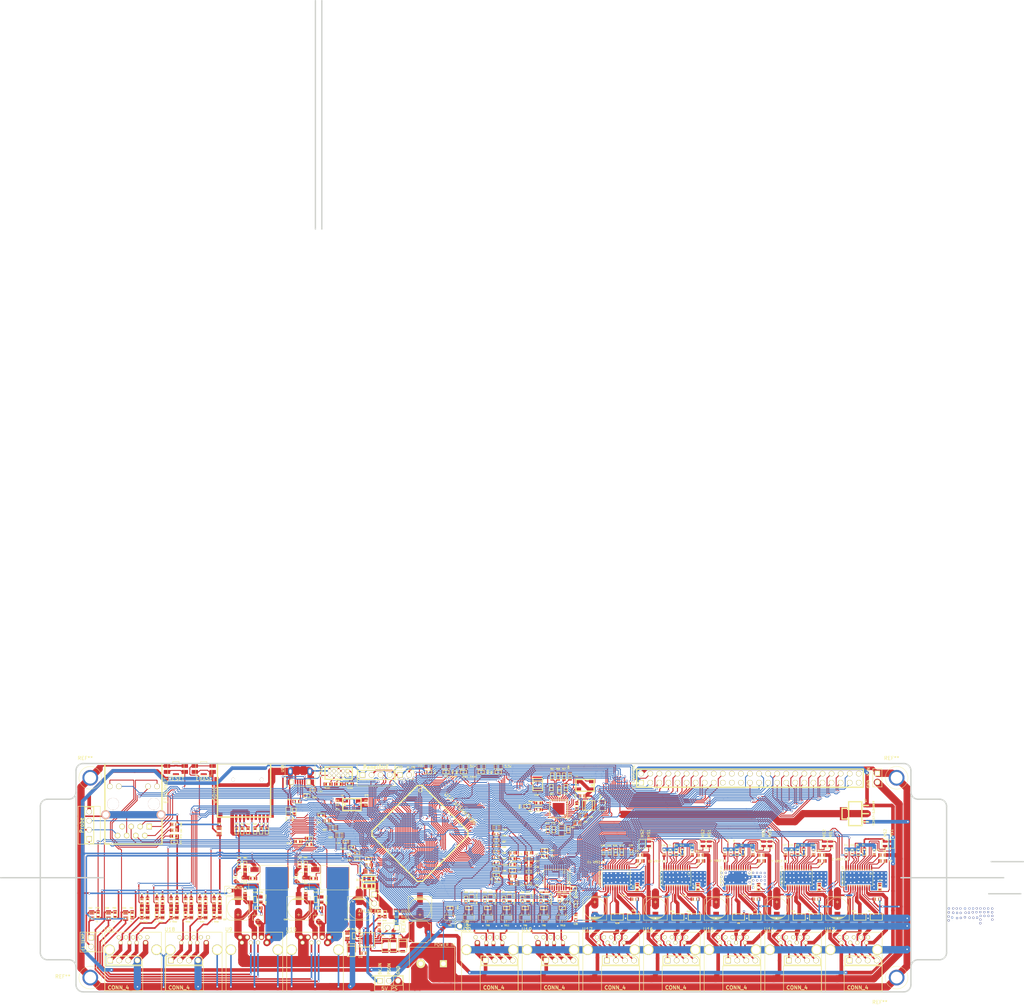
<source format=kicad_pcb>
(kicad_pcb (version 4) (host pcbnew "(2015-08-05 BZR 6055, Git fa29c62)-product")
  (title_block (date "21 jul 2015"))
  (layers (0 Front mixed) (1 Inner3 power) (2 Inner2 power) (31 Back mixed) (35 F.Paste user) (36 B.SilkS user) (37 F.SilkS user) (38 B.Mask user) (39 F.Mask user) (44 Edge.Cuts user))
  (net 0 "")
  (net 1 +3.3V)
  (net 2 BED-)
  (net 3 E0-)
  (net 4 FAN0-)
  (net 5 FAN1-)
  (net 6 GND)
  (net 7 V_IN)
  (net 8 "Net-(C1-Pad1)")
  (net 9 "Net-(C2-Pad1)")
  (net 10 "Net-(C7-Pad1)")
  (net 11 "Net-(C8-Pad1)")
  (net 12 "Net-(C11-Pad1)")
  (net 13 "Net-(C11-Pad2)")
  (net 14 "Net-(C12-Pad1)")
  (net 15 "Net-(C12-Pad2)")
  (net 16 X_REF)
  (net 17 Z_REF)
  (net 18 "Net-(C15-Pad1)")
  (net 19 "Net-(C16-Pad1)")
  (net 20 "Net-(C21-Pad1)")
  (net 21 "Net-(C22-Pad1)")
  (net 22 "Net-(C25-Pad1)")
  (net 23 "Net-(C25-Pad2)")
  (net 24 "Net-(C26-Pad1)")
  (net 25 "Net-(C26-Pad2)")
  (net 26 Y_REF)
  (net 27 E0_REF)
  (net 28 "Net-(C29-Pad1)")
  (net 29 "Net-(C32-Pad1)")
  (net 30 "Net-(C34-Pad1)")
  (net 31 "Net-(C34-Pad2)")
  (net 32 E1_REF)
  (net 33 Y_STOP)
  (net 34 Z_STOP)
  (net 35 X_STOP)
  (net 36 E0_STOP)
  (net 37 +5V)
  (net 38 "Net-(C44-Pad1)")
  (net 39 "Net-(C46-Pad1)")
  (net 40 "Net-(C48-Pad1)")
  (net 41 "Net-(C48-Pad2)")
  (net 42 VBUS)
  (net 43 "Net-(C54-Pad1)")
  (net 44 "Net-(C55-Pad2)")
  (net 45 "Net-(C56-Pad2)")
  (net 46 "Net-(C57-Pad1)")
  (net 47 "Net-(C59-Pad1)")
  (net 48 "Net-(C60-Pad1)")
  (net 49 "Net-(C61-Pad1)")
  (net 50 E1_THERMISTOR)
  (net 51 VSSA)
  (net 52 E0_THERMISTOR)
  (net 53 BED_THERMISTOR)
  (net 54 VDDUTMI)
  (net 55 VDDANA)
  (net 56 ADVREF)
  (net 57 "Net-(C76-Pad1)")
  (net 58 "Net-(C77-Pad1)")
  (net 59 "Net-(C80-Pad1)")
  (net 60 "Net-(C83-Pad1)")
  (net 61 /Processor/VDDCORE)
  (net 62 "Net-(C88-Pad2)")
  (net 63 RESET)
  (net 64 PB15/DAC0)
  (net 65 E1_STOP_CONN)
  (net 66 "Net-(D2-Pad1)")
  (net 67 Y_STOP_CONN)
  (net 68 "Net-(D3-Pad1)")
  (net 69 Z_STOP_CONN)
  (net 70 "Net-(D4-Pad1)")
  (net 71 E2_STOP_CONN)
  (net 72 "Net-(D5-Pad1)")
  (net 73 E0_STOP_CONN)
  (net 74 "Net-(D6-Pad1)")
  (net 75 X_STOP_CONN)
  (net 76 "Net-(D7-Pad1)")
  (net 77 "Net-(D9-Pad1)")
  (net 78 "Net-(D10-Pad2)")
  (net 79 "Net-(D11-Pad2)")
  (net 80 "Net-(D12-Pad2)")
  (net 81 "Net-(D14-Pad2)")
  (net 82 5V_IN)
  (net 83 "Net-(D15-Pad2)")
  (net 84 NRST)
  (net 85 "Net-(D18-Pad1)")
  (net 86 "Net-(D19-Pad1)")
  (net 87 LED0_G-)
  (net 88 "Net-(D20-Pad1)")
  (net 89 LED1_G-)
  (net 90 "Net-(D21-Pad1)")
  (net 91 LED0_R-)
  (net 92 "Net-(D22-Pad1)")
  (net 93 LED1_R-)
  (net 94 "Net-(D23-Pad1)")
  (net 95 LED0_B-)
  (net 96 "Net-(D24-Pad1)")
  (net 97 LED1_B-)
  (net 98 "Net-(D25-Pad1)")
  (net 99 "Net-(D26-Pad1)")
  (net 100 "Net-(D27-Pad1)")
  (net 101 TXD1)
  (net 102 TXD0)
  (net 103 TWCK0)
  (net 104 PC29)
  (net 105 UTXD)
  (net 106 PC28)
  (net 107 PA14)
  (net 108 RXD1)
  (net 109 RXD0)
  (net 110 PC30)
  (net 111 PB24)
  (net 112 SPI0_NPCS0)
  (net 113 PB14/PWMH2)
  (net 114 SPI0_MOSI)
  (net 115 PB23)
  (net 116 SPI0_NPCS1)
  (net 117 AD13)
  (net 118 SPI0_SPCK)
  (net 119 PB16/DAC1)
  (net 120 AD0)
  (net 121 TWCK1)
  (net 122 AD11)
  (net 123 TWD1)
  (net 124 AD10)
  (net 125 TWD0)
  (net 126 URXD)
  (net 127 PD9)
  (net 128 PB22)
  (net 129 SPI0_MISO)
  (net 130 AD14)
  (net 131 PC11)
  (net 132 PC12)
  (net 133 PC13)
  (net 134 PC14)
  (net 135 PC15)
  (net 136 PC16)
  (net 137 PC17)
  (net 138 PS_ON_IN)
  (net 139 AD12)
  (net 140 PC10)
  (net 141 Z_MOT_2B)
  (net 142 Z_MOT_1A)
  (net 143 Z_MOT_2A)
  (net 144 Z_MOT_1B)
  (net 145 Y_MOT_2B)
  (net 146 Y_MOT_1A)
  (net 147 Y_MOT_2A)
  (net 148 Y_MOT_1B)
  (net 149 X_MOT_2B)
  (net 150 X_MOT_1A)
  (net 151 X_MOT_2A)
  (net 152 X_MOT_1B)
  (net 153 E0_MOT_2B)
  (net 154 E0_MOT_1A)
  (net 155 E0_MOT_2A)
  (net 156 E0_MOT_1B)
  (net 157 E1_MOT_2B)
  (net 158 E1_MOT_1A)
  (net 159 E1_MOT_2A)
  (net 160 E1_MOT_1B)
  (net 161 DHSDP)
  (net 162 DHSDM)
  (net 163 UOTGID)
  (net 164 MCDA2)
  (net 165 MCDA3)
  (net 166 MCCDA)
  (net 167 MCCK)
  (net 168 MCDA0)
  (net 169 MCDA1)
  (net 170 SD_CD)
  (net 171 "Net-(J21-Pad6)")
  (net 172 "Net-(J21-Pad3)")
  (net 173 "Net-(J21-Pad2)")
  (net 174 "Net-(J21-Pad11)")
  (net 175 "Net-(J21-Pad10)")
  (net 176 "Net-(J21-Pad12)")
  (net 177 "Net-(J21-Pad9)")
  (net 178 "Net-(J21-Pad1)")
  (net 179 "Net-(J23-Pad2)")
  (net 180 "Net-(J23-Pad4)")
  (net 181 "Net-(J23-Pad6)")
  (net 182 "Net-(J23-Pad7)")
  (net 183 "Net-(J23-Pad8)")
  (net 184 "Net-(JP1-Pad2)")
  (net 185 X_EN)
  (net 186 "Net-(R2-Pad2)")
  (net 187 Z_EN)
  (net 188 "Net-(R4-Pad2)")
  (net 189 "Net-(R5-Pad1)")
  (net 190 "Net-(R6-Pad1)")
  (net 191 "Net-(R7-Pad1)")
  (net 192 "Net-(R8-Pad1)")
  (net 193 "Net-(R9-Pad1)")
  (net 194 "Net-(R10-Pad1)")
  (net 195 Y_EN)
  (net 196 "Net-(R12-Pad2)")
  (net 197 E0_EN)
  (net 198 "Net-(R14-Pad2)")
  (net 199 "Net-(R15-Pad1)")
  (net 200 "Net-(R16-Pad1)")
  (net 201 "Net-(R17-Pad1)")
  (net 202 "Net-(R18-Pad1)")
  (net 203 "Net-(R19-Pad1)")
  (net 204 "Net-(R20-Pad1)")
  (net 205 E1_EN)
  (net 206 "Net-(R23-Pad2)")
  (net 207 "Net-(R25-Pad1)")
  (net 208 "Net-(R26-Pad2)")
  (net 209 "Net-(R28-Pad1)")
  (net 210 "Net-(R29-Pad1)")
  (net 211 "Net-(R30-Pad2)")
  (net 212 "Net-(R43-Pad2)")
  (net 213 PS_ON_CONTROL)
  (net 214 "Net-(R49-Pad1)")
  (net 215 DFSDP)
  (net 216 DFSDM)
  (net 217 ENET_RX_ER)
  (net 218 "Net-(R62-Pad2)")
  (net 219 ENET_RXD0)
  (net 220 "Net-(R63-Pad2)")
  (net 221 ENET_RXD1)
  (net 222 "Net-(R64-Pad2)")
  (net 223 ENET_CRS)
  (net 224 "Net-(R65-Pad2)")
  (net 225 ENET_REF_CLK)
  (net 226 "Net-(R66-Pad2)")
  (net 227 ENET_MDIO)
  (net 228 "Net-(R68-Pad2)")
  (net 229 "Net-(R69-Pad2)")
  (net 230 "Net-(R70-Pad2)")
  (net 231 "Net-(R71-Pad2)")
  (net 232 "Net-(R72-Pad1)")
  (net 233 BED_PWM)
  (net 234 E0_PWM)
  (net 235 "Net-(R77-Pad2)")
  (net 236 "Net-(R78-Pad2)")
  (net 237 "Net-(R80-Pad2)")
  (net 238 "Net-(R81-Pad2)")
  (net 239 FAN0_PWM)
  (net 240 "Net-(R106-Pad2)")
  (net 241 "Net-(R107-Pad2)")
  (net 242 "Net-(R108-Pad2)")
  (net 243 "Net-(S1-Pad1)")
  (net 244 X_STEP)
  (net 245 X_DIR)
  (net 246 Z_STEP)
  (net 247 Z_DIR)
  (net 248 Y_STEP)
  (net 249 Y_DIR)
  (net 250 E0_STEP)
  (net 251 E0_DIR)
  (net 252 E1_STEP)
  (net 253 E1_DIR)
  (net 254 "Net-(U6-Pad14)")
  (net 255 ENET_MDC)
  (net 256 "Net-(U11-Pad21)")
  (net 257 ENET_TX_EN)
  (net 258 ENET_TXD0)
  (net 259 ENET_TXD1)
  (net 260 "Net-(U12-Pad1)")
  (net 261 "Net-(U12-Pad32)")
  (net 262 "Net-(U12-Pad48)")
  (net 263 "Net-(U12-Pad49)")
  (net 264 "Net-(U12-Pad50)")
  (net 265 "Net-(U12-Pad53)")
  (net 266 UFAULT)
  (net 267 UOTGVBOF)
  (net 268 "Net-(U12-Pad144)")
  (net 269 PC22_PWML5)
  (net 270 "Net-(U13-Pad7)")
  (net 271 "Net-(U13-Pad8)")
  (net 272 "Net-(U13-Pad9)")
  (net 273 "Net-(U13-Pad6)")
  (net 274 "Net-(U13-Pad5)")
  (net 275 "Net-(U14-Pad7)")
  (net 276 "Net-(U14-Pad8)")
  (net 277 "Net-(U14-Pad9)")
  (net 278 "Net-(U14-Pad6)")
  (net 279 "Net-(U14-Pad5)")
  (net 280 "Net-(U15-Pad7)")
  (net 281 "Net-(U15-Pad8)")
  (net 282 "Net-(U15-Pad9)")
  (net 283 "Net-(U15-Pad6)")
  (net 284 "Net-(U15-Pad5)")
  (net 285 "Net-(U16-Pad7)")
  (net 286 "Net-(U16-Pad8)")
  (net 287 "Net-(U16-Pad9)")
  (net 288 "Net-(U16-Pad6)")
  (net 289 "Net-(U16-Pad5)")
  (net 290 "Net-(U17-Pad7)")
  (net 291 "Net-(U17-Pad8)")
  (net 292 "Net-(U17-Pad9)")
  (net 293 "Net-(U17-Pad6)")
  (net 294 "Net-(U17-Pad5)")
  (net 295 "Net-(U18-Pad7)")
  (net 296 "Net-(U18-Pad8)")
  (net 297 "Net-(U18-Pad9)")
  (net 298 "Net-(U18-Pad6)")
  (net 299 "Net-(U18-Pad5)")
  (net 300 "Net-(U19-Pad7)")
  (net 301 "Net-(U19-Pad8)")
  (net 302 "Net-(U19-Pad9)")
  (net 303 "Net-(U19-Pad6)")
  (net 304 "Net-(U19-Pad5)")
  (net 305 "Net-(U20-Pad7)")
  (net 306 "Net-(U20-Pad8)")
  (net 307 "Net-(U20-Pad9)")
  (net 308 "Net-(U20-Pad6)")
  (net 309 "Net-(U20-Pad5)")
  (net 310 "Net-(U21-Pad7)")
  (net 311 "Net-(U21-Pad8)")
  (net 312 "Net-(U21-Pad9)")
  (net 313 "Net-(U21-Pad6)")
  (net 314 "Net-(U21-Pad5)")
  (net 315 PC19_PWMH5)
  (net 316 E1_PWM)
  (net 317 "Net-(J6-Pad21)")
  (net 318 "Net-(J6-Pad23)")
  (net 319 "Net-(J6-Pad22)")
  (net 320 "Net-(J6-Pad24)")
  (net 321 "Net-(J6-Pad49)")
  (net 322 "Net-(J6-Pad50)")
  (net 323 E1_STOP)
  (net 324 E2_STOP)
  (net 325 FAN1_PWM)
  (net 326 PC7_PWMH2)
  (net 327 PC4_PWML1)
  (net 328 LED0_G_PWM)
  (net 329 PC20_PWMH4)
  (net 330 PC23_PWML6)
  (net 331 PC18_PWMH6)
  (module Melter_Connections:LQFP144 (layer Front) (at 128.9 71.4 45)
    (fp_text reference U12 (at 13.010765 -1.555635 135) (layer F.SilkS) (effects (font (size 1.016 1.016) (thickness 0.1524))))
    (fp_text value ATSAM3X8E (at 12.940054 5.020458 135) (layer F.SilkS) (effects (font (size 1.016 1.016) (thickness 0.1524))))
    (pad 1 smd rect (at 8.7503 -10.89914 45) (size 0.2794 1.50114) (layers Front F.Paste F.Mask) (net 260 "Net-(U12-Pad1)"))
    (pad 2 smd rect (at 8.24992 -10.89914 45) (size 0.2794 1.50114) (layers Front F.Paste F.Mask) (net 105 UTXD))
    (pad 3 smd rect (at 7.74954 -10.89914 45) (size 0.2794 1.50114) (layers Front F.Paste F.Mask) (net 109 RXD0))
    (pad 4 smd rect (at 7.24916 -10.89914 45) (size 0.2794 1.50114) (layers Front F.Paste F.Mask) (net 102 TXD0))
    (pad 5 smd rect (at 6.74878 -10.89914 45) (size 0.2794 1.50114) (layers Front F.Paste F.Mask) (net 108 RXD1))
    (pad 6 smd rect (at 6.25094 -10.89914 45) (size 0.2794 1.50114) (layers Front F.Paste F.Mask) (net 101 TXD1))
    (pad 7 smd rect (at 5.75056 -10.89914 45) (size 0.2794 1.50114) (layers Front F.Paste F.Mask) (net 107 PA14))
    (pad 8 smd rect (at 5.25018 -10.89914 45) (size 0.2794 1.50114) (layers Front F.Paste F.Mask) (net 323 E1_STOP))
    (pad 9 smd rect (at 4.7498 -10.89914 45) (size 0.2794 1.50114) (layers Front F.Paste F.Mask) (net 125 TWD0))
    (pad 10 smd rect (at 4.24942 -10.89914 45) (size 0.2794 1.50114) (layers Front F.Paste F.Mask) (net 61 /Processor/VDDCORE))
    (pad 11 smd rect (at 3.74904 -10.89914 45) (size 0.2794 1.50114) (layers Front F.Paste F.Mask) (net 1 +3.3V))
    (pad 12 smd rect (at 3.2512 -10.89914 45) (size 0.2794 1.50114) (layers Front F.Paste F.Mask) (net 6 GND))
    (pad 13 smd rect (at 2.75082 -10.89914 45) (size 0.2794 1.50114) (layers Front F.Paste F.Mask) (net 248 Y_STEP))
    (pad 14 smd rect (at 2.25044 -10.89914 45) (size 0.2794 1.50114) (layers Front F.Paste F.Mask) (net 249 Y_DIR))
    (pad 15 smd rect (at 1.75006 -10.89914 45) (size 0.2794 1.50114) (layers Front F.Paste F.Mask) (net 195 Y_EN))
    (pad 16 smd rect (at 1.24968 -10.89914 45) (size 0.2794 1.50114) (layers Front F.Paste F.Mask) (net 33 Y_STOP))
    (pad 17 smd rect (at 0.7493 -10.89914 45) (size 0.2794 1.50114) (layers Front F.Paste F.Mask) (net 244 X_STEP))
    (pad 18 smd rect (at 0.24892 -10.89914 45) (size 0.2794 1.50114) (layers Front F.Paste F.Mask) (net 245 X_DIR))
    (pad 19 smd rect (at -0.24892 -10.89914 45) (size 0.2794 1.50114) (layers Front F.Paste F.Mask) (net 185 X_EN))
    (pad 20 smd rect (at -0.7493 -10.89914 45) (size 0.2794 1.50114) (layers Front F.Paste F.Mask) (net 35 X_STOP))
    (pad 21 smd rect (at -1.24968 -10.89914 45) (size 0.2794 1.50114) (layers Front F.Paste F.Mask) (net 213 PS_ON_CONTROL))
    (pad 22 smd rect (at -1.75006 -10.89914 45) (size 0.2794 1.50114) (layers Front F.Paste F.Mask) (net 127 PD9))
    (pad 23 smd rect (at -2.25044 -10.89914 45) (size 0.2794 1.50114) (layers Front F.Paste F.Mask) (net 250 E0_STEP))
    (pad 24 smd rect (at -2.75082 -10.89914 45) (size 0.2794 1.50114) (layers Front F.Paste F.Mask) (net 251 E0_DIR))
    (pad 25 smd rect (at -3.2512 -10.89914 45) (size 0.2794 1.50114) (layers Front F.Paste F.Mask) (net 197 E0_EN))
    (pad 26 smd rect (at -3.74904 -10.89914 45) (size 0.2794 1.50114) (layers Front F.Paste F.Mask) (net 36 E0_STOP))
    (pad 27 smd rect (at -4.24942 -10.89914 45) (size 0.2794 1.50114) (layers Front F.Paste F.Mask) (net 126 URXD))
    (pad 28 smd rect (at -4.7498 -10.89914 45) (size 0.2794 1.50114) (layers Front F.Paste F.Mask) (net 180 "Net-(J23-Pad4)"))
    (pad 29 smd rect (at -5.25018 -10.89914 45) (size 0.2794 1.50114) (layers Front F.Paste F.Mask) (net 183 "Net-(J23-Pad8)"))
    (pad 30 smd rect (at -5.75056 -10.89914 45) (size 0.2794 1.50114) (layers Front F.Paste F.Mask) (net 181 "Net-(J23-Pad6)"))
    (pad 31 smd rect (at -6.25094 -10.89914 45) (size 0.2794 1.50114) (layers Front F.Paste F.Mask) (net 179 "Net-(J23-Pad2)"))
    (pad 32 smd rect (at -6.74878 -10.89914 45) (size 0.2794 1.50114) (layers Front F.Paste F.Mask) (net 261 "Net-(U12-Pad32)"))
    (pad 33 smd rect (at -7.24916 -10.89914 45) (size 0.2794 1.50114) (layers Front F.Paste F.Mask) (net 6 GND))
    (pad 34 smd rect (at -7.74954 -10.89914 45) (size 0.2794 1.50114) (layers Front F.Paste F.Mask) (net 60 "Net-(C83-Pad1)"))
    (pad 35 smd rect (at -8.24992 -10.89914 45) (size 0.2794 1.50114) (layers Front F.Paste F.Mask) (net 57 "Net-(C76-Pad1)"))
    (pad 36 smd rect (at -8.7503 -10.89914 45) (size 0.2794 1.50114) (layers Front F.Paste F.Mask) (net 58 "Net-(C77-Pad1)"))
    (pad 73 smd rect (at -8.7503 10.89914 45) (size 0.2794 1.50114) (layers Front F.Paste F.Mask) (net 55 VDDANA))
    (pad 74 smd rect (at -8.24992 10.89914 45) (size 0.2794 1.50114) (layers Front F.Paste F.Mask) (net 51 VSSA))
    (pad 75 smd rect (at -7.74954 10.89914 45) (size 0.2794 1.50114) (layers Front F.Paste F.Mask) (net 56 ADVREF))
    (pad 76 smd rect (at -7.24916 10.89914 45) (size 0.2794 1.50114) (layers Front F.Paste F.Mask) (net 64 PB15/DAC0))
    (pad 77 smd rect (at -6.74878 10.89914 45) (size 0.2794 1.50114) (layers Front F.Paste F.Mask) (net 119 PB16/DAC1))
    (pad 78 smd rect (at -6.25094 10.89914 45) (size 0.2794 1.50114) (layers Front F.Paste F.Mask) (net 240 "Net-(R106-Pad2)"))
    (pad 79 smd rect (at -5.75056 10.89914 45) (size 0.2794 1.50114) (layers Front F.Paste F.Mask) (net 165 MCDA3))
    (pad 80 smd rect (at -5.25018 10.89914 45) (size 0.2794 1.50114) (layers Front F.Paste F.Mask) (net 164 MCDA2))
    (pad 81 smd rect (at -4.7498 10.89914 45) (size 0.2794 1.50114) (layers Front F.Paste F.Mask) (net 169 MCDA1))
    (pad 82 smd rect (at -4.24942 10.89914 45) (size 0.2794 1.50114) (layers Front F.Paste F.Mask) (net 241 "Net-(R107-Pad2)"))
    (pad 83 smd rect (at -3.74904 10.89914 45) (size 0.2794 1.50114) (layers Front F.Paste F.Mask) (net 242 "Net-(R108-Pad2)"))
    (pad 84 smd rect (at -3.2512 10.89914 45) (size 0.2794 1.50114) (layers Front F.Paste F.Mask) (net 34 Z_STOP))
    (pad 85 smd rect (at -2.75082 10.89914 45) (size 0.2794 1.50114) (layers Front F.Paste F.Mask) (net 120 AD0))
    (pad 86 smd rect (at -2.25044 10.89914 45) (size 0.2794 1.50114) (layers Front F.Paste F.Mask) (net 123 TWD1))
    (pad 87 smd rect (at -1.75006 10.89914 45) (size 0.2794 1.50114) (layers Front F.Paste F.Mask) (net 121 TWCK1))
    (pad 88 smd rect (at -1.24968 10.89914 45) (size 0.2794 1.50114) (layers Front F.Paste F.Mask) (net 124 AD10))
    (pad 89 smd rect (at -0.7493 10.89914 45) (size 0.2794 1.50114) (layers Front F.Paste F.Mask) (net 122 AD11))
    (pad 90 smd rect (at -0.24892 10.89914 45) (size 0.2794 1.50114) (layers Front F.Paste F.Mask) (net 62 "Net-(C88-Pad2)"))
    (pad 91 smd rect (at 0.24892 10.89914 45) (size 0.2794 1.50114) (layers Front F.Paste F.Mask) (net 117 AD13))
    (pad 92 smd rect (at 0.7493 10.89914 45) (size 0.2794 1.50114) (layers Front F.Paste F.Mask) (net 130 AD14))
    (pad 93 smd rect (at 1.24968 10.89914 45) (size 0.2794 1.50114) (layers Front F.Paste F.Mask) (net 131 PC11))
    (pad 94 smd rect (at 1.75006 10.89914 45) (size 0.2794 1.50114) (layers Front F.Paste F.Mask) (net 132 PC12))
    (pad 95 smd rect (at 2.25044 10.89914 45) (size 0.2794 1.50114) (layers Front F.Paste F.Mask) (net 133 PC13))
    (pad 96 smd rect (at 2.75082 10.89914 45) (size 0.2794 1.50114) (layers Front F.Paste F.Mask) (net 134 PC14))
    (pad 97 smd rect (at 3.2512 10.89914 45) (size 0.2794 1.50114) (layers Front F.Paste F.Mask) (net 135 PC15))
    (pad 98 smd rect (at 3.74904 10.89914 45) (size 0.2794 1.50114) (layers Front F.Paste F.Mask) (net 136 PC16))
    (pad 99 smd rect (at 4.24942 10.89914 45) (size 0.2794 1.50114) (layers Front F.Paste F.Mask) (net 137 PC17))
    (pad 100 smd rect (at 4.7498 10.89914 45) (size 0.2794 1.50114) (layers Front F.Paste F.Mask) (net 331 PC18_PWMH6))
    (pad 101 smd rect (at 5.25018 10.89914 45) (size 0.2794 1.50114) (layers Front F.Paste F.Mask) (net 315 PC19_PWMH5))
    (pad 102 smd rect (at 5.75056 10.89914 45) (size 0.2794 1.50114) (layers Front F.Paste F.Mask) (net 104 PC29))
    (pad 103 smd rect (at 6.25094 10.89914 45) (size 0.2794 1.50114) (layers Front F.Paste F.Mask) (net 110 PC30))
    (pad 104 smd rect (at 6.74878 10.89914 45) (size 0.2794 1.50114) (layers Front F.Paste F.Mask) (net 61 /Processor/VDDCORE))
    (pad 105 smd rect (at 7.24916 10.89914 45) (size 0.2794 1.50114) (layers Front F.Paste F.Mask) (net 1 +3.3V))
    (pad 106 smd rect (at 7.74954 10.89914 45) (size 0.2794 1.50114) (layers Front F.Paste F.Mask) (net 6 GND))
    (pad 107 smd rect (at 8.24992 10.89914 45) (size 0.2794 1.50114) (layers Front F.Paste F.Mask) (net 168 MCDA0))
    (pad 108 smd rect (at 8.7503 10.89914 45) (size 0.2794 1.50114) (layers Front F.Paste F.Mask) (net 129 SPI0_MISO))
    (pad 37 smd rect (at -10.89914 -8.7503 45) (size 1.50114 0.2794) (layers Front F.Paste F.Mask) (net 161 DHSDP))
    (pad 38 smd rect (at -10.89914 -8.24992 45) (size 1.50114 0.2794) (layers Front F.Paste F.Mask) (net 162 DHSDM))
    (pad 39 smd rect (at -10.89914 -7.74954 45) (size 1.50114 0.2794) (layers Front F.Paste F.Mask) (net 42 VBUS))
    (pad 40 smd rect (at -10.89914 -7.24916 45) (size 1.50114 0.2794) (layers Front F.Paste F.Mask) (net 59 "Net-(C80-Pad1)"))
    (pad 41 smd rect (at -10.89914 -6.74878 45) (size 1.50114 0.2794) (layers Front F.Paste F.Mask) (net 54 VDDUTMI))
    (pad 42 smd rect (at -10.89914 -6.25094 45) (size 1.50114 0.2794) (layers Front F.Paste F.Mask) (net 215 DFSDP))
    (pad 43 smd rect (at -10.89914 -5.75056 45) (size 1.50114 0.2794) (layers Front F.Paste F.Mask) (net 216 DFSDM))
    (pad 44 smd rect (at -10.89914 -5.25018 45) (size 1.50114 0.2794) (layers Front F.Paste F.Mask) (net 6 GND))
    (pad 45 smd rect (at -10.89914 -4.7498 45) (size 1.50114 0.2794) (layers Front F.Paste F.Mask) (net 61 /Processor/VDDCORE))
    (pad 46 smd rect (at -10.89914 -4.24942 45) (size 1.50114 0.2794) (layers Front F.Paste F.Mask) (net 6 GND))
    (pad 47 smd rect (at -10.89914 -3.74904 45) (size 1.50114 0.2794) (layers Front F.Paste F.Mask) (net 63 RESET))
    (pad 48 smd rect (at -10.89914 -3.2512 45) (size 1.50114 0.2794) (layers Front F.Paste F.Mask) (net 262 "Net-(U12-Pad48)"))
    (pad 49 smd rect (at -10.89914 -2.75082 45) (size 1.50114 0.2794) (layers Front F.Paste F.Mask) (net 263 "Net-(U12-Pad49)"))
    (pad 50 smd rect (at -10.89914 -2.25044 45) (size 1.50114 0.2794) (layers Front F.Paste F.Mask) (net 264 "Net-(U12-Pad50)"))
    (pad 51 smd rect (at -10.89914 -1.75006 45) (size 1.50114 0.2794) (layers Front F.Paste F.Mask) (net 6 GND))
    (pad 52 smd rect (at -10.89914 -1.24968 45) (size 1.50114 0.2794) (layers Front F.Paste F.Mask) (net 1 +3.3V))
    (pad 53 smd rect (at -10.89914 -0.7493 45) (size 1.50114 0.2794) (layers Front F.Paste F.Mask) (net 265 "Net-(U12-Pad53)"))
    (pad 54 smd rect (at -10.89914 -0.24892 45) (size 1.50114 0.2794) (layers Front F.Paste F.Mask) (net 6 GND))
    (pad 55 smd rect (at -10.89914 0.24892 45) (size 1.50114 0.2794) (layers Front F.Paste F.Mask) (net 266 UFAULT))
    (pad 56 smd rect (at -10.89914 0.7493 45) (size 1.50114 0.2794) (layers Front F.Paste F.Mask) (net 61 /Processor/VDDCORE))
    (pad 57 smd rect (at -10.89914 1.24968 45) (size 1.50114 0.2794) (layers Front F.Paste F.Mask) (net 1 +3.3V))
    (pad 58 smd rect (at -10.89914 1.75006 45) (size 1.50114 0.2794) (layers Front F.Paste F.Mask) (net 6 GND))
    (pad 59 smd rect (at -10.89914 2.25044 45) (size 1.50114 0.2794) (layers Front F.Paste F.Mask) (net 239 FAN0_PWM))
    (pad 60 smd rect (at -10.89914 2.75082 45) (size 1.50114 0.2794) (layers Front F.Paste F.Mask) (net 253 E1_DIR))
    (pad 61 smd rect (at -10.89914 3.2512 45) (size 1.50114 0.2794) (layers Front F.Paste F.Mask) (net 61 /Processor/VDDCORE))
    (pad 62 smd rect (at -10.89914 3.74904 45) (size 1.50114 0.2794) (layers Front F.Paste F.Mask) (net 1 +3.3V))
    (pad 63 smd rect (at -10.89914 4.24942 45) (size 1.50114 0.2794) (layers Front F.Paste F.Mask) (net 205 E1_EN))
    (pad 64 smd rect (at -10.89914 4.7498 45) (size 1.50114 0.2794) (layers Front F.Paste F.Mask) (net 316 E1_PWM))
    (pad 65 smd rect (at -10.89914 5.25018 45) (size 1.50114 0.2794) (layers Front F.Paste F.Mask) (net 324 E2_STOP))
    (pad 66 smd rect (at -10.89914 5.75056 45) (size 1.50114 0.2794) (layers Front F.Paste F.Mask) (net 234 E0_PWM))
    (pad 67 smd rect (at -10.89914 6.25094 45) (size 1.50114 0.2794) (layers Front F.Paste F.Mask) (net 252 E1_STEP))
    (pad 68 smd rect (at -10.89914 6.74878 45) (size 1.50114 0.2794) (layers Front F.Paste F.Mask) (net 170 SD_CD))
    (pad 69 smd rect (at -10.89914 7.24916 45) (size 1.50114 0.2794) (layers Front F.Paste F.Mask) (net 84 NRST))
    (pad 70 smd rect (at -10.89914 7.74954 45) (size 1.50114 0.2794) (layers Front F.Paste F.Mask) (net 103 TWCK0))
    (pad 71 smd rect (at -10.89914 8.24992 45) (size 1.50114 0.2794) (layers Front F.Paste F.Mask) (net 167 MCCK))
    (pad 72 smd rect (at -10.89914 8.7503 45) (size 1.50114 0.2794) (layers Front F.Paste F.Mask) (net 166 MCCDA))
    (pad 109 smd rect (at 10.89914 8.7503 45) (size 1.50114 0.2794) (layers Front F.Paste F.Mask) (net 114 SPI0_MOSI))
    (pad 110 smd rect (at 10.89914 8.24992 45) (size 1.50114 0.2794) (layers Front F.Paste F.Mask) (net 118 SPI0_SPCK))
    (pad 111 smd rect (at 10.89914 7.74954 45) (size 1.50114 0.2794) (layers Front F.Paste F.Mask) (net 112 SPI0_NPCS0))
    (pad 112 smd rect (at 10.89914 7.24916 45) (size 1.50114 0.2794) (layers Front F.Paste F.Mask) (net 116 SPI0_NPCS1))
    (pad 113 smd rect (at 10.89914 6.74878 45) (size 1.50114 0.2794) (layers Front F.Paste F.Mask) (net 225 ENET_REF_CLK))
    (pad 114 smd rect (at 10.89914 6.25094 45) (size 1.50114 0.2794) (layers Front F.Paste F.Mask) (net 257 ENET_TX_EN))
    (pad 115 smd rect (at 10.89914 5.75056 45) (size 1.50114 0.2794) (layers Front F.Paste F.Mask) (net 258 ENET_TXD0))
    (pad 116 smd rect (at 10.89914 5.25018 45) (size 1.50114 0.2794) (layers Front F.Paste F.Mask) (net 325 FAN1_PWM))
    (pad 117 smd rect (at 10.89914 4.7498 45) (size 1.50114 0.2794) (layers Front F.Paste F.Mask) (net 140 PC10))
    (pad 118 smd rect (at 10.89914 4.24942 45) (size 1.50114 0.2794) (layers Front F.Paste F.Mask) (net 259 ENET_TXD1))
    (pad 119 smd rect (at 10.89914 3.74904 45) (size 1.50114 0.2794) (layers Front F.Paste F.Mask) (net 223 ENET_CRS))
    (pad 120 smd rect (at 10.89914 3.2512 45) (size 1.50114 0.2794) (layers Front F.Paste F.Mask) (net 219 ENET_RXD0))
    (pad 121 smd rect (at 10.89914 2.75082 45) (size 1.50114 0.2794) (layers Front F.Paste F.Mask) (net 221 ENET_RXD1))
    (pad 122 smd rect (at 10.89914 2.25044 45) (size 1.50114 0.2794) (layers Front F.Paste F.Mask) (net 217 ENET_RX_ER))
    (pad 123 smd rect (at 10.89914 1.75006 45) (size 1.50114 0.2794) (layers Front F.Paste F.Mask) (net 255 ENET_MDC))
    (pad 124 smd rect (at 10.89914 1.24968 45) (size 1.50114 0.2794) (layers Front F.Paste F.Mask) (net 61 /Processor/VDDCORE))
    (pad 125 smd rect (at 10.89914 0.7493 45) (size 1.50114 0.2794) (layers Front F.Paste F.Mask) (net 1 +3.3V))
    (pad 126 smd rect (at 10.89914 0.24892 45) (size 1.50114 0.2794) (layers Front F.Paste F.Mask) (net 6 GND))
    (pad 127 smd rect (at 10.89914 -0.24892 45) (size 1.50114 0.2794) (layers Front F.Paste F.Mask) (net 227 ENET_MDIO))
    (pad 128 smd rect (at 10.89914 -0.7493 45) (size 1.50114 0.2794) (layers Front F.Paste F.Mask) (net 267 UOTGVBOF))
    (pad 129 smd rect (at 10.89914 -1.24968 45) (size 1.50114 0.2794) (layers Front F.Paste F.Mask) (net 163 UOTGID))
    (pad 130 smd rect (at 10.89914 -1.75006 45) (size 1.50114 0.2794) (layers Front F.Paste F.Mask) (net 243 "Net-(S1-Pad1)"))
    (pad 131 smd rect (at 10.89914 -2.25044 45) (size 1.50114 0.2794) (layers Front F.Paste F.Mask) (net 329 PC20_PWMH4))
    (pad 132 smd rect (at 10.89914 -2.75082 45) (size 1.50114 0.2794) (layers Front F.Paste F.Mask) (net 328 LED0_G_PWM))
    (pad 133 smd rect (at 10.89914 -3.2512 45) (size 1.50114 0.2794) (layers Front F.Paste F.Mask) (net 269 PC22_PWML5))
    (pad 134 smd rect (at 10.89914 -3.74904 45) (size 1.50114 0.2794) (layers Front F.Paste F.Mask) (net 330 PC23_PWML6))
    (pad 135 smd rect (at 10.89914 -4.24942 45) (size 1.50114 0.2794) (layers Front F.Paste F.Mask) (net 233 BED_PWM))
    (pad 136 smd rect (at 10.89914 -4.7498 45) (size 1.50114 0.2794) (layers Front F.Paste F.Mask) (net 246 Z_STEP))
    (pad 137 smd rect (at 10.89914 -5.25018 45) (size 1.50114 0.2794) (layers Front F.Paste F.Mask) (net 247 Z_DIR))
    (pad 138 smd rect (at 10.89914 -5.75056 45) (size 1.50114 0.2794) (layers Front F.Paste F.Mask) (net 187 Z_EN))
    (pad 139 smd rect (at 10.89914 -6.25094 45) (size 1.50114 0.2794) (layers Front F.Paste F.Mask) (net 106 PC28))
    (pad 140 smd rect (at 10.89914 -6.74878 45) (size 1.50114 0.2794) (layers Front F.Paste F.Mask) (net 113 PB14/PWMH2))
    (pad 141 smd rect (at 10.89914 -7.24916 45) (size 1.50114 0.2794) (layers Front F.Paste F.Mask) (net 128 PB22))
    (pad 142 smd rect (at 10.89914 -7.74954 45) (size 1.50114 0.2794) (layers Front F.Paste F.Mask) (net 115 PB23))
    (pad 143 smd rect (at 10.89914 -8.24992 45) (size 1.50114 0.2794) (layers Front F.Paste F.Mask) (net 111 PB24))
    (pad 144 smd rect (at 10.89914 -8.7503 45) (size 1.50114 0.2794) (layers Front F.Paste F.Mask) (net 268 "Net-(U12-Pad144)"))
  )
  (module Melter_Connections:Xtal_5x3.2 (layer Front) (at 175.17 57.91 180)
    (fp_text reference X1 (at 2.3 2.55 180) (layer F.SilkS) (effects (font (size 0.39878 0.39878) (thickness 0.09906))))
    (fp_text value CRYSTAL_4PIN hide)
    (pad 1 smd rect (at -1.99898 1.19888 180) (size 1.80086 1.19888) (layers Front F.Paste F.Mask) (net 45 "Net-(C56-Pad2)"))
    (pad 2 smd rect (at 1.99898 1.19888 180) (size 1.80086 1.19888) (layers Front F.Paste F.Mask) (net 6 GND))
    (pad 3 smd rect (at 1.99898 -1.19888 180) (size 1.80086 1.19888) (layers Front F.Paste F.Mask) (net 44 "Net-(C55-Pad2)"))
    (pad 4 smd rect (at -1.99898 -1.19888 180) (size 1.80086 1.19888) (layers Front F.Paste F.Mask) (net 6 GND))
  )
  (module Melter_Connections:USB_3 (layer Front) (at 79 102)
    (fp_text reference U9 (at -3.7 -3.7) (layer F.SilkS))
    (fp_text value USB_3.0_Receptacle)
    (pad 10 thru_hole circle (at 10.07 2 270) (size 2.9 2.9) (drill 2.3) (layers *.Cu *.Mask F.SilkS) (net 6 GND))
    (pad 1 thru_hole circle (at 0 0 270) (size 1.1 1.1) (drill 0.7) (layers *.Cu *.Mask F.SilkS) (net 7 V_IN))
    (pad 2 thru_hole circle (at 2.5 0 270) (size 1.1 1.1) (drill 0.7) (layers *.Cu *.Mask F.SilkS) (net 51 VSSA))
    (pad 3 thru_hole circle (at 4.5 0 270) (size 1.1 1.1) (drill 0.7) (layers *.Cu *.Mask F.SilkS) (net 52 E0_THERMISTOR))
    (pad 4 thru_hole circle (at 7 0 270) (size 1.1 1.1) (drill 0.7) (layers *.Cu *.Mask F.SilkS) (net 3 E0-))
    (pad 7 thru_hole circle (at 3.5 -1.5 270) (size 1.1 1.1) (drill 0.7) (layers *.Cu *.Mask F.SilkS) (net 6 GND))
    (pad 8 thru_hole circle (at 1.5 -1.5 270) (size 1.1 1.1) (drill 0.7) (layers *.Cu *.Mask F.SilkS) (net 7 V_IN))
    (pad 9 thru_hole circle (at -0.5 -1.5 270) (size 1.1 1.1) (drill 0.7) (layers *.Cu *.Mask F.SilkS) (net 7 V_IN))
    (pad 6 thru_hole circle (at 5.5 -1.5 270) (size 1.1 1.1) (drill 0.7) (layers *.Cu *.Mask F.SilkS) (net 4 FAN0-))
    (pad 5 thru_hole circle (at 7.5 -1.5 270) (size 1.1 1.1) (drill 0.7) (layers *.Cu *.Mask F.SilkS) (net 3 E0-))
    (pad 10 thru_hole circle (at -3.07 2 270) (size 2.9 2.9) (drill 2.3) (layers *.Cu *.Mask F.SilkS) (net 6 GND))
  )
  (module Mounting_Holes:MountingHole_3mm (layer Front) (at 262.5 55.8)
    (fp_text reference REF** (at -1.4 -5.5) (layer F.SilkS))
    (fp_text value MountingHole_3mm)
    (pad 1 thru_hole circle (at 0 0) (size 4.4 4.4) (drill 3.3) (layers *.Cu *.Mask) (net 6 GND))
  )
  (module Mounting_Holes:MountingHole_3mm (layer Front) (at 262.5 111.8)
    (fp_text reference REF** (at -4.7 6.9) (layer F.SilkS))
    (fp_text value MountingHole_3mm)
    (pad 1 thru_hole circle (at 0 0) (size 4.4 4.4) (drill 3.3) (layers *.Cu *.Mask) (net 6 GND))
  )
  (module Mounting_Holes:MountingHole_3mm (layer Front) (at 36.5 111.8)
    (fp_text reference REF** (at -7.7 -0.3) (layer F.SilkS))
    (fp_text value MountingHole_3mm)
    (pad 1 thru_hole circle (at 0 0) (size 4.4 4.4) (drill 3.3) (layers *.Cu *.Mask) (net 6 GND))
  )
  (module Melter_Connections:SJump (layer Front) (at 261 74.3)
    (fp_text reference SJ4 hide)
    (fp_text value MS1 (at 0.1 -3 90) (layer F.SilkS) (effects (font (size 0.762 0.762) (thickness 0.127))))
    (pad 1 smd rect (at 0 -0.635) (size 1.27 0.635) (layers Front F.Mask) (net 1 +3.3V))
    (pad 2 smd rect (at 0 0.635) (size 1.27 0.635) (layers Front F.Mask) (net 1 +3.3V))
  )
  (module Melter_Connections:SJump (layer Front) (at 259.25 74.3)
    (fp_text reference SJ2 hide)
    (fp_text value MS2 (at 0.05 -3 90) (layer F.SilkS) (effects (font (size 0.762 0.762) (thickness 0.127))))
    (pad 1 smd rect (at 0 -0.635) (size 1.27 0.635) (layers Front F.Mask) (net 1 +3.3V))
    (pad 2 smd rect (at 0 0.635) (size 1.27 0.635) (layers Front F.Mask) (net 1 +3.3V))
  )
  (module Melter_Connections:SJump (layer Front) (at 210 74.3)
    (fp_text reference SJ8 hide)
    (fp_text value MS1 (at 0 -2.9 90) (layer F.SilkS) (effects (font (size 0.762 0.762) (thickness 0.127))))
    (pad 1 smd rect (at 0 -0.635) (size 1.27 0.635) (layers Front F.Mask) (net 1 +3.3V))
    (pad 2 smd rect (at 0 0.635) (size 1.27 0.635) (layers Front F.Mask) (net 1 +3.3V))
  )
  (module Melter_Connections:SJump (layer Front) (at 208.2 74.3)
    (fp_text reference SJ6 hide)
    (fp_text value MS2 (at 0 -2.9 90) (layer F.SilkS) (effects (font (size 0.762 0.762) (thickness 0.127))))
    (pad 1 smd rect (at 0 -0.635) (size 1.27 0.635) (layers Front F.Mask) (net 1 +3.3V))
    (pad 2 smd rect (at 0 0.635) (size 1.27 0.635) (layers Front F.Mask) (net 1 +3.3V))
  )
  (module Melter_Connections:0R1_R_1206 (layer Front) (at 201.2 94.8)
    (fp_text reference R20 (at -1.6 -1.5) (layer F.SilkS) (effects (font (size 0.39878 0.39878) (thickness 0.09906))))
    (fp_text value 0R1 hide)
    (pad 1 smd rect (at -1.50114 0) (size 1.15062 1.80086) (layers Front F.Paste F.Mask) (net 204 "Net-(R20-Pad1)"))
    (pad 2 smd rect (at 1.50114 0) (size 1.15062 1.80086) (layers Front F.Paste F.Mask) (net 6 GND))
  )
  (module Melter_Connections:0R1_R_1206 (layer Front) (at 205.8 94.8 180)
    (fp_text reference R18 (at 1.6 1.5 180) (layer F.SilkS) (effects (font (size 0.39878 0.39878) (thickness 0.09906))))
    (fp_text value 0R1 hide)
    (pad 1 smd rect (at -1.50114 0 180) (size 1.15062 1.80086) (layers Front F.Paste F.Mask) (net 202 "Net-(R18-Pad1)"))
    (pad 2 smd rect (at 1.50114 0 180) (size 1.15062 1.80086) (layers Front F.Paste F.Mask) (net 6 GND))
  )
  (module Melter_Connections:0R1_R_1206 (layer Front) (at 184.2 94.8)
    (fp_text reference R29 (at 0 1.77292) (layer F.SilkS) (effects (font (size 0.39878 0.39878) (thickness 0.09906))))
    (fp_text value 0R1 hide)
    (pad 1 smd rect (at -1.50114 0) (size 1.15062 1.80086) (layers Front F.Paste F.Mask) (net 210 "Net-(R29-Pad1)"))
    (pad 2 smd rect (at 1.50114 0) (size 1.15062 1.80086) (layers Front F.Paste F.Mask) (net 6 GND))
  )
  (module Melter_Connections:0R1_R_1206 (layer Front) (at 188.8 94.8 180)
    (fp_text reference R28 (at 0 1.77292 180) (layer F.SilkS) (effects (font (size 0.39878 0.39878) (thickness 0.09906))))
    (fp_text value 0R1 hide)
    (pad 1 smd rect (at -1.50114 0 180) (size 1.15062 1.80086) (layers Front F.Paste F.Mask) (net 209 "Net-(R28-Pad1)"))
    (pad 2 smd rect (at 1.50114 0 180) (size 1.15062 1.80086) (layers Front F.Paste F.Mask) (net 6 GND))
  )
  (module Melter_Connections:0R1_R_1206 (layer Front) (at 252.2 94.8)
    (fp_text reference R10 (at -1.8 -1.6) (layer F.SilkS) (effects (font (size 0.39878 0.39878) (thickness 0.09906))))
    (fp_text value 0R1 hide)
    (pad 1 smd rect (at -1.50114 0) (size 1.15062 1.80086) (layers Front F.Paste F.Mask) (net 194 "Net-(R10-Pad1)"))
    (pad 2 smd rect (at 1.50114 0) (size 1.15062 1.80086) (layers Front F.Paste F.Mask) (net 6 GND))
  )
  (module Melter_Connections:0R1_R_1206 (layer Front) (at 222.8 94.8 180)
    (fp_text reference R7 (at 0 1.77292 180) (layer F.SilkS) (effects (font (size 0.39878 0.39878) (thickness 0.09906))))
    (fp_text value 0R1 hide)
    (pad 1 smd rect (at -1.50114 0 180) (size 1.15062 1.80086) (layers Front F.Paste F.Mask) (net 191 "Net-(R7-Pad1)"))
    (pad 2 smd rect (at 1.50114 0 180) (size 1.15062 1.80086) (layers Front F.Paste F.Mask) (net 6 GND))
  )
  (module Melter_Connections:0mf22_capacitor (layer Front) (at 222.2 76.65 270)
    (fp_text reference C1 (at -1.9 0.4 360) (layer F.SilkS) (effects (font (size 0.39878 0.39878) (thickness 0.09906))))
    (fp_text value 0u22 hide)
    (pad 1 smd rect (at 0.8001 0 270) (size 0.94996 1.00076) (layers Front F.Paste F.Mask) (net 8 "Net-(C1-Pad1)"))
    (pad 2 smd rect (at -0.8001 0 270) (size 0.94996 1.00076) (layers Front F.Paste F.Mask) (net 6 GND))
  )
  (module Melter_Connections:0mf22_capacitor (layer Front) (at 256.2 76.65 270)
    (fp_text reference C2 (at -0.55 -1.1 360) (layer F.SilkS) (effects (font (size 0.39878 0.39878) (thickness 0.09906))))
    (fp_text value 0u22 hide)
    (pad 1 smd rect (at 0.8 0 270) (size 0.94996 1.00076) (layers Front F.Paste F.Mask) (net 9 "Net-(C2-Pad1)"))
    (pad 2 smd rect (at -0.8001 0 270) (size 0.94996 1.00076) (layers Front F.Paste F.Mask) (net 6 GND))
  )
  (module Melter_Connections:0mf1_capacitor (layer Front) (at 223 89.8)
    (fp_text reference C3 (at -3.1277 -0.93494) (layer F.SilkS) (effects (font (size 0.39878 0.39878) (thickness 0.09906))))
    (fp_text value 0u1 hide)
    (pad 1 smd rect (at 0.8001 0) (size 0.94996 1.00076) (layers Front F.Paste F.Mask) (net 6 GND))
    (pad 2 smd rect (at -0.8001 0) (size 0.94996 1.00076) (layers Front F.Paste F.Mask) (net 7 V_IN))
  )
  (module Melter_Connections:0mf1_capacitor (layer Front) (at 257 89.8)
    (fp_text reference C4 (at 1 1.2 180) (layer F.SilkS) (effects (font (size 0.39878 0.39878) (thickness 0.09906))))
    (fp_text value 0u1 hide)
    (pad 1 smd rect (at 0.8 0) (size 0.94996 1.00076) (layers Front F.Paste F.Mask) (net 6 GND))
    (pad 2 smd rect (at -0.8001 0) (size 0.94996 1.00076) (layers Front F.Paste F.Mask) (net 7 V_IN))
  )
  (module Melter_Connections:100mf_capacitor (layer Front) (at 211.9 92.4 90)
    (fp_text reference C5 (at 3.1 3.4 180) (layer F.SilkS) (effects (font (size 0.39878 0.39878) (thickness 0.09906))))
    (fp_text value 100u hide)
    (pad 1 smd rect (at 2.75082 0 90) (size 3.59918 1.6002) (layers Front F.Paste F.Mask) (net 7 V_IN))
    (pad 2 smd rect (at -2.75082 0 90) (size 3.59918 1.6002) (layers Front F.Paste F.Mask) (net 6 GND))
  )
  (module Melter_Connections:100mf_capacitor (layer Front) (at 245.9 92.4 90)
    (fp_text reference C6 (at 3.1 3.4 180) (layer F.SilkS) (effects (font (size 0.39878 0.39878) (thickness 0.09906))))
    (fp_text value 100u hide)
    (pad 1 smd rect (at 2.75082 0 90) (size 3.59918 1.6002) (layers Front F.Paste F.Mask) (net 7 V_IN))
    (pad 2 smd rect (at -2.75082 0 90) (size 3.59918 1.6002) (layers Front F.Paste F.Mask) (net 6 GND))
  )
  (module Melter_Connections:0mf1_capacitor (layer Front) (at 224.6 77.45 180)
    (fp_text reference C7 (at 1.1 1.2 180) (layer F.SilkS) (effects (font (size 0.39878 0.39878) (thickness 0.09906))))
    (fp_text value 0u1 hide)
    (pad 1 smd rect (at 0.8001 0 180) (size 0.94996 1.00076) (layers Front F.Paste F.Mask) (net 10 "Net-(C7-Pad1)"))
    (pad 2 smd rect (at -0.8001 0 180) (size 0.94996 1.00076) (layers Front F.Paste F.Mask) (net 7 V_IN))
  )
  (module Melter_Connections:0mf1_capacitor (layer Front) (at 258.6 77.45 180)
    (fp_text reference C8 (at -0.5 1.05 360) (layer F.SilkS) (effects (font (size 0.39878 0.39878) (thickness 0.09906))))
    (fp_text value 0u1 hide)
    (pad 1 smd rect (at 0.8 0 180) (size 0.94996 1.00076) (layers Front F.Paste F.Mask) (net 11 "Net-(C8-Pad1)"))
    (pad 2 smd rect (at -0.8001 0 180) (size 0.94996 1.00076) (layers Front F.Paste F.Mask) (net 7 V_IN))
  )
  (module Melter_Connections:0mf22_capacitor (layer Front) (at 216.05 76.65 270)
    (fp_text reference C9 (at -3.1277 -0.93494 270) (layer F.SilkS) (effects (font (size 0.39878 0.39878) (thickness 0.09906))))
    (fp_text value 0u22 hide)
    (pad 1 smd rect (at 0.8001 0 270) (size 0.94996 1.00076) (layers Front F.Paste F.Mask) (net 1 +3.3V))
    (pad 2 smd rect (at -0.8001 0 270) (size 0.94996 1.00076) (layers Front F.Paste F.Mask) (net 6 GND))
  )
  (module Melter_Connections:0mf22_capacitor (layer Front) (at 250.05 76.65 270)
    (fp_text reference C10 (at -2 0 540) (layer F.SilkS) (effects (font (size 0.39878 0.39878) (thickness 0.09906))))
    (fp_text value 0u22 hide)
    (pad 1 smd rect (at 0.8 0 270) (size 0.94996 1.00076) (layers Front F.Paste F.Mask) (net 1 +3.3V))
    (pad 2 smd rect (at -0.8001 0 270) (size 0.94996 1.00076) (layers Front F.Paste F.Mask) (net 6 GND))
  )
  (module Melter_Connections:0mf1_capacitor (layer Front) (at 224.6 79.1)
    (fp_text reference C11 (at -0.9 1.1) (layer F.SilkS) (effects (font (size 0.39878 0.39878) (thickness 0.09906))))
    (fp_text value 0u1 hide)
    (pad 1 smd rect (at 0.8001 0) (size 0.94996 1.00076) (layers Front F.Paste F.Mask) (net 12 "Net-(C11-Pad1)"))
    (pad 2 smd rect (at -0.8001 0) (size 0.94996 1.00076) (layers Front F.Paste F.Mask) (net 13 "Net-(C11-Pad2)"))
  )
  (module Melter_Connections:0mf1_capacitor (layer Front) (at 258.6 79.1)
    (fp_text reference C12 (at 2.1 0) (layer F.SilkS) (effects (font (size 0.39878 0.39878) (thickness 0.09906))))
    (fp_text value 0u1 hide)
    (pad 1 smd rect (at 0.8001 0) (size 0.94996 1.00076) (layers Front F.Paste F.Mask) (net 14 "Net-(C12-Pad1)"))
    (pad 2 smd rect (at -0.8 0) (size 0.94996 1.00076) (layers Front F.Paste F.Mask) (net 15 "Net-(C12-Pad2)"))
  )
  (module Melter_Connections:0mf1_capacitor (layer Front) (at 214.35 76.65 270)
    (fp_text reference C13 (at -3.1277 -0.93494 270) (layer F.SilkS) (effects (font (size 0.39878 0.39878) (thickness 0.09906))))
    (fp_text value 0u1 hide)
    (pad 1 smd rect (at 0.8001 0 270) (size 0.94996 1.00076) (layers Front F.Paste F.Mask) (net 16 X_REF))
    (pad 2 smd rect (at -0.8001 0 270) (size 0.94996 1.00076) (layers Front F.Paste F.Mask) (net 6 GND))
  )
  (module Melter_Connections:0mf1_capacitor (layer Front) (at 248.35 76.65 270)
    (fp_text reference C14 (at -2 0.05 360) (layer F.SilkS) (effects (font (size 0.39878 0.39878) (thickness 0.09906))))
    (fp_text value 0u1 hide)
    (pad 1 smd rect (at 0.8 0 270) (size 0.94996 1.00076) (layers Front F.Paste F.Mask) (net 17 Z_REF))
    (pad 2 smd rect (at -0.8001 0 270) (size 0.94996 1.00076) (layers Front F.Paste F.Mask) (net 6 GND))
  )
  (module Melter_Connections:0mf22_capacitor (layer Front) (at 239.2 76.65 270)
    (fp_text reference C15 (at -2 0.2 360) (layer F.SilkS) (effects (font (size 0.39878 0.39878) (thickness 0.09906))))
    (fp_text value 0u22 hide)
    (pad 1 smd rect (at 0.8 0 270) (size 0.94996 1.00076) (layers Front F.Paste F.Mask) (net 18 "Net-(C15-Pad1)"))
    (pad 2 smd rect (at -0.8001 0 270) (size 0.94996 1.00076) (layers Front F.Paste F.Mask) (net 6 GND))
  )
  (module Melter_Connections:0mf22_capacitor (layer Front) (at 205.2 76.65 270)
    (fp_text reference C16 (at -1.9 0.2 360) (layer F.SilkS) (effects (font (size 0.39878 0.39878) (thickness 0.09906))))
    (fp_text value 0u22 hide)
    (pad 1 smd rect (at 0.8001 0 270) (size 0.94996 1.00076) (layers Front F.Paste F.Mask) (net 19 "Net-(C16-Pad1)"))
    (pad 2 smd rect (at -0.8001 0 270) (size 0.94996 1.00076) (layers Front F.Paste F.Mask) (net 6 GND))
  )
  (module Melter_Connections:0mf1_capacitor (layer Front) (at 240 89.8)
    (fp_text reference C17 (at 0.8 1.2) (layer F.SilkS) (effects (font (size 0.39878 0.39878) (thickness 0.09906))))
    (fp_text value 0u1 hide)
    (pad 1 smd rect (at 0.8001 0) (size 0.94996 1.00076) (layers Front F.Paste F.Mask) (net 6 GND))
    (pad 2 smd rect (at -0.8001 0) (size 0.94996 1.00076) (layers Front F.Paste F.Mask) (net 7 V_IN))
  )
  (module Melter_Connections:0mf1_capacitor (layer Front) (at 206 89.8)
    (fp_text reference C18 (at -3.1277 -0.93494) (layer F.SilkS) (effects (font (size 0.39878 0.39878) (thickness 0.09906))))
    (fp_text value 0u1 hide)
    (pad 1 smd rect (at 0.8001 0) (size 0.94996 1.00076) (layers Front F.Paste F.Mask) (net 6 GND))
    (pad 2 smd rect (at -0.8001 0) (size 0.94996 1.00076) (layers Front F.Paste F.Mask) (net 7 V_IN))
  )
  (module Melter_Connections:100mf_capacitor (layer Front) (at 228.9 92.4 90)
    (fp_text reference C19 (at 3.1 3.6 180) (layer F.SilkS) (effects (font (size 0.39878 0.39878) (thickness 0.09906))))
    (fp_text value 100u hide)
    (pad 1 smd rect (at 2.75082 0 90) (size 3.59918 1.6002) (layers Front F.Paste F.Mask) (net 7 V_IN))
    (pad 2 smd rect (at -2.75082 0 90) (size 3.59918 1.6002) (layers Front F.Paste F.Mask) (net 6 GND))
  )
  (module Melter_Connections:100mf_capacitor (layer Front) (at 194.9 92.4 90)
    (fp_text reference C20 (at 3.1 3.6 180) (layer F.SilkS) (effects (font (size 0.39878 0.39878) (thickness 0.09906))))
    (fp_text value 100u hide)
    (pad 1 smd rect (at 2.75082 0 90) (size 3.59918 1.6002) (layers Front F.Paste F.Mask) (net 7 V_IN))
    (pad 2 smd rect (at -2.75082 0 90) (size 3.59918 1.6002) (layers Front F.Paste F.Mask) (net 6 GND))
  )
  (module Melter_Connections:0mf1_capacitor (layer Front) (at 241.6 77.45 180)
    (fp_text reference C21 (at 0.8 1.2 180) (layer F.SilkS) (effects (font (size 0.39878 0.39878) (thickness 0.09906))))
    (fp_text value 0u1 hide)
    (pad 1 smd rect (at 0.8 0 180) (size 0.94996 1.00076) (layers Front F.Paste F.Mask) (net 20 "Net-(C21-Pad1)"))
    (pad 2 smd rect (at -0.8001 0 180) (size 0.94996 1.00076) (layers Front F.Paste F.Mask) (net 7 V_IN))
  )
  (module Melter_Connections:0mf1_capacitor (layer Front) (at 207.6 77.45 180)
    (fp_text reference C22 (at 0.9 -2.8 180) (layer F.SilkS) (effects (font (size 0.39878 0.39878) (thickness 0.09906))))
    (fp_text value 0u1 hide)
    (pad 1 smd rect (at 0.8001 0 180) (size 0.94996 1.00076) (layers Front F.Paste F.Mask) (net 21 "Net-(C22-Pad1)"))
    (pad 2 smd rect (at -0.8001 0 180) (size 0.94996 1.00076) (layers Front F.Paste F.Mask) (net 7 V_IN))
  )
  (module Melter_Connections:0mf22_capacitor (layer Front) (at 233.05 76.65 270)
    (fp_text reference C23 (at -2 0.2 360) (layer F.SilkS) (effects (font (size 0.39878 0.39878) (thickness 0.09906))))
    (fp_text value 0u22 hide)
    (pad 1 smd rect (at 0.8 0 270) (size 0.94996 1.00076) (layers Front F.Paste F.Mask) (net 1 +3.3V))
    (pad 2 smd rect (at -0.8001 0 270) (size 0.94996 1.00076) (layers Front F.Paste F.Mask) (net 6 GND))
  )
  (module Melter_Connections:0mf22_capacitor (layer Front) (at 199.05 76.65 270)
    (fp_text reference C24 (at -1.9 0.2 360) (layer F.SilkS) (effects (font (size 0.39878 0.39878) (thickness 0.09906))))
    (fp_text value 0u22 hide)
    (pad 1 smd rect (at 0.8001 0 270) (size 0.94996 1.00076) (layers Front F.Paste F.Mask) (net 1 +3.3V))
    (pad 2 smd rect (at -0.8001 0 270) (size 0.94996 1.00076) (layers Front F.Paste F.Mask) (net 6 GND))
  )
  (module Melter_Connections:0mf1_capacitor (layer Front) (at 241.6 79.1)
    (fp_text reference C25 (at -0.8 1.2) (layer F.SilkS) (effects (font (size 0.39878 0.39878) (thickness 0.09906))))
    (fp_text value 0u1 hide)
    (pad 1 smd rect (at 0.8001 0) (size 0.94996 1.00076) (layers Front F.Paste F.Mask) (net 22 "Net-(C25-Pad1)"))
    (pad 2 smd rect (at -0.8 0) (size 0.94996 1.00076) (layers Front F.Paste F.Mask) (net 23 "Net-(C25-Pad2)"))
  )
  (module Melter_Connections:0mf1_capacitor (layer Front) (at 207.6 79.1)
    (fp_text reference C26 (at -1 -2.7) (layer F.SilkS) (effects (font (size 0.39878 0.39878) (thickness 0.09906))))
    (fp_text value 0u1 hide)
    (pad 1 smd rect (at 0.8001 0) (size 0.94996 1.00076) (layers Front F.Paste F.Mask) (net 24 "Net-(C26-Pad1)"))
    (pad 2 smd rect (at -0.8001 0) (size 0.94996 1.00076) (layers Front F.Paste F.Mask) (net 25 "Net-(C26-Pad2)"))
  )
  (module Melter_Connections:0mf1_capacitor (layer Front) (at 231.35 76.65 270)
    (fp_text reference C27 (at -2 0.2 360) (layer F.SilkS) (effects (font (size 0.39878 0.39878) (thickness 0.09906))))
    (fp_text value 0u1 hide)
    (pad 1 smd rect (at 0.8 0 270) (size 0.94996 1.00076) (layers Front F.Paste F.Mask) (net 26 Y_REF))
    (pad 2 smd rect (at -0.8001 0 270) (size 0.94996 1.00076) (layers Front F.Paste F.Mask) (net 6 GND))
  )
  (module Melter_Connections:0mf1_capacitor (layer Front) (at 197.35 76.65 270)
    (fp_text reference C28 (at -1.9 0.2 360) (layer F.SilkS) (effects (font (size 0.39878 0.39878) (thickness 0.09906))))
    (fp_text value 0u1 hide)
    (pad 1 smd rect (at 0.8001 0 270) (size 0.94996 1.00076) (layers Front F.Paste F.Mask) (net 27 E0_REF))
    (pad 2 smd rect (at -0.8001 0 270) (size 0.94996 1.00076) (layers Front F.Paste F.Mask) (net 6 GND))
  )
  (module Melter_Connections:0mf22_capacitor (layer Front) (at 188.2 76.65 270)
    (fp_text reference C29 (at -1.9 0.2 360) (layer F.SilkS) (effects (font (size 0.39878 0.39878) (thickness 0.09906))))
    (fp_text value 0u22 hide)
    (pad 1 smd rect (at 0.8001 0 270) (size 0.94996 1.00076) (layers Front F.Paste F.Mask) (net 28 "Net-(C29-Pad1)"))
    (pad 2 smd rect (at -0.8001 0 270) (size 0.94996 1.00076) (layers Front F.Paste F.Mask) (net 6 GND))
  )
  (module Melter_Connections:0mf1_capacitor (layer Front) (at 189 89.8)
    (fp_text reference C30 (at -3.1277 -0.93494) (layer F.SilkS) (effects (font (size 0.39878 0.39878) (thickness 0.09906))))
    (fp_text value 0u1 hide)
    (pad 1 smd rect (at 0.8001 0) (size 0.94996 1.00076) (layers Front F.Paste F.Mask) (net 6 GND))
    (pad 2 smd rect (at -0.8001 0) (size 0.94996 1.00076) (layers Front F.Paste F.Mask) (net 7 V_IN))
  )
  (module Melter_Connections:100mf_capacitor (layer Front) (at 177.9 92.4 90)
    (fp_text reference C31 (at 3.1 3.6 180) (layer F.SilkS) (effects (font (size 0.39878 0.39878) (thickness 0.09906))))
    (fp_text value 100u hide)
    (pad 1 smd rect (at 2.75082 0 90) (size 3.59918 1.6002) (layers Front F.Paste F.Mask) (net 7 V_IN))
    (pad 2 smd rect (at -2.75082 0 90) (size 3.59918 1.6002) (layers Front F.Paste F.Mask) (net 6 GND))
  )
  (module Melter_Connections:0mf1_capacitor (layer Front) (at 190.6 77.45 180)
    (fp_text reference C32 (at 0.9 1.1 180) (layer F.SilkS) (effects (font (size 0.39878 0.39878) (thickness 0.09906))))
    (fp_text value 0u1 hide)
    (pad 1 smd rect (at 0.8001 0 180) (size 0.94996 1.00076) (layers Front F.Paste F.Mask) (net 29 "Net-(C32-Pad1)"))
    (pad 2 smd rect (at -0.8001 0 180) (size 0.94996 1.00076) (layers Front F.Paste F.Mask) (net 7 V_IN))
  )
  (module Melter_Connections:0mf22_capacitor (layer Front) (at 182.05 76.65 270)
    (fp_text reference C33 (at -1.9 0.2 360) (layer F.SilkS) (effects (font (size 0.39878 0.39878) (thickness 0.09906))))
    (fp_text value 0u22 hide)
    (pad 1 smd rect (at 0.8001 0 270) (size 0.94996 1.00076) (layers Front F.Paste F.Mask) (net 1 +3.3V))
    (pad 2 smd rect (at -0.8001 0 270) (size 0.94996 1.00076) (layers Front F.Paste F.Mask) (net 6 GND))
  )
  (module Melter_Connections:0mf1_capacitor (layer Front) (at 190.6 79.1)
    (fp_text reference C34 (at -0.8 1.2) (layer F.SilkS) (effects (font (size 0.39878 0.39878) (thickness 0.09906))))
    (fp_text value 0u1 hide)
    (pad 1 smd rect (at 0.8001 0) (size 0.94996 1.00076) (layers Front F.Paste F.Mask) (net 30 "Net-(C34-Pad1)"))
    (pad 2 smd rect (at -0.8001 0) (size 0.94996 1.00076) (layers Front F.Paste F.Mask) (net 31 "Net-(C34-Pad2)"))
  )
  (module Melter_Connections:0mf1_capacitor (layer Front) (at 172.56 94.86 90)
    (fp_text reference C35 (at -1.9 0 180) (layer F.SilkS) (effects (font (size 0.39878 0.39878) (thickness 0.09906))))
    (fp_text value 0u1 hide)
    (pad 1 smd rect (at 0.8001 0 90) (size 0.94996 1.00076) (layers Front F.Paste F.Mask) (net 1 +3.3V))
    (pad 2 smd rect (at -0.8001 0 90) (size 0.94996 1.00076) (layers Front F.Paste F.Mask) (net 6 GND))
  )
  (module Melter_Connections:0mf1_capacitor (layer Front) (at 180.35 76.65 270)
    (fp_text reference C36 (at -1.9 0.2 360) (layer F.SilkS) (effects (font (size 0.39878 0.39878) (thickness 0.09906))))
    (fp_text value 0u1 hide)
    (pad 1 smd rect (at 0.8001 0 270) (size 0.94996 1.00076) (layers Front F.Paste F.Mask) (net 32 E1_REF))
    (pad 2 smd rect (at -0.8001 0 270) (size 0.94996 1.00076) (layers Front F.Paste F.Mask) (net 6 GND))
  )
  (module Melter_Connections:0mf1_capacitor (layer Front) (at 67.2 90.4 270)
    (fp_text reference C37 (at -1.9 0.1 360) (layer F.SilkS) (effects (font (size 0.39878 0.39878) (thickness 0.09906))))
    (fp_text value 0u1 hide)
    (pad 1 smd rect (at 0.8001 0 270) (size 0.94996 1.00076) (layers Front F.Paste F.Mask) (net 33 Y_STOP))
    (pad 2 smd rect (at -0.8001 0 270) (size 0.94996 1.00076) (layers Front F.Paste F.Mask) (net 6 GND))
  )
  (module Melter_Connections:0mf1_capacitor (layer Front) (at 71.2 90.4 270)
    (fp_text reference C38 (at -1.9 0.2 360) (layer F.SilkS) (effects (font (size 0.39878 0.39878) (thickness 0.09906))))
    (fp_text value 0u1 hide)
    (pad 1 smd rect (at 0.8001 0 270) (size 0.94996 1.00076) (layers Front F.Paste F.Mask) (net 34 Z_STOP))
    (pad 2 smd rect (at -0.8001 0 270) (size 0.94996 1.00076) (layers Front F.Paste F.Mask) (net 6 GND))
  )
  (module Melter_Connections:0mf1_capacitor (layer Front) (at 55.15 90.4 270)
    (fp_text reference C39 (at -1.9 0.15 360) (layer F.SilkS) (effects (font (size 0.39878 0.39878) (thickness 0.09906))))
    (fp_text value 0u1 hide)
    (pad 1 smd rect (at 0.8001 0 270) (size 0.94996 1.00076) (layers Front F.Paste F.Mask) (net 323 E1_STOP))
    (pad 2 smd rect (at -0.8001 0 270) (size 0.94996 1.00076) (layers Front F.Paste F.Mask) (net 6 GND))
  )
  (module Melter_Connections:0mf1_capacitor (layer Front) (at 59.15 90.4 270)
    (fp_text reference C40 (at -1.9 0.15 540) (layer F.SilkS) (effects (font (size 0.39878 0.39878) (thickness 0.09906))))
    (fp_text value 0u1 hide)
    (pad 1 smd rect (at 0.8001 0 270) (size 0.94996 1.00076) (layers Front F.Paste F.Mask) (net 324 E2_STOP))
    (pad 2 smd rect (at -0.8001 0 270) (size 0.94996 1.00076) (layers Front F.Paste F.Mask) (net 6 GND))
  )
  (module Melter_Connections:0mf1_capacitor (layer Front) (at 63.2 90.4 270)
    (fp_text reference C41 (at -1.9 0.1 360) (layer F.SilkS) (effects (font (size 0.39878 0.39878) (thickness 0.09906))))
    (fp_text value 0u1 hide)
    (pad 1 smd rect (at 0.8001 0 270) (size 0.94996 1.00076) (layers Front F.Paste F.Mask) (net 35 X_STOP))
    (pad 2 smd rect (at -0.8001 0 270) (size 0.94996 1.00076) (layers Front F.Paste F.Mask) (net 6 GND))
  )
  (module Melter_Connections:0mf1_capacitor (layer Front) (at 50.95 90.4 270)
    (fp_text reference C42 (at -1.9 0.15 360) (layer F.SilkS) (effects (font (size 0.39878 0.39878) (thickness 0.09906))))
    (fp_text value 0u1 hide)
    (pad 1 smd rect (at 0.8001 0 270) (size 0.94996 1.00076) (layers Front F.Paste F.Mask) (net 36 E0_STOP))
    (pad 2 smd rect (at -0.8001 0 270) (size 0.94996 1.00076) (layers Front F.Paste F.Mask) (net 6 GND))
  )
  (module Melter_Connections:1mf_capacitor (layer Front) (at 159.4 76.78)
    (fp_text reference C43 (at 2.2 0.4) (layer F.SilkS) (effects (font (size 0.39878 0.39878) (thickness 0.09))))
    (fp_text value 1u hide)
    (pad 1 smd rect (at 0.8001 0) (size 0.94996 1.00076) (layers Front F.Paste F.Mask) (net 37 +5V))
    (pad 2 smd rect (at -0.8001 0) (size 0.94996 1.00076) (layers Front F.Paste F.Mask) (net 6 GND))
  )
  (module Melter_Connections:2mf2_capacitor (layer Front) (at 108.6 100.1 270)
    (fp_text reference C44 (at 3.2 -2.9 450) (layer F.SilkS) (effects (font (size 0.39878 0.39878) (thickness 0.09906))))
    (fp_text value 2u2 hide)
    (pad 1 smd rect (at 0.89916 0 270) (size 1.15062 1.45034) (layers Front F.Paste F.Mask) (net 38 "Net-(C44-Pad1)"))
    (pad 2 smd rect (at -0.89916 0 270) (size 1.15062 1.45034) (layers Front F.Paste F.Mask) (net 6 GND))
  )
  (module Melter_Connections:100mf_capacitor (layer Front) (at 111.9 92.4 270)
    (fp_text reference C45 (at 3.1 3.6 360) (layer F.SilkS) (effects (font (size 0.39878 0.39878) (thickness 0.09906))))
    (fp_text value 100u hide)
    (pad 1 smd rect (at 2.75082 0 270) (size 3.59918 1.6002) (layers Front F.Paste F.Mask) (net 38 "Net-(C44-Pad1)"))
    (pad 2 smd rect (at -2.75082 0 270) (size 3.59918 1.6002) (layers Front F.Paste F.Mask) (net 6 GND))
  )
  (module Melter_Connections:0mf1_capacitor (layer Front) (at 113.15 104.95 180)
    (fp_text reference C46 (at 0.9 -1.1 360) (layer F.SilkS) (effects (font (size 0.39878 0.39878) (thickness 0.09906))))
    (fp_text value 0u1 hide)
    (pad 1 smd rect (at 0.8001 0 180) (size 0.94996 1.00076) (layers Front F.Paste F.Mask) (net 39 "Net-(C46-Pad1)"))
    (pad 2 smd rect (at -0.8001 0 180) (size 0.94996 1.00076) (layers Front F.Paste F.Mask) (net 6 GND))
  )
  (module Melter_Connections:10mf_capacitor (layer Front) (at 159.4 78.59)
    (fp_text reference C47 (at 2.4 0.6) (layer F.SilkS) (effects (font (size 0.39878 0.39878) (thickness 0.09906))))
    (fp_text value 10u hide)
    (pad 1 smd rect (at 0.89916 0) (size 1.15062 1.45034) (layers Front F.Paste F.Mask) (net 1 +3.3V))
    (pad 2 smd rect (at -0.89916 0) (size 1.15062 1.45034) (layers Front F.Paste F.Mask) (net 6 GND))
  )
  (module Melter_Connections:22nf_capacitor (layer Front) (at 117.5 97.7 270)
    (fp_text reference C48 (at 1.8 0 360) (layer F.SilkS) (effects (font (size 0.39878 0.39878) (thickness 0.09))))
    (fp_text value 22nF hide)
    (pad 1 smd rect (at 0.8001 0 270) (size 0.94996 1.00076) (layers Front F.Paste F.Mask) (net 40 "Net-(C48-Pad1)"))
    (pad 2 smd rect (at -0.8001 0 270) (size 0.94996 1.00076) (layers Front F.Paste F.Mask) (net 41 "Net-(C48-Pad2)"))
  )
  (module Melter_Connections:10mf_capacitor (layer Front) (at 124.43 93.97 270)
    (fp_text reference C49 (at 2 0.4 540) (layer F.SilkS) (effects (font (size 0.39878 0.39878) (thickness 0.09906))))
    (fp_text value 10u hide)
    (pad 1 smd rect (at 0.89916 0 270) (size 1.15062 1.45034) (layers Front F.Paste F.Mask) (net 37 +5V))
    (pad 2 smd rect (at -0.89916 0 270) (size 1.15062 1.45034) (layers Front F.Paste F.Mask) (net 6 GND))
  )
  (module Melter_Connections:10mf_capacitor (layer Front) (at 122.3 93.97 270)
    (fp_text reference C50 (at 2 0.4 360) (layer F.SilkS) (effects (font (size 0.39878 0.39878) (thickness 0.09906))))
    (fp_text value 10u hide)
    (pad 1 smd rect (at 0.89916 0 270) (size 1.15062 1.45034) (layers Front F.Paste F.Mask) (net 37 +5V))
    (pad 2 smd rect (at -0.89916 0 270) (size 1.15062 1.45034) (layers Front F.Paste F.Mask) (net 6 GND))
  )
  (module Melter_Connections:100mf_capacitor (layer Front) (at 128.9 92.4 270)
    (fp_text reference C51 (at 3.1 3.6 360) (layer F.SilkS) (effects (font (size 0.39878 0.39878) (thickness 0.09906))))
    (fp_text value 100u hide)
    (pad 1 smd rect (at 2.75082 0 270) (size 3.59918 1.6002) (layers Front F.Paste F.Mask) (net 37 +5V))
    (pad 2 smd rect (at -2.75082 0 270) (size 3.59918 1.6002) (layers Front F.Paste F.Mask) (net 6 GND))
  )
  (module Melter_Connections:1mf_capacitor (layer Front) (at 98.8 59.15 180)
    (fp_text reference C52 (at -2.2 -0.5 180) (layer F.SilkS) (effects (font (size 0.39878 0.39878) (thickness 0.09))))
    (fp_text value 1u hide)
    (pad 1 smd rect (at 0.8001 0 180) (size 0.94996 1.00076) (layers Front F.Paste F.Mask) (net 42 VBUS))
    (pad 2 smd rect (at -0.8001 0 180) (size 0.94996 1.00076) (layers Front F.Paste F.Mask) (net 6 GND))
  )
  (module Melter_Connections:2mf2_capacitor (layer Front) (at 72.6 70.7 270)
    (fp_text reference C53 (at -2.1 0 360) (layer F.SilkS) (effects (font (size 0.39878 0.39878) (thickness 0.09906))))
    (fp_text value 2u2 hide)
    (pad 1 smd rect (at 0.89916 0 270) (size 1.15062 1.45034) (layers Front F.Paste F.Mask) (net 1 +3.3V))
    (pad 2 smd rect (at -0.89916 0 270) (size 1.15062 1.45034) (layers Front F.Paste F.Mask) (net 6 GND))
  )
  (module Melter_Connections:10mf_capacitor (layer Front) (at 173.02 68.48 180)
    (fp_text reference C54 (at -2.35 0.35 360) (layer F.SilkS) (effects (font (size 0.39878 0.39878) (thickness 0.09906))))
    (fp_text value 10u hide)
    (pad 1 smd rect (at 0.89916 0 180) (size 1.15062 1.45034) (layers Front F.Paste F.Mask) (net 43 "Net-(C54-Pad1)"))
    (pad 2 smd rect (at -0.89916 0 180) (size 1.15062 1.45034) (layers Front F.Paste F.Mask) (net 6 GND))
  )
  (module Melter_Connections:22pf_capacitor (layer Front) (at 174.4 60.9)
    (fp_text reference C55 (at -1.9 0 90) (layer F.SilkS) (effects (font (size 0.39878 0.39878) (thickness 0.09906))))
    (fp_text value 22p hide)
    (pad 1 smd rect (at 0.8001 0) (size 0.94996 1.00076) (layers Front F.Paste F.Mask) (net 6 GND))
    (pad 2 smd rect (at -0.8001 0) (size 0.94996 1.00076) (layers Front F.Paste F.Mask) (net 44 "Net-(C55-Pad2)"))
  )
  (module Melter_Connections:22pf_capacitor (layer Front) (at 170.95 55.3 270)
    (fp_text reference C56 (at -2.45 0.45 450) (layer F.SilkS) (effects (font (size 0.39878 0.39878) (thickness 0.09906))))
    (fp_text value 22p hide)
    (pad 1 smd rect (at 0.8001 0 270) (size 0.94996 1.00076) (layers Front F.Paste F.Mask) (net 6 GND))
    (pad 2 smd rect (at -0.8001 0 270) (size 0.94996 1.00076) (layers Front F.Paste F.Mask) (net 45 "Net-(C56-Pad2)"))
  )
  (module Melter_Connections:22mf_Capacitor_1210 (layer Front) (at 176.2 63.55 180)
    (fp_text reference C57 (at 0.1 2.15 360) (layer F.SilkS) (effects (font (size 0.39878 0.39878) (thickness 0.09906))))
    (fp_text value 22u hide)
    (pad 1 smd rect (at 1.50114 0 180) (size 1.50114 2.90068) (layers Front F.Paste F.Mask) (net 46 "Net-(C57-Pad1)"))
    (pad 2 smd rect (at -1.50114 0 180) (size 1.50114 2.90068) (layers Front F.Paste F.Mask) (net 6 GND))
  )
  (module Melter_Connections:22mf_Capacitor_1210 (layer Front) (at 161.9 57.7 270)
    (fp_text reference C58 (at 2.92354 0.26924 360) (layer F.SilkS) (effects (font (size 0.39878 0.39878) (thickness 0.09906))))
    (fp_text value 22u hide)
    (pad 1 smd rect (at 1.50114 0 270) (size 1.50114 2.90068) (layers Front F.Paste F.Mask) (net 1 +3.3V))
    (pad 2 smd rect (at -1.50114 0 270) (size 1.50114 2.90068) (layers Front F.Paste F.Mask) (net 6 GND))
  )
  (module Melter_Connections:2mf2_capacitor (layer Front) (at 174.47 66.35 180)
    (fp_text reference C59 (at -2.35 -0.45 360) (layer F.SilkS) (effects (font (size 0.39878 0.39878) (thickness 0.09906))))
    (fp_text value 2u2 hide)
    (pad 1 smd rect (at 0.89916 0 180) (size 1.15062 1.45034) (layers Front F.Paste F.Mask) (net 47 "Net-(C59-Pad1)"))
    (pad 2 smd rect (at -0.89916 0 180) (size 1.15062 1.45034) (layers Front F.Paste F.Mask) (net 6 GND))
  )
  (module Melter_Connections:0mf1_capacitor (layer Front) (at 60.07 68.85 180)
    (fp_text reference C60 (at -1.9 -0.1 270) (layer F.SilkS) (effects (font (size 0.39878 0.39878) (thickness 0.09906))))
    (fp_text value 0u1 hide)
    (pad 1 smd rect (at 0.8001 0 180) (size 0.94996 1.00076) (layers Front F.Paste F.Mask) (net 48 "Net-(C60-Pad1)"))
    (pad 2 smd rect (at -0.8001 0 180) (size 0.94996 1.00076) (layers Front F.Paste F.Mask) (net 6 GND))
  )
  (module Melter_Connections:0mf1_capacitor (layer Front) (at 60.07 70.5 180)
    (fp_text reference C61 (at -1.9 -0.1 270) (layer F.SilkS) (effects (font (size 0.39878 0.39878) (thickness 0.09906))))
    (fp_text value 0u1 hide)
    (pad 1 smd rect (at 0.8001 0 180) (size 0.94996 1.00076) (layers Front F.Paste F.Mask) (net 49 "Net-(C61-Pad1)"))
    (pad 2 smd rect (at -0.8001 0 180) (size 0.94996 1.00076) (layers Front F.Paste F.Mask) (net 6 GND))
  )
  (module Melter_Connections:10mf_capacitor (layer Front) (at 36.9 94.4 90)
    (fp_text reference C62 (at 2.1 -0.4 360) (layer F.SilkS) (effects (font (size 0.39878 0.39878) (thickness 0.09906))))
    (fp_text value 10u hide)
    (pad 1 smd rect (at 0.89916 0 90) (size 1.15062 1.45034) (layers Front F.Paste F.Mask) (net 50 E1_THERMISTOR))
    (pad 2 smd rect (at -0.89916 0 90) (size 1.15062 1.45034) (layers Front F.Paste F.Mask) (net 51 VSSA))
  )
  (module Melter_Connections:10mf_capacitor (layer Front) (at 46.4 94.4 90)
    (fp_text reference C63 (at 2.1 -0.4 360) (layer F.SilkS) (effects (font (size 0.39878 0.39878) (thickness 0.09906))))
    (fp_text value 10u hide)
    (pad 1 smd rect (at 0.89916 0 90) (size 1.15062 1.45034) (layers Front F.Paste F.Mask) (net 52 E0_THERMISTOR))
    (pad 2 smd rect (at -0.89916 0 90) (size 1.15062 1.45034) (layers Front F.Paste F.Mask) (net 51 VSSA))
  )
  (module Melter_Connections:0mf1_capacitor (layer Front) (at 96.9 87.5 270)
    (fp_text reference C64 (at -2.1 0 360) (layer F.SilkS) (effects (font (size 0.39878 0.39878) (thickness 0.09906))))
    (fp_text value 0u1 hide)
    (pad 1 smd rect (at 0.8001 0 270) (size 0.94996 1.00076) (layers Front F.Paste F.Mask) (net 7 V_IN))
    (pad 2 smd rect (at -0.8001 0 270) (size 0.94996 1.00076) (layers Front F.Paste F.Mask) (net 6 GND))
  )
  (module Melter_Connections:0mf1_capacitor (layer Front) (at 79.9 87.5 270)
    (fp_text reference C65 (at -2.1 0 360) (layer F.SilkS) (effects (font (size 0.39878 0.39878) (thickness 0.09906))))
    (fp_text value 0u1 hide)
    (pad 1 smd rect (at 0.8001 0 270) (size 0.94996 1.00076) (layers Front F.Paste F.Mask) (net 7 V_IN))
    (pad 2 smd rect (at -0.8001 0 270) (size 0.94996 1.00076) (layers Front F.Paste F.Mask) (net 6 GND))
  )
  (module Melter_Connections:100mf_capacitor (layer Front) (at 94.9 92.4 270)
    (fp_text reference C66 (at 3.1 3.6 360) (layer F.SilkS) (effects (font (size 0.39878 0.39878) (thickness 0.09906))))
    (fp_text value 100u hide)
    (pad 1 smd rect (at 2.75082 0 270) (size 3.59918 1.6002) (layers Front F.Paste F.Mask) (net 7 V_IN))
    (pad 2 smd rect (at -2.75082 0 270) (size 3.59918 1.6002) (layers Front F.Paste F.Mask) (net 6 GND))
  )
  (module Melter_Connections:100mf_capacitor (layer Front) (at 77.9 92.4 270)
    (fp_text reference C67 (at 3.1 3.6 360) (layer F.SilkS) (effects (font (size 0.39878 0.39878) (thickness 0.09906))))
    (fp_text value 100u hide)
    (pad 1 smd rect (at 2.75082 0 270) (size 3.59918 1.6002) (layers Front F.Paste F.Mask) (net 7 V_IN))
    (pad 2 smd rect (at -2.75082 0 270) (size 3.59918 1.6002) (layers Front F.Paste F.Mask) (net 6 GND))
  )
  (module Melter_Connections:10mf_capacitor (layer Front) (at 41.6 94.4 90)
    (fp_text reference C68 (at 2.1 -0.4 180) (layer F.SilkS) (effects (font (size 0.39878 0.39878) (thickness 0.09906))))
    (fp_text value 10u hide)
    (pad 1 smd rect (at 0.89916 0 90) (size 1.15062 1.45034) (layers Front F.Paste F.Mask) (net 53 BED_THERMISTOR))
    (pad 2 smd rect (at -0.89916 0 90) (size 1.15062 1.45034) (layers Front F.Paste F.Mask) (net 51 VSSA))
  )
  (module Melter_Connections:10mf_capacitor (layer Front) (at 106.3 71.9)
    (fp_text reference C69 (at -2.5 0.6) (layer F.SilkS) (effects (font (size 0.39878 0.39878) (thickness 0.09906))))
    (fp_text value 10u hide)
    (pad 1 smd rect (at 0.89916 0) (size 1.15062 1.45034) (layers Front F.Paste F.Mask) (net 1 +3.3V))
    (pad 2 smd rect (at -0.89916 0) (size 1.15062 1.45034) (layers Front F.Paste F.Mask) (net 6 GND))
  )
  (module Melter_Connections:0mf1_capacitor (layer Front) (at 108.1 73.7 180)
    (fp_text reference C70 (at 2.2 -0.4 180) (layer F.SilkS) (effects (font (size 0.39878 0.39878) (thickness 0.09906))))
    (fp_text value 0u1 hide)
    (pad 1 smd rect (at 0.8001 0 180) (size 0.94996 1.00076) (layers Front F.Paste F.Mask) (net 1 +3.3V))
    (pad 2 smd rect (at -0.8001 0 180) (size 0.94996 1.00076) (layers Front F.Paste F.Mask) (net 6 GND))
  )
  (module Melter_Connections:4uf7_capacitor (layer Front) (at 114.47 82.04)
    (fp_text reference C71 (at -2.4 0.6) (layer F.SilkS) (effects (font (size 0.39878 0.39878) (thickness 0.09906))))
    (fp_text value 4u7 hide)
    (pad 1 smd rect (at 0.89916 0) (size 1.15062 1.45034) (layers Front F.Paste F.Mask) (net 54 VDDUTMI))
    (pad 2 smd rect (at -0.89916 0) (size 1.15062 1.45034) (layers Front F.Paste F.Mask) (net 6 GND))
  )
  (module Melter_Connections:0mf1_capacitor (layer Front) (at 114.47 80.21)
    (fp_text reference C72 (at -2.2 0.4) (layer F.SilkS) (effects (font (size 0.39878 0.39878) (thickness 0.09906))))
    (fp_text value 0u1 hide)
    (pad 1 smd rect (at 0.8001 0) (size 0.94996 1.00076) (layers Front F.Paste F.Mask) (net 54 VDDUTMI))
    (pad 2 smd rect (at -0.8001 0) (size 0.94996 1.00076) (layers Front F.Paste F.Mask) (net 6 GND))
  )
  (module Melter_Connections:4uf7_capacitor (layer Front) (at 155.26 85.24 180)
    (fp_text reference C73 (at -2.4 -0.7 180) (layer F.SilkS) (effects (font (size 0.39878 0.39878) (thickness 0.09906))))
    (fp_text value 4u7 hide)
    (pad 1 smd rect (at 0.89916 0 180) (size 1.15062 1.45034) (layers Front F.Paste F.Mask) (net 55 VDDANA))
    (pad 2 smd rect (at -0.89916 0 180) (size 1.15062 1.45034) (layers Front F.Paste F.Mask) (net 6 GND))
  )
  (module Melter_Connections:0mf1_capacitor (layer Front) (at 154.82 83.4 180)
    (fp_text reference C74 (at -2.2 -0.5 180) (layer F.SilkS) (effects (font (size 0.39878 0.39878) (thickness 0.09906))))
    (fp_text value 0u1 hide)
    (pad 1 smd rect (at 0.8001 0 180) (size 0.94996 1.00076) (layers Front F.Paste F.Mask) (net 55 VDDANA))
    (pad 2 smd rect (at -0.8001 0 180) (size 0.94996 1.00076) (layers Front F.Paste F.Mask) (net 6 GND))
  )
  (module Melter_Connections:0mf1_capacitor (layer Front) (at 154.82 76.8 180)
    (fp_text reference C75 (at -2.2 -0.4 180) (layer F.SilkS) (effects (font (size 0.39878 0.39878) (thickness 0.09906))))
    (fp_text value 0u1 hide)
    (pad 1 smd rect (at 0.8001 0 180) (size 0.94996 1.00076) (layers Front F.Paste F.Mask) (net 56 ADVREF))
    (pad 2 smd rect (at -0.8001 0 180) (size 0.94996 1.00076) (layers Front F.Paste F.Mask) (net 6 GND))
  )
  (module Melter_Connections:10pf_capacitor (layer Front) (at 113.85 62.79 90)
    (fp_text reference C76 (at 2 0.1 180) (layer F.SilkS) (effects (font (size 0.39878 0.39878) (thickness 0.09906))))
    (fp_text value 10p hide)
    (pad 1 smd rect (at 0.8001 0 90) (size 0.94996 1.00076) (layers Front F.Paste F.Mask) (net 57 "Net-(C76-Pad1)"))
    (pad 2 smd rect (at -0.8001 0 90) (size 0.94996 1.00076) (layers Front F.Paste F.Mask) (net 6 GND))
  )
  (module Melter_Connections:10pf_capacitor (layer Front) (at 105.77 62.79 270)
    (fp_text reference C77 (at 1.9 -0.1 360) (layer F.SilkS) (effects (font (size 0.39878 0.39878) (thickness 0.09906))))
    (fp_text value 10p hide)
    (pad 1 smd rect (at 0.8001 0 270) (size 0.94996 1.00076) (layers Front F.Paste F.Mask) (net 58 "Net-(C77-Pad1)"))
    (pad 2 smd rect (at -0.8001 0 270) (size 0.94996 1.00076) (layers Front F.Paste F.Mask) (net 6 GND))
  )
  (module Melter_Connections:0mf1_capacitor (layer Front) (at 159.4 80.4)
    (fp_text reference C78 (at 2.25 0.45) (layer F.SilkS) (effects (font (size 0.39878 0.39878) (thickness 0.09906))))
    (fp_text value 0u1 hide)
    (pad 1 smd rect (at 0.8001 0) (size 0.94996 1.00076) (layers Front F.Paste F.Mask) (net 1 +3.3V))
    (pad 2 smd rect (at -0.8001 0) (size 0.94996 1.00076) (layers Front F.Paste F.Mask) (net 6 GND))
  )
  (module Melter_Connections:0mf1_capacitor (layer Front) (at 159.4 82.1)
    (fp_text reference C79 (at 2.25 0.45) (layer F.SilkS) (effects (font (size 0.39878 0.39878) (thickness 0.09906))))
    (fp_text value 0u1 hide)
    (pad 1 smd rect (at 0.8001 0) (size 0.94996 1.00076) (layers Front F.Paste F.Mask) (net 1 +3.3V))
    (pad 2 smd rect (at -0.8001 0) (size 0.94996 1.00076) (layers Front F.Paste F.Mask) (net 6 GND))
  )
  (module Melter_Connections:10pf_capacitor (layer Front) (at 111.3 76.9)
    (fp_text reference C80 (at -2.2 0.4 180) (layer F.SilkS) (effects (font (size 0.39878 0.39878) (thickness 0.09906))))
    (fp_text value 10p hide)
    (pad 1 smd rect (at 0.8001 0) (size 0.94996 1.00076) (layers Front F.Paste F.Mask) (net 59 "Net-(C80-Pad1)"))
    (pad 2 smd rect (at -0.8001 0) (size 0.94996 1.00076) (layers Front F.Paste F.Mask) (net 6 GND))
  )
  (module Melter_Connections:0mf1_capacitor (layer Front) (at 159.4 83.8)
    (fp_text reference C81 (at 2.25 0.45 180) (layer F.SilkS) (effects (font (size 0.39878 0.39878) (thickness 0.09906))))
    (fp_text value 0u1 hide)
    (pad 1 smd rect (at 0.8001 0) (size 0.94996 1.00076) (layers Front F.Paste F.Mask) (net 1 +3.3V))
    (pad 2 smd rect (at -0.8001 0) (size 0.94996 1.00076) (layers Front F.Paste F.Mask) (net 6 GND))
  )
  (module Melter_Connections:0mf1_capacitor (layer Front) (at 159.4 85.5)
    (fp_text reference C82 (at 2.25 0.45) (layer F.SilkS) (effects (font (size 0.39878 0.39878) (thickness 0.09906))))
    (fp_text value 0u1 hide)
    (pad 1 smd rect (at 0.8001 0) (size 0.94996 1.00076) (layers Front F.Paste F.Mask) (net 1 +3.3V))
    (pad 2 smd rect (at -0.8001 0) (size 0.94996 1.00076) (layers Front F.Paste F.Mask) (net 6 GND))
  )
  (module Melter_Connections:4uf7_capacitor (layer Front) (at 104.5 69.8)
    (fp_text reference C83 (at -2.4 0.6) (layer F.SilkS) (effects (font (size 0.39878 0.39878) (thickness 0.09906))))
    (fp_text value 4u7 hide)
    (pad 1 smd rect (at 0.89916 0) (size 1.15062 1.45034) (layers Front F.Paste F.Mask) (net 60 "Net-(C83-Pad1)"))
    (pad 2 smd rect (at -0.89916 0) (size 1.15062 1.45034) (layers Front F.Paste F.Mask) (net 6 GND))
  )
  (module Melter_Connections:0mf1_capacitor (layer Front) (at 102.8 67.9)
    (fp_text reference C84 (at -2.2 0.4 180) (layer F.SilkS) (effects (font (size 0.39878 0.39878) (thickness 0.09906))))
    (fp_text value 0u1 hide)
    (pad 1 smd rect (at 0.8001 0) (size 0.94996 1.00076) (layers Front F.Paste F.Mask) (net 60 "Net-(C83-Pad1)"))
    (pad 2 smd rect (at -0.8001 0) (size 0.94996 1.00076) (layers Front F.Paste F.Mask) (net 6 GND))
  )
  (module Melter_Connections:4uf7_capacitor (layer Front) (at 150.31 69.76 180)
    (fp_text reference C85 (at -2.4 -0.6 360) (layer F.SilkS) (effects (font (size 0.39878 0.39878) (thickness 0.09906))))
    (fp_text value 4u7 hide)
    (pad 1 smd rect (at 0.89916 0 180) (size 1.15062 1.45034) (layers Front F.Paste F.Mask) (net 61 /Processor/VDDCORE))
    (pad 2 smd rect (at -0.89916 0 180) (size 1.15062 1.45034) (layers Front F.Paste F.Mask) (net 6 GND))
  )
  (module Melter_Connections:0mf1_capacitor (layer Front) (at 150.31 71.64 180)
    (fp_text reference C86 (at -2.2 -0.4 360) (layer F.SilkS) (effects (font (size 0.39878 0.39878) (thickness 0.09906))))
    (fp_text value 0u1 hide)
    (pad 1 smd rect (at 0.8001 0 180) (size 0.94996 1.00076) (layers Front F.Paste F.Mask) (net 61 /Processor/VDDCORE))
    (pad 2 smd rect (at -0.8001 0 180) (size 0.94996 1.00076) (layers Front F.Paste F.Mask) (net 6 GND))
  )
  (module Melter_Connections:0mf1_capacitor (layer Front) (at 150.3 73.27 180)
    (fp_text reference C87 (at -2.2 -0.4 360) (layer F.SilkS) (effects (font (size 0.39878 0.39878) (thickness 0.09906))))
    (fp_text value 0u1 hide)
    (pad 1 smd rect (at 0.8001 0 180) (size 0.94996 1.00076) (layers Front F.Paste F.Mask) (net 61 /Processor/VDDCORE))
    (pad 2 smd rect (at -0.8001 0 180) (size 0.94996 1.00076) (layers Front F.Paste F.Mask) (net 6 GND))
  )
  (module Melter_Connections:10nf_capacitor (layer Front) (at 150.29 81.4 180)
    (fp_text reference C88 (at -2.2 -0.5 360) (layer F.SilkS) (effects (font (size 0.39878 0.39878) (thickness 0.09))))
    (fp_text value 10nF hide)
    (pad 1 smd rect (at 0.8001 0 180) (size 0.94996 1.00076) (layers Front F.Paste F.Mask) (net 51 VSSA))
    (pad 2 smd rect (at -0.8001 0 180) (size 0.94996 1.00076) (layers Front F.Paste F.Mask) (net 62 "Net-(C88-Pad2)"))
  )
  (module Melter_Connections:0mf1_capacitor (layer Front) (at 150.3 74.86 180)
    (fp_text reference C89 (at -2.2 -0.4 360) (layer F.SilkS) (effects (font (size 0.39878 0.39878) (thickness 0.09906))))
    (fp_text value 0u1 hide)
    (pad 1 smd rect (at 0.8001 0 180) (size 0.94996 1.00076) (layers Front F.Paste F.Mask) (net 61 /Processor/VDDCORE))
    (pad 2 smd rect (at -0.8001 0 180) (size 0.94996 1.00076) (layers Front F.Paste F.Mask) (net 6 GND))
  )
  (module Melter_Connections:0mf1_capacitor (layer Front) (at 150.29 76.49 180)
    (fp_text reference C90 (at -2.2 -0.4 360) (layer F.SilkS) (effects (font (size 0.39878 0.39878) (thickness 0.09906))))
    (fp_text value 0u1 hide)
    (pad 1 smd rect (at 0.8001 0 180) (size 0.94996 1.00076) (layers Front F.Paste F.Mask) (net 61 /Processor/VDDCORE))
    (pad 2 smd rect (at -0.8001 0 180) (size 0.94996 1.00076) (layers Front F.Paste F.Mask) (net 6 GND))
  )
  (module Melter_Connections:0mf1_capacitor (layer Front) (at 150.29 78.11 180)
    (fp_text reference C91 (at -2.2 -0.4 360) (layer F.SilkS) (effects (font (size 0.39878 0.39878) (thickness 0.09906))))
    (fp_text value 0u1 hide)
    (pad 1 smd rect (at 0.8001 0 180) (size 0.94996 1.00076) (layers Front F.Paste F.Mask) (net 61 /Processor/VDDCORE))
    (pad 2 smd rect (at -0.8001 0 180) (size 0.94996 1.00076) (layers Front F.Paste F.Mask) (net 6 GND))
  )
  (module Melter_Connections:0mf01_Capacitor (layer Front) (at 111.31 78.52)
    (fp_text reference C92 (at -2.2 0.4 180) (layer F.SilkS) (effects (font (size 0.39878 0.39878) (thickness 0.09906))))
    (fp_text value 0u01 hide)
    (pad 1 smd rect (at 0.8001 0) (size 0.94996 1.00076) (layers Front F.Paste F.Mask) (net 1 +3.3V))
    (pad 2 smd rect (at -0.8001 0) (size 0.94996 1.00076) (layers Front F.Paste F.Mask) (net 63 RESET))
  )
  (module Melter_Connections:1SS400T1G (layer Front) (at 150.66 84.57 180)
    (fp_text reference D1 (at 1.7 0.3 360) (layer F.SilkS) (effects (font (size 0.39878 0.39878) (thickness 0.09906))))
    (fp_text value 1SS400T1G hide)
    (pad 2 smd rect (at -0.66 0 180) (size 0.48 0.4) (layers Front F.Paste F.Mask) (net 64 PB15/DAC0))
    (pad 1 smd rect (at 0.66 0 180) (size 0.48 0.4) (layers Front F.Paste F.Mask) (net 32 E1_REF))
  )
  (module Melter_Connections:E1STOP_diode (layer Front) (at 56.75 94.2 90)
    (fp_text reference D2 (at 1.9 -0.35 180) (layer F.SilkS) (effects (font (size 0.39878 0.39878) (thickness 0.09906))))
    (fp_text value "E1 Stop" (at -1.9 -1.15 180) (layer F.SilkS) (effects (font (size 0.39878 0.39878) (thickness 0.09906))))
    (pad 2 smd rect (at -0.8001 0 90) (size 0.94996 1.00076) (layers Front F.Paste F.Mask) (net 65 E1_STOP_CONN))
    (pad 1 smd rect (at 0.762 0 90) (size 0.94996 1.00076) (layers Front F.Paste F.Mask) (net 66 "Net-(D2-Pad1)"))
  )
  (module Melter_Connections:YSTOP_diode (layer Front) (at 68.8 94.2 90)
    (fp_text reference D3 (at 1.9 -0.4 180) (layer F.SilkS) (effects (font (size 0.39878 0.39878) (thickness 0.09906))))
    (fp_text value "Y Stop" (at -1.9 -1.3 180) (layer F.SilkS) (effects (font (size 0.39878 0.39878) (thickness 0.09906))))
    (pad 2 smd rect (at -0.8001 0 90) (size 0.94996 1.00076) (layers Front F.Paste F.Mask) (net 67 Y_STOP_CONN))
    (pad 1 smd rect (at 0.762 0 90) (size 0.94996 1.00076) (layers Front F.Paste F.Mask) (net 68 "Net-(D3-Pad1)"))
  )
  (module Melter_Connections:ZSTOP_diode (layer Front) (at 72.8 94.2 90)
    (fp_text reference D4 (at 1.9 -0.4 180) (layer F.SilkS) (effects (font (size 0.39878 0.39878) (thickness 0.09906))))
    (fp_text value "Z Stop" (at -1.9 -1.3 180) (layer F.SilkS) (effects (font (size 0.39878 0.39878) (thickness 0.09906))))
    (pad 2 smd rect (at -0.8001 0 90) (size 0.94996 1.00076) (layers Front F.Paste F.Mask) (net 69 Z_STOP_CONN))
    (pad 1 smd rect (at 0.762 0 90) (size 0.94996 1.00076) (layers Front F.Paste F.Mask) (net 70 "Net-(D4-Pad1)"))
  )
  (module Melter_Connections:E2STOP_diode (layer Front) (at 60.75 94.2 90)
    (fp_text reference D5 (at 1.9 -0.35 180) (layer F.SilkS) (effects (font (size 0.39878 0.39878) (thickness 0.09906))))
    (fp_text value "E2 Stop" (at -1.9 -1.15 360) (layer F.SilkS) (effects (font (size 0.39878 0.39878) (thickness 0.09906))))
    (pad 2 smd rect (at -0.8001 0 90) (size 0.94996 1.00076) (layers Front F.Paste F.Mask) (net 71 E2_STOP_CONN))
    (pad 1 smd rect (at 0.762 0 90) (size 0.94996 1.00076) (layers Front F.Paste F.Mask) (net 72 "Net-(D5-Pad1)"))
  )
  (module Melter_Connections:E0STOP_diode (layer Front) (at 52.55 94.2 90)
    (fp_text reference D6 (at 1.9 -0.35 180) (layer F.SilkS) (effects (font (size 0.39878 0.39878) (thickness 0.09906))))
    (fp_text value "E0 Stop" (at -1.9 -1.15 180) (layer F.SilkS) (effects (font (size 0.39878 0.39878) (thickness 0.09906))))
    (pad 2 smd rect (at -0.8001 0 90) (size 0.94996 1.00076) (layers Front F.Paste F.Mask) (net 73 E0_STOP_CONN))
    (pad 1 smd rect (at 0.762 0 90) (size 0.94996 1.00076) (layers Front F.Paste F.Mask) (net 74 "Net-(D6-Pad1)"))
  )
  (module Melter_Connections:XSTOP_diode (layer Front) (at 64.8 94.2 90)
    (fp_text reference D7 (at 1.9 -0.4 180) (layer F.SilkS) (effects (font (size 0.39878 0.39878) (thickness 0.09906))))
    (fp_text value "X Stop" (at -1.9 -1.3 180) (layer F.SilkS) (effects (font (size 0.39878 0.39878) (thickness 0.09906))))
    (pad 2 smd rect (at -0.8001 0 90) (size 0.94996 1.00076) (layers Front F.Paste F.Mask) (net 75 X_STOP_CONN))
    (pad 1 smd rect (at 0.762 0 90) (size 0.94996 1.00076) (layers Front F.Paste F.Mask) (net 76 "Net-(D7-Pad1)"))
  )
  (module Melter_Connections:SS3P4 (layer Front) (at 109.7 103.4 270)
    (fp_text reference D8 (at -5.2 0.8 360) (layer F.SilkS) (effects (font (size 0.50038 0.50038) (thickness 0.12446))))
    (fp_text value SS3P4 hide)
    (pad 2 smd rect (at 0 0 270) (size 2.66954 2.54) (layers Front F.Paste F.Mask) (net 38 "Net-(C44-Pad1)"))
    (pad 1 smd rect (at 2.35204 0 270) (size 0.762 1.27) (layers Front F.Paste F.Mask) (net 7 V_IN))
  )
  (module Melter_Connections:SS3P4 (layer Front) (at 124.1 102.1 270)
    (fp_text reference D9 (at -1.9 0.9 360) (layer F.SilkS) (effects (font (size 0.50038 0.50038) (thickness 0.12446))))
    (fp_text value SS3P4 hide)
    (pad 2 smd rect (at 0 0 270) (size 2.66954 2.54) (layers Front F.Paste F.Mask) (net 41 "Net-(C48-Pad2)"))
    (pad 1 smd rect (at 2.35204 0 270) (size 0.762 1.27) (layers Front F.Paste F.Mask) (net 77 "Net-(D9-Pad1)"))
  )
  (module Melter_Connections:V_IN_Diode_0603 (layer Front) (at 131.3 52.6 180)
    (fp_text reference D10 hide)
    (fp_text value VIN (at 2.29 0.11 180) (layer F.SilkS) (effects (font (size 0.59944 0.59944) (thickness 0.09906))))
    (pad 2 smd rect (at -0.8001 0 180) (size 0.94996 1.00076) (layers Front F.Paste F.Mask) (net 78 "Net-(D10-Pad2)"))
    (pad 1 smd rect (at 0.762 0 180) (size 0.94996 1.00076) (layers Front F.Paste F.Mask) (net 7 V_IN))
  )
  (module Melter_Connections:5V_Diode_0603 (layer Front) (at 146.05 52.61 180)
    (fp_text reference D11 hide)
    (fp_text value 5V+ (at 2.27 0.04 360) (layer F.SilkS) (effects (font (size 0.59944 0.59944) (thickness 0.11938))))
    (pad 2 smd rect (at -0.8001 0 180) (size 0.94996 1.00076) (layers Front F.Paste F.Mask) (net 79 "Net-(D11-Pad2)"))
    (pad 1 smd rect (at 0.762 0 180) (size 0.94996 1.00076) (layers Front F.Paste F.Mask) (net 37 +5V))
  )
  (module Melter_Connections:33V_Diode_0603 (layer Front) (at 150.85 52.61)
    (fp_text reference D12 hide)
    (fp_text value 3.3V (at 2.69 0.02 180) (layer F.SilkS) (effects (font (size 0.59944 0.59944) (thickness 0.11938))))
    (pad 2 smd rect (at -0.8001 0) (size 0.94996 1.00076) (layers Front F.Paste F.Mask) (net 80 "Net-(D12-Pad2)"))
    (pad 1 smd rect (at 0.762 0) (size 0.94996 1.00076) (layers Front F.Paste F.Mask) (net 1 +3.3V))
  )
  (module Melter_Connections:SS14M (layer Front) (at 115.15 84.05 180)
    (fp_text reference D13 (at 3.4 -0.4 360) (layer F.SilkS) (effects (font (size 0.50038 0.50038) (thickness 0.12446))))
    (fp_text value SS14M hide)
    (pad 2 smd rect (at 0 0 180) (size 1.99898 1.09982) (layers Front F.Paste F.Mask) (net 37 +5V))
    (pad 1 smd rect (at 1.89992 0 180) (size 0.8001 1.09982) (layers Front F.Paste F.Mask) (net 42 VBUS))
  )
  (module Melter_Connections:SS14M (layer Front) (at 115.17 86.13 180)
    (fp_text reference D14 (at 3.4 -0.5 360) (layer F.SilkS) (effects (font (size 0.50038 0.50038) (thickness 0.12446))))
    (fp_text value SS14M hide)
    (pad 2 smd rect (at 0 0 180) (size 1.99898 1.09982) (layers Front F.Paste F.Mask) (net 81 "Net-(D14-Pad2)"))
    (pad 1 smd rect (at 1.89992 0 180) (size 0.8001 1.09982) (layers Front F.Paste F.Mask) (net 82 5V_IN))
  )
  (module Melter_Connections:USB_Diode_0603 (layer Front) (at 92 65.2 90)
    (fp_text reference D15 (at -2.2 -0.5 270) (layer F.SilkS) (effects (font (size 0.39878 0.39878) (thickness 0.09906))))
    (fp_text value USB hide)
    (pad 2 smd rect (at -0.8001 0 90) (size 0.94996 1.00076) (layers Front F.Paste F.Mask) (net 83 "Net-(D15-Pad2)"))
    (pad 1 smd rect (at 0.762 0 90) (size 0.94996 1.00076) (layers Front F.Paste F.Mask) (net 42 VBUS))
  )
  (module Melter_Connections:TS4148_Diode_0805 (layer Front) (at 179.99 63.46 270)
    (fp_text reference D16 (at -2.4 0.55 450) (layer F.SilkS) (effects (font (size 0.39878 0.39878) (thickness 0.09906))))
    (fp_text value TS4148 hide)
    (pad 2 smd rect (at -0.89916 0 270) (size 1.15062 1.45034) (layers Front F.Paste F.Mask) (net 43 "Net-(C54-Pad1)"))
    (pad 1 smd rect (at 0.89916 0 270) (size 1.15062 1.45034) (layers Front F.Paste F.Mask) (net 84 NRST))
  )
  (module Melter_Connections:TS4148_Diode_0805 (layer Front) (at 168.62 70.53 270)
    (fp_text reference D17 (at -2.05 0.35 360) (layer F.SilkS) (effects (font (size 0.39878 0.39878) (thickness 0.09906))))
    (fp_text value TS4148 hide)
    (pad 2 smd rect (at -0.89916 0 270) (size 1.15062 1.45034) (layers Front F.Paste F.Mask) (net 43 "Net-(C54-Pad1)"))
    (pad 1 smd rect (at 0.89916 0 270) (size 1.15062 1.45034) (layers Front F.Paste F.Mask) (net 1 +3.3V))
  )
  (module Melter_Connections:BED_Diode_0603 (layer Front) (at 141.09 52.61)
    (fp_text reference D18 hide)
    (fp_text value "Bed Heat" (at 1.68 2.88) (layer F.SilkS) (effects (font (size 0.6 0.6) (thickness 0.09906))))
    (pad 2 smd rect (at -0.8001 0) (size 0.94996 1.00076) (layers Front F.Paste F.Mask) (net 2 BED-))
    (pad 1 smd rect (at 0.762 0) (size 0.94996 1.00076) (layers Front F.Paste F.Mask) (net 85 "Net-(D18-Pad1)"))
  )
  (module Melter_Connections:LED0_diode (layer Front) (at 159.2 89.8 90)
    (fp_text reference D20 (at 1.9 0 180) (layer F.SilkS) (effects (font (size 0.39878 0.39878) (thickness 0.09906))))
    (fp_text value LED0_G (at 1.1 1.4 90) (layer F.SilkS) (effects (font (size 0.39878 0.39878) (thickness 0.09906))))
    (pad 2 smd rect (at -0.8001 0 90) (size 0.94996 1.00076) (layers Front F.Paste F.Mask) (net 87 LED0_G-))
    (pad 1 smd rect (at 0.762 0 90) (size 0.94996 1.00076) (layers Front F.Paste F.Mask) (net 88 "Net-(D20-Pad1)"))
  )
  (module Melter_Connections:LED0_diode (layer Front) (at 143.4 89.8 90)
    (fp_text reference D21 (at 1.9 0 180) (layer F.SilkS) (effects (font (size 0.39878 0.39878) (thickness 0.09906))))
    (fp_text value LED1_G (at 1.1 1.4 90) (layer F.SilkS) (effects (font (size 0.39878 0.39878) (thickness 0.09906))))
    (pad 2 smd rect (at -0.8001 0 90) (size 0.94996 1.00076) (layers Front F.Paste F.Mask) (net 89 LED1_G-))
    (pad 1 smd rect (at 0.762 0 90) (size 0.94996 1.00076) (layers Front F.Paste F.Mask) (net 90 "Net-(D21-Pad1)"))
  )
  (module Melter_Connections:LED0_diode (layer Front) (at 164.4 89.8 90)
    (fp_text reference D22 (at 1.9 0 180) (layer F.SilkS) (effects (font (size 0.39878 0.39878) (thickness 0.09906))))
    (fp_text value LED0_R (at 0.71 1.32 90) (layer F.SilkS) (effects (font (size 0.39878 0.39878) (thickness 0.09906))))
    (pad 2 smd rect (at -0.8001 0 90) (size 0.94996 1.00076) (layers Front F.Paste F.Mask) (net 91 LED0_R-))
    (pad 1 smd rect (at 0.762 0 90) (size 0.94996 1.00076) (layers Front F.Paste F.Mask) (net 92 "Net-(D22-Pad1)"))
  )
  (module Melter_Connections:LED0_diode (layer Front) (at 148.7 89.8 90)
    (fp_text reference D23 (at 1.9 0 180) (layer F.SilkS) (effects (font (size 0.39878 0.39878) (thickness 0.09906))))
    (fp_text value LED1_R (at 1.1 1.4 90) (layer F.SilkS) (effects (font (size 0.39878 0.39878) (thickness 0.09906))))
    (pad 2 smd rect (at -0.8001 0 90) (size 0.94996 1.00076) (layers Front F.Paste F.Mask) (net 93 LED1_R-))
    (pad 1 smd rect (at 0.762 0 90) (size 0.94996 1.00076) (layers Front F.Paste F.Mask) (net 94 "Net-(D23-Pad1)"))
  )
  (module Melter_Connections:LED0_diode (layer Front) (at 169.59 89.8 90)
    (fp_text reference D24 (at 1.9 -0.1 180) (layer F.SilkS) (effects (font (size 0.39878 0.39878) (thickness 0.09906))))
    (fp_text value LED0_B (at 1.1 1.4 90) (layer F.SilkS) (effects (font (size 0.39878 0.39878) (thickness 0.09906))))
    (pad 2 smd rect (at -0.8001 0 90) (size 0.94996 1.00076) (layers Front F.Paste F.Mask) (net 95 LED0_B-))
    (pad 1 smd rect (at 0.762 0 90) (size 0.94996 1.00076) (layers Front F.Paste F.Mask) (net 96 "Net-(D24-Pad1)"))
  )
  (module Melter_Connections:LED0_diode (layer Front) (at 154 89.8 90)
    (fp_text reference D25 (at 1.9 0 180) (layer F.SilkS) (effects (font (size 0.39878 0.39878) (thickness 0.09906))))
    (fp_text value LED1_B (at 1.1 1.4 90) (layer F.SilkS) (effects (font (size 0.39878 0.39878) (thickness 0.09906))))
    (pad 2 smd rect (at -0.8001 0 90) (size 0.94996 1.00076) (layers Front F.Paste F.Mask) (net 97 LED1_B-))
    (pad 1 smd rect (at 0.762 0 90) (size 0.94996 1.00076) (layers Front F.Paste F.Mask) (net 98 "Net-(D25-Pad1)"))
  )
  (module Melter_Connections:FAN0_diode (layer Front) (at 84.3 89.9 90)
    (fp_text reference D26 (at 2 0 180) (layer F.SilkS) (effects (font (size 0.39878 0.39878) (thickness 0.09906))))
    (fp_text value FAN0 (at 0.7 1.4 90) (layer F.SilkS) (effects (font (size 0.39878 0.39878) (thickness 0.09906))))
    (pad 2 smd rect (at -0.8001 0 90) (size 0.94996 1.00076) (layers Front F.Paste F.Mask) (net 4 FAN0-))
    (pad 1 smd rect (at 0.762 0 90) (size 0.94996 1.00076) (layers Front F.Paste F.Mask) (net 99 "Net-(D26-Pad1)"))
  )
  (module Melter_Connections:FAN1_diode (layer Front) (at 101.3 89.9 90)
    (fp_text reference D27 (at 2 0 180) (layer F.SilkS) (effects (font (size 0.39878 0.39878) (thickness 0.09906))))
    (fp_text value FAN1 (at 0.5 1.4 90) (layer F.SilkS) (effects (font (size 0.39878 0.39878) (thickness 0.09906))))
    (pad 2 smd rect (at -0.8001 0 90) (size 0.94996 1.00076) (layers Front F.Paste F.Mask) (net 5 FAN1-))
    (pad 1 smd rect (at 0.762 0 90) (size 0.94996 1.00076) (layers Front F.Paste F.Mask) (net 100 "Net-(D27-Pad1)"))
  )
  (module Melter_Connections:Vref (layer Front) (at 214.3 79.1)
    (fp_text reference J1 hide)
    (fp_text value "X VREF" (at -2.4 0 180) (layer F.SilkS) (effects (font (size 0.59944 0.59944) (thickness 0.12))))
    (pad 1 thru_hole circle (at 0 0) (size 0.8001 0.8001) (drill 0.39878) (layers *.Cu *.Mask F.SilkS) (net 16 X_REF))
  )
  (module Melter_Connections:Vref (layer Front) (at 248.35 78.65)
    (fp_text reference J2 hide)
    (fp_text value "Z VREF" (at -2.4 0 180) (layer F.SilkS) (effects (font (size 0.59944 0.59944) (thickness 0.12))))
    (pad 1 thru_hole circle (at 0 0) (size 0.8001 0.8001) (drill 0.39878) (layers *.Cu *.Mask F.SilkS) (net 17 Z_REF))
  )
  (module Melter_Connections:Vref (layer Front) (at 231.3 79.2)
    (fp_text reference J3 hide)
    (fp_text value "Y VREF" (at -2.3 0 180) (layer F.SilkS) (effects (font (size 0.59944 0.59944) (thickness 0.12))))
    (pad 1 thru_hole circle (at 0 0) (size 0.8001 0.8001) (drill 0.39878) (layers *.Cu *.Mask F.SilkS) (net 26 Y_REF))
  )
  (module Melter_Connections:Vref (layer Front) (at 197.3 79.2)
    (fp_text reference J4 hide)
    (fp_text value "E0 VREF" (at -2.6 0 180) (layer F.SilkS) (effects (font (size 0.59944 0.59944) (thickness 0.12))))
    (pad 1 thru_hole circle (at 0 0) (size 0.8001 0.8001) (drill 0.39878) (layers *.Cu *.Mask F.SilkS) (net 27 E0_REF))
  )
  (module Melter_Connections:Vref (layer Front) (at 180.3 79.44)
    (fp_text reference J5 hide)
    (fp_text value "E1 VREF" (at -2.6 0 180) (layer F.SilkS) (effects (font (size 0.59944 0.59944) (thickness 0.12))))
    (pad 1 thru_hole circle (at 0 0) (size 0.8001 0.8001) (drill 0.39878) (layers *.Cu *.Mask F.SilkS) (net 32 E1_REF))
  )
  (module Melter_Connections:PIN_ARRAY_25X2 (layer Front) (at 221.4 55.9)
    (fp_text reference J6 hide)
    (fp_text value EXPANSION (at -32.5501 -0.29972 90) (layer F.SilkS) (effects (font (size 0.8001 0.8001) (thickness 0.12192))))
    (pad 1 thru_hole rect (at -30.48 1.27) (size 1.524 1.524) (drill 1.19888) (layers *.Cu *.Mask F.SilkS) (net 37 +5V))
    (pad 2 thru_hole circle (at -30.48 -1.27) (size 1.524 1.524) (drill 1.19888) (layers *.Cu *.Mask F.SilkS) (net 6 GND))
    (pad 11 thru_hole circle (at -17.78 1.27) (size 1.524 1.524) (drill 1.19888) (layers *.Cu *.Mask F.SilkS) (net 101 TXD1))
    (pad 4 thru_hole circle (at -27.94 -1.27) (size 1.524 1.524) (drill 1.19888) (layers *.Cu *.Mask F.SilkS) (net 63 RESET))
    (pad 13 thru_hole circle (at -15.24 1.27) (size 1.524 1.524) (drill 1.19888) (layers *.Cu *.Mask F.SilkS) (net 102 TXD0))
    (pad 6 thru_hole circle (at -25.4 -1.27) (size 1.524 1.524) (drill 1.19888) (layers *.Cu *.Mask F.SilkS) (net 103 TWCK0))
    (pad 15 thru_hole circle (at -12.7 1.27) (size 1.524 1.524) (drill 1.19888) (layers *.Cu *.Mask F.SilkS) (net 104 PC29))
    (pad 8 thru_hole circle (at -22.86 -1.27) (size 1.524 1.524) (drill 1.19888) (layers *.Cu *.Mask F.SilkS) (net 105 UTXD))
    (pad 17 thru_hole circle (at -10.16 1.27) (size 1.524 1.524) (drill 1.19888) (layers *.Cu *.Mask F.SilkS) (net 106 PC28))
    (pad 10 thru_hole circle (at -20.32 -1.27) (size 1.524 1.524) (drill 1.19888) (layers *.Cu *.Mask F.SilkS) (net 107 PA14))
    (pad 19 thru_hole circle (at -7.62 1.27) (size 1.524 1.524) (drill 1.19888) (layers *.Cu *.Mask F.SilkS) (net 326 PC7_PWMH2))
    (pad 12 thru_hole circle (at -17.78 -1.27) (size 1.524 1.524) (drill 1.19888) (layers *.Cu *.Mask F.SilkS) (net 108 RXD1))
    (pad 21 thru_hole circle (at -5.08 1.27) (size 1.524 1.524) (drill 1.19888) (layers *.Cu *.Mask F.SilkS) (net 317 "Net-(J6-Pad21)"))
    (pad 14 thru_hole circle (at -15.24 -1.27) (size 1.524 1.524) (drill 1.19888) (layers *.Cu *.Mask F.SilkS) (net 109 RXD0))
    (pad 23 thru_hole circle (at -2.54 1.27) (size 1.524 1.524) (drill 1.19888) (layers *.Cu *.Mask F.SilkS) (net 318 "Net-(J6-Pad23)"))
    (pad 16 thru_hole circle (at -12.7 -1.27) (size 1.524 1.524) (drill 1.19888) (layers *.Cu *.Mask F.SilkS) (net 110 PC30))
    (pad 25 thru_hole circle (at 0 1.27) (size 1.524 1.524) (drill 1.19888) (layers *.Cu *.Mask F.SilkS) (net 111 PB24))
    (pad 18 thru_hole circle (at -10.16 -1.27) (size 1.524 1.524) (drill 1.19888) (layers *.Cu *.Mask F.SilkS) (net 327 PC4_PWML1))
    (pad 27 thru_hole circle (at 2.54 1.27) (size 1.524 1.524) (drill 1.19888) (layers *.Cu *.Mask F.SilkS) (net 112 SPI0_NPCS0))
    (pad 20 thru_hole circle (at -7.62 -1.27) (size 1.524 1.524) (drill 1.19888) (layers *.Cu *.Mask F.SilkS) (net 113 PB14/PWMH2))
    (pad 29 thru_hole circle (at 5.08 1.27) (size 1.524 1.524) (drill 1.19888) (layers *.Cu *.Mask F.SilkS) (net 114 SPI0_MOSI))
    (pad 22 thru_hole circle (at -5.08 -1.27) (size 1.524 1.524) (drill 1.19888) (layers *.Cu *.Mask F.SilkS) (net 319 "Net-(J6-Pad22)"))
    (pad 31 thru_hole circle (at 7.62 1.27) (size 1.524 1.524) (drill 1.19888) (layers *.Cu *.Mask F.SilkS) (net 115 PB23))
    (pad 24 thru_hole circle (at -2.54 -1.27) (size 1.524 1.524) (drill 1.19888) (layers *.Cu *.Mask F.SilkS) (net 320 "Net-(J6-Pad24)"))
    (pad 26 thru_hole circle (at 0 -1.27) (size 1.524 1.524) (drill 1.19888) (layers *.Cu *.Mask F.SilkS) (net 116 SPI0_NPCS1))
    (pad 33 thru_hole circle (at 10.16 1.27) (size 1.524 1.524) (drill 1.19888) (layers *.Cu *.Mask F.SilkS) (net 117 AD13))
    (pad 28 thru_hole circle (at 2.54 -1.27) (size 1.524 1.524) (drill 1.19888) (layers *.Cu *.Mask F.SilkS) (net 118 SPI0_SPCK))
    (pad 32 thru_hole circle (at 7.62 -1.27) (size 1.524 1.524) (drill 1.19888) (layers *.Cu *.Mask F.SilkS) (net 119 PB16/DAC1))
    (pad 34 thru_hole circle (at 10.16 -1.27) (size 1.524 1.524) (drill 1.19888) (layers *.Cu *.Mask F.SilkS) (net 120 AD0))
    (pad 36 thru_hole circle (at 12.7 -1.27) (size 1.524 1.524) (drill 1.19888) (layers *.Cu *.Mask F.SilkS) (net 121 TWCK1))
    (pad 38 thru_hole circle (at 15.24 -1.27) (size 1.524 1.524) (drill 1.19888) (layers *.Cu *.Mask F.SilkS) (net 122 AD11))
    (pad 35 thru_hole circle (at 12.7 1.27) (size 1.524 1.524) (drill 1.19888) (layers *.Cu *.Mask F.SilkS) (net 123 TWD1))
    (pad 37 thru_hole circle (at 15.24 1.27) (size 1.524 1.524) (drill 1.19888) (layers *.Cu *.Mask F.SilkS) (net 124 AD10))
    (pad 3 thru_hole circle (at -27.94 1.27) (size 1.524 1.524) (drill 1.19888) (layers *.Cu *.Mask F.SilkS) (net 1 +3.3V))
    (pad 5 thru_hole circle (at -25.4 1.27) (size 1.524 1.524) (drill 1.19888) (layers *.Cu *.Mask F.SilkS) (net 125 TWD0))
    (pad 7 thru_hole circle (at -22.86 1.27) (size 1.524 1.524) (drill 1.19888) (layers *.Cu *.Mask F.SilkS) (net 126 URXD))
    (pad 9 thru_hole circle (at -20.32 1.27) (size 1.524 1.524) (drill 1.19888) (layers *.Cu *.Mask F.SilkS) (net 127 PD9))
    (pad 39 thru_hole circle (at 17.78 1.27) (size 1.524 1.524) (drill 1.19888) (layers *.Cu *.Mask F.SilkS) (net 51 VSSA))
    (pad 40 thru_hole circle (at 17.78 -1.27) (size 1.524 1.524) (drill 1.19888) (layers *.Cu *.Mask F.SilkS) (net 128 PB22))
    (pad 30 thru_hole circle (at 5.08 -1.27) (size 1.524 1.524) (drill 1.19888) (layers *.Cu *.Mask F.SilkS) (net 129 SPI0_MISO))
    (pad 41 thru_hole circle (at 20.32 1.27) (size 1.524 1.524) (drill 1.19888) (layers *.Cu *.Mask F.SilkS) (net 130 AD14))
    (pad 42 thru_hole circle (at 20.32 -1.27) (size 1.524 1.524) (drill 1.19888) (layers *.Cu *.Mask F.SilkS) (net 131 PC11))
    (pad 43 thru_hole circle (at 22.86 1.27) (size 1.524 1.524) (drill 1.19888) (layers *.Cu *.Mask F.SilkS) (net 132 PC12))
    (pad 44 thru_hole circle (at 22.86 -1.27) (size 1.524 1.524) (drill 1.19888) (layers *.Cu *.Mask F.SilkS) (net 133 PC13))
    (pad 45 thru_hole circle (at 25.4 1.27) (size 1.524 1.524) (drill 1.19888) (layers *.Cu *.Mask F.SilkS) (net 134 PC14))
    (pad 46 thru_hole circle (at 25.4 -1.27) (size 1.524 1.524) (drill 1.19888) (layers *.Cu *.Mask F.SilkS) (net 135 PC15))
    (pad 47 thru_hole circle (at 27.94 1.27) (size 1.524 1.524) (drill 1.19888) (layers *.Cu *.Mask F.SilkS) (net 136 PC16))
    (pad 48 thru_hole circle (at 27.94 -1.27) (size 1.524 1.524) (drill 1.19888) (layers *.Cu *.Mask F.SilkS) (net 137 PC17))
    (pad 49 thru_hole circle (at 30.48 1.27) (size 1.524 1.524) (drill 1.19888) (layers *.Cu *.Mask F.SilkS) (net 321 "Net-(J6-Pad49)"))
    (pad 50 thru_hole circle (at 30.48 -1.27) (size 1.524 1.524) (drill 1.19888) (layers *.Cu *.Mask F.SilkS) (net 322 "Net-(J6-Pad50)"))
  )
  (module Melter_Connections:V_TERM_2-WAY_6.35mm (layer Front) (at 132.3 107.9 180)
    (fp_text reference J8 hide)
    (fp_text value "POWER IN" (at -3.5 5.3 360) (layer F.SilkS) (effects (font (size 0.8001 0.8001) (thickness 0.11938))))
    (pad 1 thru_hole rect (at -3.175 0 180) (size 1.99898 1.99898) (drill 1.30048) (layers *.Cu *.Mask F.SilkS) (net 7 V_IN))
    (pad 2 thru_hole circle (at 3.175 0 180) (size 2.49936 2.49936) (drill 1.30048) (layers *.Cu *.Mask F.SilkS) (net 6 GND))
  )
  (module Melter_Connections:JUMPER (layer Front) (at 257.1 55.8 270)
    (fp_text reference J10 hide)
    (fp_text value "GND  V_IN" (at 0 2.5 270) (layer F.SilkS) (effects (font (size 0.762 0.762) (thickness 0.1524))))
    (pad 1 thru_hole rect (at -1.27 0 270) (size 1.524 1.524) (drill 1.19888) (layers *.Cu *.Mask F.SilkS) (net 6 GND))
    (pad 2 thru_hole circle (at 1.27 0 270) (size 1.524 1.524) (drill 1.19888) (layers *.Cu *.Mask F.SilkS) (net 7 V_IN))
  )
  (module Melter_Connections:JUMPER (layer Front) (at 124.6 55)
    (fp_text reference J11 hide)
    (fp_text value "GND  V_IN" (at 0.08 -2.13) (layer F.SilkS) (effects (font (size 0.762 0.762) (thickness 0.1524))))
    (pad 1 thru_hole rect (at -1.27 0) (size 1.524 1.524) (drill 1.19888) (layers *.Cu *.Mask F.SilkS) (net 6 GND))
    (pad 2 thru_hole circle (at 1.27 0) (size 1.524 1.524) (drill 1.19888) (layers *.Cu *.Mask F.SilkS) (net 7 V_IN))
  )
  (module Melter_Connections:PIN_ARRAY_2X1 (layer Front) (at 36.75 101.85 270)
    (fp_text reference J12 hide)
    (fp_text value "E1 TEMP" (at 0 2.25044 450) (layer F.SilkS) (effects (font (size 0.762 0.762) (thickness 0.1524))))
    (pad 1 thru_hole rect (at -1.27 0 270) (size 1.524 1.524) (drill 1.19888) (layers *.Cu *.Mask F.SilkS) (net 51 VSSA))
    (pad 2 thru_hole circle (at 1.27 0 270) (size 1.524 1.524) (drill 1.19888) (layers *.Cu *.Mask F.SilkS) (net 50 E1_THERMISTOR))
  )
  (module Melter_Connections:PIN_ARRAY_4x1 (layer Front) (at 36.2 69.1 90)
    (fp_text reference J13 hide)
    (fp_text value Probe (at 0 -2.1 90) (layer F.SilkS) (effects (font (size 1.016 1.016) (thickness 0.2032))))
    (pad 1 thru_hole rect (at -3.81 0 90) (size 1.524 1.524) (drill 1.19888) (layers *.Cu *.Mask F.SilkS) (net 139 AD12))
    (pad 2 thru_hole circle (at -1.27 0 90) (size 1.524 1.524) (drill 1.19888) (layers *.Cu *.Mask F.SilkS) (net 6 GND))
    (pad 3 thru_hole circle (at 1.27 0 90) (size 1.524 1.524) (drill 1.19888) (layers *.Cu *.Mask F.SilkS) (net 140 PC10))
    (pad 4 thru_hole circle (at 3.81 0 90) (size 1.524 1.524) (drill 1.19888) (layers *.Cu *.Mask F.SilkS) (net 1 +3.3V))
  )
  (module Melter_Connections:mUSB_new (layer Front) (at 95.3 54 180)
    (fp_text reference J19 hide)
    (fp_text value USB (at 4.9 0.8 270) (layer F.SilkS) (effects (font (size 0.7 0.7))))
    (pad CE smd rect (at -0.9625 0.25 180) (size 1.425 2.5) (layers Front F.Paste F.Mask) (net 6 GND))
    (pad CE smd rect (at 0.9625 0.25 180) (size 1.425 2.5) (layers Front F.Paste F.Mask) (net 6 GND))
    (pad CE smd rect (at -2.9875 -1.7 180) (size 1.825 0.7) (layers Front F.Paste F.Mask) (net 6 GND))
    (pad CE smd rect (at 2.9875 -1.7 180) (size 1.825 0.7) (layers Front F.Paste F.Mask) (net 6 GND))
    (pad CE smd rect (at -2.9 -3.03 180) (size 2 1.46) (layers Front F.Paste F.Mask) (net 6 GND))
    (pad CE thru_hole rect (at -2.425 -3.03 180) (size 1.05 1.46) (drill oval 0.7112 1.05) (layers *.Cu *.Mask F.SilkS) (net 6 GND))
    (pad 3 smd rect (at 0 -2.825 180) (size 0.4 1.4) (layers Front F.Paste F.Mask) (net 161 DHSDP))
    (pad 2 smd rect (at -0.65 -2.825 180) (size 0.4 1.4) (layers Front F.Paste F.Mask) (net 162 DHSDM))
    (pad 1 smd rect (at -1.3 -2.825 180) (size 0.4 1.4) (layers Front F.Paste F.Mask) (net 42 VBUS))
    (pad 4 smd rect (at 0.65 -2.825 180) (size 0.4 1.4) (layers Front F.Paste F.Mask) (net 163 UOTGID))
    (pad 5 smd rect (at 1.3 -2.825 180) (size 0.4 1.4) (layers Front F.Paste F.Mask) (net 6 GND))
    (pad CE thru_hole oval (at -2.725 0 180) (size 1.3 2.2) (drill oval 0.7112 1.2) (layers *.Cu *.Mask F.Paste) (net 6 GND))
    (pad CE thru_hole oval (at 2.725 0 180) (size 1.3 2.2) (drill oval 0.7112 1.2) (layers *.Cu *.Mask F.Paste) (net 6 GND))
    (pad CE smd rect (at -2.725 -0.95 180) (size 1.3 0.8) (layers Front F.Paste F.Mask) (net 6 GND))
    (pad CE smd rect (at 2.725 -0.95 180) (size 1.3 0.8) (layers Front F.Paste F.Mask) (net 6 GND))
    (pad CE smd rect (at 2.9 -3.03 180) (size 2 1.46) (layers Front F.Paste F.Mask) (net 6 GND))
    (pad CE thru_hole rect (at 2.425 -3.03 180) (size 1.05 1.46) (drill oval 0.7112 1.05) (layers *.Cu *.Mask F.SilkS) (net 6 GND))
  )
  (module Melter_Connections:RJ45_MAG (layer Front) (at 48.6 63.1)
    (fp_text reference J21 hide)
    (fp_text value ETHERNET (at 9.1 -3.8 270) (layer F.SilkS) (effects (font (size 1.00076 1.00076) (thickness 0.1524))))
    (pad Hole thru_hole circle (at 5.715 0) (size 3.29946 3.29946) (drill 3.29946) (layers *.Cu *.SilkS *.Mask))
    (pad Hole thru_hole circle (at -5.715 0) (size 3.29946 3.29946) (drill 3.29946) (layers *.Cu *.SilkS *.Mask))
    (pad 8 thru_hole circle (at -4.445 8.89) (size 1.524 1.524) (drill 1.00076) (layers *.Cu *.Mask F.SilkS) (net 6 GND))
    (pad 7 thru_hole circle (at -3.18008 6.35) (size 1.524 1.524) (drill 1.00076) (layers *.Cu *.Mask F.SilkS))
    (pad 6 thru_hole circle (at -1.905 8.89) (size 1.524 1.524) (drill 1.00076) (layers *.Cu *.Mask F.SilkS) (net 171 "Net-(J21-Pad6)"))
    (pad 5 thru_hole circle (at -0.64008 6.35) (size 1.524 1.524) (drill 1.00076) (layers *.Cu *.Mask F.SilkS) (net 49 "Net-(C61-Pad1)"))
    (pad 4 thru_hole circle (at 0.635 8.89) (size 1.524 1.524) (drill 1.00076) (layers *.Cu *.Mask F.SilkS) (net 48 "Net-(C60-Pad1)"))
    (pad 3 thru_hole circle (at 1.89992 6.35) (size 1.524 1.524) (drill 1.00076) (layers *.Cu *.Mask F.SilkS) (net 172 "Net-(J21-Pad3)"))
    (pad 2 thru_hole circle (at 3.175 8.89) (size 1.524 1.524) (drill 1.00076) (layers *.Cu *.Mask F.SilkS) (net 173 "Net-(J21-Pad2)"))
    (pad 13 thru_hole circle (at 7.747 3.05054) (size 2.54 2.54) (drill 1.75006) (layers *.Cu *.SilkS *.Mask) (net 6 GND))
    (pad 14 thru_hole circle (at -7.747 3.048) (size 2.54 2.54) (drill 1.75006) (layers *.Cu *.SilkS *.Mask) (net 6 GND))
    (pad 11 thru_hole circle (at -4.08432 -4.89966) (size 1.524 1.524) (drill 1.19888) (layers *.Cu *.Mask F.SilkS) (net 174 "Net-(J21-Pad11)"))
    (pad 10 thru_hole circle (at 4.08432 -4.89966) (size 1.524 1.524) (drill 1.19888) (layers *.Cu *.Mask F.SilkS) (net 175 "Net-(J21-Pad10)"))
    (pad 12 thru_hole circle (at -6.62432 -4.89966) (size 1.524 1.524) (drill 1.19888) (layers *.Cu *.Mask F.SilkS) (net 176 "Net-(J21-Pad12)"))
    (pad 9 thru_hole circle (at 6.62432 -4.89966) (size 1.524 1.524) (drill 1.19888) (layers *.Cu *.Mask F.SilkS) (net 177 "Net-(J21-Pad9)"))
    (pad 1 thru_hole rect (at 4.43992 6.35) (size 1.524 1.524) (drill 1.00076) (layers *.Cu *.Mask F.SilkS) (net 178 "Net-(J21-Pad1)"))
  )
  (module Melter_Connections:GND_TP (layer Front) (at 75.4 87.4)
    (fp_text reference J22 hide)
    (fp_text value GND (at 2.6 -0.8 180) (layer F.SilkS) (effects (font (size 0.762 0.762) (thickness 0.1524))))
    (pad 1 thru_hole circle (at 0.02032 0.01016) (size 1.524 1.524) (drill 1.19888) (layers *.Cu *.Mask F.SilkS) (net 6 GND))
  )
  (module Melter_Connections:PIN_ARRAY_5x2 (layer Front) (at 106.1 54.5 180)
    (fp_text reference J23 hide)
    (fp_text value JTAG (at 4.92 0.15 270) (layer F.SilkS) (effects (font (size 1.016 1.016) (thickness 0.1524))))
    (pad 1 thru_hole rect (at -2.54 0.635 180) (size 1.00076 1.00076) (drill 0.7112) (layers *.Cu *.Mask F.SilkS) (net 1 +3.3V) (clearance 0.14986))
    (pad 2 thru_hole circle (at -2.54 -0.635 180) (size 1.00076 1.00076) (drill 0.7112) (layers *.Cu *.Mask F.SilkS) (net 179 "Net-(J23-Pad2)") (clearance 0.14986))
    (pad 3 thru_hole circle (at -1.27 0.635 180) (size 1.00076 1.00076) (drill 0.7112) (layers *.Cu *.Mask F.SilkS) (net 6 GND) (clearance 0.14986))
    (pad 4 thru_hole circle (at -1.27 -0.635 180) (size 1.00076 1.00076) (drill 0.7112) (layers *.Cu *.Mask F.SilkS) (net 180 "Net-(J23-Pad4)") (clearance 0.14986))
    (pad 5 thru_hole circle (at 0 0.635 180) (size 1.00076 1.00076) (drill 0.7112) (layers *.Cu *.Mask F.SilkS) (net 6 GND) (clearance 0.14986))
    (pad 6 thru_hole circle (at 0 -0.635 180) (size 1.00076 1.00076) (drill 0.7112) (layers *.Cu *.Mask F.SilkS) (net 181 "Net-(J23-Pad6)") (clearance 0.14986))
    (pad 7 thru_hole circle (at 1.27 0.635 180) (size 1.00076 1.00076) (drill 0.7112) (layers *.Cu *.Mask F.SilkS) (net 182 "Net-(J23-Pad7)") (clearance 0.14986))
    (pad 8 thru_hole circle (at 1.27 -0.635 180) (size 1.00076 1.00076) (drill 0.7112) (layers *.Cu *.Mask F.SilkS) (net 183 "Net-(J23-Pad8)") (clearance 0.14986))
    (pad 9 thru_hole circle (at 2.54 0.635 180) (size 1.00076 1.00076) (drill 0.7112) (layers *.Cu *.Mask F.SilkS) (net 6 GND) (clearance 0.14986))
    (pad 10 thru_hole circle (at 2.54 -0.635 180) (size 1.00076 1.00076) (drill 0.7112) (layers *.Cu *.Mask F.SilkS) (net 63 RESET) (clearance 0.14986))
  )
  (module Melter_Connections:GND_TP (layer Front) (at 140 97.33)
    (fp_text reference J24 hide)
    (fp_text value GND (at 2.1 -0.4 90) (layer F.SilkS) (effects (font (size 0.762 0.762) (thickness 0.1524))))
    (pad 1 thru_hole circle (at 0.02032 0.01016) (size 1.524 1.524) (drill 1.19888) (layers *.Cu *.Mask F.SilkS) (net 6 GND))
  )
  (module Melter_Connections:JUMPER (layer Front) (at 121.1 97.8 180)
    (fp_text reference JP1 hide)
    (fp_text value 5V_EN (at -3.3 0.25 270) (layer F.SilkS) (effects (font (size 0.762 0.762) (thickness 0.1524))))
    (pad 1 thru_hole rect (at -1.27 0 180) (size 1.524 1.524) (drill 1.19888) (layers *.Cu *.Mask F.SilkS) (net 6 GND))
    (pad 2 thru_hole circle (at 1.27 0 180) (size 1.524 1.524) (drill 1.19888) (layers *.Cu *.Mask F.SilkS) (net 184 "Net-(JP1-Pad2)"))
  )
  (module Melter_Connections:JUMPER (layer Front) (at 116.1 89.76 270)
    (fp_text reference JP2 hide)
    (fp_text value ATX_5V_EN (at 3.4 1.5 360) (layer F.SilkS) (effects (font (size 0.762 0.762) (thickness 0.1524))))
    (pad 1 thru_hole rect (at -1.27 0 270) (size 1.524 1.524) (drill 1.19888) (layers *.Cu *.Mask F.SilkS) (net 37 +5V))
    (pad 2 thru_hole circle (at 1.27 0 270) (size 1.524 1.524) (drill 1.19888) (layers *.Cu *.Mask F.SilkS) (net 81 "Net-(D14-Pad2)"))
  )
  (module Melter_Connections:10mH_L_6x6 (layer Front) (at 128.9 99 90)
    (fp_text reference L1 (at -0.02286 3.88874 90) (layer F.SilkS) (effects (font (size 0.39878 0.39878) (thickness 0.09906))))
    (fp_text value 10uH hide)
    (pad 1 smd rect (at 0 2.35 90) (size 5.7 1.6) (layers Front F.Paste F.Mask) (net 37 +5V))
    (pad 2 smd rect (at 0 -2.35 90) (size 5.7 1.6) (layers Front F.Paste F.Mask) (net 41 "Net-(C48-Pad2)"))
  )
  (module Melter_Connections:FERRITE_BEAD (layer Front) (at 172.85 63.75 90)
    (fp_text reference L2 (at 1.75 0.35 360) (layer F.SilkS) (effects (font (size 0.39878 0.39878) (thickness 0.09906))))
    (fp_text value "Ferrite Bead" hide)
    (pad 1 smd rect (at -0.8001 0 90) (size 0.94996 1.00076) (layers Front F.Paste F.Mask) (net 46 "Net-(C57-Pad1)"))
    (pad 2 smd rect (at 0.8001 0 90) (size 0.94996 1.00076) (layers Front F.Paste F.Mask) (net 1 +3.3V))
  )
  (module Melter_Connections:100Mhz_R_0603 (layer Front) (at 114.47 78.53 180)
    (fp_text reference L3 (at 2 -0.5 360) (layer F.SilkS) (effects (font (size 0.39878 0.39878) (thickness 0.09906))))
    (fp_text value 100Mhz hide)
    (pad 1 smd rect (at -0.8001 0 180) (size 0.94996 1.00076) (layers Front F.Paste F.Mask) (net 54 VDDUTMI))
    (pad 2 smd rect (at 0.8001 0 180) (size 0.94996 1.00076) (layers Front F.Paste F.Mask) (net 1 +3.3V))
  )
  (module Melter_Connections:100Mhz_R_0603 (layer Front) (at 154.82 81.75)
    (fp_text reference L4 (at 2 0.4 180) (layer F.SilkS) (effects (font (size 0.39878 0.39878) (thickness 0.09906))))
    (fp_text value 100Mhz hide)
    (pad 1 smd rect (at -0.8001 0) (size 0.94996 1.00076) (layers Front F.Paste F.Mask) (net 55 VDDANA))
    (pad 2 smd rect (at 0.8001 0) (size 0.94996 1.00076) (layers Front F.Paste F.Mask) (net 1 +3.3V))
  )
  (module Melter_Connections:100Mhz_R_0603 (layer Front) (at 154.82 78.45)
    (fp_text reference L5 (at 2 0.4 180) (layer F.SilkS) (effects (font (size 0.39878 0.39878) (thickness 0.09906))))
    (fp_text value 100Mhz hide)
    (pad 1 smd rect (at -0.8001 0) (size 0.94996 1.00076) (layers Front F.Paste F.Mask) (net 56 ADVREF))
    (pad 2 smd rect (at 0.8001 0) (size 0.94996 1.00076) (layers Front F.Paste F.Mask) (net 1 +3.3V))
  )
  (module Melter_Connections:100Mhz_R_0603 (layer Front) (at 154.82 80.1 180)
    (fp_text reference L6 (at -2 -0.4 360) (layer F.SilkS) (effects (font (size 0.39878 0.39878) (thickness 0.09906))))
    (fp_text value 100Mhz hide)
    (pad 1 smd rect (at -0.8001 0 180) (size 0.94996 1.00076) (layers Front F.Paste F.Mask) (net 6 GND))
    (pad 2 smd rect (at 0.8001 0 180) (size 0.94996 1.00076) (layers Front F.Paste F.Mask) (net 51 VSSA))
  )
  (module Melter_Connections:100Mhz_R_0603 (layer Front) (at 101.2 66.2)
    (fp_text reference L7 (at 1.98 0.42) (layer F.SilkS) (effects (font (size 0.39878 0.39878) (thickness 0.09906))))
    (fp_text value 100Mhz hide)
    (pad 1 smd rect (at -0.8001 0) (size 0.94996 1.00076) (layers Front F.Paste F.Mask) (net 61 /Processor/VDDCORE))
    (pad 2 smd rect (at 0.8001 0) (size 0.94996 1.00076) (layers Front F.Paste F.Mask) (net 60 "Net-(C83-Pad1)"))
  )
  (module Melter_Connections:100k_R_0603 (layer Front) (at 223.8 86.54 270)
    (fp_text reference R1 (at -0.0889 1.17602 270) (layer F.SilkS) (effects (font (size 0.39878 0.39878) (thickness 0.09906))))
    (fp_text value 100k hide)
    (pad 1 smd rect (at -0.8001 0 270) (size 0.94996 1.00076) (layers Front F.Paste F.Mask) (net 1 +3.3V))
    (pad 2 smd rect (at 0.8001 0 270) (size 0.94996 1.00076) (layers Front F.Paste F.Mask) (net 185 X_EN))
  )
  (module Melter_Connections:10k_R_0603 (layer Front) (at 219.45 76.65 270)
    (fp_text reference R2 (at -1.9 0.3 360) (layer F.SilkS) (effects (font (size 0.39878 0.39878) (thickness 0.09))))
    (fp_text value 10k hide)
    (pad 1 smd rect (at -0.8001 0 270) (size 0.94996 1.00076) (layers Front F.Paste F.Mask) (net 1 +3.3V))
    (pad 2 smd rect (at 0.8001 0 270) (size 0.94996 1.00076) (layers Front F.Paste F.Mask) (net 186 "Net-(R2-Pad2)"))
  )
  (module Melter_Connections:100k_R_0603 (layer Front) (at 257.78 86.54 270)
    (fp_text reference R3 (at -2 -0.2 540) (layer F.SilkS) (effects (font (size 0.39878 0.39878) (thickness 0.09906))))
    (fp_text value 100k hide)
    (pad 1 smd rect (at -0.8001 0 270) (size 0.94996 1.00076) (layers Front F.Paste F.Mask) (net 1 +3.3V))
    (pad 2 smd rect (at 0.8 0 270) (size 0.94996 1.00076) (layers Front F.Paste F.Mask) (net 187 Z_EN))
  )
  (module Melter_Connections:10k_R_0603 (layer Front) (at 253.45 76.65 270)
    (fp_text reference R4 (at -2 0.25 540) (layer F.SilkS) (effects (font (size 0.39878 0.39878) (thickness 0.09))))
    (fp_text value 10k hide)
    (pad 1 smd rect (at -0.8001 0 270) (size 0.94996 1.00076) (layers Front F.Paste F.Mask) (net 1 +3.3V))
    (pad 2 smd rect (at 0.8 0 270) (size 0.94996 1.00076) (layers Front F.Paste F.Mask) (net 188 "Net-(R4-Pad2)"))
  )
  (module Melter_Connections:0R_R_0603 (layer Front) (at 217.75 76.65 90)
    (fp_text reference R5 (at 1.9 -0.3 180) (layer F.SilkS) (effects (font (size 0.39878 0.39878) (thickness 0.09906))))
    (fp_text value 0R hide)
    (pad 1 smd rect (at -0.8001 0 90) (size 0.94996 1.00076) (layers Front F.Paste F.Mask) (net 189 "Net-(R5-Pad1)"))
    (pad 2 smd rect (at 0.8001 0 90) (size 0.94996 1.00076) (layers Front F.Paste F.Mask) (net 6 GND))
  )
  (module Melter_Connections:0R_R_0603 (layer Front) (at 251.75 76.65 90)
    (fp_text reference R6 (at 2 -0.25 180) (layer F.SilkS) (effects (font (size 0.39878 0.39878) (thickness 0.09906))))
    (fp_text value 0R hide)
    (pad 1 smd rect (at -0.8 0 90) (size 0.94996 1.00076) (layers Front F.Paste F.Mask) (net 190 "Net-(R6-Pad1)"))
    (pad 2 smd rect (at 0.8001 0 90) (size 0.94996 1.00076) (layers Front F.Paste F.Mask) (net 6 GND))
  )
  (module Melter_Connections:0R1_R_1206 (layer Front) (at 256.8 94.8 180)
    (fp_text reference R8 (at 2 1.6 180) (layer F.SilkS) (effects (font (size 0.39878 0.39878) (thickness 0.09906))))
    (fp_text value 0R1 hide)
    (pad 1 smd rect (at -1.50114 0 180) (size 1.15062 1.80086) (layers Front F.Paste F.Mask) (net 192 "Net-(R8-Pad1)"))
    (pad 2 smd rect (at 1.50114 0 180) (size 1.15062 1.80086) (layers Front F.Paste F.Mask) (net 6 GND))
  )
  (module Melter_Connections:0R1_R_1206 (layer Front) (at 218.2 94.8)
    (fp_text reference R9 (at 0 1.77292) (layer F.SilkS) (effects (font (size 0.39878 0.39878) (thickness 0.09906))))
    (fp_text value 0R1 hide)
    (pad 1 smd rect (at -1.50114 0) (size 1.15062 1.80086) (layers Front F.Paste F.Mask) (net 193 "Net-(R9-Pad1)"))
    (pad 2 smd rect (at 1.50114 0) (size 1.15062 1.80086) (layers Front F.Paste F.Mask) (net 6 GND))
  )
  (module Melter_Connections:100k_R_0603 (layer Front) (at 240.8 86.54 270)
    (fp_text reference R11 (at -2 -0.2 540) (layer F.SilkS) (effects (font (size 0.39878 0.39878) (thickness 0.09906))))
    (fp_text value 100k hide)
    (pad 1 smd rect (at -0.8001 0 270) (size 0.94996 1.00076) (layers Front F.Paste F.Mask) (net 1 +3.3V))
    (pad 2 smd rect (at 0.8 0 270) (size 0.94996 1.00076) (layers Front F.Paste F.Mask) (net 195 Y_EN))
  )
  (module Melter_Connections:10k_R_0603 (layer Front) (at 236.45 76.65 270)
    (fp_text reference R12 (at -2 0.2 360) (layer F.SilkS) (effects (font (size 0.39878 0.39878) (thickness 0.09))))
    (fp_text value 10k hide)
    (pad 1 smd rect (at -0.8001 0 270) (size 0.94996 1.00076) (layers Front F.Paste F.Mask) (net 1 +3.3V))
    (pad 2 smd rect (at 0.8001 0 270) (size 0.94996 1.00076) (layers Front F.Paste F.Mask) (net 196 "Net-(R12-Pad2)"))
  )
  (module Melter_Connections:100k_R_0603 (layer Front) (at 206.8 86.54 270)
    (fp_text reference R13 (at -0.0889 1.17602 270) (layer F.SilkS) (effects (font (size 0.39878 0.39878) (thickness 0.09906))))
    (fp_text value 100k hide)
    (pad 1 smd rect (at -0.8001 0 270) (size 0.94996 1.00076) (layers Front F.Paste F.Mask) (net 1 +3.3V))
    (pad 2 smd rect (at 0.8001 0 270) (size 0.94996 1.00076) (layers Front F.Paste F.Mask) (net 197 E0_EN))
  )
  (module Melter_Connections:10k_R_0603 (layer Front) (at 202.45 76.65 270)
    (fp_text reference R14 (at -1.9 0.1 540) (layer F.SilkS) (effects (font (size 0.39878 0.39878) (thickness 0.09))))
    (fp_text value 10k hide)
    (pad 1 smd rect (at -0.8001 0 270) (size 0.94996 1.00076) (layers Front F.Paste F.Mask) (net 1 +3.3V))
    (pad 2 smd rect (at 0.8001 0 270) (size 0.94996 1.00076) (layers Front F.Paste F.Mask) (net 198 "Net-(R14-Pad2)"))
  )
  (module Melter_Connections:0R_R_0603 (layer Front) (at 234.75 76.65 90)
    (fp_text reference R15 (at 2 -0.2 180) (layer F.SilkS) (effects (font (size 0.39878 0.39878) (thickness 0.09906))))
    (fp_text value 0R hide)
    (pad 1 smd rect (at -0.8 0 90) (size 0.94996 1.00076) (layers Front F.Paste F.Mask) (net 199 "Net-(R15-Pad1)"))
    (pad 2 smd rect (at 0.8001 0 90) (size 0.94996 1.00076) (layers Front F.Paste F.Mask) (net 6 GND))
  )
  (module Melter_Connections:0R_R_0603 (layer Front) (at 200.75 76.65 90)
    (fp_text reference R16 (at 1.9 -0.2 180) (layer F.SilkS) (effects (font (size 0.39878 0.39878) (thickness 0.09906))))
    (fp_text value 0R hide)
    (pad 1 smd rect (at -0.8001 0 90) (size 0.94996 1.00076) (layers Front F.Paste F.Mask) (net 200 "Net-(R16-Pad1)"))
    (pad 2 smd rect (at 0.8001 0 90) (size 0.94996 1.00076) (layers Front F.Paste F.Mask) (net 6 GND))
  )
  (module Melter_Connections:0R1_R_1206 (layer Front) (at 239.8 94.8 180)
    (fp_text reference R17 (at 1.6 1.6 180) (layer F.SilkS) (effects (font (size 0.39878 0.39878) (thickness 0.09906))))
    (fp_text value 0R1 hide)
    (pad 1 smd rect (at -1.50114 0 180) (size 1.15062 1.80086) (layers Front F.Paste F.Mask) (net 201 "Net-(R17-Pad1)"))
    (pad 2 smd rect (at 1.50114 0 180) (size 1.15062 1.80086) (layers Front F.Paste F.Mask) (net 6 GND))
  )
  (module Melter_Connections:0R1_R_1206 (layer Front) (at 235.2 94.8)
    (fp_text reference R19 (at -1.8 -1.6) (layer F.SilkS) (effects (font (size 0.39878 0.39878) (thickness 0.09906))))
    (fp_text value 0R1 hide)
    (pad 1 smd rect (at -1.50114 0) (size 1.15062 1.80086) (layers Front F.Paste F.Mask) (net 203 "Net-(R19-Pad1)"))
    (pad 2 smd rect (at 1.50114 0) (size 1.15062 1.80086) (layers Front F.Paste F.Mask) (net 6 GND))
  )
  (module Melter_Connections:4k7_R_0603 (layer Front) (at 163.85 76.13)
    (fp_text reference R21 (at 2.3 0.1) (layer F.SilkS) (effects (font (size 0.39878 0.39878) (thickness 0.09906))))
    (fp_text value 4k7 hide)
    (pad 1 smd rect (at -0.8001 0) (size 0.94996 1.00076) (layers Front F.Paste F.Mask) (net 1 +3.3V))
    (pad 2 smd rect (at 0.8001 0) (size 0.94996 1.00076) (layers Front F.Paste F.Mask) (net 103 TWCK0))
  )
  (module Melter_Connections:100k_R_0603 (layer Front) (at 189.8 86.54 270)
    (fp_text reference R22 (at -0.0889 1.17602 270) (layer F.SilkS) (effects (font (size 0.39878 0.39878) (thickness 0.09906))))
    (fp_text value 100k hide)
    (pad 1 smd rect (at -0.8001 0 270) (size 0.94996 1.00076) (layers Front F.Paste F.Mask) (net 1 +3.3V))
    (pad 2 smd rect (at 0.8001 0 270) (size 0.94996 1.00076) (layers Front F.Paste F.Mask) (net 205 E1_EN))
  )
  (module Melter_Connections:10k_R_0603 (layer Front) (at 185.45 76.65 270)
    (fp_text reference R23 (at -1.9 0.1 360) (layer F.SilkS) (effects (font (size 0.39878 0.39878) (thickness 0.09))))
    (fp_text value 10k hide)
    (pad 1 smd rect (at -0.8001 0 270) (size 0.94996 1.00076) (layers Front F.Paste F.Mask) (net 1 +3.3V))
    (pad 2 smd rect (at 0.8001 0 270) (size 0.94996 1.00076) (layers Front F.Paste F.Mask) (net 206 "Net-(R23-Pad2)"))
  )
  (module Melter_Connections:4k7_R_0603 (layer Front) (at 163.84 77.77)
    (fp_text reference R24 (at 2.3 0) (layer F.SilkS) (effects (font (size 0.39878 0.39878) (thickness 0.09906))))
    (fp_text value 4k7 hide)
    (pad 1 smd rect (at -0.8001 0) (size 0.94996 1.00076) (layers Front F.Paste F.Mask) (net 1 +3.3V))
    (pad 2 smd rect (at 0.8001 0) (size 0.94996 1.00076) (layers Front F.Paste F.Mask) (net 125 TWD0))
  )
  (module Melter_Connections:0R_R_0603 (layer Front) (at 183.75 76.65 90)
    (fp_text reference R25 (at 1.9 -0.2 180) (layer F.SilkS) (effects (font (size 0.39878 0.39878) (thickness 0.09906))))
    (fp_text value 0R hide)
    (pad 1 smd rect (at -0.8001 0 90) (size 0.94996 1.00076) (layers Front F.Paste F.Mask) (net 207 "Net-(R25-Pad1)"))
    (pad 2 smd rect (at 0.8001 0 90) (size 0.94996 1.00076) (layers Front F.Paste F.Mask) (net 6 GND))
  )
  (module Melter_Connections:2k7_R_0603 (layer Front) (at 171.91 86.83 180)
    (fp_text reference R26 (at -0.7 -1.4 270) (layer F.SilkS) (effects (font (size 0.39878 0.39878) (thickness 0.09))))
    (fp_text value 2k7 hide)
    (pad 1 smd rect (at -0.8001 0 180) (size 0.94996 1.00076) (layers Front F.Paste F.Mask) (net 1 +3.3V))
    (pad 2 smd rect (at 0.8001 0 180) (size 0.94996 1.00076) (layers Front F.Paste F.Mask) (net 208 "Net-(R26-Pad2)"))
  )
  (module Melter_Connections:2k15_R_0603 (layer Front) (at 150.29 83.05 180)
    (fp_text reference R27 (at -2.2 -0.4 180) (layer F.SilkS) (effects (font (size 0.39878 0.39878) (thickness 0.09906))))
    (fp_text value 2K15 hide)
    (pad 1 smd rect (at -0.8001 0 180) (size 0.94996 1.00076) (layers Front F.Paste F.Mask) (net 6 GND))
    (pad 2 smd rect (at 0.8001 0 180) (size 0.94996 1.00076) (layers Front F.Paste F.Mask) (net 32 E1_REF))
  )
  (module Melter_Connections:10k_R_0603 (layer Front) (at 172.58 91.18 90)
    (fp_text reference R30 (at 1.9 0 360) (layer F.SilkS) (effects (font (size 0.39878 0.39878) (thickness 0.09))))
    (fp_text value 10k hide)
    (pad 1 smd rect (at -0.8001 0 90) (size 0.94996 1.00076) (layers Front F.Paste F.Mask) (net 1 +3.3V))
    (pad 2 smd rect (at 0.8001 0 90) (size 0.94996 1.00076) (layers Front F.Paste F.Mask) (net 211 "Net-(R30-Pad2)"))
  )
  (module Melter_Connections:100k_R_0603 (layer Front) (at 71.2 94.2 270)
    (fp_text reference R31 (at -1.9 0.2 360) (layer F.SilkS) (effects (font (size 0.39878 0.39878) (thickness 0.09906))))
    (fp_text value 100R hide)
    (pad 1 smd rect (at -0.8001 0 270) (size 0.94996 1.00076) (layers Front F.Paste F.Mask) (net 34 Z_STOP))
    (pad 2 smd rect (at 0.8001 0 270) (size 0.94996 1.00076) (layers Front F.Paste F.Mask) (net 69 Z_STOP_CONN))
  )
  (module Melter_Connections:100R_R_0603 (layer Front) (at 55.15 94.2 270)
    (fp_text reference R32 (at -1.9 0.15 360) (layer F.SilkS) (effects (font (size 0.39878 0.39878) (thickness 0.09906))))
    (fp_text value 100R hide)
    (pad 1 smd rect (at -0.8001 0 270) (size 0.94996 1.00076) (layers Front F.Paste F.Mask) (net 323 E1_STOP))
    (pad 2 smd rect (at 0.8001 0 270) (size 0.94996 1.00076) (layers Front F.Paste F.Mask) (net 65 E1_STOP_CONN))
  )
  (module Melter_Connections:100R_R_0603 (layer Front) (at 67.2 94.2 270)
    (fp_text reference R33 (at -1.9 0.2 360) (layer F.SilkS) (effects (font (size 0.39878 0.39878) (thickness 0.09906))))
    (fp_text value 100R hide)
    (pad 1 smd rect (at -0.8001 0 270) (size 0.94996 1.00076) (layers Front F.Paste F.Mask) (net 33 Y_STOP))
    (pad 2 smd rect (at 0.8001 0 270) (size 0.94996 1.00076) (layers Front F.Paste F.Mask) (net 67 Y_STOP_CONN))
  )
  (module Melter_Connections:680R_R_0603 (layer Front) (at 56.75 90.4 90)
    (fp_text reference R34 (at 1.9 -0.15 180) (layer F.SilkS) (effects (font (size 0.39878 0.39878) (thickness 0.09906))))
    (fp_text value 680R hide)
    (pad 1 smd rect (at -0.8001 0 90) (size 0.94996 1.00076) (layers Front F.Paste F.Mask) (net 66 "Net-(D2-Pad1)"))
    (pad 2 smd rect (at 0.8001 0 90) (size 0.94996 1.00076) (layers Front F.Paste F.Mask) (net 1 +3.3V))
  )
  (module Melter_Connections:680R_R_0603 (layer Front) (at 68.8 90.4 90)
    (fp_text reference R35 (at 1.9 -0.2 180) (layer F.SilkS) (effects (font (size 0.39878 0.39878) (thickness 0.09906))))
    (fp_text value 680R hide)
    (pad 1 smd rect (at -0.8001 0 90) (size 0.94996 1.00076) (layers Front F.Paste F.Mask) (net 68 "Net-(D3-Pad1)"))
    (pad 2 smd rect (at 0.8001 0 90) (size 0.94996 1.00076) (layers Front F.Paste F.Mask) (net 1 +3.3V))
  )
  (module Melter_Connections:680R_R_0603 (layer Front) (at 72.8 90.4 90)
    (fp_text reference R36 (at 1.9 -0.2 180) (layer F.SilkS) (effects (font (size 0.39878 0.39878) (thickness 0.09906))))
    (fp_text value 680R hide)
    (pad 1 smd rect (at -0.8001 0 90) (size 0.94996 1.00076) (layers Front F.Paste F.Mask) (net 70 "Net-(D4-Pad1)"))
    (pad 2 smd rect (at 0.8001 0 90) (size 0.94996 1.00076) (layers Front F.Paste F.Mask) (net 1 +3.3V))
  )
  (module Melter_Connections:100R_R_0603 (layer Front) (at 59.15 94.2 270)
    (fp_text reference R37 (at -1.9 0.15 360) (layer F.SilkS) (effects (font (size 0.39878 0.39878) (thickness 0.09906))))
    (fp_text value 100R hide)
    (pad 1 smd rect (at -0.8001 0 270) (size 0.94996 1.00076) (layers Front F.Paste F.Mask) (net 324 E2_STOP))
    (pad 2 smd rect (at 0.8001 0 270) (size 0.94996 1.00076) (layers Front F.Paste F.Mask) (net 71 E2_STOP_CONN))
  )
  (module Melter_Connections:100R_R_0603 (layer Front) (at 50.95 94.2 270)
    (fp_text reference R38 (at -1.9 0.15 360) (layer F.SilkS) (effects (font (size 0.39878 0.39878) (thickness 0.09906))))
    (fp_text value 100R hide)
    (pad 1 smd rect (at -0.8001 0 270) (size 0.94996 1.00076) (layers Front F.Paste F.Mask) (net 36 E0_STOP))
    (pad 2 smd rect (at 0.8001 0 270) (size 0.94996 1.00076) (layers Front F.Paste F.Mask) (net 73 E0_STOP_CONN))
  )
  (module Melter_Connections:100R_R_0603 (layer Front) (at 63.2 94.2 270)
    (fp_text reference R39 (at -1.9 0.2 360) (layer F.SilkS) (effects (font (size 0.39878 0.39878) (thickness 0.09906))))
    (fp_text value 100R hide)
    (pad 1 smd rect (at -0.8001 0 270) (size 0.94996 1.00076) (layers Front F.Paste F.Mask) (net 35 X_STOP))
    (pad 2 smd rect (at 0.8001 0 270) (size 0.94996 1.00076) (layers Front F.Paste F.Mask) (net 75 X_STOP_CONN))
  )
  (module Melter_Connections:680R_R_0603 (layer Front) (at 60.8 90.4 90)
    (fp_text reference R40 (at 1.9 -0.15 180) (layer F.SilkS) (effects (font (size 0.39878 0.39878) (thickness 0.09906))))
    (fp_text value 680R hide)
    (pad 1 smd rect (at -0.8001 0 90) (size 0.94996 1.00076) (layers Front F.Paste F.Mask) (net 72 "Net-(D5-Pad1)"))
    (pad 2 smd rect (at 0.8001 0 90) (size 0.94996 1.00076) (layers Front F.Paste F.Mask) (net 1 +3.3V))
  )
  (module Melter_Connections:680R_R_0603 (layer Front) (at 52.55 90.4 90)
    (fp_text reference R41 (at 1.9 -0.15 180) (layer F.SilkS) (effects (font (size 0.39878 0.39878) (thickness 0.09906))))
    (fp_text value 680R hide)
    (pad 1 smd rect (at -0.8001 0 90) (size 0.94996 1.00076) (layers Front F.Paste F.Mask) (net 74 "Net-(D6-Pad1)"))
    (pad 2 smd rect (at 0.8001 0 90) (size 0.94996 1.00076) (layers Front F.Paste F.Mask) (net 1 +3.3V))
  )
  (module Melter_Connections:680R_R_0603 (layer Front) (at 64.8 90.4 90)
    (fp_text reference R42 (at 1.9 -0.2 360) (layer F.SilkS) (effects (font (size 0.39878 0.39878) (thickness 0.09906))))
    (fp_text value 680R hide)
    (pad 1 smd rect (at -0.8001 0 90) (size 0.94996 1.00076) (layers Front F.Paste F.Mask) (net 76 "Net-(D7-Pad1)"))
    (pad 2 smd rect (at 0.8001 0 90) (size 0.94996 1.00076) (layers Front F.Paste F.Mask) (net 1 +3.3V))
  )
  (module Melter_Connections:100k_R_0603 (layer Front) (at 110.4 100.1 270)
    (fp_text reference R43 (at -1.9 0.1 360) (layer F.SilkS) (effects (font (size 0.39878 0.39878) (thickness 0.09906))))
    (fp_text value 100K hide)
    (pad 1 smd rect (at -0.8001 0 270) (size 0.94996 1.00076) (layers Front F.Paste F.Mask) (net 38 "Net-(C44-Pad1)"))
    (pad 2 smd rect (at 0.8001 0 270) (size 0.94996 1.00076) (layers Front F.Paste F.Mask) (net 212 "Net-(R43-Pad2)"))
  )
  (module Melter_Connections:0R1_R_1206 (layer Front) (at 119.15 102.8 270)
    (fp_text reference R44 (at -2.6 0.5 360) (layer F.SilkS) (effects (font (size 0.39878 0.39878) (thickness 0.09906))))
    (fp_text value 0R1 hide)
    (pad 1 smd rect (at -1.50114 0 270) (size 1.15062 1.80086) (layers Front F.Paste F.Mask) (net 6 GND))
    (pad 2 smd rect (at 1.50114 0 270) (size 1.15062 1.80086) (layers Front F.Paste F.Mask) (net 77 "Net-(D9-Pad1)"))
  )
  (module Melter_Connections:0R1_R_1206 (layer Front) (at 121.45 102.8 270)
    (fp_text reference R45 (at -2.6 0.6 360) (layer F.SilkS) (effects (font (size 0.39878 0.39878) (thickness 0.09906))))
    (fp_text value 0R1 hide)
    (pad 1 smd rect (at -1.50114 0 270) (size 1.15062 1.80086) (layers Front F.Paste F.Mask) (net 6 GND))
    (pad 2 smd rect (at 1.50114 0 270) (size 1.15062 1.80086) (layers Front F.Paste F.Mask) (net 77 "Net-(D9-Pad1)"))
  )
  (module Melter_Connections:2k7_R_0603 (layer Front) (at 137.3 92.3 180)
    (fp_text reference R46 (at -2.2 0.2 270) (layer F.SilkS) (effects (font (size 0.39878 0.39878) (thickness 0.09))))
    (fp_text value 2k7 hide)
    (pad 1 smd rect (at -0.8001 0 180) (size 0.94996 1.00076) (layers Front F.Paste F.Mask) (net 213 PS_ON_CONTROL))
    (pad 2 smd rect (at 0.8001 0 180) (size 0.94996 1.00076) (layers Front F.Paste F.Mask) (net 6 GND))
  )
  (module Melter_Connections:4k7_R_0603 (layer Front) (at 131.3 54.2 180)
    (fp_text reference R47 (at -1.9 0 270) (layer F.SilkS) (effects (font (size 0.39878 0.39878) (thickness 0.09906))))
    (fp_text value 4k7 hide)
    (pad 1 smd rect (at -0.8001 0 180) (size 0.94996 1.00076) (layers Front F.Paste F.Mask) (net 78 "Net-(D10-Pad2)"))
    (pad 2 smd rect (at 0.8001 0 180) (size 0.94996 1.00076) (layers Front F.Paste F.Mask) (net 6 GND))
  )
  (module Melter_Connections:2k15_R_0603 (layer Front) (at 146.05 54.21 180)
    (fp_text reference R48 (at -1.9 0 270) (layer F.SilkS) (effects (font (size 0.39878 0.39878) (thickness 0.09906))))
    (fp_text value 2K15 hide)
    (pad 1 smd rect (at -0.8001 0 180) (size 0.94996 1.00076) (layers Front F.Paste F.Mask) (net 79 "Net-(D11-Pad2)"))
    (pad 2 smd rect (at 0.8001 0 180) (size 0.94996 1.00076) (layers Front F.Paste F.Mask) (net 6 GND))
  )
  (module Melter_Connections:3k92_R_0603 (layer Front) (at 119.1 93.9 90)
    (fp_text reference R49 (at -1.95 -0.15 180) (layer F.SilkS) (effects (font (size 0.39878 0.39878) (thickness 0.09906))))
    (fp_text value 3K92 hide)
    (pad 1 smd rect (at -0.8001 0 90) (size 0.94996 1.00076) (layers Front F.Paste F.Mask) (net 214 "Net-(R49-Pad1)"))
    (pad 2 smd rect (at 0.8001 0 90) (size 0.94996 1.00076) (layers Front F.Paste F.Mask) (net 37 +5V))
  )
  (module Melter_Connections:750R_R_0603 (layer Front) (at 117.5 93.9 270)
    (fp_text reference R50 (at 1.95 0.15 360) (layer F.SilkS) (effects (font (size 0.39878 0.39878) (thickness 0.09))))
    (fp_text value 750R hide)
    (pad 1 smd rect (at -0.8001 0 270) (size 0.94996 1.00076) (layers Front F.Paste F.Mask) (net 6 GND))
    (pad 2 smd rect (at 0.8001 0 270) (size 0.94996 1.00076) (layers Front F.Paste F.Mask) (net 214 "Net-(R49-Pad1)"))
  )
  (module Melter_Connections:470R_R_0603 (layer Front) (at 150.85 54.21)
    (fp_text reference R51 (at -1.9 0 90) (layer F.SilkS) (effects (font (size 0.39878 0.39878) (thickness 0.09906))))
    (fp_text value 470R hide)
    (pad 1 smd rect (at -0.8001 0) (size 0.94996 1.00076) (layers Front F.Paste F.Mask) (net 80 "Net-(D12-Pad2)"))
    (pad 2 smd rect (at 0.8001 0) (size 0.94996 1.00076) (layers Front F.Paste F.Mask) (net 6 GND))
  )
  (module Melter_Connections:10k_R_0603 (layer Front) (at 80.7 70.7 270)
    (fp_text reference R52 (at -1.9 0 360) (layer F.SilkS) (effects (font (size 0.39878 0.39878) (thickness 0.09))))
    (fp_text value 10K hide)
    (pad 1 smd rect (at -0.8001 0 270) (size 0.94996 1.00076) (layers Front F.Paste F.Mask) (net 166 MCCDA))
    (pad 2 smd rect (at 0.8001 0 270) (size 0.94996 1.00076) (layers Front F.Paste F.Mask) (net 1 +3.3V))
  )
  (module Melter_Connections:10k_R_0603 (layer Front) (at 86 70.7 270)
    (fp_text reference R53 (at -1.9 0 360) (layer F.SilkS) (effects (font (size 0.39878 0.39878) (thickness 0.09))))
    (fp_text value 10K hide)
    (pad 1 smd rect (at -0.8001 0 270) (size 0.94996 1.00076) (layers Front F.Paste F.Mask) (net 170 SD_CD))
    (pad 2 smd rect (at 0.8001 0 270) (size 0.94996 1.00076) (layers Front F.Paste F.Mask) (net 1 +3.3V))
  )
  (module Melter_Connections:39_1per_R_0603 (layer Front) (at 94.43 62.42 180)
    (fp_text reference R54 (at 2.2 0.5 180) (layer F.SilkS) (effects (font (size 0.39878 0.39878) (thickness 0.09906))))
    (fp_text value "39R 1%" hide)
    (pad 1 smd rect (at -0.8001 0 180) (size 0.94996 1.00076) (layers Front F.Paste F.Mask) (net 161 DHSDP))
    (pad 2 smd rect (at 0.8001 0 180) (size 0.94996 1.00076) (layers Front F.Paste F.Mask) (net 215 DFSDP))
  )
  (module Melter_Connections:39_1per_R_0603 (layer Front) (at 97.2 60.8)
    (fp_text reference R55 (at 2.2 0.5 180) (layer F.SilkS) (effects (font (size 0.39878 0.39878) (thickness 0.09906))))
    (fp_text value "39R 1%" hide)
    (pad 1 smd rect (at -0.8001 0) (size 0.94996 1.00076) (layers Front F.Paste F.Mask) (net 162 DHSDM))
    (pad 2 smd rect (at 0.8001 0) (size 0.94996 1.00076) (layers Front F.Paste F.Mask) (net 216 DFSDM))
  )
  (module Melter_Connections:47k_R_0603 (layer Front) (at 77.5 70.7 270)
    (fp_text reference R56 (at -1.9 0 360) (layer F.SilkS) (effects (font (size 0.39878 0.39878) (thickness 0.09906))))
    (fp_text value 47K hide)
    (pad 1 smd rect (at -0.8001 0 270) (size 0.94996 1.00076) (layers Front F.Paste F.Mask) (net 164 MCDA2))
    (pad 2 smd rect (at 0.8001 0 270) (size 0.94996 1.00076) (layers Front F.Paste F.Mask) (net 1 +3.3V))
  )
  (module Melter_Connections:47k_R_0603 (layer Front) (at 79.1 70.7 270)
    (fp_text reference R57 (at -1.9 0 360) (layer F.SilkS) (effects (font (size 0.39878 0.39878) (thickness 0.09906))))
    (fp_text value 47K hide)
    (pad 1 smd rect (at -0.8001 0 270) (size 0.94996 1.00076) (layers Front F.Paste F.Mask) (net 165 MCDA3))
    (pad 2 smd rect (at 0.8001 0 270) (size 0.94996 1.00076) (layers Front F.Paste F.Mask) (net 1 +3.3V))
  )
  (module Melter_Connections:3k3_R_0603 (layer Front) (at 93.7 65.2 90)
    (fp_text reference R58 (at -2.2 -0.4 270) (layer F.SilkS) (effects (font (size 0.39878 0.39878) (thickness 0.09906))))
    (fp_text value 3K3 hide)
    (pad 1 smd rect (at -0.8001 0 90) (size 0.94996 1.00076) (layers Front F.Paste F.Mask) (net 83 "Net-(D15-Pad2)"))
    (pad 2 smd rect (at 0.8001 0 90) (size 0.94996 1.00076) (layers Front F.Paste F.Mask) (net 6 GND))
  )
  (module Melter_Connections:47k_R_0603 (layer Front) (at 82.7 70.7 270)
    (fp_text reference R59 (at -1.9 0.1 360) (layer F.SilkS) (effects (font (size 0.39878 0.39878) (thickness 0.09906))))
    (fp_text value 47K hide)
    (pad 1 smd rect (at -0.8001 0 270) (size 0.94996 1.00076) (layers Front F.Paste F.Mask) (net 168 MCDA0))
    (pad 2 smd rect (at 0.8001 0 270) (size 0.94996 1.00076) (layers Front F.Paste F.Mask) (net 1 +3.3V))
  )
  (module Melter_Connections:47k_R_0603 (layer Front) (at 84.35 70.7 270)
    (fp_text reference R60 (at -1.9 0 360) (layer F.SilkS) (effects (font (size 0.39878 0.39878) (thickness 0.09906))))
    (fp_text value 47K hide)
    (pad 1 smd rect (at -0.8001 0 270) (size 0.94996 1.00076) (layers Front F.Paste F.Mask) (net 169 MCDA1))
    (pad 2 smd rect (at 0.8001 0 270) (size 0.94996 1.00076) (layers Front F.Paste F.Mask) (net 1 +3.3V))
  )
  (module Melter_Connections:10k_R_0603 (layer Front) (at 170.49 70.33 90)
    (fp_text reference R61 (at 0.65 1.35 180) (layer F.SilkS) (effects (font (size 0.39878 0.39878) (thickness 0.09))))
    (fp_text value 10k hide)
    (pad 1 smd rect (at -0.8001 0 90) (size 0.94996 1.00076) (layers Front F.Paste F.Mask) (net 1 +3.3V))
    (pad 2 smd rect (at 0.8001 0 90) (size 0.94996 1.00076) (layers Front F.Paste F.Mask) (net 43 "Net-(C54-Pad1)"))
  )
  (module Melter_Connections:33R_R_0603 (layer Front) (at 162.1 64.65)
    (fp_text reference R62 (at -2.25 0.45) (layer F.SilkS) (effects (font (size 0.39878 0.39878) (thickness 0.09906))))
    (fp_text value 33R hide)
    (pad 1 smd rect (at -0.8001 0) (size 0.94996 1.00076) (layers Front F.Paste F.Mask) (net 217 ENET_RX_ER))
    (pad 2 smd rect (at 0.8001 0) (size 0.94996 1.00076) (layers Front F.Paste F.Mask) (net 218 "Net-(R62-Pad2)"))
  )
  (module Melter_Connections:33R_R_0603 (layer Front) (at 165.75 58.525 270)
    (fp_text reference R63 (at 1.875 -0.05 360) (layer F.SilkS) (effects (font (size 0.39878 0.39878) (thickness 0.09906))))
    (fp_text value 33R hide)
    (pad 1 smd rect (at -0.8001 0 270) (size 0.94996 1.00076) (layers Front F.Paste F.Mask) (net 219 ENET_RXD0))
    (pad 2 smd rect (at 0.8001 0 270) (size 0.94996 1.00076) (layers Front F.Paste F.Mask) (net 220 "Net-(R63-Pad2)"))
  )
  (module Melter_Connections:33R_R_0603 (layer Front) (at 166 55.3 270)
    (fp_text reference R64 (at -1.925 0 360) (layer F.SilkS) (effects (font (size 0.39878 0.39878) (thickness 0.09906))))
    (fp_text value 33R hide)
    (pad 1 smd rect (at -0.8001 0 270) (size 0.94996 1.00076) (layers Front F.Paste F.Mask) (net 221 ENET_RXD1))
    (pad 2 smd rect (at 0.8001 0 270) (size 0.94996 1.00076) (layers Front F.Paste F.Mask) (net 222 "Net-(R64-Pad2)"))
  )
  (module Melter_Connections:33R_R_0603 (layer Front) (at 162.1 62.9)
    (fp_text reference R65 (at -2.25 -0.45) (layer F.SilkS) (effects (font (size 0.39878 0.39878) (thickness 0.09906))))
    (fp_text value 33R hide)
    (pad 1 smd rect (at -0.8001 0) (size 0.94996 1.00076) (layers Front F.Paste F.Mask) (net 223 ENET_CRS))
    (pad 2 smd rect (at 0.8001 0) (size 0.94996 1.00076) (layers Front F.Paste F.Mask) (net 224 "Net-(R65-Pad2)"))
  )
  (module Melter_Connections:33R_R_0603 (layer Front) (at 158.9 63.75)
    (fp_text reference R66 (at -2.05 0.15 90) (layer F.SilkS) (effects (font (size 0.39878 0.39878) (thickness 0.09906))))
    (fp_text value 33R hide)
    (pad 1 smd rect (at -0.8001 0) (size 0.94996 1.00076) (layers Front F.Paste F.Mask) (net 225 ENET_REF_CLK))
    (pad 2 smd rect (at 0.8001 0) (size 0.94996 1.00076) (layers Front F.Paste F.Mask) (net 226 "Net-(R66-Pad2)"))
  )
  (module Melter_Connections:10k_R_0603 (layer Front) (at 169.3 55.3 270)
    (fp_text reference R67 (at -1.925 0.05 360) (layer F.SilkS) (effects (font (size 0.39878 0.39878) (thickness 0.09))))
    (fp_text value 10k hide)
    (pad 1 smd rect (at -0.8001 0 270) (size 0.94996 1.00076) (layers Front F.Paste F.Mask) (net 1 +3.3V))
    (pad 2 smd rect (at 0.8001 0 270) (size 0.94996 1.00076) (layers Front F.Paste F.Mask) (net 227 ENET_MDIO))
  )
  (module Melter_Connections:1k_R_0603 (layer Front) (at 167.96 59.26 270)
    (fp_text reference R68 (at 1.875 -0.05 540) (layer F.SilkS) (effects (font (size 0.39878 0.39878) (thickness 0.09906))))
    (fp_text value 1k hide)
    (pad 1 smd rect (at -0.8001 0 270) (size 0.94996 1.00076) (layers Front F.Paste F.Mask) (net 6 GND))
    (pad 2 smd rect (at 0.8001 0 270) (size 0.94996 1.00076) (layers Front F.Paste F.Mask) (net 228 "Net-(R68-Pad2)"))
  )
  (module Melter_Connections:4k7_R_0603 (layer Front) (at 167.65 55.3 270)
    (fp_text reference R69 (at -1.925 0.05 360) (layer F.SilkS) (effects (font (size 0.39878 0.39878) (thickness 0.09906))))
    (fp_text value 4k7 hide)
    (pad 1 smd rect (at -0.8001 0 270) (size 0.94996 1.00076) (layers Front F.Paste F.Mask) (net 1 +3.3V))
    (pad 2 smd rect (at 0.8001 0 270) (size 0.94996 1.00076) (layers Front F.Paste F.Mask) (net 229 "Net-(R69-Pad2)"))
  )
  (module Melter_Connections:1k_R_0603 (layer Front) (at 166.42 70.34 90)
    (fp_text reference R70 (at 1.85 -0.15 360) (layer F.SilkS) (effects (font (size 0.39878 0.39878) (thickness 0.09906))))
    (fp_text value 1k hide)
    (pad 1 smd rect (at -0.8001 0 90) (size 0.94996 1.00076) (layers Front F.Paste F.Mask) (net 6 GND))
    (pad 2 smd rect (at 0.8001 0 90) (size 0.94996 1.00076) (layers Front F.Paste F.Mask) (net 230 "Net-(R70-Pad2)"))
  )
  (module Melter_Connections:4k7_R_0603 (layer Front) (at 164.75 70.33 90)
    (fp_text reference R71 (at 1.85 -0.15 360) (layer F.SilkS) (effects (font (size 0.39878 0.39878) (thickness 0.09906))))
    (fp_text value 4k7 hide)
    (pad 1 smd rect (at -0.8001 0 90) (size 0.94996 1.00076) (layers Front F.Paste F.Mask) (net 1 +3.3V))
    (pad 2 smd rect (at 0.8001 0 90) (size 0.94996 1.00076) (layers Front F.Paste F.Mask) (net 231 "Net-(R71-Pad2)"))
  )
  (module Melter_Connections:6k49_1_per_R_0603 (layer Front) (at 169.8 58.5 90)
    (fp_text reference R72 (at -1.875 -0.05 180) (layer F.SilkS) (effects (font (size 0.39878 0.39878) (thickness 0.09906))))
    (fp_text value "6k49  1%" hide)
    (pad 1 smd rect (at -0.8001 0 90) (size 0.94996 1.00076) (layers Front F.Paste F.Mask) (net 232 "Net-(R72-Pad1)"))
    (pad 2 smd rect (at 0.8001 0 90) (size 0.94996 1.00076) (layers Front F.Paste F.Mask) (net 6 GND))
  )
  (module Melter_Connections:220R_R_0603 (layer Front) (at 60.045 72.145 180)
    (fp_text reference R73 (at -1.9 -0.1 270) (layer F.SilkS) (effects (font (size 0.39878 0.39878) (thickness 0.09906))))
    (fp_text value 220R hide)
    (pad 1 smd rect (at -0.8001 0 180) (size 0.94996 1.00076) (layers Front F.Paste F.Mask) (net 1 +3.3V))
    (pad 2 smd rect (at 0.8001 0 180) (size 0.94996 1.00076) (layers Front F.Paste F.Mask) (net 177 "Net-(J21-Pad9)"))
  )
  (module Melter_Connections:220R_R_0603 (layer Front) (at 60.045 73.795)
    (fp_text reference R74 (at 1.9 0.1 90) (layer F.SilkS) (effects (font (size 0.39878 0.39878) (thickness 0.09906))))
    (fp_text value 220R hide)
    (pad 1 smd rect (at -0.8001 0) (size 0.94996 1.00076) (layers Front F.Paste F.Mask) (net 176 "Net-(J21-Pad12)"))
    (pad 2 smd rect (at 0.8001 0) (size 0.94996 1.00076) (layers Front F.Paste F.Mask) (net 1 +3.3V))
  )
  (module Melter_Connections:100k_R_0603 (layer Front) (at 95.2 80.1 90)
    (fp_text reference R75 (at 2 0 180) (layer F.SilkS) (effects (font (size 0.39878 0.39878) (thickness 0.09906))))
    (fp_text value 100k hide)
    (pad 1 smd rect (at -0.8001 0 90) (size 0.94996 1.00076) (layers Front F.Paste F.Mask) (net 233 BED_PWM))
    (pad 2 smd rect (at 0.8001 0 90) (size 0.94996 1.00076) (layers Front F.Paste F.Mask) (net 1 +3.3V))
  )
  (module Melter_Connections:100k_R_0603 (layer Front) (at 78.2 80.1 90)
    (fp_text reference R76 (at 1.9 0 180) (layer F.SilkS) (effects (font (size 0.39878 0.39878) (thickness 0.09906))))
    (fp_text value 100k hide)
    (pad 1 smd rect (at -0.8001 0 90) (size 0.94996 1.00076) (layers Front F.Paste F.Mask) (net 234 E0_PWM))
    (pad 2 smd rect (at 0.8001 0 90) (size 0.94996 1.00076) (layers Front F.Paste F.Mask) (net 1 +3.3V))
  )
  (module Melter_Connections:470R_R_0603 (layer Front) (at 99 84 180)
    (fp_text reference R77 (at 2.1 -0.7 360) (layer F.SilkS) (effects (font (size 0.39878 0.39878) (thickness 0.09906))))
    (fp_text value 470R hide)
    (pad 1 smd rect (at -0.8001 0 180) (size 0.94996 1.00076) (layers Front F.Paste F.Mask) (net 37 +5V))
    (pad 2 smd rect (at 0.8001 0 180) (size 0.94996 1.00076) (layers Front F.Paste F.Mask) (net 235 "Net-(R77-Pad2)"))
  )
  (module Melter_Connections:470R_R_0603 (layer Front) (at 82 84 180)
    (fp_text reference R78 (at 2.1 -0.7 360) (layer F.SilkS) (effects (font (size 0.39878 0.39878) (thickness 0.09906))))
    (fp_text value 470R hide)
    (pad 1 smd rect (at -0.8001 0 180) (size 0.94996 1.00076) (layers Front F.Paste F.Mask) (net 37 +5V))
    (pad 2 smd rect (at 0.8001 0 180) (size 0.94996 1.00076) (layers Front F.Paste F.Mask) (net 236 "Net-(R78-Pad2)"))
  )
  (module Melter_Connections:4k7_R_0603 (layer Front) (at 38.7 94.2 90)
    (fp_text reference R79 (at 1.9 -0.15 180) (layer F.SilkS) (effects (font (size 0.39878 0.39878) (thickness 0.09906))))
    (fp_text value 4K7 hide)
    (pad 1 smd rect (at -0.8001 0 90) (size 0.94996 1.00076) (layers Front F.Paste F.Mask) (net 1 +3.3V))
    (pad 2 smd rect (at 0.8001 0 90) (size 0.94996 1.00076) (layers Front F.Paste F.Mask) (net 50 E1_THERMISTOR))
  )
  (module Melter_Connections:220R_R_0603 (layer Front) (at 96.9 80.1 90)
    (fp_text reference R80 (at 2.01 -0.14 180) (layer F.SilkS) (effects (font (size 0.39878 0.39878) (thickness 0.09906))))
    (fp_text value 220R hide)
    (pad 1 smd rect (at -0.8001 0 90) (size 0.94996 1.00076) (layers Front F.Paste F.Mask) (net 235 "Net-(R77-Pad2)"))
    (pad 2 smd rect (at 0.8001 0 90) (size 0.94996 1.00076) (layers Front F.Paste F.Mask) (net 237 "Net-(R80-Pad2)"))
  )
  (module Melter_Connections:220R_R_0603 (layer Front) (at 79.9 80.1 90)
    (fp_text reference R81 (at 1.9 0.05 180) (layer F.SilkS) (effects (font (size 0.39878 0.39878) (thickness 0.09906))))
    (fp_text value 220R hide)
    (pad 1 smd rect (at -0.8001 0 90) (size 0.94996 1.00076) (layers Front F.Paste F.Mask) (net 236 "Net-(R78-Pad2)"))
    (pad 2 smd rect (at 0.8001 0 90) (size 0.94996 1.00076) (layers Front F.Paste F.Mask) (net 238 "Net-(R81-Pad2)"))
  )
  (module Melter_Connections:4k7_R_0603 (layer Front) (at 141.09 54.21 180)
    (fp_text reference R82 (at 1.86 -0.01 270) (layer F.SilkS) (effects (font (size 0.39878 0.39878) (thickness 0.09906))))
    (fp_text value 4k7 hide)
    (pad 1 smd rect (at -0.8001 0 180) (size 0.94996 1.00076) (layers Front F.Paste F.Mask) (net 85 "Net-(D18-Pad1)"))
    (pad 2 smd rect (at 0.8001 0 180) (size 0.94996 1.00076) (layers Front F.Paste F.Mask) (net 7 V_IN))
  )
  (module Melter_Connections:4k7_R_0603 (layer Front) (at 136.19 54.21 180)
    (fp_text reference R83 (at -1.9 0 270) (layer F.SilkS) (effects (font (size 0.39878 0.39878) (thickness 0.09906))))
    (fp_text value 4k7 hide)
    (pad 1 smd rect (at -0.8001 0 180) (size 0.94996 1.00076) (layers Front F.Paste F.Mask) (net 86 "Net-(D19-Pad1)"))
    (pad 2 smd rect (at 0.8001 0 180) (size 0.94996 1.00076) (layers Front F.Paste F.Mask) (net 7 V_IN))
  )
  (module Melter_Connections:4k7_R_0603 (layer Front) (at 48.25 94.2 90)
    (fp_text reference R84 (at 1.9 -0.15 180) (layer F.SilkS) (effects (font (size 0.39878 0.39878) (thickness 0.09906))))
    (fp_text value 4K7 hide)
    (pad 1 smd rect (at -0.8001 0 90) (size 0.94996 1.00076) (layers Front F.Paste F.Mask) (net 1 +3.3V))
    (pad 2 smd rect (at 0.8001 0 90) (size 0.94996 1.00076) (layers Front F.Paste F.Mask) (net 52 E0_THERMISTOR))
  )
  (module Melter_Connections:4k7_R_0603 (layer Front) (at 43.45 94.2 90)
    (fp_text reference R85 (at 1.9 -0.15 180) (layer F.SilkS) (effects (font (size 0.39878 0.39878) (thickness 0.09906))))
    (fp_text value 4K7 hide)
    (pad 1 smd rect (at -0.8001 0 90) (size 0.94996 1.00076) (layers Front F.Paste F.Mask) (net 1 +3.3V))
    (pad 2 smd rect (at 0.8001 0 90) (size 0.94996 1.00076) (layers Front F.Paste F.Mask) (net 53 BED_THERMISTOR))
  )
  (module Melter_Connections:10k_R_0603 (layer Front) (at 158.4 92.3 180)
    (fp_text reference R86 (at -2.2 1.5 270) (layer F.SilkS) (effects (font (size 0.39878 0.39878) (thickness 0.09))))
    (fp_text value 10K hide)
    (pad 1 smd rect (at -0.8001 0 180) (size 0.94996 1.00076) (layers Front F.Paste F.Mask) (net 328 LED0_G_PWM))
    (pad 2 smd rect (at 0.8001 0 180) (size 0.94996 1.00076) (layers Front F.Paste F.Mask) (net 6 GND))
  )
  (module Melter_Connections:10k_R_0603 (layer Front) (at 142.6 92.3 180)
    (fp_text reference R87 (at -2.2 1.5 450) (layer F.SilkS) (effects (font (size 0.39878 0.39878) (thickness 0.09))))
    (fp_text value 10K hide)
    (pad 1 smd rect (at -0.8001 0 180) (size 0.94996 1.00076) (layers Front F.Paste F.Mask) (net 329 PC20_PWMH4))
    (pad 2 smd rect (at 0.8001 0 180) (size 0.94996 1.00076) (layers Front F.Paste F.Mask) (net 6 GND))
  )
  (module Melter_Connections:4k7_R_0603 (layer Front) (at 157.6 89.8 270)
    (fp_text reference R88 (at -1.9 0 360) (layer F.SilkS) (effects (font (size 0.39878 0.39878) (thickness 0.09906))))
    (fp_text value 4k7 hide)
    (pad 1 smd rect (at -0.8001 0 270) (size 0.94996 1.00076) (layers Front F.Paste F.Mask) (net 88 "Net-(D20-Pad1)"))
    (pad 2 smd rect (at 0.8001 0 270) (size 0.94996 1.00076) (layers Front F.Paste F.Mask) (net 7 V_IN))
  )
  (module Melter_Connections:4k7_R_0603 (layer Front) (at 141.8 89.8 270)
    (fp_text reference R89 (at -1.9 0 360) (layer F.SilkS) (effects (font (size 0.39878 0.39878) (thickness 0.09906))))
    (fp_text value 4k7 hide)
    (pad 1 smd rect (at -0.8001 0 270) (size 0.94996 1.00076) (layers Front F.Paste F.Mask) (net 90 "Net-(D21-Pad1)"))
    (pad 2 smd rect (at 0.8001 0 270) (size 0.94996 1.00076) (layers Front F.Paste F.Mask) (net 7 V_IN))
  )
  (module Melter_Connections:10k_R_0603 (layer Front) (at 163.6 92.3 180)
    (fp_text reference R90 (at -2.1 1.5 270) (layer F.SilkS) (effects (font (size 0.39878 0.39878) (thickness 0.09))))
    (fp_text value 10K hide)
    (pad 1 smd rect (at -0.8001 0 180) (size 0.94996 1.00076) (layers Front F.Paste F.Mask) (net 269 PC22_PWML5))
    (pad 2 smd rect (at 0.8001 0 180) (size 0.94996 1.00076) (layers Front F.Paste F.Mask) (net 6 GND))
  )
  (module Melter_Connections:10k_R_0603 (layer Front) (at 147.9 92.3 180)
    (fp_text reference R91 (at -2.2 1.5 270) (layer F.SilkS) (effects (font (size 0.39878 0.39878) (thickness 0.09))))
    (fp_text value 10K hide)
    (pad 1 smd rect (at -0.8001 0 180) (size 0.94996 1.00076) (layers Front F.Paste F.Mask) (net 315 PC19_PWMH5))
    (pad 2 smd rect (at 0.8001 0 180) (size 0.94996 1.00076) (layers Front F.Paste F.Mask) (net 6 GND))
  )
  (module Melter_Connections:4k7_R_0603 (layer Front) (at 162.8 89.8 270)
    (fp_text reference R92 (at -1.9 0 360) (layer F.SilkS) (effects (font (size 0.39878 0.39878) (thickness 0.09906))))
    (fp_text value 4k7 hide)
    (pad 1 smd rect (at -0.8001 0 270) (size 0.94996 1.00076) (layers Front F.Paste F.Mask) (net 92 "Net-(D22-Pad1)"))
    (pad 2 smd rect (at 0.8001 0 270) (size 0.94996 1.00076) (layers Front F.Paste F.Mask) (net 7 V_IN))
  )
  (module Melter_Connections:4k7_R_0603 (layer Front) (at 147.1 89.8 270)
    (fp_text reference R93 (at -1.9 0 360) (layer F.SilkS) (effects (font (size 0.39878 0.39878) (thickness 0.09906))))
    (fp_text value 4k7 hide)
    (pad 1 smd rect (at -0.8001 0 270) (size 0.94996 1.00076) (layers Front F.Paste F.Mask) (net 94 "Net-(D23-Pad1)"))
    (pad 2 smd rect (at 0.8001 0 270) (size 0.94996 1.00076) (layers Front F.Paste F.Mask) (net 7 V_IN))
  )
  (module Melter_Connections:10k_R_0603 (layer Front) (at 168.8 92.3 180)
    (fp_text reference R94 (at -2.2 1.5 450) (layer F.SilkS) (effects (font (size 0.39878 0.39878) (thickness 0.09))))
    (fp_text value 10K hide)
    (pad 1 smd rect (at -0.8001 0 180) (size 0.94996 1.00076) (layers Front F.Paste F.Mask) (net 330 PC23_PWML6))
    (pad 2 smd rect (at 0.8001 0 180) (size 0.94996 1.00076) (layers Front F.Paste F.Mask) (net 6 GND))
  )
  (module Melter_Connections:10k_R_0603 (layer Front) (at 153.2 92.3 180)
    (fp_text reference R95 (at -2.2 1.5 270) (layer F.SilkS) (effects (font (size 0.39878 0.39878) (thickness 0.09))))
    (fp_text value 10K hide)
    (pad 1 smd rect (at -0.8001 0 180) (size 0.94996 1.00076) (layers Front F.Paste F.Mask) (net 331 PC18_PWMH6))
    (pad 2 smd rect (at 0.8001 0 180) (size 0.94996 1.00076) (layers Front F.Paste F.Mask) (net 6 GND))
  )
  (module Melter_Connections:4k7_R_0603 (layer Front) (at 168 89.8 270)
    (fp_text reference R96 (at -1.9 0.1 360) (layer F.SilkS) (effects (font (size 0.39878 0.39878) (thickness 0.09906))))
    (fp_text value 4k7 hide)
    (pad 1 smd rect (at -0.8001 0 270) (size 0.94996 1.00076) (layers Front F.Paste F.Mask) (net 96 "Net-(D24-Pad1)"))
    (pad 2 smd rect (at 0.8001 0 270) (size 0.94996 1.00076) (layers Front F.Paste F.Mask) (net 7 V_IN))
  )
  (module Melter_Connections:4k7_R_0603 (layer Front) (at 152.4 89.8 270)
    (fp_text reference R97 (at -1.9 0 360) (layer F.SilkS) (effects (font (size 0.39878 0.39878) (thickness 0.09906))))
    (fp_text value 4k7 hide)
    (pad 1 smd rect (at -0.8001 0 270) (size 0.94996 1.00076) (layers Front F.Paste F.Mask) (net 98 "Net-(D25-Pad1)"))
    (pad 2 smd rect (at 0.8001 0 270) (size 0.94996 1.00076) (layers Front F.Paste F.Mask) (net 7 V_IN))
  )
  (module Melter_Connections:10k_R_0603 (layer Front) (at 83.5 92.3 180)
    (fp_text reference R98 (at -2.2 1.4 270) (layer F.SilkS) (effects (font (size 0.39878 0.39878) (thickness 0.09))))
    (fp_text value 10K hide)
    (pad 1 smd rect (at -0.8001 0 180) (size 0.94996 1.00076) (layers Front F.Paste F.Mask) (net 239 FAN0_PWM))
    (pad 2 smd rect (at 0.8001 0 180) (size 0.94996 1.00076) (layers Front F.Paste F.Mask) (net 6 GND))
  )
  (module Melter_Connections:10k_R_0603 (layer Front) (at 100.5 92.3 180)
    (fp_text reference R99 (at -2.2 1.3 270) (layer F.SilkS) (effects (font (size 0.39878 0.39878) (thickness 0.09))))
    (fp_text value 10K hide)
    (pad 1 smd rect (at -0.8001 0 180) (size 0.94996 1.00076) (layers Front F.Paste F.Mask) (net 325 FAN1_PWM))
    (pad 2 smd rect (at 0.8001 0 180) (size 0.94996 1.00076) (layers Front F.Paste F.Mask) (net 6 GND))
  )
  (module Melter_Connections:4k7_R_0603 (layer Front) (at 82.7 89.9 270)
    (fp_text reference R100 (at -2 0 360) (layer F.SilkS) (effects (font (size 0.39878 0.39878) (thickness 0.09906))))
    (fp_text value 4k7 hide)
    (pad 1 smd rect (at -0.8001 0 270) (size 0.94996 1.00076) (layers Front F.Paste F.Mask) (net 99 "Net-(D26-Pad1)"))
    (pad 2 smd rect (at 0.8001 0 270) (size 0.94996 1.00076) (layers Front F.Paste F.Mask) (net 7 V_IN))
  )
  (module Melter_Connections:4k7_R_0603 (layer Front) (at 99.7 89.9 270)
    (fp_text reference R101 (at -2 0 360) (layer F.SilkS) (effects (font (size 0.39878 0.39878) (thickness 0.09906))))
    (fp_text value 4k7 hide)
    (pad 1 smd rect (at -0.8001 0 270) (size 0.94996 1.00076) (layers Front F.Paste F.Mask) (net 100 "Net-(D27-Pad1)"))
    (pad 2 smd rect (at 0.8001 0 270) (size 0.94996 1.00076) (layers Front F.Paste F.Mask) (net 7 V_IN))
  )
  (module Melter_Connections:100k_R_0603 (layer Front) (at 103.15 57.58)
    (fp_text reference R102 (at -0.2 1.1) (layer F.SilkS) (effects (font (size 0.39878 0.39878) (thickness 0.09906))))
    (fp_text value 100k hide)
    (pad 1 smd rect (at -0.8001 0) (size 0.94996 1.00076) (layers Front F.Paste F.Mask) (net 1 +3.3V))
    (pad 2 smd rect (at 0.8001 0) (size 0.94996 1.00076) (layers Front F.Paste F.Mask) (net 183 "Net-(J23-Pad8)"))
  )
  (module Melter_Connections:6k8_R_0603 (layer Front) (at 109.7 75.3 180)
    (fp_text reference R103 (at 2.4 -0.4 360) (layer F.SilkS) (effects (font (size 0.39878 0.39878) (thickness 0.09906))))
    (fp_text value 6k8 hide)
    (pad 1 smd rect (at -0.8001 0 180) (size 0.94996 1.00076) (layers Front F.Paste F.Mask) (net 59 "Net-(C80-Pad1)"))
    (pad 2 smd rect (at 0.8001 0 180) (size 0.94996 1.00076) (layers Front F.Paste F.Mask) (net 6 GND))
  )
  (module Melter_Connections:100k_R_0603 (layer Front) (at 106.13 57.58 180)
    (fp_text reference R104 (at 0.2 1.1 180) (layer F.SilkS) (effects (font (size 0.39878 0.39878) (thickness 0.09906))))
    (fp_text value 100k hide)
    (pad 1 smd rect (at -0.8001 0 180) (size 0.94996 1.00076) (layers Front F.Paste F.Mask) (net 1 +3.3V))
    (pad 2 smd rect (at 0.8001 0 180) (size 0.94996 1.00076) (layers Front F.Paste F.Mask) (net 180 "Net-(J23-Pad4)"))
  )
  (module Melter_Connections:100k_R_0603 (layer Front) (at 109.1 57.58)
    (fp_text reference R105 (at 0.2 1.1) (layer F.SilkS) (effects (font (size 0.39878 0.39878) (thickness 0.09906))))
    (fp_text value 100k hide)
    (pad 1 smd rect (at -0.8001 0) (size 0.94996 1.00076) (layers Front F.Paste F.Mask) (net 1 +3.3V))
    (pad 2 smd rect (at 0.8001 0) (size 0.94996 1.00076) (layers Front F.Paste F.Mask) (net 179 "Net-(J23-Pad2)"))
  )
  (module Melter_Connections:10k_R_0603 (layer Front) (at 97.9 72.8)
    (fp_text reference R106 (at -2.4 0.4) (layer F.SilkS) (effects (font (size 0.39878 0.39878) (thickness 0.09))))
    (fp_text value 10K hide)
    (pad 1 smd rect (at -0.8001 0) (size 0.94996 1.00076) (layers Front F.Paste F.Mask) (net 50 E1_THERMISTOR))
    (pad 2 smd rect (at 0.8001 0) (size 0.94996 1.00076) (layers Front F.Paste F.Mask) (net 240 "Net-(R106-Pad2)"))
  )
  (module Melter_Connections:10k_R_0603 (layer Front) (at 97.9 74.5)
    (fp_text reference R107 (at -2.4 0.4) (layer F.SilkS) (effects (font (size 0.39878 0.39878) (thickness 0.09))))
    (fp_text value 10K hide)
    (pad 1 smd rect (at -0.8001 0) (size 0.94996 1.00076) (layers Front F.Paste F.Mask) (net 52 E0_THERMISTOR))
    (pad 2 smd rect (at 0.8001 0) (size 0.94996 1.00076) (layers Front F.Paste F.Mask) (net 241 "Net-(R107-Pad2)"))
  )
  (module Melter_Connections:10k_R_0603 (layer Front) (at 94.7 73.65)
    (fp_text reference R108 (at -2.4 0.5) (layer F.SilkS) (effects (font (size 0.39878 0.39878) (thickness 0.09))))
    (fp_text value 10K hide)
    (pad 1 smd rect (at -0.8001 0) (size 0.94996 1.00076) (layers Front F.Paste F.Mask) (net 53 BED_THERMISTOR))
    (pad 2 smd rect (at 0.8001 0) (size 0.94996 1.00076) (layers Front F.Paste F.Mask) (net 242 "Net-(R108-Pad2)"))
  )
  (module Melter_Connections:10k_R_0603 (layer Front) (at 150.29 79.74)
    (fp_text reference R109 (at 2.4 0.5) (layer F.SilkS) (effects (font (size 0.39878 0.39878) (thickness 0.09))))
    (fp_text value 10K hide)
    (pad 1 smd rect (at -0.8001 0) (size 0.94996 1.00076) (layers Front F.Paste F.Mask) (net 62 "Net-(C88-Pad2)"))
    (pad 2 smd rect (at 0.8001 0) (size 0.94996 1.00076) (layers Front F.Paste F.Mask) (net 139 AD12))
  )
  (module Melter_Connections:SW_SIDE_1 (layer Front) (at 68.3 53.3 180)
    (fp_text reference S1 hide)
    (fp_text value ERASE (at -0.08 -2.77 180) (layer F.SilkS) (effects (font (size 1.00076 1.00076) (thickness 0.1524))))
    (pad 1 smd rect (at -2.5 0.85 180) (size 1.8 1.1) (layers Front F.Paste F.Mask) (net 243 "Net-(S1-Pad1)"))
    (pad 2 smd rect (at 2.5 0.85 180) (size 1.8 1.1) (layers Front F.Paste F.Mask) (net 243 "Net-(S1-Pad1)"))
    (pad 3 smd rect (at 2.5 -0.85 180) (size 1.8 1.1) (layers Front F.Paste F.Mask) (net 1 +3.3V))
    (pad 4 smd rect (at -2.5 -0.85 180) (size 1.8 1.1) (layers Front F.Paste F.Mask) (net 1 +3.3V))
    (pad 5 smd rect (at 0 -1.5 180) (size 1.7 0.55) (layers Front F.Paste F.Mask))
  )
  (module Melter_Connections:SW_SIDE_1 (layer Front) (at 60.5 53.3 180)
    (fp_text reference S2 hide)
    (fp_text value RESET (at -0.08 -2.77 180) (layer F.SilkS) (effects (font (size 1.00076 1.00076) (thickness 0.1524))))
    (pad 1 smd rect (at -2.5 0.85 180) (size 1.8 1.1) (layers Front F.Paste F.Mask) (net 6 GND))
    (pad 2 smd rect (at 2.5 0.85 180) (size 1.8 1.1) (layers Front F.Paste F.Mask) (net 6 GND))
    (pad 3 smd rect (at 2.5 -0.85 180) (size 1.8 1.1) (layers Front F.Paste F.Mask) (net 63 RESET))
    (pad 4 smd rect (at -2.5 -0.85 180) (size 1.8 1.1) (layers Front F.Paste F.Mask) (net 63 RESET))
    (pad 5 smd rect (at 0 -1.5 180) (size 1.7 0.55) (layers Front F.Paste F.Mask))
  )
  (module Melter_Connections:SJump (layer Front) (at 225.2 74.3)
    (fp_text reference SJ1 hide)
    (fp_text value MS2 (at 0 -3 90) (layer F.SilkS) (effects (font (size 0.762 0.762) (thickness 0.127))))
    (pad 1 smd rect (at 0 -0.635) (size 1.27 0.635) (layers Front F.Mask) (net 1 +3.3V))
    (pad 2 smd rect (at 0 0.635) (size 1.27 0.635) (layers Front F.Mask) (net 1 +3.3V))
  )
  (module Melter_Connections:SJump (layer Front) (at 227 74.3)
    (fp_text reference SJ3 hide)
    (fp_text value MS1 (at 0 -3 90) (layer F.SilkS) (effects (font (size 0.762 0.762) (thickness 0.127))))
    (pad 1 smd rect (at 0 -0.635) (size 1.27 0.635) (layers Front F.Mask) (net 1 +3.3V))
    (pad 2 smd rect (at 0 0.635) (size 1.27 0.635) (layers Front F.Mask) (net 1 +3.3V))
  )
  (module Melter_Connections:SJump (layer Front) (at 242.2 74.3 180)
    (fp_text reference SJ5 hide)
    (fp_text value MS2 (at 0 2.9 270) (layer F.SilkS) (effects (font (size 0.762 0.762) (thickness 0.127))))
    (pad 1 smd rect (at 0 -0.635 180) (size 1.27 0.635) (layers Front F.Mask) (net 1 +3.3V))
    (pad 2 smd rect (at 0 0.635 180) (size 1.27 0.635) (layers Front F.Mask) (net 1 +3.3V))
  )
  (module Melter_Connections:SJump (layer Front) (at 244 74.3 180)
    (fp_text reference SJ7 hide)
    (fp_text value MS1 (at 0 2.9 270) (layer F.SilkS) (effects (font (size 0.762 0.762) (thickness 0.127))))
    (pad 1 smd rect (at 0 -0.635 180) (size 1.27 0.635) (layers Front F.Mask) (net 1 +3.3V))
    (pad 2 smd rect (at 0 0.635 180) (size 1.27 0.635) (layers Front F.Mask) (net 1 +3.3V))
  )
  (module Melter_Connections:SJump (layer Front) (at 191.2 74.3)
    (fp_text reference SJ9 hide)
    (fp_text value MS2 (at 0 -2.9 270) (layer F.SilkS) (effects (font (size 0.762 0.762) (thickness 0.127))))
    (pad 1 smd rect (at 0 -0.635) (size 1.27 0.635) (layers Front F.Mask) (net 1 +3.3V))
    (pad 2 smd rect (at 0 0.635) (size 1.27 0.635) (layers Front F.Mask) (net 1 +3.3V))
  )
  (module Melter_Connections:SJump (layer Front) (at 193 74.3)
    (fp_text reference SJ10 hide)
    (fp_text value MS1 (at 0 -2.9 90) (layer F.SilkS) (effects (font (size 0.762 0.762) (thickness 0.127))))
    (pad 1 smd rect (at 0 -0.635) (size 1.27 0.635) (layers Front F.Mask) (net 1 +3.3V))
    (pad 2 smd rect (at 0 0.635) (size 1.27 0.635) (layers Front F.Mask) (net 1 +3.3V))
  )
  (module Melter_Connections:BSH105_SOT-23 (layer Front) (at 137.3 95 180)
    (fp_text reference TR1 (at 0 -2.2 360) (layer F.SilkS) (effects (font (size 0.39878 0.39878) (thickness 0.09906))))
    (fp_text value BSH105 hide)
    (pad G smd rect (at -0.9525 1.05664 180) (size 0.59944 1.00076) (layers Front F.Paste F.Mask) (net 213 PS_ON_CONTROL))
    (pad D smd rect (at 0 -1.05664 180) (size 0.59944 1.00076) (layers Front F.Paste F.Mask) (net 138 PS_ON_IN))
    (pad S smd rect (at 0.9525 1.05664 180) (size 0.59944 1.00076) (layers Front F.Paste F.Mask) (net 6 GND))
  )
  (module Melter_Connections:BSH105_SOT-23 (layer Front) (at 95.3 83.8 270)
    (fp_text reference TR2 (at 0 1.4 540) (layer F.SilkS) (effects (font (size 0.39878 0.39878) (thickness 0.09906))))
    (fp_text value BSH105 hide)
    (pad G smd rect (at -0.9525 1.05664 270) (size 0.59944 1.00076) (layers Front F.Paste F.Mask) (net 233 BED_PWM))
    (pad D smd rect (at 0 -1.05664 270) (size 0.59944 1.00076) (layers Front F.Paste F.Mask) (net 235 "Net-(R77-Pad2)"))
    (pad S smd rect (at 0.9525 1.05664 270) (size 0.59944 1.00076) (layers Front F.Paste F.Mask) (net 6 GND))
  )
  (module Melter_Connections:BSH105_SOT-23 (layer Front) (at 78.3 83.8 270)
    (fp_text reference TR3 (at 0 1.4 540) (layer F.SilkS) (effects (font (size 0.39878 0.39878) (thickness 0.09906))))
    (fp_text value BSH105 hide)
    (pad G smd rect (at -0.9525 1.05664 270) (size 0.59944 1.00076) (layers Front F.Paste F.Mask) (net 234 E0_PWM))
    (pad D smd rect (at 0 -1.05664 270) (size 0.59944 1.00076) (layers Front F.Paste F.Mask) (net 236 "Net-(R78-Pad2)"))
    (pad S smd rect (at 0.9525 1.05664 270) (size 0.59944 1.00076) (layers Front F.Paste F.Mask) (net 6 GND))
  )
  (module Melter_Connections:IPD036N04L_D-PAK (layer Front) (at 105.9 83.8 270)
    (fp_text reference TR4 (at -1.6 9 360) (layer F.SilkS) (effects (font (size 0.39878 0.39878) (thickness 0.09906))))
    (fp_text value IPD036N04L hide)
    (pad G smd rect (at -2.286 6.35 270) (size 1.30048 2.30124) (layers Front F.Paste F.Mask) (net 237 "Net-(R80-Pad2)"))
    (pad D smd rect (at 0 0 270) (size 5.90042 6.49986) (layers Front F.Paste F.Mask) (net 2 BED-))
    (pad S smd rect (at 2.286 6.35 270) (size 1.30048 2.30124) (layers Front F.Paste F.Mask) (net 6 GND))
  )
  (module Melter_Connections:IPD036N04L_D-PAK (layer Front) (at 88.9 83.8 270)
    (fp_text reference TR5 (at -1.6 9.1 360) (layer F.SilkS) (effects (font (size 0.39878 0.39878) (thickness 0.09906))))
    (fp_text value IPD036N04L hide)
    (pad G smd rect (at -2.286 6.35 270) (size 1.30048 2.30124) (layers Front F.Paste F.Mask) (net 238 "Net-(R81-Pad2)"))
    (pad D smd rect (at 0 0 270) (size 5.90042 6.49986) (layers Front F.Paste F.Mask) (net 3 E0-))
    (pad S smd rect (at 2.286 6.35 270) (size 1.30048 2.30124) (layers Front F.Paste F.Mask) (net 6 GND))
  )
  (module Melter_Connections:PMV40UN2_SOT-23 (layer Front) (at 158.4 95 180)
    (fp_text reference TR6 (at 0 -2.2 180) (layer F.SilkS) (effects (font (size 0.39878 0.39878) (thickness 0.09906))))
    (fp_text value PMV40UN2 hide)
    (pad G smd rect (at -0.9525 1.05664 180) (size 0.59944 1.00076) (layers Front F.Paste F.Mask) (net 328 LED0_G_PWM))
    (pad D smd rect (at 0 -1.05664 180) (size 0.59944 1.00076) (layers Front F.Paste F.Mask) (net 87 LED0_G-))
    (pad S smd rect (at 0.9525 1.05664 180) (size 0.59944 1.00076) (layers Front F.Paste F.Mask) (net 6 GND))
  )
  (module Melter_Connections:PMV40UN2_SOT-23 (layer Front) (at 142.6 95 180)
    (fp_text reference TR7 (at 0 -2.2 180) (layer F.SilkS) (effects (font (size 0.39878 0.39878) (thickness 0.09906))))
    (fp_text value PMV40UN2 hide)
    (pad G smd rect (at -0.9525 1.05664 180) (size 0.59944 1.00076) (layers Front F.Paste F.Mask) (net 329 PC20_PWMH4))
    (pad D smd rect (at 0 -1.05664 180) (size 0.59944 1.00076) (layers Front F.Paste F.Mask) (net 89 LED1_G-))
    (pad S smd rect (at 0.9525 1.05664 180) (size 0.59944 1.00076) (layers Front F.Paste F.Mask) (net 6 GND))
  )
  (module Melter_Connections:PMV40UN2_SOT-23 (layer Front) (at 163.6 95 180)
    (fp_text reference TR8 (at 0 -2.2 180) (layer F.SilkS) (effects (font (size 0.39878 0.39878) (thickness 0.09906))))
    (fp_text value PMV40UN2 hide)
    (pad G smd rect (at -0.9525 1.05664 180) (size 0.59944 1.00076) (layers Front F.Paste F.Mask) (net 269 PC22_PWML5))
    (pad D smd rect (at 0 -1.05664 180) (size 0.59944 1.00076) (layers Front F.Paste F.Mask) (net 91 LED0_R-))
    (pad S smd rect (at 0.9525 1.05664 180) (size 0.59944 1.00076) (layers Front F.Paste F.Mask) (net 6 GND))
  )
  (module Melter_Connections:PMV40UN2_SOT-23 (layer Front) (at 147.9 95 180)
    (fp_text reference TR9 (at 0 -2.2 180) (layer F.SilkS) (effects (font (size 0.39878 0.39878) (thickness 0.09906))))
    (fp_text value PMV40UN2 hide)
    (pad G smd rect (at -0.9525 1.05664 180) (size 0.59944 1.00076) (layers Front F.Paste F.Mask) (net 315 PC19_PWMH5))
    (pad D smd rect (at 0 -1.05664 180) (size 0.59944 1.00076) (layers Front F.Paste F.Mask) (net 93 LED1_R-))
    (pad S smd rect (at 0.9525 1.05664 180) (size 0.59944 1.00076) (layers Front F.Paste F.Mask) (net 6 GND))
  )
  (module Melter_Connections:PMV40UN2_SOT-23 (layer Front) (at 168.8 95 180)
    (fp_text reference TR10 (at -0.1 -2.2 180) (layer F.SilkS) (effects (font (size 0.39878 0.39878) (thickness 0.09906))))
    (fp_text value PMV40UN2 hide)
    (pad G smd rect (at -0.9525 1.05664 180) (size 0.59944 1.00076) (layers Front F.Paste F.Mask) (net 330 PC23_PWML6))
    (pad D smd rect (at 0 -1.05664 180) (size 0.59944 1.00076) (layers Front F.Paste F.Mask) (net 95 LED0_B-))
    (pad S smd rect (at 0.9525 1.05664 180) (size 0.59944 1.00076) (layers Front F.Paste F.Mask) (net 6 GND))
  )
  (module Melter_Connections:PMV40UN2_SOT-23 (layer Front) (at 153.2 95 180)
    (fp_text reference TR11 (at 0 -2.2 180) (layer F.SilkS) (effects (font (size 0.39878 0.39878) (thickness 0.09906))))
    (fp_text value PMV40UN2 hide)
    (pad G smd rect (at -0.9525 1.05664 180) (size 0.59944 1.00076) (layers Front F.Paste F.Mask) (net 331 PC18_PWMH6))
    (pad D smd rect (at 0 -1.05664 180) (size 0.59944 1.00076) (layers Front F.Paste F.Mask) (net 97 LED1_B-))
    (pad S smd rect (at 0.9525 1.05664 180) (size 0.59944 1.00076) (layers Front F.Paste F.Mask) (net 6 GND))
  )
  (module Melter_Connections:PMV40UN2_SOT-23 (layer Front) (at 83.5 95 180)
    (fp_text reference TR12 (at 0 -2.2 180) (layer F.SilkS) (effects (font (size 0.39878 0.39878) (thickness 0.09906))))
    (fp_text value PMV40UN2 hide)
    (pad G smd rect (at -0.9525 1.05664 180) (size 0.59944 1.00076) (layers Front F.Paste F.Mask) (net 239 FAN0_PWM))
    (pad D smd rect (at 0 -1.05664 180) (size 0.59944 1.00076) (layers Front F.Paste F.Mask) (net 4 FAN0-))
    (pad S smd rect (at 0.9525 1.05664 180) (size 0.59944 1.00076) (layers Front F.Paste F.Mask) (net 6 GND))
  )
  (module Melter_Connections:PMV40UN2_SOT-23 (layer Front) (at 100.5 95 180)
    (fp_text reference TR13 (at 0 -2.2 180) (layer F.SilkS) (effects (font (size 0.39878 0.39878) (thickness 0.09906))))
    (fp_text value PMV40UN2 hide)
    (pad G smd rect (at -0.9525 1.05664 180) (size 0.59944 1.00076) (layers Front F.Paste F.Mask) (net 325 FAN1_PWM))
    (pad D smd rect (at 0 -1.05664 180) (size 0.59944 1.00076) (layers Front F.Paste F.Mask) (net 5 FAN1-))
    (pad S smd rect (at 0.9525 1.05664 180) (size 0.59944 1.00076) (layers Front F.Paste F.Mask) (net 6 GND))
  )
  (module Melter_Connections:A4982SPLTR_TSSOP-24-thin_pads (layer Front) (at 217.9 83.8 180)
    (fp_text reference U1 (at 4.6 2.8 270) (layer F.SilkS) (effects (font (size 0.50038 0.50038) (thickness 0.09906))))
    (fp_text value A4982SLPTR (at 4.6 -0.2 270) (layer F.SilkS) (effects (font (size 0.50038 0.50038) (thickness 0.09906))))
    (pad 6 smd rect (at -0.32512 2.79908 180) (size 0.3691 1.47066) (layers Front F.Paste F.Mask) (net 1 +3.3V))
    (pad 7 smd rect (at 0.32512 2.79908 180) (size 0.3691 1.47066) (layers Front F.Paste F.Mask) (net 186 "Net-(R2-Pad2)"))
    (pad 8 smd rect (at 0.97536 2.79908 180) (size 0.3691 1.47066) (layers Front F.Paste F.Mask) (net 189 "Net-(R5-Pad1)"))
    (pad 9 smd rect (at 1.6256 2.79908 180) (size 0.3691 1.47066) (layers Front F.Paste F.Mask) (net 186 "Net-(R2-Pad2)"))
    (pad 22 smd rect (at -2.26568 -2.794 180) (size 0.3691 1.47066) (layers Front F.Paste F.Mask) (net 149 X_MOT_2B))
    (pad 3 smd rect (at -2.27584 2.79908 180) (size 0.3691 1.47066) (layers Front F.Paste F.Mask) (net 10 "Net-(C7-Pad1)"))
    (pad 4 smd rect (at -1.6256 2.79908 180) (size 0.3691 1.47066) (layers Front F.Paste F.Mask) (net 8 "Net-(C1-Pad1)"))
    (pad 5 smd rect (at -0.97536 2.79908 180) (size 0.3691 1.47066) (layers Front F.Paste F.Mask) (net 1 +3.3V))
    (pad 15 smd rect (at 2.27584 -2.79908 180) (size 0.3691 1.47066) (layers Front F.Paste F.Mask) (net 152 X_MOT_1B))
    (pad 16 smd rect (at 1.6256 -2.79908 180) (size 0.3691 1.47066) (layers Front F.Paste F.Mask) (net 7 V_IN))
    (pad 17 smd rect (at 0.97536 -2.79908 180) (size 0.3691 1.47066) (layers Front F.Paste F.Mask) (net 193 "Net-(R9-Pad1)"))
    (pad 18 smd rect (at 0.32512 -2.79908 180) (size 0.3691 1.47066) (layers Front F.Paste F.Mask) (net 150 X_MOT_1A))
    (pad 19 smd rect (at -0.32512 -2.79908 180) (size 0.3691 1.47066) (layers Front F.Paste F.Mask) (net 151 X_MOT_2A))
    (pad 20 smd rect (at -0.97536 -2.79908 180) (size 0.3691 1.47066) (layers Front F.Paste F.Mask) (net 191 "Net-(R7-Pad1)"))
    (pad 10 smd rect (at 2.27584 2.79908 180) (size 0.3691 1.47066) (layers Front F.Paste F.Mask) (net 1 +3.3V))
    (pad 21 smd rect (at -1.6256 -2.794 180) (size 0.3691 1.47066) (layers Front F.Paste F.Mask) (net 7 V_IN))
    (pad 2 smd rect (at -2.92608 2.79908 180) (size 0.3691 1.47066) (layers Front F.Paste F.Mask) (net 13 "Net-(C11-Pad2)"))
    (pad 11 smd rect (at 2.92608 2.79908 180) (size 0.3691 1.47066) (layers Front F.Paste F.Mask) (net 244 X_STEP))
    (pad 14 smd rect (at 2.92608 -2.79908 180) (size 0.3691 1.47066) (layers Front F.Paste F.Mask) (net 245 X_DIR))
    (pad 23 smd rect (at -2.92608 -2.79908 180) (size 0.3691 1.47066) (layers Front F.Paste F.Mask) (net 185 X_EN))
    (pad 1 smd rect (at -3.57378 2.79908 180) (size 0.3691 1.47066) (layers Front F.Paste F.Mask) (net 12 "Net-(C11-Pad1)"))
    (pad 12 smd rect (at 3.57378 2.79908 180) (size 0.3691 1.47066) (layers Front F.Paste F.Mask) (net 16 X_REF))
    (pad 13 smd rect (at 3.57378 -2.79908 180) (size 0.3691 1.47066) (layers Front F.Paste F.Mask) (net 6 GND))
    (pad 24 smd rect (at -3.57378 -2.79908 180) (size 0.3691 1.47066) (layers Front F.Paste F.Mask) (net 6 GND))
    (pad 25 smd rect (at 0 0 180) (size 4.32054 2.99974) (layers Front F.Paste F.Mask) (net 6 GND))
  )
  (module Melter_Connections:A4982SPLTR_TSSOP-24-thin_pads (layer Front) (at 251.9 83.8 180)
    (fp_text reference U2 (at 4.55 2.75 450) (layer F.SilkS) (effects (font (size 0.50038 0.50038) (thickness 0.09906))))
    (fp_text value A4982SLPTR (at 4.55 -0.45 270) (layer F.SilkS) (effects (font (size 0.50038 0.50038) (thickness 0.09906))))
    (pad 6 smd rect (at -0.32512 2.79908 180) (size 0.3691 1.47066) (layers Front F.Paste F.Mask) (net 1 +3.3V))
    (pad 7 smd rect (at 0.32512 2.79908 180) (size 0.3691 1.47066) (layers Front F.Paste F.Mask) (net 188 "Net-(R4-Pad2)"))
    (pad 8 smd rect (at 0.97536 2.79908 180) (size 0.3691 1.47066) (layers Front F.Paste F.Mask) (net 190 "Net-(R6-Pad1)"))
    (pad 9 smd rect (at 1.6256 2.79908 180) (size 0.3691 1.47066) (layers Front F.Paste F.Mask) (net 188 "Net-(R4-Pad2)"))
    (pad 22 smd rect (at -2.26568 -2.794 180) (size 0.3691 1.47066) (layers Front F.Paste F.Mask) (net 141 Z_MOT_2B))
    (pad 3 smd rect (at -2.27584 2.79908 180) (size 0.3691 1.47066) (layers Front F.Paste F.Mask) (net 11 "Net-(C8-Pad1)"))
    (pad 4 smd rect (at -1.6256 2.79908 180) (size 0.3691 1.47066) (layers Front F.Paste F.Mask) (net 9 "Net-(C2-Pad1)"))
    (pad 5 smd rect (at -0.97536 2.79908 180) (size 0.3691 1.47066) (layers Front F.Paste F.Mask) (net 1 +3.3V))
    (pad 15 smd rect (at 2.27584 -2.79908 180) (size 0.3691 1.47066) (layers Front F.Paste F.Mask) (net 144 Z_MOT_1B))
    (pad 16 smd rect (at 1.6256 -2.79908 180) (size 0.3691 1.47066) (layers Front F.Paste F.Mask) (net 7 V_IN))
    (pad 17 smd rect (at 0.97536 -2.79908 180) (size 0.3691 1.47066) (layers Front F.Paste F.Mask) (net 194 "Net-(R10-Pad1)"))
    (pad 18 smd rect (at 0.32512 -2.79908 180) (size 0.3691 1.47066) (layers Front F.Paste F.Mask) (net 142 Z_MOT_1A))
    (pad 19 smd rect (at -0.32512 -2.79908 180) (size 0.3691 1.47066) (layers Front F.Paste F.Mask) (net 143 Z_MOT_2A))
    (pad 20 smd rect (at -0.97536 -2.79908 180) (size 0.3691 1.47066) (layers Front F.Paste F.Mask) (net 192 "Net-(R8-Pad1)"))
    (pad 10 smd rect (at 2.27584 2.79908 180) (size 0.3691 1.47066) (layers Front F.Paste F.Mask) (net 1 +3.3V))
    (pad 21 smd rect (at -1.6256 -2.794 180) (size 0.3691 1.47066) (layers Front F.Paste F.Mask) (net 7 V_IN))
    (pad 2 smd rect (at -2.92608 2.79908 180) (size 0.3691 1.47066) (layers Front F.Paste F.Mask) (net 15 "Net-(C12-Pad2)"))
    (pad 11 smd rect (at 2.92608 2.79908 180) (size 0.3691 1.47066) (layers Front F.Paste F.Mask) (net 246 Z_STEP))
    (pad 14 smd rect (at 2.92608 -2.79908 180) (size 0.3691 1.47066) (layers Front F.Paste F.Mask) (net 247 Z_DIR))
    (pad 23 smd rect (at -2.92608 -2.79908 180) (size 0.3691 1.47066) (layers Front F.Paste F.Mask) (net 187 Z_EN))
    (pad 1 smd rect (at -3.57378 2.79908 180) (size 0.3691 1.47066) (layers Front F.Paste F.Mask) (net 14 "Net-(C12-Pad1)"))
    (pad 12 smd rect (at 3.57378 2.79908 180) (size 0.3691 1.47066) (layers Front F.Paste F.Mask) (net 17 Z_REF))
    (pad 13 smd rect (at 3.57378 -2.79908 180) (size 0.3691 1.47066) (layers Front F.Paste F.Mask) (net 6 GND))
    (pad 24 smd rect (at -3.57378 -2.79908 180) (size 0.3691 1.47066) (layers Front F.Paste F.Mask) (net 6 GND))
    (pad 25 smd rect (at 0 0 180) (size 4.32054 2.99974) (layers Front F.Paste F.Mask) (net 6 GND))
  )
  (module Melter_Connections:A4982SPLTR_TSSOP-24-thin_pads (layer Front) (at 234.9 83.8 180)
    (fp_text reference U3 (at 4.6 2.8 450) (layer F.SilkS) (effects (font (size 0.50038 0.50038) (thickness 0.09906))))
    (fp_text value A4982SLPTR (at 4.6 -0.4 270) (layer F.SilkS) (effects (font (size 0.50038 0.50038) (thickness 0.09906))))
    (pad 6 smd rect (at -0.32512 2.79908 180) (size 0.3691 1.47066) (layers Front F.Paste F.Mask) (net 1 +3.3V))
    (pad 7 smd rect (at 0.32512 2.79908 180) (size 0.3691 1.47066) (layers Front F.Paste F.Mask) (net 196 "Net-(R12-Pad2)"))
    (pad 8 smd rect (at 0.97536 2.79908 180) (size 0.3691 1.47066) (layers Front F.Paste F.Mask) (net 199 "Net-(R15-Pad1)"))
    (pad 9 smd rect (at 1.6256 2.79908 180) (size 0.3691 1.47066) (layers Front F.Paste F.Mask) (net 196 "Net-(R12-Pad2)"))
    (pad 22 smd rect (at -2.26568 -2.794 180) (size 0.3691 1.47066) (layers Front F.Paste F.Mask) (net 145 Y_MOT_2B))
    (pad 3 smd rect (at -2.27584 2.79908 180) (size 0.3691 1.47066) (layers Front F.Paste F.Mask) (net 20 "Net-(C21-Pad1)"))
    (pad 4 smd rect (at -1.6256 2.79908 180) (size 0.3691 1.47066) (layers Front F.Paste F.Mask) (net 18 "Net-(C15-Pad1)"))
    (pad 5 smd rect (at -0.97536 2.79908 180) (size 0.3691 1.47066) (layers Front F.Paste F.Mask) (net 1 +3.3V))
    (pad 15 smd rect (at 2.27584 -2.79908 180) (size 0.3691 1.47066) (layers Front F.Paste F.Mask) (net 148 Y_MOT_1B))
    (pad 16 smd rect (at 1.6256 -2.79908 180) (size 0.3691 1.47066) (layers Front F.Paste F.Mask) (net 7 V_IN))
    (pad 17 smd rect (at 0.97536 -2.79908 180) (size 0.3691 1.47066) (layers Front F.Paste F.Mask) (net 203 "Net-(R19-Pad1)"))
    (pad 18 smd rect (at 0.32512 -2.79908 180) (size 0.3691 1.47066) (layers Front F.Paste F.Mask) (net 146 Y_MOT_1A))
    (pad 19 smd rect (at -0.32512 -2.79908 180) (size 0.3691 1.47066) (layers Front F.Paste F.Mask) (net 147 Y_MOT_2A))
    (pad 20 smd rect (at -0.97536 -2.79908 180) (size 0.3691 1.47066) (layers Front F.Paste F.Mask) (net 201 "Net-(R17-Pad1)"))
    (pad 10 smd rect (at 2.27584 2.79908 180) (size 0.3691 1.47066) (layers Front F.Paste F.Mask) (net 1 +3.3V))
    (pad 21 smd rect (at -1.6256 -2.794 180) (size 0.3691 1.47066) (layers Front F.Paste F.Mask) (net 7 V_IN))
    (pad 2 smd rect (at -2.92608 2.79908 180) (size 0.3691 1.47066) (layers Front F.Paste F.Mask) (net 23 "Net-(C25-Pad2)"))
    (pad 11 smd rect (at 2.92608 2.79908 180) (size 0.3691 1.47066) (layers Front F.Paste F.Mask) (net 248 Y_STEP))
    (pad 14 smd rect (at 2.92608 -2.79908 180) (size 0.3691 1.47066) (layers Front F.Paste F.Mask) (net 249 Y_DIR))
    (pad 23 smd rect (at -2.92608 -2.79908 180) (size 0.3691 1.47066) (layers Front F.Paste F.Mask) (net 195 Y_EN))
    (pad 1 smd rect (at -3.57378 2.79908 180) (size 0.3691 1.47066) (layers Front F.Paste F.Mask) (net 22 "Net-(C25-Pad1)"))
    (pad 12 smd rect (at 3.57378 2.79908 180) (size 0.3691 1.47066) (layers Front F.Paste F.Mask) (net 26 Y_REF))
    (pad 13 smd rect (at 3.57378 -2.79908 180) (size 0.3691 1.47066) (layers Front F.Paste F.Mask) (net 6 GND))
    (pad 24 smd rect (at -3.57378 -2.79908 180) (size 0.3691 1.47066) (layers Front F.Paste F.Mask) (net 6 GND))
    (pad 25 smd rect (at 0 0 180) (size 4.32054 2.99974) (layers Front F.Paste F.Mask) (net 6 GND))
  )
  (module Melter_Connections:A4982SPLTR_TSSOP-24-thin_pads (layer Front) (at 200.9 83.8 180)
    (fp_text reference U4 (at 4.572 2.794 270) (layer F.SilkS) (effects (font (size 0.50038 0.50038) (thickness 0.09906))))
    (fp_text value A4982SLPTR (at 4.572 -0.254 270) (layer F.SilkS) (effects (font (size 0.50038 0.50038) (thickness 0.09906))))
    (pad 6 smd rect (at -0.32512 2.79908 180) (size 0.3691 1.47066) (layers Front F.Paste F.Mask) (net 1 +3.3V))
    (pad 7 smd rect (at 0.32512 2.79908 180) (size 0.3691 1.47066) (layers Front F.Paste F.Mask) (net 198 "Net-(R14-Pad2)"))
    (pad 8 smd rect (at 0.97536 2.79908 180) (size 0.3691 1.47066) (layers Front F.Paste F.Mask) (net 200 "Net-(R16-Pad1)"))
    (pad 9 smd rect (at 1.6256 2.79908 180) (size 0.3691 1.47066) (layers Front F.Paste F.Mask) (net 198 "Net-(R14-Pad2)"))
    (pad 22 smd rect (at -2.26568 -2.794 180) (size 0.3691 1.47066) (layers Front F.Paste F.Mask) (net 153 E0_MOT_2B))
    (pad 3 smd rect (at -2.27584 2.79908 180) (size 0.3691 1.47066) (layers Front F.Paste F.Mask) (net 21 "Net-(C22-Pad1)"))
    (pad 4 smd rect (at -1.6256 2.79908 180) (size 0.3691 1.47066) (layers Front F.Paste F.Mask) (net 19 "Net-(C16-Pad1)"))
    (pad 5 smd rect (at -0.97536 2.79908 180) (size 0.3691 1.47066) (layers Front F.Paste F.Mask) (net 1 +3.3V))
    (pad 15 smd rect (at 2.27584 -2.79908 180) (size 0.3691 1.47066) (layers Front F.Paste F.Mask) (net 156 E0_MOT_1B))
    (pad 16 smd rect (at 1.6256 -2.79908 180) (size 0.3691 1.47066) (layers Front F.Paste F.Mask) (net 7 V_IN))
    (pad 17 smd rect (at 0.97536 -2.79908 180) (size 0.3691 1.47066) (layers Front F.Paste F.Mask) (net 204 "Net-(R20-Pad1)"))
    (pad 18 smd rect (at 0.32512 -2.79908 180) (size 0.3691 1.47066) (layers Front F.Paste F.Mask) (net 154 E0_MOT_1A))
    (pad 19 smd rect (at -0.32512 -2.79908 180) (size 0.3691 1.47066) (layers Front F.Paste F.Mask) (net 155 E0_MOT_2A))
    (pad 20 smd rect (at -0.97536 -2.79908 180) (size 0.3691 1.47066) (layers Front F.Paste F.Mask) (net 202 "Net-(R18-Pad1)"))
    (pad 10 smd rect (at 2.27584 2.79908 180) (size 0.3691 1.47066) (layers Front F.Paste F.Mask) (net 1 +3.3V))
    (pad 21 smd rect (at -1.6256 -2.794 180) (size 0.3691 1.47066) (layers Front F.Paste F.Mask) (net 7 V_IN))
    (pad 2 smd rect (at -2.92608 2.79908 180) (size 0.3691 1.47066) (layers Front F.Paste F.Mask) (net 25 "Net-(C26-Pad2)"))
    (pad 11 smd rect (at 2.92608 2.79908 180) (size 0.3691 1.47066) (layers Front F.Paste F.Mask) (net 250 E0_STEP))
    (pad 14 smd rect (at 2.92608 -2.79908 180) (size 0.3691 1.47066) (layers Front F.Paste F.Mask) (net 251 E0_DIR))
    (pad 23 smd rect (at -2.92608 -2.79908 180) (size 0.3691 1.47066) (layers Front F.Paste F.Mask) (net 197 E0_EN))
    (pad 1 smd rect (at -3.57378 2.79908 180) (size 0.3691 1.47066) (layers Front F.Paste F.Mask) (net 24 "Net-(C26-Pad1)"))
    (pad 12 smd rect (at 3.57378 2.79908 180) (size 0.3691 1.47066) (layers Front F.Paste F.Mask) (net 27 E0_REF))
    (pad 13 smd rect (at 3.57378 -2.79908 180) (size 0.3691 1.47066) (layers Front F.Paste F.Mask) (net 6 GND))
    (pad 24 smd rect (at -3.57378 -2.79908 180) (size 0.3691 1.47066) (layers Front F.Paste F.Mask) (net 6 GND))
    (pad 25 smd rect (at 0 0 180) (size 4.32054 2.99974) (layers Front F.Paste F.Mask) (net 6 GND))
  )
  (module Melter_Connections:A4982SPLTR_TSSOP-24-thin_pads (layer Front) (at 183.9 83.8 180)
    (fp_text reference U5 (at 4.572 2.794 270) (layer F.SilkS) (effects (font (size 0.50038 0.50038) (thickness 0.09906))))
    (fp_text value A4982SLPTR (at 4.572 -0.254 270) (layer F.SilkS) (effects (font (size 0.50038 0.50038) (thickness 0.09906))))
    (pad 6 smd rect (at -0.32512 2.79908 180) (size 0.3691 1.47066) (layers Front F.Paste F.Mask) (net 1 +3.3V))
    (pad 7 smd rect (at 0.32512 2.79908 180) (size 0.3691 1.47066) (layers Front F.Paste F.Mask) (net 206 "Net-(R23-Pad2)"))
    (pad 8 smd rect (at 0.97536 2.79908 180) (size 0.3691 1.47066) (layers Front F.Paste F.Mask) (net 207 "Net-(R25-Pad1)"))
    (pad 9 smd rect (at 1.6256 2.79908 180) (size 0.3691 1.47066) (layers Front F.Paste F.Mask) (net 206 "Net-(R23-Pad2)"))
    (pad 22 smd rect (at -2.26568 -2.794 180) (size 0.3691 1.47066) (layers Front F.Paste F.Mask) (net 157 E1_MOT_2B))
    (pad 3 smd rect (at -2.27584 2.79908 180) (size 0.3691 1.47066) (layers Front F.Paste F.Mask) (net 29 "Net-(C32-Pad1)"))
    (pad 4 smd rect (at -1.6256 2.79908 180) (size 0.3691 1.47066) (layers Front F.Paste F.Mask) (net 28 "Net-(C29-Pad1)"))
    (pad 5 smd rect (at -0.97536 2.79908 180) (size 0.3691 1.47066) (layers Front F.Paste F.Mask) (net 1 +3.3V))
    (pad 15 smd rect (at 2.27584 -2.79908 180) (size 0.3691 1.47066) (layers Front F.Paste F.Mask) (net 160 E1_MOT_1B))
    (pad 16 smd rect (at 1.6256 -2.79908 180) (size 0.3691 1.47066) (layers Front F.Paste F.Mask) (net 7 V_IN))
    (pad 17 smd rect (at 0.97536 -2.79908 180) (size 0.3691 1.47066) (layers Front F.Paste F.Mask) (net 210 "Net-(R29-Pad1)"))
    (pad 18 smd rect (at 0.32512 -2.79908 180) (size 0.3691 1.47066) (layers Front F.Paste F.Mask) (net 158 E1_MOT_1A))
    (pad 19 smd rect (at -0.32512 -2.79908 180) (size 0.3691 1.47066) (layers Front F.Paste F.Mask) (net 159 E1_MOT_2A))
    (pad 20 smd rect (at -0.97536 -2.79908 180) (size 0.3691 1.47066) (layers Front F.Paste F.Mask) (net 209 "Net-(R28-Pad1)"))
    (pad 10 smd rect (at 2.27584 2.79908 180) (size 0.3691 1.47066) (layers Front F.Paste F.Mask) (net 1 +3.3V))
    (pad 21 smd rect (at -1.6256 -2.794 180) (size 0.3691 1.47066) (layers Front F.Paste F.Mask) (net 7 V_IN))
    (pad 2 smd rect (at -2.92608 2.79908 180) (size 0.3691 1.47066) (layers Front F.Paste F.Mask) (net 31 "Net-(C34-Pad2)"))
    (pad 11 smd rect (at 2.92608 2.79908 180) (size 0.3691 1.47066) (layers Front F.Paste F.Mask) (net 252 E1_STEP))
    (pad 14 smd rect (at 2.92608 -2.79908 180) (size 0.3691 1.47066) (layers Front F.Paste F.Mask) (net 253 E1_DIR))
    (pad 23 smd rect (at -2.92608 -2.79908 180) (size 0.3691 1.47066) (layers Front F.Paste F.Mask) (net 205 E1_EN))
    (pad 1 smd rect (at -3.57378 2.79908 180) (size 0.3691 1.47066) (layers Front F.Paste F.Mask) (net 30 "Net-(C34-Pad1)"))
    (pad 12 smd rect (at 3.57378 2.79908 180) (size 0.3691 1.47066) (layers Front F.Paste F.Mask) (net 32 E1_REF))
    (pad 13 smd rect (at 3.57378 -2.79908 180) (size 0.3691 1.47066) (layers Front F.Paste F.Mask) (net 6 GND))
    (pad 24 smd rect (at -3.57378 -2.79908 180) (size 0.3691 1.47066) (layers Front F.Paste F.Mask) (net 6 GND))
    (pad 25 smd rect (at 0 0 180) (size 4.32054 2.99974) (layers Front F.Paste F.Mask) (net 6 GND))
  )
  (module Melter_Connections:MCP44X1_TSSOP-20 (layer Front) (at 166.9 83.8 180)
    (fp_text reference U6 (at -4 1.8 450) (layer F.SilkS) (effects (font (size 0.50038 0.50038) (thickness 0.09906))))
    (fp_text value MCP44X1 (at -4 -0.6 450) (layer F.SilkS) (effects (font (size 0.50038 0.50038) (thickness 0.09906))))
    (pad 5 smd rect (at -0.32512 2.79908 180) (size 0.3691 1.47066) (layers Front F.Paste F.Mask) (net 103 TWCK0))
    (pad 6 smd rect (at 0.32512 2.79908 180) (size 0.3691 1.47066) (layers Front F.Paste F.Mask) (net 125 TWD0))
    (pad 7 smd rect (at 0.97536 2.79908 180) (size 0.3691 1.47066) (layers Front F.Paste F.Mask) (net 6 GND))
    (pad 8 smd rect (at 1.6256 2.79908 180) (size 0.3691 1.47066) (layers Front F.Paste F.Mask) (net 6 GND))
    (pad 19 smd rect (at -2.26568 -2.794 180) (size 0.3691 1.47066) (layers Front F.Paste F.Mask) (net 17 Z_REF))
    (pad 2 smd rect (at -2.27584 2.79908 180) (size 0.3691 1.47066) (layers Front F.Paste F.Mask) (net 26 Y_REF))
    (pad 3 smd rect (at -1.6256 2.79908 180) (size 0.3691 1.47066) (layers Front F.Paste F.Mask) (net 6 GND))
    (pad 4 smd rect (at -0.97536 2.79908 180) (size 0.3691 1.47066) (layers Front F.Paste F.Mask) (net 6 GND))
    (pad 12 smd rect (at 2.27584 -2.79908 180) (size 0.3691 1.47066) (layers Front F.Paste F.Mask) (net 27 E0_REF))
    (pad 13 smd rect (at 1.6256 -2.79908 180) (size 0.3691 1.47066) (layers Front F.Paste F.Mask) (net 6 GND))
    (pad 14 smd rect (at 0.97536 -2.79908 180) (size 0.3691 1.47066) (layers Front F.Paste F.Mask) (net 254 "Net-(U6-Pad14)"))
    (pad 15 smd rect (at 0.32512 -2.79908 180) (size 0.3691 1.47066) (layers Front F.Paste F.Mask) (net 211 "Net-(R30-Pad2)"))
    (pad 16 smd rect (at -0.32512 -2.79908 180) (size 0.3691 1.47066) (layers Front F.Paste F.Mask) (net 6 GND))
    (pad 17 smd rect (at -0.97536 -2.79908 180) (size 0.3691 1.47066) (layers Front F.Paste F.Mask) (net 1 +3.3V))
    (pad 9 smd rect (at 2.27584 2.79908 180) (size 0.3691 1.47066) (layers Front F.Paste F.Mask) (net 16 X_REF))
    (pad 18 smd rect (at -1.6256 -2.794 180) (size 0.3691 1.47066) (layers Front F.Paste F.Mask) (net 6 GND))
    (pad 1 smd rect (at -2.92608 2.79908 180) (size 0.3691 1.47066) (layers Front F.Paste F.Mask) (net 208 "Net-(R26-Pad2)"))
    (pad 10 smd rect (at 2.92608 2.79908 180) (size 0.3691 1.47066) (layers Front F.Paste F.Mask) (net 208 "Net-(R26-Pad2)"))
    (pad 11 smd rect (at 2.92608 -2.79908 180) (size 0.3691 1.47066) (layers Front F.Paste F.Mask) (net 208 "Net-(R26-Pad2)"))
    (pad 20 smd rect (at -2.92608 -2.79908 180) (size 0.3691 1.47066) (layers Front F.Paste F.Mask) (net 208 "Net-(R26-Pad2)"))
  )
  (module Melter_Connections:TC2117-3.3VDBTR (layer Front) (at 250.9 65.85 90)
    (fp_text reference U7 (at 3.7 2.9 90) (layer F.SilkS) (effects (font (size 0.50038 0.50038) (thickness 0.12446))))
    (fp_text value TC2117-3.3VDBTR (at 0.11 5.17 270) (layer F.SilkS) (effects (font (size 0.50038 0.50038) (thickness 0.12446))))
    (pad 4 smd rect (at 0 -3.302 90) (size 3.6576 2.032) (layers Front F.Paste F.Mask) (net 1 +3.3V))
    (pad 2 smd rect (at 0 3.302 90) (size 1.016 2.032) (layers Front F.Paste F.Mask) (net 1 +3.3V))
    (pad 3 smd rect (at 2.286 3.302 90) (size 1.016 2.032) (layers Front F.Paste F.Mask) (net 37 +5V))
    (pad 1 smd rect (at -2.286 3.302 90) (size 1.016 2.032) (layers Front F.Paste F.Mask) (net 6 GND))
  )
  (module Melter_Connections:A4403_QFN16-4x4 (layer Front) (at 114.1 101.2)
    (fp_text reference U8 (at -2.5 -2.4) (layer F.SilkS) (effects (font (size 0.762 0.762) (thickness 0.127))))
    (fp_text value A4403 hide)
    (pad 17 smd rect (at 0 0) (size 2.70002 2.70002) (layers Front F.Paste F.Mask) (net 6 GND))
    (pad 1 smd rect (at -2.04978 -0.97536) (size 0.94996 0.35052) (layers Front F.Paste F.Mask) (net 38 "Net-(C44-Pad1)"))
    (pad 2 smd rect (at -2.04978 -0.32512) (size 0.94996 0.35052) (layers Front F.Paste F.Mask) (net 6 GND))
    (pad 3 smd rect (at -2.04978 0.32512) (size 0.94996 0.35052) (layers Front F.Paste F.Mask) (net 212 "Net-(R43-Pad2)"))
    (pad 4 smd rect (at -2.04978 0.97536) (size 0.94996 0.35052) (layers Front F.Paste F.Mask) (net 39 "Net-(C46-Pad1)"))
    (pad 9 smd rect (at 2.04978 0.97536) (size 0.94996 0.35052) (layers Front F.Paste F.Mask) (net 6 GND))
    (pad 10 smd rect (at 2.04978 0.32512) (size 0.94996 0.35052) (layers Front F.Paste F.Mask) (net 184 "Net-(JP1-Pad2)"))
    (pad 11 smd rect (at 2.04978 -0.32512) (size 0.94996 0.35052) (layers Front F.Paste F.Mask) (net 40 "Net-(C48-Pad1)"))
    (pad 12 smd rect (at 2.04978 -0.97536) (size 0.94996 0.35052) (layers Front F.Paste F.Mask) (net 41 "Net-(C48-Pad2)"))
    (pad 5 smd rect (at -0.97536 2.04978) (size 0.35052 0.94996) (layers Front F.Paste F.Mask) (net 214 "Net-(R49-Pad1)"))
    (pad 6 smd rect (at -0.32512 2.04978) (size 0.35052 0.94996) (layers Front F.Paste F.Mask) (net 6 GND))
    (pad 7 smd rect (at 0.32512 2.04978) (size 0.35052 0.94996) (layers Front F.Paste F.Mask) (net 6 GND))
    (pad 8 smd rect (at 0.97536 2.04978) (size 0.35052 0.94996) (layers Front F.Paste F.Mask) (net 77 "Net-(D9-Pad1)"))
    (pad 13 smd rect (at 0.97536 -2.04978) (size 0.35052 0.94996) (layers Front F.Paste F.Mask) (net 6 GND))
    (pad 14 smd rect (at 0.32512 -2.04978) (size 0.35052 0.94996) (layers Front F.Paste F.Mask) (net 6 GND))
    (pad 15 smd rect (at -0.32512 -2.04978) (size 0.35052 0.94996) (layers Front F.Paste F.Mask) (net 6 GND))
    (pad 16 smd rect (at -0.97536 -2.04978) (size 0.35052 0.94996) (layers Front F.Paste F.Mask) (net 6 GND))
  )
  (module Melter_Connections:USB_3 (layer Front) (at 96 102)
    (fp_text reference U10 (at -3.2 -3.7) (layer F.SilkS))
    (fp_text value USB_3.0_Receptacle)
    (pad 10 thru_hole circle (at 10.07 2 270) (size 2.9 2.9) (drill 2.3) (layers *.Cu *.Mask F.SilkS) (net 6 GND))
    (pad 1 thru_hole circle (at 0 0 270) (size 1.1 1.1) (drill 0.7) (layers *.Cu *.Mask F.SilkS) (net 7 V_IN))
    (pad 2 thru_hole circle (at 2.5 0 270) (size 1.1 1.1) (drill 0.7) (layers *.Cu *.Mask F.SilkS) (net 51 VSSA))
    (pad 3 thru_hole circle (at 4.5 0 270) (size 1.1 1.1) (drill 0.7) (layers *.Cu *.Mask F.SilkS) (net 53 BED_THERMISTOR))
    (pad 4 thru_hole circle (at 7 0 270) (size 1.1 1.1) (drill 0.7) (layers *.Cu *.Mask F.SilkS) (net 2 BED-))
    (pad 7 thru_hole circle (at 3.5 -1.5 270) (size 1.1 1.1) (drill 0.7) (layers *.Cu *.Mask F.SilkS) (net 6 GND))
    (pad 8 thru_hole circle (at 1.5 -1.5 270) (size 1.1 1.1) (drill 0.7) (layers *.Cu *.Mask F.SilkS) (net 7 V_IN))
    (pad 9 thru_hole circle (at -0.5 -1.5 270) (size 1.1 1.1) (drill 0.7) (layers *.Cu *.Mask F.SilkS) (net 7 V_IN))
    (pad 6 thru_hole circle (at 5.5 -1.5 270) (size 1.1 1.1) (drill 0.7) (layers *.Cu *.Mask F.SilkS) (net 5 FAN1-))
    (pad 5 thru_hole circle (at 7.5 -1.5 270) (size 1.1 1.1) (drill 0.7) (layers *.Cu *.Mask F.SilkS) (net 2 BED-))
    (pad 10 thru_hole circle (at -3.07 2 270) (size 2.9 2.9) (drill 2.3) (layers *.Cu *.Mask F.SilkS) (net 6 GND))
  )
  (module Melter_Connections:KSZ8051RNL (layer Front) (at 167.75 64.5 180)
    (fp_text reference U11 (at -2.95 -2.6 360) (layer F.SilkS) (effects (font (size 0.39878 0.39878) (thickness 0.09906))))
    (fp_text value KSZ8051RNL hide)
    (pad 1 smd rect (at -2.39776 -1.74752 180) (size 0.59944 0.24892) (layers Front F.Paste F.Mask) (net 6 GND))
    (pad 2 smd rect (at -2.39776 -1.24714 180) (size 0.59944 0.24892) (layers Front F.Paste F.Mask) (net 47 "Net-(C59-Pad1)"))
    (pad 3 smd rect (at -2.39776 -0.74676 180) (size 0.59944 0.24892) (layers Front F.Paste F.Mask) (net 46 "Net-(C57-Pad1)"))
    (pad 4 smd rect (at -2.39776 -0.24638 180) (size 0.59944 0.24892) (layers Front F.Paste F.Mask) (net 171 "Net-(J21-Pad6)"))
    (pad 5 smd rect (at -2.39776 0.25146 180) (size 0.59944 0.24892) (layers Front F.Paste F.Mask) (net 172 "Net-(J21-Pad3)"))
    (pad 6 smd rect (at -2.39776 0.75184 180) (size 0.59944 0.24892) (layers Front F.Paste F.Mask) (net 173 "Net-(J21-Pad2)"))
    (pad 7 smd rect (at -2.39776 1.25222 180) (size 0.59944 0.24892) (layers Front F.Paste F.Mask) (net 178 "Net-(J21-Pad1)"))
    (pad 8 smd rect (at -2.39776 1.7526 180) (size 0.59944 0.24892) (layers Front F.Paste F.Mask) (net 44 "Net-(C55-Pad2)"))
    (pad 13 smd rect (at 0.24892 2.40284 180) (size 0.24892 0.59944) (layers Front F.Paste F.Mask) (net 228 "Net-(R68-Pad2)"))
    (pad 14 smd rect (at 0.74676 2.40284 180) (size 0.24892 0.59944) (layers Front F.Paste F.Mask) (net 229 "Net-(R69-Pad2)"))
    (pad 15 smd rect (at 1.24714 2.40284 180) (size 0.24892 0.59944) (layers Front F.Paste F.Mask) (net 222 "Net-(R64-Pad2)"))
    (pad 16 smd rect (at 1.74752 2.40284 180) (size 0.24892 0.59944) (layers Front F.Paste F.Mask) (net 220 "Net-(R63-Pad2)"))
    (pad 33 smd rect (at 0 0 180) (size 3.29946 3.29946) (layers Front F.Paste F.Mask) (net 6 GND))
    (pad 9 smd rect (at -1.75006 2.40284 180) (size 0.24892 0.59944) (layers Front F.Paste F.Mask) (net 45 "Net-(C56-Pad2)"))
    (pad 10 smd rect (at -1.24968 2.40284 180) (size 0.24892 0.59944) (layers Front F.Paste F.Mask) (net 232 "Net-(R72-Pad1)"))
    (pad 11 smd rect (at -0.7493 2.40284 180) (size 0.24892 0.59944) (layers Front F.Paste F.Mask) (net 227 ENET_MDIO))
    (pad 12 smd rect (at -0.25146 2.40284 180) (size 0.24892 0.59944) (layers Front F.Paste F.Mask) (net 255 ENET_MDC))
    (pad 17 smd rect (at 2.39776 1.74752 180) (size 0.59944 0.24892) (layers Front F.Paste F.Mask) (net 1 +3.3V))
    (pad 18 smd rect (at 2.4003 1.24714 180) (size 0.59944 0.24892) (layers Front F.Paste F.Mask) (net 224 "Net-(R65-Pad2)"))
    (pad 19 smd rect (at 2.4003 0.7493 180) (size 0.59944 0.24892) (layers Front F.Paste F.Mask) (net 226 "Net-(R66-Pad2)"))
    (pad 20 smd rect (at 2.4003 0.24892 180) (size 0.59944 0.24892) (layers Front F.Paste F.Mask) (net 218 "Net-(R62-Pad2)"))
    (pad 21 smd rect (at 2.4003 -0.25146 180) (size 0.59944 0.24892) (layers Front F.Paste F.Mask) (net 256 "Net-(U11-Pad21)"))
    (pad 22 smd rect (at 2.4003 -0.75184 180) (size 0.59944 0.24892) (layers Front F.Paste F.Mask) (net 6 GND))
    (pad 23 smd rect (at 2.4003 -1.25222 180) (size 0.59944 0.24892) (layers Front F.Paste F.Mask) (net 257 ENET_TX_EN))
    (pad 24 smd rect (at 2.4003 -1.7526 180) (size 0.59944 0.24892) (layers Front F.Paste F.Mask) (net 258 ENET_TXD0))
    (pad 25 smd rect (at 1.75006 -2.4003 180) (size 0.24892 0.59944) (layers Front F.Paste F.Mask) (net 259 ENET_TXD1))
    (pad 26 smd rect (at 1.24968 -2.4003 180) (size 0.24892 0.59944) (layers Front F.Paste F.Mask) (net 6 GND))
    (pad 27 smd rect (at 0.7493 -2.4003 180) (size 0.24892 0.59944) (layers Front F.Paste F.Mask) (net 6 GND))
    (pad 28 smd rect (at 0.25146 -2.4003 180) (size 0.24892 0.59944) (layers Front F.Paste F.Mask) (net 231 "Net-(R71-Pad2)"))
    (pad 29 smd rect (at -0.24892 -2.4003 180) (size 0.24892 0.59944) (layers Front F.Paste F.Mask) (net 230 "Net-(R70-Pad2)"))
    (pad 30 smd rect (at -0.7493 -2.4003 180) (size 0.24892 0.59944) (layers Front F.Paste F.Mask) (net 175 "Net-(J21-Pad10)"))
    (pad 31 smd rect (at -1.24968 -2.4003 180) (size 0.24892 0.59944) (layers Front F.Paste F.Mask) (net 174 "Net-(J21-Pad11)"))
    (pad 32 smd rect (at -1.75006 -2.4003 180) (size 0.24892 0.59944) (layers Front F.Paste F.Mask) (net 43 "Net-(C54-Pad1)"))
  )
  (module Melter_Connections:Xtal_5x3.2 (layer Front) (at 109.82898 63.31112)
    (fp_text reference X2 (at -2.7 -2.5) (layer F.SilkS) (effects (font (size 0.39878 0.39878) (thickness 0.09906))))
    (fp_text value CRYSTAL_4PIN hide)
    (pad 1 smd rect (at -1.99898 1.19888) (size 1.80086 1.19888) (layers Front F.Paste F.Mask) (net 58 "Net-(C77-Pad1)"))
    (pad 2 smd rect (at 1.99898 1.19888) (size 1.80086 1.19888) (layers Front F.Paste F.Mask) (net 6 GND))
    (pad 3 smd rect (at 1.99898 -1.19888) (size 1.80086 1.19888) (layers Front F.Paste F.Mask) (net 57 "Net-(C76-Pad1)"))
    (pad 4 smd rect (at -1.99898 -1.19888) (size 1.80086 1.19888) (layers Front F.Paste F.Mask) (net 6 GND))
  )
  (module Melter_Connections:E0_Diode_0603 (layer Front) (at 136.19 52.61)
    (fp_text reference D19 hide)
    (fp_text value "E0 Heat" (at 1.32 2.84) (layer F.SilkS) (effects (font (size 0.59944 0.59944) (thickness 0.09906))))
    (pad 2 smd rect (at -0.8001 0) (size 0.94996 1.00076) (layers Front F.Paste F.Mask) (net 3 E0-))
    (pad 1 smd rect (at 0.762 0) (size 0.94996 1.00076) (layers Front F.Paste F.Mask) (net 86 "Net-(D19-Pad1)"))
  )
  (module Melter_Connections:PIN_ARRAY_4x1 (layer Front) (at 116.6 55)
    (fp_text reference J7 hide)
    (fp_text value PanelDUE (at 0 -2.2) (layer F.SilkS) (effects (font (size 1.016 1.016) (thickness 0.2032))))
    (pad 1 thru_hole rect (at -3.81 0) (size 1.524 1.524) (drill 1.19888) (layers *.Cu *.Mask F.SilkS) (net 37 +5V))
    (pad 2 thru_hole circle (at -1.27 0) (size 1.524 1.524) (drill 1.19888) (layers *.Cu *.Mask F.SilkS) (net 6 GND))
    (pad 3 thru_hole circle (at 1.27 0) (size 1.524 1.524) (drill 1.19888) (layers *.Cu *.Mask F.SilkS) (net 126 URXD))
    (pad 4 thru_hole circle (at 3.81 0) (size 1.524 1.524) (drill 1.19888) (layers *.Cu *.Mask F.SilkS) (net 105 UTXD))
  )
  (module Melter_Connections:5VPSGND_PIN_ARRAY_3X1 (layer Front) (at 120.2 112.7)
    (fp_text reference J9 (at -4.63804 -1.3208) (layer F.SilkS) (effects (font (size 0.39878 0.39878) (thickness 0.09906))))
    (fp_text value 5V_PS (at 0.14224 2.17424) (layer F.SilkS) (effects (font (size 1.016 1.016) (thickness 0.1524))))
    (fp_text user GND (at 2.57556 -2.98704 90) (layer F.SilkS) (effects (font (size 0.8001 0.8001) (thickness 0.17018))))
    (fp_text user PSON (at 0.05 -3.35 90) (layer F.SilkS) (effects (font (size 0.8001 0.8001) (thickness 0.17018))))
    (fp_text user 5V_IN (at -2.52476 -3.39852 90) (layer F.SilkS) (effects (font (size 0.8001 0.8001) (thickness 0.17018))))
    (pad 1 thru_hole rect (at -2.54 0) (size 1.524 1.524) (drill 1.19888) (layers *.Cu *.Mask F.SilkS) (net 82 5V_IN))
    (pad 2 thru_hole circle (at 0 0) (size 1.524 1.524) (drill 1.19888) (layers *.Cu *.Mask F.SilkS) (net 138 PS_ON_IN))
    (pad 3 thru_hole circle (at 2.54 0) (size 1.524 1.524) (drill 1.19888) (layers *.Cu *.Mask F.SilkS) (net 6 GND))
  )
  (module Melter_Connections:uSD_SKT (layer Front) (at 79.6 56.3 180)
    (fp_text reference J20 hide)
    (fp_text value uSDHC (at 8.3 -4.3 270) (layer F.SilkS) (effects (font (size 1.00076 1.00076) (thickness 0.1524))))
    (pad H thru_hole circle (at -4.93014 0 180) (size 1.00076 1.00076) (drill 1.00076) (layers *.Cu *.Mask F.SilkS))
    (pad H thru_hole circle (at 3.05054 0 180) (size 1.00076 1.00076) (drill 1.00076) (layers *.Cu *.Mask F.SilkS))
    (pad G smd rect (at -7.74954 -0.39878 180) (size 1.19888 2.19964) (layers Front F.Paste F.Mask) (net 6 GND))
    (pad G smd rect (at 7.74954 -0.39878 180) (size 1.19888 2.19964) (layers Front F.Paste F.Mask) (net 6 GND))
    (pad G smd rect (at -7.74954 -9.99998 180) (size 1.19888 1.39954) (layers Front F.Paste F.Mask) (net 6 GND))
    (pad G smd rect (at 6.85038 -9.99998 180) (size 1.6002 1.39954) (layers Front F.Paste F.Mask) (net 6 GND))
    (pad 1 smd rect (at 2.19964 -10.50036 180) (size 0.70104 1.6002) (layers Front F.Paste F.Mask) (net 164 MCDA2))
    (pad 2 smd rect (at 1.09982 -10.50036 180) (size 0.70104 1.6002) (layers Front F.Paste F.Mask) (net 165 MCDA3))
    (pad 3 smd rect (at 0 -10.50036 180) (size 0.70104 1.6002) (layers Front F.Paste F.Mask) (net 166 MCCDA))
    (pad 4 smd rect (at -1.09982 -10.50036 180) (size 0.70104 1.6002) (layers Front F.Paste F.Mask) (net 1 +3.3V))
    (pad 5 smd rect (at -2.19964 -10.50036 180) (size 0.70104 1.6002) (layers Front F.Paste F.Mask) (net 167 MCCK))
    (pad 6 smd rect (at -3.29946 -10.50036 180) (size 0.70104 1.6002) (layers Front F.Paste F.Mask) (net 6 GND))
    (pad 7 smd rect (at -4.39928 -10.50036 180) (size 0.70104 1.6002) (layers Front F.Paste F.Mask) (net 168 MCDA0))
    (pad 8 smd rect (at -5.4991 -10.50036 180) (size 0.70104 1.6002) (layers Front F.Paste F.Mask) (net 169 MCDA1))
    (pad 9 smd rect (at -6.59892 -10.50036 180) (size 0.70104 1.6002) (layers Front F.Paste F.Mask) (net 170 SD_CD))
  )
  (module Melter_Connections:USB_3 (layer Front) (at 247 102)
    (fp_text reference U13 (at -3.2 -3.7) (layer F.SilkS))
    (fp_text value USB_3.0_Receptacle_4)
    (pad 10 thru_hole circle (at 10.07 2 270) (size 2.9 2.9) (drill 2.3) (layers *.Cu *.Mask F.SilkS) (net 6 GND))
    (pad 1 thru_hole circle (at 0 0 270) (size 1.1 1.1) (drill 0.7) (layers *.Cu *.Mask F.SilkS) (net 144 Z_MOT_1B))
    (pad 2 thru_hole circle (at 2.5 0 270) (size 1.1 1.1) (drill 0.7) (layers *.Cu *.Mask F.SilkS) (net 143 Z_MOT_2A))
    (pad 3 thru_hole circle (at 4.5 0 270) (size 1.1 1.1) (drill 0.7) (layers *.Cu *.Mask F.SilkS) (net 142 Z_MOT_1A))
    (pad 4 thru_hole circle (at 7 0 270) (size 1.1 1.1) (drill 0.7) (layers *.Cu *.Mask F.SilkS) (net 141 Z_MOT_2B))
    (pad 7 thru_hole circle (at 3.5 -1.5 270) (size 1.1 1.1) (drill 0.7) (layers *.Cu *.Mask F.SilkS) (net 270 "Net-(U13-Pad7)"))
    (pad 8 thru_hole circle (at 1.5 -1.5 270) (size 1.1 1.1) (drill 0.7) (layers *.Cu *.Mask F.SilkS) (net 271 "Net-(U13-Pad8)"))
    (pad 9 thru_hole circle (at -0.5 -1.5 270) (size 1.1 1.1) (drill 0.7) (layers *.Cu *.Mask F.SilkS) (net 272 "Net-(U13-Pad9)"))
    (pad 6 thru_hole circle (at 5.5 -1.5 270) (size 1.1 1.1) (drill 0.7) (layers *.Cu *.Mask F.SilkS) (net 273 "Net-(U13-Pad6)"))
    (pad 5 thru_hole circle (at 7.5 -1.5 270) (size 1.1 1.1) (drill 0.7) (layers *.Cu *.Mask F.SilkS) (net 274 "Net-(U13-Pad5)"))
    (pad 10 thru_hole circle (at -3.07 2 270) (size 2.9 2.9) (drill 2.3) (layers *.Cu *.Mask F.SilkS) (net 6 GND))
  )
  (module Melter_Connections:USB_3 (layer Front) (at 230 102)
    (fp_text reference U14 (at -3.2 -3.7) (layer F.SilkS))
    (fp_text value USB_3.0_Receptacle_4)
    (pad 10 thru_hole circle (at 10.07 2 270) (size 2.9 2.9) (drill 2.3) (layers *.Cu *.Mask F.SilkS) (net 6 GND))
    (pad 1 thru_hole circle (at 0 0 270) (size 1.1 1.1) (drill 0.7) (layers *.Cu *.Mask F.SilkS) (net 148 Y_MOT_1B))
    (pad 2 thru_hole circle (at 2.5 0 270) (size 1.1 1.1) (drill 0.7) (layers *.Cu *.Mask F.SilkS) (net 147 Y_MOT_2A))
    (pad 3 thru_hole circle (at 4.5 0 270) (size 1.1 1.1) (drill 0.7) (layers *.Cu *.Mask F.SilkS) (net 146 Y_MOT_1A))
    (pad 4 thru_hole circle (at 7 0 270) (size 1.1 1.1) (drill 0.7) (layers *.Cu *.Mask F.SilkS) (net 145 Y_MOT_2B))
    (pad 7 thru_hole circle (at 3.5 -1.5 270) (size 1.1 1.1) (drill 0.7) (layers *.Cu *.Mask F.SilkS) (net 275 "Net-(U14-Pad7)"))
    (pad 8 thru_hole circle (at 1.5 -1.5 270) (size 1.1 1.1) (drill 0.7) (layers *.Cu *.Mask F.SilkS) (net 276 "Net-(U14-Pad8)"))
    (pad 9 thru_hole circle (at -0.5 -1.5 270) (size 1.1 1.1) (drill 0.7) (layers *.Cu *.Mask F.SilkS) (net 277 "Net-(U14-Pad9)"))
    (pad 6 thru_hole circle (at 5.5 -1.5 270) (size 1.1 1.1) (drill 0.7) (layers *.Cu *.Mask F.SilkS) (net 278 "Net-(U14-Pad6)"))
    (pad 5 thru_hole circle (at 7.5 -1.5 270) (size 1.1 1.1) (drill 0.7) (layers *.Cu *.Mask F.SilkS) (net 279 "Net-(U14-Pad5)"))
    (pad 10 thru_hole circle (at -3.07 2 270) (size 2.9 2.9) (drill 2.3) (layers *.Cu *.Mask F.SilkS) (net 6 GND))
  )
  (module Melter_Connections:USB_3 (layer Front) (at 213 102)
    (fp_text reference U15 (at -3.2 -3.7) (layer F.SilkS))
    (fp_text value USB_3.0_Receptacle_4)
    (pad 10 thru_hole circle (at 10.07 2 270) (size 2.9 2.9) (drill 2.3) (layers *.Cu *.Mask F.SilkS) (net 6 GND))
    (pad 1 thru_hole circle (at 0 0 270) (size 1.1 1.1) (drill 0.7) (layers *.Cu *.Mask F.SilkS) (net 152 X_MOT_1B))
    (pad 2 thru_hole circle (at 2.5 0 270) (size 1.1 1.1) (drill 0.7) (layers *.Cu *.Mask F.SilkS) (net 151 X_MOT_2A))
    (pad 3 thru_hole circle (at 4.5 0 270) (size 1.1 1.1) (drill 0.7) (layers *.Cu *.Mask F.SilkS) (net 150 X_MOT_1A))
    (pad 4 thru_hole circle (at 7 0 270) (size 1.1 1.1) (drill 0.7) (layers *.Cu *.Mask F.SilkS) (net 149 X_MOT_2B))
    (pad 7 thru_hole circle (at 3.5 -1.5 270) (size 1.1 1.1) (drill 0.7) (layers *.Cu *.Mask F.SilkS) (net 280 "Net-(U15-Pad7)"))
    (pad 8 thru_hole circle (at 1.5 -1.5 270) (size 1.1 1.1) (drill 0.7) (layers *.Cu *.Mask F.SilkS) (net 281 "Net-(U15-Pad8)"))
    (pad 9 thru_hole circle (at -0.5 -1.5 270) (size 1.1 1.1) (drill 0.7) (layers *.Cu *.Mask F.SilkS) (net 282 "Net-(U15-Pad9)"))
    (pad 6 thru_hole circle (at 5.5 -1.5 270) (size 1.1 1.1) (drill 0.7) (layers *.Cu *.Mask F.SilkS) (net 283 "Net-(U15-Pad6)"))
    (pad 5 thru_hole circle (at 7.5 -1.5 270) (size 1.1 1.1) (drill 0.7) (layers *.Cu *.Mask F.SilkS) (net 284 "Net-(U15-Pad5)"))
    (pad 10 thru_hole circle (at -3.07 2 270) (size 2.9 2.9) (drill 2.3) (layers *.Cu *.Mask F.SilkS) (net 6 GND))
  )
  (module Melter_Connections:USB_3 (layer Front) (at 196 102)
    (fp_text reference U16 (at -3.2 -3.7) (layer F.SilkS))
    (fp_text value USB_3.0_Receptacle_4)
    (pad 10 thru_hole circle (at 10.07 2 270) (size 2.9 2.9) (drill 2.3) (layers *.Cu *.Mask F.SilkS) (net 6 GND))
    (pad 1 thru_hole circle (at 0 0 270) (size 1.1 1.1) (drill 0.7) (layers *.Cu *.Mask F.SilkS) (net 156 E0_MOT_1B))
    (pad 2 thru_hole circle (at 2.5 0 270) (size 1.1 1.1) (drill 0.7) (layers *.Cu *.Mask F.SilkS) (net 155 E0_MOT_2A))
    (pad 3 thru_hole circle (at 4.5 0 270) (size 1.1 1.1) (drill 0.7) (layers *.Cu *.Mask F.SilkS) (net 154 E0_MOT_1A))
    (pad 4 thru_hole circle (at 7 0 270) (size 1.1 1.1) (drill 0.7) (layers *.Cu *.Mask F.SilkS) (net 153 E0_MOT_2B))
    (pad 7 thru_hole circle (at 3.5 -1.5 270) (size 1.1 1.1) (drill 0.7) (layers *.Cu *.Mask F.SilkS) (net 285 "Net-(U16-Pad7)"))
    (pad 8 thru_hole circle (at 1.5 -1.5 270) (size 1.1 1.1) (drill 0.7) (layers *.Cu *.Mask F.SilkS) (net 286 "Net-(U16-Pad8)"))
    (pad 9 thru_hole circle (at -0.5 -1.5 270) (size 1.1 1.1) (drill 0.7) (layers *.Cu *.Mask F.SilkS) (net 287 "Net-(U16-Pad9)"))
    (pad 6 thru_hole circle (at 5.5 -1.5 270) (size 1.1 1.1) (drill 0.7) (layers *.Cu *.Mask F.SilkS) (net 288 "Net-(U16-Pad6)"))
    (pad 5 thru_hole circle (at 7.5 -1.5 270) (size 1.1 1.1) (drill 0.7) (layers *.Cu *.Mask F.SilkS) (net 289 "Net-(U16-Pad5)"))
    (pad 10 thru_hole circle (at -3.07 2 270) (size 2.9 2.9) (drill 2.3) (layers *.Cu *.Mask F.SilkS) (net 6 GND))
  )
  (module Melter_Connections:USB_3 (layer Front) (at 179 102)
    (fp_text reference U17 (at -3.2 -3.7) (layer F.SilkS))
    (fp_text value USB_3.0_Receptacle_4)
    (pad 10 thru_hole circle (at 10.07 2 270) (size 2.9 2.9) (drill 2.3) (layers *.Cu *.Mask F.SilkS) (net 6 GND))
    (pad 1 thru_hole circle (at 0 0 270) (size 1.1 1.1) (drill 0.7) (layers *.Cu *.Mask F.SilkS) (net 160 E1_MOT_1B))
    (pad 2 thru_hole circle (at 2.5 0 270) (size 1.1 1.1) (drill 0.7) (layers *.Cu *.Mask F.SilkS) (net 159 E1_MOT_2A))
    (pad 3 thru_hole circle (at 4.5 0 270) (size 1.1 1.1) (drill 0.7) (layers *.Cu *.Mask F.SilkS) (net 158 E1_MOT_1A))
    (pad 4 thru_hole circle (at 7 0 270) (size 1.1 1.1) (drill 0.7) (layers *.Cu *.Mask F.SilkS) (net 157 E1_MOT_2B))
    (pad 7 thru_hole circle (at 3.5 -1.5 270) (size 1.1 1.1) (drill 0.7) (layers *.Cu *.Mask F.SilkS) (net 290 "Net-(U17-Pad7)"))
    (pad 8 thru_hole circle (at 1.5 -1.5 270) (size 1.1 1.1) (drill 0.7) (layers *.Cu *.Mask F.SilkS) (net 291 "Net-(U17-Pad8)"))
    (pad 9 thru_hole circle (at -0.5 -1.5 270) (size 1.1 1.1) (drill 0.7) (layers *.Cu *.Mask F.SilkS) (net 292 "Net-(U17-Pad9)"))
    (pad 6 thru_hole circle (at 5.5 -1.5 270) (size 1.1 1.1) (drill 0.7) (layers *.Cu *.Mask F.SilkS) (net 293 "Net-(U17-Pad6)"))
    (pad 5 thru_hole circle (at 7.5 -1.5 270) (size 1.1 1.1) (drill 0.7) (layers *.Cu *.Mask F.SilkS) (net 294 "Net-(U17-Pad5)"))
    (pad 10 thru_hole circle (at -3.07 2 270) (size 2.9 2.9) (drill 2.3) (layers *.Cu *.Mask F.SilkS) (net 6 GND))
  )
  (module Melter_Connections:USB_3 (layer Front) (at 62 102)
    (fp_text reference U18 (at -3.2 -3.7) (layer F.SilkS))
    (fp_text value USB_3.0_Receptacle_3)
    (pad 10 thru_hole circle (at 10.07 2 270) (size 2.9 2.9) (drill 2.3) (layers *.Cu *.Mask F.SilkS) (net 6 GND))
    (pad 1 thru_hole circle (at 0 0 270) (size 1.1 1.1) (drill 0.7) (layers *.Cu *.Mask F.SilkS) (net 75 X_STOP_CONN))
    (pad 2 thru_hole circle (at 2.5 0 270) (size 1.1 1.1) (drill 0.7) (layers *.Cu *.Mask F.SilkS) (net 67 Y_STOP_CONN))
    (pad 3 thru_hole circle (at 4.5 0 270) (size 1.1 1.1) (drill 0.7) (layers *.Cu *.Mask F.SilkS) (net 69 Z_STOP_CONN))
    (pad 4 thru_hole circle (at 7 0 270) (size 1.1 1.1) (drill 0.7) (layers *.Cu *.Mask F.SilkS) (net 6 GND))
    (pad 7 thru_hole circle (at 3.5 -1.5 270) (size 1.1 1.1) (drill 0.7) (layers *.Cu *.Mask F.SilkS) (net 295 "Net-(U18-Pad7)"))
    (pad 8 thru_hole circle (at 1.5 -1.5 270) (size 1.1 1.1) (drill 0.7) (layers *.Cu *.Mask F.SilkS) (net 296 "Net-(U18-Pad8)"))
    (pad 9 thru_hole circle (at -0.5 -1.5 270) (size 1.1 1.1) (drill 0.7) (layers *.Cu *.Mask F.SilkS) (net 297 "Net-(U18-Pad9)"))
    (pad 6 thru_hole circle (at 5.5 -1.5 270) (size 1.1 1.1) (drill 0.7) (layers *.Cu *.Mask F.SilkS) (net 298 "Net-(U18-Pad6)"))
    (pad 5 thru_hole circle (at 7.5 -1.5 270) (size 1.1 1.1) (drill 0.7) (layers *.Cu *.Mask F.SilkS) (net 299 "Net-(U18-Pad5)"))
    (pad 10 thru_hole circle (at -3.07 2 270) (size 2.9 2.9) (drill 2.3) (layers *.Cu *.Mask F.SilkS) (net 6 GND))
  )
  (module Melter_Connections:USB_3 (layer Front) (at 162 102)
    (fp_text reference U19 (at -3.2 -3.7) (layer F.SilkS))
    (fp_text value USB_3.0_Receptacle_2)
    (pad 10 thru_hole circle (at 10.07 2 270) (size 2.9 2.9) (drill 2.3) (layers *.Cu *.Mask F.SilkS) (net 6 GND))
    (pad 1 thru_hole circle (at 0 0 270) (size 1.1 1.1) (drill 0.7) (layers *.Cu *.Mask F.SilkS) (net 7 V_IN))
    (pad 2 thru_hole circle (at 2.5 0 270) (size 1.1 1.1) (drill 0.7) (layers *.Cu *.Mask F.SilkS) (net 87 LED0_G-))
    (pad 3 thru_hole circle (at 4.5 0 270) (size 1.1 1.1) (drill 0.7) (layers *.Cu *.Mask F.SilkS) (net 91 LED0_R-))
    (pad 4 thru_hole circle (at 7 0 270) (size 1.1 1.1) (drill 0.7) (layers *.Cu *.Mask F.SilkS) (net 95 LED0_B-))
    (pad 7 thru_hole circle (at 3.5 -1.5 270) (size 1.1 1.1) (drill 0.7) (layers *.Cu *.Mask F.SilkS) (net 300 "Net-(U19-Pad7)"))
    (pad 8 thru_hole circle (at 1.5 -1.5 270) (size 1.1 1.1) (drill 0.7) (layers *.Cu *.Mask F.SilkS) (net 301 "Net-(U19-Pad8)"))
    (pad 9 thru_hole circle (at -0.5 -1.5 270) (size 1.1 1.1) (drill 0.7) (layers *.Cu *.Mask F.SilkS) (net 302 "Net-(U19-Pad9)"))
    (pad 6 thru_hole circle (at 5.5 -1.5 270) (size 1.1 1.1) (drill 0.7) (layers *.Cu *.Mask F.SilkS) (net 303 "Net-(U19-Pad6)"))
    (pad 5 thru_hole circle (at 7.5 -1.5 270) (size 1.1 1.1) (drill 0.7) (layers *.Cu *.Mask F.SilkS) (net 304 "Net-(U19-Pad5)"))
    (pad 10 thru_hole circle (at -3.07 2 270) (size 2.9 2.9) (drill 2.3) (layers *.Cu *.Mask F.SilkS) (net 6 GND))
  )
  (module Melter_Connections:USB_3 (layer Front) (at 145 102)
    (fp_text reference U20 (at -3.2 -3.7) (layer F.SilkS))
    (fp_text value USB_3.0_Receptacle_2)
    (pad 10 thru_hole circle (at 10.07 2 270) (size 2.9 2.9) (drill 2.3) (layers *.Cu *.Mask F.SilkS) (net 6 GND))
    (pad 1 thru_hole circle (at 0 0 270) (size 1.1 1.1) (drill 0.7) (layers *.Cu *.Mask F.SilkS) (net 7 V_IN))
    (pad 2 thru_hole circle (at 2.5 0 270) (size 1.1 1.1) (drill 0.7) (layers *.Cu *.Mask F.SilkS) (net 89 LED1_G-))
    (pad 3 thru_hole circle (at 4.5 0 270) (size 1.1 1.1) (drill 0.7) (layers *.Cu *.Mask F.SilkS) (net 93 LED1_R-))
    (pad 4 thru_hole circle (at 7 0 270) (size 1.1 1.1) (drill 0.7) (layers *.Cu *.Mask F.SilkS) (net 97 LED1_B-))
    (pad 7 thru_hole circle (at 3.5 -1.5 270) (size 1.1 1.1) (drill 0.7) (layers *.Cu *.Mask F.SilkS) (net 305 "Net-(U20-Pad7)"))
    (pad 8 thru_hole circle (at 1.5 -1.5 270) (size 1.1 1.1) (drill 0.7) (layers *.Cu *.Mask F.SilkS) (net 306 "Net-(U20-Pad8)"))
    (pad 9 thru_hole circle (at -0.5 -1.5 270) (size 1.1 1.1) (drill 0.7) (layers *.Cu *.Mask F.SilkS) (net 307 "Net-(U20-Pad9)"))
    (pad 6 thru_hole circle (at 5.5 -1.5 270) (size 1.1 1.1) (drill 0.7) (layers *.Cu *.Mask F.SilkS) (net 308 "Net-(U20-Pad6)"))
    (pad 5 thru_hole circle (at 7.5 -1.5 270) (size 1.1 1.1) (drill 0.7) (layers *.Cu *.Mask F.SilkS) (net 309 "Net-(U20-Pad5)"))
    (pad 10 thru_hole circle (at -3.07 2 270) (size 2.9 2.9) (drill 2.3) (layers *.Cu *.Mask F.SilkS) (net 6 GND))
  )
  (module Melter_Connections:USB_3 (layer Front) (at 45 102)
    (fp_text reference U21 (at -3.2 -3.7) (layer F.SilkS))
    (fp_text value USB_3.0_Receptacle_3)
    (pad 10 thru_hole circle (at 10.07 2 270) (size 2.9 2.9) (drill 2.3) (layers *.Cu *.Mask F.SilkS) (net 6 GND))
    (pad 1 thru_hole circle (at 0 0 270) (size 1.1 1.1) (drill 0.7) (layers *.Cu *.Mask F.SilkS) (net 73 E0_STOP_CONN))
    (pad 2 thru_hole circle (at 2.5 0 270) (size 1.1 1.1) (drill 0.7) (layers *.Cu *.Mask F.SilkS) (net 65 E1_STOP_CONN))
    (pad 3 thru_hole circle (at 4.5 0 270) (size 1.1 1.1) (drill 0.7) (layers *.Cu *.Mask F.SilkS) (net 71 E2_STOP_CONN))
    (pad 4 thru_hole circle (at 7 0 270) (size 1.1 1.1) (drill 0.7) (layers *.Cu *.Mask F.SilkS) (net 6 GND))
    (pad 7 thru_hole circle (at 3.5 -1.5 270) (size 1.1 1.1) (drill 0.7) (layers *.Cu *.Mask F.SilkS) (net 310 "Net-(U21-Pad7)"))
    (pad 8 thru_hole circle (at 1.5 -1.5 270) (size 1.1 1.1) (drill 0.7) (layers *.Cu *.Mask F.SilkS) (net 311 "Net-(U21-Pad8)"))
    (pad 9 thru_hole circle (at -0.5 -1.5 270) (size 1.1 1.1) (drill 0.7) (layers *.Cu *.Mask F.SilkS) (net 312 "Net-(U21-Pad9)"))
    (pad 6 thru_hole circle (at 5.5 -1.5 270) (size 1.1 1.1) (drill 0.7) (layers *.Cu *.Mask F.SilkS) (net 313 "Net-(U21-Pad6)"))
    (pad 5 thru_hole circle (at 7.5 -1.5 270) (size 1.1 1.1) (drill 0.7) (layers *.Cu *.Mask F.SilkS) (net 314 "Net-(U21-Pad5)"))
    (pad 10 thru_hole circle (at -3.07 2 270) (size 2.9 2.9) (drill 2.3) (layers *.Cu *.Mask F.SilkS) (net 6 GND))
  )
  (module Mounting_Holes:MountingHole_3mm (layer Front) (at 36.5 55.8)
    (fp_text reference REF** (at -1.4 -5.5) (layer F.SilkS))
    (fp_text value MountingHole_3mm)
    (pad 1 thru_hole circle (at 0 0) (size 4.4 4.4) (drill 3.3) (layers *.Cu *.Mask) (net 6 GND))
  )
  (module Melter_Connections:RA_PIN_ARRAY_4x1 (layer Front) (at 253.1 107)
    (fp_text reference P1 hide)
    (fp_text value CONN_4 (at -1.51 7.61) (layer F.SilkS) (effects (font (size 1.016 1.016) (thickness 0.2032))))
    (pad 1 thru_hole rect (at -3.81 0) (size 1.524 1.524) (drill 1.19888) (layers *.Cu *.Mask F.SilkS) (net 144 Z_MOT_1B))
    (pad 2 thru_hole circle (at -1.27 0) (size 1.524 1.524) (drill 1.19888) (layers *.Cu *.Mask F.SilkS) (net 142 Z_MOT_1A))
    (pad 3 thru_hole circle (at 1.27 0) (size 1.524 1.524) (drill 1.19888) (layers *.Cu *.Mask F.SilkS) (net 143 Z_MOT_2A))
    (pad 4 thru_hole circle (at 3.81 0) (size 1.524 1.524) (drill 1.19888) (layers *.Cu *.Mask F.SilkS) (net 141 Z_MOT_2B))
  )
  (module Melter_Connections:RA_PIN_ARRAY_4x1 (layer Front) (at 236.1 107)
    (fp_text reference P2 hide)
    (fp_text value CONN_4 (at -1.51 7.61) (layer F.SilkS) (effects (font (size 1.016 1.016) (thickness 0.2032))))
    (pad 1 thru_hole rect (at -3.81 0) (size 1.524 1.524) (drill 1.19888) (layers *.Cu *.Mask F.SilkS) (net 148 Y_MOT_1B))
    (pad 2 thru_hole circle (at -1.27 0) (size 1.524 1.524) (drill 1.19888) (layers *.Cu *.Mask F.SilkS) (net 146 Y_MOT_1A))
    (pad 3 thru_hole circle (at 1.27 0) (size 1.524 1.524) (drill 1.19888) (layers *.Cu *.Mask F.SilkS) (net 147 Y_MOT_2A))
    (pad 4 thru_hole circle (at 3.81 0) (size 1.524 1.524) (drill 1.19888) (layers *.Cu *.Mask F.SilkS) (net 145 Y_MOT_2B))
  )
  (module Melter_Connections:RA_PIN_ARRAY_4x1 (layer Front) (at 219.1 107)
    (fp_text reference P3 hide)
    (fp_text value CONN_4 (at -1.51 7.61) (layer F.SilkS) (effects (font (size 1.016 1.016) (thickness 0.2032))))
    (pad 1 thru_hole rect (at -3.81 0) (size 1.524 1.524) (drill 1.19888) (layers *.Cu *.Mask F.SilkS) (net 152 X_MOT_1B))
    (pad 2 thru_hole circle (at -1.27 0) (size 1.524 1.524) (drill 1.19888) (layers *.Cu *.Mask F.SilkS) (net 150 X_MOT_1A))
    (pad 3 thru_hole circle (at 1.27 0) (size 1.524 1.524) (drill 1.19888) (layers *.Cu *.Mask F.SilkS) (net 151 X_MOT_2A))
    (pad 4 thru_hole circle (at 3.81 0) (size 1.524 1.524) (drill 1.19888) (layers *.Cu *.Mask F.SilkS) (net 149 X_MOT_2B))
  )
  (module Melter_Connections:RA_PIN_ARRAY_4x1 (layer Front) (at 202.1 107)
    (fp_text reference P4 hide)
    (fp_text value CONN_4 (at -1.51 7.61) (layer F.SilkS) (effects (font (size 1.016 1.016) (thickness 0.2032))))
    (pad 1 thru_hole rect (at -3.81 0) (size 1.524 1.524) (drill 1.19888) (layers *.Cu *.Mask F.SilkS) (net 156 E0_MOT_1B))
    (pad 2 thru_hole circle (at -1.27 0) (size 1.524 1.524) (drill 1.19888) (layers *.Cu *.Mask F.SilkS) (net 154 E0_MOT_1A))
    (pad 3 thru_hole circle (at 1.27 0) (size 1.524 1.524) (drill 1.19888) (layers *.Cu *.Mask F.SilkS) (net 155 E0_MOT_2A))
    (pad 4 thru_hole circle (at 3.81 0) (size 1.524 1.524) (drill 1.19888) (layers *.Cu *.Mask F.SilkS) (net 153 E0_MOT_2B))
  )
  (module Melter_Connections:RA_PIN_ARRAY_4x1 (layer Front) (at 185.1 107)
    (fp_text reference P5 hide)
    (fp_text value CONN_4 (at -1.51 7.61) (layer F.SilkS) (effects (font (size 1.016 1.016) (thickness 0.2032))))
    (pad 1 thru_hole rect (at -3.81 0) (size 1.524 1.524) (drill 1.19888) (layers *.Cu *.Mask F.SilkS) (net 160 E1_MOT_1B))
    (pad 2 thru_hole circle (at -1.27 0) (size 1.524 1.524) (drill 1.19888) (layers *.Cu *.Mask F.SilkS) (net 158 E1_MOT_1A))
    (pad 3 thru_hole circle (at 1.27 0) (size 1.524 1.524) (drill 1.19888) (layers *.Cu *.Mask F.SilkS) (net 159 E1_MOT_2A))
    (pad 4 thru_hole circle (at 3.81 0) (size 1.524 1.524) (drill 1.19888) (layers *.Cu *.Mask F.SilkS) (net 157 E1_MOT_2B))
  )
  (module Melter_Connections:RA_PIN_ARRAY_4x1 (layer Front) (at 168.1 107)
    (fp_text reference P6 hide)
    (fp_text value CONN_4 (at -1.51 7.61) (layer F.SilkS) (effects (font (size 1.016 1.016) (thickness 0.2032))))
    (pad 1 thru_hole rect (at -3.81 0) (size 1.524 1.524) (drill 1.19888) (layers *.Cu *.Mask F.SilkS) (net 7 V_IN))
    (pad 2 thru_hole circle (at -1.27 0) (size 1.524 1.524) (drill 1.19888) (layers *.Cu *.Mask F.SilkS) (net 87 LED0_G-))
    (pad 3 thru_hole circle (at 1.27 0) (size 1.524 1.524) (drill 1.19888) (layers *.Cu *.Mask F.SilkS) (net 91 LED0_R-))
    (pad 4 thru_hole circle (at 3.81 0) (size 1.524 1.524) (drill 1.19888) (layers *.Cu *.Mask F.SilkS) (net 95 LED0_B-))
  )
  (module Melter_Connections:RA_PIN_ARRAY_4x1 (layer Front) (at 151.1 107)
    (fp_text reference P7 hide)
    (fp_text value CONN_4 (at -1.51 7.61) (layer F.SilkS) (effects (font (size 1.016 1.016) (thickness 0.2032))))
    (pad 1 thru_hole rect (at -3.81 0) (size 1.524 1.524) (drill 1.19888) (layers *.Cu *.Mask F.SilkS) (net 7 V_IN))
    (pad 2 thru_hole circle (at -1.27 0) (size 1.524 1.524) (drill 1.19888) (layers *.Cu *.Mask F.SilkS) (net 89 LED1_G-))
    (pad 3 thru_hole circle (at 1.27 0) (size 1.524 1.524) (drill 1.19888) (layers *.Cu *.Mask F.SilkS) (net 93 LED1_R-))
    (pad 4 thru_hole circle (at 3.81 0) (size 1.524 1.524) (drill 1.19888) (layers *.Cu *.Mask F.SilkS) (net 97 LED1_B-))
  )
  (module Melter_Connections:RA_PIN_ARRAY_4x1 (layer Front) (at 62.9 107)
    (fp_text reference P8 hide)
    (fp_text value CONN_4 (at -1.51 7.61) (layer F.SilkS) (effects (font (size 1.016 1.016) (thickness 0.2032))))
    (pad 1 thru_hole rect (at -3.81 0) (size 1.524 1.524) (drill 1.19888) (layers *.Cu *.Mask F.SilkS) (net 75 X_STOP_CONN))
    (pad 2 thru_hole circle (at -1.27 0) (size 1.524 1.524) (drill 1.19888) (layers *.Cu *.Mask F.SilkS) (net 67 Y_STOP_CONN))
    (pad 3 thru_hole circle (at 1.27 0) (size 1.524 1.524) (drill 1.19888) (layers *.Cu *.Mask F.SilkS) (net 69 Z_STOP_CONN))
    (pad 4 thru_hole circle (at 3.81 0) (size 1.524 1.524) (drill 1.19888) (layers *.Cu *.Mask F.SilkS) (net 6 GND))
  )
  (module Melter_Connections:RA_PIN_ARRAY_4x1 (layer Front) (at 45.9 107)
    (fp_text reference P9 hide)
    (fp_text value CONN_4 (at -1.51 7.61) (layer F.SilkS) (effects (font (size 1.016 1.016) (thickness 0.2032))))
    (pad 1 thru_hole rect (at -3.81 0) (size 1.524 1.524) (drill 1.19888) (layers *.Cu *.Mask F.SilkS) (net 73 E0_STOP_CONN))
    (pad 2 thru_hole circle (at -1.27 0) (size 1.524 1.524) (drill 1.19888) (layers *.Cu *.Mask F.SilkS) (net 65 E1_STOP_CONN))
    (pad 3 thru_hole circle (at 1.27 0) (size 1.524 1.524) (drill 1.19888) (layers *.Cu *.Mask F.SilkS) (net 71 E2_STOP_CONN))
    (pad 4 thru_hole circle (at 3.81 0) (size 1.524 1.524) (drill 1.19888) (layers *.Cu *.Mask F.SilkS) (net 6 GND))
  )
  (gr_circle (center 262.5 55.8) (end 265.3 54.3) (layer F.SilkS) (width 0.1))
  (gr_circle (center 262.5 111.8) (end 265.3 110.3) (layer F.SilkS) (width 0.1))
  (gr_circle (center 36.5 111.8) (end 39.3 110.3) (layer F.SilkS) (width 0.1))
  (gr_text T2 (at 38.3 96.1) (layer F.SilkS) (effects (font (size 0.4 0.4) (thickness 0.1))))
  (gr_text T1 (at 43.1 96.1) (layer F.SilkS) (effects (font (size 0.4 0.4) (thickness 0.1))))
  (gr_text T0 (at 47.9 96.1) (layer F.SilkS) (effects (font (size 0.4 0.4) (thickness 0.1))))
  (gr_line (start 289 79.3) (end 298 79.3) (angle 90) (layer Edge.Cuts) (width 0.4))
  (gr_line (start 288.3 88.3) (end 297.3 88.3) (angle 90) (layer Edge.Cuts) (width 0.4))
  (gr_line (start 263.7 83.8) (end 292.5 83.8) (angle 90) (layer Edge.Cuts) (width 0.4))
  (gr_line (start 99.6 -98) (end 99.6 -162) (angle 90) (layer Edge.Cuts) (width 0.381))
  (gr_arc (start 268.5 59.8) (end 268.5 61.8) (angle 90) (layer Edge.Cuts) (width 0.4))
  (gr_arc (start 268.5 108.8) (end 266.5 108.8) (angle 90) (layer Edge.Cuts) (width 0.4))
  (gr_arc (start 30.5 108.8) (end 30.5 106.8) (angle 90) (layer Edge.Cuts) (width 0.4))
  (gr_arc (start 30.5 59.8) (end 32.5 59.8) (angle 90) (layer Edge.Cuts) (width 0.4))
  (gr_arc (start 274.5 63.8) (end 274.5 61.8) (angle 90) (layer Edge.Cuts) (width 0.4))
  (gr_arc (start 274.5 104.8) (end 276.5 104.8) (angle 90) (layer Edge.Cuts) (width 0.4))
  (gr_arc (start 24.5 104.8) (end 24.5 106.8) (angle 90) (layer Edge.Cuts) (width 0.4))
  (gr_arc (start 24.5 63.8) (end 22.5 63.8) (angle 90) (layer Edge.Cuts) (width 0.4))
  (gr_line (start 268.5 61.8) (end 274.5 61.8) (angle 90) (layer Edge.Cuts) (width 0.4))
  (gr_line (start 268.5 106.8) (end 274.5 106.8) (angle 90) (layer Edge.Cuts) (width 0.4))
  (gr_line (start 276.5 63.8) (end 276.5 104.8) (angle 90) (layer Edge.Cuts) (width 0.4))
  (gr_line (start 22.5 63.8) (end 22.5 104.8) (angle 90) (layer Edge.Cuts) (width 0.4))
  (gr_line (start 101.4 -98) (end 101.4 -162) (angle 90) (layer Edge.Cuts) (width 0.381))
  (gr_line (start 24.5 106.8) (end 30.5 106.8) (angle 90) (layer Edge.Cuts) (width 0.4))
  (gr_line (start 24.5 61.8) (end 30.5 61.8) (angle 90) (layer Edge.Cuts) (width 0.4))
  (gr_line (start 11.4 83.8) (end 40.2 83.8) (angle 90) (layer Edge.Cuts) (width 0.4))
  (gr_line (start 266.5 113.8) (end 266.5 53.8) (angle 90) (layer Edge.Cuts) (width 0.4))
  (gr_arc (start 264.5 113.8) (end 266.5 113.8) (angle 90) (layer Edge.Cuts) (width 0.4))
  (gr_arc (start 264.5 53.8) (end 264.5 51.8) (angle 90) (layer Edge.Cuts) (width 0.4))
  (gr_arc (start 34.5 113.8) (end 34.5 115.8) (angle 90) (layer Edge.Cuts) (width 0.4))
  (gr_arc (start 34.5 53.8) (end 32.5 53.8) (angle 90) (layer Edge.Cuts) (width 0.4))
  (gr_circle (center 36.5 55.8) (end 39.3 54.3) (layer F.SilkS) (width 0.1))
  (gr_line (start 264.5 51.8) (end 34.5 51.8) (angle 90) (layer Edge.Cuts) (width 0.381))
  (gr_line (start 34.5 115.8) (end 264.5 115.8) (angle 90) (layer Edge.Cuts) (width 0.381))
  (gr_line (start 32.5 113.8) (end 32.5 53.8) (angle 90) (layer Edge.Cuts) (width 0.381))
  (segment (start 180.67 85.37) (end 180.51 85.21) (width 0.254) (layer Back) (net 0))
  (via (at 180.51 85.21) (size 0.59944) (drill 0.39878) (layers Front Back) (net 0))
  (segment (start 181.8 84.01) (end 181.64 83.85) (width 0.254) (layer Back) (net 0))
  (via (at 181.64 83.85) (size 0.59944) (drill 0.39878) (layers Front Back) (net 0))
  (via (at 180.48 83.76) (size 0.59944) (drill 0.39878) (layers Front Back) (net 0))
  (segment (start 180.64 83.92) (end 180.48 83.76) (width 0.254) (layer Back) (net 0))
  (segment (start 181.56 85.25) (end 181.59 85.22) (width 0.254) (layer Back) (net 0))
  (via (at 181.56 85.25) (size 0.59944) (drill 0.39878) (layers Front Back) (net 0))
  (via (at 188.06 83.56) (size 0.59944) (drill 0.39878) (layers Front Back) (net 0))
  (segment (start 188.06 83.56) (end 188.09 83.59) (width 0.254) (layer Back) (net 0))
  (via (at 189.22 83.59) (size 0.59944) (drill 0.39878) (layers Front Back) (net 0))
  (segment (start 189.22 83.59) (end 189.25 83.56) (width 0.254) (layer Front) (net 0))
  (via (at 190.26 83.56) (size 0.59944) (drill 0.39878) (layers Front Back) (net 0))
  (via (at 186.14 85.18) (size 0.59944) (drill 0.39878) (layers Front Back) (net 0))
  (via (at 181.48 82.57) (size 0.59944) (drill 0.39878) (layers Front Back) (net 0))
  (segment (start 187.22 85.14) (end 187.17 85.14) (width 0.254) (layer Back) (net 0))
  (via (at 187.16 85.15) (size 0.59944) (drill 0.39878) (layers Front Back) (net 0))
  (segment (start 187.17 85.14) (end 187.16 85.15) (width 0.254) (layer Back) (net 0))
  (segment (start 188.1 86.63) (end 188.1 86.68) (width 0.254) (layer Front) (net 0))
  (segment (start 188.09 86.71) (end 188.09 86.72) (width 0.254) (layer Back) (net 0))
  (segment (start 188.08 86.7) (end 188.09 86.71) (width 0.254) (layer Back) (net 0))
  (via (at 188.08 86.7) (size 0.59944) (drill 0.39878) (layers Front Back) (net 0))
  (segment (start 188.1 86.68) (end 188.08 86.7) (width 0.254) (layer Front) (net 0))
  (segment (start 188.07 85.64) (end 188.07 85.67) (width 0.254) (layer Back) (net 0))
  (via (at 188.1 85.7) (size 0.59944) (drill 0.39878) (layers Front Back) (net 0))
  (segment (start 188.07 85.67) (end 188.1 85.7) (width 0.254) (layer Back) (net 0))
  (segment (start 188.13 84.68) (end 188.15 84.66) (width 0.254) (layer Front) (net 0))
  (via (at 188.15 84.66) (size 0.59944) (drill 0.39878) (layers Front Back) (net 0))
  (segment (start 189.24 84.67) (end 189.24 84.66) (width 0.254) (layer Front) (net 0))
  (via (at 189.24 84.66) (size 0.59944) (drill 0.39878) (layers Front Back) (net 0))
  (segment (start 190.37 84.63) (end 190.37 84.64) (width 0.254) (layer Back) (net 0))
  (via (at 190.36 84.65) (size 0.59944) (drill 0.39878) (layers Front Back) (net 0))
  (segment (start 190.37 84.64) (end 190.36 84.65) (width 0.254) (layer Back) (net 0))
  (segment (start 191.45 85.72) (end 191.45 85.7) (width 0.254) (layer Front) (net 0))
  (via (at 191.44 85.69) (size 0.59944) (drill 0.39878) (layers Front Back) (net 0))
  (segment (start 191.45 85.7) (end 191.44 85.69) (width 0.254) (layer Front) (net 0))
  (segment (start 191.45 84.7) (end 191.45 84.68) (width 0.254) (layer Back) (net 0))
  (via (at 191.43 84.66) (size 0.59944) (drill 0.39878) (layers Front Back) (net 0))
  (segment (start 191.45 84.68) (end 191.43 84.66) (width 0.254) (layer Back) (net 0))
  (segment (start 191.37 83.57) (end 191.37 83.62) (width 0.254) (layer Front) (net 0))
  (via (at 191.39 83.64) (size 0.59944) (drill 0.39878) (layers Front Back) (net 0))
  (segment (start 191.37 83.62) (end 191.39 83.64) (width 0.254) (layer Front) (net 0))
  (via (at 180.48 82.56) (size 0.59944) (drill 0.39878) (layers Front Back) (net 0))
  (segment (start 187.09 82.53) (end 187.09 82.54) (width 0.254) (layer Back) (net 0))
  (via (at 187.09 82.54) (size 0.59944) (drill 0.39878) (layers Front Back) (net 0))
  (segment (start 188.11 82.53) (end 188.11 82.56) (width 0.254) (layer Front) (net 0))
  (via (at 188.11 82.56) (size 0.59944) (drill 0.39878) (layers Front Back) (net 0))
  (via (at 189.21 82.57) (size 0.59944) (drill 0.39878) (layers Front Back) (net 0))
  (segment (start 189.21 82.57) (end 189.21 82.59) (width 0.254) (layer Front) (net 0))
  (via (at 190.27 82.58) (size 0.59944) (drill 0.39878) (layers Front Back) (net 0))
  (segment (start 191.44 82.6) (end 191.41 82.6) (width 0.254) (layer Back) (net 0))
  (via (at 191.41 82.6) (size 0.59944) (drill 0.39878) (layers Front Back) (net 0))
  (via (at 187 83.59) (size 0.59944) (drill 0.39878) (layers Front Back) (net 0))
  (segment (start 187 83.58) (end 187 83.59) (width 0.254) (layer Back) (net 0))
  (via (at 197.82 83.61) (size 0.59944) (drill 0.39878) (layers Front Back) (net 0))
  (segment (start 197.98 83.77) (end 197.82 83.61) (width 0.254) (layer Back) (net 0))
  (via (at 205.4 83.41) (size 0.59944) (drill 0.39878) (layers Front Back) (net 0))
  (segment (start 205.4 83.41) (end 205.43 83.44) (width 0.254) (layer Back) (net 0))
  (via (at 206.56 83.44) (size 0.59944) (drill 0.39878) (layers Front Back) (net 0))
  (segment (start 206.56 83.44) (end 206.59 83.41) (width 0.254) (layer Front) (net 0))
  (via (at 207.6 83.41) (size 0.59944) (drill 0.39878) (layers Front Back) (net 0))
  (via (at 203.48 85.03) (size 0.59944) (drill 0.39878) (layers Front Back) (net 0))
  (via (at 203.39 82.43) (size 0.59944) (drill 0.39878) (layers Front Back) (net 0))
  (segment (start 205.44 86.48) (end 205.44 86.53) (width 0.254) (layer Front) (net 0))
  (segment (start 205.43 86.56) (end 205.43 86.57) (width 0.254) (layer Back) (net 0))
  (segment (start 205.42 86.55) (end 205.43 86.56) (width 0.254) (layer Back) (net 0))
  (via (at 205.42 86.55) (size 0.59944) (drill 0.39878) (layers Front Back) (net 0))
  (segment (start 205.44 86.53) (end 205.42 86.55) (width 0.254) (layer Front) (net 0))
  (segment (start 205.41 85.49) (end 205.41 85.52) (width 0.254) (layer Back) (net 0))
  (via (at 205.44 85.55) (size 0.59944) (drill 0.39878) (layers Front Back) (net 0))
  (segment (start 205.41 85.52) (end 205.44 85.55) (width 0.254) (layer Back) (net 0))
  (segment (start 205.47 84.53) (end 205.49 84.51) (width 0.254) (layer Front) (net 0))
  (via (at 205.49 84.51) (size 0.59944) (drill 0.39878) (layers Front Back) (net 0))
  (segment (start 206.58 84.52) (end 206.58 84.51) (width 0.254) (layer Front) (net 0))
  (via (at 206.58 84.51) (size 0.59944) (drill 0.39878) (layers Front Back) (net 0))
  (segment (start 207.71 84.48) (end 207.71 84.49) (width 0.254) (layer Back) (net 0))
  (via (at 207.7 84.5) (size 0.59944) (drill 0.39878) (layers Front Back) (net 0))
  (segment (start 207.71 84.49) (end 207.7 84.5) (width 0.254) (layer Back) (net 0))
  (segment (start 208.79 85.57) (end 208.79 85.55) (width 0.254) (layer Front) (net 0))
  (via (at 208.78 85.54) (size 0.59944) (drill 0.39878) (layers Front Back) (net 0))
  (segment (start 208.79 85.55) (end 208.78 85.54) (width 0.254) (layer Front) (net 0))
  (segment (start 208.79 84.55) (end 208.79 84.53) (width 0.254) (layer Back) (net 0))
  (via (at 208.77 84.51) (size 0.59944) (drill 0.39878) (layers Front Back) (net 0))
  (segment (start 208.79 84.53) (end 208.77 84.51) (width 0.254) (layer Back) (net 0))
  (segment (start 208.71 83.42) (end 208.71 83.47) (width 0.254) (layer Front) (net 0))
  (via (at 208.73 83.49) (size 0.59944) (drill 0.39878) (layers Front Back) (net 0))
  (segment (start 208.71 83.47) (end 208.73 83.49) (width 0.254) (layer Front) (net 0))
  (segment (start 196.56 85.78) (end 196.56 85.75) (width 0.254) (layer Back) (net 0))
  (via (at 196.56 85.75) (size 0.59944) (drill 0.39878) (layers Front Back) (net 0))
  (segment (start 196.52 84.6) (end 196.52 84.64) (width 0.254) (layer Front) (net 0))
  (via (at 196.55 84.67) (size 0.59944) (drill 0.39878) (layers Front Back) (net 0))
  (segment (start 196.52 84.64) (end 196.55 84.67) (width 0.254) (layer Front) (net 0))
  (segment (start 196.57 83.47) (end 196.57 83.48) (width 0.254) (layer Back) (net 0))
  (via (at 196.59 83.5) (size 0.59944) (drill 0.39878) (layers Front Back) (net 0))
  (segment (start 196.57 83.48) (end 196.59 83.5) (width 0.254) (layer Back) (net 0))
  (segment (start 196.68 82.42) (end 196.62 82.42) (width 0.254) (layer Front) (net 0))
  (via (at 196.61 82.41) (size 0.59944) (drill 0.39878) (layers Front Back) (net 0))
  (segment (start 196.62 82.42) (end 196.61 82.41) (width 0.254) (layer Front) (net 0))
  (via (at 197.82 82.41) (size 0.59944) (drill 0.39878) (layers Front Back) (net 0))
  (segment (start 204.43 82.38) (end 204.43 82.39) (width 0.254) (layer Back) (net 0))
  (via (at 204.43 82.39) (size 0.59944) (drill 0.39878) (layers Front Back) (net 0))
  (segment (start 205.45 82.38) (end 205.45 82.41) (width 0.254) (layer Front) (net 0))
  (via (at 205.45 82.41) (size 0.59944) (drill 0.39878) (layers Front Back) (net 0))
  (via (at 206.55 82.42) (size 0.59944) (drill 0.39878) (layers Front Back) (net 0))
  (segment (start 206.55 82.42) (end 206.55 82.44) (width 0.254) (layer Front) (net 0))
  (via (at 207.61 82.43) (size 0.59944) (drill 0.39878) (layers Front Back) (net 0))
  (segment (start 208.78 82.45) (end 208.75 82.45) (width 0.254) (layer Back) (net 0))
  (via (at 208.75 82.45) (size 0.59944) (drill 0.39878) (layers Front Back) (net 0))
  (via (at 204.34 83.44) (size 0.59944) (drill 0.39878) (layers Front Back) (net 0))
  (segment (start 204.34 83.43) (end 204.34 83.44) (width 0.254) (layer Back) (net 0))
  (via (at 203.3 83.48) (size 0.59944) (drill 0.39878) (layers Front Back) (net 0))
  (via (at 231.63 83.71) (size 0.59944) (drill 0.39878) (layers Front Back) (net 0))
  (segment (start 231.79 83.87) (end 231.63 83.71) (width 0.254) (layer Back) (net 0))
  (via (at 231.31622 85.03378) (size 0.59944) (drill 0.39878) (layers Front Back) (net 0))
  (segment (start 231.31622 85.03378) (end 231.48244 85.2) (width 0.254) (layer Back) (net 0))
  (segment (start 232.71 85.2) (end 232.74 85.17) (width 0.254) (layer Back) (net 0))
  (via (at 232.71 85.2) (size 0.59944) (drill 0.39878) (layers Front Back) (net 0))
  (via (at 239.21 83.51) (size 0.59944) (drill 0.39878) (layers Front Back) (net 0))
  (segment (start 239.21 83.51) (end 239.24 83.54) (width 0.254) (layer Back) (net 0))
  (via (at 240.37 83.54) (size 0.59944) (drill 0.39878) (layers Front Back) (net 0))
  (segment (start 240.37 83.54) (end 240.4 83.51) (width 0.254) (layer Front) (net 0))
  (via (at 241.41 83.51) (size 0.59944) (drill 0.39878) (layers Front Back) (net 0))
  (via (at 237.29 85.13) (size 0.59944) (drill 0.39878) (layers Front Back) (net 0))
  (via (at 232.63 82.52) (size 0.59944) (drill 0.39878) (layers Front Back) (net 0))
  (via (at 237.2 82.53) (size 0.59944) (drill 0.39878) (layers Front Back) (net 0))
  (segment (start 239.25 86.58) (end 239.25 86.63) (width 0.254) (layer Front) (net 0))
  (segment (start 239.24 86.66) (end 239.24 86.67) (width 0.254) (layer Back) (net 0))
  (segment (start 239.23 86.65) (end 239.24 86.66) (width 0.254) (layer Back) (net 0))
  (via (at 239.23 86.65) (size 0.59944) (drill 0.39878) (layers Front Back) (net 0))
  (segment (start 239.25 86.63) (end 239.23 86.65) (width 0.254) (layer Front) (net 0))
  (segment (start 239.22 85.59) (end 239.22 85.62) (width 0.254) (layer Back) (net 0))
  (via (at 239.25 85.65) (size 0.59944) (drill 0.39878) (layers Front Back) (net 0))
  (segment (start 239.22 85.62) (end 239.25 85.65) (width 0.254) (layer Back) (net 0))
  (segment (start 239.28 84.63) (end 239.3 84.61) (width 0.254) (layer Front) (net 0))
  (via (at 239.3 84.61) (size 0.59944) (drill 0.39878) (layers Front Back) (net 0))
  (segment (start 240.39 84.62) (end 240.39 84.61) (width 0.254) (layer Front) (net 0))
  (via (at 240.39 84.61) (size 0.59944) (drill 0.39878) (layers Front Back) (net 0))
  (segment (start 241.52 84.58) (end 241.52 84.59) (width 0.254) (layer Back) (net 0))
  (via (at 241.51 84.6) (size 0.59944) (drill 0.39878) (layers Front Back) (net 0))
  (segment (start 241.52 84.59) (end 241.51 84.6) (width 0.254) (layer Back) (net 0))
  (segment (start 242.6 85.67) (end 242.6 85.65) (width 0.254) (layer Front) (net 0))
  (via (at 242.59 85.64) (size 0.59944) (drill 0.39878) (layers Front Back) (net 0))
  (segment (start 242.6 85.65) (end 242.59 85.64) (width 0.254) (layer Front) (net 0))
  (segment (start 242.6 84.65) (end 242.6 84.63) (width 0.254) (layer Back) (net 0))
  (via (at 242.58 84.61) (size 0.59944) (drill 0.39878) (layers Front Back) (net 0))
  (segment (start 242.6 84.63) (end 242.58 84.61) (width 0.254) (layer Back) (net 0))
  (segment (start 242.52 83.52) (end 242.52 83.57) (width 0.254) (layer Front) (net 0))
  (via (at 242.54 83.59) (size 0.59944) (drill 0.39878) (layers Front Back) (net 0))
  (segment (start 242.52 83.57) (end 242.54 83.59) (width 0.254) (layer Front) (net 0))
  (segment (start 230.37 85.88) (end 230.37 85.85) (width 0.254) (layer Back) (net 0))
  (via (at 230.37 85.85) (size 0.59944) (drill 0.39878) (layers Front Back) (net 0))
  (segment (start 230.33 84.7) (end 230.33 84.74) (width 0.254) (layer Front) (net 0))
  (via (at 230.36 84.77) (size 0.59944) (drill 0.39878) (layers Front Back) (net 0))
  (segment (start 230.33 84.74) (end 230.36 84.77) (width 0.254) (layer Front) (net 0))
  (segment (start 230.38 83.57) (end 230.38 83.58) (width 0.254) (layer Back) (net 0))
  (via (at 230.4 83.6) (size 0.59944) (drill 0.39878) (layers Front Back) (net 0))
  (segment (start 230.38 83.58) (end 230.4 83.6) (width 0.254) (layer Back) (net 0))
  (segment (start 230.49 82.52) (end 230.43 82.52) (width 0.254) (layer Front) (net 0))
  (via (at 230.42 82.51) (size 0.59944) (drill 0.39878) (layers Front Back) (net 0))
  (segment (start 230.43 82.52) (end 230.42 82.51) (width 0.254) (layer Front) (net 0))
  (via (at 231.63 82.51) (size 0.59944) (drill 0.39878) (layers Front Back) (net 0))
  (segment (start 238.24 82.48) (end 238.24 82.49) (width 0.254) (layer Back) (net 0))
  (via (at 238.24 82.49) (size 0.59944) (drill 0.39878) (layers Front Back) (net 0))
  (segment (start 239.26 82.48) (end 239.26 82.51) (width 0.254) (layer Front) (net 0))
  (via (at 239.26 82.51) (size 0.59944) (drill 0.39878) (layers Front Back) (net 0))
  (via (at 240.36 82.52) (size 0.59944) (drill 0.39878) (layers Front Back) (net 0))
  (segment (start 240.36 82.52) (end 240.36 82.54) (width 0.254) (layer Front) (net 0))
  (via (at 241.42 82.53) (size 0.59944) (drill 0.39878) (layers Front Back) (net 0))
  (segment (start 242.59 82.55) (end 242.56 82.55) (width 0.254) (layer Back) (net 0))
  (via (at 242.56 82.55) (size 0.59944) (drill 0.39878) (layers Front Back) (net 0))
  (via (at 238.15 83.54) (size 0.59944) (drill 0.39878) (layers Front Back) (net 0))
  (segment (start 238.15 83.53) (end 238.15 83.54) (width 0.254) (layer Back) (net 0))
  (via (at 237.11 83.58) (size 0.59944) (drill 0.39878) (layers Front Back) (net 0))
  (via (at 248.56 83.68) (size 0.59944) (drill 0.39878) (layers Front Back) (net 0))
  (segment (start 248.72 83.84) (end 248.56 83.68) (width 0.254) (layer Back) (net 0))
  (via (at 248.24622 85.00378) (size 0.59944) (drill 0.39878) (layers Front Back) (net 0))
  (segment (start 248.24622 85.00378) (end 248.41244 85.17) (width 0.254) (layer Back) (net 0))
  (segment (start 249.64 85.17) (end 249.67 85.14) (width 0.254) (layer Back) (net 0))
  (via (at 249.64 85.17) (size 0.59944) (drill 0.39878) (layers Front Back) (net 0))
  (via (at 256.14 83.48) (size 0.59944) (drill 0.39878) (layers Front Back) (net 0))
  (segment (start 256.14 83.48) (end 256.17 83.51) (width 0.254) (layer Back) (net 0))
  (via (at 257.3 83.51) (size 0.59944) (drill 0.39878) (layers Front Back) (net 0))
  (segment (start 257.3 83.51) (end 257.33 83.48) (width 0.254) (layer Front) (net 0))
  (via (at 258.34 83.48) (size 0.59944) (drill 0.39878) (layers Front Back) (net 0))
  (via (at 254.22 85.1) (size 0.59944) (drill 0.39878) (layers Front Back) (net 0))
  (via (at 249.56 82.49) (size 0.59944) (drill 0.39878) (layers Front Back) (net 0))
  (via (at 254.13 82.5) (size 0.59944) (drill 0.39878) (layers Front Back) (net 0))
  (segment (start 256.18 86.55) (end 256.18 86.6) (width 0.254) (layer Front) (net 0))
  (segment (start 256.17 86.63) (end 256.17 86.64) (width 0.254) (layer Back) (net 0))
  (segment (start 256.16 86.62) (end 256.17 86.63) (width 0.254) (layer Back) (net 0))
  (via (at 256.16 86.62) (size 0.59944) (drill 0.39878) (layers Front Back) (net 0))
  (segment (start 256.18 86.6) (end 256.16 86.62) (width 0.254) (layer Front) (net 0))
  (segment (start 256.15 85.56) (end 256.15 85.59) (width 0.254) (layer Back) (net 0))
  (via (at 256.18 85.62) (size 0.59944) (drill 0.39878) (layers Front Back) (net 0))
  (segment (start 256.15 85.59) (end 256.18 85.62) (width 0.254) (layer Back) (net 0))
  (segment (start 256.21 84.6) (end 256.23 84.58) (width 0.254) (layer Front) (net 0))
  (via (at 256.23 84.58) (size 0.59944) (drill 0.39878) (layers Front Back) (net 0))
  (segment (start 257.32 84.59) (end 257.32 84.58) (width 0.254) (layer Front) (net 0))
  (via (at 257.32 84.58) (size 0.59944) (drill 0.39878) (layers Front Back) (net 0))
  (segment (start 258.45 84.55) (end 258.45 84.56) (width 0.254) (layer Back) (net 0))
  (via (at 258.44 84.57) (size 0.59944) (drill 0.39878) (layers Front Back) (net 0))
  (segment (start 258.45 84.56) (end 258.44 84.57) (width 0.254) (layer Back) (net 0))
  (segment (start 259.53 85.64) (end 259.53 85.62) (width 0.254) (layer Front) (net 0))
  (via (at 259.52 85.61) (size 0.59944) (drill 0.39878) (layers Front Back) (net 0))
  (segment (start 259.53 85.62) (end 259.52 85.61) (width 0.254) (layer Front) (net 0))
  (segment (start 259.53 84.62) (end 259.53 84.6) (width 0.254) (layer Back) (net 0))
  (via (at 259.51 84.58) (size 0.59944) (drill 0.39878) (layers Front Back) (net 0))
  (segment (start 259.53 84.6) (end 259.51 84.58) (width 0.254) (layer Back) (net 0))
  (segment (start 259.45 83.49) (end 259.45 83.54) (width 0.254) (layer Front) (net 0))
  (via (at 259.47 83.56) (size 0.59944) (drill 0.39878) (layers Front Back) (net 0))
  (segment (start 259.45 83.54) (end 259.47 83.56) (width 0.254) (layer Front) (net 0))
  (segment (start 247.3 85.85) (end 247.3 85.82) (width 0.254) (layer Back) (net 0))
  (via (at 247.3 85.82) (size 0.59944) (drill 0.39878) (layers Front Back) (net 0))
  (segment (start 247.26 84.67) (end 247.26 84.71) (width 0.254) (layer Front) (net 0))
  (via (at 247.29 84.74) (size 0.59944) (drill 0.39878) (layers Front Back) (net 0))
  (segment (start 247.26 84.71) (end 247.29 84.74) (width 0.254) (layer Front) (net 0))
  (segment (start 247.31 83.54) (end 247.31 83.55) (width 0.254) (layer Back) (net 0))
  (via (at 247.33 83.57) (size 0.59944) (drill 0.39878) (layers Front Back) (net 0))
  (segment (start 247.31 83.55) (end 247.33 83.57) (width 0.254) (layer Back) (net 0))
  (segment (start 247.42 82.49) (end 247.36 82.49) (width 0.254) (layer Front) (net 0))
  (via (at 247.35 82.48) (size 0.59944) (drill 0.39878) (layers Front Back) (net 0))
  (segment (start 247.36 82.49) (end 247.35 82.48) (width 0.254) (layer Front) (net 0))
  (via (at 248.56 82.48) (size 0.59944) (drill 0.39878) (layers Front Back) (net 0))
  (segment (start 255.17 82.45) (end 255.17 82.46) (width 0.254) (layer Back) (net 0))
  (via (at 255.17 82.46) (size 0.59944) (drill 0.39878) (layers Front Back) (net 0))
  (segment (start 256.19 82.45) (end 256.19 82.48) (width 0.254) (layer Front) (net 0))
  (via (at 256.19 82.48) (size 0.59944) (drill 0.39878) (layers Front Back) (net 0))
  (via (at 257.29 82.49) (size 0.59944) (drill 0.39878) (layers Front Back) (net 0))
  (segment (start 257.29 82.49) (end 257.29 82.51) (width 0.254) (layer Front) (net 0))
  (via (at 258.35 82.5) (size 0.59944) (drill 0.39878) (layers Front Back) (net 0))
  (segment (start 259.52 82.52) (end 259.49 82.52) (width 0.254) (layer Back) (net 0))
  (via (at 259.49 82.52) (size 0.59944) (drill 0.39878) (layers Front Back) (net 0))
  (via (at 255.08 83.51) (size 0.59944) (drill 0.39878) (layers Front Back) (net 0))
  (segment (start 255.08 83.5) (end 255.08 83.51) (width 0.254) (layer Back) (net 0))
  (via (at 282.77 93.62) (size 0.59944) (drill 0.39878) (layers Front Back) (net 0))
  (via (at 283.83 93.49) (size 0.59944) (drill 0.39878) (layers Front Back) (net 0))
  (segment (start 284.87 93.44) (end 284.87 93.45) (width 0.254) (layer Back) (net 0))
  (via (at 284.87 93.45) (size 0.59944) (drill 0.39878) (layers Front Back) (net 0))
  (via (at 280.45 93.68) (size 0.59944) (drill 0.39878) (layers Front Back) (net 0))
  (via (at 279.43 93.68) (size 0.59944) (drill 0.39878) (layers Front Back) (net 0))
  (via (at 281.64 94.88) (size 0.59944) (drill 0.39878) (layers Front Back) (net 0))
  (via (at 281.83 93.62) (size 0.59944) (drill 0.39878) (layers Front Back) (net 0))
  (via (at 281.66 92.44) (size 0.59944) (drill 0.39878) (layers Front Back) (net 0))
  (via (at 289.28 92.46) (size 0.59944) (drill 0.39878) (layers Front Back) (net 0))
  (segment (start 289.31 92.46) (end 289.28 92.46) (width 0.254) (layer Back) (net 0))
  (via (at 288.14 92.44) (size 0.59944) (drill 0.39878) (layers Front Back) (net 0))
  (segment (start 287.08 92.43) (end 287.08 92.45) (width 0.254) (layer Front) (net 0))
  (via (at 287.08 92.43) (size 0.59944) (drill 0.39878) (layers Front Back) (net 0))
  (via (at 285.98 92.42) (size 0.59944) (drill 0.39878) (layers Front Back) (net 0))
  (segment (start 285.98 92.39) (end 285.98 92.42) (width 0.254) (layer Front) (net 0))
  (via (at 284.96 92.4) (size 0.59944) (drill 0.39878) (layers Front Back) (net 0))
  (segment (start 284.96 92.39) (end 284.96 92.4) (width 0.254) (layer Back) (net 0))
  (via (at 278.35 92.42) (size 0.59944) (drill 0.39878) (layers Front Back) (net 0))
  (segment (start 277.15 92.43) (end 277.14 92.42) (width 0.254) (layer Front) (net 0))
  (via (at 277.14 92.42) (size 0.59944) (drill 0.39878) (layers Front Back) (net 0))
  (segment (start 277.21 92.43) (end 277.15 92.43) (width 0.254) (layer Front) (net 0))
  (segment (start 277.1 93.49) (end 277.12 93.51) (width 0.254) (layer Back) (net 0))
  (via (at 277.12 93.51) (size 0.59944) (drill 0.39878) (layers Front Back) (net 0))
  (segment (start 277.1 93.48) (end 277.1 93.49) (width 0.254) (layer Back) (net 0))
  (segment (start 277.05 94.65) (end 277.08 94.68) (width 0.254) (layer Front) (net 0))
  (via (at 277.08 94.68) (size 0.59944) (drill 0.39878) (layers Front Back) (net 0))
  (segment (start 277.05 94.61) (end 277.05 94.65) (width 0.254) (layer Front) (net 0))
  (via (at 277.09 95.76) (size 0.59944) (drill 0.39878) (layers Front Back) (net 0))
  (segment (start 277.09 95.79) (end 277.09 95.76) (width 0.254) (layer Back) (net 0))
  (segment (start 289.24 93.48) (end 289.26 93.5) (width 0.254) (layer Front) (net 0))
  (via (at 289.26 93.5) (size 0.59944) (drill 0.39878) (layers Front Back) (net 0))
  (segment (start 289.24 93.43) (end 289.24 93.48) (width 0.254) (layer Front) (net 0))
  (segment (start 289.32 94.54) (end 289.3 94.52) (width 0.254) (layer Back) (net 0))
  (via (at 289.3 94.52) (size 0.59944) (drill 0.39878) (layers Front Back) (net 0))
  (segment (start 289.32 94.56) (end 289.32 94.54) (width 0.254) (layer Back) (net 0))
  (segment (start 289.32 95.56) (end 289.31 95.55) (width 0.254) (layer Front) (net 0))
  (via (at 289.31 95.55) (size 0.59944) (drill 0.39878) (layers Front Back) (net 0))
  (segment (start 289.32 95.58) (end 289.32 95.56) (width 0.254) (layer Front) (net 0))
  (segment (start 288.24 94.5) (end 288.23 94.51) (width 0.254) (layer Back) (net 0))
  (via (at 288.23 94.51) (size 0.59944) (drill 0.39878) (layers Front Back) (net 0))
  (segment (start 288.24 94.49) (end 288.24 94.5) (width 0.254) (layer Back) (net 0))
  (via (at 287.11 94.52) (size 0.59944) (drill 0.39878) (layers Front Back) (net 0))
  (segment (start 287.11 94.53) (end 287.11 94.52) (width 0.254) (layer Front) (net 0))
  (via (at 286.02 94.52) (size 0.59944) (drill 0.39878) (layers Front Back) (net 0))
  (segment (start 286 94.54) (end 286.02 94.52) (width 0.254) (layer Front) (net 0))
  (segment (start 285.94 95.53) (end 285.97 95.56) (width 0.254) (layer Back) (net 0))
  (via (at 285.97 95.56) (size 0.59944) (drill 0.39878) (layers Front Back) (net 0))
  (segment (start 285.94 95.5) (end 285.94 95.53) (width 0.254) (layer Back) (net 0))
  (segment (start 285.97 96.54) (end 285.95 96.56) (width 0.254) (layer Front) (net 0))
  (via (at 285.95 96.56) (size 0.59944) (drill 0.39878) (layers Front Back) (net 0))
  (segment (start 285.95 96.56) (end 285.96 96.57) (width 0.254) (layer Back) (net 0))
  (segment (start 285.96 96.57) (end 285.96 96.58) (width 0.254) (layer Back) (net 0))
  (segment (start 285.97 96.49) (end 285.97 96.54) (width 0.254) (layer Front) (net 0))
  (segment (start 285.04 95) (end 285.03 95.01) (width 0.254) (layer Back) (net 0))
  (via (at 285.03 95.01) (size 0.59944) (drill 0.39878) (layers Front Back) (net 0))
  (segment (start 285.09 95) (end 285.04 95) (width 0.254) (layer Back) (net 0))
  (segment (start 221.38 85.03) (end 221.33 85.03) (width 0.254) (layer Back) (net 0))
  (via (at 221.32 85.04) (size 0.59944) (drill 0.39878) (layers Front Back) (net 0))
  (segment (start 221.33 85.03) (end 221.32 85.04) (width 0.254) (layer Back) (net 0))
  (segment (start 222.26 86.52) (end 222.26 86.57) (width 0.254) (layer Front) (net 0))
  (segment (start 222.25 86.6) (end 222.25 86.61) (width 0.254) (layer Back) (net 0))
  (segment (start 222.24 86.59) (end 222.25 86.6) (width 0.254) (layer Back) (net 0))
  (via (at 222.24 86.59) (size 0.59944) (drill 0.39878) (layers Front Back) (net 0))
  (segment (start 222.26 86.57) (end 222.24 86.59) (width 0.254) (layer Front) (net 0))
  (segment (start 222.23 85.53) (end 222.23 85.56) (width 0.254) (layer Back) (net 0))
  (via (at 222.26 85.59) (size 0.59944) (drill 0.39878) (layers Front Back) (net 0))
  (segment (start 222.23 85.56) (end 222.26 85.59) (width 0.254) (layer Back) (net 0))
  (segment (start 222.29 84.57) (end 222.31 84.55) (width 0.254) (layer Front) (net 0))
  (via (at 222.31 84.55) (size 0.59944) (drill 0.39878) (layers Front Back) (net 0))
  (segment (start 223.4 84.56) (end 223.4 84.55) (width 0.254) (layer Front) (net 0))
  (via (at 223.4 84.55) (size 0.59944) (drill 0.39878) (layers Front Back) (net 0))
  (segment (start 224.53 84.52) (end 224.53 84.53) (width 0.254) (layer Back) (net 0))
  (via (at 224.52 84.54) (size 0.59944) (drill 0.39878) (layers Front Back) (net 0))
  (segment (start 224.53 84.53) (end 224.52 84.54) (width 0.254) (layer Back) (net 0))
  (segment (start 225.61 85.61) (end 225.61 85.59) (width 0.254) (layer Front) (net 0))
  (via (at 225.6 85.58) (size 0.59944) (drill 0.39878) (layers Front Back) (net 0))
  (segment (start 225.61 85.59) (end 225.6 85.58) (width 0.254) (layer Front) (net 0))
  (segment (start 225.61 84.59) (end 225.61 84.57) (width 0.254) (layer Back) (net 0))
  (via (at 225.59 84.55) (size 0.59944) (drill 0.39878) (layers Front Back) (net 0))
  (segment (start 225.61 84.57) (end 225.59 84.55) (width 0.254) (layer Back) (net 0))
  (segment (start 225.53 83.46) (end 225.53 83.51) (width 0.254) (layer Front) (net 0))
  (via (at 225.55 83.53) (size 0.59944) (drill 0.39878) (layers Front Back) (net 0))
  (segment (start 225.53 83.51) (end 225.55 83.53) (width 0.254) (layer Front) (net 0))
  (segment (start 213.38 85.82) (end 213.38 85.79) (width 0.254) (layer Back) (net 0))
  (via (at 213.38 85.79) (size 0.59944) (drill 0.39878) (layers Front Back) (net 0))
  (segment (start 213.34 84.64) (end 213.34 84.68) (width 0.254) (layer Front) (net 0))
  (via (at 213.37 84.71) (size 0.59944) (drill 0.39878) (layers Front Back) (net 0))
  (segment (start 213.34 84.68) (end 213.37 84.71) (width 0.254) (layer Front) (net 0))
  (segment (start 213.39 83.51) (end 213.39 83.52) (width 0.254) (layer Back) (net 0))
  (via (at 213.41 83.54) (size 0.59944) (drill 0.39878) (layers Front Back) (net 0))
  (segment (start 213.39 83.52) (end 213.41 83.54) (width 0.254) (layer Back) (net 0))
  (segment (start 213.5 82.46) (end 213.44 82.46) (width 0.254) (layer Front) (net 0))
  (via (at 213.43 82.45) (size 0.59944) (drill 0.39878) (layers Front Back) (net 0))
  (segment (start 213.44 82.46) (end 213.43 82.45) (width 0.254) (layer Front) (net 0))
  (via (at 214.64 82.45) (size 0.59944) (drill 0.39878) (layers Front Back) (net 0))
  (segment (start 221.25 82.42) (end 221.25 82.43) (width 0.254) (layer Back) (net 0))
  (via (at 221.25 82.43) (size 0.59944) (drill 0.39878) (layers Front Back) (net 0))
  (segment (start 222.27 82.42) (end 222.27 82.45) (width 0.254) (layer Front) (net 0))
  (via (at 222.27 82.45) (size 0.59944) (drill 0.39878) (layers Front Back) (net 0))
  (via (at 223.37 82.46) (size 0.59944) (drill 0.39878) (layers Front Back) (net 0))
  (segment (start 223.37 82.46) (end 223.37 82.48) (width 0.254) (layer Front) (net 0))
  (via (at 224.43 82.47) (size 0.59944) (drill 0.39878) (layers Front Back) (net 0))
  (segment (start 225.6 82.49) (end 225.57 82.49) (width 0.254) (layer Back) (net 0))
  (via (at 225.57 82.49) (size 0.59944) (drill 0.39878) (layers Front Back) (net 0))
  (via (at 283.92 92.44) (size 0.59944) (drill 0.39878) (layers Front Back) (net 0))
  (via (at 279.35 92.43) (size 0.59944) (drill 0.39878) (layers Front Back) (net 0))
  (via (at 280.37 92.43) (size 0.59944) (drill 0.39878) (layers Front Back) (net 0))
  (via (at 282.92 92.42) (size 0.59944) (drill 0.39878) (layers Front Back) (net 0))
  (via (at 284.01 95.04) (size 0.59944) (drill 0.39878) (layers Front Back) (net 0))
  (via (at 282.94 95.02) (size 0.59944) (drill 0.39878) (layers Front Back) (net 0))
  (via (at 288.13 93.42) (size 0.59944) (drill 0.39878) (layers Front Back) (net 0))
  (segment (start 287.09 93.45) (end 287.12 93.42) (width 0.254) (layer Front) (net 0))
  (via (at 287.09 93.45) (size 0.59944) (drill 0.39878) (layers Front Back) (net 0))
  (segment (start 285.93 93.42) (end 285.96 93.45) (width 0.254) (layer Back) (net 0))
  (via (at 285.93 93.42) (size 0.59944) (drill 0.39878) (layers Front Back) (net 0))
  (via (at 279.43 95.11) (size 0.59944) (drill 0.39878) (layers Front Back) (net 0))
  (segment (start 279.43 95.11) (end 279.46 95.08) (width 0.254) (layer Back) (net 0))
  (via (at 280.49 95.08) (size 0.59944) (drill 0.39878) (layers Front Back) (net 0))
  (segment (start 278.03622 94.94378) (end 278.20244 95.11) (width 0.254) (layer Back) (net 0))
  (via (at 278.03622 94.94378) (size 0.59944) (drill 0.39878) (layers Front Back) (net 0))
  (segment (start 278.51 93.78) (end 278.35 93.62) (width 0.254) (layer Back) (net 0))
  (via (at 278.35 93.62) (size 0.59944) (drill 0.39878) (layers Front Back) (net 0))
  (segment (start 107.2999 73.7) (end 107.2999 72.00074) (width 0.254) (layer Front) (net 1))
  (segment (start 107.2999 72.00074) (end 107.19916 71.9) (width 0.254) (layer Front) (net 1))
  (segment (start 108.2999 57.58) (end 106.9301 57.58) (width 0.254) (layer Front) (net 1))
  (segment (start 155.6201 81.75) (end 156.96 81.75) (width 0.254) (layer Front) (net 1))
  (segment (start 157.38 81.33) (end 157.38 79.08) (width 0.254) (layer Front) (net 1))
  (segment (start 156.96 81.75) (end 157.38 81.33) (width 0.254) (layer Front) (net 1))
  (segment (start 116.92 79.954002) (end 118.657944 79.954002) (width 0.254) (layer Front) (net 1))
  (segment (start 119.701946 80.998004) (end 120.34 80.998004) (width 0.254) (layer Front) (net 1))
  (segment (start 118.657944 79.954002) (end 119.701946 80.998004) (width 0.254) (layer Front) (net 1))
  (segment (start 116.92 79.954002) (end 116.254002 79.954002) (width 0.254) (layer Front) (net 1))
  (segment (start 116.254002 79.954002) (end 116.25 79.95) (width 0.254) (layer Front) (net 1))
  (segment (start 113.62 78.52) (end 114.93 78.52) (width 0.254) (layer Back) (net 1))
  (segment (start 114.93 78.52) (end 116.25 79.84) (width 0.254) (layer Back) (net 1))
  (segment (start 116.25 79.84) (end 116.25 79.95) (width 0.254) (layer Back) (net 1))
  (segment (start 116.86 80.6) (end 116.86 80.56) (width 0.254) (layer Back) (net 1))
  (via (at 116.25 79.95) (size 0.59944) (drill 0.39878) (layers Front Back) (net 1))
  (segment (start 116.86 80.56) (end 116.25 79.95) (width 0.254) (layer Back) (net 1))
  (segment (start 118.11 79.034002) (end 117.721946 79.034002) (width 0.254) (layer Front) (net 1))
  (segment (start 117.721946 79.034002) (end 116.997944 78.31) (width 0.254) (layer Front) (net 1))
  (segment (start 116.997944 78.31) (end 116.73 78.31) (width 0.254) (layer Front) (net 1))
  (segment (start 115.56 78.52) (end 116.52 78.52) (width 0.254) (layer Back) (net 1))
  (via (at 116.73 78.31) (size 0.59944) (drill 0.39878) (layers Front Back) (net 1))
  (segment (start 116.52 78.52) (end 116.73 78.31) (width 0.254) (layer Back) (net 1))
  (segment (start 116.48 81.75) (end 116.86 81.37) (width 0.254) (layer Back) (net 1))
  (segment (start 116.86 81.37) (end 116.86 80.6) (width 0.254) (layer Back) (net 1))
  (segment (start 122.66 82.95) (end 122.66 84.02) (width 0.254) (layer Front) (net 1))
  (segment (start 122.66 84.02) (end 122.12 84.56) (width 0.254) (layer Front) (net 1))
  (segment (start 122.12 84.56) (end 121.32 84.56) (width 0.254) (layer Front) (net 1))
  (segment (start 123.844116 81.765884) (end 122.66 82.95) (width 0.254) (layer Front) (net 1))
  (segment (start 121.32 84.56) (end 119.81 84.56) (width 0.254) (layer Front) (net 1))
  (via (at 116.48 81.75) (size 0.59944) (drill 0.39878) (layers Front Back) (net 1))
  (segment (start 116.48 81.75) (end 116.65 81.92) (width 0.254) (layer Front) (net 1))
  (segment (start 116.65 81.92) (end 116.86 81.92) (width 0.254) (layer Front) (net 1))
  (segment (start 116.86 81.92) (end 119.5 84.56) (width 0.254) (layer Front) (net 1))
  (segment (start 119.5 84.56) (end 119.81 84.56) (width 0.254) (layer Front) (net 1))
  (segment (start 157.245 71.145) (end 154.365 71.145) (width 0.254) (layer Back) (net 1))
  (segment (start 154.365 71.145) (end 153.73 71.78) (width 0.254) (layer Back) (net 1))
  (segment (start 139.29 71.13) (end 139.29 70.657944) (width 0.254) (layer Front) (net 1))
  (segment (start 139.29 70.657944) (end 138.608054 69.975998) (width 0.254) (layer Front) (net 1))
  (segment (start 135.664002 67.325998) (end 135.98 67.01) (width 0.254) (layer Front) (net 1))
  (segment (start 135.664002 69.083722) (end 135.664002 67.325998) (width 0.254) (layer Front) (net 1))
  (segment (start 136.556278 69.975998) (end 135.664002 69.083722) (width 0.254) (layer Front) (net 1))
  (segment (start 138.608054 69.975998) (end 136.556278 69.975998) (width 0.254) (layer Front) (net 1))
  (segment (start 159.67 71.535988) (end 157.635988 71.535988) (width 0.254) (layer Back) (net 1))
  (segment (start 157.635988 71.535988) (end 157.245 71.145) (width 0.254) (layer Back) (net 1))
  (segment (start 156.45 77.6201) (end 155.6201 78.45) (width 0.254) (layer Front) (net 1))
  (via (at 153.73 71.78) (size 0.59944) (drill 0.39878) (layers Front Back) (net 1))
  (segment (start 153.73 71.78) (end 156.45 74.5) (width 0.254) (layer Front) (net 1))
  (segment (start 156.45 74.5) (end 156.45 77.6201) (width 0.254) (layer Front) (net 1))
  (segment (start 164.73 71.17) (end 164.73 71.195988) (width 0.254) (layer Back) (net 1))
  (segment (start 164.39 71.535988) (end 159.67 71.535988) (width 0.254) (layer Back) (net 1))
  (segment (start 164.73 71.195988) (end 164.39 71.535988) (width 0.254) (layer Back) (net 1))
  (segment (start 177.673972 60.783972) (end 176.668972 61.788972) (width 0.254) (layer Back) (net 1))
  (segment (start 173.59 61.74) (end 172.85 62.48) (width 0.254) (layer Front) (net 1))
  (segment (start 175.92 61.74) (end 173.59 61.74) (width 0.254) (layer Front) (net 1))
  (segment (start 176.18 62) (end 175.92 61.74) (width 0.254) (layer Front) (net 1))
  (via (at 176.18 62) (size 0.59944) (drill 0.39878) (layers Front Back) (net 1))
  (segment (start 176.391028 61.788972) (end 176.18 62) (width 0.254) (layer Back) (net 1))
  (segment (start 176.668972 61.788972) (end 176.391028 61.788972) (width 0.254) (layer Back) (net 1))
  (segment (start 172.85 62.48) (end 172.85 62.9499) (width 0.254) (layer Front) (net 1))
  (segment (start 181.035998 58.075998) (end 180.974002 58.075998) (width 0.254) (layer Back) (net 1))
  (segment (start 178.08 60.377944) (end 177.673972 60.783972) (width 0.254) (layer Back) (net 1))
  (segment (start 178.08 58.61) (end 178.08 60.377944) (width 0.254) (layer Back) (net 1))
  (segment (start 178.68 58.01) (end 178.08 58.61) (width 0.254) (layer Back) (net 1))
  (segment (start 179.19 58.01) (end 178.68 58.01) (width 0.254) (layer Back) (net 1))
  (segment (start 179.51 58.33) (end 179.19 58.01) (width 0.254) (layer Back) (net 1))
  (segment (start 180.72 58.33) (end 179.51 58.33) (width 0.254) (layer Back) (net 1))
  (segment (start 180.974002 58.075998) (end 180.72 58.33) (width 0.254) (layer Back) (net 1))
  (segment (start 188.37 74.99) (end 186.83 74.99) (width 0.254) (layer Front) (net 1))
  (segment (start 186.75 78.377944) (end 186.463972 78.663972) (width 0.254) (layer Front) (net 1))
  (segment (start 186.75 75.07) (end 186.75 78.377944) (width 0.254) (layer Front) (net 1))
  (segment (start 186.83 74.99) (end 186.75 75.07) (width 0.254) (layer Front) (net 1))
  (segment (start 187.91 74.54) (end 186.52 74.54) (width 0.254) (layer Front) (net 1))
  (segment (start 186.3 78.16) (end 185.84 78.62) (width 0.254) (layer Front) (net 1))
  (segment (start 186.3 74.76) (end 186.3 78.16) (width 0.254) (layer Front) (net 1))
  (segment (start 186.52 74.54) (end 186.3 74.76) (width 0.254) (layer Front) (net 1))
  (segment (start 181.15 66.776168) (end 179.633832 66.776168) (width 0.254) (layer Back) (net 1))
  (segment (start 165.095988 71.535988) (end 164.73 71.17) (width 0.254) (layer Back) (net 1))
  (segment (start 166.206548 71.535988) (end 165.095988 71.535988) (width 0.254) (layer Back) (net 1))
  (segment (start 166.836538 72.165978) (end 166.206548 71.535988) (width 0.254) (layer Back) (net 1))
  (segment (start 174.244022 72.165978) (end 166.836538 72.165978) (width 0.254) (layer Back) (net 1))
  (segment (start 179.633832 66.776168) (end 174.244022 72.165978) (width 0.254) (layer Back) (net 1))
  (segment (start 133.41 66.18) (end 132.882056 66.18) (width 0.254) (layer Back) (net 1))
  (segment (start 132.882056 66.18) (end 131.61008 64.908024) (width 0.254) (layer Back) (net 1))
  (segment (start 128.628024 64.908024) (end 128.09 64.37) (width 0.254) (layer Back) (net 1))
  (segment (start 131.61008 64.908024) (end 128.628024 64.908024) (width 0.254) (layer Back) (net 1))
  (segment (start 127.577994 63.11) (end 127.577994 64.302006) (width 0.254) (layer Front) (net 1))
  (segment (start 133.41 66.18) (end 135.01 66.18) (width 0.254) (layer Back) (net 1))
  (segment (start 127.51 64.37) (end 128.09 64.37) (width 0.254) (layer Back) (net 1))
  (segment (start 126.87 65.01) (end 127.51 64.37) (width 0.254) (layer Back) (net 1))
  (via (at 126.87 65.01) (size 0.59944) (drill 0.39878) (layers Front Back) (net 1))
  (segment (start 127.577994 64.302006) (end 126.87 65.01) (width 0.254) (layer Front) (net 1))
  (segment (start 163.0399 77.77) (end 163.0399 76.14) (width 0.254) (layer Front) (net 1))
  (segment (start 163.0399 76.14) (end 163.0499 76.13) (width 0.254) (layer Front) (net 1))
  (segment (start 184.95 66.02) (end 184.95 62.968224) (width 0.254) (layer Front) (net 1))
  (segment (start 184.95 62.968224) (end 183.785888 61.804112) (width 0.254) (layer Front) (net 1))
  (segment (start 182.22 66.776168) (end 184.193832 66.776168) (width 0.254) (layer Back) (net 1))
  (segment (start 185.59 65.95) (end 185.59 66.05) (width 0.254) (layer Front) (net 1))
  (segment (start 185.49 66.05) (end 185.59 65.95) (width 0.254) (layer Front) (net 1))
  (segment (start 184.98 66.05) (end 185.49 66.05) (width 0.254) (layer Front) (net 1))
  (segment (start 184.95 66.02) (end 184.98 66.05) (width 0.254) (layer Front) (net 1))
  (via (at 184.95 66.02) (size 0.59944) (drill 0.39878) (layers Front Back) (net 1))
  (segment (start 184.193832 66.776168) (end 184.95 66.02) (width 0.254) (layer Back) (net 1))
  (segment (start 167.33 87.72) (end 171.8201 87.72) (width 0.254) (layer Front) (net 1))
  (segment (start 171.8201 87.72) (end 172.7101 86.83) (width 0.254) (layer Front) (net 1))
  (segment (start 166.34 88.46) (end 166.34 88.34) (width 0.254) (layer Front) (net 1))
  (segment (start 167.87536 87.55464) (end 167.87536 86.59908) (width 0.254) (layer Front) (net 1))
  (segment (start 167.71 87.72) (end 167.87536 87.55464) (width 0.254) (layer Front) (net 1))
  (segment (start 166.96 87.72) (end 167.33 87.72) (width 0.254) (layer Front) (net 1))
  (segment (start 167.33 87.72) (end 167.71 87.72) (width 0.254) (layer Front) (net 1))
  (segment (start 166.34 88.34) (end 166.96 87.72) (width 0.254) (layer Front) (net 1))
  (segment (start 162.17 86.88) (end 164.76 86.88) (width 0.254) (layer Back) (net 1))
  (segment (start 166.34 88.46) (end 166.34 88.4) (width 0.254) (layer Front) (net 1))
  (via (at 166.34 88.46) (size 0.59944) (drill 0.39878) (layers Front Back) (net 1))
  (segment (start 164.76 86.88) (end 166.34 88.46) (width 0.254) (layer Back) (net 1))
  (segment (start 160.2001 85.5) (end 160.79 85.5) (width 0.44) (layer Front) (net 1))
  (segment (start 162.17 86.88) (end 162.12 86.88) (width 0.44) (layer Back) (net 1))
  (via (at 162.17 86.88) (size 0.59944) (drill 0.39878) (layers Front Back) (net 1))
  (segment (start 160.79 85.5) (end 162.17 86.88) (width 0.44) (layer Front) (net 1))
  (segment (start 172.58 91.9801) (end 172.9199 91.9801) (width 0.254) (layer Front) (net 1))
  (segment (start 172.9199 91.9801) (end 173.54 91.36) (width 0.254) (layer Front) (net 1))
  (segment (start 173.54 91.36) (end 173.54 87.6599) (width 0.254) (layer Front) (net 1))
  (segment (start 173.54 87.6599) (end 172.7101 86.83) (width 0.254) (layer Front) (net 1))
  (segment (start 160.33 78.07) (end 160.544002 78.07) (width 0.254) (layer Back) (net 1))
  (segment (start 163.12 78.12) (end 163.0399 78.0399) (width 0.254) (layer Front) (net 1))
  (via (at 163.12 78.12) (size 0.59944) (drill 0.39878) (layers Front Back) (net 1))
  (segment (start 162.944002 78.295998) (end 163.12 78.12) (width 0.254) (layer Back) (net 1))
  (segment (start 160.77 78.295998) (end 162.944002 78.295998) (width 0.254) (layer Back) (net 1))
  (segment (start 160.544002 78.07) (end 160.77 78.295998) (width 0.254) (layer Back) (net 1))
  (segment (start 163.0399 78.0399) (end 163.0399 77.77) (width 0.254) (layer Front) (net 1))
  (segment (start 181.15 66.776168) (end 182.22 66.776168) (width 0.254) (layer Back) (net 1))
  (segment (start 164.75 71.15) (end 164.73 71.17) (width 0.254) (layer Front) (net 1))
  (via (at 164.73 71.17) (size 0.59944) (drill 0.39878) (layers Front Back) (net 1))
  (segment (start 164.75 71.15) (end 164.75 71.1301) (width 0.254) (layer Front) (net 1))
  (segment (start 157.38 79.08) (end 154.93 79.08) (width 0.254) (layer Back) (net 1))
  (segment (start 141.750926 73.980926) (end 142.7 74.93) (width 0.254) (layer Front) (net 1))
  (via (at 142.7 74.93) (size 0.59944) (drill 0.39878) (layers Front Back) (net 1))
  (segment (start 142.7 76.821936) (end 143.668054 77.78999) (width 0.254) (layer Back) (net 1))
  (segment (start 143.668054 77.78999) (end 145.344102 77.78999) (width 0.254) (layer Back) (net 1))
  (segment (start 145.344102 77.78999) (end 145.7301 78.175988) (width 0.254) (layer Back) (net 1))
  (segment (start 145.7301 78.175988) (end 148.2499 78.175988) (width 0.254) (layer Back) (net 1))
  (segment (start 148.2499 78.175988) (end 149.115888 77.31) (width 0.254) (layer Back) (net 1))
  (segment (start 149.115888 77.31) (end 149.814002 77.31) (width 0.254) (layer Back) (net 1))
  (segment (start 149.814002 77.31) (end 150.75 78.245998) (width 0.254) (layer Back) (net 1))
  (segment (start 142.7 74.93) (end 142.7 76.821936) (width 0.254) (layer Back) (net 1))
  (segment (start 151.156058 78.245998) (end 152.42006 79.51) (width 0.254) (layer Back) (net 1))
  (segment (start 152.42006 79.51) (end 152.61 79.51) (width 0.254) (layer Back) (net 1))
  (segment (start 152.61 79.51) (end 153.75 78.37) (width 0.254) (layer Back) (net 1))
  (segment (start 153.75 78.37) (end 154.22 78.37) (width 0.254) (layer Back) (net 1))
  (segment (start 150.75 78.245998) (end 151.156058 78.245998) (width 0.254) (layer Back) (net 1))
  (segment (start 154.93 79.08) (end 154.22 78.37) (width 0.254) (layer Back) (net 1))
  (segment (start 157.38 79.08) (end 157.833552 79.08) (width 0.254) (layer Back) (net 1))
  (segment (start 157.833552 79.08) (end 158.617554 78.295998) (width 0.254) (layer Back) (net 1))
  (segment (start 158.617554 78.295998) (end 160.104002 78.295998) (width 0.254) (layer Back) (net 1))
  (segment (start 160.104002 78.295998) (end 160.33 78.07) (width 0.254) (layer Back) (net 1))
  (segment (start 160.33 78.07) (end 160.29916 78.10084) (width 0.254) (layer Front) (net 1))
  (via (at 160.33 78.07) (size 0.59944) (drill 0.39878) (layers Front Back) (net 1))
  (segment (start 160.29916 78.10084) (end 160.29916 78.59) (width 0.254) (layer Front) (net 1))
  (segment (start 156.75 78.45) (end 155.6201 78.45) (width 0.254) (layer Front) (net 1))
  (segment (start 157.38 79.08) (end 156.75 78.45) (width 0.254) (layer Front) (net 1))
  (via (at 157.38 79.08) (size 0.59944) (drill 0.39878) (layers Front Back) (net 1))
  (segment (start 48.94 53.91) (end 55.27 53.91) (width 1.016) (layer Front) (net 1))
  (segment (start 58.84 56.04) (end 70.27 56.04) (width 1.016) (layer Back) (net 1))
  (segment (start 58.83 56.03) (end 58.84 56.04) (width 1.016) (layer Back) (net 1))
  (via (at 58.83 56.03) (size 0.59944) (drill 0.39878) (layers Front Back) (net 1))
  (segment (start 57.39 56.03) (end 58.83 56.03) (width 1.016) (layer Front) (net 1))
  (segment (start 55.27 53.91) (end 57.39 56.03) (width 1.016) (layer Front) (net 1))
  (segment (start 160.29916 78.51084) (end 160.29916 78.59) (width 0.254) (layer Front) (net 1))
  (segment (start 160.2001 80.4) (end 160.2001 78.68906) (width 1.016) (layer Front) (net 1))
  (segment (start 160.2001 78.68906) (end 160.29916 78.59) (width 1.016) (layer Front) (net 1))
  (segment (start 122.076801 79.990513) (end 122.076801 80.003199) (width 0.254) (layer Front) (net 1))
  (segment (start 122.076801 80.003199) (end 121.081996 80.998004) (width 0.254) (layer Front) (net 1))
  (segment (start 121.081996 80.998004) (end 120.34 80.998004) (width 0.254) (layer Front) (net 1))
  (segment (start 118.42 79.034002) (end 118.11 79.034002) (width 0.254) (layer Front) (net 1))
  (segment (start 119.485998 79.034002) (end 118.42 79.034002) (width 0.254) (layer Front) (net 1))
  (segment (start 120.296801 78.223199) (end 119.485998 79.034002) (width 0.254) (layer Front) (net 1))
  (segment (start 115.56 78.52) (end 113.62 78.52) (width 0.254) (layer Back) (net 1))
  (segment (start 120.309487 78.223199) (end 120.296801 78.223199) (width 0.254) (layer Front) (net 1))
  (segment (start 123.844116 81.757827) (end 123.844116 81.765884) (width 0.254) (layer Front) (net 1))
  (segment (start 122.076801 79.990513) (end 122.099487 79.990513) (width 0.254) (layer Front) (net 1))
  (segment (start 107.24 78.3) (end 113.4 78.3) (width 0.44) (layer Back) (net 1))
  (segment (start 113.4 78.3) (end 113.62 78.52) (width 0.44) (layer Back) (net 1))
  (segment (start 113.62 78.52) (end 112.1101 78.52) (width 0.254) (layer Front) (net 1))
  (via (at 113.62 78.52) (size 0.59944) (drill 0.39878) (layers Front Back) (net 1))
  (segment (start 120.309487 78.223199) (end 120.286801 78.223199) (width 0.254) (layer Front) (net 1))
  (segment (start 72.81 80.59) (end 72.81 78.34) (width 0.44) (layer Front) (net 1))
  (segment (start 72.81 78.34) (end 72.85 78.3) (width 0.44) (layer Front) (net 1))
  (segment (start 113.51 78.87) (end 113.6699 78.7101) (width 0.254) (layer Front) (net 1))
  (segment (start 113.6699 78.7101) (end 113.6699 78.53) (width 0.254) (layer Front) (net 1))
  (segment (start 186.36 58.335998) (end 192.294002 58.335998) (width 0.254) (layer Back) (net 1))
  (segment (start 192.294002 58.335998) (end 193.46 57.17) (width 0.254) (layer Back) (net 1))
  (segment (start 181.035998 57.45) (end 181.035998 58.075998) (width 0.254) (layer Front) (net 1))
  (segment (start 181.295998 58.335998) (end 186.36 58.335998) (width 0.254) (layer Back) (net 1))
  (segment (start 186.36 58.335998) (end 187.07 58.335998) (width 0.254) (layer Back) (net 1))
  (segment (start 181.035998 58.075998) (end 181.295998 58.335998) (width 0.254) (layer Back) (net 1))
  (via (at 181.035998 58.075998) (size 0.59944) (drill 0.39878) (layers Front Back) (net 1))
  (segment (start 121.83 59.774002) (end 120.28011 59.774002) (width 0.254) (layer Front) (net 1))
  (segment (start 118.93 61.95) (end 118.56 62.32) (width 0.254) (layer Front) (net 1))
  (segment (start 118.93 61.124112) (end 118.93 61.95) (width 0.254) (layer Front) (net 1))
  (segment (start 120.28011 59.774002) (end 118.93 61.124112) (width 0.254) (layer Front) (net 1))
  (segment (start 118.56 62.32) (end 117.89 62.32) (width 0.254) (layer Front) (net 1))
  (segment (start 117.47 61.3) (end 117.73 61.04) (width 0.254) (layer Front) (net 1))
  (segment (start 117.47 61.9) (end 117.47 61.3) (width 0.254) (layer Front) (net 1))
  (segment (start 117.89 62.32) (end 117.47 61.9) (width 0.254) (layer Front) (net 1))
  (segment (start 121.16 57.6) (end 121.16 57.61) (width 0.254) (layer Front) (net 1))
  (segment (start 121.16 57.61) (end 117.73 61.04) (width 0.254) (layer Front) (net 1))
  (segment (start 123.844116 61.042173) (end 123.844116 61.024116) (width 0.254) (layer Front) (net 1))
  (segment (start 123.844116 61.024116) (end 122.594002 59.774002) (width 0.254) (layer Front) (net 1))
  (segment (start 108.3 57.61) (end 108.2999 57.6099) (width 0.254) (layer Front) (net 1))
  (via (at 108.3 57.61) (size 0.59944) (drill 0.39878) (layers Front Back) (net 1))
  (segment (start 108.515998 57.825998) (end 108.3 57.61) (width 0.254) (layer Back) (net 1))
  (segment (start 120.934002 57.825998) (end 108.515998 57.825998) (width 0.254) (layer Back) (net 1))
  (segment (start 121.16 57.6) (end 120.934002 57.825998) (width 0.254) (layer Back) (net 1))
  (via (at 121.16 57.6) (size 0.59944) (drill 0.39878) (layers Front Back) (net 1))
  (segment (start 122.594002 59.774002) (end 121.83 59.774002) (width 0.254) (layer Front) (net 1))
  (segment (start 108.2999 57.6099) (end 108.2999 57.58) (width 0.254) (layer Front) (net 1))
  (segment (start 108.2999 57.58) (end 108.327944 57.58) (width 0.254) (layer Front) (net 1))
  (segment (start 108.327944 57.58) (end 109.9 56.007944) (width 0.254) (layer Front) (net 1))
  (segment (start 109.265 53.865) (end 108.64 53.865) (width 0.254) (layer Front) (net 1))
  (segment (start 109.9 54.5) (end 109.265 53.865) (width 0.254) (layer Front) (net 1))
  (segment (start 109.9 56.007944) (end 109.9 54.5) (width 0.254) (layer Front) (net 1))
  (segment (start 102.3499 57.58) (end 102.3499 58.0999) (width 0.254) (layer Front) (net 1))
  (segment (start 102.3499 58.0999) (end 102.74 58.49) (width 0.254) (layer Front) (net 1))
  (segment (start 102.74 58.49) (end 106.0201 58.49) (width 0.254) (layer Front) (net 1))
  (segment (start 106.0201 58.49) (end 106.9301 57.58) (width 0.254) (layer Front) (net 1))
  (segment (start 127.577994 62.197994) (end 127.577994 63.11) (width 0.254) (layer Front) (net 1))
  (segment (start 127.538004 62.158004) (end 127.577994 62.197994) (width 0.254) (layer Front) (net 1))
  (segment (start 124.948004 62.158004) (end 127.538004 62.158004) (width 0.254) (layer Front) (net 1))
  (segment (start 123.844116 61.054116) (end 124.948004 62.158004) (width 0.254) (layer Front) (net 1))
  (segment (start 183.785888 61.804112) (end 181.035998 59.054222) (width 0.254) (layer Front) (net 1))
  (segment (start 181.035998 59.054222) (end 181.035998 57.45) (width 0.254) (layer Front) (net 1))
  (segment (start 236.241348 65.85) (end 234.004344 68.087004) (width 2.032) (layer Front) (net 1))
  (segment (start 234.004344 68.087004) (end 229.377004 68.087004) (width 2.032) (layer Front) (net 1))
  (segment (start 229.377004 68.087004) (end 227.34 66.05) (width 2.032) (layer Front) (net 1))
  (segment (start 227.34 66.05) (end 185.59 66.05) (width 2.032) (layer Front) (net 1))
  (segment (start 247.598 65.85) (end 236.241348 65.85) (width 2.032) (layer Front) (net 1))
  (segment (start 180.95 53.644002) (end 166.51 53.644002) (width 0.254) (layer Front) (net 1))
  (segment (start 181.035998 53.73) (end 180.95 53.644002) (width 0.254) (layer Front) (net 1))
  (segment (start 181.035998 57.45) (end 181.035998 53.73) (width 0.254) (layer Front) (net 1))
  (segment (start 191.2 73.665) (end 190.945 73.665) (width 0.254) (layer Front) (net 1))
  (segment (start 190.945 73.665) (end 190.56 74.05) (width 0.254) (layer Front) (net 1))
  (segment (start 186.09 74.05) (end 185.45 74.69) (width 0.254) (layer Front) (net 1))
  (segment (start 190.56 74.05) (end 186.09 74.05) (width 0.254) (layer Front) (net 1))
  (segment (start 189.52 74.73) (end 189.52 74.7) (width 0.254) (layer Front) (net 1))
  (segment (start 189.36 74.54) (end 187.91 74.54) (width 0.254) (layer Front) (net 1))
  (segment (start 189.52 74.7) (end 189.36 74.54) (width 0.254) (layer Front) (net 1))
  (segment (start 189.06 74.99) (end 188.37 74.99) (width 0.254) (layer Front) (net 1))
  (segment (start 254.202 65.85) (end 247.598 65.85) (width 2.032) (layer Front) (net 1))
  (segment (start 120.309487 78.223199) (end 120.306801 78.223199) (width 0.254) (layer Front) (net 1))
  (segment (start 170.49 71.1301) (end 168.91906 71.1301) (width 0.254) (layer Front) (net 1))
  (segment (start 168.91906 71.1301) (end 168.10916 71.94) (width 0.254) (layer Front) (net 1))
  (segment (start 168.10916 71.94) (end 165.79 71.94) (width 0.254) (layer Front) (net 1))
  (segment (start 165.79 71.94) (end 165.03 71.18) (width 0.254) (layer Front) (net 1))
  (segment (start 165.03 71.18) (end 165.03 71.1301) (width 0.254) (layer Front) (net 1))
  (segment (start 189.8 85.7399) (end 189.8 85.79) (width 0.254) (layer Front) (net 1))
  (segment (start 189.8 85.79) (end 190.99 86.98) (width 0.254) (layer Front) (net 1))
  (segment (start 192.31 85.66) (end 193.95 85.66) (width 0.254) (layer Back) (net 1))
  (segment (start 190.99 86.98) (end 192.31 85.66) (width 0.254) (layer Back) (net 1))
  (via (at 190.99 86.98) (size 0.59944) (drill 0.39878) (layers Front Back) (net 1))
  (segment (start 172.56 94.0599) (end 172.56 92.0001) (width 0.254) (layer Front) (net 1))
  (segment (start 172.56 92.0001) (end 172.58 91.9801) (width 0.254) (layer Front) (net 1))
  (segment (start 172.57 94.0499) (end 172.56 94.0599) (width 0.44) (layer Front) (net 1))
  (segment (start 113.57 78.55) (end 113.59 78.53) (width 0.44) (layer Front) (net 1))
  (segment (start 113.59 78.53) (end 113.6699 78.53) (width 0.44) (layer Front) (net 1))
  (segment (start 112.1101 78.52) (end 113.6599 78.52) (width 0.254) (layer Front) (net 1))
  (segment (start 113.6599 78.52) (end 113.6699 78.53) (width 0.254) (layer Front) (net 1))
  (segment (start 240.8 85.7399) (end 240.8 85.89) (width 0.254) (layer Front) (net 1))
  (segment (start 240.8 85.89) (end 241.96 87.05) (width 0.254) (layer Front) (net 1))
  (segment (start 245.245 73.665) (end 244 73.665) (width 0.254) (layer Front) (net 1))
  (segment (start 245.571996 73.991996) (end 245.245 73.665) (width 0.254) (layer Front) (net 1))
  (segment (start 245.571996 84.618004) (end 245.571996 73.991996) (width 0.254) (layer Front) (net 1))
  (segment (start 245.113029 85.076971) (end 245.571996 84.618004) (width 0.254) (layer Front) (net 1))
  (segment (start 245.113029 85.086971) (end 245.113029 85.076971) (width 0.254) (layer Front) (net 1))
  (segment (start 244.91 85.29) (end 245.113029 85.086971) (width 0.254) (layer Front) (net 1))
  (via (at 244.91 85.29) (size 0.59944) (drill 0.39878) (layers Front Back) (net 1))
  (segment (start 244.59 85.29) (end 244.91 85.29) (width 0.254) (layer Back) (net 1))
  (segment (start 242.83 87.05) (end 244.59 85.29) (width 0.254) (layer Back) (net 1))
  (via (at 242.83 87.05) (size 0.59944) (drill 0.39878) (layers Front Back) (net 1))
  (segment (start 241.96 87.05) (end 242.83 87.05) (width 0.254) (layer Front) (net 1))
  (segment (start 223.8 85.7399) (end 223.8 85.88) (width 0.254) (layer Front) (net 1))
  (segment (start 223.8 85.88) (end 225 87.08) (width 0.254) (layer Front) (net 1))
  (segment (start 227.9 73.64) (end 227.025 73.64) (width 0.254) (layer Front) (net 1))
  (segment (start 228.561996 74.301996) (end 227.9 73.64) (width 0.254) (layer Front) (net 1))
  (segment (start 228.561996 84.618004) (end 228.561996 74.301996) (width 0.254) (layer Front) (net 1))
  (segment (start 227.84 85.34) (end 228.561996 84.618004) (width 0.254) (layer Front) (net 1))
  (via (at 227.84 85.34) (size 0.59944) (drill 0.39878) (layers Front Back) (net 1))
  (segment (start 227.54 85.34) (end 227.84 85.34) (width 0.254) (layer Back) (net 1))
  (segment (start 225.8 87.08) (end 227.54 85.34) (width 0.254) (layer Back) (net 1))
  (via (at 225.8 87.08) (size 0.59944) (drill 0.39878) (layers Front Back) (net 1))
  (segment (start 225 87.08) (end 225.8 87.08) (width 0.254) (layer Front) (net 1))
  (segment (start 227.025 73.64) (end 227 73.665) (width 0.254) (layer Front) (net 1))
  (segment (start 227 73.665) (end 225.2 73.665) (width 0.254) (layer Front) (net 1))
  (segment (start 206.8 85.7399) (end 206.8 85.76) (width 0.254) (layer Front) (net 1))
  (segment (start 206.8 85.76) (end 208.21 87.17) (width 0.254) (layer Front) (net 1))
  (segment (start 211.025 73.665) (end 208.2 73.665) (width 0.254) (layer Front) (net 1))
  (segment (start 211.315998 73.955998) (end 211.025 73.665) (width 0.254) (layer Front) (net 1))
  (segment (start 211.315998 84.934002) (end 211.315998 73.955998) (width 0.254) (layer Front) (net 1))
  (segment (start 210.83 85.42) (end 211.315998 84.934002) (width 0.254) (layer Front) (net 1))
  (via (at 210.83 85.42) (size 0.59944) (drill 0.39878) (layers Front Back) (net 1))
  (segment (start 210.53 85.42) (end 210.83 85.42) (width 0.254) (layer Back) (net 1))
  (segment (start 208.78 87.17) (end 210.53 85.42) (width 0.254) (layer Back) (net 1))
  (via (at 208.78 87.17) (size 0.59944) (drill 0.39878) (layers Front Back) (net 1))
  (segment (start 208.21 87.17) (end 208.78 87.17) (width 0.254) (layer Front) (net 1))
  (segment (start 189.8 85.7399) (end 189.8 85.82) (width 0.254) (layer Front) (net 1))
  (segment (start 194.175 73.665) (end 193 73.665) (width 0.254) (layer Front) (net 1))
  (segment (start 194.345998 73.835998) (end 194.175 73.665) (width 0.254) (layer Front) (net 1))
  (segment (start 194.345998 85.264002) (end 194.345998 73.835998) (width 0.254) (layer Front) (net 1))
  (segment (start 193.95 85.66) (end 194.345998 85.264002) (width 0.254) (layer Front) (net 1))
  (via (at 193.95 85.66) (size 0.59944) (drill 0.39878) (layers Front Back) (net 1))
  (segment (start 185.45 74.69) (end 185.45 75.8499) (width 0.254) (layer Front) (net 1))
  (segment (start 192.725 73.665) (end 191.2 73.665) (width 0.254) (layer Front) (net 1))
  (segment (start 160.2001 80.4) (end 160.4 80.4) (width 0.254) (layer Front) (net 1))
  (via (at 219.45 75.8499) (size 0.59944) (drill 0.39878) (layers Front Back) (net 1))
  (segment (start 216.05 77.46) (end 216.04 77.47) (width 0.44) (layer Front) (net 1))
  (via (at 216.04 77.47) (size 0.59944) (drill 0.39878) (layers Front Back) (net 1))
  (segment (start 219.28 77.47) (end 216.04 77.47) (width 0.44) (layer Back) (net 1))
  (segment (start 219.44 77.31) (end 219.28 77.47) (width 0.44) (layer Back) (net 1))
  (segment (start 219.44 75.8599) (end 219.44 77.31) (width 0.44) (layer Back) (net 1))
  (segment (start 219.44 75.8599) (end 219.45 75.8499) (width 0.44) (layer Back) (net 1))
  (segment (start 216.05 77.46) (end 216.05 77.4501) (width 0.44) (layer Front) (net 1))
  (via (at 253.45 75.8499) (size 0.59944) (drill 0.39878) (layers Front Back) (net 1))
  (segment (start 250.05 77.45) (end 250.02 77.45) (width 0.44) (layer Front) (net 1))
  (via (at 250.02 77.45) (size 0.59944) (drill 0.39878) (layers Front Back) (net 1))
  (segment (start 253.43 77.45) (end 250.02 77.45) (width 0.44) (layer Back) (net 1))
  (segment (start 253.45 77.43) (end 253.43 77.45) (width 0.44) (layer Back) (net 1))
  (segment (start 253.45 77.43) (end 253.45 75.8499) (width 0.44) (layer Back) (net 1))
  (segment (start 185.83 75.4699) (end 185.45 75.8499) (width 0.254) (layer Front) (net 1))
  (segment (start 155.6201 81.7401) (end 155.6201 81.75) (width 0.254) (layer Front) (net 1))
  (segment (start 155.6201 78.4301) (end 155.6201 78.45) (width 0.254) (layer Front) (net 1))
  (segment (start 185.49 75.8099) (end 185.45 75.8499) (width 0.254) (layer Front) (net 1))
  (segment (start 191.2 73.665) (end 191.025 73.665) (width 0.254) (layer Front) (net 1))
  (via (at 202.45 75.8499) (size 0.59944) (drill 0.39878) (layers Front Back) (net 1))
  (segment (start 199.0299 77.4501) (end 199.01 77.47) (width 0.44) (layer Front) (net 1))
  (via (at 199.01 77.47) (size 0.59944) (drill 0.39878) (layers Front Back) (net 1))
  (segment (start 202.34 77.47) (end 199.01 77.47) (width 0.44) (layer Back) (net 1))
  (segment (start 202.46 77.35) (end 202.34 77.47) (width 0.44) (layer Back) (net 1))
  (segment (start 202.46 75.8599) (end 202.46 77.35) (width 0.44) (layer Back) (net 1))
  (segment (start 202.46 75.8599) (end 202.45 75.8499) (width 0.44) (layer Back) (net 1))
  (segment (start 199.0299 77.4501) (end 199.05 77.4501) (width 0.44) (layer Front) (net 1))
  (via (at 233.05 77.45) (size 0.59944) (drill 0.39878) (layers Front Back) (net 1))
  (segment (start 236.4701 75.8499) (end 236.48 75.84) (width 0.44) (layer Front) (net 1))
  (via (at 236.48 75.84) (size 0.59944) (drill 0.39878) (layers Front Back) (net 1))
  (segment (start 236.48 77.32) (end 236.48 75.84) (width 0.44) (layer Back) (net 1))
  (segment (start 236.26 77.54) (end 236.48 77.32) (width 0.44) (layer Back) (net 1))
  (segment (start 233.14 77.54) (end 236.26 77.54) (width 0.44) (layer Back) (net 1))
  (segment (start 233.14 77.54) (end 233.05 77.45) (width 0.44) (layer Back) (net 1))
  (segment (start 236.4701 75.8499) (end 236.45 75.8499) (width 0.44) (layer Front) (net 1))
  (segment (start 36.2 65.29) (end 36.2 60.46) (width 1.016) (layer Front) (net 1))
  (segment (start 70.32 55.99) (end 70.32 54.63) (width 1.016) (layer Front) (net 1))
  (via (at 70.27 56.04) (size 0.59944) (drill 0.39878) (layers Front Back) (net 1))
  (segment (start 70.27 56.04) (end 70.32 55.99) (width 1.016) (layer Front) (net 1))
  (segment (start 42.75 53.91) (end 48.94 53.91) (width 1.016) (layer Front) (net 1))
  (segment (start 36.2 60.46) (end 42.75 53.91) (width 1.016) (layer Front) (net 1))
  (segment (start 70.32 54.63) (end 70.8 54.15) (width 1.016) (layer Front) (net 1))
  (segment (start 202.45 75.896002) (end 202.45 75.8499) (width 0.254) (layer Front) (net 1))
  (segment (start 202.45 75.896002) (end 202.45 75.8499) (width 0.44) (layer Front) (net 1))
  (segment (start 219.45 76.016002) (end 219.45 75.8499) (width 0.254) (layer Front) (net 1))
  (segment (start 208.2 73.665) (end 207.845 73.665) (width 0.254) (layer Front) (net 1))
  (segment (start 207.845 73.665) (end 207.21 73.03) (width 0.254) (layer Front) (net 1))
  (segment (start 202.45 73.6) (end 202.45 75.8499) (width 0.44) (layer Front) (net 1))
  (segment (start 207.21 73.03) (end 203.02 73.03) (width 0.254) (layer Front) (net 1))
  (segment (start 203.02 73.03) (end 202.45 73.6) (width 0.254) (layer Front) (net 1))
  (segment (start 250.05 77.47) (end 250.05 77.45) (width 1.016) (layer Front) (net 1))
  (segment (start 253.45 75.86) (end 253.45 75.8499) (width 1.016) (layer Front) (net 1))
  (segment (start 225.2 73.665) (end 224.715 73.665) (width 0.254) (layer Front) (net 1))
  (segment (start 224.715 73.665) (end 224.22 73.17) (width 0.254) (layer Front) (net 1))
  (segment (start 219.45 75.8499) (end 219.45 74.02) (width 0.44) (layer Front) (net 1))
  (segment (start 224.22 73.17) (end 220.3 73.17) (width 0.254) (layer Front) (net 1))
  (segment (start 220.3 73.17) (end 219.45 74.02) (width 0.254) (layer Front) (net 1))
  (segment (start 242.2 73.665) (end 242.035 73.665) (width 0.254) (layer Front) (net 1))
  (segment (start 242.035 73.665) (end 241.59 73.22) (width 0.254) (layer Front) (net 1))
  (segment (start 237.14 73.22) (end 236.45 73.91) (width 0.254) (layer Front) (net 1))
  (segment (start 241.59 73.22) (end 237.14 73.22) (width 0.254) (layer Front) (net 1))
  (segment (start 182.615913 78.461971) (end 182.611971 78.461971) (width 0.254) (layer Front) (net 1))
  (segment (start 182.611971 78.461971) (end 182.05 77.9) (width 0.254) (layer Front) (net 1))
  (segment (start 182.05 77.9) (end 182.05 77.4501) (width 0.254) (layer Front) (net 1))
  (segment (start 182.396971 79.186971) (end 182.786971 78.796971) (width 0.254) (layer Front) (net 1))
  (segment (start 182.786971 78.633029) (end 182.615913 78.461971) (width 0.254) (layer Front) (net 1))
  (segment (start 182.786971 78.796971) (end 182.786971 78.633029) (width 0.254) (layer Front) (net 1))
  (segment (start 182.05 77.92) (end 182.05 77.4501) (width 0.254) (layer Front) (net 1))
  (segment (start 165.35224 62.75248) (end 164.19248 62.75248) (width 0.254) (layer Front) (net 1))
  (segment (start 164.19248 62.75248) (end 164.1 62.66) (width 0.254) (layer Front) (net 1))
  (segment (start 164.23 62.79) (end 164.1 62.66) (width 0.254) (layer Back) (net 1))
  (via (at 164.1 62.66) (size 0.59944) (drill 0.39878) (layers Front Back) (net 1))
  (segment (start 164.1 62.66) (end 161.9 60.46) (width 0.254) (layer Front) (net 1))
  (segment (start 161.9 60.46) (end 161.9 59.20114) (width 0.254) (layer Front) (net 1))
  (segment (start 164.1 62.66) (end 164.23 62.79) (width 0.254) (layer Back) (net 1))
  (via (at 107.24 78.3) (size 0.59944) (drill 0.39878) (layers Front Back) (net 1))
  (segment (start 107.2999 73.7) (end 107.2999 78.2401) (width 0.44) (layer Front) (net 1))
  (segment (start 107.2999 78.2401) (end 107.24 78.3) (width 0.44) (layer Front) (net 1))
  (segment (start 123.844116 81.757827) (end 123.852173 81.757827) (width 0.254) (layer Front) (net 1))
  (segment (start 120.309487 78.223199) (end 120.309487 78.220513) (width 0.254) (layer Front) (net 1))
  (segment (start 78.19 78.3) (end 72.7 78.3) (width 0.44) (layer Back) (net 1))
  (segment (start 72.7 78.3) (end 72.85 78.3) (width 0.44) (layer Back) (net 1))
  (via (at 72.85 78.3) (size 0.59944) (drill 0.39878) (layers Front Back) (net 1))
  (segment (start 60.86 87.37) (end 60.86 73.8099) (width 0.44) (layer Front) (net 1))
  (segment (start 60.86 73.8099) (end 60.8451 73.795) (width 0.44) (layer Front) (net 1))
  (segment (start 95.2 78.3) (end 107.24 78.3) (width 0.44) (layer Back) (net 1))
  (segment (start 72.6 71.59916) (end 72.42916 71.59916) (width 0.44) (layer Front) (net 1))
  (segment (start 72.42916 71.59916) (end 70.82 69.99) (width 0.44) (layer Front) (net 1))
  (segment (start 70.82 69.99) (end 70.82 54.17) (width 0.44) (layer Front) (net 1))
  (segment (start 70.82 54.17) (end 70.8 54.15) (width 0.44) (layer Front) (net 1))
  (segment (start 72.85 78.3) (end 72.85 71.84916) (width 0.44) (layer Front) (net 1))
  (segment (start 72.85 71.84916) (end 72.6 71.59916) (width 0.44) (layer Front) (net 1))
  (segment (start 78.19 78.3) (end 78.19 72.1901) (width 0.44) (layer Front) (net 1))
  (segment (start 78.19 72.1901) (end 77.5 71.5001) (width 0.44) (layer Front) (net 1))
  (segment (start 72.81 87.26) (end 72.7 87.37) (width 0.44) (layer Front) (net 1))
  (segment (start 72.81 80.59) (end 72.81 87.26) (width 0.44) (layer Front) (net 1))
  (segment (start 72.85 78.3) (end 72.81 78.34) (width 0.44) (layer Front) (net 1))
  (segment (start 95.2 78.3) (end 78.19 78.3) (width 0.44) (layer Back) (net 1))
  (segment (start 78.2 78.31) (end 78.2 79.2999) (width 0.44) (layer Front) (net 1))
  (segment (start 78.19 78.3) (end 78.2 78.31) (width 0.44) (layer Front) (net 1))
  (via (at 78.19 78.3) (size 0.59944) (drill 0.39878) (layers Front Back) (net 1))
  (segment (start 95.2 79.2999) (end 95.2 78.3) (width 0.254) (layer Front) (net 1))
  (via (at 95.2 78.3) (size 0.59944) (drill 0.39878) (layers Front Back) (net 1))
  (segment (start 95.2 78.3) (end 95.2 78.31) (width 0.254) (layer Back) (net 1))
  (segment (start 123.844116 61.042173) (end 123.844116 61.054116) (width 0.254) (layer Front) (net 1))
  (segment (start 123.844116 61.042173) (end 123.844116 61.044116) (width 0.254) (layer Front) (net 1))
  (segment (start 141.732786 73.980926) (end 141.732786 73.972786) (width 0.254) (layer Front) (net 1))
  (segment (start 141.732786 73.972786) (end 139.29 71.53) (width 0.254) (layer Front) (net 1))
  (segment (start 135.24967 66.11) (end 137.136691 64.222979) (width 0.254) (layer Front) (net 1))
  (segment (start 135.08 66.11) (end 135.24967 66.11) (width 0.254) (layer Front) (net 1))
  (segment (start 135.01 66.18) (end 135.08 66.11) (width 0.254) (layer Front) (net 1))
  (via (at 135.01 66.18) (size 0.59944) (drill 0.39878) (layers Front Back) (net 1))
  (segment (start 135.87 67.04) (end 135.01 66.18) (width 0.254) (layer Back) (net 1))
  (segment (start 135.95 67.04) (end 135.87 67.04) (width 0.254) (layer Back) (net 1))
  (segment (start 135.98 67.01) (end 135.95 67.04) (width 0.254) (layer Back) (net 1))
  (via (at 135.98 67.01) (size 0.59944) (drill 0.39878) (layers Front Back) (net 1))
  (segment (start 139.29 71.53) (end 139.29 71.13) (width 0.254) (layer Front) (net 1))
  (segment (start 141.732786 73.980926) (end 141.750926 73.980926) (width 0.254) (layer Front) (net 1))
  (segment (start 151.612 52.61) (end 151.66 52.61) (width 0.254) (layer Front) (net 1))
  (segment (start 151.66 52.61) (end 153.85 54.8) (width 0.254) (layer Front) (net 1))
  (segment (start 154.041996 55.448004) (end 154.57 55.448004) (width 0.254) (layer Back) (net 1))
  (segment (start 153.85 55.64) (end 154.041996 55.448004) (width 0.254) (layer Back) (net 1))
  (via (at 153.85 55.64) (size 0.59944) (drill 0.39878) (layers Front Back) (net 1))
  (segment (start 153.85 54.8) (end 153.85 55.64) (width 0.254) (layer Front) (net 1))
  (segment (start 159.69 55.66) (end 159.671996 55.66) (width 0.254) (layer Back) (net 1))
  (segment (start 159.46 55.448004) (end 154.57 55.448004) (width 0.254) (layer Back) (net 1))
  (segment (start 159.671996 55.66) (end 159.46 55.448004) (width 0.254) (layer Back) (net 1))
  (segment (start 160.11 54.916168) (end 160.11 55.24) (width 0.254) (layer Front) (net 1))
  (via (at 159.69 55.66) (size 0.59944) (drill 0.39878) (layers Front Back) (net 1))
  (segment (start 160.11 55.24) (end 159.69 55.66) (width 0.254) (layer Front) (net 1))
  (segment (start 151.612 52.61) (end 151.67 52.61) (width 0.254) (layer Front) (net 1))
  (segment (start 167.65 54.4999) (end 167.565898 54.4999) (width 0.254) (layer Front) (net 1))
  (segment (start 167.565898 54.4999) (end 166.71 53.644002) (width 0.254) (layer Front) (net 1))
  (segment (start 166.71 53.644002) (end 166.51 53.644002) (width 0.254) (layer Front) (net 1))
  (segment (start 160.11 57.41114) (end 161.9 59.20114) (width 0.254) (layer Front) (net 1))
  (segment (start 160.11 54.916168) (end 160.11 57.41114) (width 0.254) (layer Front) (net 1))
  (segment (start 161.382166 53.644002) (end 160.11 54.916168) (width 0.254) (layer Front) (net 1))
  (segment (start 166.51 53.644002) (end 161.382166 53.644002) (width 0.254) (layer Front) (net 1))
  (segment (start 181.62416 80.26) (end 181.62416 79.959782) (width 0.254) (layer Front) (net 1))
  (segment (start 181.62416 79.959782) (end 182.396971 79.186971) (width 0.254) (layer Front) (net 1))
  (segment (start 82.7 71.5001) (end 80.7 71.5001) (width 1.016) (layer Front) (net 1))
  (segment (start 49.48 87.37) (end 49.22 87.63) (width 0.44) (layer Front) (net 1))
  (segment (start 49.22 94.69) (end 48.9099 95.0001) (width 0.44) (layer Front) (net 1))
  (segment (start 49.22 87.63) (end 49.22 94.69) (width 0.44) (layer Front) (net 1))
  (segment (start 44.4299 95.0001) (end 44.4299 87.5601) (width 0.44) (layer Front) (net 1))
  (segment (start 44.4299 87.5601) (end 44.62 87.37) (width 0.44) (layer Front) (net 1))
  (segment (start 191.2 73.665) (end 191.2 73.64) (width 0.44) (layer Front) (net 1))
  (segment (start 208.2 73.665) (end 208.2 73.63) (width 0.44) (layer Front) (net 1))
  (segment (start 189.8 85.7399) (end 189.8999 85.7399) (width 0.254) (layer Front) (net 1))
  (segment (start 181.62416 81.00092) (end 181.62416 80.26) (width 0.254) (layer Front) (net 1))
  (segment (start 184.22512 81.00092) (end 184.22512 80.23488) (width 0.254) (layer Front) (net 1))
  (segment (start 184.22512 80.23488) (end 185.84 78.62) (width 0.254) (layer Front) (net 1))
  (segment (start 191.2 76.05) (end 191.2 74.935) (width 0.254) (layer Front) (net 1))
  (segment (start 191.11 76.14) (end 191.2 76.05) (width 0.254) (layer Front) (net 1))
  (segment (start 189.58 76.14) (end 191.11 76.14) (width 0.254) (layer Front) (net 1))
  (segment (start 189.52 76.08) (end 189.58 76.14) (width 0.254) (layer Front) (net 1))
  (segment (start 189.52 74.73) (end 189.52 76.08) (width 0.254) (layer Front) (net 1))
  (segment (start 184.87536 81.00092) (end 184.87536 80.252584) (width 0.254) (layer Front) (net 1))
  (segment (start 184.87536 80.252584) (end 186.463972 78.663972) (width 0.254) (layer Front) (net 1))
  (segment (start 193 76.47) (end 193 75.64) (width 0.254) (layer Front) (net 1))
  (segment (start 193 75.64) (end 193 74.935) (width 0.254) (layer Front) (net 1))
  (segment (start 192.86 76.61) (end 193 76.47) (width 0.254) (layer Front) (net 1))
  (segment (start 189.21 76.61) (end 192.86 76.61) (width 0.254) (layer Front) (net 1))
  (segment (start 189.06 76.46) (end 189.21 76.61) (width 0.254) (layer Front) (net 1))
  (segment (start 189.06 74.99) (end 189.06 76.46) (width 0.254) (layer Front) (net 1))
  (segment (start 206.8 85.7399) (end 206.8599 85.7399) (width 0.254) (layer Front) (net 1))
  (segment (start 201.22512 81.00092) (end 201.22512 80.22488) (width 0.254) (layer Front) (net 1))
  (segment (start 208.2 76.1) (end 208.2 74.935) (width 0.254) (layer Front) (net 1))
  (segment (start 208.23 76.13) (end 208.2 76.1) (width 0.254) (layer Front) (net 1))
  (segment (start 206.6 76.13) (end 208.23 76.13) (width 0.254) (layer Front) (net 1))
  (segment (start 206.53 76.06) (end 206.6 76.13) (width 0.254) (layer Front) (net 1))
  (segment (start 206.53 73.95) (end 206.53 76.06) (width 0.254) (layer Front) (net 1))
  (segment (start 206.08 73.5) (end 206.53 73.95) (width 0.254) (layer Front) (net 1))
  (segment (start 204.37 73.5) (end 206.08 73.5) (width 0.254) (layer Front) (net 1))
  (segment (start 203.81 74.06) (end 204.37 73.5) (width 0.254) (layer Front) (net 1))
  (segment (start 203.81 77.64) (end 203.81 74.06) (width 0.254) (layer Front) (net 1))
  (segment (start 201.22512 80.22488) (end 203.81 77.64) (width 0.254) (layer Front) (net 1))
  (segment (start 201.87536 81.00092) (end 201.87536 80.222584) (width 0.254) (layer Front) (net 1))
  (segment (start 210 76.51) (end 210 74.935) (width 0.254) (layer Front) (net 1))
  (segment (start 209.91 76.6) (end 210 76.51) (width 0.254) (layer Front) (net 1))
  (segment (start 206.14 76.6) (end 209.91 76.6) (width 0.254) (layer Front) (net 1))
  (segment (start 206.04 76.5) (end 206.14 76.6) (width 0.254) (layer Front) (net 1))
  (segment (start 206.04 74.18) (end 206.04 76.5) (width 0.254) (layer Front) (net 1))
  (segment (start 205.87 74.01) (end 206.04 74.18) (width 0.254) (layer Front) (net 1))
  (segment (start 204.56 74.01) (end 205.87 74.01) (width 0.254) (layer Front) (net 1))
  (segment (start 204.35 74.22) (end 204.56 74.01) (width 0.254) (layer Front) (net 1))
  (segment (start 204.35 77.747944) (end 204.35 74.22) (width 0.254) (layer Front) (net 1))
  (segment (start 201.87536 80.222584) (end 204.35 77.747944) (width 0.254) (layer Front) (net 1))
  (segment (start 199.51 78.76) (end 199.51 78.73) (width 0.254) (layer Front) (net 1))
  (segment (start 199.05 78.27) (end 199.05 77.4501) (width 0.254) (layer Front) (net 1))
  (segment (start 199.51 78.73) (end 199.05 78.27) (width 0.254) (layer Front) (net 1))
  (segment (start 198.62416 81.00092) (end 198.62416 79.96584) (width 0.254) (layer Front) (net 1))
  (segment (start 199.51 79.08) (end 199.51 78.76) (width 0.254) (layer Front) (net 1))
  (segment (start 198.62416 79.96584) (end 199.51 79.08) (width 0.254) (layer Front) (net 1))
  (segment (start 225.2 74.935) (end 225.2 76.03) (width 0.254) (layer Front) (net 1))
  (segment (start 218.22512 80.26488) (end 218.22512 81.00092) (width 0.254) (layer Front) (net 1))
  (segment (start 220.88 77.61) (end 218.22512 80.26488) (width 0.254) (layer Front) (net 1))
  (segment (start 220.88 74.07) (end 220.88 77.61) (width 0.254) (layer Front) (net 1))
  (segment (start 221.3 73.65) (end 220.88 74.07) (width 0.254) (layer Front) (net 1))
  (segment (start 223.09 73.65) (end 221.3 73.65) (width 0.254) (layer Front) (net 1))
  (segment (start 223.53 74.09) (end 223.09 73.65) (width 0.254) (layer Front) (net 1))
  (segment (start 223.53 76.11) (end 223.53 74.09) (width 0.254) (layer Front) (net 1))
  (segment (start 223.56 76.14) (end 223.53 76.11) (width 0.254) (layer Front) (net 1))
  (segment (start 225.09 76.14) (end 223.56 76.14) (width 0.254) (layer Front) (net 1))
  (segment (start 225.2 76.03) (end 225.09 76.14) (width 0.254) (layer Front) (net 1))
  (segment (start 218.87536 81.00092) (end 218.87536 80.262584) (width 0.254) (layer Front) (net 1))
  (segment (start 227 76.36) (end 227 74.935) (width 0.254) (layer Front) (net 1))
  (segment (start 226.75 76.61) (end 227 76.36) (width 0.254) (layer Front) (net 1))
  (segment (start 223.27 76.61) (end 226.75 76.61) (width 0.254) (layer Front) (net 1))
  (segment (start 223.06 76.4) (end 223.27 76.61) (width 0.254) (layer Front) (net 1))
  (segment (start 223.06 74.28) (end 223.06 76.4) (width 0.254) (layer Front) (net 1))
  (segment (start 222.9 74.12) (end 223.06 74.28) (width 0.254) (layer Front) (net 1))
  (segment (start 221.49 74.12) (end 222.9 74.12) (width 0.254) (layer Front) (net 1))
  (segment (start 221.35 74.26) (end 221.49 74.12) (width 0.254) (layer Front) (net 1))
  (segment (start 221.35 77.787944) (end 221.35 74.26) (width 0.254) (layer Front) (net 1))
  (segment (start 218.87536 80.262584) (end 221.35 77.787944) (width 0.254) (layer Front) (net 1))
  (segment (start 223.8 85.7399) (end 223.8 85.8) (width 0.254) (layer Front) (net 1))
  (segment (start 233.56 78.7) (end 233.21 78.35) (width 0.254) (layer Front) (net 1))
  (segment (start 233.21 78.35) (end 233.21 77.61) (width 0.254) (layer Front) (net 1))
  (segment (start 233.21 77.61) (end 233.05 77.45) (width 0.254) (layer Front) (net 1))
  (segment (start 232.62416 80.1) (end 232.62416 79.90584) (width 0.254) (layer Front) (net 1))
  (segment (start 233.56 78.97) (end 233.56 78.7) (width 0.254) (layer Front) (net 1))
  (segment (start 232.62416 79.90584) (end 233.56 78.97) (width 0.254) (layer Front) (net 1))
  (segment (start 240.8 85.7399) (end 240.8499 85.7399) (width 0.254) (layer Front) (net 1))
  (segment (start 257.78 85.7399) (end 257.7999 85.7399) (width 0.254) (layer Front) (net 1))
  (segment (start 250.59 78.73) (end 250.59 78.61) (width 0.254) (layer Front) (net 1))
  (segment (start 250.05 78.07) (end 250.05 77.45) (width 0.254) (layer Front) (net 1))
  (segment (start 250.59 78.61) (end 250.05 78.07) (width 0.254) (layer Front) (net 1))
  (segment (start 249.62416 81.00092) (end 249.62416 79.94584) (width 0.254) (layer Front) (net 1))
  (segment (start 250.59 78.98) (end 250.59 78.73) (width 0.254) (layer Front) (net 1))
  (segment (start 249.62416 79.94584) (end 250.59 78.98) (width 0.254) (layer Front) (net 1))
  (segment (start 250.06 77.46) (end 250.05 77.45) (width 0.254) (layer Front) (net 1))
  (segment (start 254.58 72.95) (end 254.58 72.92) (width 0.254) (layer Front) (net 1))
  (segment (start 254.58 72.92) (end 254.58 72.95) (width 0.254) (layer Front) (net 1))
  (segment (start 242.2 75.74) (end 242.2 75.84) (width 0.254) (layer Front) (net 1))
  (segment (start 242.2 75.84) (end 242.12 75.92) (width 0.254) (layer Front) (net 1))
  (segment (start 242.12 75.92) (end 242.04 75.92) (width 0.254) (layer Front) (net 1))
  (segment (start 243.63 76.4) (end 242.93 76.4) (width 0.254) (layer Front) (net 1))
  (segment (start 244 76.03) (end 243.63 76.4) (width 0.254) (layer Front) (net 1))
  (segment (start 244 76.03) (end 244 74.935) (width 0.254) (layer Front) (net 1))
  (segment (start 160.2001 83.8) (end 160.2001 85.5) (width 1.016) (layer Front) (net 1))
  (segment (start 160.2001 82.1) (end 160.2001 83.8) (width 1.016) (layer Front) (net 1))
  (segment (start 160.2001 80.4) (end 160.2001 82.1) (width 1.016) (layer Front) (net 1))
  (segment (start 70.8 54.15) (end 69.85 54.15) (width 0.254) (layer Front) (net 1))
  (segment (start 69.85 54.15) (end 69.4 53.7) (width 0.254) (layer Front) (net 1))
  (segment (start 69.4 53.7) (end 67.3 53.7) (width 0.254) (layer Front) (net 1))
  (segment (start 67.3 53.7) (end 66.85 54.15) (width 0.254) (layer Front) (net 1))
  (segment (start 66.85 54.15) (end 65.8 54.15) (width 0.254) (layer Front) (net 1))
  (via (at 68.83 87.37) (size 0.59944) (drill 0.39878) (layers Front Back) (net 1))
  (segment (start 68.8 89.5999) (end 68.8 87.4) (width 0.44) (layer Front) (net 1))
  (segment (start 68.8 87.4) (end 68.83 87.37) (width 0.44) (layer Front) (net 1))
  (via (at 64.8 87.37) (size 0.59944) (drill 0.39878) (layers Front Back) (net 1))
  (segment (start 64.8 87.37) (end 64.8 89.5999) (width 0.44) (layer Front) (net 1))
  (via (at 60.86 87.37) (size 0.59944) (drill 0.39878) (layers Front Back) (net 1))
  (segment (start 60.8 89.5999) (end 60.8 87.43) (width 0.44) (layer Front) (net 1))
  (segment (start 60.8 87.43) (end 60.86 87.37) (width 0.44) (layer Front) (net 1))
  (via (at 56.78 87.37) (size 0.59944) (drill 0.39878) (layers Front Back) (net 1))
  (segment (start 56.75 89.5999) (end 56.75 87.4) (width 0.44) (layer Front) (net 1))
  (segment (start 56.75 87.4) (end 56.78 87.37) (width 0.44) (layer Front) (net 1))
  (via (at 52.58 87.37) (size 0.59944) (drill 0.39878) (layers Front Back) (net 1))
  (segment (start 52.55 89.5999) (end 52.55 87.4) (width 0.44) (layer Front) (net 1))
  (segment (start 52.55 87.4) (end 52.58 87.37) (width 0.44) (layer Front) (net 1))
  (via (at 49.48 87.37) (size 0.59944) (drill 0.39878) (layers Front Back) (net 1))
  (segment (start 48.25 95.0001) (end 48.9099 95.0001) (width 0.44) (layer Front) (net 1))
  (via (at 44.62 87.37) (size 0.59944) (drill 0.39878) (layers Front Back) (net 1))
  (segment (start 43.45 95.0001) (end 44.4299 95.0001) (width 0.44) (layer Front) (net 1))
  (segment (start 38.7 95.0001) (end 39.7999 95.0001) (width 0.44) (layer Front) (net 1))
  (segment (start 72.8 87.47) (end 72.8 89.5999) (width 0.44) (layer Front) (net 1))
  (segment (start 72.7 87.37) (end 72.8 87.47) (width 0.44) (layer Front) (net 1))
  (via (at 72.7 87.37) (size 0.59944) (drill 0.39878) (layers Front Back) (net 1))
  (segment (start 68.83 87.37) (end 72.7 87.37) (width 0.44) (layer Back) (net 1))
  (segment (start 39.79 87.37) (end 44.62 87.37) (width 0.44) (layer Back) (net 1))
  (segment (start 44.62 87.37) (end 49.48 87.37) (width 0.44) (layer Back) (net 1))
  (segment (start 49.48 87.37) (end 52.58 87.37) (width 0.44) (layer Back) (net 1))
  (segment (start 52.58 87.37) (end 56.78 87.37) (width 0.44) (layer Back) (net 1))
  (segment (start 56.78 87.37) (end 60.86 87.37) (width 0.44) (layer Back) (net 1))
  (segment (start 60.86 87.37) (end 64.8 87.37) (width 0.44) (layer Back) (net 1))
  (segment (start 64.8 87.37) (end 68.83 87.37) (width 0.44) (layer Back) (net 1))
  (via (at 39.79 87.37) (size 0.59944) (drill 0.39878) (layers Front Back) (net 1))
  (segment (start 39.79 94.9902) (end 39.79 87.37) (width 0.44) (layer Front) (net 1))
  (segment (start 39.7999 95.0001) (end 39.79 94.9902) (width 0.44) (layer Front) (net 1))
  (segment (start 60.8451 72.145) (end 60.8451 73.795) (width 1.016) (layer Front) (net 1))
  (segment (start 80.69982 66.80036) (end 80.69982 65.52482) (width 1.016) (layer Front) (net 1))
  (segment (start 80.69982 65.52482) (end 80.45 65.275) (width 1.016) (layer Front) (net 1))
  (segment (start 80.45 65.275) (end 76.6 65.275) (width 1.016) (layer Front) (net 1))
  (segment (start 76.6 65.275) (end 76.275 65.6) (width 1.016) (layer Front) (net 1))
  (segment (start 76.275 65.6) (end 76.275 71.15) (width 1.016) (layer Front) (net 1))
  (segment (start 76.275 71.15) (end 76.6251 71.5001) (width 1.016) (layer Front) (net 1))
  (segment (start 76.6251 71.5001) (end 77.5 71.5001) (width 1.016) (layer Front) (net 1))
  (segment (start 82.7 71.5001) (end 86 71.5001) (width 1.016) (layer Front) (net 1))
  (segment (start 77.5 71.5001) (end 80.7 71.5001) (width 1.016) (layer Front) (net 1))
  (segment (start 169.3 54.4999) (end 167.65 54.4999) (width 1.016) (layer Front) (net 1))
  (segment (start 107.2999 72.00074) (end 107.19916 71.9) (width 1.016) (layer Front) (net 1))
  (segment (start 259.25 73.665) (end 261 73.665) (width 0.44) (layer Front) (net 1))
  (segment (start 253.45 75.8499) (end 253.45 73.2) (width 0.44) (layer Front) (net 1))
  (segment (start 253.45 73.2) (end 253.7 72.95) (width 0.44) (layer Front) (net 1))
  (segment (start 253.7 72.95) (end 253.88 72.95) (width 0.44) (layer Front) (net 1))
  (segment (start 253.88 72.95) (end 254.58 72.95) (width 0.44) (layer Front) (net 1))
  (segment (start 258.535 72.95) (end 259.25 73.665) (width 0.44) (layer Front) (net 1))
  (segment (start 254.58 72.95) (end 258.535 72.95) (width 0.44) (layer Front) (net 1))
  (segment (start 242.2 73.665) (end 244 73.665) (width 0.44) (layer Front) (net 1))
  (segment (start 236.45 75.8499) (end 236.45 73.91) (width 0.44) (layer Front) (net 1))
  (segment (start 235.22512 81.00092) (end 235.22512 80.12488) (width 0.254) (layer Front) (net 1))
  (segment (start 242.2 75.74) (end 242.2 74.935) (width 0.254) (layer Front) (net 1))
  (segment (start 240.7 75.92) (end 242.04 75.92) (width 0.254) (layer Front) (net 1))
  (segment (start 240.69 75.91) (end 240.7 75.92) (width 0.254) (layer Front) (net 1))
  (segment (start 240.69 73.8) (end 240.69 75.91) (width 0.254) (layer Front) (net 1))
  (segment (start 240.57 73.68) (end 240.69 73.8) (width 0.254) (layer Front) (net 1))
  (segment (start 237.8 73.68) (end 240.57 73.68) (width 0.254) (layer Front) (net 1))
  (segment (start 237.7 73.78) (end 237.8 73.68) (width 0.254) (layer Front) (net 1))
  (segment (start 237.7 77.65) (end 237.7 73.78) (width 0.254) (layer Front) (net 1))
  (segment (start 235.22512 80.12488) (end 237.7 77.65) (width 0.254) (layer Front) (net 1))
  (segment (start 235.87536 81.00092) (end 235.87536 80.110528) (width 0.254) (layer Front) (net 1))
  (segment (start 235.87536 80.110528) (end 238.16 77.825888) (width 0.254) (layer Front) (net 1))
  (segment (start 238.16 77.825888) (end 238.16 74.21) (width 0.254) (layer Front) (net 1))
  (segment (start 238.16 74.21) (end 238.24 74.13) (width 0.254) (layer Front) (net 1))
  (segment (start 238.24 74.13) (end 240.24 74.13) (width 0.254) (layer Front) (net 1))
  (segment (start 240.24 74.13) (end 240.25 74.14) (width 0.254) (layer Front) (net 1))
  (segment (start 240.25 74.14) (end 240.25 76.43) (width 0.254) (layer Front) (net 1))
  (segment (start 240.25 76.43) (end 240.28 76.4) (width 0.254) (layer Front) (net 1))
  (segment (start 240.28 76.4) (end 242.93 76.4) (width 0.254) (layer Front) (net 1))
  (segment (start 232.62416 81.00092) (end 232.62416 80.1) (width 0.254) (layer Front) (net 1))
  (segment (start 233.1 77.5) (end 233.05 77.45) (width 0.254) (layer Front) (net 1))
  (segment (start 252.22512 81.10092) (end 252.22512 80.17488) (width 0.254) (layer Front) (net 1))
  (segment (start 259.25 75.85) (end 259.25 74.935) (width 0.254) (layer Front) (net 1))
  (segment (start 257.7 75.85) (end 259.25 75.85) (width 0.254) (layer Front) (net 1))
  (segment (start 257.55 75.7) (end 257.7 75.85) (width 0.254) (layer Front) (net 1))
  (segment (start 257.55 73.7) (end 257.55 75.7) (width 0.254) (layer Front) (net 1))
  (segment (start 257.4 73.55) (end 257.55 73.7) (width 0.254) (layer Front) (net 1))
  (segment (start 255 73.55) (end 257.4 73.55) (width 0.254) (layer Front) (net 1))
  (segment (start 254.85 73.7) (end 255 73.55) (width 0.254) (layer Front) (net 1))
  (segment (start 254.85 77.55) (end 254.85 73.7) (width 0.254) (layer Front) (net 1))
  (segment (start 252.22512 80.17488) (end 254.85 77.55) (width 0.254) (layer Front) (net 1))
  (segment (start 252.87536 81.10092) (end 252.87536 80.198472) (width 0.254) (layer Front) (net 1))
  (segment (start 261 76.1) (end 261 74.935) (width 0.254) (layer Front) (net 1))
  (segment (start 260.75 76.35) (end 261 76.1) (width 0.254) (layer Front) (net 1))
  (segment (start 257.5 76.35) (end 260.75 76.35) (width 0.254) (layer Front) (net 1))
  (segment (start 257.1 75.95) (end 257.5 76.35) (width 0.254) (layer Front) (net 1))
  (segment (start 257.1 74.1) (end 257.1 75.95) (width 0.254) (layer Front) (net 1))
  (segment (start 257.05 74.05) (end 257.1 74.1) (width 0.254) (layer Front) (net 1))
  (segment (start 255.4 74.05) (end 257.05 74.05) (width 0.254) (layer Front) (net 1))
  (segment (start 255.35 74.1) (end 255.4 74.05) (width 0.254) (layer Front) (net 1))
  (segment (start 255.35 77.723832) (end 255.35 74.1) (width 0.254) (layer Front) (net 1))
  (segment (start 252.87536 80.198472) (end 255.35 77.723832) (width 0.254) (layer Front) (net 1))
  (segment (start 108.64 53.865) (end 108.64 53.84) (width 0.254) (layer Back) (net 1))
  (segment (start 108.64 53.84) (end 108.64 53.865) (width 0.254) (layer Back) (net 1))
  (segment (start 99.29 66.41) (end 99.928029 66.41) (width 0.254) (layer Back) (net 2))
  (segment (start 100.114027 66.595998) (end 100.114027 66.591971) (width 0.254) (layer Back) (net 2))
  (segment (start 99.928029 66.41) (end 100.114027 66.595998) (width 0.254) (layer Back) (net 2))
  (segment (start 101.42 75.02) (end 101.81 75.02) (width 0.254) (layer Front) (net 2))
  (segment (start 102.8 80.7) (end 105.9 83.8) (width 0.254) (layer Front) (net 2))
  (segment (start 102.8 76.01) (end 102.8 80.7) (width 0.254) (layer Front) (net 2))
  (segment (start 101.81 75.02) (end 102.8 76.01) (width 0.254) (layer Front) (net 2))
  (segment (start 133.3 56.47) (end 130.682056 56.47) (width 0.254) (layer Front) (net 2))
  (segment (start 130.682056 56.47) (end 129.024002 58.128054) (width 0.254) (layer Front) (net 2))
  (segment (start 135.17 56.47) (end 133.3 56.47) (width 0.254) (layer Front) (net 2))
  (segment (start 137.8 54.54) (end 137.8 54.94) (width 0.254) (layer Front) (net 2))
  (segment (start 135.54 56.47) (end 135.17 56.47) (width 0.254) (layer Front) (net 2))
  (segment (start 136.84 55.17) (end 135.54 56.47) (width 0.254) (layer Front) (net 2))
  (segment (start 137.57 55.17) (end 136.84 55.17) (width 0.254) (layer Front) (net 2))
  (segment (start 137.8 54.94) (end 137.57 55.17) (width 0.254) (layer Front) (net 2))
  (segment (start 129.024002 60.95989) (end 129.024002 58.128054) (width 0.254) (layer Front) (net 2))
  (segment (start 129.394002 61.32989) (end 129.024002 60.95989) (width 0.254) (layer Front) (net 2))
  (segment (start 109.35 68.657974) (end 104.344702 68.657974) (width 0.254) (layer Back) (net 2))
  (segment (start 104.344702 68.657974) (end 104.057726 68.370998) (width 0.254) (layer Back) (net 2))
  (segment (start 100.933029 66.776971) (end 102.148029 67.991971) (width 0.254) (layer Back) (net 2))
  (segment (start 110.896946 68.370998) (end 114.520998 68.370998) (width 0.254) (layer Back) (net 2))
  (segment (start 110.60997 68.657974) (end 110.896946 68.370998) (width 0.254) (layer Back) (net 2))
  (segment (start 109.35 68.657974) (end 110.60997 68.657974) (width 0.254) (layer Back) (net 2))
  (segment (start 102.54 68.370998) (end 104.057726 68.370998) (width 0.254) (layer Back) (net 2))
  (segment (start 102.160973 67.991971) (end 102.54 68.370998) (width 0.254) (layer Back) (net 2))
  (segment (start 102.148029 67.991971) (end 102.160973 67.991971) (width 0.254) (layer Back) (net 2))
  (segment (start 129.394002 65.65) (end 129.394002 66.704002) (width 0.254) (layer Front) (net 2))
  (segment (start 117.236048 67.356008) (end 116.78 67.356008) (width 0.254) (layer Back) (net 2))
  (segment (start 117.866028 66.726028) (end 117.236048 67.356008) (width 0.254) (layer Back) (net 2))
  (segment (start 118.518004 66.726028) (end 117.866028 66.726028) (width 0.254) (layer Back) (net 2))
  (segment (start 118.52 66.724032) (end 118.518004 66.726028) (width 0.254) (layer Back) (net 2))
  (segment (start 129.414032 66.724032) (end 118.52 66.724032) (width 0.254) (layer Back) (net 2))
  (segment (start 129.63 66.94) (end 129.414032 66.724032) (width 0.254) (layer Back) (net 2))
  (via (at 129.63 66.94) (size 0.59944) (drill 0.39878) (layers Front Back) (net 2))
  (segment (start 129.394002 66.704002) (end 129.63 66.94) (width 0.254) (layer Front) (net 2))
  (segment (start 100.748029 66.591971) (end 100.933029 66.776971) (width 0.254) (layer Back) (net 2))
  (segment (start 98.91 66.79) (end 99.29 66.41) (width 0.254) (layer Back) (net 2))
  (segment (start 98.91 74.32) (end 98.91 66.79) (width 0.254) (layer Back) (net 2))
  (segment (start 99.63 75.04) (end 98.91 74.32) (width 0.254) (layer Back) (net 2))
  (segment (start 99.98 75.04) (end 99.63 75.04) (width 0.254) (layer Back) (net 2))
  (segment (start 100.34 75.4) (end 99.98 75.04) (width 0.254) (layer Back) (net 2))
  (segment (start 100.114027 66.591971) (end 100.114027 66.591971) (width 0.254) (layer Back) (net 2))
  (segment (start 100.748029 66.591971) (end 100.114027 66.591971) (width 0.254) (layer Back) (net 2))
  (segment (start 114.520998 68.370998) (end 115.119002 68.370998) (width 0.254) (layer Back) (net 2))
  (segment (start 115.119002 68.370998) (end 116.133992 67.356008) (width 0.254) (layer Back) (net 2))
  (segment (start 116.133992 67.356008) (end 116.78 67.356008) (width 0.254) (layer Back) (net 2))
  (via (at 101.42 75.02) (size 0.59944) (drill 0.39878) (layers Front Back) (net 2))
  (segment (start 101.42 75.02) (end 101.04 75.4) (width 0.254) (layer Back) (net 2))
  (segment (start 101.04 75.4) (end 100.34 75.4) (width 0.254) (layer Back) (net 2))
  (segment (start 129.394002 65.65) (end 129.394002 62.27) (width 0.254) (layer Front) (net 2))
  (segment (start 129.394002 62.27) (end 129.394002 61.32989) (width 0.254) (layer Front) (net 2))
  (segment (start 140.2899 52.61) (end 139.48 52.61) (width 0.254) (layer Front) (net 2))
  (segment (start 137.8 54.29) (end 137.8 54.54) (width 0.254) (layer Front) (net 2))
  (segment (start 139.48 52.61) (end 137.8 54.29) (width 0.254) (layer Front) (net 2))
  (segment (start 105.9 83.8) (end 105.68 83.8) (width 0.254) (layer Front) (net 2))
  (segment (start 103.5 100.5) (end 104.2 100.5) (width 2.032) (layer Front) (net 2))
  (segment (start 107.92 96.78) (end 107.92 85.82) (width 0.254) (layer Front) (net 2))
  (segment (start 104.2 100.5) (end 107.92 96.78) (width 2.032) (layer Front) (net 2))
  (segment (start 107.92 85.82) (end 105.9 83.8) (width 2.032) (layer Front) (net 2))
  (segment (start 103.5 100.5) (end 104.5 100.5) (width 2.032) (layer Front) (net 2))
  (segment (start 103.9 99.9) (end 103.9 85.8) (width 0.254) (layer Front) (net 2))
  (segment (start 104.5 100.5) (end 103.9 99.9) (width 2.032) (layer Front) (net 2))
  (segment (start 103.9 85.8) (end 105.9 83.8) (width 2.032) (layer Front) (net 2))
  (segment (start 103.5 100.5) (end 103.5 99.96) (width 2.032) (layer Front) (net 2))
  (segment (start 103.5 99.96) (end 105.9 97.56) (width 2.032) (layer Front) (net 2))
  (segment (start 105.9 100.22) (end 104.78 100.22) (width 2.032) (layer Front) (net 2))
  (segment (start 104.78 100.22) (end 103 102) (width 2.032) (layer Front) (net 2))
  (segment (start 105.9 83.8) (end 105.9 97.56) (width 0.254) (layer Front) (net 2))
  (segment (start 105.9 97.56) (end 105.9 100.22) (width 2.032) (layer Front) (net 2))
  (segment (start 105.62 100.5) (end 103.5 100.5) (width 2.032) (layer Front) (net 2))
  (segment (start 105.9 100.22) (end 105.62 100.5) (width 2.032) (layer Front) (net 2))
  (segment (start 135.3899 52.61) (end 135.3899 52.6401) (width 0.254) (layer Front) (net 3))
  (segment (start 135.3899 52.6401) (end 132.98 55.05) (width 0.254) (layer Front) (net 3))
  (segment (start 127.87 57.14) (end 128.62 57.89) (width 0.254) (layer Front) (net 3))
  (segment (start 127.87 54.48) (end 127.87 57.14) (width 0.254) (layer Front) (net 3))
  (segment (start 127.66 54.27) (end 127.87 54.48) (width 0.254) (layer Front) (net 3))
  (via (at 127.66 54.27) (size 0.59944) (drill 0.39878) (layers Front Back) (net 3))
  (segment (start 129.46 54.27) (end 127.66 54.27) (width 0.254) (layer Back) (net 3))
  (segment (start 129.47 54.28) (end 129.46 54.27) (width 0.254) (layer Back) (net 3))
  (via (at 129.47 54.28) (size 0.59944) (drill 0.39878) (layers Front Back) (net 3))
  (segment (start 129.47 54.67) (end 129.47 54.28) (width 0.254) (layer Front) (net 3))
  (segment (start 129.85 55.05) (end 129.47 54.67) (width 0.254) (layer Front) (net 3))
  (segment (start 132.98 55.05) (end 129.85 55.05) (width 0.254) (layer Front) (net 3))
  (segment (start 128.62 57.89) (end 128.57 57.94) (width 0.254) (layer Front) (net 3))
  (segment (start 135.3899 52.61) (end 135.37 52.61) (width 0.254) (layer Front) (net 3))
  (segment (start 135.3899 52.61) (end 135.3899 52.6201) (width 0.254) (layer Front) (net 3))
  (segment (start 128.94 62.44) (end 128.94 61.517944) (width 0.254) (layer Front) (net 3))
  (segment (start 128.57 61.147944) (end 128.57 57.94) (width 0.254) (layer Front) (net 3))
  (segment (start 128.94 61.517944) (end 128.57 61.147944) (width 0.254) (layer Front) (net 3))
  (segment (start 130.04 73.66) (end 130.04 73.75) (width 0.254) (layer Back) (net 3))
  (segment (start 120.58034 73.951996) (end 120.17033 74.362006) (width 0.254) (layer Back) (net 3))
  (segment (start 129.838004 73.951996) (end 120.58034 73.951996) (width 0.254) (layer Back) (net 3))
  (segment (start 130.04 73.75) (end 129.838004 73.951996) (width 0.254) (layer Back) (net 3))
  (segment (start 111.47 74.56) (end 101.9 74.56) (width 0.254) (layer Back) (net 3))
  (segment (start 114.317994 74.362006) (end 119.29 74.362006) (width 0.254) (layer Back) (net 3))
  (segment (start 96.74 75.33) (end 96.32 75.33) (width 0.254) (layer Front) (net 3))
  (segment (start 96.08 75.09) (end 96.08 75.084002) (width 0.254) (layer Front) (net 3))
  (segment (start 96.32 75.33) (end 96.08 75.09) (width 0.254) (layer Front) (net 3))
  (segment (start 91.88 80.82) (end 88.9 83.8) (width 0.254) (layer Front) (net 3))
  (segment (start 91.88 76.26) (end 91.88 80.82) (width 0.254) (layer Front) (net 3))
  (segment (start 93.185998 74.954002) (end 91.88 76.26) (width 0.254) (layer Front) (net 3))
  (segment (start 95.95 74.954002) (end 93.185998 74.954002) (width 0.254) (layer Front) (net 3))
  (segment (start 96.08 75.084002) (end 95.95 74.954002) (width 0.254) (layer Front) (net 3))
  (segment (start 101.037994 74.362006) (end 101.18 74.362006) (width 0.254) (layer Back) (net 3))
  (segment (start 100.63 74.77) (end 101.037994 74.362006) (width 0.254) (layer Back) (net 3))
  (via (at 100.63 74.77) (size 0.59944) (drill 0.39878) (layers Front Back) (net 3))
  (segment (start 100.07 75.33) (end 100.63 74.77) (width 0.254) (layer Front) (net 3))
  (segment (start 96.74 75.33) (end 100.07 75.33) (width 0.254) (layer Front) (net 3))
  (segment (start 101.18 74.362006) (end 101.702006 74.362006) (width 0.254) (layer Back) (net 3))
  (segment (start 111.47 74.56) (end 114.12 74.56) (width 0.254) (layer Back) (net 3))
  (segment (start 114.12 74.56) (end 114.317994 74.362006) (width 0.254) (layer Back) (net 3))
  (segment (start 119.29 74.362006) (end 120.17033 74.362006) (width 0.254) (layer Back) (net 3))
  (segment (start 101.9 74.56) (end 101.702006 74.362006) (width 0.254) (layer Back) (net 3))
  (segment (start 130.217984 72.41) (end 130.217984 73.482016) (width 0.254) (layer Front) (net 3))
  (via (at 130.04 73.66) (size 0.59944) (drill 0.39878) (layers Front Back) (net 3))
  (segment (start 130.217984 73.482016) (end 130.04 73.66) (width 0.254) (layer Front) (net 3))
  (segment (start 130.217984 69.117984) (end 129.73 68.63) (width 0.254) (layer Front) (net 3))
  (segment (start 128.94 67.84) (end 128.94 62.44) (width 0.254) (layer Front) (net 3))
  (segment (start 129.73 68.63) (end 128.94 67.84) (width 0.254) (layer Front) (net 3))
  (segment (start 130.217984 72.41) (end 130.217984 69.117984) (width 0.254) (layer Front) (net 3))
  (segment (start 88.9 83.8) (end 89.33 83.8) (width 0.254) (layer Front) (net 3))
  (segment (start 86.5 100.5) (end 89.17 100.5) (width 2.032) (layer Front) (net 3))
  (segment (start 90.83 98.84) (end 90.83 85.73) (width 0.254) (layer Front) (net 3))
  (segment (start 89.17 100.5) (end 90.83 98.84) (width 2.032) (layer Front) (net 3))
  (segment (start 90.83 85.73) (end 88.9 83.8) (width 2.032) (layer Front) (net 3))
  (segment (start 86.5 100.5) (end 86.5 99.92) (width 2.032) (layer Front) (net 3))
  (segment (start 86.5 99.92) (end 86.89 99.53) (width 2.032) (layer Front) (net 3))
  (segment (start 86.89 99.53) (end 86.89 85.81) (width 0.254) (layer Front) (net 3))
  (segment (start 86.89 85.81) (end 88.9 83.8) (width 2.032) (layer Front) (net 3))
  (segment (start 86.5 99.92) (end 88.9 97.52) (width 2.032) (layer Front) (net 3))
  (segment (start 88.9 100.16) (end 86.84 100.16) (width 2.032) (layer Front) (net 3))
  (segment (start 86.84 100.16) (end 86.5 100.5) (width 2.032) (layer Front) (net 3))
  (segment (start 88.9 83.8) (end 88.9 97.52) (width 0.254) (layer Front) (net 3))
  (segment (start 88.9 97.52) (end 88.9 100.16) (width 2.032) (layer Front) (net 3))
  (segment (start 87.5 100.5) (end 86 102) (width 2.032) (layer Front) (net 3))
  (segment (start 88.56 100.5) (end 87.5 100.5) (width 2.032) (layer Front) (net 3))
  (segment (start 88.9 100.16) (end 88.56 100.5) (width 2.032) (layer Front) (net 3))
  (segment (start 84.3 90.7001) (end 84.3601 90.7001) (width 0.44) (layer Front) (net 4))
  (segment (start 84.3601 90.7001) (end 85.453998 91.793998) (width 0.44) (layer Front) (net 4))
  (segment (start 85.453998 96.496002) (end 84.5 97.45) (width 0.44) (layer Front) (net 4))
  (segment (start 85.453998 91.793998) (end 85.453998 96.496002) (width 0.44) (layer Front) (net 4))
  (segment (start 84.5 100.5) (end 84.5 97.45) (width 1.524) (layer Front) (net 4))
  (segment (start 84.5 97.45) (end 84.5 97.05664) (width 1.524) (layer Front) (net 4))
  (segment (start 84.5 97.05664) (end 83.5 96.05664) (width 1.524) (layer Front) (net 4))
  (segment (start 84.5 97.05664) (end 83.5 96.05664) (width 1.016) (layer Front) (net 4))
  (segment (start 101.3 90.7001) (end 101.4601 90.7001) (width 0.44) (layer Front) (net 5))
  (segment (start 101.4601 90.7001) (end 102.46 91.7) (width 0.44) (layer Front) (net 5))
  (segment (start 102.46 96.47) (end 101.5 97.43) (width 0.44) (layer Front) (net 5))
  (segment (start 102.46 91.7) (end 102.46 96.47) (width 0.44) (layer Front) (net 5))
  (segment (start 101.3 90.7001) (end 101.4201 90.7001) (width 0.44) (layer Front) (net 5))
  (segment (start 101.5 100.5) (end 101.5 97.43) (width 1.524) (layer Front) (net 5))
  (segment (start 101.5 97.43) (end 101.5 97.05664) (width 1.524) (layer Front) (net 5))
  (segment (start 101.5 97.05664) (end 100.5 96.05664) (width 1.524) (layer Front) (net 5))
  (via (at 182.62 85.22) (size 0.59944) (drill 0.39878) (layers Front Back) (net 6))
  (via (at 185.07 85.16) (size 0.59944) (drill 0.39878) (layers Front Back) (net 6))
  (via (at 185.05 82.56) (size 0.59944) (drill 0.39878) (layers Front Back) (net 6))
  (via (at 182.5 82.57) (size 0.59944) (drill 0.39878) (layers Front Back) (net 6))
  (via (at 186.05 82.58) (size 0.59944) (drill 0.39878) (layers Front Back) (net 6))
  (via (at 183.79 82.58) (size 0.59944) (drill 0.39878) (layers Front Back) (net 6))
  (via (at 183.96 83.76) (size 0.59944) (drill 0.39878) (layers Front Back) (net 6))
  (via (at 183.77 85.02) (size 0.59944) (drill 0.39878) (layers Front Back) (net 6))
  (via (at 182.58 83.82) (size 0.59944) (drill 0.39878) (layers Front Back) (net 6))
  (via (at 185.96 83.63) (size 0.59944) (drill 0.39878) (layers Front Back) (net 6))
  (via (at 184.9 83.76) (size 0.59944) (drill 0.39878) (layers Front Back) (net 6))
  (via (at 197.50622 84.93378) (size 0.59944) (drill 0.39878) (layers Front Back) (net 6))
  (segment (start 197.50622 84.93378) (end 197.67244 85.1) (width 0.254) (layer Back) (net 6))
  (via (at 199.96 85.07) (size 0.59944) (drill 0.39878) (layers Front Back) (net 6))
  (segment (start 198.9 85.1) (end 198.93 85.07) (width 0.254) (layer Back) (net 6))
  (via (at 198.9 85.1) (size 0.59944) (drill 0.39878) (layers Front Back) (net 6))
  (via (at 202.41 85.01) (size 0.59944) (drill 0.39878) (layers Front Back) (net 6))
  (via (at 202.39 82.41) (size 0.59944) (drill 0.39878) (layers Front Back) (net 6))
  (via (at 199.84 82.42) (size 0.59944) (drill 0.39878) (layers Front Back) (net 6))
  (via (at 198.82 82.42) (size 0.59944) (drill 0.39878) (layers Front Back) (net 6))
  (segment (start 204.56 84.99) (end 204.51 84.99) (width 0.254) (layer Back) (net 6))
  (via (at 204.5 85) (size 0.59944) (drill 0.39878) (layers Front Back) (net 6))
  (segment (start 204.51 84.99) (end 204.5 85) (width 0.254) (layer Back) (net 6))
  (via (at 201.13 82.43) (size 0.59944) (drill 0.39878) (layers Front Back) (net 6))
  (via (at 201.3 83.61) (size 0.59944) (drill 0.39878) (layers Front Back) (net 6))
  (via (at 201.11 84.87) (size 0.59944) (drill 0.39878) (layers Front Back) (net 6))
  (via (at 198.9 83.67) (size 0.59944) (drill 0.39878) (layers Front Back) (net 6))
  (via (at 199.92 83.67) (size 0.59944) (drill 0.39878) (layers Front Back) (net 6))
  (via (at 202.24 83.61) (size 0.59944) (drill 0.39878) (layers Front Back) (net 6))
  (via (at 233.77 85.17) (size 0.59944) (drill 0.39878) (layers Front Back) (net 6))
  (via (at 236.22 85.11) (size 0.59944) (drill 0.39878) (layers Front Back) (net 6))
  (via (at 236.2 82.51) (size 0.59944) (drill 0.39878) (layers Front Back) (net 6))
  (via (at 233.65 82.52) (size 0.59944) (drill 0.39878) (layers Front Back) (net 6))
  (segment (start 238.37 85.09) (end 238.32 85.09) (width 0.254) (layer Back) (net 6))
  (via (at 238.31 85.1) (size 0.59944) (drill 0.39878) (layers Front Back) (net 6))
  (segment (start 238.32 85.09) (end 238.31 85.1) (width 0.254) (layer Back) (net 6))
  (via (at 234.94 82.53) (size 0.59944) (drill 0.39878) (layers Front Back) (net 6))
  (via (at 235.11 83.71) (size 0.59944) (drill 0.39878) (layers Front Back) (net 6))
  (via (at 234.92 84.97) (size 0.59944) (drill 0.39878) (layers Front Back) (net 6))
  (via (at 232.71 83.77) (size 0.59944) (drill 0.39878) (layers Front Back) (net 6))
  (via (at 233.73 83.77) (size 0.59944) (drill 0.39878) (layers Front Back) (net 6))
  (via (at 236.05 83.71) (size 0.59944) (drill 0.39878) (layers Front Back) (net 6))
  (via (at 250.7 85.14) (size 0.59944) (drill 0.39878) (layers Front Back) (net 6))
  (via (at 253.15 85.08) (size 0.59944) (drill 0.39878) (layers Front Back) (net 6))
  (via (at 253.13 82.48) (size 0.59944) (drill 0.39878) (layers Front Back) (net 6))
  (via (at 250.58 82.49) (size 0.59944) (drill 0.39878) (layers Front Back) (net 6))
  (segment (start 255.3 85.06) (end 255.25 85.06) (width 0.254) (layer Back) (net 6))
  (via (at 255.24 85.07) (size 0.59944) (drill 0.39878) (layers Front Back) (net 6))
  (segment (start 255.25 85.06) (end 255.24 85.07) (width 0.254) (layer Back) (net 6))
  (via (at 251.87 82.5) (size 0.59944) (drill 0.39878) (layers Front Back) (net 6))
  (via (at 252.04 83.68) (size 0.59944) (drill 0.39878) (layers Front Back) (net 6))
  (via (at 251.85 84.94) (size 0.59944) (drill 0.39878) (layers Front Back) (net 6))
  (via (at 249.64 83.74) (size 0.59944) (drill 0.39878) (layers Front Back) (net 6))
  (via (at 250.66 83.74) (size 0.59944) (drill 0.39878) (layers Front Back) (net 6))
  (via (at 254.04 83.55) (size 0.59944) (drill 0.39878) (layers Front Back) (net 6))
  (via (at 252.98 83.68) (size 0.59944) (drill 0.39878) (layers Front Back) (net 6))
  (via (at 211.86 95.19) (size 0.59944) (drill 0.39878) (layers Front Back) (net 6))
  (segment (start 211.86 95.19) (end 211.89918 95.15082) (width 2.032) (layer Front) (net 6))
  (segment (start 211.89918 95.15082) (end 211.9 95.15082) (width 2.032) (layer Front) (net 6))
  (segment (start 209.93 104) (end 223.07 104) (width 2.032) (layer Back) (net 6))
  (segment (start 209.93 104) (end 206.07 104) (width 2.032) (layer Back) (net 6))
  (segment (start 110.15 77.04) (end 110.15 76.954112) (width 0.254) (layer Back) (net 6))
  (segment (start 109.117894 75.922006) (end 108.517894 75.922006) (width 0.254) (layer Back) (net 6))
  (segment (start 110.15 76.954112) (end 109.117894 75.922006) (width 0.254) (layer Back) (net 6))
  (segment (start 113.57084 82.04) (end 113.35 82.04) (width 0.44) (layer Front) (net 6))
  (segment (start 113.35 82.04) (end 112.2 83.19) (width 0.44) (layer Front) (net 6))
  (segment (start 112.2 83.19) (end 112.2 89.34918) (width 0.44) (layer Front) (net 6))
  (segment (start 112.2 89.34918) (end 111.9 89.64918) (width 0.44) (layer Front) (net 6))
  (segment (start 117.15 76.99) (end 117.15 77.01) (width 0.254) (layer Front) (net 6))
  (segment (start 116.91 77.25) (end 116.91 77.58) (width 0.254) (layer Front) (net 6))
  (segment (start 117.15 77.01) (end 116.91 77.25) (width 0.254) (layer Front) (net 6))
  (segment (start 118.18835 76.102062) (end 118.177938 76.102062) (width 0.254) (layer Front) (net 6))
  (segment (start 118.177938 76.102062) (end 117.29 76.99) (width 0.254) (layer Front) (net 6))
  (segment (start 117.29 76.99) (end 117.15 76.99) (width 0.254) (layer Front) (net 6))
  (via (at 117.15 76.99) (size 0.59944) (drill 0.39878) (layers Front Back) (net 6))
  (segment (start 115.38 77.22003) (end 116.91997 77.22003) (width 0.254) (layer Back) (net 6))
  (segment (start 116.91997 77.22003) (end 117.15 76.99) (width 0.254) (layer Back) (net 6))
  (segment (start 116.42 77.22003) (end 116.91997 77.22003) (width 0.254) (layer Back) (net 6))
  (segment (start 116.91997 77.22003) (end 117.15 76.99) (width 0.254) (layer Back) (net 6))
  (segment (start 116.91 77.58) (end 117.91 78.58) (width 0.254) (layer Front) (net 6))
  (segment (start 119.940623 77.869377) (end 119.23 78.58) (width 0.254) (layer Front) (net 6))
  (segment (start 119.23 78.58) (end 117.93 78.58) (width 0.254) (layer Front) (net 6))
  (segment (start 117.93 78.58) (end 117.91 78.58) (width 0.254) (layer Front) (net 6))
  (segment (start 117.480706 75.394418) (end 117.495582 75.394418) (width 0.254) (layer Front) (net 6))
  (segment (start 117.495582 75.394418) (end 118.63 74.26) (width 0.254) (layer Front) (net 6))
  (segment (start 118.18835 76.102062) (end 118.18835 76.10165) (width 0.254) (layer Front) (net 6))
  (segment (start 118.18835 76.10165) (end 118.8 75.49) (width 0.254) (layer Front) (net 6))
  (segment (start 118.25 74.63) (end 118.245124 74.63) (width 0.254) (layer Front) (net 6))
  (segment (start 118.8 75.18) (end 118.25 74.63) (width 0.254) (layer Front) (net 6))
  (segment (start 118.8 75.49) (end 118.8 75.18) (width 0.254) (layer Front) (net 6))
  (segment (start 118.245124 74.63) (end 117.480706 75.394418) (width 0.254) (layer Front) (net 6))
  (segment (start 120.08 72.81) (end 120.08 70.6) (width 0.254) (layer Front) (net 6))
  (segment (start 118.63 74.26) (end 120.08 72.81) (width 0.254) (layer Front) (net 6))
  (segment (start 161.27 70.627984) (end 162.732016 70.627984) (width 0.254) (layer Back) (net 6))
  (segment (start 162.91 70.45) (end 162.91 69.33) (width 0.254) (layer Front) (net 6))
  (via (at 162.91 70.45) (size 0.59944) (drill 0.39878) (layers Front Back) (net 6))
  (segment (start 162.732016 70.627984) (end 162.91 70.45) (width 0.254) (layer Back) (net 6))
  (segment (start 158.88 70.627984) (end 158.012096 70.627984) (width 0.254) (layer Back) (net 6))
  (segment (start 151.12 71.32) (end 151.1101 71.3299) (width 0.254) (layer Front) (net 6))
  (via (at 151.12 71.32) (size 0.59944) (drill 0.39878) (layers Front Back) (net 6))
  (segment (start 151.335988 71.535988) (end 151.12 71.32) (width 0.254) (layer Back) (net 6))
  (segment (start 152.411956 71.535988) (end 151.335988 71.535988) (width 0.254) (layer Back) (net 6))
  (segment (start 153.710948 70.236996) (end 152.411956 71.535988) (width 0.254) (layer Back) (net 6))
  (segment (start 157.621108 70.236996) (end 153.710948 70.236996) (width 0.254) (layer Back) (net 6))
  (segment (start 158.012096 70.627984) (end 157.621108 70.236996) (width 0.254) (layer Back) (net 6))
  (segment (start 151.1101 71.3299) (end 151.1101 71.64) (width 0.254) (layer Front) (net 6))
  (segment (start 139.744002 71.02) (end 139.744002 70.46989) (width 0.254) (layer Front) (net 6))
  (segment (start 139.744002 70.46989) (end 138.796108 69.521996) (width 0.254) (layer Front) (net 6))
  (segment (start 136.118004 67.887884) (end 136.64 67.365888) (width 0.254) (layer Front) (net 6))
  (segment (start 136.118004 68.895668) (end 136.118004 67.887884) (width 0.254) (layer Front) (net 6))
  (segment (start 136.744332 69.521996) (end 136.118004 68.895668) (width 0.254) (layer Front) (net 6))
  (segment (start 138.796108 69.521996) (end 136.744332 69.521996) (width 0.254) (layer Front) (net 6))
  (segment (start 123.33 55) (end 123.721004 55) (width 0.44) (layer Back) (net 6))
  (segment (start 123.721004 55) (end 125.46 53.261004) (width 0.44) (layer Back) (net 6))
  (segment (start 130.52 54.19) (end 130.51 54.2) (width 0.44) (layer Front) (net 6))
  (via (at 130.52 54.19) (size 0.59944) (drill 0.39878) (layers Front Back) (net 6))
  (segment (start 129.591004 53.261004) (end 130.52 54.19) (width 0.44) (layer Back) (net 6))
  (segment (start 125.46 53.261004) (end 129.591004 53.261004) (width 0.44) (layer Back) (net 6))
  (segment (start 130.51 54.2) (end 130.4999 54.2) (width 0.44) (layer Front) (net 6))
  (segment (start 98.2 57.03) (end 98.2 55.7875) (width 0.44) (layer Front) (net 6))
  (segment (start 98.2 55.7875) (end 98.025 55.6125) (width 0.44) (layer Front) (net 6))
  (segment (start 98.025 55.6125) (end 98.025 54) (width 0.44) (layer Front) (net 6))
  (segment (start 92.4 57.03) (end 92.4 55.7875) (width 0.44) (layer Front) (net 6))
  (segment (start 92.4 55.7875) (end 92.575 55.6125) (width 0.44) (layer Front) (net 6))
  (segment (start 92.575 55.6125) (end 92.575 54) (width 0.44) (layer Front) (net 6))
  (segment (start 106.1 53.865) (end 106.1 53) (width 0.44) (layer Front) (net 6))
  (segment (start 103.56 53) (end 103.56 53.865) (width 0.44) (layer Front) (net 6))
  (segment (start 103.77 52.79) (end 103.56 53) (width 0.44) (layer Front) (net 6))
  (segment (start 105.89 52.79) (end 103.77 52.79) (width 0.44) (layer Front) (net 6))
  (segment (start 106.1 53) (end 105.89 52.79) (width 0.44) (layer Front) (net 6))
  (segment (start 106.1 53.865) (end 107.37 53.865) (width 0.44) (layer Front) (net 6))
  (segment (start 151.20916 69.76) (end 153.29 69.76) (width 0.254) (layer Front) (net 6))
  (segment (start 158.5999 75.0699) (end 158.5999 76.78) (width 0.254) (layer Front) (net 6))
  (segment (start 153.29 69.76) (end 158.5999 75.0699) (width 0.254) (layer Front) (net 6))
  (segment (start 167.0007 66.9003) (end 167.0007 67.6993) (width 0.254) (layer Front) (net 6))
  (segment (start 167.0007 67.6993) (end 166.73 67.97) (width 0.254) (layer Front) (net 6))
  (segment (start 166.73 67.97) (end 164.27 67.97) (width 0.254) (layer Front) (net 6))
  (segment (start 164.27 67.97) (end 162.91 69.33) (width 0.254) (layer Front) (net 6))
  (segment (start 161.27 70.627984) (end 158.88 70.627984) (width 0.254) (layer Back) (net 6))
  (segment (start 151.20916 70.31916) (end 151.20916 69.76) (width 0.254) (layer Front) (net 6))
  (segment (start 173.91916 68.48) (end 173.91916 68.07916) (width 0.254) (layer Front) (net 6))
  (segment (start 173.91916 68.07916) (end 173.25 67.41) (width 0.254) (layer Front) (net 6))
  (segment (start 173.25 67.41) (end 172.6 67.41) (width 0.254) (layer Front) (net 6))
  (segment (start 172.6 67.41) (end 171.43752 66.24752) (width 0.254) (layer Front) (net 6))
  (segment (start 171.43752 66.24752) (end 170.14776 66.24752) (width 0.254) (layer Front) (net 6))
  (segment (start 175.36916 66.35) (end 176.37 66.35) (width 0.44) (layer Front) (net 6))
  (segment (start 177.70114 65.01886) (end 177.70114 63.55) (width 0.44) (layer Front) (net 6))
  (segment (start 176.37 66.35) (end 177.70114 65.01886) (width 0.44) (layer Front) (net 6))
  (segment (start 174.00916 68.42) (end 174.42 68.42) (width 0.44) (layer Front) (net 6))
  (segment (start 174.42 68.42) (end 175.36916 67.47084) (width 0.44) (layer Front) (net 6))
  (segment (start 175.36916 67.47084) (end 175.36916 66.35) (width 0.44) (layer Front) (net 6))
  (segment (start 183.73 75.87) (end 183.73 75.89999) (width 0.254) (layer Back) (net 6))
  (segment (start 182.06 75.85) (end 182.0599 75.8499) (width 0.254) (layer Front) (net 6))
  (via (at 182.06 75.85) (size 0.59944) (drill 0.39878) (layers Front Back) (net 6))
  (segment (start 182.31999 76.10999) (end 182.06 75.85) (width 0.254) (layer Back) (net 6))
  (segment (start 183.52 76.10999) (end 182.31999 76.10999) (width 0.254) (layer Back) (net 6))
  (segment (start 183.73 75.89999) (end 183.52 76.10999) (width 0.254) (layer Back) (net 6))
  (segment (start 182.0599 75.8499) (end 182.05 75.8499) (width 0.254) (layer Front) (net 6))
  (segment (start 188.2 75.8499) (end 187.7001 75.8499) (width 0.254) (layer Front) (net 6))
  (segment (start 187.7001 75.8499) (end 187.68 75.87) (width 0.254) (layer Front) (net 6))
  (segment (start 183.73 75.87) (end 183.75 75.85) (width 0.254) (layer Front) (net 6))
  (via (at 183.73 75.87) (size 0.59944) (drill 0.39878) (layers Front Back) (net 6))
  (segment (start 183.96999 76.10999) (end 183.73 75.87) (width 0.254) (layer Back) (net 6))
  (segment (start 187.44001 76.10999) (end 183.96999 76.10999) (width 0.254) (layer Back) (net 6))
  (segment (start 187.68 75.87) (end 187.44001 76.10999) (width 0.254) (layer Back) (net 6))
  (via (at 187.68 75.87) (size 0.59944) (drill 0.39878) (layers Front Back) (net 6))
  (segment (start 183.75 75.85) (end 183.75 75.8499) (width 0.254) (layer Front) (net 6))
  (segment (start 180.35 75.8499) (end 182.05 75.8499) (width 0.254) (layer Front) (net 6))
  (segment (start 133.23 65.35) (end 132.694112 65.35) (width 0.254) (layer Back) (net 6))
  (segment (start 132.694112 65.35) (end 131.798134 64.454022) (width 0.254) (layer Back) (net 6))
  (segment (start 128.295998 63.915998) (end 127.321946 63.915998) (width 0.254) (layer Back) (net 6))
  (segment (start 128.834022 64.454022) (end 128.295998 63.915998) (width 0.254) (layer Back) (net 6))
  (segment (start 131.798134 64.454022) (end 128.834022 64.454022) (width 0.254) (layer Back) (net 6))
  (segment (start 126.42 64.11) (end 127.127944 64.11) (width 0.254) (layer Back) (net 6))
  (segment (start 133.23 65.35) (end 135.03 65.35) (width 0.254) (layer Back) (net 6))
  (segment (start 127.127944 64.11) (end 127.321946 63.915998) (width 0.254) (layer Back) (net 6))
  (segment (start 150.32 89.37) (end 150.32 97.41) (width 0.44) (layer Front) (net 6))
  (segment (start 150.32 97.41) (end 150.32 97.34016) (width 0.44) (layer Back) (net 6))
  (via (at 150.32 97.41) (size 0.59944) (drill 0.39878) (layers Front Back) (net 6))
  (segment (start 150.32 97.34016) (end 150.32 97.4) (width 0.44) (layer Back) (net 6))
  (segment (start 150.32 97.4) (end 150.32 97.34016) (width 0.44) (layer Back) (net 6))
  (segment (start 151.0901 83.05) (end 151.25 83.05) (width 0.44) (layer Front) (net 6))
  (segment (start 151.25 83.05) (end 152.02 83.82) (width 0.44) (layer Front) (net 6))
  (segment (start 150.32 87.35) (end 150.32 89.37) (width 0.44) (layer Front) (net 6))
  (segment (start 150.32 89.37) (end 150.32 89.74) (width 0.44) (layer Front) (net 6))
  (segment (start 152.02 85.65) (end 150.32 87.35) (width 0.44) (layer Front) (net 6))
  (segment (start 152.02 83.82) (end 152.02 85.65) (width 0.44) (layer Front) (net 6))
  (segment (start 151.0901 78.11) (end 151.22 78.11) (width 0.44) (layer Front) (net 6))
  (segment (start 151.22 78.11) (end 152 78.89) (width 0.44) (layer Front) (net 6))
  (segment (start 152 82.1401) (end 151.0901 83.05) (width 0.44) (layer Front) (net 6))
  (segment (start 152 78.89) (end 152 82.1401) (width 0.44) (layer Front) (net 6))
  (segment (start 160.97 87.03) (end 160.97 97.4) (width 0.44) (layer Front) (net 6))
  (segment (start 160.96 97.39) (end 160.96 97.34016) (width 0.44) (layer Back) (net 6))
  (segment (start 160.97 97.4) (end 160.96 97.39) (width 0.44) (layer Back) (net 6))
  (via (at 160.97 97.4) (size 0.59944) (drill 0.39878) (layers Front Back) (net 6))
  (segment (start 155.93 84.51) (end 155.93 85.01084) (width 0.44) (layer Front) (net 6))
  (segment (start 155.93 85.01084) (end 155.75 85.19084) (width 0.44) (layer Front) (net 6))
  (segment (start 155.75 85.19084) (end 155.75 97.34) (width 0.44) (layer Front) (net 6))
  (segment (start 155.75 97.34) (end 155.74 97.35) (width 0.44) (layer Front) (net 6))
  (via (at 155.74 97.35) (size 0.59944) (drill 0.39878) (layers Front Back) (net 6))
  (segment (start 155.74 97.35) (end 155.73016 97.34016) (width 0.44) (layer Back) (net 6))
  (segment (start 155.73016 97.34016) (end 155.69016 97.34016) (width 0.44) (layer Back) (net 6))
  (segment (start 155.69016 97.34016) (end 155.66 97.31) (width 0.44) (layer Back) (net 6))
  (segment (start 155.66 97.31) (end 155.66 97.34016) (width 0.44) (layer Back) (net 6))
  (segment (start 103.75 114.35) (end 115.25 114.35) (width 2.032) (layer Front) (net 6))
  (segment (start 115.25 114.35) (end 115.55 114.65) (width 2.032) (layer Front) (net 6))
  (segment (start 122.74 112.7) (end 122.74 112.95) (width 2.032) (layer Front) (net 6))
  (segment (start 122.74 112.95) (end 124.15 114.36) (width 2.032) (layer Front) (net 6))
  (segment (start 124.15 114.36) (end 127.45 114.36) (width 2.032) (layer Front) (net 6))
  (segment (start 129.125 107.9) (end 129.125 107.947002) (width 2.032) (layer Front) (net 6))
  (segment (start 129.125 107.947002) (end 130.067998 108.89) (width 2.032) (layer Front) (net 6))
  (segment (start 130.067998 112.757998) (end 131.71 114.4) (width 2.032) (layer Front) (net 6))
  (segment (start 130.067998 108.89) (end 130.067998 112.757998) (width 2.032) (layer Front) (net 6))
  (segment (start 129.125 107.9) (end 128.75 107.9) (width 2.032) (layer Front) (net 6))
  (segment (start 128.75 107.9) (end 127.45 109.2) (width 2.032) (layer Front) (net 6))
  (segment (start 127.45 109.2) (end 127.45 114.36) (width 2.032) (layer Front) (net 6))
  (segment (start 127.45 114.36) (end 127.45 114.44) (width 2.032) (layer Front) (net 6))
  (segment (start 129.125 107.9) (end 129.125 114.185) (width 2.032) (layer Front) (net 6))
  (segment (start 129.125 114.185) (end 128.87 114.44) (width 2.032) (layer Front) (net 6))
  (segment (start 128.87 114.44) (end 127.45 114.44) (width 2.032) (layer Front) (net 6))
  (segment (start 127.45 114.44) (end 122.585 114.44) (width 2.032) (layer Front) (net 6))
  (segment (start 137.58 114.4) (end 131.71 114.4) (width 2.032) (layer Front) (net 6))
  (segment (start 131.71 114.4) (end 129.34 114.4) (width 2.032) (layer Front) (net 6))
  (segment (start 129.34 114.4) (end 129.125 114.185) (width 2.032) (layer Front) (net 6))
  (segment (start 167.8475 93.94336) (end 167.8475 94.2225) (width 1.016) (layer Front) (net 6))
  (segment (start 167.8475 94.2225) (end 167.47 94.6) (width 1.016) (layer Front) (net 6))
  (segment (start 167.44016 97.34016) (end 167.32 97.34016) (width 1.016) (layer Back) (net 6))
  (segment (start 167.47 97.37) (end 167.44016 97.34016) (width 1.016) (layer Back) (net 6))
  (via (at 167.47 97.37) (size 0.59944) (drill 0.39878) (layers Front Back) (net 6))
  (segment (start 167.47 94.6) (end 167.47 97.37) (width 1.016) (layer Front) (net 6))
  (segment (start 167.8475 93.94336) (end 167.8475 92.4524) (width 0.44) (layer Front) (net 6))
  (segment (start 167.8475 92.4524) (end 167.9999 92.3) (width 0.44) (layer Front) (net 6))
  (segment (start 158.5999 85.5) (end 158.5999 86.7901) (width 0.44) (layer Front) (net 6))
  (segment (start 165.2744 87.5956) (end 165.2744 86.59908) (width 0.44) (layer Front) (net 6))
  (segment (start 165 87.87) (end 165.2744 87.5956) (width 0.44) (layer Front) (net 6))
  (segment (start 162.1 87.87) (end 165 87.87) (width 0.44) (layer Front) (net 6))
  (segment (start 161.26 87.03) (end 162.1 87.87) (width 0.44) (layer Front) (net 6))
  (segment (start 158.8398 87.03) (end 160.97 87.03) (width 0.44) (layer Front) (net 6))
  (segment (start 160.97 87.03) (end 161.26 87.03) (width 0.44) (layer Front) (net 6))
  (segment (start 158.5999 86.7901) (end 158.8398 87.03) (width 0.44) (layer Front) (net 6))
  (segment (start 154.66 77.91) (end 154.66 77.76) (width 0.254) (layer Back) (net 6))
  (segment (start 154.99 77.43) (end 155.62 76.8) (width 0.254) (layer Front) (net 6))
  (via (at 154.99 77.43) (size 0.59944) (drill 0.39878) (layers Front Back) (net 6))
  (segment (start 154.66 77.76) (end 154.99 77.43) (width 0.254) (layer Back) (net 6))
  (segment (start 155.62 76.8) (end 155.6201 76.8) (width 0.254) (layer Front) (net 6))
  (segment (start 152.56 78.773972) (end 152.703972 78.773972) (width 0.254) (layer Back) (net 6))
  (segment (start 152.703972 78.773972) (end 153.567944 77.91) (width 0.254) (layer Back) (net 6))
  (segment (start 158.5999 77.5901) (end 158.5999 76.78) (width 0.254) (layer Front) (net 6))
  (segment (start 154.66 77.91) (end 158.28 77.91) (width 0.254) (layer Back) (net 6))
  (segment (start 158.28 77.91) (end 158.54 77.65) (width 0.254) (layer Back) (net 6))
  (via (at 158.54 77.65) (size 0.59944) (drill 0.39878) (layers Front Back) (net 6))
  (segment (start 158.54 77.65) (end 158.5999 77.5901) (width 0.254) (layer Front) (net 6))
  (segment (start 153.567944 77.91) (end 154.66 77.91) (width 0.254) (layer Back) (net 6))
  (segment (start 158.5999 76.7999) (end 158.5999 76.78) (width 0.254) (layer Front) (net 6))
  (segment (start 151.11 77.57) (end 151.122116 77.57) (width 0.254) (layer Back) (net 6))
  (segment (start 152.326088 78.773972) (end 152.56 78.773972) (width 0.254) (layer Back) (net 6))
  (segment (start 151.122116 77.57) (end 152.326088 78.773972) (width 0.254) (layer Back) (net 6))
  (segment (start 155.6201 80.1) (end 156 80.1) (width 0.254) (layer Front) (net 6))
  (segment (start 156 80.1) (end 156.15 80.25) (width 0.254) (layer Front) (net 6))
  (via (at 156.15 80.25) (size 0.59944) (drill 0.39878) (layers Front Back) (net 6))
  (segment (start 156.15 80.25) (end 156.345998 80.445998) (width 0.254) (layer Back) (net 6))
  (segment (start 156.345998 80.445998) (end 158.304002 80.445998) (width 0.254) (layer Back) (net 6))
  (segment (start 158.304002 80.445998) (end 158.59 80.16) (width 0.254) (layer Back) (net 6))
  (via (at 158.59 80.16) (size 0.59944) (drill 0.39878) (layers Front Back) (net 6))
  (segment (start 158.59 80.16) (end 158.5999 80.1699) (width 0.254) (layer Front) (net 6))
  (segment (start 158.5999 80.1699) (end 158.5999 80.4) (width 0.254) (layer Front) (net 6))
  (segment (start 155.6201 83.4) (end 155.6201 84.2001) (width 0.254) (layer Front) (net 6))
  (segment (start 158.62 85.24) (end 158.5999 85.2601) (width 0.254) (layer Front) (net 6))
  (via (at 158.62 85.24) (size 0.59944) (drill 0.39878) (layers Front Back) (net 6))
  (segment (start 158.07 84.69) (end 158.62 85.24) (width 0.254) (layer Back) (net 6))
  (segment (start 156.11 84.69) (end 158.07 84.69) (width 0.254) (layer Back) (net 6))
  (segment (start 155.93 84.51) (end 156.11 84.69) (width 0.254) (layer Back) (net 6))
  (via (at 155.93 84.51) (size 0.59944) (drill 0.39878) (layers Front Back) (net 6))
  (segment (start 155.6201 84.2001) (end 155.93 84.51) (width 0.254) (layer Front) (net 6))
  (segment (start 158.5999 85.2601) (end 158.5999 85.5) (width 0.254) (layer Front) (net 6))
  (segment (start 155.6201 83.4) (end 155.6201 84.70094) (width 0.254) (layer Front) (net 6))
  (segment (start 155.6201 84.70094) (end 156.15916 85.24) (width 0.254) (layer Front) (net 6))
  (segment (start 167.22512 86.59908) (end 167.22512 85.60512) (width 0.254) (layer Front) (net 6))
  (segment (start 167.87536 83.98536) (end 167.87536 81.86464) (width 0.254) (layer Front) (net 6))
  (segment (start 167.88 83.99) (end 167.87536 83.98536) (width 0.254) (layer Front) (net 6))
  (via (at 167.88 83.99) (size 0.59944) (drill 0.39878) (layers Front Back) (net 6))
  (segment (start 165.09 83.99) (end 167.88 83.99) (width 0.254) (layer Back) (net 6))
  (segment (start 164.57 84.51) (end 165.09 83.99) (width 0.254) (layer Back) (net 6))
  (segment (start 164.57 84.99) (end 164.57 84.51) (width 0.254) (layer Back) (net 6))
  (segment (start 165.1 85.52) (end 164.57 84.99) (width 0.254) (layer Back) (net 6))
  (segment (start 166.82 85.52) (end 165.1 85.52) (width 0.254) (layer Back) (net 6))
  (segment (start 166.98 85.36) (end 166.82 85.52) (width 0.254) (layer Back) (net 6))
  (via (at 166.98 85.36) (size 0.59944) (drill 0.39878) (layers Front Back) (net 6))
  (segment (start 167.22512 85.60512) (end 166.98 85.36) (width 0.254) (layer Front) (net 6))
  (segment (start 166.74 82.12) (end 166.13 82.12) (width 0.254) (layer Front) (net 6))
  (segment (start 166.74 82.12) (end 167.62 82.12) (width 0.254) (layer Front) (net 6))
  (segment (start 167.62 82.12) (end 167.87536 81.86464) (width 0.254) (layer Front) (net 6))
  (segment (start 166.13 82.12) (end 165.92464 81.91464) (width 0.254) (layer Front) (net 6))
  (segment (start 165.92464 81.91464) (end 165.92464 81.00092) (width 0.254) (layer Front) (net 6))
  (segment (start 167.87536 81.86464) (end 167.87536 81.00092) (width 0.254) (layer Front) (net 6))
  (segment (start 125.58 63.47) (end 125.58 63.48) (width 0.254) (layer Front) (net 6))
  (segment (start 126.153972 64.043972) (end 125.58 63.47) (width 0.254) (layer Front) (net 6))
  (segment (start 126.353972 64.043972) (end 126.153972 64.043972) (width 0.254) (layer Front) (net 6))
  (segment (start 126.42 64.11) (end 126.353972 64.043972) (width 0.254) (layer Front) (net 6))
  (via (at 126.42 64.11) (size 0.59944) (drill 0.39878) (layers Front Back) (net 6))
  (segment (start 148.436916 77.346916) (end 148.79486 76.988972) (width 0.254) (layer Back) (net 6))
  (segment (start 143.71 74.88) (end 143.154002 75.435998) (width 0.254) (layer Back) (net 6))
  (segment (start 143.154002 75.435998) (end 143.154002 76.633882) (width 0.254) (layer Back) (net 6))
  (segment (start 143.154002 76.633882) (end 143.856108 77.335988) (width 0.254) (layer Back) (net 6))
  (segment (start 143.856108 77.335988) (end 145.532156 77.335988) (width 0.254) (layer Back) (net 6))
  (segment (start 145.532156 77.335988) (end 145.918154 77.721986) (width 0.254) (layer Back) (net 6))
  (segment (start 145.918154 77.721986) (end 148.061846 77.721986) (width 0.254) (layer Back) (net 6))
  (segment (start 148.061846 77.721986) (end 148.586916 77.196916) (width 0.254) (layer Back) (net 6))
  (segment (start 148.586916 77.196916) (end 148.436916 77.346916) (width 0.254) (layer Back) (net 6))
  (segment (start 143.71 74.02) (end 143.71 74.88) (width 0.254) (layer Back) (net 6))
  (segment (start 151.0901 77.5899) (end 151.0901 78.11) (width 0.254) (layer Front) (net 6))
  (segment (start 151.11 77.57) (end 151.0901 77.5899) (width 0.254) (layer Front) (net 6))
  (via (at 151.11 77.57) (size 0.59944) (drill 0.39878) (layers Front Back) (net 6))
  (segment (start 150.938054 77.741946) (end 151.11 77.57) (width 0.254) (layer Back) (net 6))
  (segment (start 150.938054 77.791996) (end 150.938054 77.741946) (width 0.254) (layer Back) (net 6))
  (segment (start 150.002056 76.855998) (end 150.938054 77.791996) (width 0.254) (layer Back) (net 6))
  (segment (start 148.924002 76.855998) (end 150.002056 76.855998) (width 0.254) (layer Back) (net 6))
  (segment (start 148.79486 76.98514) (end 148.924002 76.855998) (width 0.254) (layer Back) (net 6))
  (segment (start 148.79486 76.988972) (end 148.79486 76.98514) (width 0.254) (layer Back) (net 6))
  (segment (start 155.6201 76.8) (end 155.81 76.8) (width 0.44) (layer Front) (net 6))
  (segment (start 158.3299 76.51) (end 158.5999 76.78) (width 0.44) (layer Front) (net 6))
  (segment (start 136.3475 93.94336) (end 136.3475 95.2525) (width 1.016) (layer Front) (net 6))
  (segment (start 136.35016 97.34016) (end 140.02032 97.34016) (width 1.016) (layer Back) (net 6))
  (segment (start 135.84216 96.83216) (end 136.35016 97.34016) (width 1.016) (layer Back) (net 6))
  (segment (start 134.76784 96.83216) (end 135.84216 96.83216) (width 1.016) (layer Back) (net 6))
  (segment (start 134.74 96.86) (end 134.76784 96.83216) (width 1.016) (layer Back) (net 6))
  (via (at 134.74 96.86) (size 0.59944) (drill 0.39878) (layers Front Back) (net 6))
  (segment (start 136.3475 95.2525) (end 134.74 96.86) (width 1.016) (layer Front) (net 6))
  (segment (start 158.5999 80.4) (end 158.5999 78.68906) (width 1.016) (layer Front) (net 6))
  (segment (start 158.5999 78.68906) (end 158.5999 76.78) (width 1.016) (layer Front) (net 6))
  (segment (start 257.07 104) (end 265.312002 104) (width 2.032) (layer Back) (net 6))
  (segment (start 265.312002 104) (end 265.432002 103.88) (width 2.032) (layer Back) (net 6))
  (segment (start 253.70114 94.8) (end 254.1 94.8) (width 1.016) (layer Front) (net 6))
  (segment (start 254.1 94.8) (end 254.48 95.18) (width 1.016) (layer Front) (net 6))
  (segment (start 255.29886 94.8) (end 254.86 94.8) (width 1.016) (layer Front) (net 6))
  (segment (start 254.86 94.8) (end 254.48 95.18) (width 1.016) (layer Front) (net 6))
  (segment (start 254.86 94.8) (end 254.48 95.18) (width 1.016) (layer Front) (net 6))
  (via (at 254.48 95.18) (size 0.59944) (drill 0.39878) (layers Front Back) (net 6))
  (segment (start 254.48 95.18) (end 254.1 94.8) (width 1.016) (layer Front) (net 6))
  (segment (start 254.1 94.8) (end 255.29886 94.8) (width 1.016) (layer Front) (net 6))
  (segment (start 141.6475 93.94336) (end 141.6475 94.0325) (width 1.016) (layer Front) (net 6))
  (segment (start 141.6475 94.0325) (end 141.46 94.22) (width 1.016) (layer Front) (net 6))
  (segment (start 141.46 94.22) (end 141.46 95.90048) (width 1.016) (layer Front) (net 6))
  (segment (start 141.46 95.90048) (end 140.02032 97.34016) (width 1.016) (layer Front) (net 6))
  (segment (start 146.9475 93.94336) (end 146.9475 94.0625) (width 1.016) (layer Front) (net 6))
  (segment (start 146.9475 94.0625) (end 146.53 94.48) (width 1.016) (layer Front) (net 6))
  (segment (start 146.53 97.26) (end 146.53 97.34016) (width 1.016) (layer Back) (net 6))
  (via (at 146.53 97.26) (size 0.59944) (drill 0.39878) (layers Front Back) (net 6))
  (segment (start 146.53 94.48) (end 146.53 97.26) (width 1.016) (layer Front) (net 6))
  (segment (start 146.53 97.34016) (end 146.53 97.28) (width 1.016) (layer Back) (net 6))
  (segment (start 146.53 97.28) (end 146.53 97.34016) (width 1.016) (layer Back) (net 6))
  (segment (start 152.2475 93.94336) (end 152.2475 94.1225) (width 1.016) (layer Front) (net 6))
  (segment (start 152.2475 94.1225) (end 151.85 94.52) (width 1.016) (layer Front) (net 6))
  (segment (start 151.84 97.32) (end 151.84 97.34016) (width 1.016) (layer Back) (net 6))
  (segment (start 151.85 97.31) (end 151.84 97.32) (width 1.016) (layer Back) (net 6))
  (via (at 151.85 97.31) (size 0.59944) (drill 0.39878) (layers Front Back) (net 6))
  (segment (start 151.85 94.52) (end 151.85 97.31) (width 1.016) (layer Front) (net 6))
  (segment (start 157.4475 93.94336) (end 157.4475 94.0425) (width 1.016) (layer Front) (net 6))
  (segment (start 157.4475 94.0425) (end 157.12 94.37) (width 1.016) (layer Front) (net 6))
  (segment (start 157.12 97.29) (end 157.12 97.34016) (width 1.016) (layer Back) (net 6))
  (via (at 157.12 97.29) (size 0.59944) (drill 0.39878) (layers Front Back) (net 6))
  (segment (start 157.12 94.37) (end 157.12 97.29) (width 1.016) (layer Front) (net 6))
  (segment (start 157.12 97.34016) (end 157.12 97.26) (width 1.016) (layer Back) (net 6))
  (segment (start 157.12 97.26) (end 157.12 97.34016) (width 1.016) (layer Back) (net 6))
  (segment (start 162.6475 93.94336) (end 162.6475 94.0525) (width 1.016) (layer Front) (net 6))
  (segment (start 162.6475 94.0525) (end 162.35 94.35) (width 1.016) (layer Front) (net 6))
  (segment (start 162.35 94.35) (end 162.35 97.38) (width 1.016) (layer Front) (net 6))
  (via (at 162.35 97.38) (size 0.59944) (drill 0.39878) (layers Front Back) (net 6))
  (segment (start 162.35 97.38) (end 162.34 97.37) (width 1.016) (layer Back) (net 6))
  (segment (start 162.34 97.37) (end 162.34 97.34016) (width 1.016) (layer Back) (net 6))
  (segment (start 122.3 93.07084) (end 124.43 93.07084) (width 1.016) (layer Front) (net 6))
  (segment (start 124.43 93.07084) (end 124.44084 93.06) (width 1.016) (layer Front) (net 6))
  (segment (start 124.44084 93.06) (end 126.24 93.06) (width 1.016) (layer Front) (net 6))
  (segment (start 126.24 93.06) (end 128.9 90.4) (width 1.016) (layer Front) (net 6))
  (segment (start 128.9 90.4) (end 128.9 89.64918) (width 1.016) (layer Front) (net 6))
  (segment (start 122.37 97.8) (end 122.37 93.45) (width 1.016) (layer Back) (net 6))
  (segment (start 122.14 93.22) (end 122.28916 93.07084) (width 1.016) (layer Front) (net 6))
  (via (at 122.14 93.22) (size 0.59944) (drill 0.39878) (layers Front Back) (net 6))
  (segment (start 122.37 93.45) (end 122.14 93.22) (width 1.016) (layer Back) (net 6))
  (segment (start 122.28916 93.07084) (end 122.3 93.07084) (width 1.016) (layer Front) (net 6))
  (segment (start 156.29 56.94) (end 155.19 56.94) (width 0.254) (layer Back) (net 6))
  (segment (start 155.19 56.94) (end 155.1 57.03) (width 0.254) (layer Back) (net 6))
  (segment (start 168.31 57.72) (end 167.635998 57.72) (width 0.254) (layer Back) (net 6))
  (segment (start 162.305838 58.387984) (end 161.072016 58.387984) (width 0.254) (layer Back) (net 6))
  (segment (start 162.797824 57.895998) (end 162.305838 58.387984) (width 0.254) (layer Back) (net 6))
  (segment (start 167.46 57.895998) (end 162.797824 57.895998) (width 0.254) (layer Back) (net 6))
  (segment (start 167.635998 57.72) (end 167.46 57.895998) (width 0.254) (layer Back) (net 6))
  (segment (start 167.96 58.4599) (end 167.96 58.07) (width 0.254) (layer Front) (net 6))
  (segment (start 167.96 58.07) (end 168.31 57.72) (width 0.254) (layer Front) (net 6))
  (segment (start 168.33 57.74) (end 171 57.74) (width 0.254) (layer Back) (net 6))
  (segment (start 168.31 57.72) (end 168.33 57.74) (width 0.254) (layer Back) (net 6))
  (via (at 168.31 57.72) (size 0.59944) (drill 0.39878) (layers Front Back) (net 6))
  (segment (start 265.45 103.88) (end 265.432002 103.88) (width 2.032) (layer Front) (net 6))
  (segment (start 265.312002 104) (end 243.93 104) (width 2.032) (layer Back) (net 6))
  (segment (start 265.432002 103.88) (end 265.312002 104) (width 2.032) (layer Back) (net 6))
  (via (at 265.432002 103.88) (size 0.59944) (drill 0.39878) (layers Front Back) (net 6))
  (segment (start 243.93 104) (end 240.07 104) (width 2.032) (layer Back) (net 6))
  (segment (start 240.07 104) (end 226.93 104) (width 2.032) (layer Back) (net 6))
  (segment (start 226.93 104) (end 223.07 104) (width 2.032) (layer Back) (net 6))
  (segment (start 206.07 104) (end 192.93 104) (width 2.032) (layer Back) (net 6))
  (segment (start 192.93 104) (end 189.07 104) (width 2.032) (layer Back) (net 6))
  (segment (start 189.07 104) (end 175.93 104) (width 2.032) (layer Back) (net 6))
  (segment (start 175.93 104) (end 172.07 104) (width 2.032) (layer Back) (net 6))
  (segment (start 172.07 104) (end 158.93 104) (width 2.032) (layer Back) (net 6))
  (segment (start 158.93 104) (end 155.07 104) (width 2.032) (layer Back) (net 6))
  (segment (start 155.07 104) (end 141.93 104) (width 2.032) (layer Back) (net 6))
  (segment (start 111.9 89.64918) (end 110.97082 89.64918) (width 1.524) (layer Front) (net 6))
  (segment (start 109.45 114.25) (end 109.35 114.35) (width 1.524) (layer Front) (net 6))
  (segment (start 109.42 114.22) (end 109.45 114.25) (width 1.524) (layer Front) (net 6))
  (via (at 109.42 114.22) (size 0.59944) (drill 0.39878) (layers Front Back) (net 6))
  (segment (start 109.99 113.65) (end 109.42 114.22) (width 1.524) (layer Back) (net 6))
  (segment (start 109.99 90.57) (end 109.99 113.65) (width 1.524) (layer Back) (net 6))
  (segment (start 110.05 90.51) (end 109.99 90.57) (width 1.524) (layer Back) (net 6))
  (segment (start 110.11 90.51) (end 110.05 90.51) (width 1.524) (layer Back) (net 6))
  (via (at 110.11 90.51) (size 0.59944) (drill 0.39878) (layers Front Back) (net 6))
  (segment (start 110.97082 89.64918) (end 110.11 90.51) (width 1.524) (layer Front) (net 6))
  (segment (start 41.93 104) (end 41.93 104.09) (width 0.44) (layer Back) (net 6))
  (segment (start 41.93 104.09) (end 40.77 105.25) (width 0.44) (layer Back) (net 6))
  (segment (start 40.77 105.25) (end 40.77 108.19) (width 0.44) (layer Back) (net 6))
  (segment (start 40.77 108.19) (end 41.04 108.46) (width 0.44) (layer Back) (net 6))
  (segment (start 41.04 108.46) (end 48.25 108.46) (width 0.44) (layer Back) (net 6))
  (segment (start 48.25 108.46) (end 49.71 107) (width 0.44) (layer Back) (net 6))
  (segment (start 55.07 104) (end 55.19 104) (width 0.44) (layer Back) (net 6))
  (segment (start 55.19 104) (end 57.05 105.86) (width 0.44) (layer Back) (net 6))
  (segment (start 58.93 104) (end 58.91 104) (width 0.44) (layer Back) (net 6))
  (segment (start 58.91 104) (end 57.05 105.86) (width 0.44) (layer Back) (net 6))
  (segment (start 57.05 105.86) (end 57.05 114.47) (width 0.44) (layer Back) (net 6))
  (via (at 57.05 114.47) (size 0.59944) (drill 0.39878) (layers Front Back) (net 6))
  (segment (start 57.05 114.47) (end 57.03 114.45) (width 0.44) (layer Front) (net 6))
  (segment (start 57.03 114.45) (end 57.03 114.35) (width 0.44) (layer Front) (net 6))
  (segment (start 72.07 104) (end 72.07 114.34) (width 0.44) (layer Back) (net 6))
  (via (at 72.09 114.36) (size 0.59944) (drill 0.39878) (layers Front Back) (net 6))
  (segment (start 72.07 114.34) (end 72.09 114.36) (width 0.44) (layer Back) (net 6))
  (segment (start 72.09 114.36) (end 72.09 114.35) (width 0.44) (layer Front) (net 6))
  (segment (start 72.09 114.35) (end 72.09 114.36) (width 0.44) (layer Front) (net 6))
  (segment (start 72.09 114.36) (end 72.09 114.35) (width 0.44) (layer Front) (net 6))
  (segment (start 75.93 104) (end 75.93 114.37) (width 0.44) (layer Back) (net 6))
  (via (at 75.91 114.39) (size 0.59944) (drill 0.39878) (layers Front Back) (net 6))
  (segment (start 75.93 114.37) (end 75.91 114.39) (width 0.44) (layer Back) (net 6))
  (segment (start 75.91 114.39) (end 75.91 114.35) (width 0.44) (layer Front) (net 6))
  (segment (start 75.91 114.35) (end 75.91 114.39) (width 0.44) (layer Front) (net 6))
  (segment (start 75.91 114.39) (end 75.91 114.35) (width 0.44) (layer Front) (net 6))
  (segment (start 89.07 104) (end 89.07 114.33) (width 0.44) (layer Back) (net 6))
  (via (at 89.07 114.33) (size 0.59944) (drill 0.39878) (layers Front Back) (net 6))
  (segment (start 89.07 114.33) (end 89.07 114.35) (width 0.44) (layer Front) (net 6))
  (segment (start 89.07 114.35) (end 89.07 114.33) (width 0.44) (layer Front) (net 6))
  (segment (start 89.07 114.33) (end 89.07 114.35) (width 0.44) (layer Front) (net 6))
  (segment (start 92.93 104) (end 92.93 114.27) (width 0.44) (layer Back) (net 6))
  (via (at 92.93 114.27) (size 0.59944) (drill 0.39878) (layers Front Back) (net 6))
  (segment (start 92.93 114.27) (end 92.93 114.35) (width 0.44) (layer Front) (net 6))
  (segment (start 92.93 114.35) (end 92.93 114.27) (width 0.44) (layer Front) (net 6))
  (segment (start 92.93 114.27) (end 92.93 114.35) (width 0.44) (layer Front) (net 6))
  (segment (start 106.07 104) (end 106.07 114.32) (width 0.44) (layer Back) (net 6))
  (segment (start 105.98 114.33) (end 105.98 114.35) (width 0.44) (layer Front) (net 6))
  (segment (start 106 114.35) (end 105.98 114.33) (width 0.44) (layer Front) (net 6))
  (segment (start 106.02 114.35) (end 106 114.35) (width 0.44) (layer Front) (net 6))
  (segment (start 106.03 114.36) (end 106.02 114.35) (width 0.44) (layer Front) (net 6))
  (via (at 106.03 114.36) (size 0.59944) (drill 0.39878) (layers Front Back) (net 6))
  (segment (start 106.07 114.32) (end 106.03 114.36) (width 0.44) (layer Back) (net 6))
  (segment (start 82.5 100.5) (end 82.5 114.3) (width 0.44) (layer Back) (net 6))
  (segment (start 82.56 114.36) (end 82.56 114.35) (width 0.44) (layer Front) (net 6))
  (segment (start 82.59 114.39) (end 82.56 114.36) (width 0.44) (layer Front) (net 6))
  (via (at 82.59 114.39) (size 0.59944) (drill 0.39878) (layers Front Back) (net 6))
  (segment (start 82.5 114.3) (end 82.59 114.39) (width 0.44) (layer Back) (net 6))
  (segment (start 99.5 100.5) (end 99.5 114.36) (width 0.44) (layer Back) (net 6))
  (segment (start 99.52 114.38) (end 99.52 114.35) (width 0.44) (layer Front) (net 6))
  (via (at 99.52 114.38) (size 0.59944) (drill 0.39878) (layers Front Back) (net 6))
  (segment (start 99.5 114.36) (end 99.52 114.38) (width 0.44) (layer Back) (net 6))
  (segment (start 99.52 114.35) (end 99.52 114.36) (width 0.44) (layer Front) (net 6))
  (segment (start 99.52 114.36) (end 99.52 114.35) (width 0.44) (layer Front) (net 6))
  (segment (start 117.33 70.96) (end 117.464002 70.96) (width 0.254) (layer Back) (net 6))
  (segment (start 116.069074 68.819074) (end 117.33 70.08) (width 0.254) (layer Front) (net 6))
  (via (at 117.33 70.96) (size 0.59944) (drill 0.39878) (layers Front Back) (net 6))
  (segment (start 117.33 70.08) (end 117.33 70.96) (width 0.254) (layer Front) (net 6))
  (via (at 120.08 70.6) (size 0.59944) (drill 0.39878) (layers Front Back) (net 6))
  (segment (start 117.464002 70.96) (end 117.65 71.145998) (width 0.254) (layer Back) (net 6))
  (segment (start 117.65 71.145998) (end 118.871946 71.145998) (width 0.254) (layer Back) (net 6))
  (segment (start 118.871946 71.145998) (end 119.243962 70.773982) (width 0.254) (layer Back) (net 6))
  (segment (start 119.243962 70.773982) (end 119.906018 70.773982) (width 0.254) (layer Back) (net 6))
  (segment (start 119.906018 70.773982) (end 120.08 70.6) (width 0.254) (layer Back) (net 6))
  (segment (start 118.18835 76.102062) (end 118.18835 76.09165) (width 0.254) (layer Front) (net 6))
  (segment (start 151.0901 76.49) (end 151.0901 74.87) (width 0.254) (layer Front) (net 6))
  (segment (start 151.0901 74.87) (end 151.1001 74.86) (width 0.254) (layer Front) (net 6))
  (segment (start 151.0901 76.49) (end 151.0901 78.11) (width 0.254) (layer Front) (net 6))
  (segment (start 155.6201 76.7501) (end 155.6201 76.8) (width 0.254) (layer Front) (net 6))
  (segment (start 105.40084 74.41) (end 105.40084 76.01916) (width 0.254) (layer Front) (net 6))
  (segment (start 105.40084 76.01916) (end 105.3 76.12) (width 0.254) (layer Front) (net 6))
  (segment (start 105.3 76.12) (end 105.40084 76.01916) (width 0.254) (layer Front) (net 6))
  (via (at 105.3 76.12) (size 0.59944) (drill 0.39878) (layers Front Back) (net 6))
  (segment (start 108.517894 75.922006) (end 105.497994 75.922006) (width 0.254) (layer Back) (net 6))
  (segment (start 105.497994 75.922006) (end 105.3 76.12) (width 0.254) (layer Back) (net 6))
  (segment (start 33.9 88.11) (end 36.15 88.11) (width 0.44) (layer Front) (net 6))
  (segment (start 36.22 88.18) (end 37.13 88.18) (width 0.44) (layer Back) (net 6))
  (via (at 36.22 88.18) (size 0.59944) (drill 0.39878) (layers Front Back) (net 6))
  (segment (start 36.15 88.11) (end 36.22 88.18) (width 0.44) (layer Front) (net 6))
  (segment (start 121.017131 78.930843) (end 121.017131 78.922869) (width 0.254) (layer Front) (net 6))
  (segment (start 121.017131 78.922869) (end 123.13 76.81) (width 0.254) (layer Front) (net 6))
  (segment (start 123.13 76.81) (end 123.53 76.81) (width 0.254) (layer Front) (net 6))
  (segment (start 119.955665 77.869377) (end 119.940623 77.869377) (width 0.254) (layer Front) (net 6))
  (segment (start 121.017131 78.930843) (end 120.999157 78.930843) (width 0.254) (layer Front) (net 6))
  (segment (start 121.017131 78.930843) (end 121.017131 78.952869) (width 0.254) (layer Front) (net 6))
  (segment (start 122.430623 80.344335) (end 122.430623 80.339377) (width 0.254) (layer Front) (net 6))
  (segment (start 122.430623 80.339377) (end 124.23 78.54) (width 0.254) (layer Front) (net 6))
  (segment (start 124.23 78.54) (end 124.23 77.51) (width 0.254) (layer Front) (net 6))
  (segment (start 124.23 77.51) (end 123.53 76.81) (width 0.254) (layer Front) (net 6))
  (segment (start 123.53 76.81) (end 121.015042 76.81) (width 0.254) (layer Front) (net 6))
  (segment (start 121.015042 76.81) (end 119.955665 77.869377) (width 0.254) (layer Front) (net 6))
  (segment (start 119.965773 77.902171) (end 119.955665 77.869377) (width 0.254) (layer Front) (net 6))
  (via (at 254.202 68.136) (size 0.59944) (drill 0.39878) (layers Front Back) (net 6))
  (segment (start 265.45 68.12) (end 265.63 68.12) (width 1.016) (layer Front) (net 6))
  (via (at 265.63 68.12) (size 0.59944) (drill 0.39878) (layers Front Back) (net 6))
  (segment (start 254.218 68.12) (end 265.63 68.12) (width 1.016) (layer Back) (net 6))
  (segment (start 254.218 68.12) (end 254.202 68.136) (width 1.016) (layer Back) (net 6))
  (segment (start 265.45 68.12) (end 265.54 68.12) (width 1.016) (layer Front) (net 6))
  (segment (start 265.54 68.12) (end 265.45 68.12) (width 1.016) (layer Front) (net 6))
  (segment (start 105.40084 74.41) (end 105.40084 71.9) (width 0.254) (layer Front) (net 6))
  (segment (start 110.15 77.04) (end 110.29 76.9) (width 0.254) (layer Front) (net 6))
  (via (at 110.15 77.04) (size 0.59944) (drill 0.39878) (layers Front Back) (net 6))
  (segment (start 110.33003 77.22003) (end 110.15 77.04) (width 0.254) (layer Back) (net 6))
  (segment (start 116.42 77.22003) (end 115.38 77.22003) (width 0.254) (layer Back) (net 6))
  (segment (start 115.38 77.22003) (end 110.33003 77.22003) (width 0.254) (layer Back) (net 6))
  (segment (start 110.29 76.9) (end 110.4999 76.9) (width 0.254) (layer Front) (net 6))
  (segment (start 105.40084 71.9) (end 105.40084 71.90084) (width 0.44) (layer Front) (net 6))
  (segment (start 108.9001 74.1999) (end 108.9001 73.7) (width 0.44) (layer Front) (net 6))
  (segment (start 123.49209 61.394199) (end 123.49209 61.38209) (width 0.254) (layer Front) (net 6))
  (segment (start 123.49209 61.38209) (end 122.338004 60.228004) (width 0.254) (layer Front) (net 6))
  (segment (start 120.47 56.94) (end 122.41 55) (width 0.254) (layer Front) (net 6))
  (segment (start 120.47 57.657944) (end 120.47 56.94) (width 0.254) (layer Front) (net 6))
  (segment (start 117.015998 61.111946) (end 120.47 57.657944) (width 0.254) (layer Front) (net 6))
  (segment (start 117.015998 62.088054) (end 117.015998 61.111946) (width 0.254) (layer Front) (net 6))
  (segment (start 117.747944 62.82) (end 117.015998 62.088054) (width 0.254) (layer Front) (net 6))
  (segment (start 118.702056 62.82) (end 117.747944 62.82) (width 0.254) (layer Front) (net 6))
  (segment (start 119.384002 62.138054) (end 118.702056 62.82) (width 0.254) (layer Front) (net 6))
  (segment (start 119.384002 61.312166) (end 119.384002 62.138054) (width 0.254) (layer Front) (net 6))
  (segment (start 120.468164 60.228004) (end 119.384002 61.312166) (width 0.254) (layer Front) (net 6))
  (segment (start 122.338004 60.228004) (end 120.468164 60.228004) (width 0.254) (layer Front) (net 6))
  (segment (start 116.067214 68.819074) (end 116.069074 68.819074) (width 0.254) (layer Front) (net 6))
  (segment (start 125.58 63.48) (end 124.712006 62.612006) (width 0.254) (layer Front) (net 6))
  (segment (start 124.712006 62.612006) (end 123.494199 61.394199) (width 0.254) (layer Front) (net 6))
  (segment (start 216.23 83.81) (end 214.8 83.81) (width 0.254) (layer Back) (net 6))
  (segment (start 214.32622 83.96378) (end 214.32622 84.97378) (width 0.254) (layer Front) (net 6))
  (segment (start 214.64 83.65) (end 214.32622 83.96378) (width 0.254) (layer Front) (net 6))
  (via (at 214.64 83.65) (size 0.59944) (drill 0.39878) (layers Front Back) (net 6))
  (segment (start 214.8 83.81) (end 214.64 83.65) (width 0.254) (layer Back) (net 6))
  (via (at 214.32622 84.97378) (size 0.59944) (drill 0.39878) (layers Front Back) (net 6))
  (segment (start 214.49244 85.14) (end 215.72 85.14) (width 0.254) (layer Back) (net 6))
  (segment (start 214.32622 84.97378) (end 214.49244 85.14) (width 0.254) (layer Back) (net 6))
  (segment (start 217.9 83.8) (end 217.06 83.8) (width 0.254) (layer Front) (net 6))
  (segment (start 217.06 83.8) (end 215.72 85.14) (width 0.254) (layer Front) (net 6))
  (segment (start 216.78 85.11) (end 217.9 83.99) (width 0.254) (layer Front) (net 6))
  (via (at 216.78 85.11) (size 0.59944) (drill 0.39878) (layers Front Back) (net 6))
  (segment (start 215.75 85.11) (end 216.78 85.11) (width 0.254) (layer Back) (net 6))
  (segment (start 215.72 85.14) (end 215.75 85.11) (width 0.254) (layer Back) (net 6))
  (via (at 215.72 85.14) (size 0.59944) (drill 0.39878) (layers Front Back) (net 6))
  (segment (start 217.9 83.99) (end 217.9 83.8) (width 0.254) (layer Front) (net 6))
  (segment (start 217.9 83.8) (end 217.89 83.81) (width 0.254) (layer Back) (net 6))
  (segment (start 217.89 83.81) (end 216.23 83.81) (width 0.254) (layer Back) (net 6))
  (segment (start 216.23 83.81) (end 216.24 83.8) (width 0.254) (layer Front) (net 6))
  (segment (start 216.24 83.8) (end 220.11 83.8) (width 0.254) (layer Front) (net 6))
  (segment (start 220.11 83.8) (end 220.13 83.78) (width 0.254) (layer Front) (net 6))
  (via (at 220.13 83.78) (size 0.59944) (drill 0.39878) (layers Front Back) (net 6))
  (segment (start 220.13 83.78) (end 221.22 83.78) (width 0.254) (layer Back) (net 6))
  (via (at 221.22 83.78) (size 0.59944) (drill 0.39878) (layers Front Back) (net 6))
  (segment (start 221.22 83.78) (end 221.55 83.45) (width 0.254) (layer Front) (net 6))
  (segment (start 221.55 83.45) (end 222.22 83.45) (width 0.254) (layer Front) (net 6))
  (via (at 222.22 83.45) (size 0.59944) (drill 0.39878) (layers Front Back) (net 6))
  (segment (start 222.22 83.45) (end 222.25 83.48) (width 0.254) (layer Back) (net 6))
  (segment (start 222.25 83.48) (end 223.38 83.48) (width 0.254) (layer Back) (net 6))
  (via (at 223.38 83.48) (size 0.59944) (drill 0.39878) (layers Front Back) (net 6))
  (segment (start 223.38 83.48) (end 223.41 83.45) (width 0.254) (layer Front) (net 6))
  (segment (start 223.41 83.45) (end 224.42 83.45) (width 0.254) (layer Front) (net 6))
  (via (at 224.42 83.45) (size 0.59944) (drill 0.39878) (layers Front Back) (net 6))
  (segment (start 218.045 83.615) (end 218.045 83.865) (width 0.254) (layer Back) (net 6))
  (segment (start 219.23 85.05) (end 217.98 83.8) (width 0.254) (layer Front) (net 6))
  (via (at 219.23 85.05) (size 0.59944) (drill 0.39878) (layers Front Back) (net 6))
  (segment (start 218.045 83.865) (end 219.23 85.05) (width 0.254) (layer Back) (net 6))
  (segment (start 217.98 83.8) (end 217.9 83.8) (width 0.254) (layer Front) (net 6))
  (segment (start 217.9 83.8) (end 219.03 83.8) (width 0.254) (layer Front) (net 6))
  (segment (start 219.03 83.8) (end 220.3 85.07) (width 0.254) (layer Front) (net 6))
  (via (at 220.3 85.07) (size 0.59944) (drill 0.39878) (layers Front Back) (net 6))
  (segment (start 217.75 83.71) (end 217.75 83.55) (width 0.254) (layer Back) (net 6))
  (via (at 219.21 82.45) (size 0.59944) (drill 0.39878) (layers Front Back) (net 6))
  (segment (start 217.95 83.71) (end 218.045 83.615) (width 0.254) (layer Back) (net 6))
  (segment (start 218.045 83.615) (end 219.21 82.45) (width 0.254) (layer Back) (net 6))
  (segment (start 217.75 83.71) (end 217.95 83.71) (width 0.254) (layer Back) (net 6))
  (segment (start 217.75 83.55) (end 216.66 82.46) (width 0.254) (layer Back) (net 6))
  (via (at 216.66 82.46) (size 0.59944) (drill 0.39878) (layers Front Back) (net 6))
  (segment (start 216.66 82.46) (end 217.9 83.7) (width 0.254) (layer Front) (net 6))
  (segment (start 217.9 83.7) (end 217.9 83.8) (width 0.254) (layer Front) (net 6))
  (segment (start 217.9 83.8) (end 216.98 83.8) (width 0.254) (layer Front) (net 6))
  (segment (start 216.98 83.8) (end 215.64 82.46) (width 0.254) (layer Front) (net 6))
  (via (at 215.64 82.46) (size 0.59944) (drill 0.39878) (layers Front Back) (net 6))
  (segment (start 217.84 83.8) (end 217.75 83.71) (width 0.44) (layer Front) (net 6))
  (segment (start 217.9 83.76) (end 217.9 83.8) (width 0.254) (layer Front) (net 6))
  (segment (start 217.9 83.8) (end 218.88 83.8) (width 0.254) (layer Front) (net 6))
  (segment (start 218.88 83.8) (end 220.21 82.47) (width 0.254) (layer Front) (net 6))
  (via (at 220.21 82.47) (size 0.59944) (drill 0.39878) (layers Front Back) (net 6))
  (segment (start 177.86 94.45) (end 177.86 95) (width 0.254) (layer Back) (net 6))
  (segment (start 172.56 95.73) (end 172.56 95.6601) (width 0.254) (layer Front) (net 6))
  (via (at 172.56 95.73) (size 0.59944) (drill 0.39878) (layers Front Back) (net 6))
  (segment (start 177.13 95.73) (end 172.56 95.73) (width 0.254) (layer Back) (net 6))
  (segment (start 177.86 95) (end 177.13 95.73) (width 0.254) (layer Back) (net 6))
  (segment (start 186.52 95.16) (end 178.75 95.16) (width 2.032) (layer Back) (net 6))
  (segment (start 177.86 94.45) (end 177.9 94.49) (width 2.032) (layer Front) (net 6))
  (via (at 177.86 94.45) (size 0.59944) (drill 0.39878) (layers Front Back) (net 6))
  (segment (start 178.04 94.45) (end 177.86 94.45) (width 2.032) (layer Back) (net 6))
  (segment (start 178.75 95.16) (end 178.04 94.45) (width 2.032) (layer Back) (net 6))
  (segment (start 177.9 94.49) (end 177.9 95.15082) (width 2.032) (layer Front) (net 6))
  (via (at 82.6999 92.3) (size 0.59944) (drill 0.39878) (layers Front Back) (net 6))
  (segment (start 82.6999 93.79096) (end 82.6999 92.3) (width 1.016) (layer Front) (net 6))
  (segment (start 79.94 86.56) (end 79.9 86.6) (width 1.016) (layer Front) (net 6))
  (via (at 79.94 86.56) (size 0.59944) (drill 0.39878) (layers Front Back) (net 6))
  (segment (start 82.29 86.56) (end 79.94 86.56) (width 1.016) (layer Back) (net 6))
  (segment (start 82.67 86.94) (end 82.29 86.56) (width 1.016) (layer Back) (net 6))
  (segment (start 82.67 92.2701) (end 82.67 86.94) (width 1.016) (layer Back) (net 6))
  (segment (start 82.6999 92.3) (end 82.67 92.2701) (width 1.016) (layer Back) (net 6))
  (segment (start 79.9 86.6) (end 79.9 86.6999) (width 1.016) (layer Front) (net 6))
  (via (at 99.6999 92.3) (size 0.59944) (drill 0.39878) (layers Front Back) (net 6))
  (segment (start 99.5475 92.4524) (end 99.6999 92.3) (width 1.016) (layer Front) (net 6))
  (segment (start 96.91 86.71) (end 96.9 86.7) (width 1.016) (layer Front) (net 6))
  (via (at 96.91 86.71) (size 0.59944) (drill 0.39878) (layers Front Back) (net 6))
  (segment (start 99.19 86.71) (end 96.91 86.71) (width 1.016) (layer Back) (net 6))
  (segment (start 99.69 87.21) (end 99.19 86.71) (width 1.016) (layer Back) (net 6))
  (segment (start 99.69 92.2901) (end 99.69 87.21) (width 1.016) (layer Back) (net 6))
  (segment (start 99.6999 92.3) (end 99.69 92.2901) (width 1.016) (layer Back) (net 6))
  (segment (start 96.9 86.7) (end 96.9 86.6999) (width 1.016) (layer Front) (net 6))
  (segment (start 79.9 86.6999) (end 79.9 86.49) (width 0.254) (layer Front) (net 6))
  (segment (start 79.9 86.49) (end 79.51 86.1) (width 0.254) (layer Front) (net 6))
  (segment (start 96.9 86.6999) (end 96.9 86.32) (width 0.254) (layer Front) (net 6))
  (segment (start 96.9 86.32) (end 96.66 86.08) (width 0.254) (layer Front) (net 6))
  (segment (start 113.6699 80.21) (end 113.6699 81.94094) (width 0.44) (layer Front) (net 6))
  (segment (start 113.6699 81.94094) (end 113.57084 82.04) (width 0.44) (layer Front) (net 6))
  (segment (start 168.5256 86.594) (end 168.5256 85.6156) (width 0.254) (layer Front) (net 6))
  (segment (start 168.43 85.52) (end 167.02 85.52) (width 0.254) (layer Front) (net 6))
  (segment (start 168.5256 85.6156) (end 168.43 85.52) (width 0.254) (layer Front) (net 6))
  (segment (start 165.2744 86.59908) (end 165.2744 85.6756) (width 0.254) (layer Front) (net 6))
  (segment (start 165.43 85.52) (end 167.02 85.52) (width 0.254) (layer Front) (net 6))
  (segment (start 165.2744 85.6756) (end 165.43 85.52) (width 0.254) (layer Front) (net 6))
  (segment (start 167.22512 85.72512) (end 167.22512 86.59908) (width 0.254) (layer Front) (net 6))
  (segment (start 167.02 85.52) (end 167.22512 85.72512) (width 0.254) (layer Front) (net 6))
  (via (at 143.71 74.02) (size 0.59944) (drill 0.39878) (layers Front Back) (net 6))
  (segment (start 143.49 74.24) (end 143.71 74.02) (width 0.254) (layer Front) (net 6))
  (segment (start 142.7 74.24) (end 143.49 74.24) (width 0.254) (layer Front) (net 6))
  (segment (start 142.087104 73.627104) (end 142.7 74.24) (width 0.254) (layer Front) (net 6))
  (segment (start 151.1001 74.8699) (end 151.1001 74.86) (width 0.254) (layer Front) (net 6))
  (segment (start 151.6501 54.21) (end 151.6501 54.3199) (width 0.254) (layer Front) (net 6))
  (segment (start 151.6501 54.3199) (end 150.8 55.17) (width 0.254) (layer Front) (net 6))
  (segment (start 146.2099 55.17) (end 145.2499 54.21) (width 0.254) (layer Front) (net 6))
  (segment (start 150.8 55.17) (end 146.2099 55.17) (width 0.254) (layer Front) (net 6))
  (segment (start 110.5 76.9) (end 110.4999 76.9) (width 0.254) (layer Front) (net 6))
  (segment (start 188.2 75.94) (end 188.2 75.8499) (width 0.254) (layer Front) (net 6))
  (segment (start 188.22 75.74) (end 188.2 75.76) (width 0.254) (layer Front) (net 6))
  (segment (start 188.2 75.76) (end 188.2 75.8499) (width 0.254) (layer Front) (net 6))
  (segment (start 183.75 75.85) (end 183.75 75.8499) (width 0.254) (layer Front) (net 6))
  (segment (start 167.8475 93.94336) (end 167.8475 94.0675) (width 1.016) (layer Front) (net 6))
  (segment (start 92.575 54) (end 87.35 54) (width 2.032) (layer Front) (net 6))
  (segment (start 87.34954 54.00046) (end 87.34954 56.69878) (width 2.032) (layer Front) (net 6))
  (segment (start 87.35 54) (end 87.34954 54.00046) (width 2.032) (layer Front) (net 6))
  (segment (start 82.89946 66.80036) (end 82.89946 65.66054) (width 0.44) (layer Front) (net 6))
  (segment (start 83.41 65.15) (end 87.34954 65.15) (width 0.44) (layer Front) (net 6))
  (segment (start 82.89946 65.66054) (end 83.41 65.15) (width 0.44) (layer Front) (net 6))
  (segment (start 71.17 88.19) (end 74.64048 88.19) (width 0.44) (layer Back) (net 6))
  (segment (start 74.64048 88.19) (end 75.42032 87.41016) (width 0.44) (layer Back) (net 6))
  (segment (start 66.71 107) (end 66.71 114.32) (width 2.032) (layer Back) (net 6))
  (segment (start 66.71 114.32) (end 66.72 114.33) (width 2.032) (layer Back) (net 6))
  (via (at 66.72 114.33) (size 0.59944) (drill 0.39878) (layers Front Back) (net 6))
  (segment (start 66.72 114.33) (end 66.7 114.35) (width 2.032) (layer Front) (net 6))
  (segment (start 66.7 114.35) (end 65.4 114.35) (width 2.032) (layer Front) (net 6))
  (segment (start 65.4 114.35) (end 65.35 114.3) (width 2.032) (layer Front) (net 6))
  (segment (start 65.35 114.3) (end 65.35 114.35) (width 2.032) (layer Front) (net 6))
  (segment (start 49.71 107) (end 49.71 114.35) (width 2.032) (layer Back) (net 6))
  (segment (start 49.71 114.35) (end 49.73 114.37) (width 2.032) (layer Back) (net 6))
  (via (at 49.73 114.37) (size 0.59944) (drill 0.39878) (layers Front Back) (net 6))
  (segment (start 49.73 114.37) (end 49.71 114.35) (width 2.032) (layer Front) (net 6))
  (segment (start 49.71 114.35) (end 48.05 114.35) (width 2.032) (layer Front) (net 6))
  (segment (start 47.89 114.51) (end 47.89 114.35) (width 2.032) (layer Front) (net 6))
  (segment (start 48.05 114.35) (end 47.89 114.51) (width 2.032) (layer Front) (net 6))
  (segment (start 200.75 75.8499) (end 200.75 74.73) (width 1.016) (layer Back) (net 6))
  (segment (start 200.7399 75.86) (end 200.75 75.8499) (width 1.016) (layer Back) (net 6))
  (segment (start 199.05 75.86) (end 200.7399 75.86) (width 1.016) (layer Back) (net 6))
  (via (at 200.75 75.8499) (size 0.59944) (drill 0.39878) (layers Front Back) (net 6))
  (segment (start 205.18 75.85) (end 205.1801 75.8499) (width 0.44) (layer Front) (net 6))
  (via (at 205.18 75.85) (size 0.59944) (drill 0.39878) (layers Front Back) (net 6))
  (segment (start 205.18 74.72) (end 205.18 75.85) (width 1.016) (layer Back) (net 6))
  (segment (start 205.15 74.69) (end 205.18 74.72) (width 1.016) (layer Back) (net 6))
  (segment (start 200.79 74.69) (end 205.15 74.69) (width 1.016) (layer Back) (net 6))
  (segment (start 200.75 74.73) (end 200.79 74.69) (width 1.016) (layer Back) (net 6))
  (segment (start 205.1801 75.8499) (end 205.2 75.8499) (width 0.44) (layer Front) (net 6))
  (via (at 222.2 75.8499) (size 0.59944) (drill 0.39878) (layers Front Back) (net 6))
  (segment (start 217.7401 75.84) (end 217.75 75.8499) (width 1.016) (layer Back) (net 6))
  (segment (start 216.06 75.84) (end 217.7401 75.84) (width 1.016) (layer Back) (net 6))
  (via (at 217.75 75.8499) (size 0.59944) (drill 0.39878) (layers Front Back) (net 6))
  (segment (start 217.75 74.85) (end 217.75 75.8499) (width 1.016) (layer Back) (net 6))
  (segment (start 217.79 74.81) (end 217.75 74.85) (width 1.016) (layer Back) (net 6))
  (segment (start 222.21 74.81) (end 217.79 74.81) (width 1.016) (layer Back) (net 6))
  (segment (start 222.22 74.8) (end 222.21 74.81) (width 1.016) (layer Back) (net 6))
  (segment (start 222.22 75.8299) (end 222.22 74.8) (width 1.016) (layer Back) (net 6))
  (segment (start 222.22 75.8299) (end 222.2 75.8499) (width 1.016) (layer Back) (net 6))
  (via (at 214.35 75.8499) (size 0.59944) (drill 0.39878) (layers Front Back) (net 6))
  (segment (start 216.0501 75.8499) (end 216.06 75.84) (width 1.016) (layer Front) (net 6))
  (via (at 216.06 75.84) (size 0.59944) (drill 0.39878) (layers Front Back) (net 6))
  (segment (start 214.3599 75.84) (end 216.06 75.84) (width 1.016) (layer Back) (net 6))
  (segment (start 214.3599 75.84) (end 214.35 75.8499) (width 1.016) (layer Back) (net 6))
  (segment (start 216.0501 75.8499) (end 216.064998 75.8499) (width 1.016) (layer Front) (net 6))
  (segment (start 216.064998 75.8499) (end 216.05 75.8499) (width 1.016) (layer Front) (net 6))
  (via (at 189.8001 89.8) (size 0.59944) (drill 0.39878) (layers Front Back) (net 6))
  (segment (start 189.78 95.16) (end 189.78 89.8201) (width 0.44) (layer Back) (net 6))
  (segment (start 189.78 89.8201) (end 189.8001 89.8) (width 0.44) (layer Back) (net 6))
  (via (at 206.8001 89.8) (size 0.59944) (drill 0.39878) (layers Front Back) (net 6))
  (segment (start 206.79 95.19) (end 206.79 89.8101) (width 0.44) (layer Back) (net 6))
  (segment (start 206.79 89.8101) (end 206.8001 89.8) (width 0.44) (layer Back) (net 6))
  (via (at 223.8001 89.8) (size 0.59944) (drill 0.39878) (layers Front Back) (net 6))
  (segment (start 223.81 95.19) (end 223.81 89.8099) (width 0.44) (layer Back) (net 6))
  (segment (start 223.81 89.8099) (end 223.8001 89.8) (width 0.44) (layer Back) (net 6))
  (via (at 240.8001 89.8) (size 0.59944) (drill 0.39878) (layers Front Back) (net 6))
  (segment (start 240.81 95.19) (end 240.81 89.8099) (width 0.44) (layer Back) (net 6))
  (segment (start 240.81 89.8099) (end 240.8001 89.8) (width 0.44) (layer Back) (net 6))
  (via (at 257.8 89.8) (size 0.59944) (drill 0.39878) (layers Front Back) (net 6))
  (segment (start 257.8 90.06) (end 257.8 89.8) (width 0.254) (layer Front) (net 6))
  (segment (start 257.79 89.81) (end 257.79 95.18) (width 0.44) (layer Back) (net 6))
  (segment (start 257.8 89.8) (end 257.79 89.81) (width 0.44) (layer Back) (net 6))
  (segment (start 234.76 75.84) (end 234.76 74.56) (width 1.016) (layer Back) (net 6))
  (segment (start 239.2 75.82) (end 239.2 75.8499) (width 1.016) (layer Front) (net 6))
  (via (at 239.2 75.82) (size 0.59944) (drill 0.39878) (layers Front Back) (net 6))
  (segment (start 239.2 74.67) (end 239.2 75.82) (width 1.016) (layer Back) (net 6))
  (segment (start 239.13 74.6) (end 239.2 74.67) (width 1.016) (layer Back) (net 6))
  (segment (start 234.8 74.6) (end 239.13 74.6) (width 1.016) (layer Back) (net 6))
  (segment (start 234.76 74.56) (end 234.8 74.6) (width 1.016) (layer Back) (net 6))
  (segment (start 233.05 75.83) (end 234.75 75.83) (width 1.016) (layer Back) (net 6))
  (segment (start 234.76 75.84) (end 234.7501 75.8499) (width 1.016) (layer Front) (net 6))
  (via (at 234.76 75.84) (size 0.59944) (drill 0.39878) (layers Front Back) (net 6))
  (segment (start 234.75 75.83) (end 234.76 75.84) (width 1.016) (layer Back) (net 6))
  (segment (start 234.7501 75.8499) (end 234.75 75.8499) (width 1.016) (layer Front) (net 6))
  (via (at 231.35 75.8499) (size 0.59944) (drill 0.39878) (layers Front Back) (net 6))
  (segment (start 233.035002 75.844998) (end 233.05 75.83) (width 1.016) (layer Front) (net 6))
  (via (at 233.05 75.83) (size 0.59944) (drill 0.39878) (layers Front Back) (net 6))
  (segment (start 231.3699 75.83) (end 233.05 75.83) (width 1.016) (layer Back) (net 6))
  (segment (start 231.3699 75.83) (end 231.35 75.8499) (width 1.016) (layer Back) (net 6))
  (segment (start 233.035002 75.844998) (end 233.035002 75.8499) (width 1.016) (layer Front) (net 6))
  (segment (start 233.035002 75.8499) (end 233.05 75.8499) (width 1.016) (layer Front) (net 6))
  (segment (start 256.2 75.8499) (end 256.185002 75.8499) (width 1.016) (layer Front) (net 6))
  (via (at 256.185002 75.8499) (size 0.59944) (drill 0.39878) (layers Front Back) (net 6))
  (segment (start 256.185002 75.8499) (end 256.19 75.844902) (width 1.016) (layer Back) (net 6))
  (segment (start 256.19 75.844902) (end 256.19 74.83) (width 1.016) (layer Back) (net 6))
  (segment (start 256.19 74.83) (end 255.99 74.63) (width 1.016) (layer Back) (net 6))
  (segment (start 255.99 74.63) (end 251.99 74.63) (width 1.016) (layer Back) (net 6))
  (segment (start 251.99 74.63) (end 251.76 74.86) (width 1.016) (layer Back) (net 6))
  (segment (start 251.76 74.86) (end 251.76 75.87) (width 1.016) (layer Back) (net 6))
  (segment (start 250.03 75.86) (end 251.75 75.86) (width 1.016) (layer Back) (net 6))
  (segment (start 251.76 75.87) (end 251.764998 75.865002) (width 1.016) (layer Front) (net 6))
  (via (at 251.76 75.87) (size 0.59944) (drill 0.39878) (layers Front Back) (net 6))
  (segment (start 251.75 75.86) (end 251.76 75.87) (width 1.016) (layer Back) (net 6))
  (segment (start 251.764998 75.865002) (end 251.764998 75.8499) (width 1.016) (layer Front) (net 6))
  (segment (start 251.764998 75.8499) (end 251.75 75.8499) (width 1.016) (layer Front) (net 6))
  (via (at 248.35 75.8499) (size 0.59944) (drill 0.39878) (layers Front Back) (net 6))
  (segment (start 250.0401 75.8499) (end 250.03 75.86) (width 1.016) (layer Front) (net 6))
  (via (at 250.03 75.86) (size 0.59944) (drill 0.39878) (layers Front Back) (net 6))
  (segment (start 248.3601 75.86) (end 250.03 75.86) (width 1.016) (layer Back) (net 6))
  (segment (start 248.3601 75.86) (end 248.35 75.8499) (width 1.016) (layer Back) (net 6))
  (segment (start 250.0401 75.8499) (end 250.05 75.8499) (width 1.016) (layer Front) (net 6))
  (via (at 197.35 75.8499) (size 0.59944) (drill 0.39878) (layers Front Back) (net 6))
  (segment (start 199.05 75.86) (end 197.3601 75.86) (width 1.016) (layer Back) (net 6))
  (segment (start 197.3601 75.86) (end 197.35 75.8499) (width 1.016) (layer Back) (net 6))
  (segment (start 199.05 75.8499) (end 199.05 75.86) (width 1.016) (layer Front) (net 6))
  (via (at 199.05 75.86) (size 0.59944) (drill 0.39878) (layers Front Back) (net 6))
  (segment (start 141.6475 93.94336) (end 141.72336 93.94336) (width 0.762) (layer Front) (net 6))
  (segment (start 162.6475 93.94336) (end 162.6475 93.9475) (width 1.016) (layer Front) (net 6))
  (segment (start 167.8475 93.94336) (end 167.8475 93.9775) (width 1.016) (layer Front) (net 6))
  (segment (start 157.4475 93.94336) (end 157.46336 93.94336) (width 1.016) (layer Front) (net 6))
  (segment (start 152.2475 93.94336) (end 152.26336 93.94336) (width 1.016) (layer Front) (net 6))
  (segment (start 146.9475 93.94336) (end 146.9475 94.212498) (width 1.016) (layer Front) (net 6))
  (segment (start 233.05 75.85) (end 233.05 75.8499) (width 0.44) (layer Front) (net 6))
  (segment (start 140.02032 97.34016) (end 146.53 97.34016) (width 2.032) (layer Back) (net 6))
  (segment (start 146.53 97.34016) (end 150.32 97.34016) (width 2.032) (layer Back) (net 6))
  (segment (start 150.32 97.34016) (end 151.84 97.34016) (width 2.032) (layer Back) (net 6))
  (segment (start 151.84 97.34016) (end 155.66 97.34016) (width 2.032) (layer Back) (net 6))
  (segment (start 155.66 97.34016) (end 157.12 97.34016) (width 2.032) (layer Back) (net 6))
  (segment (start 157.12 97.34016) (end 160.96 97.34016) (width 2.032) (layer Back) (net 6))
  (segment (start 160.96 97.34016) (end 162.34 97.34016) (width 2.032) (layer Back) (net 6))
  (segment (start 162.34 97.34016) (end 167.32 97.34016) (width 2.032) (layer Back) (net 6))
  (segment (start 167.32 97.34016) (end 265.44984 97.34016) (width 2.032) (layer Back) (net 6))
  (segment (start 265.44984 97.34016) (end 265.46 97.33) (width 2.032) (layer Back) (net 6))
  (via (at 265.46 97.33) (size 0.59944) (drill 0.39878) (layers Front Back) (net 6))
  (segment (start 265.46 97.33) (end 265.432002 97.302002) (width 2.032) (layer Front) (net 6))
  (segment (start 265.432002 97.302002) (end 265.432002 95.152002) (width 2.032) (layer Front) (net 6))
  (segment (start 56.347 66.15054) (end 60.82946 66.15054) (width 0.44) (layer Back) (net 6))
  (segment (start 60.8701 66.1301) (end 60.8701 68.85) (width 0.44) (layer Front) (net 6))
  (segment (start 60.86 66.12) (end 60.8701 66.1301) (width 0.44) (layer Front) (net 6))
  (via (at 60.86 66.12) (size 0.59944) (drill 0.39878) (layers Front Back) (net 6))
  (segment (start 60.82946 66.15054) (end 60.86 66.12) (width 0.44) (layer Back) (net 6))
  (segment (start 40.853 66.148) (end 56.34446 66.148) (width 2.032) (layer Back) (net 6))
  (segment (start 56.34446 66.148) (end 56.347 66.15054) (width 2.032) (layer Back) (net 6))
  (via (at 60.8701 68.85) (size 0.59944) (drill 0.39878) (layers Front Back) (net 6))
  (segment (start 60.8701 68.85) (end 60.8901 68.87) (width 0.44) (layer Back) (net 6))
  (segment (start 60.8901 68.87) (end 72.68 68.87) (width 0.44) (layer Back) (net 6))
  (via (at 72.68 68.87) (size 0.59944) (drill 0.39878) (layers Front Back) (net 6))
  (segment (start 72.68 68.87) (end 72.6 68.95) (width 0.44) (layer Front) (net 6))
  (segment (start 72.6 68.95) (end 72.6 69.80084) (width 0.44) (layer Front) (net 6))
  (segment (start 60.8701 70.5) (end 60.8701 68.85) (width 1.016) (layer Front) (net 6))
  (segment (start 254.48 95.18) (end 257.79 95.18) (width 2.032) (layer Back) (net 6))
  (segment (start 257.79 95.18) (end 265.46 95.18) (width 2.032) (layer Back) (net 6))
  (segment (start 265.46 95.18) (end 265.47 95.19) (width 2.032) (layer Back) (net 6))
  (via (at 265.47 95.19) (size 0.59944) (drill 0.39878) (layers Front Back) (net 6))
  (segment (start 265.47 95.19) (end 265.432002 95.152002) (width 2.032) (layer Front) (net 6))
  (segment (start 265.432002 94.22) (end 265.45 94.22) (width 2.032) (layer Front) (net 6))
  (segment (start 265.432002 95.152002) (end 265.432002 94.22) (width 2.032) (layer Front) (net 6))
  (segment (start 245.91 95.18) (end 254.48 95.18) (width 2.032) (layer Back) (net 6))
  (segment (start 237.5 95.19) (end 240.81 95.19) (width 2.032) (layer Back) (net 6))
  (segment (start 240.81 95.19) (end 245.9 95.19) (width 2.032) (layer Back) (net 6))
  (segment (start 245.91 95.18) (end 245.9 95.17) (width 2.032) (layer Front) (net 6))
  (via (at 245.91 95.18) (size 0.59944) (drill 0.39878) (layers Front Back) (net 6))
  (segment (start 245.9 95.19) (end 245.91 95.18) (width 2.032) (layer Back) (net 6))
  (segment (start 245.9 95.17) (end 245.9 95.15082) (width 2.032) (layer Front) (net 6))
  (segment (start 228.79 95.18) (end 237.49 95.18) (width 2.032) (layer Back) (net 6))
  (segment (start 237.47 95.16) (end 237.47 94.8) (width 2.032) (layer Front) (net 6))
  (segment (start 237.5 95.19) (end 237.47 95.16) (width 2.032) (layer Front) (net 6))
  (via (at 237.5 95.19) (size 0.59944) (drill 0.39878) (layers Front Back) (net 6))
  (segment (start 237.49 95.18) (end 237.5 95.19) (width 2.032) (layer Back) (net 6))
  (segment (start 220.51 95.19) (end 223.81 95.19) (width 2.032) (layer Back) (net 6))
  (segment (start 223.81 95.19) (end 228.78 95.19) (width 2.032) (layer Back) (net 6))
  (segment (start 228.79 95.18) (end 228.81918 95.15082) (width 2.032) (layer Front) (net 6))
  (via (at 228.79 95.18) (size 0.59944) (drill 0.39878) (layers Front Back) (net 6))
  (segment (start 228.78 95.19) (end 228.79 95.18) (width 2.032) (layer Back) (net 6))
  (segment (start 228.81918 95.15082) (end 228.9 95.15082) (width 2.032) (layer Front) (net 6))
  (segment (start 203.49 95.19) (end 206.79 95.19) (width 2.032) (layer Back) (net 6))
  (segment (start 206.79 95.19) (end 211.86 95.19) (width 2.032) (layer Back) (net 6))
  (segment (start 211.86 95.19) (end 220.51 95.19) (width 2.032) (layer Back) (net 6))
  (segment (start 220.48 95.16) (end 220.48 94.8) (width 2.032) (layer Front) (net 6))
  (segment (start 220.51 95.19) (end 220.48 95.16) (width 2.032) (layer Front) (net 6))
  (via (at 220.51 95.19) (size 0.59944) (drill 0.39878) (layers Front Back) (net 6))
  (segment (start 194.89 95.16) (end 203.5 95.16) (width 2.032) (layer Back) (net 6))
  (segment (start 203.45 95.15) (end 203.45 94.8) (width 2.032) (layer Front) (net 6))
  (segment (start 203.49 95.19) (end 203.45 95.15) (width 2.032) (layer Front) (net 6))
  (via (at 203.49 95.19) (size 0.59944) (drill 0.39878) (layers Front Back) (net 6))
  (segment (start 203.49 95.17) (end 203.49 95.19) (width 2.032) (layer Back) (net 6))
  (segment (start 203.5 95.16) (end 203.49 95.17) (width 2.032) (layer Back) (net 6))
  (segment (start 186.52 95.16) (end 189.78 95.16) (width 2.032) (layer Back) (net 6))
  (segment (start 189.78 95.16) (end 194.89 95.16) (width 2.032) (layer Back) (net 6))
  (segment (start 194.89 95.16) (end 194.89918 95.15082) (width 2.032) (layer Front) (net 6))
  (via (at 194.89 95.16) (size 0.59944) (drill 0.39878) (layers Front Back) (net 6))
  (segment (start 194.89918 95.15082) (end 194.9 95.15082) (width 2.032) (layer Front) (net 6))
  (segment (start 186.55 94.8) (end 186.55 95.13) (width 2.032) (layer Front) (net 6))
  (segment (start 186.52 95.16) (end 186.55 95.13) (width 2.032) (layer Front) (net 6))
  (via (at 186.52 95.16) (size 0.59944) (drill 0.39878) (layers Front Back) (net 6))
  (via (at 107.83 62.11224) (size 0.59944) (drill 0.39878) (layers Front Back) (net 6))
  (segment (start 111.82796 64.51) (end 111.82796 63.49204) (width 0.44) (layer Front) (net 6))
  (segment (start 111.92 63.4) (end 111.82796 63.49204) (width 0.44) (layer Front) (net 6))
  (via (at 111.92 63.4) (size 0.59944) (drill 0.39878) (layers Front Back) (net 6))
  (segment (start 111.037002 63.4) (end 111.92 63.4) (width 0.44) (layer Back) (net 6))
  (segment (start 110.47 62.832998) (end 111.037002 63.4) (width 0.44) (layer Back) (net 6))
  (segment (start 110.47 62.01) (end 110.47 62.832998) (width 0.44) (layer Back) (net 6))
  (segment (start 110.16 61.7) (end 110.47 62.01) (width 0.44) (layer Back) (net 6))
  (segment (start 108.24224 61.7) (end 110.16 61.7) (width 0.44) (layer Back) (net 6))
  (segment (start 108.24224 61.7) (end 107.83 62.11224) (width 0.44) (layer Back) (net 6))
  (segment (start 99.6001 59.15) (end 99.6001 60.0901) (width 0.254) (layer Front) (net 6))
  (segment (start 107.83 62.11224) (end 107.83 61.08) (width 0.44) (layer Front) (net 6))
  (segment (start 99.6001 60.0901) (end 100.076098 60.566098) (width 0.254) (layer Front) (net 6))
  (segment (start 100.076098 60.566098) (end 107.316098 60.566098) (width 0.254) (layer Front) (net 6))
  (segment (start 107.316098 60.566098) (end 107.83 61.08) (width 0.254) (layer Front) (net 6))
  (segment (start 103.56 53.865) (end 98.16 53.865) (width 0.44) (layer Back) (net 6))
  (segment (start 98.16 53.865) (end 98.025 54) (width 0.44) (layer Back) (net 6))
  (segment (start 151.1001 73.27) (end 151.1001 71.65) (width 0.44) (layer Front) (net 6))
  (segment (start 151.1001 71.65) (end 151.20916 71.54094) (width 0.44) (layer Front) (net 6))
  (segment (start 257.1 54.53) (end 257.1 54.42) (width 1.016) (layer Front) (net 6))
  (segment (start 257.1 54.42) (end 255.82 53.14) (width 1.016) (layer Front) (net 6))
  (segment (start 192.41 53.14) (end 190.92 54.63) (width 1.016) (layer Front) (net 6))
  (segment (start 255.82 53.14) (end 192.41 53.14) (width 1.016) (layer Front) (net 6))
  (segment (start 71.85046 56.69878) (end 71.85046 56.96046) (width 1.016) (layer Front) (net 6))
  (segment (start 71.85046 56.96046) (end 72.74 57.85) (width 1.016) (layer Front) (net 6))
  (segment (start 72.74 57.85) (end 86.19832 57.85) (width 1.016) (layer Front) (net 6))
  (segment (start 86.19832 57.85) (end 87.34954 56.69878) (width 1.016) (layer Front) (net 6))
  (segment (start 136.3475 93.94336) (end 136.3475 92.4524) (width 0.44) (layer Front) (net 6))
  (segment (start 136.3475 92.4524) (end 136.4999 92.3) (width 0.44) (layer Front) (net 6))
  (segment (start 123.49209 61.394199) (end 123.494199 61.394199) (width 0.254) (layer Front) (net 6))
  (segment (start 123.49209 61.394199) (end 123.504199 61.394199) (width 0.254) (layer Front) (net 6))
  (segment (start 142.086608 73.627104) (end 142.057104 73.627104) (width 0.254) (layer Front) (net 6))
  (segment (start 142.057104 73.627104) (end 139.744002 71.314002) (width 0.254) (layer Front) (net 6))
  (segment (start 135.362026 65.29) (end 136.782869 63.869157) (width 0.254) (layer Front) (net 6))
  (segment (start 135.09 65.29) (end 135.362026 65.29) (width 0.254) (layer Front) (net 6))
  (segment (start 135.03 65.35) (end 135.09 65.29) (width 0.254) (layer Front) (net 6))
  (via (at 135.03 65.35) (size 0.59944) (drill 0.39878) (layers Front Back) (net 6))
  (segment (start 135.58 65.35) (end 135.03 65.35) (width 0.254) (layer Back) (net 6))
  (segment (start 136.64 66.41) (end 135.58 65.35) (width 0.254) (layer Back) (net 6))
  (via (at 136.64 66.41) (size 0.59944) (drill 0.39878) (layers Front Back) (net 6))
  (segment (start 136.64 67.365888) (end 136.64 66.41) (width 0.254) (layer Front) (net 6))
  (segment (start 139.744002 71.314002) (end 139.744002 71.02) (width 0.254) (layer Front) (net 6))
  (segment (start 142.086608 73.627104) (end 142.087104 73.627104) (width 0.254) (layer Front) (net 6))
  (segment (start 153.78 56.35) (end 153.65 56.35) (width 0.254) (layer Front) (net 6))
  (segment (start 155.1 57.03) (end 155.19 56.94) (width 0.254) (layer Back) (net 6))
  (via (at 155.1 57.03) (size 0.59944) (drill 0.39878) (layers Front Back) (net 6))
  (segment (start 154.42 56.35) (end 155.1 57.03) (width 0.254) (layer Front) (net 6))
  (segment (start 159.86 58.387984) (end 158.677984 58.387984) (width 0.254) (layer Back) (net 6))
  (segment (start 157.99 57.7) (end 157.99 56.94) (width 0.254) (layer Back) (net 6))
  (segment (start 158.677984 58.387984) (end 157.99 57.7) (width 0.254) (layer Back) (net 6))
  (segment (start 156.57 56.94) (end 156.29 56.94) (width 0.254) (layer Back) (net 6))
  (segment (start 161.072016 58.387984) (end 159.86 58.387984) (width 0.254) (layer Back) (net 6))
  (segment (start 157.99 56.94) (end 156.57 56.94) (width 0.254) (layer Back) (net 6))
  (segment (start 153.78 56.35) (end 154.42 56.35) (width 0.254) (layer Front) (net 6))
  (segment (start 151.6501 54.21) (end 152.617944 54.21) (width 0.254) (layer Front) (net 6))
  (segment (start 153.2 54.792056) (end 153.2 55.78) (width 0.254) (layer Front) (net 6))
  (segment (start 152.617944 54.21) (end 153.2 54.792056) (width 0.254) (layer Front) (net 6))
  (segment (start 153.2 55.78) (end 153.2 55.9) (width 0.254) (layer Front) (net 6))
  (segment (start 153.65 56.35) (end 153.2 55.9) (width 0.254) (layer Front) (net 6))
  (segment (start 36.2 70.37) (end 35.05 70.37) (width 0.44) (layer Front) (net 6))
  (segment (start 35.05 70.37) (end 33.9 69.22) (width 0.44) (layer Front) (net 6))
  (segment (start 33.9 66.58) (end 40.421 66.58) (width 0.44) (layer Front) (net 6))
  (segment (start 40.421 66.58) (end 40.853 66.148) (width 0.44) (layer Front) (net 6))
  (segment (start 139.64 96.95984) (end 140.02032 97.34016) (width 1.016) (layer Front) (net 6))
  (segment (start 161.9 57.57) (end 161.54 57.93) (width 0.254) (layer Front) (net 6))
  (segment (start 161.54 57.93) (end 161.53 57.93) (width 0.254) (layer Back) (net 6))
  (segment (start 161.53 57.93) (end 161.072016 58.387984) (width 0.254) (layer Back) (net 6))
  (segment (start 161.9 56.19886) (end 161.9 57.57) (width 0.254) (layer Front) (net 6))
  (via (at 161.54 57.93) (size 0.59944) (drill 0.39878) (layers Front Back) (net 6))
  (segment (start 116.067214 68.819074) (end 116.067214 68.807214) (width 0.254) (layer Front) (net 6))
  (segment (start 116.067214 68.807214) (end 115.45 68.19) (width 0.254) (layer Front) (net 6))
  (segment (start 114.23 66.24) (end 114.245998 66.24) (width 0.254) (layer Front) (net 6))
  (segment (start 114.241946 66.228054) (end 114.23 66.24) (width 0.254) (layer Front) (net 6))
  (segment (start 114.245998 66.228054) (end 114.241946 66.228054) (width 0.254) (layer Front) (net 6))
  (segment (start 115.45 67.432056) (end 114.245998 66.228054) (width 0.254) (layer Front) (net 6))
  (segment (start 115.45 68.19) (end 115.45 67.432056) (width 0.254) (layer Front) (net 6))
  (segment (start 118.245124 74.63) (end 117.480706 75.394418) (width 0.254) (layer Front) (net 6))
  (segment (start 168.5256 81.00092) (end 167.87536 81.00092) (width 0.254) (layer Front) (net 6))
  (segment (start 165.92464 81.00092) (end 165.2744 81.00092) (width 0.254) (layer Front) (net 6))
  (segment (start 98.16 53.865) (end 98.025 54) (width 0.44) (layer Front) (net 6))
  (segment (start 173.17102 56.71112) (end 173.17102 57.81898) (width 0.44) (layer Front) (net 6))
  (segment (start 170.9599 57.6999) (end 169.8 57.6999) (width 0.44) (layer Front) (net 6))
  (segment (start 171 57.74) (end 170.9599 57.6999) (width 0.44) (layer Front) (net 6))
  (via (at 171 57.74) (size 0.59944) (drill 0.39878) (layers Front Back) (net 6))
  (segment (start 173.09 57.74) (end 171 57.74) (width 0.44) (layer Back) (net 6))
  (segment (start 173.17 57.82) (end 173.09 57.74) (width 0.44) (layer Back) (net 6))
  (via (at 173.17 57.82) (size 0.59944) (drill 0.39878) (layers Front Back) (net 6))
  (segment (start 173.17102 57.81898) (end 173.17 57.82) (width 0.44) (layer Front) (net 6))
  (segment (start 175.2001 60.9) (end 175.37786 60.9) (width 1.016) (layer Front) (net 6))
  (segment (start 175.37786 60.9) (end 177.16898 59.10888) (width 1.016) (layer Front) (net 6))
  (segment (start 108.6 99.20084) (end 108.6 99.1) (width 0.44) (layer Front) (net 6))
  (segment (start 108.6 99.1) (end 109.39 98.31) (width 0.44) (layer Front) (net 6))
  (segment (start 109.39 98.31) (end 109.39 92.15918) (width 0.44) (layer Front) (net 6))
  (segment (start 109.39 92.15918) (end 111.9 89.64918) (width 0.44) (layer Front) (net 6))
  (segment (start 116.14978 102.17536) (end 116.14978 103.32978) (width 0.44) (layer Front) (net 6))
  (segment (start 115.95 94.17) (end 115.95 93.0999) (width 0.44) (layer Front) (net 6))
  (segment (start 115.96 94.18) (end 115.95 94.17) (width 0.44) (layer Front) (net 6))
  (via (at 115.96 94.18) (size 0.59944) (drill 0.39878) (layers Front Back) (net 6))
  (segment (start 115.93 94.21) (end 115.96 94.18) (width 0.44) (layer Back) (net 6))
  (segment (start 115.93 103.11) (end 115.93 94.21) (width 0.44) (layer Back) (net 6))
  (segment (start 116.15 103.33) (end 115.93 103.11) (width 0.44) (layer Back) (net 6))
  (via (at 116.15 103.33) (size 0.59944) (drill 0.39878) (layers Front Back) (net 6))
  (segment (start 116.14978 103.32978) (end 116.15 103.33) (width 0.44) (layer Front) (net 6))
  (segment (start 113.85 63.5901) (end 113.85 63.914002) (width 0.254) (layer Front) (net 6))
  (segment (start 113.85 63.914002) (end 114.245998 64.31) (width 0.254) (layer Front) (net 6))
  (segment (start 114.245998 64.31) (end 114.245998 66.24) (width 0.254) (layer Front) (net 6))
  (segment (start 185.71 83.82) (end 185.69 83.8) (width 0.44) (layer Front) (net 6))
  (segment (start 111.79 63.31) (end 113.5699 63.31) (width 0.44) (layer Front) (net 6))
  (segment (start 113.5699 63.31) (end 113.85 63.5901) (width 0.44) (layer Front) (net 6))
  (segment (start 111.82796 63.34796) (end 111.82796 64.51) (width 0.44) (layer Front) (net 6))
  (segment (start 111.79 63.31) (end 111.82796 63.34796) (width 0.44) (layer Front) (net 6))
  (segment (start 93.7 64.3999) (end 93.7 64.129998) (width 0.44) (layer Front) (net 6))
  (segment (start 93.7 64.129998) (end 92.7 63.129998) (width 0.44) (layer Front) (net 6))
  (segment (start 92.7 63.129998) (end 92.7 60.2949) (width 0.44) (layer Front) (net 6))
  (segment (start 92.7 60.2949) (end 92.4 59.9949) (width 0.44) (layer Front) (net 6))
  (segment (start 92.4 59.9949) (end 92.4 57.03) (width 0.44) (layer Front) (net 6))
  (segment (start 106.1 53.865) (end 106.11 53.855) (width 0.44) (layer Front) (net 6))
  (segment (start 106.11 53.855) (end 106.11 53.83) (width 0.44) (layer Front) (net 6))
  (segment (start 103.56 53.82) (end 103.56 53.865) (width 0.44) (layer Front) (net 6))
  (segment (start 123.33 55) (end 122.41 55) (width 0.44) (layer Front) (net 6))
  (segment (start 122.41 55) (end 122.26 55) (width 0.44) (layer Front) (net 6))
  (segment (start 122.26 55) (end 121 53.74) (width 0.44) (layer Front) (net 6))
  (segment (start 121 53.74) (end 116.59 53.74) (width 0.44) (layer Front) (net 6))
  (segment (start 116.59 53.74) (end 115.33 55) (width 0.44) (layer Front) (net 6))
  (segment (start 44.155 71.99) (end 44.155 71.855) (width 0.254) (layer Back) (net 6))
  (segment (start 44.155 71.855) (end 42.67 70.37) (width 0.254) (layer Back) (net 6))
  (segment (start 42.67 70.37) (end 36.2 70.37) (width 0.254) (layer Back) (net 6))
  (segment (start 151.1001 73.27) (end 151.1001 74.86) (width 0.44) (layer Front) (net 6))
  (segment (start 151.1001 74.86) (end 151.0901 74.87) (width 0.44) (layer Front) (net 6))
  (segment (start 151.1001 73.27) (end 151.0801 73.27) (width 0.44) (layer Front) (net 6))
  (segment (start 113.85 63.5901) (end 112.74786 63.5901) (width 1.016) (layer Front) (net 6))
  (segment (start 112.74786 63.5901) (end 111.82796 64.51) (width 1.016) (layer Front) (net 6))
  (segment (start 105.77 61.9899) (end 107.70766 61.9899) (width 1.016) (layer Front) (net 6))
  (segment (start 107.70766 61.9899) (end 107.83 62.11224) (width 1.016) (layer Front) (net 6))
  (segment (start 63 52.45) (end 60.91 52.45) (width 0.44) (layer Front) (net 6))
  (segment (start 60.12 52.45) (end 58 52.45) (width 0.44) (layer Front) (net 6))
  (segment (start 60.18 52.39) (end 60.12 52.45) (width 0.44) (layer Front) (net 6))
  (segment (start 60.85 52.39) (end 60.18 52.39) (width 0.44) (layer Front) (net 6))
  (segment (start 60.91 52.45) (end 60.85 52.39) (width 0.44) (layer Front) (net 6))
  (segment (start 50.95 88.18) (end 37.13 88.18) (width 0.44) (layer Back) (net 6))
  (segment (start 67.2 89.5999) (end 67.2 88.19) (width 0.44) (layer Front) (net 6))
  (segment (start 67.2 88.19) (end 67.99 88.19) (width 0.44) (layer Back) (net 6))
  (via (at 67.2 88.19) (size 0.59944) (drill 0.39878) (layers Front Back) (net 6))
  (segment (start 63.2 89.5999) (end 63.2 88.19) (width 0.44) (layer Front) (net 6))
  (segment (start 63.2 88.19) (end 63.71 88.19) (width 0.44) (layer Back) (net 6))
  (via (at 63.2 88.19) (size 0.59944) (drill 0.39878) (layers Front Back) (net 6))
  (segment (start 63.71 88.19) (end 63.71 88.2) (width 0.44) (layer Back) (net 6))
  (segment (start 63.71 88.2) (end 63.71 88.19) (width 0.44) (layer Back) (net 6))
  (segment (start 59.15 89.5999) (end 59.15 88.19) (width 0.44) (layer Front) (net 6))
  (segment (start 59.15 88.19) (end 59.66 88.19) (width 0.44) (layer Back) (net 6))
  (via (at 59.15 88.19) (size 0.59944) (drill 0.39878) (layers Front Back) (net 6))
  (segment (start 55.15 89.5999) (end 55.15 88.19) (width 0.44) (layer Front) (net 6))
  (segment (start 55.15 88.19) (end 55.74 88.19) (width 0.44) (layer Back) (net 6))
  (via (at 55.15 88.19) (size 0.59944) (drill 0.39878) (layers Front Back) (net 6))
  (segment (start 50.95 89.5999) (end 50.95 88.18) (width 0.44) (layer Front) (net 6))
  (segment (start 71.2 88.22) (end 71.2 89.5999) (width 0.44) (layer Front) (net 6))
  (segment (start 71.17 88.19) (end 71.2 88.22) (width 0.44) (layer Front) (net 6))
  (via (at 71.17 88.19) (size 0.59944) (drill 0.39878) (layers Front Back) (net 6))
  (segment (start 50.96 88.19) (end 55.74 88.19) (width 0.44) (layer Back) (net 6))
  (segment (start 55.74 88.19) (end 59.66 88.19) (width 0.44) (layer Back) (net 6))
  (segment (start 59.66 88.19) (end 63.71 88.19) (width 0.44) (layer Back) (net 6))
  (segment (start 63.71 88.19) (end 67.99 88.19) (width 0.44) (layer Back) (net 6))
  (segment (start 67.99 88.19) (end 71.17 88.19) (width 0.44) (layer Back) (net 6))
  (segment (start 50.95 88.18) (end 50.96 88.19) (width 0.44) (layer Back) (net 6))
  (via (at 50.95 88.18) (size 0.59944) (drill 0.39878) (layers Front Back) (net 6))
  (segment (start 183.77 83.8) (end 183.9 83.8) (width 0.44) (layer Front) (net 6))
  (segment (start 185.69 83.8) (end 183.9 83.8) (width 0.44) (layer Front) (net 6))
  (segment (start 202.72 83.8) (end 200.9 83.8) (width 0.44) (layer Front) (net 6))
  (segment (start 219.70114 94.8) (end 219.70114 93.23886) (width 0.44) (layer Front) (net 6))
  (via (at 219.72 93.22) (size 0.59944) (drill 0.39878) (layers Front Back) (net 6))
  (segment (start 219.70114 93.23886) (end 219.72 93.22) (width 0.44) (layer Front) (net 6))
  (segment (start 187.29886 94.8) (end 186.55 94.8) (width 1.016) (layer Front) (net 6))
  (segment (start 186.55 94.8) (end 185.70114 94.8) (width 1.016) (layer Front) (net 6))
  (segment (start 204.29886 94.8) (end 203.45 94.8) (width 1.016) (layer Front) (net 6))
  (segment (start 203.45 94.8) (end 202.70114 94.8) (width 1.016) (layer Front) (net 6))
  (segment (start 200.76 83.7) (end 200.86 83.8) (width 0.44) (layer Front) (net 6))
  (segment (start 200.86 83.8) (end 200.9 83.8) (width 0.44) (layer Front) (net 6))
  (segment (start 187.47378 86.59908) (end 187.47378 84.85378) (width 0.44) (layer Front) (net 6))
  (segment (start 186.42 83.8) (end 183.9 83.8) (width 0.44) (layer Front) (net 6))
  (segment (start 187.47378 84.85378) (end 186.42 83.8) (width 0.44) (layer Front) (net 6))
  (segment (start 197.32622 86.59908) (end 197.32622 84.98378) (width 0.44) (layer Front) (net 6))
  (segment (start 197.32622 84.98378) (end 198.51 83.8) (width 0.44) (layer Front) (net 6))
  (segment (start 198.51 83.8) (end 200.9 83.8) (width 0.44) (layer Front) (net 6))
  (segment (start 204.47378 86.59908) (end 204.47378 84.96378) (width 0.44) (layer Front) (net 6))
  (segment (start 203.31 83.8) (end 200.9 83.8) (width 0.44) (layer Front) (net 6))
  (segment (start 204.47378 84.96378) (end 203.31 83.8) (width 0.44) (layer Front) (net 6))
  (segment (start 217.84 83.8) (end 217.9 83.8) (width 0.44) (layer Front) (net 6))
  (segment (start 214.32622 86.59908) (end 214.32622 84.97378) (width 0.44) (layer Front) (net 6))
  (segment (start 215.48 83.82) (end 217.88 83.82) (width 0.44) (layer Front) (net 6))
  (segment (start 214.32622 84.97378) (end 215.48 83.82) (width 0.44) (layer Front) (net 6))
  (segment (start 217.88 83.82) (end 217.9 83.8) (width 0.44) (layer Front) (net 6))
  (segment (start 219.70114 94.8) (end 220.48 94.8) (width 1.016) (layer Front) (net 6))
  (segment (start 220.48 94.8) (end 221.29886 94.8) (width 1.016) (layer Front) (net 6))
  (segment (start 236.69 83.8) (end 234.9 83.8) (width 0.44) (layer Front) (net 6))
  (segment (start 253.65 83.8) (end 251.9 83.8) (width 0.44) (layer Front) (net 6))
  (segment (start 234.76 83.84) (end 234.8 83.8) (width 0.44) (layer Front) (net 6))
  (segment (start 234.8 83.8) (end 234.9 83.8) (width 0.44) (layer Front) (net 6))
  (segment (start 238.47378 86.59908) (end 238.47378 84.90378) (width 0.44) (layer Front) (net 6))
  (segment (start 238.47378 84.90378) (end 237.37 83.8) (width 0.44) (layer Front) (net 6))
  (segment (start 237.37 83.8) (end 234.9 83.8) (width 0.44) (layer Front) (net 6))
  (segment (start 231.32622 86.59908) (end 231.32622 85.37378) (width 0.44) (layer Front) (net 6))
  (segment (start 231.32622 85.37378) (end 232.9 83.8) (width 0.44) (layer Front) (net 6))
  (segment (start 232.9 83.8) (end 234.9 83.8) (width 0.44) (layer Front) (net 6))
  (segment (start 253.29 83.8) (end 251.9 83.8) (width 0.44) (layer Front) (net 6))
  (segment (start 251.78 83.74) (end 251.84 83.8) (width 0.44) (layer Front) (net 6))
  (segment (start 251.84 83.8) (end 251.9 83.8) (width 0.44) (layer Front) (net 6))
  (segment (start 255.47378 86.59908) (end 255.47378 85.18378) (width 0.44) (layer Front) (net 6))
  (segment (start 255.47378 85.18378) (end 254.09 83.8) (width 0.44) (layer Front) (net 6))
  (segment (start 254.09 83.8) (end 251.9 83.8) (width 0.44) (layer Front) (net 6))
  (segment (start 248.32622 86.59908) (end 248.32622 85.30378) (width 0.44) (layer Front) (net 6))
  (segment (start 248.32622 85.30378) (end 249.83 83.8) (width 0.44) (layer Front) (net 6))
  (segment (start 249.83 83.8) (end 251.9 83.8) (width 0.44) (layer Front) (net 6))
  (segment (start 158.5999 85.5) (end 158.5999 83.8) (width 1.016) (layer Front) (net 6))
  (segment (start 158.5999 83.8) (end 158.5999 82.1) (width 1.016) (layer Front) (net 6))
  (segment (start 158.5999 82.1) (end 158.5999 80.4) (width 1.016) (layer Front) (net 6))
  (segment (start 103.60084 69.8) (end 103.5 69.8) (width 0.44) (layer Front) (net 6))
  (segment (start 103.5 69.8) (end 101.9999 68.2999) (width 0.44) (layer Front) (net 6))
  (segment (start 101.9999 68.2999) (end 101.9999 67.9) (width 0.44) (layer Front) (net 6))
  (segment (start 105.40084 71.9) (end 105.40084 71.80084) (width 0.44) (layer Front) (net 6))
  (segment (start 105.40084 71.80084) (end 103.60084 70.00084) (width 0.44) (layer Front) (net 6))
  (segment (start 103.60084 70.00084) (end 103.60084 69.8) (width 0.44) (layer Front) (net 6))
  (segment (start 173.88112 56.71112) (end 175.11514 57.94514) (width 1.016) (layer Front) (net 6))
  (segment (start 175.11514 57.94514) (end 176.27888 59.10888) (width 1.016) (layer Front) (net 6))
  (segment (start 169.8 57.6999) (end 169.8 57.2501) (width 0.254) (layer Front) (net 6))
  (segment (start 169.8 57.2501) (end 170.95 56.1001) (width 0.254) (layer Front) (net 6))
  (segment (start 176.27888 59.10888) (end 177.16898 59.10888) (width 1.016) (layer Front) (net 6))
  (segment (start 165.3497 65.25184) (end 166.99816 65.25184) (width 0.254) (layer Front) (net 6))
  (segment (start 166.99816 65.25184) (end 167.75 64.5) (width 0.254) (layer Front) (net 6))
  (segment (start 166.50032 66.9003) (end 166.50032 65.74968) (width 0.254) (layer Front) (net 6))
  (segment (start 166.50032 65.74968) (end 167.75 64.5) (width 0.254) (layer Front) (net 6))
  (segment (start 167.0007 66.9003) (end 167.0007 65.2493) (width 0.254) (layer Front) (net 6))
  (segment (start 167.0007 65.2493) (end 167.75 64.5) (width 0.254) (layer Front) (net 6))
  (segment (start 170.14776 66.24752) (end 169.49752 66.24752) (width 0.254) (layer Front) (net 6))
  (segment (start 169.49752 66.24752) (end 167.75 64.5) (width 0.254) (layer Front) (net 6))
  (segment (start 110.4999 76.9) (end 108.8999 75.3) (width 0.44) (layer Front) (net 6))
  (segment (start 238.29886 94.8) (end 237.47 94.8) (width 1.016) (layer Front) (net 6))
  (segment (start 237.47 94.8) (end 236.70114 94.8) (width 1.016) (layer Front) (net 6))
  (segment (start 253.70114 94.8) (end 254.49 94.8) (width 1.016) (layer Front) (net 6))
  (segment (start 254.49 94.8) (end 255.29886 94.8) (width 1.016) (layer Front) (net 6))
  (segment (start 40.85554 66.15054) (end 40.853 66.148) (width 1.016) (layer Front) (net 6))
  (segment (start 38.9875 53.3125) (end 36.5 55.8) (width 2.032) (layer Front) (net 6))
  (segment (start 39.525 52.775) (end 38.9875 53.3125) (width 1.016) (layer Front) (net 6))
  (segment (start 58.3 52.45) (end 38.65 52.45) (width 0.44) (layer Front) (net 6))
  (segment (start 39.85 52.45) (end 39.525 52.775) (width 0.44) (layer Front) (net 6))
  (segment (start 77.9 89.64918) (end 77.9 86.9) (width 2.032) (layer Front) (net 6))
  (segment (start 36.5 111.8) (end 36.5 111.75) (width 2.032) (layer Front) (net 6))
  (segment (start 36.5 111.75) (end 33.9 109.15) (width 2.032) (layer Front) (net 6))
  (segment (start 33.9 109.15) (end 33.9 88.11) (width 2.032) (layer Front) (net 6))
  (segment (start 33.9 58.4) (end 36.5 55.8) (width 2.032) (layer Front) (net 6))
  (segment (start 33.9 88.11) (end 33.9 69.22) (width 2.032) (layer Front) (net 6))
  (segment (start 33.9 69.22) (end 33.9 66.58) (width 2.032) (layer Front) (net 6))
  (segment (start 33.9 66.58) (end 33.9 58.4) (width 2.032) (layer Front) (net 6))
  (segment (start 122.585 114.44) (end 122.375 114.65) (width 2.032) (layer Front) (net 6))
  (segment (start 120.79 114.65) (end 122.375 114.65) (width 1.524) (layer Front) (net 6))
  (segment (start 129.125 107.9) (end 129.15 107.9) (width 2.032) (layer Front) (net 6))
  (segment (start 259.9 114.4) (end 262.5 111.8) (width 2.032) (layer Front) (net 6))
  (segment (start 137.58 114.4) (end 259.9 114.4) (width 2.032) (layer Front) (net 6))
  (segment (start 115.55 114.65) (end 120.79 114.65) (width 1.524) (layer Front) (net 6))
  (segment (start 99.52 114.35) (end 103.75 114.35) (width 2.032) (layer Front) (net 6))
  (segment (start 103.75 114.35) (end 105.98 114.35) (width 2.032) (layer Front) (net 6))
  (segment (start 105.98 114.35) (end 109.35 114.35) (width 2.032) (layer Front) (net 6))
  (segment (start 65.35 114.35) (end 72.09 114.35) (width 2.032) (layer Front) (net 6))
  (segment (start 72.09 114.35) (end 75.91 114.35) (width 2.032) (layer Front) (net 6))
  (segment (start 75.91 114.35) (end 82.56 114.35) (width 2.032) (layer Front) (net 6))
  (segment (start 82.56 114.35) (end 89.07 114.35) (width 2.032) (layer Front) (net 6))
  (segment (start 89.07 114.35) (end 92.93 114.35) (width 2.032) (layer Front) (net 6))
  (segment (start 92.93 114.35) (end 99.52 114.35) (width 2.032) (layer Front) (net 6))
  (segment (start 120.79 114.65) (end 122.74 112.7) (width 1.524) (layer Front) (net 6))
  (segment (start 36.5 111.8) (end 36.55 111.8) (width 2.032) (layer Front) (net 6))
  (segment (start 36.55 111.8) (end 39.1 114.35) (width 2.032) (layer Front) (net 6))
  (segment (start 39.1 114.35) (end 47.89 114.35) (width 2.032) (layer Front) (net 6))
  (segment (start 47.89 114.35) (end 57.03 114.35) (width 2.032) (layer Front) (net 6))
  (segment (start 57.03 114.35) (end 65.35 114.35) (width 2.032) (layer Front) (net 6))
  (segment (start 72.6 69.80084) (end 72.6 66.4496) (width 1.016) (layer Front) (net 6))
  (segment (start 72.6 66.4496) (end 72.74962 66.29998) (width 1.016) (layer Front) (net 6))
  (segment (start 71.85046 56.69878) (end 71.85046 65.40082) (width 1.016) (layer Front) (net 6))
  (segment (start 71.85046 65.40082) (end 72.74962 66.29998) (width 1.016) (layer Front) (net 6))
  (segment (start 87.34954 66.29998) (end 87.34954 65.15) (width 1.016) (layer Front) (net 6))
  (segment (start 87.34954 65.15) (end 87.34954 56.69878) (width 1.016) (layer Front) (net 6))
  (segment (start 257.1 54.53) (end 261.23 54.53) (width 2.032) (layer Front) (net 6))
  (segment (start 261.23 54.53) (end 262.5 55.8) (width 2.032) (layer Front) (net 6))
  (segment (start 262.5 111.8) (end 262.5 111.5) (width 2.032) (layer Front) (net 6))
  (segment (start 262.5 111.5) (end 265.45 108.55) (width 2.032) (layer Front) (net 6))
  (segment (start 265.45 108.55) (end 265.45 103.88) (width 2.032) (layer Front) (net 6))
  (segment (start 265.45 103.88) (end 265.45 94.22) (width 2.032) (layer Front) (net 6))
  (segment (start 265.45 94.22) (end 265.45 68.12) (width 2.032) (layer Front) (net 6))
  (segment (start 265.45 68.12) (end 265.45 58.75) (width 2.032) (layer Front) (net 6))
  (segment (start 265.45 58.75) (end 262.5 55.8) (width 2.032) (layer Front) (net 6))
  (segment (start 99.6001 59.15) (end 99.6001 58.4301) (width 0.44) (layer Front) (net 6))
  (segment (start 99.6001 58.4301) (end 98.2 57.03) (width 0.44) (layer Front) (net 6))
  (segment (start 94 56.825) (end 94 54.0875) (width 0.44) (layer Front) (net 6))
  (segment (start 94 54.0875) (end 94.3375 53.75) (width 0.44) (layer Front) (net 6))
  (segment (start 96.2625 53.75) (end 97.775 53.75) (width 2.032) (layer Front) (net 6))
  (segment (start 97.775 53.75) (end 98.2 54.175) (width 2.032) (layer Front) (net 6))
  (segment (start 94.3375 53.75) (end 92.825 53.75) (width 2.032) (layer Front) (net 6))
  (segment (start 92.825 53.75) (end 92.575 54) (width 2.032) (layer Front) (net 6))
  (segment (start 92.575 54) (end 92.34832 54) (width 2.032) (layer Front) (net 6))
  (segment (start 94.3375 53.75) (end 96.2625 53.75) (width 2.032) (layer Front) (net 6))
  (segment (start 111.9 89.64918) (end 111.9 87.8) (width 2.032) (layer Front) (net 6))
  (segment (start 117.5 93.0999) (end 115.95 93.0999) (width 1.016) (layer Front) (net 6))
  (segment (start 115.95 93.0999) (end 115.35072 93.0999) (width 1.016) (layer Front) (net 6))
  (segment (start 115.35072 93.0999) (end 111.9 89.64918) (width 1.016) (layer Front) (net 6))
  (segment (start 116.14978 102.17536) (end 118.2735 102.17536) (width 0.44) (layer Front) (net 6))
  (segment (start 118.2735 102.17536) (end 119.15 101.29886) (width 0.44) (layer Front) (net 6))
  (segment (start 121.45 101.29886) (end 121.45 98.72) (width 1.016) (layer Front) (net 6))
  (segment (start 121.45 98.72) (end 122.37 97.8) (width 1.016) (layer Front) (net 6))
  (segment (start 114.42512 103.24978) (end 114.42512 104.47498) (width 0.44) (layer Front) (net 6))
  (segment (start 114.42512 104.47498) (end 113.9501 104.95) (width 0.44) (layer Front) (net 6))
  (segment (start 113.77488 105.02522) (end 113.7001 105.1) (width 0.44) (layer Front) (net 6))
  (segment (start 116.14978 102.17536) (end 115.07536 102.17536) (width 0.44) (layer Front) (net 6))
  (segment (start 52 102) (end 52 104.71) (width 1.524) (layer Front) (net 6))
  (segment (start 52 104.71) (end 49.71 107) (width 1.524) (layer Front) (net 6))
  (segment (start 69 102) (end 69 104.71) (width 1.524) (layer Front) (net 6))
  (segment (start 69 104.71) (end 66.71 107) (width 1.524) (layer Front) (net 6))
  (segment (start 115.07536 99.15022) (end 115.07536 100.22464) (width 0.44) (layer Front) (net 6))
  (segment (start 115.07536 100.22464) (end 114.1 101.2) (width 0.44) (layer Front) (net 6))
  (segment (start 114.42512 99.15022) (end 114.42512 100.87488) (width 0.44) (layer Front) (net 6))
  (segment (start 114.42512 100.87488) (end 114.1 101.2) (width 0.44) (layer Front) (net 6))
  (segment (start 113.77488 99.15022) (end 113.77488 100.87488) (width 0.44) (layer Front) (net 6))
  (segment (start 113.77488 100.87488) (end 114.1 101.2) (width 0.44) (layer Front) (net 6))
  (segment (start 113.12464 99.15022) (end 113.12464 100.22464) (width 0.44) (layer Front) (net 6))
  (segment (start 113.12464 100.22464) (end 114.1 101.2) (width 0.44) (layer Front) (net 6))
  (segment (start 114.42512 103.24978) (end 114.42512 101.52512) (width 0.44) (layer Front) (net 6))
  (segment (start 114.42512 101.52512) (end 114.1 101.2) (width 0.44) (layer Front) (net 6))
  (segment (start 113.77488 103.24978) (end 113.77488 101.52512) (width 0.44) (layer Front) (net 6))
  (segment (start 113.77488 101.52512) (end 114.1 101.2) (width 0.44) (layer Front) (net 6))
  (segment (start 115.07536 102.17536) (end 114.1 101.2) (width 0.44) (layer Front) (net 6))
  (segment (start 112.05022 100.87488) (end 113.77488 100.87488) (width 0.44) (layer Front) (net 6))
  (segment (start 113.77488 100.87488) (end 114.1 101.2) (width 0.44) (layer Front) (net 6))
  (segment (start 121.45 101.29886) (end 119.15 101.29886) (width 1.016) (layer Front) (net 6))
  (segment (start 175.2001 60.9) (end 176.9 60.9) (width 0.44) (layer Front) (net 6))
  (segment (start 176.9 60.9) (end 177.70114 61.70114) (width 0.44) (layer Front) (net 6))
  (segment (start 177.70114 61.70114) (end 177.70114 63.55) (width 0.44) (layer Front) (net 6))
  (segment (start 175.2001 60.9) (end 175.2 60.9) (width 0.44) (layer Front) (net 6))
  (segment (start 82.6999 93.79096) (end 82.5475 93.94336) (width 1.016) (layer Front) (net 6))
  (segment (start 94.9 89.64918) (end 94.9 86.75086) (width 1.016) (layer Front) (net 6))
  (segment (start 94.9 86.75086) (end 95.57086 86.08) (width 1.016) (layer Front) (net 6))
  (segment (start 75.42032 87.41016) (end 77.38984 87.41016) (width 1.016) (layer Front) (net 6))
  (segment (start 77.38984 87.41016) (end 77.9 86.9) (width 1.016) (layer Front) (net 6))
  (segment (start 78.59086 86.1) (end 78.59086 86.20914) (width 1.016) (layer Front) (net 6))
  (segment (start 78.59086 86.20914) (end 77.9 86.9) (width 1.016) (layer Front) (net 6))
  (segment (start 162.7999 92.3) (end 162.7999 93.79096) (width 1.016) (layer Front) (net 6))
  (segment (start 157.5999 92.3) (end 157.5999 93.79096) (width 1.016) (layer Front) (net 6))
  (segment (start 152.3999 92.3) (end 152.3999 93.79096) (width 1.016) (layer Front) (net 6))
  (segment (start 147.0999 92.3) (end 147.0999 93.79096) (width 1.016) (layer Front) (net 6))
  (segment (start 141.7999 92.3) (end 141.7999 93.79096) (width 1.016) (layer Front) (net 6))
  (segment (start 72.74962 66.29998) (end 72.74962 69.65122) (width 0.44) (layer Front) (net 6))
  (segment (start 72.74962 69.65122) (end 72.6 69.80084) (width 0.44) (layer Front) (net 6))
  (segment (start 108.8999 75.3) (end 108.8999 73.7002) (width 1.016) (layer Front) (net 6))
  (segment (start 108.8999 73.7002) (end 108.9001 73.7) (width 1.016) (layer Front) (net 6))
  (segment (start 99.5475 93.94336) (end 99.5475 92.4524) (width 1.016) (layer Front) (net 6))
  (segment (start 99.5 100.5) (end 99.5 97.96) (width 1.524) (layer Front) (net 6))
  (segment (start 98.49 95.00086) (end 99.5475 93.94336) (width 1.524) (layer Front) (net 6))
  (segment (start 98.49 96.95) (end 98.49 95.00086) (width 1.524) (layer Front) (net 6))
  (segment (start 99.5 97.96) (end 98.49 96.95) (width 1.524) (layer Front) (net 6))
  (segment (start 82.5 100.5) (end 82.5 97.95) (width 1.524) (layer Front) (net 6))
  (segment (start 81.61 94.88086) (end 82.5475 93.94336) (width 1.524) (layer Front) (net 6))
  (segment (start 81.61 97.06) (end 81.61 94.88086) (width 1.524) (layer Front) (net 6))
  (segment (start 82.5 97.95) (end 81.61 97.06) (width 1.524) (layer Front) (net 6))
  (segment (start 99.55 86.086) (end 97.5139 86.086) (width 1.016) (layer Front) (net 6))
  (segment (start 95.57086 86.08) (end 94.24336 84.7525) (width 1.016) (layer Front) (net 6))
  (segment (start 97.5079 86.08) (end 96.66 86.08) (width 1.016) (layer Front) (net 6))
  (segment (start 96.66 86.08) (end 95.57086 86.08) (width 1.016) (layer Front) (net 6))
  (segment (start 97.5139 86.086) (end 97.5079 86.08) (width 1.016) (layer Front) (net 6))
  (segment (start 82.55 86.086) (end 80.5139 86.086) (width 1.016) (layer Front) (net 6))
  (segment (start 78.59086 86.1) (end 77.24336 84.7525) (width 1.016) (layer Front) (net 6))
  (segment (start 80.4999 86.1) (end 79.51 86.1) (width 1.016) (layer Front) (net 6))
  (segment (start 79.51 86.1) (end 78.59086 86.1) (width 1.016) (layer Front) (net 6))
  (segment (start 80.5139 86.086) (end 80.4999 86.1) (width 1.016) (layer Front) (net 6))
  (segment (start 107.37 53.865) (end 107.37 53.83) (width 0.254) (layer Front) (net 6))
  (segment (start 148.27 60.86) (end 148.27 57.57) (width 0.254) (layer Front) (net 7))
  (segment (start 147.8 57.1) (end 143.01 57.1) (width 0.254) (layer Back) (net 7))
  (segment (start 147.83 57.13) (end 147.8 57.1) (width 0.254) (layer Back) (net 7))
  (via (at 147.83 57.13) (size 0.59944) (drill 0.39878) (layers Front Back) (net 7))
  (segment (start 148.27 57.57) (end 147.83 57.13) (width 0.254) (layer Front) (net 7))
  (segment (start 143.01 57.1) (end 142.91 57.2) (width 0.254) (layer Back) (net 7))
  (segment (start 140.2899 54.21) (end 140.2899 54.7699) (width 0.254) (layer Front) (net 7))
  (segment (start 142.91 57.2) (end 143.01 57.1) (width 0.254) (layer Back) (net 7))
  (via (at 142.91 57.2) (size 0.59944) (drill 0.39878) (layers Front Back) (net 7))
  (segment (start 142.72 57.2) (end 142.91 57.2) (width 0.254) (layer Front) (net 7))
  (segment (start 140.2899 54.7699) (end 142.72 57.2) (width 0.254) (layer Front) (net 7))
  (segment (start 135.42 55.66) (end 129.49 55.66) (width 0.254) (layer Front) (net 7))
  (segment (start 128.74 54.91) (end 128.74 53.18) (width 0.254) (layer Front) (net 7))
  (segment (start 129.49 55.66) (end 128.74 54.91) (width 0.254) (layer Front) (net 7))
  (segment (start 135.3899 54.21) (end 135.3899 55.6299) (width 0.254) (layer Front) (net 7))
  (segment (start 135.45 55.63) (end 137.09 55.63) (width 0.254) (layer Back) (net 7))
  (segment (start 135.42 55.66) (end 135.45 55.63) (width 0.254) (layer Back) (net 7))
  (via (at 135.42 55.66) (size 0.59944) (drill 0.39878) (layers Front Back) (net 7))
  (segment (start 135.3899 55.6299) (end 135.42 55.66) (width 0.254) (layer Front) (net 7))
  (segment (start 137.09 55.63) (end 137.28 55.82) (width 0.254) (layer Back) (net 7))
  (segment (start 138.29 54.69) (end 138.29 55.16) (width 0.254) (layer Front) (net 7))
  (segment (start 137.28 55.82) (end 137.09 55.63) (width 0.254) (layer Back) (net 7))
  (via (at 137.28 55.82) (size 0.59944) (drill 0.39878) (layers Front Back) (net 7))
  (segment (start 137.63 55.82) (end 137.28 55.82) (width 0.254) (layer Front) (net 7))
  (segment (start 138.29 55.16) (end 137.63 55.82) (width 0.254) (layer Front) (net 7))
  (segment (start 138.96 90.527924) (end 138.957924 90.527924) (width 0.254) (layer Back) (net 7))
  (segment (start 138.957924 90.527924) (end 138.64 90.21) (width 0.254) (layer Back) (net 7))
  (via (at 138.64 90.21) (size 0.59944) (drill 0.39878) (layers Front Back) (net 7))
  (segment (start 138.64 90.21) (end 138.68 90.17) (width 0.254) (layer Front) (net 7))
  (segment (start 138.68 90.17) (end 138.68 86.2) (width 0.254) (layer Front) (net 7))
  (segment (start 138.68 86.2) (end 140.89 83.99) (width 0.254) (layer Front) (net 7))
  (segment (start 140.89 83.99) (end 143.4 83.99) (width 0.254) (layer Front) (net 7))
  (segment (start 143.4 83.99) (end 148.27 79.12) (width 0.254) (layer Front) (net 7))
  (segment (start 148.27 79.12) (end 148.27 60.86) (width 0.254) (layer Front) (net 7))
  (segment (start 135.475 107.9) (end 135.475 98.285) (width 0.254) (layer Back) (net 7))
  (segment (start 141.262016 90.927984) (end 141.82 90.37) (width 0.254) (layer Back) (net 7))
  (segment (start 140.594432 90.927984) (end 141.262016 90.927984) (width 0.254) (layer Back) (net 7))
  (segment (start 140.194372 90.527924) (end 140.594432 90.927984) (width 0.254) (layer Back) (net 7))
  (segment (start 135.747924 90.527924) (end 138.96 90.527924) (width 0.254) (layer Back) (net 7))
  (segment (start 138.96 90.527924) (end 140.194372 90.527924) (width 0.254) (layer Back) (net 7))
  (segment (start 135.52 90.3) (end 135.747924 90.527924) (width 0.254) (layer Back) (net 7))
  (via (at 135.52 90.3) (size 0.59944) (drill 0.39878) (layers Front Back) (net 7))
  (segment (start 135.512498 90.307502) (end 135.52 90.3) (width 0.254) (layer Front) (net 7))
  (segment (start 135.512498 94.877502) (end 135.512498 90.307502) (width 0.254) (layer Front) (net 7))
  (segment (start 133.69 96.7) (end 135.512498 94.877502) (width 0.254) (layer Front) (net 7))
  (via (at 133.69 96.7) (size 0.59944) (drill 0.39878) (layers Front Back) (net 7))
  (segment (start 133.69 97.25) (end 133.69 96.7) (width 0.254) (layer Back) (net 7))
  (segment (start 134.26 97.82) (end 133.69 97.25) (width 0.254) (layer Back) (net 7))
  (segment (start 135.01 97.82) (end 134.26 97.82) (width 0.254) (layer Back) (net 7))
  (segment (start 135.475 98.285) (end 135.01 97.82) (width 0.254) (layer Back) (net 7))
  (segment (start 147.13 90.4) (end 147.13 90.454984) (width 0.44) (layer Back) (net 7))
  (segment (start 147.13 90.454984) (end 146.75 90.834984) (width 0.44) (layer Back) (net 7))
  (segment (start 146.75 90.834984) (end 142.284984 90.834984) (width 0.44) (layer Back) (net 7))
  (segment (start 142.284984 90.834984) (end 141.82 90.37) (width 0.44) (layer Back) (net 7))
  (segment (start 141.82 90.37) (end 141.8 90.39) (width 0.44) (layer Front) (net 7))
  (via (at 141.82 90.37) (size 0.59944) (drill 0.39878) (layers Front Back) (net 7))
  (segment (start 141.8 90.39) (end 141.8 90.4001) (width 0.44) (layer Front) (net 7))
  (segment (start 152.41 90.39) (end 152.41 90.434984) (width 0.44) (layer Back) (net 7))
  (segment (start 147.564984 90.834984) (end 147.13 90.4) (width 0.44) (layer Back) (net 7))
  (segment (start 152.01 90.834984) (end 147.564984 90.834984) (width 0.44) (layer Back) (net 7))
  (segment (start 152.41 90.434984) (end 152.01 90.834984) (width 0.44) (layer Back) (net 7))
  (segment (start 157.62 90.37) (end 157.62 90.434984) (width 0.44) (layer Back) (net 7))
  (segment (start 152.854984 90.834984) (end 152.41 90.39) (width 0.44) (layer Back) (net 7))
  (segment (start 157.22 90.834984) (end 152.854984 90.834984) (width 0.44) (layer Back) (net 7))
  (segment (start 157.62 90.434984) (end 157.22 90.834984) (width 0.44) (layer Back) (net 7))
  (segment (start 162.81 90.4) (end 162.744984 90.4) (width 0.44) (layer Back) (net 7))
  (segment (start 158.084984 90.834984) (end 157.62 90.37) (width 0.44) (layer Back) (net 7))
  (segment (start 162.31 90.834984) (end 158.084984 90.834984) (width 0.44) (layer Back) (net 7))
  (segment (start 162.744984 90.4) (end 162.31 90.834984) (width 0.44) (layer Back) (net 7))
  (segment (start 168 90.36) (end 168 90.5) (width 0.44) (layer Back) (net 7))
  (segment (start 163.244984 90.834984) (end 162.81 90.4) (width 0.44) (layer Back) (net 7))
  (segment (start 167.665016 90.834984) (end 163.244984 90.834984) (width 0.44) (layer Back) (net 7))
  (segment (start 168 90.5) (end 167.665016 90.834984) (width 0.44) (layer Back) (net 7))
  (segment (start 137.97 104.9) (end 137.97 103.6) (width 2.032) (layer Front) (net 7))
  (segment (start 127.1 103.15) (end 127.1 104.9) (width 2.032) (layer Front) (net 7))
  (segment (start 127.05 103.1) (end 127.1 103.15) (width 2.032) (layer Front) (net 7))
  (segment (start 137.47 103.1) (end 127.05 103.1) (width 2.032) (layer Front) (net 7))
  (segment (start 137.97 103.6) (end 137.47 103.1) (width 2.032) (layer Front) (net 7))
  (segment (start 132.83 108.2) (end 132.83 108.04) (width 2.032) (layer Front) (net 7))
  (segment (start 132.83 108.04) (end 130.19 105.4) (width 2.032) (layer Front) (net 7))
  (segment (start 136.57 105.4) (end 130.19 105.4) (width 2.032) (layer Front) (net 7))
  (segment (start 130.19 105.4) (end 128.093472 105.4) (width 2.032) (layer Front) (net 7))
  (segment (start 128.093472 105.4) (end 127.1 106.393472) (width 2.032) (layer Front) (net 7))
  (segment (start 120.42 108.05) (end 125.443472 108.05) (width 2.032) (layer Front) (net 7))
  (segment (start 125.443472 108.05) (end 127.1 106.393472) (width 2.032) (layer Front) (net 7))
  (segment (start 127.1 106.393472) (end 127.1 104.9) (width 2.032) (layer Front) (net 7))
  (segment (start 134.36 112.13) (end 134.36 106.43) (width 2.032) (layer Front) (net 7))
  (segment (start 134.36 106.43) (end 132.83 104.9) (width 2.032) (layer Front) (net 7))
  (segment (start 132.83 105.28) (end 132.83 108.2) (width 2.032) (layer Front) (net 7))
  (segment (start 132.83 108.2) (end 132.83 107.38) (width 2.032) (layer Front) (net 7))
  (segment (start 132.83 104.9) (end 132.83 105.28) (width 2.032) (layer Front) (net 7))
  (segment (start 132.83 107.38) (end 137.58 112.13) (width 2.032) (layer Front) (net 7))
  (segment (start 132.83 107.38) (end 135.475 110.025) (width 2.032) (layer Front) (net 7))
  (segment (start 136.57 104.9) (end 136.57 105.4) (width 2.032) (layer Front) (net 7))
  (segment (start 136.57 105.4) (end 136.57 107.457998) (width 2.032) (layer Front) (net 7))
  (segment (start 136.57 107.457998) (end 132.3 111.727998) (width 2.032) (layer Front) (net 7))
  (segment (start 132.3 104.9) (end 132.83 104.9) (width 2.032) (layer Front) (net 7))
  (segment (start 132.83 104.9) (end 136.57 104.9) (width 2.032) (layer Front) (net 7))
  (segment (start 136.57 104.9) (end 137.97 104.9) (width 2.032) (layer Front) (net 7))
  (segment (start 137.97 104.9) (end 137.565998 104.9) (width 2.032) (layer Front) (net 7))
  (segment (start 137.97 105.304002) (end 137.97 110.97) (width 2.032) (layer Front) (net 7))
  (segment (start 137.565998 104.9) (end 137.97 105.304002) (width 2.032) (layer Front) (net 7))
  (segment (start 132.3 104.9) (end 132.3 104.9) (width 2.032) (layer Front) (net 7))
  (segment (start 132.3 104.9) (end 132.3 111.727998) (width 2.032) (layer Front) (net 7))
  (segment (start 132.702002 112.13) (end 134.36 112.13) (width 2.032) (layer Front) (net 7))
  (segment (start 134.36 112.13) (end 137.58 112.13) (width 2.032) (layer Front) (net 7))
  (segment (start 137.58 112.13) (end 139.13 112.13) (width 2.032) (layer Front) (net 7))
  (segment (start 132.3 111.727998) (end 132.702002 112.13) (width 2.032) (layer Front) (net 7))
  (segment (start 131.875 104.9) (end 132.3 104.9) (width 2.032) (layer Front) (net 7))
  (segment (start 132.3 104.9) (end 135.37 104.9) (width 2.032) (layer Front) (net 7))
  (segment (start 135.475 105.005) (end 135.475 107.9) (width 2.032) (layer Front) (net 7))
  (segment (start 135.37 104.9) (end 135.475 105.005) (width 2.032) (layer Front) (net 7))
  (segment (start 135.475 107.9) (end 135.475 110.025) (width 2.032) (layer Front) (net 7))
  (segment (start 135.475 110.025) (end 135.475 111.652998) (width 2.032) (layer Front) (net 7))
  (segment (start 135.475 111.652998) (end 135.952002 112.13) (width 2.032) (layer Front) (net 7))
  (segment (start 135.952002 112.13) (end 139.13 112.13) (width 2.032) (layer Front) (net 7))
  (segment (start 168 90.36) (end 168 90.4001) (width 0.44) (layer Front) (net 7))
  (via (at 168 90.36) (size 0.59944) (drill 0.39878) (layers Front Back) (net 7))
  (segment (start 162.81 90.4) (end 162.8099 90.4001) (width 0.44) (layer Front) (net 7))
  (via (at 162.81 90.4) (size 0.59944) (drill 0.39878) (layers Front Back) (net 7))
  (segment (start 162.8099 90.4001) (end 162.8 90.4001) (width 0.44) (layer Front) (net 7))
  (segment (start 157.62 90.37) (end 157.6 90.39) (width 0.44) (layer Front) (net 7))
  (via (at 157.62 90.37) (size 0.59944) (drill 0.39878) (layers Front Back) (net 7))
  (segment (start 157.6 90.39) (end 157.6 90.4001) (width 0.44) (layer Front) (net 7))
  (segment (start 152.41 90.39) (end 152.4 90.4) (width 0.44) (layer Front) (net 7))
  (via (at 152.41 90.39) (size 0.59944) (drill 0.39878) (layers Front Back) (net 7))
  (segment (start 152.4 90.4) (end 152.4 90.4001) (width 0.44) (layer Front) (net 7))
  (segment (start 147.1299 90.4001) (end 147.13 90.4) (width 0.44) (layer Front) (net 7))
  (via (at 147.13 90.4) (size 0.59944) (drill 0.39878) (layers Front Back) (net 7))
  (segment (start 147.1299 90.4001) (end 147.1 90.4001) (width 0.44) (layer Front) (net 7))
  (segment (start 248.13 88.72) (end 249.85 88.72) (width 0.44) (layer Back) (net 7))
  (segment (start 249.85 88.72) (end 250.17 88.4) (width 0.44) (layer Back) (net 7))
  (segment (start 231.1 88.53) (end 232.7 88.53) (width 0.44) (layer Back) (net 7))
  (segment (start 232.7 88.53) (end 233.04 88.19) (width 0.44) (layer Back) (net 7))
  (segment (start 213.98 88.54) (end 216.16 88.54) (width 0.44) (layer Back) (net 7))
  (segment (start 216.16 88.54) (end 216.17 88.55) (width 0.44) (layer Back) (net 7))
  (segment (start 196.96 89.11) (end 198.25 89.11) (width 0.44) (layer Back) (net 7))
  (segment (start 198.25 89.11) (end 198.99 88.37) (width 0.44) (layer Back) (net 7))
  (segment (start 179.88 89.12) (end 181.45 89.12) (width 0.44) (layer Back) (net 7))
  (segment (start 181.45 89.12) (end 182.13 88.44) (width 0.44) (layer Back) (net 7))
  (segment (start 140.2899 54.21) (end 138.53 54.21) (width 0.254) (layer Front) (net 7))
  (segment (start 138.29 54.45) (end 138.29 54.69) (width 0.254) (layer Front) (net 7))
  (segment (start 138.53 54.21) (end 138.29 54.45) (width 0.254) (layer Front) (net 7))
  (segment (start 135.3899 54.21) (end 135.44 54.21) (width 0.254) (layer Front) (net 7))
  (segment (start 162.8 90.41) (end 162.8 90.4001) (width 1.016) (layer Front) (net 7))
  (segment (start 157.6301 90.4001) (end 157.6 90.4001) (width 1.016) (layer Front) (net 7))
  (segment (start 152.4199 90.4001) (end 152.4 90.4001) (width 1.016) (layer Front) (net 7))
  (segment (start 77.9 95.15082) (end 79.08918 95.15082) (width 1.016) (layer Front) (net 7))
  (segment (start 81.42 92.82) (end 81.42 90.7001) (width 1.016) (layer Front) (net 7))
  (segment (start 79.08918 95.15082) (end 81.42 92.82) (width 1.016) (layer Front) (net 7))
  (segment (start 82.7 90.7001) (end 81.42 90.7001) (width 1.016) (layer Front) (net 7))
  (segment (start 81.42 90.7001) (end 80.3801 90.7001) (width 1.016) (layer Front) (net 7))
  (segment (start 80.3801 90.7001) (end 79.9 90.22) (width 1.016) (layer Front) (net 7))
  (segment (start 79.9 90.22) (end 79.9 88.3001) (width 1.016) (layer Front) (net 7))
  (segment (start 94.9 95.15082) (end 96.261144 95.15082) (width 1.016) (layer Front) (net 7))
  (segment (start 98.27 93.141964) (end 98.27 90.7001) (width 1.016) (layer Front) (net 7))
  (segment (start 96.261144 95.15082) (end 98.27 93.141964) (width 1.016) (layer Front) (net 7))
  (segment (start 99.7 90.7001) (end 98.27 90.7001) (width 1.016) (layer Front) (net 7))
  (segment (start 98.27 90.7001) (end 97.2701 90.7001) (width 1.016) (layer Front) (net 7))
  (segment (start 97.2701 90.7001) (end 96.9 90.33) (width 1.016) (layer Front) (net 7))
  (segment (start 96.9 90.33) (end 96.9 88.3001) (width 1.016) (layer Front) (net 7))
  (segment (start 222.1999 89.8) (end 222.1999 90.4799) (width 0.44) (layer Front) (net 7))
  (via (at 226.83 91.79) (size 0.59944) (drill 0.39878) (layers Front Back) (net 7))
  (segment (start 224.59 91.79) (end 226.83 91.79) (width 0.44) (layer Back) (net 7))
  (segment (start 224.58 91.8) (end 224.59 91.79) (width 0.44) (layer Back) (net 7))
  (via (at 224.58 91.8) (size 0.59944) (drill 0.39878) (layers Front Back) (net 7))
  (segment (start 223.52 91.8) (end 224.58 91.8) (width 0.44) (layer Front) (net 7))
  (segment (start 222.1999 90.4799) (end 223.52 91.8) (width 0.44) (layer Front) (net 7))
  (segment (start 239.1999 89.8) (end 239.1999 90.6899) (width 0.44) (layer Front) (net 7))
  (segment (start 243.84 91.76) (end 243.86 91.76) (width 0.44) (layer Front) (net 7))
  (segment (start 243.86 91.78) (end 243.84 91.76) (width 0.44) (layer Front) (net 7))
  (segment (start 243.86 91.86) (end 243.86 91.78) (width 0.44) (layer Front) (net 7))
  (segment (start 243.84 91.88) (end 243.86 91.86) (width 0.44) (layer Front) (net 7))
  (via (at 243.84 91.88) (size 0.59944) (drill 0.39878) (layers Front Back) (net 7))
  (segment (start 241.64 91.88) (end 243.84 91.88) (width 0.44) (layer Back) (net 7))
  (segment (start 241.61 91.85) (end 241.64 91.88) (width 0.44) (layer Back) (net 7))
  (via (at 241.61 91.85) (size 0.59944) (drill 0.39878) (layers Front Back) (net 7))
  (segment (start 240.36 91.85) (end 241.61 91.85) (width 0.44) (layer Front) (net 7))
  (segment (start 239.1999 90.6899) (end 240.36 91.85) (width 0.44) (layer Front) (net 7))
  (segment (start 256.1999 89.8) (end 256.1999 90.7599) (width 0.44) (layer Front) (net 7))
  (segment (start 263.12 91.89) (end 263.2 91.89) (width 0.44) (layer Front) (net 7))
  (via (at 263.12 91.89) (size 0.59944) (drill 0.39878) (layers Front Back) (net 7))
  (segment (start 258.56 91.89) (end 263.12 91.89) (width 0.44) (layer Back) (net 7))
  (via (at 258.56 91.89) (size 0.59944) (drill 0.39878) (layers Front Back) (net 7))
  (segment (start 257.33 91.89) (end 258.56 91.89) (width 0.44) (layer Front) (net 7))
  (segment (start 256.1999 90.7599) (end 257.33 91.89) (width 0.44) (layer Front) (net 7))
  (segment (start 263.2 91.89) (end 263.16 91.89) (width 0.44) (layer Front) (net 7))
  (segment (start 263.16 91.89) (end 263.2 91.89) (width 0.44) (layer Front) (net 7))
  (segment (start 216.2744 86.59908) (end 216.2744 88.4456) (width 0.254) (layer Front) (net 7))
  (segment (start 216.17 88.55) (end 216.16 88.54) (width 0.254) (layer Back) (net 7))
  (via (at 216.17 88.55) (size 0.59944) (drill 0.39878) (layers Front Back) (net 7))
  (segment (start 216.2744 88.4456) (end 216.17 88.55) (width 0.254) (layer Front) (net 7))
  (segment (start 125.87 55) (end 125.87 53.93) (width 0.44) (layer Front) (net 7))
  (segment (start 128.02 53.18) (end 128.74 53.18) (width 0.44) (layer Front) (net 7))
  (segment (start 126.62 53.18) (end 128.02 53.18) (width 0.44) (layer Front) (net 7))
  (segment (start 125.87 53.93) (end 126.62 53.18) (width 0.44) (layer Front) (net 7))
  (segment (start 129.958 53.18) (end 130.538 52.6) (width 0.44) (layer Front) (net 7))
  (segment (start 128.74 53.18) (end 129.958 53.18) (width 0.44) (layer Front) (net 7))
  (segment (start 177.9 89.64918) (end 177.9 91.46) (width 2.032) (layer Front) (net 7))
  (segment (start 194.9 89.64918) (end 194.9 91.66) (width 2.032) (layer Front) (net 7))
  (segment (start 194.9 89.64918) (end 194.9 87.82) (width 2.032) (layer Front) (net 7))
  (segment (start 211.76 112.13) (end 211.76 111.36) (width 1.016) (layer Front) (net 7))
  (segment (start 209.64 77.435002) (end 208.4001 77.435002) (width 1.016) (layer Front) (net 7))
  (segment (start 209.82 77.615002) (end 209.64 77.435002) (width 1.016) (layer Front) (net 7))
  (segment (start 209.82 100.75) (end 209.82 77.615002) (width 1.016) (layer Front) (net 7))
  (segment (start 212.48 103.41) (end 209.82 100.75) (width 1.016) (layer Front) (net 7))
  (segment (start 212.48 110.64) (end 212.48 103.41) (width 1.016) (layer Front) (net 7))
  (segment (start 211.76 111.36) (end 212.48 110.64) (width 1.016) (layer Front) (net 7))
  (segment (start 208.4001 77.435002) (end 208.4001 77.45) (width 1.016) (layer Front) (net 7))
  (segment (start 147.29 107) (end 147.29 110.54) (width 1.016) (layer Front) (net 7))
  (segment (start 147.29 110.54) (end 145.7 112.13) (width 1.016) (layer Front) (net 7))
  (segment (start 164.29 107) (end 164.29 110.19) (width 1.016) (layer Front) (net 7))
  (segment (start 164.29 110.19) (end 162.35 112.13) (width 1.016) (layer Front) (net 7))
  (segment (start 178.65 106.18) (end 178.65 110.26) (width 1.016) (layer Front) (net 7))
  (segment (start 178.65 110.26) (end 176.78 112.13) (width 1.016) (layer Front) (net 7))
  (segment (start 195.5 106.38) (end 195.5 110.4) (width 1.016) (layer Front) (net 7))
  (segment (start 195.5 110.4) (end 193.77 112.13) (width 1.016) (layer Front) (net 7))
  (segment (start 229.7 107.01) (end 229.7 110.5) (width 1.016) (layer Front) (net 7))
  (segment (start 229.7 103.59) (end 226.83 100.72) (width 1.016) (layer Front) (net 7))
  (segment (start 226.83 100.72) (end 226.83 91.79) (width 1.016) (layer Front) (net 7))
  (segment (start 229.7 107.01) (end 229.7 103.59) (width 1.016) (layer Front) (net 7))
  (segment (start 229.7 110.5) (end 228.07 112.13) (width 1.016) (layer Front) (net 7))
  (segment (start 247 107.04) (end 247 110.94) (width 1.016) (layer Front) (net 7))
  (segment (start 247 103.9) (end 243.86 100.76) (width 1.016) (layer Front) (net 7))
  (segment (start 243.86 100.76) (end 243.86 91.76) (width 1.016) (layer Front) (net 7))
  (segment (start 247 107.04) (end 247 103.9) (width 1.016) (layer Front) (net 7))
  (segment (start 247 110.94) (end 245.81 112.13) (width 1.016) (layer Front) (net 7))
  (segment (start 136.2 109.2) (end 137.97 110.97) (width 2.032) (layer Front) (net 7))
  (segment (start 134.9 107.9) (end 136.2 109.2) (width 2.032) (layer Front) (net 7))
  (segment (start 137.97 110.97) (end 139.13 112.13) (width 2.032) (layer Front) (net 7))
  (segment (start 139.13 112.13) (end 145.7 112.13) (width 2.032) (layer Front) (net 7))
  (segment (start 145.7 112.13) (end 162.35 112.13) (width 2.032) (layer Front) (net 7))
  (segment (start 162.35 112.13) (end 176.78 112.13) (width 2.032) (layer Front) (net 7))
  (segment (start 176.78 112.13) (end 193.77 112.13) (width 2.032) (layer Front) (net 7))
  (segment (start 193.77 112.13) (end 211.76 112.13) (width 2.032) (layer Front) (net 7))
  (segment (start 211.76 112.13) (end 228.07 112.13) (width 2.032) (layer Front) (net 7))
  (segment (start 228.07 112.13) (end 245.81 112.13) (width 2.032) (layer Front) (net 7))
  (segment (start 256.07 112.13) (end 263.2 105) (width 2.032) (layer Front) (net 7))
  (segment (start 263.2 105) (end 263.2 91.89) (width 2.032) (layer Front) (net 7))
  (segment (start 245.81 112.13) (end 256.07 112.13) (width 2.032) (layer Front) (net 7))
  (segment (start 179.88 89.12) (end 178.42918 89.12) (width 0.44) (layer Front) (net 7))
  (segment (start 178.42918 89.12) (end 177.9 89.64918) (width 0.44) (layer Front) (net 7))
  (segment (start 182.2744 86.59908) (end 182.2744 88.2956) (width 0.254) (layer Front) (net 7))
  (segment (start 179.87 89.13) (end 178.41918 89.13) (width 0.254) (layer Front) (net 7))
  (segment (start 179.88 89.12) (end 179.87 89.13) (width 0.254) (layer Front) (net 7))
  (via (at 179.88 89.12) (size 0.59944) (drill 0.39878) (layers Front Back) (net 7))
  (segment (start 182.13 88.44) (end 181.45 89.12) (width 0.254) (layer Back) (net 7))
  (via (at 182.13 88.44) (size 0.59944) (drill 0.39878) (layers Front Back) (net 7))
  (segment (start 182.2744 88.2956) (end 182.13 88.44) (width 0.254) (layer Front) (net 7))
  (segment (start 178.41918 89.13) (end 177.9 89.64918) (width 0.254) (layer Front) (net 7))
  (segment (start 185.5256 86.594) (end 185.5256 87.9856) (width 0.254) (layer Front) (net 7))
  (segment (start 187.34 89.8) (end 188.1999 89.8) (width 0.254) (layer Front) (net 7))
  (segment (start 185.5256 87.9856) (end 187.34 89.8) (width 0.254) (layer Front) (net 7))
  (segment (start 195.5 106.38) (end 195.5 103.38) (width 1.016) (layer Front) (net 7))
  (segment (start 192.77 77.45) (end 191.4001 77.45) (width 1.016) (layer Front) (net 7))
  (segment (start 192.94 77.62) (end 192.77 77.45) (width 1.016) (layer Front) (net 7))
  (segment (start 192.94 100.82) (end 192.94 77.62) (width 1.016) (layer Front) (net 7))
  (segment (start 195.5 103.38) (end 192.94 100.82) (width 1.016) (layer Front) (net 7))
  (segment (start 196.96 89.11) (end 195.43918 89.11) (width 0.44) (layer Front) (net 7))
  (segment (start 195.43918 89.11) (end 194.9 89.64918) (width 0.44) (layer Front) (net 7))
  (segment (start 199.2744 86.59908) (end 199.2744 88.0856) (width 0.254) (layer Front) (net 7))
  (segment (start 196.94 89.09) (end 195.45918 89.09) (width 0.254) (layer Front) (net 7))
  (segment (start 196.96 89.11) (end 196.94 89.09) (width 0.254) (layer Front) (net 7))
  (via (at 196.96 89.11) (size 0.59944) (drill 0.39878) (layers Front Back) (net 7))
  (segment (start 198.99 88.37) (end 198.25 89.11) (width 0.254) (layer Back) (net 7))
  (via (at 198.99 88.37) (size 0.59944) (drill 0.39878) (layers Front Back) (net 7))
  (segment (start 199.2744 88.0856) (end 198.99 88.37) (width 0.254) (layer Front) (net 7))
  (segment (start 195.45918 89.09) (end 194.9 89.64918) (width 0.254) (layer Front) (net 7))
  (segment (start 202.5256 86.594) (end 202.5256 88.0556) (width 0.254) (layer Front) (net 7))
  (segment (start 204.27 89.8) (end 205.1999 89.8) (width 0.254) (layer Front) (net 7))
  (segment (start 202.5256 88.0556) (end 204.27 89.8) (width 0.254) (layer Front) (net 7))
  (segment (start 211.9 89.64918) (end 211.9 87.543002) (width 2.032) (layer Front) (net 7))
  (segment (start 211.91 87.553002) (end 211.91 91.54) (width 2.032) (layer Front) (net 7))
  (segment (start 211.9 87.543002) (end 211.91 87.553002) (width 2.032) (layer Front) (net 7))
  (segment (start 213.98 88.54) (end 213.00918 88.54) (width 0.44) (layer Front) (net 7))
  (segment (start 213.00918 88.54) (end 211.9 89.64918) (width 0.44) (layer Front) (net 7))
  (segment (start 213.87 88.65) (end 213.03 88.65) (width 0.254) (layer Front) (net 7))
  (segment (start 213.98 88.54) (end 213.87 88.65) (width 0.254) (layer Front) (net 7))
  (via (at 213.98 88.54) (size 0.59944) (drill 0.39878) (layers Front Back) (net 7))
  (segment (start 219.5256 86.594) (end 219.5256 87.9556) (width 0.254) (layer Front) (net 7))
  (segment (start 221.37 89.8) (end 222.1999 89.8) (width 0.254) (layer Front) (net 7))
  (segment (start 219.5256 87.9556) (end 221.37 89.8) (width 0.254) (layer Front) (net 7))
  (segment (start 226.64 77.45) (end 225.4001 77.45) (width 1.016) (layer Front) (net 7))
  (segment (start 226.83 91.79) (end 226.83 77.64) (width 1.016) (layer Front) (net 7))
  (segment (start 226.83 77.64) (end 226.64 77.45) (width 1.016) (layer Front) (net 7))
  (segment (start 231.1 88.53) (end 230.01918 88.53) (width 0.44) (layer Front) (net 7))
  (segment (start 230.01918 88.53) (end 228.9 89.64918) (width 0.44) (layer Front) (net 7))
  (segment (start 233.2744 86.59908) (end 233.2744 87.7356) (width 0.254) (layer Front) (net 7))
  (via (at 231.1 88.53) (size 0.59944) (drill 0.39878) (layers Front Back) (net 7))
  (segment (start 233.04 88.19) (end 232.7 88.53) (width 0.254) (layer Back) (net 7))
  (via (at 233.04 88.19) (size 0.59944) (drill 0.39878) (layers Front Back) (net 7))
  (segment (start 233.04 87.97) (end 233.04 88.19) (width 0.254) (layer Front) (net 7))
  (segment (start 233.2744 87.7356) (end 233.04 87.97) (width 0.254) (layer Front) (net 7))
  (segment (start 248.13 88.72) (end 246.82918 88.72) (width 0.44) (layer Front) (net 7))
  (segment (start 246.82918 88.72) (end 245.9 89.64918) (width 0.44) (layer Front) (net 7))
  (segment (start 250.2744 86.59908) (end 250.2744 88.2956) (width 0.254) (layer Front) (net 7))
  (segment (start 248.08 88.67) (end 247.92 88.67) (width 0.254) (layer Front) (net 7))
  (segment (start 248.13 88.72) (end 248.08 88.67) (width 0.254) (layer Front) (net 7))
  (via (at 248.13 88.72) (size 0.59944) (drill 0.39878) (layers Front Back) (net 7))
  (segment (start 250.17 88.4) (end 249.85 88.72) (width 0.254) (layer Back) (net 7))
  (via (at 250.17 88.4) (size 0.59944) (drill 0.39878) (layers Front Back) (net 7))
  (segment (start 250.2744 88.2956) (end 250.17 88.4) (width 0.254) (layer Front) (net 7))
  (segment (start 243.86 89.41) (end 243.87 89.41) (width 0.254) (layer Front) (net 7))
  (segment (start 243.87 89.41) (end 243.86 89.41) (width 0.254) (layer Front) (net 7))
  (segment (start 236.5256 86.594) (end 236.5256 88.3056) (width 0.254) (layer Front) (net 7))
  (segment (start 238.02 89.8) (end 239.1999 89.8) (width 0.254) (layer Front) (net 7))
  (segment (start 236.5256 88.3056) (end 238.02 89.8) (width 0.254) (layer Front) (net 7))
  (segment (start 243.73 77.45) (end 242.4001 77.45) (width 1.016) (layer Front) (net 7))
  (segment (start 243.86 77.58) (end 243.73 77.45) (width 1.016) (layer Front) (net 7))
  (segment (start 243.86 91.76) (end 243.86 89.41) (width 1.016) (layer Front) (net 7))
  (segment (start 243.86 89.41) (end 243.86 77.58) (width 1.016) (layer Front) (net 7))
  (segment (start 253.5256 86.594) (end 253.5256 88.4756) (width 0.254) (layer Front) (net 7))
  (segment (start 254.85 89.8) (end 256.1999 89.8) (width 0.254) (layer Front) (net 7))
  (segment (start 253.5256 88.4756) (end 254.85 89.8) (width 0.254) (layer Front) (net 7))
  (segment (start 228.9 89.64918) (end 228.9 91.85) (width 2.032) (layer Front) (net 7))
  (segment (start 228.9 89.64918) (end 228.9 87.45) (width 2.032) (layer Front) (net 7))
  (segment (start 245.9 89.64918) (end 245.9 91.85) (width 2.032) (layer Front) (net 7))
  (segment (start 245.9 89.64918) (end 245.9 87.45) (width 2.032) (layer Front) (net 7))
  (segment (start 125.75 106.25) (end 80.9 106.25) (width 1.016) (layer Front) (net 7))
  (segment (start 80.9 106.25) (end 80.1 105.45) (width 1.016) (layer Front) (net 7))
  (segment (start 78.5 106.7) (end 125.3 106.7) (width 1.016) (layer Front) (net 7))
  (segment (start 125.3 106.7) (end 125.375 106.625) (width 1.016) (layer Front) (net 7))
  (segment (start 80.1 107) (end 125 107) (width 1.016) (layer Front) (net 7))
  (segment (start 125 107) (end 125.375 106.625) (width 1.016) (layer Front) (net 7))
  (segment (start 125.375 106.625) (end 125.75 106.25) (width 1.524) (layer Front) (net 7))
  (segment (start 125.75 106.25) (end 127.1 104.9) (width 1.524) (layer Front) (net 7))
  (segment (start 78.5 100.5) (end 78.5 106.7) (width 1.016) (layer Front) (net 7))
  (segment (start 78.5 106.7) (end 78.5 107.05) (width 1.016) (layer Front) (net 7))
  (segment (start 78.5 107.05) (end 79.25 107.8) (width 1.016) (layer Front) (net 7))
  (segment (start 80.1 107.8) (end 80.1 107) (width 1.016) (layer Front) (net 7))
  (segment (start 80.1 107) (end 80.1 105.45) (width 1.016) (layer Front) (net 7))
  (segment (start 80.1 105.45) (end 80.1 100.9) (width 1.016) (layer Front) (net 7))
  (segment (start 80.1 100.9) (end 80.5 100.5) (width 1.016) (layer Front) (net 7))
  (segment (start 79 102) (end 79 107.55) (width 2.032) (layer Front) (net 7))
  (segment (start 79 107.55) (end 79.25 107.8) (width 2.032) (layer Front) (net 7))
  (segment (start 83.6 107.8) (end 87.3 107.8) (width 2.032) (layer Front) (net 7))
  (segment (start 79.25 107.8) (end 80.1 107.8) (width 2.032) (layer Front) (net 7))
  (segment (start 80.1 107.8) (end 83.6 107.8) (width 2.032) (layer Front) (net 7))
  (segment (start 77.9 95.15082) (end 77.9 93.35) (width 2.032) (layer Front) (net 7))
  (segment (start 77.9 95.15082) (end 77.9 99.9) (width 2.032) (layer Front) (net 7))
  (segment (start 77.9 99.9) (end 78.5 100.5) (width 2.032) (layer Front) (net 7))
  (segment (start 94.9 95.15082) (end 94.9 93.35) (width 2.032) (layer Front) (net 7))
  (segment (start 94.9 95.15082) (end 94.9 99.9) (width 2.032) (layer Front) (net 7))
  (segment (start 94.9 99.9) (end 95.5 100.5) (width 2.032) (layer Front) (net 7))
  (segment (start 83.125 108.05) (end 120.42 108.05) (width 1.524) (layer Front) (net 7))
  (segment (start 120.42 108.05) (end 123.95 108.05) (width 1.524) (layer Front) (net 7))
  (segment (start 83.125 108.05) (end 87.05 108.05) (width 1.524) (layer Front) (net 7))
  (segment (start 87.05 108.05) (end 87.3 107.8) (width 1.524) (layer Front) (net 7))
  (segment (start 123.95 108.05) (end 124.2 107.8) (width 1.524) (layer Front) (net 7))
  (segment (start 79.95 101.05) (end 80.5 100.5) (width 1.524) (layer Front) (net 7))
  (segment (start 80.5 100.5) (end 78.5 100.5) (width 1.524) (layer Front) (net 7))
  (segment (start 95.5 100.5) (end 97.5 100.5) (width 1.524) (layer Front) (net 7))
  (segment (start 95.5 100.5) (end 95.5 107.1) (width 1.524) (layer Front) (net 7))
  (segment (start 95.5 107.1) (end 94.8 107.8) (width 1.524) (layer Front) (net 7))
  (segment (start 96.95 107.8) (end 96.95 101.05) (width 1.524) (layer Front) (net 7))
  (segment (start 96.95 101.05) (end 97.5 100.5) (width 1.524) (layer Front) (net 7))
  (segment (start 178.65 106.18) (end 178.65 103.6) (width 1.016) (layer Front) (net 7))
  (segment (start 175.75 91.79918) (end 177.9 89.64918) (width 1.016) (layer Front) (net 7))
  (segment (start 175.75 100.7) (end 175.75 91.79918) (width 1.016) (layer Front) (net 7))
  (segment (start 178.65 103.6) (end 175.75 100.7) (width 1.016) (layer Front) (net 7))
  (segment (start 162 102) (end 162 104.71) (width 1.524) (layer Front) (net 7))
  (segment (start 162 104.71) (end 164.29 107) (width 1.524) (layer Front) (net 7))
  (segment (start 145 102) (end 145 104.71) (width 1.524) (layer Front) (net 7))
  (segment (start 145 104.71) (end 147.29 107) (width 1.524) (layer Front) (net 7))
  (segment (start 239.1487 89.7488) (end 239.1999 89.8) (width 0.44) (layer Front) (net 7))
  (segment (start 259.4001 77.45) (end 262.15 77.45) (width 1.016) (layer Front) (net 7))
  (segment (start 262.15 77.45) (end 263.2 78.5) (width 1.016) (layer Front) (net 7))
  (segment (start 256.0499 89.95) (end 256.1999 89.8) (width 0.44) (layer Front) (net 7))
  (segment (start 263.2 63.17) (end 257.1 57.07) (width 2.032) (layer Front) (net 7))
  (segment (start 263.2 91.89) (end 263.2 78.5) (width 2.032) (layer Front) (net 7))
  (segment (start 263.2 78.5) (end 263.2 63.17) (width 2.032) (layer Front) (net 7))
  (segment (start 109.7 105.75204) (end 109.7 107.2) (width 1.016) (layer Front) (net 7))
  (segment (start 109.7 107.2) (end 109.1 107.8) (width 1.016) (layer Front) (net 7))
  (segment (start 80.5 100.5) (end 79 102) (width 1.524) (layer Front) (net 7))
  (segment (start 79 102) (end 79 101) (width 1.524) (layer Front) (net 7))
  (segment (start 79 101) (end 78.5 100.5) (width 1.524) (layer Front) (net 7))
  (segment (start 97.5 100.5) (end 96 102) (width 1.524) (layer Front) (net 7))
  (segment (start 96 102) (end 96 101) (width 1.524) (layer Front) (net 7))
  (segment (start 96 101) (end 95.5 100.5) (width 1.524) (layer Front) (net 7))
  (segment (start 134.875 107.9) (end 134.9 107.9) (width 2.032) (layer Front) (net 7))
  (segment (start 96 102) (end 96 106.6) (width 2.032) (layer Front) (net 7))
  (segment (start 96 106.6) (end 94.8 107.8) (width 2.032) (layer Front) (net 7))
  (segment (start 79 102) (end 79 103.2) (width 2.032) (layer Front) (net 7))
  (segment (start 87.3 107.8) (end 94.8 107.8) (width 2.032) (layer Front) (net 7))
  (segment (start 131.875 104.9) (end 134.875 107.9) (width 2.032) (layer Front) (net 7))
  (segment (start 127.1 104.9) (end 131.875 104.9) (width 2.032) (layer Front) (net 7))
  (segment (start 124.2 107.8) (end 124.75 107.25) (width 2.032) (layer Front) (net 7))
  (segment (start 124.75 107.25) (end 127.1 104.9) (width 2.032) (layer Front) (net 7))
  (segment (start 94.8 107.8) (end 96.95 107.8) (width 2.032) (layer Front) (net 7))
  (segment (start 96.95 107.8) (end 109.1 107.8) (width 2.032) (layer Front) (net 7))
  (segment (start 109.1 107.8) (end 124.2 107.8) (width 2.032) (layer Front) (net 7))
  (segment (start 219.5256 81.00092) (end 219.5256 80.2544) (width 0.254) (layer Front) (net 8))
  (segment (start 219.5256 80.2544) (end 222.2 77.58) (width 0.254) (layer Front) (net 8))
  (segment (start 222.2 77.58) (end 222.2 77.4501) (width 0.254) (layer Front) (net 8))
  (segment (start 256.2 77.6) (end 256.115888 77.6) (width 0.254) (layer Front) (net 9))
  (segment (start 256.115888 77.6) (end 253.5256 80.190288) (width 0.254) (layer Front) (net 9))
  (segment (start 253.5256 80.190288) (end 253.5256 81.10092) (width 0.254) (layer Front) (net 9))
  (segment (start 220.17584 81.00092) (end 220.17584 80.26416) (width 0.254) (layer Front) (net 10))
  (segment (start 221.7799 79.47) (end 223.7999 77.45) (width 0.254) (layer Front) (net 10))
  (segment (start 220.97 79.47) (end 221.7799 79.47) (width 0.254) (layer Front) (net 10))
  (segment (start 220.17584 80.26416) (end 220.97 79.47) (width 0.254) (layer Front) (net 10))
  (segment (start 254.17584 81.10092) (end 254.17584 80.182104) (width 0.254) (layer Front) (net 11))
  (segment (start 255.854002 79.545998) (end 257.8 77.6) (width 0.254) (layer Front) (net 11))
  (segment (start 254.811946 79.545998) (end 255.854002 79.545998) (width 0.254) (layer Front) (net 11))
  (segment (start 254.17584 80.182104) (end 254.811946 79.545998) (width 0.254) (layer Front) (net 11))
  (segment (start 221.47378 81.00092) (end 223.49918 81.00092) (width 0.254) (layer Front) (net 12))
  (segment (start 223.49918 81.00092) (end 225.4001 79.1) (width 0.254) (layer Front) (net 12))
  (segment (start 220.82608 81.00092) (end 220.82608 80.26392) (width 0.254) (layer Front) (net 13))
  (segment (start 222.9699 79.93) (end 223.7999 79.1) (width 0.254) (layer Front) (net 13))
  (segment (start 221.16 79.93) (end 222.9699 79.93) (width 0.254) (layer Front) (net 13))
  (segment (start 220.82608 80.26392) (end 221.16 79.93) (width 0.254) (layer Front) (net 13))
  (segment (start 255.47378 81.10092) (end 257.49918 81.10092) (width 0.254) (layer Front) (net 14))
  (segment (start 257.49918 81.10092) (end 259.4001 79.2) (width 0.254) (layer Front) (net 14))
  (segment (start 254.82608 81.10092) (end 254.82608 80.17392) (width 0.254) (layer Front) (net 15))
  (segment (start 257 80) (end 257.8 79.2) (width 0.254) (layer Front) (net 15))
  (segment (start 255 80) (end 257 80) (width 0.254) (layer Front) (net 15))
  (segment (start 254.82608 80.17392) (end 255 80) (width 0.254) (layer Front) (net 15))
  (segment (start 257.404002 79.595998) (end 257.8 79.2) (width 0.254) (layer Front) (net 15))
  (segment (start 171.756028 84.793972) (end 171.903972 84.793972) (width 0.254) (layer Back) (net 16))
  (segment (start 171.903972 84.793972) (end 172.871946 83.825998) (width 0.254) (layer Back) (net 16))
  (segment (start 175.91 83.43) (end 176.55 82.79) (width 0.254) (layer Back) (net 16))
  (segment (start 174.15 83.43) (end 175.91 83.43) (width 0.254) (layer Back) (net 16))
  (segment (start 173.754002 83.825998) (end 174.15 83.43) (width 0.254) (layer Back) (net 16))
  (segment (start 172.871946 83.825998) (end 173.754002 83.825998) (width 0.254) (layer Back) (net 16))
  (segment (start 170.938054 83.975998) (end 170.61 83.975998) (width 0.254) (layer Back) (net 16))
  (segment (start 171.756028 84.793972) (end 170.938054 83.975998) (width 0.254) (layer Back) (net 16))
  (segment (start 168.43 83.302006) (end 169.482006 83.302006) (width 0.254) (layer Back) (net 16))
  (segment (start 164.62416 83.45416) (end 164.65 83.48) (width 0.254) (layer Front) (net 16))
  (via (at 164.65 83.48) (size 0.59944) (drill 0.39878) (layers Front Back) (net 16))
  (segment (start 164.65 83.48) (end 164.827994 83.302006) (width 0.254) (layer Back) (net 16))
  (segment (start 164.827994 83.302006) (end 168.43 83.302006) (width 0.254) (layer Back) (net 16))
  (segment (start 164.62416 81.00092) (end 164.62416 83.45416) (width 0.254) (layer Front) (net 16))
  (segment (start 169.482006 83.302006) (end 170.155998 83.975998) (width 0.254) (layer Back) (net 16))
  (segment (start 170.155998 83.975998) (end 170.61 83.975998) (width 0.254) (layer Back) (net 16))
  (segment (start 184.28 70.761986) (end 188.625958 70.761986) (width 0.254) (layer Front) (net 16))
  (via (at 176.55 82.79) (size 0.59944) (drill 0.39878) (layers Front Back) (net 16))
  (segment (start 176.55 82.455998) (end 176.745998 82.26) (width 0.254) (layer Front) (net 16))
  (segment (start 176.745998 82.26) (end 176.745998 74.111666) (width 0.254) (layer Front) (net 16))
  (segment (start 176.55 82.79) (end 176.55 82.455998) (width 0.254) (layer Front) (net 16))
  (segment (start 213.46 76.5601) (end 214.35 77.4501) (width 0.254) (layer Front) (net 16))
  (segment (start 213.46 72.797944) (end 213.46 76.5601) (width 0.254) (layer Front) (net 16))
  (segment (start 184.28 70.761986) (end 180.095678 70.761986) (width 0.254) (layer Front) (net 16))
  (segment (start 180.095678 70.761986) (end 176.745998 74.111666) (width 0.254) (layer Front) (net 16))
  (segment (start 213.436028 72.773972) (end 213.46 72.797944) (width 0.254) (layer Front) (net 16))
  (segment (start 188.625958 70.761986) (end 189.111946 70.275998) (width 0.254) (layer Front) (net 16))
  (segment (start 189.111946 70.275998) (end 210.938054 70.275998) (width 0.254) (layer Front) (net 16))
  (segment (start 210.938054 70.275998) (end 213.436028 72.773972) (width 0.254) (layer Front) (net 16))
  (segment (start 214.3 79.1) (end 214.3 77.5001) (width 0.44) (layer Front) (net 16))
  (segment (start 214.3 77.5001) (end 214.35 77.4501) (width 0.44) (layer Front) (net 16))
  (segment (start 214.32622 81.00092) (end 214.32622 79.12622) (width 0.44) (layer Front) (net 16))
  (segment (start 214.32622 79.12622) (end 214.3 79.1) (width 0.44) (layer Front) (net 16))
  (segment (start 214.32622 79.12622) (end 214.35 79.10244) (width 0.254) (layer Front) (net 16))
  (segment (start 214.35 79.10244) (end 214.35 77.4501) (width 0.254) (layer Front) (net 16))
  (segment (start 170.38 85.71) (end 172.53 85.71) (width 0.254) (layer Back) (net 17))
  (segment (start 173.12 84.72) (end 173.12 82.437944) (width 0.254) (layer Front) (net 17))
  (segment (start 173.32 84.92) (end 173.12 84.72) (width 0.254) (layer Front) (net 17))
  (via (at 173.32 84.92) (size 0.59944) (drill 0.39878) (layers Front Back) (net 17))
  (segment (start 172.53 85.71) (end 173.32 84.92) (width 0.254) (layer Back) (net 17))
  (segment (start 183.25 68.037974) (end 187.497634 68.037974) (width 0.254) (layer Front) (net 17))
  (segment (start 226.716098 67.551986) (end 230.054112 70.89) (width 0.254) (layer Front) (net 17))
  (segment (start 187.983622 67.551986) (end 226.716098 67.551986) (width 0.254) (layer Front) (net 17))
  (segment (start 187.497634 68.037974) (end 187.983622 67.551986) (width 0.254) (layer Front) (net 17))
  (segment (start 230.054112 70.89) (end 230.614112 70.89) (width 0.254) (layer Front) (net 17))
  (segment (start 247.19 77.44) (end 248.32 77.44) (width 0.254) (layer Back) (net 17))
  (segment (start 244.92 69.97) (end 245.32 69.97) (width 0.254) (layer Front) (net 17))
  (segment (start 230.74 70.89) (end 243.64 70.89) (width 0.254) (layer Front) (net 17))
  (segment (start 243.64 70.89) (end 244.56 69.97) (width 0.254) (layer Front) (net 17))
  (segment (start 244.56 69.97) (end 244.92 69.97) (width 0.254) (layer Front) (net 17))
  (via (at 248.32 77.44) (size 0.59944) (drill 0.39878) (layers Front Back) (net 17))
  (segment (start 248.32 77.44) (end 248.33 77.45) (width 0.254) (layer Front) (net 17))
  (segment (start 245.32 69.97) (end 247.19 71.84) (width 0.254) (layer Front) (net 17))
  (segment (start 247.19 71.84) (end 247.19 77.44) (width 0.254) (layer Front) (net 17))
  (via (at 247.19 77.44) (size 0.59944) (drill 0.39878) (layers Front Back) (net 17))
  (segment (start 230.614112 70.89) (end 230.74 70.89) (width 0.254) (layer Front) (net 17))
  (segment (start 178.967354 68.037974) (end 178.472664 68.532664) (width 0.254) (layer Front) (net 17))
  (segment (start 183.25 68.037974) (end 178.967354 68.037974) (width 0.254) (layer Front) (net 17))
  (segment (start 174.021986 74.74) (end 174.021986 72.983342) (width 0.254) (layer Front) (net 17))
  (segment (start 174.021986 72.983342) (end 174.787664 72.217664) (width 0.254) (layer Front) (net 17))
  (segment (start 178.472664 68.532664) (end 174.787664 72.217664) (width 0.254) (layer Front) (net 17))
  (segment (start 169.16568 85.37568) (end 169.13 85.34) (width 0.254) (layer Front) (net 17))
  (via (at 169.13 85.34) (size 0.59944) (drill 0.39878) (layers Front Back) (net 17))
  (segment (start 169.13 85.34) (end 169.5 85.71) (width 0.254) (layer Back) (net 17))
  (segment (start 169.5 85.71) (end 170.38 85.71) (width 0.254) (layer Back) (net 17))
  (segment (start 169.16568 86.594) (end 169.16568 85.37568) (width 0.254) (layer Front) (net 17))
  (segment (start 173.12 82.437944) (end 173.60999 81.947954) (width 0.254) (layer Front) (net 17))
  (segment (start 173.60999 81.947954) (end 173.60999 81.07978) (width 0.254) (layer Front) (net 17))
  (segment (start 173.60999 81.07978) (end 174.021986 80.667784) (width 0.254) (layer Front) (net 17))
  (segment (start 174.021986 80.667784) (end 174.021986 74.74) (width 0.254) (layer Front) (net 17))
  (segment (start 248.33 77.45) (end 248.35 77.45) (width 0.254) (layer Front) (net 17))
  (segment (start 248.35 78.65) (end 248.35 77.45) (width 0.44) (layer Front) (net 17))
  (segment (start 248.32622 81.00092) (end 248.32622 78.67378) (width 0.44) (layer Front) (net 17))
  (segment (start 248.32622 78.67378) (end 248.35 78.65) (width 0.44) (layer Front) (net 17))
  (segment (start 248.32622 78.67378) (end 248.35 78.65) (width 0.254) (layer Front) (net 17))
  (segment (start 248.3 77.65) (end 248.35 77.6) (width 0.254) (layer Front) (net 17))
  (segment (start 248.32622 77.62622) (end 248.35244 77.6) (width 0.254) (layer Front) (net 17))
  (segment (start 236.5256 81.00092) (end 236.5256 80.102344) (width 0.254) (layer Front) (net 18))
  (segment (start 236.5256 80.102344) (end 239.177944 77.45) (width 0.254) (layer Front) (net 18))
  (segment (start 239.177944 77.45) (end 239.2 77.45) (width 0.254) (layer Front) (net 18))
  (segment (start 239.1 77.45) (end 239.2 77.45) (width 0.254) (layer Front) (net 18))
  (segment (start 202.5256 81.00092) (end 202.5256 80.2144) (width 0.254) (layer Front) (net 19))
  (segment (start 202.5256 80.2144) (end 205.2 77.54) (width 0.254) (layer Front) (net 19))
  (segment (start 205.2 77.54) (end 205.2 77.4501) (width 0.254) (layer Front) (net 19))
  (segment (start 237.17584 81.00092) (end 237.17584 80.09416) (width 0.254) (layer Front) (net 20))
  (segment (start 238.8 79.45) (end 240.8 77.45) (width 0.254) (layer Front) (net 20))
  (segment (start 237.82 79.45) (end 238.8 79.45) (width 0.254) (layer Front) (net 20))
  (segment (start 237.17584 80.09416) (end 237.82 79.45) (width 0.254) (layer Front) (net 20))
  (segment (start 203.17584 81.00092) (end 203.17584 80.22416) (width 0.254) (layer Front) (net 21))
  (segment (start 204.8399 79.41) (end 206.7999 77.45) (width 0.254) (layer Front) (net 21))
  (segment (start 203.99 79.41) (end 204.8399 79.41) (width 0.254) (layer Front) (net 21))
  (segment (start 203.17584 80.22416) (end 203.99 79.41) (width 0.254) (layer Front) (net 21))
  (segment (start 238.47378 81.00092) (end 240.49918 81.00092) (width 0.254) (layer Front) (net 22))
  (segment (start 240.49918 81.00092) (end 242.4001 79.1) (width 0.254) (layer Front) (net 22))
  (segment (start 237.82608 81.00092) (end 237.82608 80.13392) (width 0.254) (layer Front) (net 23))
  (segment (start 239.97 79.93) (end 240.8 79.1) (width 0.254) (layer Front) (net 23))
  (segment (start 238.03 79.93) (end 239.97 79.93) (width 0.254) (layer Front) (net 23))
  (segment (start 237.82608 80.13392) (end 238.03 79.93) (width 0.254) (layer Front) (net 23))
  (segment (start 204.47378 81.00092) (end 206.49918 81.00092) (width 0.254) (layer Front) (net 24))
  (segment (start 206.49918 81.00092) (end 208.4001 79.1) (width 0.254) (layer Front) (net 24))
  (segment (start 203.82608 81.00092) (end 203.82608 80.24392) (width 0.254) (layer Front) (net 25))
  (segment (start 205.9999 79.9) (end 206.7999 79.1) (width 0.254) (layer Front) (net 25))
  (segment (start 204.17 79.9) (end 205.9999 79.9) (width 0.254) (layer Front) (net 25))
  (segment (start 203.82608 80.24392) (end 204.17 79.9) (width 0.254) (layer Front) (net 25))
  (segment (start 172.555 84.785) (end 173.06 84.28) (width 0.254) (layer Back) (net 26))
  (segment (start 174.517994 83.962006) (end 174.517994 81.455888) (width 0.254) (layer Front) (net 26))
  (segment (start 174.39 84.09) (end 174.517994 83.962006) (width 0.254) (layer Front) (net 26))
  (via (at 174.39 84.09) (size 0.59944) (drill 0.39878) (layers Front Back) (net 26))
  (segment (start 174.2 84.28) (end 174.39 84.09) (width 0.254) (layer Back) (net 26))
  (segment (start 173.06 84.28) (end 174.2 84.28) (width 0.254) (layer Back) (net 26))
  (segment (start 174.517994 81.455888) (end 174.650968 81.322914) (width 0.254) (layer Front) (net 26))
  (segment (start 169.94 84.43) (end 170.75 84.43) (width 0.254) (layer Back) (net 26))
  (segment (start 172.084002 85.255998) (end 172.555 84.785) (width 0.254) (layer Back) (net 26))
  (segment (start 171.575998 85.255998) (end 172.084002 85.255998) (width 0.254) (layer Back) (net 26))
  (segment (start 170.75 84.43) (end 171.575998 85.255998) (width 0.254) (layer Back) (net 26))
  (segment (start 169.19 83.96) (end 169.38 83.96) (width 0.254) (layer Back) (net 26))
  (segment (start 212.256278 69.025998) (end 212.25014 69.025998) (width 0.254) (layer Front) (net 26))
  (segment (start 211.69027 68.45999) (end 212.256278 69.025998) (width 0.254) (layer Front) (net 26))
  (segment (start 188.35973 68.45999) (end 211.69027 68.45999) (width 0.254) (layer Front) (net 26))
  (segment (start 187.873742 68.945978) (end 188.35973 68.45999) (width 0.254) (layer Front) (net 26))
  (segment (start 179.343462 68.945978) (end 179.00472 69.28472) (width 0.254) (layer Front) (net 26))
  (segment (start 182.94 68.945978) (end 179.343462 68.945978) (width 0.254) (layer Front) (net 26))
  (segment (start 174.92999 73.35945) (end 174.92999 74.04) (width 0.254) (layer Front) (net 26))
  (segment (start 179.00472 69.28472) (end 174.92999 73.35945) (width 0.254) (layer Front) (net 26))
  (segment (start 174.517994 81.455888) (end 174.650968 81.322914) (width 0.254) (layer Front) (net 26))
  (segment (start 174.650968 81.322914) (end 174.92999 81.043892) (width 0.254) (layer Front) (net 26))
  (segment (start 174.92999 81.043892) (end 174.92999 74.04) (width 0.254) (layer Front) (net 26))
  (segment (start 182.94 68.945978) (end 187.873742 68.945978) (width 0.254) (layer Front) (net 26))
  (segment (start 169.85 84.43) (end 169.94 84.43) (width 0.254) (layer Back) (net 26))
  (segment (start 169.38 83.96) (end 169.85 84.43) (width 0.254) (layer Back) (net 26))
  (segment (start 212.25014 69.025998) (end 212.25014 69.025998) (width 0.254) (layer Front) (net 26))
  (segment (start 226.04 69.025998) (end 226.905998 69.025998) (width 0.254) (layer Front) (net 26))
  (segment (start 230.31 72.43) (end 230.31 76.41) (width 0.254) (layer Front) (net 26))
  (segment (start 226.905998 69.025998) (end 230.31 72.43) (width 0.254) (layer Front) (net 26))
  (segment (start 212.56 69.025998) (end 226.04 69.025998) (width 0.254) (layer Front) (net 26))
  (segment (start 230.31 76.41) (end 231.35 77.45) (width 0.254) (layer Front) (net 26))
  (segment (start 212.25014 69.025998) (end 212.56 69.025998) (width 0.254) (layer Front) (net 26))
  (segment (start 212.56 69.025998) (end 212.85 69.025998) (width 0.254) (layer Front) (net 26))
  (segment (start 169.17584 81.00092) (end 169.17584 83.94584) (width 0.254) (layer Front) (net 26))
  (via (at 169.19 83.96) (size 0.59944) (drill 0.39878) (layers Front Back) (net 26))
  (segment (start 169.17584 83.94584) (end 169.19 83.96) (width 0.254) (layer Front) (net 26))
  (segment (start 231.3 79.2) (end 231.3 77.5) (width 0.44) (layer Front) (net 26))
  (segment (start 231.3 77.5) (end 231.35 77.45) (width 0.44) (layer Front) (net 26))
  (segment (start 231.32622 81.00092) (end 231.32622 79.22622) (width 0.44) (layer Front) (net 26))
  (segment (start 231.32622 79.22622) (end 231.3 79.2) (width 0.44) (layer Front) (net 26))
  (segment (start 231.32622 79.22622) (end 231.35 79.20244) (width 0.254) (layer Front) (net 26))
  (segment (start 231.35 79.20244) (end 231.35 77.45) (width 0.254) (layer Front) (net 26))
  (segment (start 166.14 84.65) (end 167.17 84.65) (width 0.254) (layer Back) (net 27))
  (segment (start 169.17 84.67) (end 169.17 84.65) (width 0.254) (layer Back) (net 27))
  (segment (start 169.15 84.65) (end 169.17 84.67) (width 0.254) (layer Back) (net 27))
  (segment (start 168.89 84.65) (end 169.15 84.65) (width 0.254) (layer Back) (net 27))
  (segment (start 168.26 85.28) (end 168.89 84.65) (width 0.254) (layer Back) (net 27))
  (segment (start 167.8 85.28) (end 168.26 85.28) (width 0.254) (layer Back) (net 27))
  (segment (start 167.17 84.65) (end 167.8 85.28) (width 0.254) (layer Back) (net 27))
  (segment (start 175.18 86.905) (end 174.395 86.905) (width 0.254) (layer Front) (net 27))
  (segment (start 170.47 85.07) (end 169.81 85.07) (width 0.254) (layer Back) (net 27))
  (segment (start 170.48 85.06) (end 170.47 85.07) (width 0.254) (layer Back) (net 27))
  (via (at 170.48 85.06) (size 0.59944) (drill 0.39878) (layers Front Back) (net 27))
  (segment (start 171.37 85.95) (end 170.48 85.06) (width 0.254) (layer Front) (net 27))
  (segment (start 173.44 85.95) (end 171.37 85.95) (width 0.254) (layer Front) (net 27))
  (segment (start 174.395 86.905) (end 173.44 85.95) (width 0.254) (layer Front) (net 27))
  (segment (start 165.93 84.65) (end 166.14 84.65) (width 0.254) (layer Back) (net 27))
  (segment (start 169.39 84.65) (end 169.81 85.07) (width 0.254) (layer Back) (net 27))
  (segment (start 169.17 84.65) (end 169.39 84.65) (width 0.254) (layer Back) (net 27))
  (segment (start 164.62416 85.63584) (end 165.4 84.86) (width 0.254) (layer Front) (net 27))
  (via (at 165.4 84.86) (size 0.59944) (drill 0.39878) (layers Front Back) (net 27))
  (segment (start 165.4 84.86) (end 165.61 84.65) (width 0.254) (layer Back) (net 27))
  (segment (start 165.61 84.65) (end 165.93 84.65) (width 0.254) (layer Back) (net 27))
  (segment (start 164.62416 86.59908) (end 164.62416 85.63584) (width 0.254) (layer Front) (net 27))
  (segment (start 196.38503 76.48513) (end 197.35 77.4501) (width 0.254) (layer Front) (net 27))
  (segment (start 175.18 86.905) (end 176.22 86.905) (width 0.254) (layer Front) (net 27))
  (segment (start 178.16 85.77) (end 178.56997 85.36003) (width 0.254) (layer Front) (net 27))
  (segment (start 178.56997 85.36003) (end 178.56997 82.84) (width 0.254) (layer Front) (net 27))
  (segment (start 177.965 86.905) (end 178.16 86.71) (width 0.254) (layer Front) (net 27))
  (segment (start 178.16 86.71) (end 178.16 85.77) (width 0.254) (layer Front) (net 27))
  (segment (start 176.22 86.905) (end 177.965 86.905) (width 0.254) (layer Front) (net 27))
  (segment (start 178.56997 74.855918) (end 180.402944 73.022944) (width 0.254) (layer Front) (net 27))
  (segment (start 178.56997 82.84) (end 178.56997 74.855918) (width 0.254) (layer Front) (net 27))
  (segment (start 184.97 72.577994) (end 180.847894 72.577994) (width 0.254) (layer Front) (net 27))
  (segment (start 180.847894 72.577994) (end 180.622944 72.802944) (width 0.254) (layer Front) (net 27))
  (segment (start 180.622944 72.802944) (end 180.402944 73.022944) (width 0.254) (layer Front) (net 27))
  (segment (start 189.437894 72.577994) (end 189.913892 72.101996) (width 0.254) (layer Front) (net 27))
  (segment (start 189.913892 72.101996) (end 195.104052 72.101996) (width 0.254) (layer Front) (net 27))
  (segment (start 195.104052 72.101996) (end 196.38503 73.382974) (width 0.254) (layer Front) (net 27))
  (segment (start 196.38503 73.382974) (end 196.38503 76.48513) (width 0.254) (layer Front) (net 27))
  (segment (start 184.97 72.577994) (end 189.437894 72.577994) (width 0.254) (layer Front) (net 27))
  (segment (start 197.3 79.2) (end 197.3 77.5001) (width 0.44) (layer Front) (net 27))
  (segment (start 197.3 77.5001) (end 197.35 77.4501) (width 0.44) (layer Front) (net 27))
  (segment (start 197.32622 81.00092) (end 197.32622 79.22622) (width 0.44) (layer Front) (net 27))
  (segment (start 197.32622 79.22622) (end 197.3 79.2) (width 0.44) (layer Front) (net 27))
  (segment (start 185.5256 81.00092) (end 185.5256 80.2444) (width 0.254) (layer Front) (net 28))
  (segment (start 185.5256 80.2444) (end 188.2 77.57) (width 0.254) (layer Front) (net 28))
  (segment (start 188.2 77.57) (end 188.2 77.4501) (width 0.254) (layer Front) (net 28))
  (segment (start 188.137844 77.4501) (end 188.2 77.4501) (width 0.254) (layer Front) (net 28))
  (segment (start 186.17584 81.00092) (end 186.17584 80.262104) (width 0.254) (layer Front) (net 29))
  (segment (start 187.7799 79.47) (end 189.7999 77.45) (width 0.254) (layer Front) (net 29))
  (segment (start 186.967944 79.47) (end 187.7799 79.47) (width 0.254) (layer Front) (net 29))
  (segment (start 186.17584 80.262104) (end 186.967944 79.47) (width 0.254) (layer Front) (net 29))
  (segment (start 187.47378 81.00092) (end 189.49918 81.00092) (width 0.254) (layer Front) (net 30))
  (segment (start 189.49918 81.00092) (end 191.4001 79.1) (width 0.254) (layer Front) (net 30))
  (segment (start 186.82608 81.00092) (end 186.82608 80.25392) (width 0.254) (layer Front) (net 31))
  (segment (start 188.9699 79.93) (end 189.7999 79.1) (width 0.254) (layer Front) (net 31))
  (segment (start 187.15 79.93) (end 188.9699 79.93) (width 0.254) (layer Front) (net 31))
  (segment (start 186.82608 80.25392) (end 187.15 79.93) (width 0.254) (layer Front) (net 31))
  (segment (start 176.74 82.15) (end 177.82028 82.15) (width 0.254) (layer Back) (net 32))
  (segment (start 177.82028 82.15) (end 178.214272 81.756008) (width 0.254) (layer Back) (net 32))
  (segment (start 172.132944 83.922944) (end 172.697944 83.357944) (width 0.254) (layer Back) (net 32))
  (segment (start 176.28 82.15) (end 176.74 82.15) (width 0.254) (layer Back) (net 32))
  (segment (start 175.454002 82.975998) (end 176.28 82.15) (width 0.254) (layer Back) (net 32))
  (segment (start 173.961946 82.975998) (end 175.454002 82.975998) (width 0.254) (layer Back) (net 32))
  (segment (start 173.58 83.357944) (end 173.961946 82.975998) (width 0.254) (layer Back) (net 32))
  (segment (start 172.697944 83.357944) (end 173.58 83.357944) (width 0.254) (layer Back) (net 32))
  (segment (start 171.126108 83.521996) (end 170.65 83.521996) (width 0.254) (layer Back) (net 32))
  (segment (start 171.807056 84.202944) (end 171.126108 83.521996) (width 0.254) (layer Back) (net 32))
  (segment (start 171.852944 84.202944) (end 171.807056 84.202944) (width 0.254) (layer Back) (net 32))
  (segment (start 171.907944 84.147944) (end 171.852944 84.202944) (width 0.254) (layer Back) (net 32))
  (segment (start 172.132944 83.922944) (end 171.907944 84.147944) (width 0.254) (layer Back) (net 32))
  (segment (start 167.97 82.848004) (end 169.67006 82.848004) (width 0.254) (layer Back) (net 32))
  (segment (start 166.3 82.848004) (end 167.97 82.848004) (width 0.254) (layer Back) (net 32))
  (segment (start 149.37 86.52) (end 151.26 86.52) (width 0.254) (layer Back) (net 32))
  (segment (start 148.96 86.11) (end 149.37 86.52) (width 0.254) (layer Back) (net 32))
  (via (at 148.96 86.11) (size 0.59944) (drill 0.39878) (layers Front Back) (net 32))
  (segment (start 149.4899 85.5801) (end 148.96 86.11) (width 0.254) (layer Front) (net 32))
  (segment (start 149.4899 83.84) (end 149.4899 85.5801) (width 0.254) (layer Front) (net 32))
  (segment (start 152.805998 87.355998) (end 154.88 87.355998) (width 0.254) (layer Back) (net 32))
  (segment (start 151.97 86.52) (end 152.805998 87.355998) (width 0.254) (layer Back) (net 32))
  (segment (start 151.26 86.52) (end 151.97 86.52) (width 0.254) (layer Back) (net 32))
  (segment (start 156.2 86.97) (end 156.74 86.97) (width 0.254) (layer Back) (net 32))
  (segment (start 156.74 86.97) (end 157.12 87.35) (width 0.254) (layer Back) (net 32))
  (segment (start 157.12 87.35) (end 157.12 87.68) (width 0.254) (layer Back) (net 32))
  (segment (start 157.12 87.68) (end 157.25 87.81) (width 0.254) (layer Back) (net 32))
  (segment (start 157.25 87.81) (end 159.65 87.81) (width 0.254) (layer Back) (net 32))
  (segment (start 159.65 87.81) (end 161.985998 85.474002) (width 0.254) (layer Back) (net 32))
  (segment (start 155.814002 87.355998) (end 156.2 86.97) (width 0.254) (layer Back) (net 32))
  (segment (start 154.88 87.355998) (end 155.814002 87.355998) (width 0.254) (layer Back) (net 32))
  (segment (start 164.341996 82.848004) (end 163.72 83.47) (width 0.254) (layer Back) (net 32))
  (segment (start 166.3 82.848004) (end 164.341996 82.848004) (width 0.254) (layer Back) (net 32))
  (segment (start 163.72 83.74) (end 161.985998 85.474002) (width 0.254) (layer Back) (net 32))
  (segment (start 163.72 83.47) (end 163.72 83.74) (width 0.254) (layer Back) (net 32))
  (segment (start 169.67006 82.848004) (end 170.344052 83.521996) (width 0.254) (layer Back) (net 32))
  (segment (start 170.344052 83.521996) (end 170.65 83.521996) (width 0.254) (layer Back) (net 32))
  (segment (start 178.51514 81.45514) (end 179.05514 80.91514) (width 0.254) (layer Back) (net 32))
  (segment (start 178.214272 81.756008) (end 178.51514 81.45514) (width 0.254) (layer Back) (net 32))
  (segment (start 179.05514 80.91514) (end 180.15486 80.91514) (width 0.254) (layer Back) (net 32))
  (segment (start 180.15486 80.91514) (end 180.17 80.9) (width 0.254) (layer Back) (net 32))
  (via (at 180.17 80.9) (size 0.59944) (drill 0.39878) (layers Front Back) (net 32))
  (segment (start 180.17 80.9) (end 180.27092 81.00092) (width 0.254) (layer Front) (net 32))
  (segment (start 180.27092 81.00092) (end 180.32622 81.00092) (width 0.254) (layer Front) (net 32))
  (segment (start 180.75 77.8501) (end 180.35 77.4501) (width 0.254) (layer Front) (net 32))
  (segment (start 180.32622 80.99622) (end 180.32622 81.00092) (width 0.254) (layer Front) (net 32))
  (segment (start 149.4899 83.05) (end 149.4899 83.84) (width 0.254) (layer Front) (net 32))
  (segment (start 149.4899 83.84) (end 149.4899 83.9299) (width 0.254) (layer Front) (net 32))
  (segment (start 149.4899 83.9299) (end 150 84.44) (width 0.254) (layer Front) (net 32))
  (segment (start 149.76 83.3201) (end 149.4899 83.05) (width 0.254) (layer Front) (net 32))
  (segment (start 180.32622 81.00092) (end 180.32622 79.22622) (width 0.44) (layer Front) (net 32))
  (segment (start 180.35 78.44) (end 180.35 77.4501) (width 0.44) (layer Front) (net 32))
  (segment (start 180.32622 79.22622) (end 180.35 79.20244) (width 0.44) (layer Front) (net 32))
  (segment (start 180.35 79.20244) (end 180.35 78.44) (width 0.44) (layer Front) (net 32))
  (segment (start 95.9 64.154002) (end 97.693662 64.154002) (width 0.254) (layer Back) (net 33))
  (segment (start 98.177674 63.66999) (end 99.51 63.66999) (width 0.254) (layer Back) (net 33))
  (segment (start 97.693662 64.154002) (end 98.177674 63.66999) (width 0.254) (layer Back) (net 33))
  (segment (start 94.79 64.154002) (end 95.9 64.154002) (width 0.254) (layer Back) (net 33))
  (segment (start 101.605908 63.66999) (end 101.63992 63.704002) (width 0.254) (layer Back) (net 33))
  (segment (start 99.51 63.66999) (end 101.605908 63.66999) (width 0.254) (layer Back) (net 33))
  (segment (start 116.4 64.11) (end 116.4 63.69) (width 0.254) (layer Back) (net 33))
  (segment (start 115.89 64.62) (end 116.4 64.11) (width 0.254) (layer Back) (net 33))
  (segment (start 107.46 64.62) (end 115.89 64.62) (width 0.254) (layer Back) (net 33))
  (segment (start 107.04 64.62) (end 106.124002 63.704002) (width 0.254) (layer Back) (net 33))
  (segment (start 106.124002 63.704002) (end 101.92 63.704002) (width 0.254) (layer Back) (net 33))
  (segment (start 107.46 64.62) (end 107.04 64.62) (width 0.254) (layer Back) (net 33))
  (segment (start 101.63992 63.704002) (end 101.92 63.704002) (width 0.254) (layer Back) (net 33))
  (segment (start 116.4 63.69) (end 117.754002 62.335998) (width 0.254) (layer Back) (net 33))
  (segment (start 117.754002 62.335998) (end 119.49 62.335998) (width 0.254) (layer Back) (net 33))
  (segment (start 119.49 62.335998) (end 119.49 62.32) (width 0.254) (layer Back) (net 33))
  (segment (start 119.49 62.32) (end 119.49 62.32) (width 0.254) (layer Back) (net 33))
  (segment (start 120.07 61.74) (end 121.01 61.74) (width 0.254) (layer Back) (net 33))
  (segment (start 119.49 62.32) (end 120.07 61.74) (width 0.254) (layer Back) (net 33))
  (via (at 121.01 61.74) (size 0.59944) (drill 0.39878) (layers Front Back) (net 33))
  (segment (start 122.076801 62.806801) (end 121.01 61.74) (width 0.254) (layer Front) (net 33))
  (segment (start 66.43 64.65) (end 66.43 64.83) (width 0.254) (layer Front) (net 33))
  (segment (start 66.9701 91.2001) (end 66.34 90.57) (width 0.254) (layer Front) (net 33))
  (segment (start 94.79 64.154002) (end 67.48 64.154002) (width 0.254) (layer Back) (net 33))
  (via (at 66.43 64.65) (size 0.59944) (drill 0.39878) (layers Front Back) (net 33))
  (segment (start 66.43 64.65) (end 66.925998 64.154002) (width 0.254) (layer Back) (net 33))
  (segment (start 66.925998 64.154002) (end 67.48 64.154002) (width 0.254) (layer Back) (net 33))
  (segment (start 66.43 64.83) (end 66.36 64.9) (width 0.254) (layer Front) (net 33))
  (segment (start 66.36 64.9) (end 66.36 90.55) (width 0.254) (layer Front) (net 33))
  (segment (start 66.36 90.55) (end 66.34 90.57) (width 0.254) (layer Front) (net 33))
  (segment (start 122.076801 62.809487) (end 122.076801 62.806801) (width 0.254) (layer Front) (net 33))
  (segment (start 67.2 91.2001) (end 66.9701 91.2001) (width 0.254) (layer Front) (net 33))
  (segment (start 67.2 91.2001) (end 67.2 93.3999) (width 1.016) (layer Front) (net 33))
  (segment (start 110.51 76.38) (end 110.217944 76.38) (width 0.254) (layer Back) (net 34))
  (segment (start 109.305948 75.468004) (end 108.5 75.468004) (width 0.254) (layer Back) (net 34))
  (segment (start 110.217944 76.38) (end 109.305948 75.468004) (width 0.254) (layer Back) (net 34))
  (segment (start 128.2 75.27001) (end 124.43001 75.27001) (width 0.254) (layer Back) (net 34))
  (segment (start 124.02 74.86) (end 120.956448 74.86) (width 0.254) (layer Back) (net 34))
  (segment (start 124.43001 75.27001) (end 124.02 74.86) (width 0.254) (layer Back) (net 34))
  (segment (start 101.07 76.38) (end 101.596058 76.38) (width 0.254) (layer Back) (net 34))
  (segment (start 102.508054 75.468004) (end 108.5 75.468004) (width 0.254) (layer Back) (net 34))
  (segment (start 101.596058 76.38) (end 102.508054 75.468004) (width 0.254) (layer Back) (net 34))
  (segment (start 101.07 76.38) (end 100.67 76.38) (width 0.254) (layer Back) (net 34))
  (segment (start 100.67 76.38) (end 100.45 76.6) (width 0.254) (layer Back) (net 34))
  (via (at 92.86 76.18) (size 0.59944) (drill 0.39878) (layers Front Back) (net 34))
  (segment (start 92.86 76.18) (end 92.518004 75.838004) (width 0.254) (layer Back) (net 34))
  (segment (start 92.518004 75.838004) (end 91.43 75.838004) (width 0.254) (layer Back) (net 34))
  (segment (start 91.43 75.838004) (end 91.18 75.588004) (width 0.254) (layer Back) (net 34))
  (segment (start 91.18 75.588004) (end 70.521996 75.588004) (width 0.254) (layer Back) (net 34))
  (segment (start 70.521996 75.588004) (end 70.34 75.77) (width 0.254) (layer Back) (net 34))
  (via (at 70.34 75.77) (size 0.59944) (drill 0.39878) (layers Front Back) (net 34))
  (segment (start 70.34 75.77) (end 70.35 75.78) (width 0.254) (layer Front) (net 34))
  (segment (start 70.35 75.78) (end 70.35 77.75) (width 0.254) (layer Front) (net 34))
  (segment (start 70.35 90.59) (end 70.9601 91.2001) (width 0.254) (layer Front) (net 34))
  (segment (start 70.35 90.59) (end 70.35 77.75) (width 0.254) (layer Front) (net 34))
  (segment (start 100.45 76.6) (end 99.67 76.6) (width 0.254) (layer Back) (net 34))
  (segment (start 99.67 76.6) (end 99.49 76.42) (width 0.254) (layer Back) (net 34))
  (segment (start 99.49 76.42) (end 99.25 76.42) (width 0.254) (layer Back) (net 34))
  (via (at 99.25 76.42) (size 0.59944) (drill 0.39878) (layers Front Back) (net 34))
  (segment (start 99.25 76.42) (end 99.068004 76.238004) (width 0.254) (layer Front) (net 34))
  (segment (start 99.068004 76.238004) (end 95.895998 76.238004) (width 0.254) (layer Front) (net 34))
  (segment (start 95.895998 76.238004) (end 95.52 75.862006) (width 0.254) (layer Front) (net 34))
  (segment (start 95.52 75.862006) (end 94.167994 75.862006) (width 0.254) (layer Front) (net 34))
  (segment (start 94.167994 75.862006) (end 93.75 76.28) (width 0.254) (layer Front) (net 34))
  (segment (start 93.75 76.28) (end 92.96 76.28) (width 0.254) (layer Front) (net 34))
  (segment (start 92.96 76.28) (end 92.86 76.18) (width 0.254) (layer Front) (net 34))
  (segment (start 120.546438 75.27001) (end 120.956448 74.86) (width 0.254) (layer Back) (net 34))
  (segment (start 110.89 76.38) (end 110.51 76.38) (width 0.254) (layer Back) (net 34))
  (segment (start 114 76.766028) (end 111.276028 76.766028) (width 0.254) (layer Back) (net 34))
  (segment (start 120.19 75.27001) (end 116.658054 75.27001) (width 0.254) (layer Back) (net 34))
  (segment (start 116.658054 75.27001) (end 116.514002 75.414062) (width 0.254) (layer Back) (net 34))
  (segment (start 116.514002 75.414062) (end 116.514002 76.098054) (width 0.254) (layer Back) (net 34))
  (segment (start 116.514002 76.098054) (end 115.846028 76.766028) (width 0.254) (layer Back) (net 34))
  (segment (start 115.846028 76.766028) (end 114.7 76.766028) (width 0.254) (layer Back) (net 34))
  (segment (start 114.7 76.766028) (end 114 76.766028) (width 0.254) (layer Back) (net 34))
  (segment (start 111.276028 76.766028) (end 110.89 76.38) (width 0.254) (layer Back) (net 34))
  (segment (start 120.19 75.27001) (end 120.546438 75.27001) (width 0.254) (layer Back) (net 34))
  (segment (start 133.448004 80.231996) (end 133.85 79.83) (width 0.254) (layer Front) (net 34))
  (segment (start 133.85 79.83) (end 133.85 74.74) (width 0.254) (layer Front) (net 34))
  (segment (start 133.85 74.74) (end 134.03 74.56) (width 0.254) (layer Front) (net 34))
  (via (at 134.03 74.56) (size 0.59944) (drill 0.39878) (layers Front Back) (net 34))
  (segment (start 133.448004 80.578004) (end 133.448004 80.231996) (width 0.254) (layer Front) (net 34))
  (segment (start 134.275801 81.405801) (end 133.448004 80.578004) (width 0.254) (layer Front) (net 34))
  (segment (start 133.31999 75.27001) (end 134.03 74.56) (width 0.254) (layer Back) (net 34))
  (segment (start 128.2 75.27001) (end 133.31999 75.27001) (width 0.254) (layer Back) (net 34))
  (segment (start 134.30791 81.405801) (end 134.275801 81.405801) (width 0.254) (layer Front) (net 34))
  (segment (start 71.2 91.2001) (end 70.9601 91.2001) (width 0.254) (layer Front) (net 34))
  (segment (start 71.2 91.2001) (end 71.2 93.3999) (width 1.016) (layer Front) (net 34))
  (segment (start 95.5 64.61) (end 97.87972 64.61) (width 0.254) (layer Back) (net 35))
  (segment (start 98.365728 64.123992) (end 99.99 64.123992) (width 0.254) (layer Back) (net 35))
  (segment (start 97.87972 64.61) (end 98.365728 64.123992) (width 0.254) (layer Back) (net 35))
  (segment (start 94.92 64.61) (end 95.5 64.61) (width 0.254) (layer Back) (net 35))
  (segment (start 101.315988 64.123992) (end 101.35 64.158004) (width 0.254) (layer Back) (net 35))
  (segment (start 99.99 64.123992) (end 101.315988 64.123992) (width 0.254) (layer Back) (net 35))
  (segment (start 65.905998 65.35) (end 65.905998 66.39) (width 0.254) (layer Front) (net 35))
  (segment (start 119.02 62.79) (end 118.02 62.79) (width 0.254) (layer Back) (net 35))
  (segment (start 106.857944 65.08) (end 107.22 65.08) (width 0.254) (layer Back) (net 35))
  (segment (start 105.935948 64.158004) (end 106.857944 65.08) (width 0.254) (layer Back) (net 35))
  (segment (start 102.03 64.158004) (end 105.935948 64.158004) (width 0.254) (layer Back) (net 35))
  (segment (start 107.22 65.08) (end 116.12 65.08) (width 0.254) (layer Back) (net 35))
  (segment (start 116.12 65.08) (end 116.854002 64.345998) (width 0.254) (layer Back) (net 35))
  (segment (start 116.854002 63.955998) (end 116.854002 64.345998) (width 0.254) (layer Back) (net 35))
  (segment (start 119.02 62.79) (end 119.98 62.79) (width 0.254) (layer Back) (net 35))
  (segment (start 119.95 62.82) (end 119.95 63.52) (width 0.254) (layer Front) (net 35))
  (segment (start 120.14 62.63) (end 119.95 62.82) (width 0.254) (layer Front) (net 35))
  (via (at 120.14 62.63) (size 0.59944) (drill 0.39878) (layers Front Back) (net 35))
  (segment (start 119.98 62.79) (end 120.14 62.63) (width 0.254) (layer Back) (net 35))
  (segment (start 120.652979 64.222979) (end 119.95 63.52) (width 0.254) (layer Front) (net 35))
  (segment (start 101.35 64.158004) (end 102.03 64.158004) (width 0.254) (layer Back) (net 35))
  (segment (start 118.02 62.79) (end 116.854002 63.955998) (width 0.254) (layer Back) (net 35))
  (segment (start 62.29 87.29) (end 62.36 87.29) (width 0.254) (layer Front) (net 35))
  (segment (start 62.36 87.22) (end 62.29 87.29) (width 0.254) (layer Front) (net 35))
  (segment (start 62.36 86.66) (end 62.36 87.22) (width 0.254) (layer Front) (net 35))
  (segment (start 62.37 86.65) (end 62.36 86.66) (width 0.254) (layer Front) (net 35))
  (via (at 62.37 86.65) (size 0.59944) (drill 0.39878) (layers Front Back) (net 35))
  (segment (start 65.66 86.65) (end 62.37 86.65) (width 0.254) (layer Back) (net 35))
  (segment (start 65.71 86.6) (end 65.66 86.65) (width 0.254) (layer Back) (net 35))
  (via (at 65.71 86.6) (size 0.59944) (drill 0.39878) (layers Front Back) (net 35))
  (segment (start 65.905998 86.404002) (end 65.71 86.6) (width 0.254) (layer Front) (net 35))
  (segment (start 66.31 65.3) (end 66.17 65.3) (width 0.254) (layer Back) (net 35))
  (segment (start 65.905998 65.035998) (end 65.905998 65.35) (width 0.254) (layer Front) (net 35))
  (segment (start 65.51 64.64) (end 65.905998 65.035998) (width 0.254) (layer Front) (net 35))
  (via (at 65.51 64.64) (size 0.59944) (drill 0.39878) (layers Front Back) (net 35))
  (segment (start 66.17 65.3) (end 65.51 64.64) (width 0.254) (layer Back) (net 35))
  (segment (start 66.6 65.3) (end 66.31 65.3) (width 0.254) (layer Back) (net 35))
  (segment (start 65.905998 66.39) (end 65.905998 75.84) (width 0.254) (layer Front) (net 35))
  (segment (start 66.6 65.3) (end 66.75 65.3) (width 0.254) (layer Back) (net 35))
  (segment (start 67.44 64.61) (end 68.4 64.61) (width 0.254) (layer Back) (net 35))
  (segment (start 66.75 65.3) (end 67.44 64.61) (width 0.254) (layer Back) (net 35))
  (segment (start 69.01 64.61) (end 68.4 64.61) (width 0.254) (layer Back) (net 35))
  (segment (start 62.36 90.59) (end 62.36 87.29) (width 0.254) (layer Front) (net 35))
  (segment (start 62.9701 91.2001) (end 62.36 90.59) (width 0.254) (layer Front) (net 35))
  (segment (start 65.905998 75.84) (end 65.905998 86.404002) (width 0.254) (layer Front) (net 35))
  (segment (start 94.92 64.61) (end 69.01 64.61) (width 0.254) (layer Back) (net 35))
  (segment (start 120.663309 64.222979) (end 120.652979 64.222979) (width 0.254) (layer Front) (net 35))
  (segment (start 63.2 91.2001) (end 62.9701 91.2001) (width 0.254) (layer Front) (net 35))
  (segment (start 63.2 91.2001) (end 63.2 93.3999) (width 1.016) (layer Front) (net 35))
  (segment (start 96.01 65.064002) (end 98.067774 65.064002) (width 0.254) (layer Back) (net 36))
  (segment (start 98.553782 64.577994) (end 100.15 64.577994) (width 0.254) (layer Back) (net 36))
  (segment (start 98.067774 65.064002) (end 98.553782 64.577994) (width 0.254) (layer Back) (net 36))
  (segment (start 93.1 65.064002) (end 96.01 65.064002) (width 0.254) (layer Back) (net 36))
  (segment (start 101.73 64.612006) (end 101.112006 64.612006) (width 0.254) (layer Back) (net 36))
  (segment (start 101.112006 64.612006) (end 101.077994 64.577994) (width 0.254) (layer Back) (net 36))
  (segment (start 101.077994 64.577994) (end 100.15 64.577994) (width 0.254) (layer Back) (net 36))
  (segment (start 116.302056 65.54) (end 116.956028 64.886028) (width 0.254) (layer Back) (net 36))
  (segment (start 107.7 65.534002) (end 107.7 65.54) (width 0.254) (layer Back) (net 36))
  (segment (start 106.66989 65.534002) (end 107.7 65.534002) (width 0.254) (layer Back) (net 36))
  (segment (start 105.747894 64.612006) (end 106.66989 65.534002) (width 0.254) (layer Back) (net 36))
  (segment (start 101.73 64.612006) (end 105.747894 64.612006) (width 0.254) (layer Back) (net 36))
  (segment (start 107.7 65.54) (end 116.302056 65.54) (width 0.254) (layer Back) (net 36))
  (segment (start 64.69 65.94) (end 64.69 66.124002) (width 0.254) (layer Front) (net 36))
  (segment (start 50.02 86.17) (end 50.12 86.17) (width 0.254) (layer Front) (net 36))
  (segment (start 50.12 86.07) (end 50.02 86.17) (width 0.254) (layer Front) (net 36))
  (segment (start 50.12 85.38) (end 50.12 86.07) (width 0.254) (layer Front) (net 36))
  (segment (start 50.11 85.37) (end 50.12 85.38) (width 0.254) (layer Front) (net 36))
  (via (at 50.11 85.37) (size 0.59944) (drill 0.39878) (layers Front Back) (net 36))
  (segment (start 64.61 85.37) (end 50.11 85.37) (width 0.254) (layer Back) (net 36))
  (segment (start 64.65 85.33) (end 64.61 85.37) (width 0.254) (layer Back) (net 36))
  (via (at 64.65 85.33) (size 0.59944) (drill 0.39878) (layers Front Back) (net 36))
  (segment (start 64.88 85.1) (end 64.65 85.33) (width 0.254) (layer Front) (net 36))
  (segment (start 64.88 66.314002) (end 64.88 85.1) (width 0.254) (layer Front) (net 36))
  (segment (start 64.69 66.124002) (end 64.88 66.314002) (width 0.254) (layer Front) (net 36))
  (segment (start 68.58 65.94) (end 69.455998 65.064002) (width 0.254) (layer Back) (net 36))
  (segment (start 93.1 65.064002) (end 69.455998 65.064002) (width 0.254) (layer Back) (net 36))
  (segment (start 64.69 65.94) (end 68.58 65.94) (width 0.254) (layer Back) (net 36))
  (via (at 64.69 65.94) (size 0.59944) (drill 0.39878) (layers Front Back) (net 36))
  (segment (start 116.956028 64.886028) (end 116.963972 64.886028) (width 0.254) (layer Back) (net 36))
  (segment (start 116.98 64.781943) (end 118.542173 66.344116) (width 0.254) (layer Front) (net 36))
  (segment (start 116.98 64.13001) (end 116.98 64.781943) (width 0.254) (layer Front) (net 36))
  (segment (start 117.11001 64) (end 116.98 64.13001) (width 0.254) (layer Front) (net 36))
  (segment (start 117.55 64) (end 117.11001 64) (width 0.254) (layer Front) (net 36))
  (segment (start 117.7 64.15) (end 117.55 64) (width 0.254) (layer Front) (net 36))
  (via (at 117.7 64.15) (size 0.59944) (drill 0.39878) (layers Front Back) (net 36))
  (segment (start 116.963972 64.886028) (end 117.7 64.15) (width 0.254) (layer Back) (net 36))
  (segment (start 116.956028 64.886028) (end 116.996028 64.846028) (width 0.254) (layer Back) (net 36))
  (segment (start 64.66 65.93) (end 64.68 65.93) (width 0.254) (layer Front) (net 36))
  (segment (start 64.68 65.93) (end 64.69 65.94) (width 0.254) (layer Front) (net 36))
  (segment (start 118.542173 66.344116) (end 118.534116 66.344116) (width 0.254) (layer Front) (net 36))
  (segment (start 50.95 91.2001) (end 50.7501 91.2001) (width 0.254) (layer Front) (net 36))
  (segment (start 50.7501 91.2001) (end 50.12 90.57) (width 0.254) (layer Front) (net 36))
  (segment (start 50.12 90.57) (end 50.12 86.17) (width 0.254) (layer Front) (net 36))
  (segment (start 50.95 91.2001) (end 50.95 93.3999) (width 1.016) (layer Front) (net 36))
  (segment (start 94.67 77.205996) (end 94.205996 77.205996) (width 0.254) (layer Back) (net 37))
  (segment (start 92.960004 77.019996) (end 92.7 77.019996) (width 0.254) (layer Back) (net 37))
  (segment (start 93.31 76.67) (end 92.960004 77.019996) (width 0.254) (layer Back) (net 37))
  (segment (start 93.67 76.67) (end 93.31 76.67) (width 0.254) (layer Back) (net 37))
  (segment (start 94.205996 77.205996) (end 93.67 76.67) (width 0.254) (layer Back) (net 37))
  (segment (start 105.32 77.08) (end 106.53 77.08) (width 0.254) (layer Back) (net 37))
  (segment (start 115.18 84.12) (end 115.15 84.09) (width 0.254) (layer Front) (net 37))
  (via (at 115.18 84.12) (size 0.59944) (drill 0.39878) (layers Front Back) (net 37))
  (segment (start 115.06 84) (end 115.18 84.12) (width 0.254) (layer Back) (net 37))
  (segment (start 112.55 84) (end 115.06 84) (width 0.254) (layer Back) (net 37))
  (segment (start 111.5 82.95) (end 112.55 84) (width 0.254) (layer Back) (net 37))
  (via (at 111.5 82.95) (size 0.59944) (drill 0.39878) (layers Front Back) (net 37))
  (segment (start 111.5 80.41) (end 111.5 82.95) (width 0.254) (layer Front) (net 37))
  (segment (start 111.21 80.12) (end 111.5 80.41) (width 0.254) (layer Front) (net 37))
  (segment (start 109.73 80.12) (end 111.21 80.12) (width 0.254) (layer Front) (net 37))
  (segment (start 108.93 79.32) (end 109.73 80.12) (width 0.254) (layer Front) (net 37))
  (segment (start 108.93 78.66) (end 108.93 79.32) (width 0.254) (layer Front) (net 37))
  (segment (start 108.09 77.82) (end 108.93 78.66) (width 0.254) (layer Front) (net 37))
  (segment (start 108.09 77.13) (end 108.09 77.82) (width 0.254) (layer Front) (net 37))
  (segment (start 108.36 76.86) (end 108.09 77.13) (width 0.254) (layer Front) (net 37))
  (via (at 108.36 76.86) (size 0.59944) (drill 0.39878) (layers Front Back) (net 37))
  (segment (start 108.24 76.98) (end 108.36 76.86) (width 0.254) (layer Back) (net 37))
  (segment (start 106.63 76.98) (end 108.24 76.98) (width 0.254) (layer Back) (net 37))
  (segment (start 106.53 77.08) (end 106.63 76.98) (width 0.254) (layer Back) (net 37))
  (segment (start 115.15 84.09) (end 115.15 84.05) (width 0.254) (layer Front) (net 37))
  (segment (start 81.14 77.019996) (end 81.710004 77.019996) (width 0.254) (layer Back) (net 37))
  (segment (start 84.06 82.27) (end 82.8001 83.5299) (width 0.254) (layer Front) (net 37))
  (segment (start 84.06 80.62) (end 84.06 82.27) (width 0.254) (layer Front) (net 37))
  (segment (start 81.86 78.42) (end 84.06 80.62) (width 0.254) (layer Front) (net 37))
  (segment (start 81.86 76.89) (end 81.86 78.42) (width 0.254) (layer Front) (net 37))
  (segment (start 81.85 76.88) (end 81.86 76.89) (width 0.254) (layer Front) (net 37))
  (via (at 81.85 76.88) (size 0.59944) (drill 0.39878) (layers Front Back) (net 37))
  (segment (start 81.710004 77.019996) (end 81.85 76.88) (width 0.254) (layer Back) (net 37))
  (segment (start 82.8001 83.5299) (end 82.8001 84) (width 0.254) (layer Front) (net 37))
  (segment (start 98.57 76.89) (end 98.57 77.99) (width 0.254) (layer Front) (net 37))
  (segment (start 98.57 77.99) (end 100.42 79.84) (width 0.254) (layer Front) (net 37))
  (segment (start 98.46 77.08) (end 98.46 77) (width 0.254) (layer Back) (net 37))
  (segment (start 99.8001 82.6899) (end 99.8001 84) (width 0.254) (layer Front) (net 37))
  (segment (start 100.42 79.84) (end 101.06 80.48) (width 0.254) (layer Front) (net 37))
  (segment (start 101.06 80.48) (end 101.06 82.37) (width 0.254) (layer Front) (net 37))
  (segment (start 101.06 82.37) (end 100.91 82.52) (width 0.254) (layer Front) (net 37))
  (segment (start 100.91 82.52) (end 99.97 82.52) (width 0.254) (layer Front) (net 37))
  (segment (start 99.97 82.52) (end 99.8001 82.6899) (width 0.254) (layer Front) (net 37))
  (via (at 98.57 76.89) (size 0.59944) (drill 0.39878) (layers Front Back) (net 37))
  (segment (start 98.46 77) (end 98.57 76.89) (width 0.254) (layer Back) (net 37))
  (segment (start 106.157002 77.08) (end 106.16 77.082998) (width 0.254) (layer Back) (net 37))
  (segment (start 95.7 77.08) (end 98.46 77.08) (width 0.254) (layer Back) (net 37))
  (segment (start 98.46 77.08) (end 105.32 77.08) (width 0.254) (layer Back) (net 37))
  (segment (start 105.32 77.08) (end 106.157002 77.08) (width 0.254) (layer Back) (net 37))
  (segment (start 95.574004 77.205996) (end 95.7 77.08) (width 0.254) (layer Back) (net 37))
  (segment (start 94.67 77.205996) (end 95.574004 77.205996) (width 0.254) (layer Back) (net 37))
  (segment (start 34.36 77.31) (end 34.7 77.31) (width 0.44) (layer Back) (net 37))
  (segment (start 78.9 77.019996) (end 81.14 77.019996) (width 0.44) (layer Back) (net 37))
  (segment (start 81.14 77.019996) (end 92.7 77.019996) (width 0.44) (layer Back) (net 37))
  (segment (start 92.7 77.019996) (end 92.77 77.019996) (width 0.44) (layer Back) (net 37))
  (segment (start 78.760004 76.88) (end 78.9 77.019996) (width 0.44) (layer Back) (net 37))
  (segment (start 77.63 76.88) (end 78.760004 76.88) (width 0.44) (layer Back) (net 37))
  (segment (start 77.490004 77.019996) (end 77.63 76.88) (width 0.44) (layer Back) (net 37))
  (segment (start 73.79 77.019996) (end 77.490004 77.019996) (width 0.44) (layer Back) (net 37))
  (segment (start 73.510004 76.74) (end 73.79 77.019996) (width 0.44) (layer Back) (net 37))
  (segment (start 72.11 76.74) (end 73.510004 76.74) (width 0.44) (layer Back) (net 37))
  (segment (start 71.85 77) (end 72.11 76.74) (width 0.44) (layer Back) (net 37))
  (segment (start 35.01 77) (end 71.85 77) (width 0.44) (layer Back) (net 37))
  (segment (start 34.7 77.31) (end 35.01 77) (width 0.44) (layer Back) (net 37))
  (segment (start 144.26 54.24) (end 144.26 56.877944) (width 0.254) (layer Front) (net 37))
  (segment (start 141.72 57.07) (end 141.72 57.09) (width 0.254) (layer Front) (net 37))
  (segment (start 142.74 58.09) (end 141.72 57.07) (width 0.254) (layer Front) (net 37))
  (segment (start 143.047944 58.09) (end 142.74 58.09) (width 0.254) (layer Front) (net 37))
  (segment (start 144.26 56.877944) (end 143.047944 58.09) (width 0.254) (layer Front) (net 37))
  (segment (start 138.69 55.5) (end 140.13 55.5) (width 0.254) (layer Front) (net 37))
  (segment (start 118.55 53.74) (end 114.05 53.74) (width 0.254) (layer Back) (net 37))
  (segment (start 119.16 54.35) (end 118.55 53.74) (width 0.254) (layer Back) (net 37))
  (segment (start 119.16 55.46) (end 119.16 54.35) (width 0.254) (layer Back) (net 37))
  (segment (start 120 56.3) (end 119.16 55.46) (width 0.254) (layer Back) (net 37))
  (segment (start 121.12027 56.3) (end 120 56.3) (width 0.254) (layer Back) (net 37))
  (segment (start 123.526258 58.705988) (end 121.12027 56.3) (width 0.254) (layer Back) (net 37))
  (segment (start 128.564012 58.705988) (end 123.526258 58.705988) (width 0.254) (layer Back) (net 37))
  (segment (start 129.41 57.86) (end 128.564012 58.705988) (width 0.254) (layer Back) (net 37))
  (segment (start 129.99 57.86) (end 129.41 57.86) (width 0.254) (layer Back) (net 37))
  (segment (start 130.381986 58.251986) (end 129.99 57.86) (width 0.254) (layer Back) (net 37))
  (segment (start 134.305958 58.251986) (end 130.381986 58.251986) (width 0.254) (layer Back) (net 37))
  (segment (start 135.197944 57.36) (end 134.305958 58.251986) (width 0.254) (layer Back) (net 37))
  (segment (start 135.387944 57.36) (end 135.197944 57.36) (width 0.254) (layer Back) (net 37))
  (segment (start 135.927944 56.82) (end 135.387944 57.36) (width 0.254) (layer Back) (net 37))
  (segment (start 136.12 56.82) (end 135.927944 56.82) (width 0.254) (layer Back) (net 37))
  (segment (start 136.6 56.34) (end 136.12 56.82) (width 0.254) (layer Back) (net 37))
  (via (at 136.6 56.34) (size 0.59944) (drill 0.39878) (layers Front Back) (net 37))
  (segment (start 114.05 53.74) (end 112.79 55) (width 0.254) (layer Back) (net 37))
  (segment (start 138.63 55.5) (end 137.61 56.52) (width 0.254) (layer Front) (net 37))
  (segment (start 137.61 56.52) (end 136.78 56.52) (width 0.254) (layer Front) (net 37))
  (segment (start 136.78 56.52) (end 136.6 56.34) (width 0.254) (layer Front) (net 37))
  (segment (start 138.69 55.5) (end 138.63 55.5) (width 0.254) (layer Front) (net 37))
  (segment (start 140.13 55.5) (end 141.72 57.09) (width 0.254) (layer Front) (net 37))
  (segment (start 144.26 53.05) (end 144.7 52.61) (width 0.254) (layer Front) (net 37))
  (segment (start 144.26 54.24) (end 144.26 53.05) (width 0.254) (layer Front) (net 37))
  (segment (start 160.2001 76.78) (end 160.2001 75.2401) (width 0.254) (layer Front) (net 37))
  (segment (start 156.94999 71.98999) (end 159.21 71.98999) (width 0.254) (layer Back) (net 37))
  (segment (start 156.74 71.78) (end 156.94999 71.98999) (width 0.254) (layer Back) (net 37))
  (via (at 156.74 71.78) (size 0.59944) (drill 0.39878) (layers Front Back) (net 37))
  (segment (start 160.2001 75.2401) (end 156.74 71.78) (width 0.254) (layer Front) (net 37))
  (segment (start 171.62 72.61998) (end 174.50918 72.61998) (width 0.254) (layer Back) (net 37))
  (segment (start 182.154002 65.284002) (end 182.66 65.79) (width 0.254) (layer Front) (net 37))
  (segment (start 182.66 65.79) (end 182.66 66.38) (width 0.254) (layer Front) (net 37))
  (segment (start 182.66 66.38) (end 182.26 66.78) (width 0.254) (layer Front) (net 37))
  (segment (start 182.26 66.78) (end 180.54 66.78) (width 0.254) (layer Front) (net 37))
  (segment (start 180.54 66.78) (end 179.91 67.41) (width 0.254) (layer Front) (net 37))
  (via (at 179.91 67.41) (size 0.59944) (drill 0.39878) (layers Front Back) (net 37))
  (segment (start 182.154002 65.02) (end 182.154002 65.284002) (width 0.254) (layer Front) (net 37))
  (segment (start 164.9 71.98999) (end 159.21 71.98999) (width 0.254) (layer Back) (net 37))
  (segment (start 168.9 72.61998) (end 166.648484 72.61998) (width 0.254) (layer Back) (net 37))
  (segment (start 166.648484 72.61998) (end 166.018494 71.98999) (width 0.254) (layer Back) (net 37))
  (segment (start 166.018494 71.98999) (end 164.9 71.98999) (width 0.254) (layer Back) (net 37))
  (segment (start 168.9 72.61998) (end 171.62 72.61998) (width 0.254) (layer Back) (net 37))
  (segment (start 174.50918 72.61998) (end 179.71916 67.41) (width 0.254) (layer Back) (net 37))
  (segment (start 179.71916 67.41) (end 179.91 67.41) (width 0.254) (layer Back) (net 37))
  (segment (start 190.92 57.17) (end 190.731996 57.17) (width 0.254) (layer Back) (net 37))
  (segment (start 190.731996 57.17) (end 190.02 57.881996) (width 0.254) (layer Back) (net 37))
  (segment (start 182.154002 65.294002) (end 182.154002 65.02) (width 0.254) (layer Front) (net 37))
  (segment (start 182.154002 65.02) (end 182.154002 64.96) (width 0.254) (layer Front) (net 37))
  (segment (start 182.154002 61.58989) (end 182.154002 65.294002) (width 0.254) (layer Front) (net 37))
  (segment (start 180.37 59.805888) (end 182.154002 61.58989) (width 0.254) (layer Front) (net 37))
  (segment (start 180.37 57.42) (end 180.37 59.805888) (width 0.254) (layer Front) (net 37))
  (segment (start 180.4 57.39) (end 180.37 57.42) (width 0.254) (layer Front) (net 37))
  (via (at 180.4 57.39) (size 0.59944) (drill 0.39878) (layers Front Back) (net 37))
  (segment (start 181.4 57.39) (end 180.4 57.39) (width 0.254) (layer Back) (net 37))
  (segment (start 181.891996 57.881996) (end 181.4 57.39) (width 0.254) (layer Back) (net 37))
  (segment (start 190.02 57.881996) (end 181.891996 57.881996) (width 0.254) (layer Back) (net 37))
  (segment (start 112.79 55) (end 112.79 54.847002) (width 0.44) (layer Back) (net 37))
  (segment (start 112.79 54.847002) (end 110.75 52.807002) (width 0.44) (layer Back) (net 37))
  (segment (start 131.37 99.12) (end 131.25 99) (width 1.016) (layer Back) (net 37))
  (segment (start 131.37 99.12) (end 131.37 100.260314) (width 1.016) (layer Back) (net 37))
  (segment (start 131.37 100.260314) (end 122.080314 109.55) (width 1.016) (layer Back) (net 37))
  (segment (start 122.080314 109.55) (end 115.349002 109.55) (width 1.016) (layer Back) (net 37))
  (via (at 115.349002 109.55) (size 0.59944) (drill 0.39878) (layers Front Back) (net 37))
  (segment (start 115.349002 109.55) (end 115.229002 109.67) (width 1.016) (layer Front) (net 37))
  (segment (start 115.229002 109.67) (end 42.46 109.67) (width 1.016) (layer Front) (net 37))
  (segment (start 42.46 109.67) (end 42.44 109.65) (width 1.016) (layer Front) (net 37))
  (via (at 42.44 109.65) (size 0.59944) (drill 0.39878) (layers Front Back) (net 37))
  (segment (start 42.44 109.65) (end 42.41 109.62) (width 1.016) (layer Back) (net 37))
  (segment (start 42.41 109.62) (end 40.17 109.62) (width 1.016) (layer Back) (net 37))
  (segment (start 40.17 109.62) (end 34.36 103.81) (width 1.016) (layer Back) (net 37))
  (segment (start 34.36 103.81) (end 34.36 77.31) (width 1.016) (layer Back) (net 37))
  (segment (start 34.36 77.31) (end 34.36 77.07) (width 1.016) (layer Back) (net 37))
  (segment (start 34.36 77.07) (end 34.36 62.33) (width 1.016) (layer Back) (net 37))
  (segment (start 34.36 62.33) (end 42.86 53.83) (width 1.016) (layer Back) (net 37))
  (segment (start 42.86 53.83) (end 49.91 53.83) (width 1.016) (layer Back) (net 37))
  (via (at 131.25 99) (size 0.59944) (drill 0.39878) (layers Front Back) (net 37))
  (segment (start 54.51 53.83) (end 57.96 57.28) (width 1.016) (layer Back) (net 37))
  (segment (start 57.96 57.28) (end 72.09 57.28) (width 1.016) (layer Back) (net 37))
  (segment (start 72.09 57.28) (end 76.274998 53.095002) (width 1.016) (layer Back) (net 37))
  (segment (start 76.274998 53.095002) (end 85.57 53.095002) (width 1.016) (layer Back) (net 37))
  (segment (start 49.91 53.83) (end 54.51 53.83) (width 1.016) (layer Back) (net 37))
  (segment (start 86.315002 52.35) (end 85.57 53.095002) (width 0.44) (layer Back) (net 37))
  (segment (start 99.9 52.35) (end 86.315002 52.35) (width 0.44) (layer Back) (net 37))
  (segment (start 100.55 53) (end 99.9 52.35) (width 0.44) (layer Back) (net 37))
  (segment (start 101.44 53) (end 100.55 53) (width 0.44) (layer Back) (net 37))
  (segment (start 101.632998 52.807002) (end 101.44 53) (width 0.44) (layer Back) (net 37))
  (segment (start 110.75 52.807002) (end 101.632998 52.807002) (width 0.44) (layer Back) (net 37))
  (segment (start 145.288 52.61) (end 144.7 52.61) (width 0.254) (layer Front) (net 37))
  (segment (start 160.29 76.85) (end 160.29916 76.84084) (width 0.254) (layer Front) (net 37))
  (segment (start 160.29916 76.84084) (end 160.29916 76.8) (width 0.254) (layer Front) (net 37))
  (segment (start 122.3 94.86916) (end 124.43 94.86916) (width 1.016) (layer Front) (net 37))
  (segment (start 124.43 94.86916) (end 124.43084 94.87) (width 1.016) (layer Front) (net 37))
  (segment (start 124.43084 94.87) (end 128.61918 94.87) (width 1.016) (layer Front) (net 37))
  (segment (start 128.61918 94.87) (end 128.9 95.15082) (width 1.016) (layer Front) (net 37))
  (segment (start 115.15 84.05) (end 115.77 84.05) (width 0.762) (layer Front) (net 37))
  (segment (start 115.77 84.05) (end 116.85 85.13) (width 0.762) (layer Front) (net 37))
  (segment (start 116.85 85.13) (end 116.85 87.74) (width 0.762) (layer Front) (net 37))
  (segment (start 116.85 87.74) (end 116.1 88.49) (width 0.762) (layer Front) (net 37))
  (segment (start 120.75 94.86916) (end 120.75 92.68) (width 1.016) (layer Front) (net 37))
  (segment (start 120.75 92.68) (end 116.56 88.49) (width 1.016) (layer Front) (net 37))
  (segment (start 116.56 88.49) (end 116.1 88.49) (width 1.016) (layer Front) (net 37))
  (segment (start 116.1 88.49) (end 116.1 88.61) (width 1.016) (layer Front) (net 37))
  (segment (start 116.1 88.61) (end 120.5899 93.0999) (width 1.016) (layer Front) (net 37))
  (segment (start 119.1 93.0999) (end 120.5899 93.0999) (width 1.016) (layer Front) (net 37))
  (segment (start 120.67916 94.86916) (end 120.75 94.86916) (width 1.016) (layer Front) (net 37))
  (segment (start 120.75 94.86916) (end 122.3 94.86916) (width 1.016) (layer Front) (net 37))
  (segment (start 120.58 94.77) (end 120.67916 94.86916) (width 1.016) (layer Front) (net 37))
  (segment (start 120.58 93.1098) (end 120.58 94.77) (width 1.016) (layer Front) (net 37))
  (segment (start 120.5899 93.0999) (end 120.58 93.1098) (width 1.016) (layer Front) (net 37))
  (segment (start 119.1 93.0999) (end 119.1 92.42) (width 1.016) (layer Front) (net 37))
  (segment (start 117.97 90.36) (end 116.1 88.49) (width 1.016) (layer Front) (net 37))
  (segment (start 117.97 91.29) (end 117.97 90.36) (width 1.016) (layer Front) (net 37))
  (segment (start 119.1 92.42) (end 117.97 91.29) (width 1.016) (layer Front) (net 37))
  (segment (start 254.202 63.564) (end 254.202 54.432) (width 1.016) (layer Front) (net 37))
  (segment (start 189.43 55.68) (end 190.92 57.17) (width 1.016) (layer Back) (net 37))
  (segment (start 189.43 53.97) (end 189.43 55.68) (width 1.016) (layer Back) (net 37))
  (segment (start 190.27 53.13) (end 189.43 53.97) (width 1.016) (layer Back) (net 37))
  (segment (start 252.9 53.13) (end 190.27 53.13) (width 1.016) (layer Back) (net 37))
  (segment (start 254.16 54.39) (end 252.9 53.13) (width 1.016) (layer Back) (net 37))
  (via (at 254.16 54.39) (size 0.59944) (drill 0.39878) (layers Front Back) (net 37))
  (segment (start 254.202 54.432) (end 254.16 54.39) (width 1.016) (layer Front) (net 37))
  (segment (start 261.475998 72.48) (end 261.475998 79.865998) (width 1.016) (layer Back) (net 37))
  (segment (start 261.475998 79.865998) (end 261.47 79.86) (width 1.016) (layer Back) (net 37))
  (via (at 261.47 79.86) (size 0.59944) (drill 0.39878) (layers Front Back) (net 37))
  (segment (start 261.47 79.86) (end 261.475998 79.865998) (width 1.016) (layer Front) (net 37))
  (segment (start 261.475998 79.865998) (end 261.475998 83.61) (width 1.016) (layer Front) (net 37))
  (segment (start 132.33 100.08) (end 131.25 99) (width 1.016) (layer Front) (net 37))
  (segment (start 139.21 100.08) (end 132.33 100.08) (width 1.016) (layer Front) (net 37))
  (segment (start 139.75 100.62) (end 139.21 100.08) (width 1.016) (layer Front) (net 37))
  (segment (start 139.75 107.29) (end 139.75 100.62) (width 1.016) (layer Front) (net 37))
  (segment (start 142.86 110.4) (end 139.75 107.29) (width 1.016) (layer Front) (net 37))
  (via (at 142.86 110.4) (size 0.59944) (drill 0.39878) (layers Front Back) (net 37))
  (segment (start 248.224002 110.4) (end 142.86 110.4) (width 1.016) (layer Back) (net 37))
  (segment (start 248.23 110.405998) (end 248.224002 110.4) (width 1.016) (layer Back) (net 37))
  (via (at 248.23 110.405998) (size 0.59944) (drill 0.39878) (layers Front Back) (net 37))
  (segment (start 248.46 110.405998) (end 248.23 110.405998) (width 1.016) (layer Front) (net 37))
  (segment (start 255.2955 110.405998) (end 248.46 110.405998) (width 1.016) (layer Front) (net 37))
  (segment (start 255.340749 110.360749) (end 255.2955 110.405998) (width 1.016) (layer Front) (net 37))
  (segment (start 255.580749 110.360749) (end 255.340749 110.360749) (width 0.762) (layer Front) (net 37))
  (segment (start 257.030749 108.910749) (end 255.580749 110.360749) (width 0.762) (layer Front) (net 37))
  (segment (start 261.390749 104.550749) (end 257.030749 108.910749) (width 0.762) (layer Front) (net 37))
  (segment (start 261.390749 104.369251) (end 261.390749 104.550749) (width 0.762) (layer Front) (net 37))
  (segment (start 261.47 104.29) (end 261.390749 104.369251) (width 0.762) (layer Front) (net 37))
  (segment (start 261.47 92.965998) (end 261.47 104.29) (width 1.016) (layer Front) (net 37))
  (segment (start 261.475998 92.96) (end 261.47 92.965998) (width 1.016) (layer Front) (net 37))
  (segment (start 261.475998 87.52) (end 261.475998 92.96) (width 1.016) (layer Front) (net 37))
  (segment (start 261.475998 83.61) (end 261.475998 87.52) (width 1.016) (layer Front) (net 37))
  (segment (start 254.202 63.564) (end 261.155892 63.564) (width 1.016) (layer Front) (net 37))
  (segment (start 261.485998 72.47) (end 261.49 72.47) (width 1.016) (layer Back) (net 37))
  (segment (start 261.475998 72.48) (end 261.485998 72.47) (width 1.016) (layer Back) (net 37))
  (via (at 261.475998 72.48) (size 0.59944) (drill 0.39878) (layers Front Back) (net 37))
  (segment (start 261.475998 63.884106) (end 261.475998 72.48) (width 1.016) (layer Front) (net 37))
  (segment (start 261.155892 63.564) (end 261.475998 63.884106) (width 1.016) (layer Front) (net 37))
  (segment (start 115.88 84.05) (end 115.15 84.05) (width 0.254) (layer Front) (net 37))
  (segment (start 119.1 93.0999) (end 118.9699 93.0999) (width 0.254) (layer Front) (net 37))
  (segment (start 118.9699 93.0999) (end 117.42 91.55) (width 0.254) (layer Front) (net 37))
  (segment (start 117.42 91.55) (end 117.42 89.965998) (width 0.254) (layer Front) (net 37))
  (segment (start 117.42 89.965998) (end 115.944002 88.49) (width 0.254) (layer Front) (net 37))
  (segment (start 115.944002 88.49) (end 116.1 88.49) (width 0.254) (layer Front) (net 37))
  (segment (start 128.9 95.15082) (end 128.9 93.35) (width 2.032) (layer Front) (net 37))
  (segment (start 128.9 95.15082) (end 128.9 97) (width 2.032) (layer Front) (net 37))
  (segment (start 131.25 99) (end 131.25 95.95) (width 2.032) (layer Front) (net 37))
  (segment (start 128.64834 94.89916) (end 128.9 95.15082) (width 1.016) (layer Front) (net 37))
  (segment (start 131.25 99) (end 131.25 97.50082) (width 2.032) (layer Front) (net 37))
  (segment (start 131.25 97.50082) (end 128.9 95.15082) (width 2.032) (layer Front) (net 37))
  (segment (start 111.9 95.15082) (end 111.9 97) (width 2.032) (layer Front) (net 38))
  (segment (start 111.9 95.15082) (end 111.9 93.3) (width 2.032) (layer Front) (net 38))
  (segment (start 111.9 97) (end 111.9 100.07442) (width 0.44) (layer Front) (net 38))
  (segment (start 111.9 100.07442) (end 112.05022 100.22464) (width 0.44) (layer Front) (net 38))
  (segment (start 112.05022 100.22464) (end 112.05022 95.30104) (width 0.44) (layer Front) (net 38))
  (segment (start 112.05022 95.30104) (end 111.9 95.15082) (width 0.44) (layer Front) (net 38))
  (segment (start 108.6 100.99916) (end 108.6 102.3) (width 0.44) (layer Front) (net 38))
  (segment (start 108.6 102.3) (end 109.7 103.4) (width 0.44) (layer Front) (net 38))
  (segment (start 110.4 99.2999) (end 110.4 99.3) (width 0.44) (layer Front) (net 38))
  (segment (start 110.4 99.3) (end 108.70084 100.99916) (width 0.44) (layer Front) (net 38))
  (segment (start 108.70084 100.99916) (end 108.6 100.99916) (width 0.44) (layer Front) (net 38))
  (segment (start 112.05022 100.22464) (end 111.32474 100.22464) (width 0.44) (layer Front) (net 38))
  (segment (start 111.32474 100.22464) (end 110.4 99.2999) (width 0.44) (layer Front) (net 38))
  (segment (start 112.05022 102.17536) (end 112.05022 104.65032) (width 0.44) (layer Front) (net 39))
  (segment (start 112.05022 104.65032) (end 112.3499 104.95) (width 0.44) (layer Front) (net 39))
  (segment (start 116.14978 100.87488) (end 117.139762 100.87488) (width 0.44) (layer Front) (net 40))
  (segment (start 117.8 99.5949) (end 117.8 98.8001) (width 0.44) (layer Front) (net 40))
  (segment (start 117.15 100.2449) (end 117.8 99.5949) (width 0.44) (layer Front) (net 40))
  (segment (start 117.15 100.864642) (end 117.15 100.2449) (width 0.44) (layer Front) (net 40))
  (segment (start 117.139762 100.87488) (end 117.15 100.864642) (width 0.44) (layer Front) (net 40))
  (segment (start 117.8 98.8001) (end 117.5 98.5001) (width 0.44) (layer Front) (net 40))
  (segment (start 124.1 102.1) (end 124.1 100.4) (width 0.44) (layer Front) (net 41))
  (segment (start 116.7 99.45) (end 116.14978 99.45) (width 0.44) (layer Front) (net 41))
  (via (at 116.7 99.45) (size 0.59944) (drill 0.39878) (layers Front Back) (net 41))
  (segment (start 123.15 99.45) (end 116.7 99.45) (width 0.44) (layer Back) (net 41))
  (via (at 123.15 99.45) (size 0.59944) (drill 0.39878) (layers Front Back) (net 41))
  (segment (start 124.1 100.4) (end 123.15 99.45) (width 0.44) (layer Front) (net 41))
  (segment (start 116.14978 99.45) (end 116.14978 100.22464) (width 0.44) (layer Front) (net 41))
  (segment (start 116.14978 100.22464) (end 116.14978 99.45) (width 0.44) (layer Front) (net 41))
  (segment (start 116.14978 99.45) (end 116.14978 98.25012) (width 0.44) (layer Front) (net 41))
  (segment (start 116.14978 98.25012) (end 117.5 96.8999) (width 0.44) (layer Front) (net 41))
  (segment (start 116.14978 98.25012) (end 117.5 96.8999) (width 0.254) (layer Front) (net 41))
  (segment (start 123.7 102.1) (end 123.7 101.85) (width 1.016) (layer Front) (net 41))
  (segment (start 123.7 101.85) (end 126.55 99) (width 1.016) (layer Front) (net 41))
  (segment (start 103.662056 64.337944) (end 103.662056 64.332056) (width 0.254) (layer Front) (net 42))
  (segment (start 100.632056 61.95) (end 97.9999 59.317844) (width 0.254) (layer Front) (net 42))
  (segment (start 101.84 61.95) (end 100.632056 61.95) (width 0.254) (layer Front) (net 42))
  (segment (start 102.21 62.32) (end 101.84 61.95) (width 0.254) (layer Front) (net 42))
  (segment (start 102.21 62.88) (end 102.21 62.32) (width 0.254) (layer Front) (net 42))
  (segment (start 103.662056 64.332056) (end 102.21 62.88) (width 0.254) (layer Front) (net 42))
  (segment (start 97.9999 59.317844) (end 97.9999 59.15) (width 0.254) (layer Front) (net 42))
  (segment (start 114.73 85.03) (end 113.05 85.03) (width 0.254) (layer Back) (net 42))
  (segment (start 113.25008 84.82992) (end 113.25008 84.05) (width 0.254) (layer Front) (net 42))
  (segment (start 113.03 85.05) (end 113.25008 84.82992) (width 0.254) (layer Front) (net 42))
  (via (at 113.03 85.05) (size 0.59944) (drill 0.39878) (layers Front Back) (net 42))
  (segment (start 113.05 85.03) (end 113.03 85.05) (width 0.254) (layer Back) (net 42))
  (segment (start 118.581966 80.3) (end 118.581966 80.943642) (width 0.254) (layer Back) (net 42))
  (segment (start 118.581966 80.943642) (end 117.731986 81.793622) (width 0.254) (layer Back) (net 42))
  (segment (start 117.731986 81.793622) (end 117.731986 82.973892) (width 0.254) (layer Back) (net 42))
  (segment (start 117.731986 82.973892) (end 117.297984 83.407894) (width 0.254) (layer Back) (net 42))
  (segment (start 117.297984 83.407894) (end 117.297984 84.79) (width 0.254) (layer Back) (net 42))
  (segment (start 117.297984 84.79) (end 117.057984 85.03) (width 0.254) (layer Back) (net 42))
  (segment (start 117.057984 85.03) (end 114.73 85.03) (width 0.254) (layer Back) (net 42))
  (segment (start 113.2 84.38) (end 113.25008 84.32992) (width 0.254) (layer Front) (net 42))
  (segment (start 113.25008 84.32992) (end 113.25008 84.05) (width 0.254) (layer Front) (net 42))
  (segment (start 119.87 75.91) (end 119.87 76.565888) (width 0.254) (layer Back) (net 42))
  (segment (start 117.731986 82.973892) (end 117.731986 82.43) (width 0.254) (layer Back) (net 42))
  (segment (start 117.731986 81.793622) (end 117.731986 82.973892) (width 0.254) (layer Back) (net 42))
  (segment (start 118.581966 80.943642) (end 117.731986 81.793622) (width 0.254) (layer Back) (net 42))
  (segment (start 118.581966 77.853922) (end 118.581966 80.3) (width 0.254) (layer Back) (net 42))
  (segment (start 119.87 76.565888) (end 118.581966 77.853922) (width 0.254) (layer Back) (net 42))
  (segment (start 119.73 69.93) (end 121.3 69.93) (width 0.254) (layer Back) (net 42))
  (segment (start 119.87 75.91) (end 119.87 75.89) (width 0.254) (layer Back) (net 42))
  (via (at 119.87 75.91) (size 0.59944) (drill 0.39878) (layers Front Back) (net 42))
  (segment (start 119.87 74.75) (end 119.87 75.91) (width 0.254) (layer Front) (net 42))
  (segment (start 121.22 73.4) (end 119.87 74.75) (width 0.254) (layer Front) (net 42))
  (segment (start 121.22 70.37) (end 121.22 73.4) (width 0.254) (layer Front) (net 42))
  (segment (start 121.48 70.11) (end 121.22 70.37) (width 0.254) (layer Front) (net 42))
  (via (at 121.48 70.11) (size 0.59944) (drill 0.39878) (layers Front Back) (net 42))
  (segment (start 121.3 69.93) (end 121.48 70.11) (width 0.254) (layer Back) (net 42))
  (segment (start 115.713392 73.627104) (end 115.713392 73.626608) (width 0.254) (layer Front) (net 42))
  (segment (start 115.713392 73.626608) (end 116.91 72.43) (width 0.254) (layer Front) (net 42))
  (segment (start 119.49 69.93) (end 119.73 69.93) (width 0.254) (layer Back) (net 42))
  (segment (start 119.29 70.13) (end 119.49 69.93) (width 0.254) (layer Back) (net 42))
  (via (at 119.29 70.13) (size 0.59944) (drill 0.39878) (layers Front Back) (net 42))
  (segment (start 119.21 70.21) (end 119.29 70.13) (width 0.254) (layer Front) (net 42))
  (segment (start 119.21 70.73) (end 119.21 70.21) (width 0.254) (layer Front) (net 42))
  (segment (start 117.51 72.43) (end 119.21 70.73) (width 0.254) (layer Front) (net 42))
  (segment (start 116.91 72.43) (end 117.51 72.43) (width 0.254) (layer Front) (net 42))
  (segment (start 90.5 55.53) (end 90.74 55.53) (width 0.254) (layer Back) (net 42))
  (segment (start 96.51 55.44) (end 96.6 55.53) (width 0.254) (layer Back) (net 42))
  (segment (start 90.83 55.44) (end 96.51 55.44) (width 0.254) (layer Back) (net 42))
  (segment (start 90.74 55.53) (end 90.83 55.44) (width 0.254) (layer Back) (net 42))
  (segment (start 92 60.5) (end 91.98 60.48) (width 0.44) (layer Front) (net 42))
  (segment (start 96.6 56.825) (end 96.6 55.53) (width 0.44) (layer Front) (net 42))
  (segment (start 90.5 59) (end 91.98 60.48) (width 0.44) (layer Front) (net 42))
  (segment (start 90.5 55.53) (end 90.5 59) (width 0.44) (layer Front) (net 42))
  (via (at 90.5 55.53) (size 0.59944) (drill 0.39878) (layers Front Back) (net 42))
  (via (at 96.6 55.53) (size 0.59944) (drill 0.39878) (layers Front Back) (net 42))
  (segment (start 92 60.5) (end 92 64.438) (width 0.44) (layer Front) (net 42))
  (segment (start 105.712116 66.388004) (end 104.737056 65.412944) (width 0.254) (layer Front) (net 42))
  (segment (start 109.62 67.766058) (end 109.62 67.738224) (width 0.254) (layer Front) (net 42))
  (segment (start 108.26978 66.388004) (end 105.712116 66.388004) (width 0.254) (layer Front) (net 42))
  (segment (start 109.62 67.738224) (end 108.26978 66.388004) (width 0.254) (layer Front) (net 42))
  (segment (start 110.686916 68.183084) (end 110.223084 68.183084) (width 0.254) (layer Front) (net 42))
  (via (at 110.05 68.01) (size 0.59944) (drill 0.39878) (layers Front Back) (net 42))
  (segment (start 110.223084 68.183084) (end 110.05 68.01) (width 0.254) (layer Front) (net 42))
  (segment (start 109.84 67.766058) (end 110.26989 67.766058) (width 0.254) (layer Front) (net 42))
  (segment (start 110.26989 67.766058) (end 110.686916 68.183084) (width 0.254) (layer Front) (net 42))
  (segment (start 110.686916 68.183084) (end 111.011916 68.508084) (width 0.254) (layer Front) (net 42))
  (segment (start 109.84 67.766058) (end 109.62 67.766058) (width 0.254) (layer Front) (net 42))
  (segment (start 113.533972 73.42) (end 113.533972 73.006028) (width 0.254) (layer Front) (net 42))
  (segment (start 114.98 74.36) (end 114.69 74.36) (width 0.254) (layer Front) (net 42))
  (segment (start 115.712896 73.627104) (end 114.98 74.36) (width 0.254) (layer Front) (net 42))
  (segment (start 114.69 74.36) (end 114.49 74.36) (width 0.254) (layer Front) (net 42))
  (segment (start 114.237944 74.36) (end 113.533972 73.656028) (width 0.254) (layer Front) (net 42))
  (segment (start 114.49 74.36) (end 114.237944 74.36) (width 0.254) (layer Front) (net 42))
  (segment (start 113.533972 73.656028) (end 113.533972 73.42) (width 0.254) (layer Front) (net 42))
  (segment (start 113.533972 73.006028) (end 114.486916 72.053084) (width 0.254) (layer Front) (net 42))
  (segment (start 114.486916 72.053084) (end 114.486916 71.983084) (width 0.254) (layer Front) (net 42))
  (segment (start 114.486916 71.983084) (end 111.011916 68.508084) (width 0.254) (layer Front) (net 42))
  (segment (start 104.737056 65.412944) (end 103.662056 64.337944) (width 0.254) (layer Front) (net 42))
  (segment (start 115.713392 73.627104) (end 115.712896 73.627104) (width 0.254) (layer Front) (net 42))
  (segment (start 96.6 56.825) (end 96.6 58.3) (width 0.44) (layer Front) (net 42))
  (segment (start 97.45 59.15) (end 97.9999 59.15) (width 0.44) (layer Front) (net 42))
  (segment (start 96.6 58.3) (end 97.45 59.15) (width 0.44) (layer Front) (net 42))
  (segment (start 172.95084 68.51) (end 172.15084 68.51) (width 0.254) (layer Front) (net 43))
  (segment (start 172.15084 68.51) (end 172.12084 68.48) (width 0.254) (layer Front) (net 43))
  (segment (start 170.2 66.71) (end 171.17 66.71) (width 0.254) (layer Front) (net 43))
  (segment (start 171.17 66.71) (end 172.21084 67.75084) (width 0.254) (layer Front) (net 43))
  (segment (start 172.21084 67.75084) (end 172.21084 68.42) (width 0.254) (layer Front) (net 43))
  (segment (start 172.95084 68.51) (end 172.30084 68.51) (width 0.254) (layer Front) (net 43))
  (segment (start 172.30084 68.51) (end 172.21084 68.42) (width 0.254) (layer Front) (net 43))
  (segment (start 170.49 69.5299) (end 171.10094 69.5299) (width 0.254) (layer Front) (net 43))
  (segment (start 171.10094 69.5299) (end 172.21084 68.42) (width 0.254) (layer Front) (net 43))
  (segment (start 172.928084 68.487244) (end 172.95084 68.51) (width 0.254) (layer Back) (net 43))
  (segment (start 172.928084 68.487244) (end 172.928084 68.098084) (width 0.254) (layer Back) (net 43))
  (segment (start 172.928084 68.098084) (end 178.666168 62.36) (width 0.254) (layer Back) (net 43))
  (segment (start 178.666168 62.36) (end 178.96 62.36) (width 0.254) (layer Back) (net 43))
  (via (at 178.96 62.36) (size 0.59944) (drill 0.39878) (layers Front Back) (net 43))
  (segment (start 178.96 62.36) (end 179.16084 62.56084) (width 0.254) (layer Front) (net 43))
  (segment (start 179.16084 62.56084) (end 179.99 62.56084) (width 0.254) (layer Front) (net 43))
  (via (at 172.95084 68.51) (size 0.59944) (drill 0.39878) (layers Front Back) (net 43))
  (segment (start 172.30084 68.51) (end 172.21084 68.42) (width 0.254) (layer Front) (net 43))
  (segment (start 168.62 69.63084) (end 168.62 69.29) (width 0.254) (layer Front) (net 43))
  (segment (start 168.62 69.29) (end 169.49 68.42) (width 0.254) (layer Front) (net 43))
  (segment (start 169.49 68.42) (end 172.21084 68.42) (width 0.254) (layer Front) (net 43))
  (segment (start 169.50006 66.9003) (end 169.50006 66.841462) (width 0.254) (layer Front) (net 43))
  (segment (start 169.50006 66.841462) (end 169.631522 66.71) (width 0.254) (layer Front) (net 43))
  (segment (start 169.631522 66.71) (end 170.2 66.71) (width 0.254) (layer Front) (net 43))
  (segment (start 171.92 59.92) (end 171.92 59.37) (width 0.254) (layer Front) (net 44))
  (segment (start 172.18112 59.10888) (end 173.17102 59.10888) (width 0.254) (layer Front) (net 44))
  (segment (start 171.92 59.37) (end 172.18112 59.10888) (width 0.254) (layer Front) (net 44))
  (segment (start 170.14776 61.69224) (end 171.92 59.92) (width 0.254) (layer Front) (net 44))
  (segment (start 170.14776 62.7474) (end 170.14776 61.69224) (width 0.254) (layer Front) (net 44))
  (segment (start 170.14776 62.7474) (end 170.2526 62.7474) (width 0.254) (layer Front) (net 44))
  (segment (start 173.5999 60.9) (end 172.9 60.9) (width 0.254) (layer Front) (net 44))
  (segment (start 172.9 60.9) (end 172.5 60.5) (width 0.254) (layer Front) (net 44))
  (segment (start 172.5 60.5) (end 171.92 59.92) (width 0.254) (layer Front) (net 44))
  (segment (start 177.16898 56.71112) (end 175.45112 56.71112) (width 0.254) (layer Front) (net 45))
  (segment (start 174.3 55.56) (end 171.943589 55.56) (width 0.254) (layer Front) (net 45))
  (segment (start 175.45112 56.71112) (end 174.3 55.56) (width 0.254) (layer Front) (net 45))
  (segment (start 171.345998 59.164002) (end 171.943589 58.566411) (width 0.254) (layer Front) (net 45))
  (segment (start 171.943589 58.566411) (end 171.943589 55.56) (width 0.254) (layer Front) (net 45))
  (segment (start 171.943589 55.56) (end 171.943589 55.468089) (width 0.254) (layer Front) (net 45))
  (segment (start 171.943589 55.468089) (end 170.9754 54.4999) (width 0.254) (layer Front) (net 45))
  (segment (start 170.9754 54.4999) (end 170.95 54.4999) (width 0.254) (layer Front) (net 45))
  (segment (start 171.345998 59.851946) (end 171.345998 59.164002) (width 0.254) (layer Front) (net 45))
  (segment (start 169.50006 62.09716) (end 169.50006 61.697884) (width 0.254) (layer Front) (net 45))
  (segment (start 169.50006 61.697884) (end 171.345998 59.851946) (width 0.254) (layer Front) (net 45))
  (segment (start 170.14776 65.24676) (end 172.15334 65.24676) (width 0.254) (layer Front) (net 46))
  (segment (start 172.15334 65.24676) (end 172.85 64.5501) (width 0.254) (layer Front) (net 46))
  (segment (start 172.85 64.5501) (end 173.69876 64.5501) (width 0.44) (layer Front) (net 46))
  (segment (start 173.69876 64.5501) (end 174.69886 63.55) (width 0.44) (layer Front) (net 46))
  (segment (start 170.14776 65.74714) (end 170.703622 65.74714) (width 0.254) (layer Front) (net 47))
  (segment (start 172.921602 65.700762) (end 173.57084 66.35) (width 0.254) (layer Front) (net 47))
  (segment (start 170.75 65.700762) (end 172.921602 65.700762) (width 0.254) (layer Front) (net 47))
  (segment (start 170.703622 65.74714) (end 170.75 65.700762) (width 0.254) (layer Front) (net 47))
  (segment (start 59.2699 68.85) (end 59.2699 68.8801) (width 0.254) (layer Front) (net 48))
  (segment (start 59.2699 68.8801) (end 54.36 73.79) (width 0.254) (layer Front) (net 48))
  (segment (start 54.36 73.79) (end 51.035 73.79) (width 0.254) (layer Front) (net 48))
  (segment (start 51.035 73.79) (end 49.235 71.99) (width 0.254) (layer Front) (net 48))
  (segment (start 59.2699 70.5) (end 58.44 70.5) (width 0.254) (layer Front) (net 49))
  (segment (start 47.95992 72.70992) (end 47.95992 69.45) (width 0.254) (layer Front) (net 49))
  (segment (start 49.58 74.33) (end 47.95992 72.70992) (width 0.254) (layer Front) (net 49))
  (segment (start 54.61 74.33) (end 49.58 74.33) (width 0.254) (layer Front) (net 49))
  (segment (start 58.44 70.5) (end 54.61 74.33) (width 0.254) (layer Front) (net 49))
  (segment (start 97.0999 72.8) (end 93.3 72.8) (width 0.254) (layer Front) (net 50))
  (segment (start 38.7 73.67) (end 38.7 93.3999) (width 0.254) (layer Front) (net 50))
  (segment (start 38.64 73.61) (end 38.7 73.67) (width 0.254) (layer Front) (net 50))
  (via (at 38.64 73.61) (size 0.59944) (drill 0.39878) (layers Front Back) (net 50))
  (segment (start 39.67 73.61) (end 38.64 73.61) (width 0.254) (layer Back) (net 50))
  (segment (start 40.26 73.02) (end 39.67 73.61) (width 0.254) (layer Back) (net 50))
  (segment (start 40.82 73.02) (end 40.26 73.02) (width 0.254) (layer Back) (net 50))
  (segment (start 40.97 73.17) (end 40.82 73.02) (width 0.254) (layer Back) (net 50))
  (segment (start 92 73.17) (end 40.97 73.17) (width 0.254) (layer Back) (net 50))
  (segment (start 92.16 73.01) (end 92 73.17) (width 0.254) (layer Back) (net 50))
  (via (at 92.16 73.01) (size 0.59944) (drill 0.39878) (layers Front Back) (net 50))
  (segment (start 93.09 73.01) (end 92.16 73.01) (width 0.254) (layer Front) (net 50))
  (segment (start 93.3 72.8) (end 93.09 73.01) (width 0.254) (layer Front) (net 50))
  (segment (start 36.9 93.50084) (end 36.14916 93.50084) (width 0.44) (layer Front) (net 50))
  (segment (start 35.4 101.77) (end 36.75 103.12) (width 0.44) (layer Front) (net 50))
  (segment (start 35.4 94.25) (end 35.4 101.77) (width 0.44) (layer Front) (net 50))
  (segment (start 36.14916 93.50084) (end 35.4 94.25) (width 0.44) (layer Front) (net 50))
  (segment (start 36.2 103.17) (end 36.2 103.1) (width 0.44) (layer Front) (net 50))
  (segment (start 36.9 93.50084) (end 38.59906 93.50084) (width 0.44) (layer Front) (net 50))
  (segment (start 38.59906 93.50084) (end 38.7 93.3999) (width 0.44) (layer Front) (net 50))
  (segment (start 92.55 77.659998) (end 92.962058 77.659998) (width 0.254) (layer Back) (net 51))
  (segment (start 93.586028 77.256028) (end 93.989998 77.659998) (width 0.254) (layer Back) (net 51))
  (segment (start 93.366028 77.256028) (end 93.586028 77.256028) (width 0.254) (layer Back) (net 51))
  (segment (start 92.962058 77.659998) (end 93.366028 77.256028) (width 0.254) (layer Back) (net 51))
  (segment (start 107.62 77.64) (end 108.7 77.64) (width 0.44) (layer Back) (net 51))
  (segment (start 109.585 78.405) (end 109.585 79.175) (width 0.44) (layer Front) (net 51))
  (segment (start 108.76 77.58) (end 109.585 78.405) (width 0.44) (layer Front) (net 51))
  (via (at 108.76 77.58) (size 0.59944) (drill 0.39878) (layers Front Back) (net 51))
  (segment (start 108.7 77.64) (end 108.76 77.58) (width 0.44) (layer Back) (net 51))
  (segment (start 93.989998 77.659998) (end 95.960002 77.659998) (width 0.254) (layer Back) (net 51))
  (segment (start 95.960002 77.659998) (end 95.99 77.63) (width 0.254) (layer Back) (net 51))
  (segment (start 110.71 79.52) (end 109.93 79.52) (width 0.44) (layer Front) (net 51))
  (segment (start 109.93 79.52) (end 109.585 79.175) (width 0.44) (layer Front) (net 51))
  (segment (start 112.7 83.17) (end 116.3 83.17) (width 0.254) (layer Back) (net 51))
  (segment (start 116.3 83.17) (end 116.66 83.53) (width 0.254) (layer Back) (net 51))
  (segment (start 117.888211 84.641789) (end 117.253211 84.006789) (width 0.44) (layer Front) (net 51))
  (segment (start 129.177817 84.827817) (end 129.177817 84.712183) (width 0.44) (layer Front) (net 51))
  (segment (start 127.622634 86.383) (end 129.177817 84.827817) (width 0.44) (layer Front) (net 51))
  (segment (start 120.62 86.383) (end 127.622634 86.383) (width 0.44) (layer Front) (net 51))
  (segment (start 130.08 84.25) (end 129.64 84.25) (width 0.254) (layer Front) (net 51))
  (segment (start 129.64 84.25) (end 129.177817 84.712183) (width 0.254) (layer Front) (net 51))
  (via (at 116.66 83.53) (size 0.59944) (drill 0.39878) (layers Front Back) (net 51))
  (segment (start 118.998211 85.751789) (end 119.629422 86.383) (width 0.44) (layer Front) (net 51))
  (segment (start 119.629422 86.383) (end 120.62 86.383) (width 0.44) (layer Front) (net 51))
  (segment (start 118.998211 85.751789) (end 118.073211 84.826789) (width 0.44) (layer Front) (net 51))
  (segment (start 118.073211 84.826789) (end 117.888211 84.641789) (width 0.44) (layer Front) (net 51))
  (segment (start 116.893211 83.646789) (end 116.776789 83.646789) (width 0.44) (layer Front) (net 51))
  (segment (start 116.776789 83.646789) (end 116.66 83.53) (width 0.44) (layer Front) (net 51))
  (segment (start 117.253211 84.006789) (end 116.893211 83.646789) (width 0.44) (layer Front) (net 51))
  (segment (start 112.7 83.17) (end 112.57 83.04) (width 0.44) (layer Back) (net 51))
  (segment (start 111.55 79.52) (end 112.08 80.05) (width 0.44) (layer Front) (net 51))
  (via (at 112.08 80.05) (size 0.59944) (drill 0.39878) (layers Front Back) (net 51))
  (segment (start 112.08 80.05) (end 112.18 80.15) (width 0.44) (layer Back) (net 51))
  (segment (start 112.18 80.15) (end 112.18 82.65) (width 0.44) (layer Back) (net 51))
  (segment (start 112.18 82.65) (end 112.57 83.04) (width 0.44) (layer Back) (net 51))
  (segment (start 110.71 79.52) (end 111.55 79.52) (width 0.44) (layer Front) (net 51))
  (segment (start 107.62 77.64) (end 107.52 77.54) (width 0.44) (layer Back) (net 51))
  (segment (start 107.52 77.54) (end 106.89 77.54) (width 0.44) (layer Back) (net 51))
  (segment (start 106.89 77.54) (end 106.8 77.63) (width 0.44) (layer Back) (net 51))
  (segment (start 106.8 77.63) (end 95.99 77.63) (width 0.44) (layer Back) (net 51))
  (segment (start 36.03 77.65) (end 72.13 77.65) (width 0.44) (layer Back) (net 51))
  (segment (start 78.619998 77.659998) (end 92.55 77.659998) (width 0.44) (layer Back) (net 51))
  (segment (start 78.49 77.53) (end 78.619998 77.659998) (width 0.44) (layer Back) (net 51))
  (segment (start 77.89 77.53) (end 78.49 77.53) (width 0.44) (layer Back) (net 51))
  (segment (start 77.760002 77.659998) (end 77.89 77.53) (width 0.44) (layer Back) (net 51))
  (segment (start 73.509998 77.659998) (end 77.760002 77.659998) (width 0.44) (layer Back) (net 51))
  (segment (start 73.25 77.4) (end 73.509998 77.659998) (width 0.44) (layer Back) (net 51))
  (segment (start 72.38 77.4) (end 73.25 77.4) (width 0.44) (layer Back) (net 51))
  (segment (start 72.13 77.65) (end 72.38 77.4) (width 0.44) (layer Back) (net 51))
  (segment (start 36.03 77.65) (end 35.7 77.65) (width 0.44) (layer Back) (net 51))
  (segment (start 168.665 78.605) (end 169.17 78.1) (width 0.254) (layer Back) (net 51))
  (segment (start 170.47 77.99) (end 170.47 77.99494) (width 0.254) (layer Front) (net 51))
  (segment (start 170.46506 77.99494) (end 170.47 77.99) (width 0.254) (layer Front) (net 51))
  (segment (start 169.49494 77.99494) (end 170.46506 77.99494) (width 0.254) (layer Front) (net 51))
  (segment (start 169.31 77.81) (end 169.49494 77.99494) (width 0.254) (layer Front) (net 51))
  (via (at 169.31 77.81) (size 0.59944) (drill 0.39878) (layers Front Back) (net 51))
  (segment (start 169.17 77.95) (end 169.31 77.81) (width 0.254) (layer Back) (net 51))
  (segment (start 169.17 78.1) (end 169.17 77.95) (width 0.254) (layer Back) (net 51))
  (segment (start 170.87 77.99494) (end 170.47 77.99494) (width 0.254) (layer Front) (net 51))
  (segment (start 173.567984 74.46) (end 173.567984 72.795288) (width 0.254) (layer Front) (net 51))
  (segment (start 237.306028 62.886028) (end 237.323972 62.886028) (width 0.254) (layer Front) (net 51))
  (segment (start 174.366636 71.996636) (end 180.05927 66.304002) (width 0.254) (layer Front) (net 51))
  (segment (start 180.05927 66.304002) (end 181.815998 66.304002) (width 0.254) (layer Front) (net 51))
  (segment (start 181.815998 66.304002) (end 181.99 66.13) (width 0.254) (layer Front) (net 51))
  (via (at 181.99 66.13) (size 0.59944) (drill 0.39878) (layers Front Back) (net 51))
  (segment (start 181.99 64.238124) (end 182.378054 63.85007) (width 0.254) (layer Back) (net 51))
  (segment (start 182.378054 63.85007) (end 210.314042 63.85007) (width 0.254) (layer Back) (net 51))
  (segment (start 210.314042 63.85007) (end 211.958104 62.206008) (width 0.254) (layer Back) (net 51))
  (segment (start 211.958104 62.206008) (end 221.616008 62.206008) (width 0.254) (layer Back) (net 51))
  (segment (start 221.616008 62.206008) (end 221.85 62.44) (width 0.254) (layer Back) (net 51))
  (via (at 221.85 62.44) (size 0.59944) (drill 0.39878) (layers Front Back) (net 51))
  (segment (start 221.85 62.44) (end 222.06 62.65) (width 0.254) (layer Front) (net 51))
  (segment (start 222.06 62.65) (end 223.022056 62.65) (width 0.254) (layer Front) (net 51))
  (segment (start 223.022056 62.65) (end 223.537026 62.13503) (width 0.254) (layer Front) (net 51))
  (segment (start 223.537026 62.13503) (end 225.380918 62.13503) (width 0.254) (layer Front) (net 51))
  (segment (start 225.380918 62.13503) (end 229.98989 66.744002) (width 0.254) (layer Front) (net 51))
  (segment (start 229.98989 66.744002) (end 233.448054 66.744002) (width 0.254) (layer Front) (net 51))
  (segment (start 233.448054 66.744002) (end 237.306028 62.886028) (width 0.254) (layer Front) (net 51))
  (segment (start 181.99 66.13) (end 181.99 64.238124) (width 0.254) (layer Back) (net 51))
  (segment (start 237.323972 62.886028) (end 239.18 61.03) (width 0.254) (layer Front) (net 51))
  (segment (start 239.18 61.03) (end 239.18 57.17) (width 0.254) (layer Front) (net 51))
  (segment (start 173.567984 72.795288) (end 174.366636 71.996636) (width 0.254) (layer Front) (net 51))
  (segment (start 172.253044 77.99494) (end 173.567984 76.68) (width 0.254) (layer Front) (net 51))
  (segment (start 173.567984 75.67) (end 173.567984 74.46) (width 0.254) (layer Front) (net 51))
  (segment (start 173.567984 76.68) (end 173.567984 75.67) (width 0.254) (layer Front) (net 51))
  (segment (start 170.87 77.99494) (end 172.253044 77.99494) (width 0.254) (layer Front) (net 51))
  (segment (start 168.52 78.75) (end 168.181946 78.75) (width 0.254) (layer Back) (net 51))
  (segment (start 168.665 78.605) (end 168.52 78.75) (width 0.254) (layer Back) (net 51))
  (segment (start 166.57 78.75) (end 168.181946 78.75) (width 0.254) (layer Back) (net 51))
  (segment (start 166.08 78.75) (end 166.57 78.75) (width 0.254) (layer Back) (net 51))
  (segment (start 165.65 78.75) (end 166.08 78.75) (width 0.254) (layer Back) (net 51))
  (segment (start 165.65 78.75) (end 159.77 78.75) (width 0.254) (layer Back) (net 51))
  (segment (start 158.82 78.75) (end 157.85 79.72) (width 0.254) (layer Back) (net 51))
  (segment (start 157.85 79.72) (end 157.055998 79.72) (width 0.254) (layer Back) (net 51))
  (segment (start 157.055998 79.72) (end 156.87 79.534002) (width 0.254) (layer Back) (net 51))
  (segment (start 156.87 79.534002) (end 154.645998 79.534002) (width 0.254) (layer Back) (net 51))
  (segment (start 154.645998 79.534002) (end 154.02 80.16) (width 0.254) (layer Back) (net 51))
  (segment (start 159.77 78.75) (end 158.82 78.75) (width 0.254) (layer Back) (net 51))
  (segment (start 153.3 80.445998) (end 153.734002 80.445998) (width 0.254) (layer Back) (net 51))
  (segment (start 153.734002 80.445998) (end 154.02 80.16) (width 0.254) (layer Back) (net 51))
  (segment (start 154.02 80.16) (end 154.0199 80.1599) (width 0.254) (layer Front) (net 51))
  (via (at 154.02 80.16) (size 0.59944) (drill 0.39878) (layers Front Back) (net 51))
  (segment (start 154.0199 80.1599) (end 154.0199 80.1) (width 0.254) (layer Front) (net 51))
  (segment (start 153.3 80.445998) (end 151.334002 80.445998) (width 0.254) (layer Back) (net 51))
  (segment (start 135.588224 80.9) (end 134.988224 81.5) (width 0.254) (layer Back) (net 51))
  (segment (start 129.61 81.5) (end 134.988224 81.5) (width 0.254) (layer Back) (net 51))
  (segment (start 151.334002 80.445998) (end 144.775998 80.445998) (width 0.254) (layer Back) (net 51))
  (segment (start 144.775998 80.445998) (end 144.39 80.06) (width 0.254) (layer Back) (net 51))
  (segment (start 144.39 80.06) (end 143.78 80.06) (width 0.254) (layer Back) (net 51))
  (segment (start 143.78 80.06) (end 142.94 80.9) (width 0.254) (layer Back) (net 51))
  (segment (start 142.94 80.9) (end 135.588224 80.9) (width 0.254) (layer Back) (net 51))
  (segment (start 154.0199 80.1) (end 154.0199 79.7199) (width 0.254) (layer Front) (net 51))
  (segment (start 41.65 95.29) (end 46.41 95.29) (width 0.44) (layer Back) (net 51))
  (segment (start 46.41 95.28) (end 46.4 95.29) (width 0.44) (layer Front) (net 51))
  (via (at 46.41 95.28) (size 0.59944) (drill 0.39878) (layers Front Back) (net 51))
  (segment (start 46.41 95.29) (end 46.41 95.28) (width 0.44) (layer Back) (net 51))
  (segment (start 46.4 95.29) (end 46.4 95.29916) (width 0.44) (layer Front) (net 51))
  (segment (start 36.96 95.36) (end 41.58 95.36) (width 0.44) (layer Back) (net 51))
  (segment (start 41.65 95.29) (end 41.64084 95.29916) (width 0.44) (layer Front) (net 51))
  (via (at 41.65 95.29) (size 0.59944) (drill 0.39878) (layers Front Back) (net 51))
  (segment (start 41.58 95.36) (end 41.65 95.29) (width 0.44) (layer Back) (net 51))
  (segment (start 41.64084 95.29916) (end 41.6 95.29916) (width 0.44) (layer Front) (net 51))
  (segment (start 35.7 77.65) (end 35.39 77.96) (width 0.44) (layer Back) (net 51))
  (segment (start 36.96 95.36) (end 36.9 95.3) (width 0.44) (layer Front) (net 51))
  (via (at 36.96 95.36) (size 0.59944) (drill 0.39878) (layers Front Back) (net 51))
  (segment (start 35.39 93.79) (end 36.96 95.36) (width 0.44) (layer Back) (net 51))
  (segment (start 35.39 77.96) (end 35.39 93.79) (width 0.44) (layer Back) (net 51))
  (segment (start 36.9 95.3) (end 36.9 95.29916) (width 0.44) (layer Front) (net 51))
  (segment (start 35.3 78.05) (end 35.3 87.34) (width 0.254) (layer Back) (net 51))
  (segment (start 35.7 77.65) (end 35.3 78.05) (width 0.254) (layer Back) (net 51))
  (segment (start 129.791996 82.06) (end 129.791996 81.681996) (width 0.254) (layer Front) (net 51))
  (segment (start 127.7 80.9) (end 127.12 80.9) (width 0.254) (layer Back) (net 51))
  (segment (start 128.3 81.5) (end 127.7 80.9) (width 0.254) (layer Back) (net 51))
  (segment (start 129.61 81.5) (end 128.3 81.5) (width 0.254) (layer Back) (net 51))
  (via (at 129.61 81.5) (size 0.59944) (drill 0.39878) (layers Front Back) (net 51))
  (segment (start 129.791996 81.681996) (end 129.61 81.5) (width 0.254) (layer Front) (net 51))
  (segment (start 134.9 86.374002) (end 133.817834 86.374002) (width 0.254) (layer Back) (net 51))
  (segment (start 133.817834 86.374002) (end 132.681836 85.238004) (width 0.254) (layer Back) (net 51))
  (segment (start 131.68 85.238004) (end 131.68 85.24) (width 0.254) (layer Back) (net 51))
  (segment (start 132.681836 85.238004) (end 131.68 85.238004) (width 0.254) (layer Back) (net 51))
  (segment (start 135.82 86.374002) (end 134.9 86.374002) (width 0.254) (layer Back) (net 51))
  (segment (start 154.0199 80.3001) (end 154.0199 80.1) (width 0.254) (layer Front) (net 51))
  (segment (start 149.4899 81.4) (end 149.4899 81.4101) (width 0.254) (layer Front) (net 51))
  (segment (start 149.4899 81.4101) (end 148.67 82.23) (width 0.254) (layer Front) (net 51))
  (segment (start 148.67 82.23) (end 148.67 85.45) (width 0.254) (layer Front) (net 51))
  (segment (start 148.67 85.45) (end 147.98 86.14) (width 0.254) (layer Front) (net 51))
  (via (at 147.98 86.14) (size 0.59944) (drill 0.39878) (layers Front Back) (net 51))
  (segment (start 147.98 86.14) (end 147.754002 85.914002) (width 0.254) (layer Back) (net 51))
  (segment (start 147.754002 85.914002) (end 140.455998 85.914002) (width 0.254) (layer Back) (net 51))
  (segment (start 140.455998 85.914002) (end 139.995998 86.374002) (width 0.254) (layer Back) (net 51))
  (segment (start 139.995998 86.374002) (end 135.82 86.374002) (width 0.254) (layer Back) (net 51))
  (segment (start 131.68 85.24) (end 131.68 85.24) (width 0.254) (layer Back) (net 51))
  (segment (start 131.68 85.24) (end 127.68 85.24) (width 0.254) (layer Back) (net 51))
  (segment (start 126.76 81.26) (end 127.12 80.9) (width 0.254) (layer Back) (net 51))
  (segment (start 126.76 84.32) (end 126.76 81.26) (width 0.254) (layer Back) (net 51))
  (segment (start 127.68 85.24) (end 126.76 84.32) (width 0.254) (layer Back) (net 51))
  (segment (start 130.773281 84.94043) (end 130.77043 84.94043) (width 0.254) (layer Front) (net 51))
  (segment (start 130.77043 84.94043) (end 130.08 84.25) (width 0.254) (layer Front) (net 51))
  (segment (start 130.08 84.25) (end 129.97 84.14) (width 0.254) (layer Front) (net 51))
  (segment (start 129.791996 82.561996) (end 129.791996 82.06) (width 0.254) (layer Front) (net 51))
  (segment (start 130.29 83.06) (end 129.791996 82.561996) (width 0.254) (layer Front) (net 51))
  (segment (start 130.29 83.23) (end 130.29 83.06) (width 0.254) (layer Front) (net 51))
  (segment (start 129.97 83.55) (end 130.29 83.23) (width 0.254) (layer Front) (net 51))
  (segment (start 129.97 84.14) (end 129.97 83.55) (width 0.254) (layer Front) (net 51))
  (segment (start 153.91 80.1) (end 154.0199 80.1) (width 0.254) (layer Front) (net 51))
  (segment (start 154.3 80.1) (end 153.8001 80.1) (width 0.44) (layer Front) (net 51))
  (segment (start 130.773281 84.94043) (end 130.773281 84.923281) (width 0.254) (layer Front) (net 51))
  (segment (start 41.6 95.29916) (end 41.6 97.215002) (width 0.44) (layer Front) (net 51))
  (segment (start 41.6 97.215002) (end 38.6 100.215002) (width 0.44) (layer Front) (net 51))
  (segment (start 38.6 100.215002) (end 38.590002 100.215002) (width 0.44) (layer Front) (net 51))
  (segment (start 38.590002 100.215002) (end 38.6 100.215002) (width 0.44) (layer Front) (net 51))
  (segment (start 46.4 95.29916) (end 46.4 96.6) (width 0.44) (layer Front) (net 51))
  (segment (start 39.890002 103.109998) (end 39.890002 103.4) (width 0.44) (layer Front) (net 51))
  (segment (start 46.4 96.6) (end 39.890002 103.109998) (width 0.44) (layer Front) (net 51))
  (segment (start 81.5 102) (end 81.5 105.05) (width 0.44) (layer Front) (net 51))
  (segment (start 39.890002 108.640002) (end 39.890002 103.4) (width 0.44) (layer Front) (net 51))
  (segment (start 42.15 110.9) (end 39.890002 108.640002) (width 0.44) (layer Front) (net 51))
  (segment (start 81.4 110.9) (end 42.15 110.9) (width 0.44) (layer Front) (net 51))
  (segment (start 81.5 110.8) (end 81.4 110.9) (width 0.44) (layer Front) (net 51))
  (via (at 81.5 110.8) (size 0.59944) (drill 0.39878) (layers Front Back) (net 51))
  (segment (start 81.5 105.05) (end 81.5 110.8) (width 0.44) (layer Back) (net 51))
  (via (at 81.5 105.05) (size 0.59944) (drill 0.39878) (layers Front Back) (net 51))
  (segment (start 98.5 102) (end 98.5 105.05) (width 0.44) (layer Front) (net 51))
  (via (at 98.5 105.05) (size 0.59944) (drill 0.39878) (layers Front Back) (net 51))
  (segment (start 98.5 105.05) (end 98.5 112.1) (width 0.44) (layer Back) (net 51))
  (via (at 98.5 112.1) (size 0.59944) (drill 0.39878) (layers Front Back) (net 51))
  (segment (start 98.5 112.1) (end 98.4 112.2) (width 0.44) (layer Front) (net 51))
  (segment (start 98.4 112.2) (end 41.590002 112.2) (width 0.44) (layer Front) (net 51))
  (segment (start 41.590002 112.2) (end 38.6 109.209998) (width 0.44) (layer Front) (net 51))
  (segment (start 38.6 109.209998) (end 38.6 100.215002) (width 0.44) (layer Front) (net 51))
  (segment (start 36.9 95.29916) (end 36.9 95.7) (width 0.44) (layer Front) (net 51))
  (segment (start 36.9 95.29916) (end 36.9 95.4) (width 0.44) (layer Front) (net 51))
  (segment (start 36.9 95.4) (end 36.15 96.15) (width 0.44) (layer Front) (net 51))
  (segment (start 36.15 96.15) (end 36.15 99.98) (width 0.44) (layer Front) (net 51))
  (segment (start 36.15 99.98) (end 36.75 100.58) (width 0.44) (layer Front) (net 51))
  (segment (start 42.74 74.31) (end 43.007944 74.31) (width 0.254) (layer Front) (net 52))
  (segment (start 44.894002 75.714002) (end 45.26 76.08) (width 0.254) (layer Front) (net 52))
  (segment (start 44.411946 75.714002) (end 44.894002 75.714002) (width 0.254) (layer Front) (net 52))
  (segment (start 43.007944 74.31) (end 44.411946 75.714002) (width 0.254) (layer Front) (net 52))
  (segment (start 97.0999 74.5) (end 93.3 74.5) (width 0.254) (layer Front) (net 52))
  (segment (start 45.26 93.50084) (end 45.225 93.50084) (width 0.254) (layer Front) (net 52))
  (segment (start 45.26 76.08) (end 45.26 93.50084) (width 0.254) (layer Front) (net 52))
  (via (at 42.74 74.31) (size 0.59944) (drill 0.39878) (layers Front Back) (net 52))
  (segment (start 42.93 74.12) (end 42.74 74.31) (width 0.254) (layer Back) (net 52))
  (segment (start 92.05 74.12) (end 42.93 74.12) (width 0.254) (layer Back) (net 52))
  (segment (start 92.22 74.29) (end 92.05 74.12) (width 0.254) (layer Back) (net 52))
  (via (at 92.22 74.29) (size 0.59944) (drill 0.39878) (layers Front Back) (net 52))
  (segment (start 92.23 74.28) (end 92.22 74.29) (width 0.254) (layer Front) (net 52))
  (segment (start 93.08 74.28) (end 92.23 74.28) (width 0.254) (layer Front) (net 52))
  (segment (start 93.3 74.5) (end 93.08 74.28) (width 0.254) (layer Front) (net 52))
  (segment (start 45.225 93.50084) (end 45.225 93.50084) (width 0.44) (layer Front) (net 52))
  (segment (start 45.225 93.50084) (end 45.225 93.50084) (width 0.44) (layer Front) (net 52))
  (segment (start 45.225 93.50084) (end 45.225 95.765002) (width 0.44) (layer Front) (net 52))
  (segment (start 45.225 95.765002) (end 39.25 101.740002) (width 0.44) (layer Front) (net 52))
  (segment (start 39.25 101.740002) (end 39.240002 101.740002) (width 0.44) (layer Front) (net 52))
  (segment (start 39.240002 101.740002) (end 39.25 101.740002) (width 0.44) (layer Front) (net 52))
  (segment (start 83.5 102) (end 83.5 105.05) (width 0.44) (layer Front) (net 52))
  (via (at 83.5 105.05) (size 0.59944) (drill 0.39878) (layers Front Back) (net 52))
  (segment (start 83.5 105.05) (end 83.5 111.45) (width 0.44) (layer Back) (net 52))
  (via (at 83.5 111.45) (size 0.59944) (drill 0.39878) (layers Front Back) (net 52))
  (segment (start 83.5 111.45) (end 83.4 111.55) (width 0.44) (layer Front) (net 52))
  (segment (start 83.4 111.55) (end 41.890002 111.55) (width 0.44) (layer Front) (net 52))
  (segment (start 41.890002 111.55) (end 39.25 108.909998) (width 0.44) (layer Front) (net 52))
  (segment (start 39.25 108.909998) (end 39.25 101.740002) (width 0.44) (layer Front) (net 52))
  (segment (start 45.225 93.50084) (end 46.4 93.50084) (width 0.44) (layer Front) (net 52))
  (segment (start 46.4 93.50084) (end 48.14906 93.50084) (width 0.44) (layer Front) (net 52))
  (segment (start 48.14906 93.50084) (end 48.25 93.3999) (width 0.44) (layer Front) (net 52))
  (segment (start 93.8999 73.65) (end 92.7 73.65) (width 0.254) (layer Front) (net 53))
  (segment (start 40.45 73.75) (end 40.45 93.50084) (width 0.254) (layer Front) (net 53))
  (segment (start 40.55 73.65) (end 40.45 73.75) (width 0.254) (layer Front) (net 53))
  (via (at 40.55 73.65) (size 0.59944) (drill 0.39878) (layers Front Back) (net 53))
  (segment (start 92.7 73.65) (end 40.55 73.65) (width 0.254) (layer Back) (net 53))
  (via (at 92.7 73.65) (size 0.59944) (drill 0.39878) (layers Front Back) (net 53))
  (segment (start 40.45 93.50084) (end 40.45 95.875) (width 0.44) (layer Front) (net 53))
  (segment (start 40.45 95.875) (end 37.95 98.375) (width 0.44) (layer Front) (net 53))
  (segment (start 100.5 102) (end 100.5 105.1) (width 0.44) (layer Front) (net 53))
  (via (at 100.5 105.1) (size 0.59944) (drill 0.39878) (layers Front Back) (net 53))
  (segment (start 100.5 105.1) (end 100.5 112.8) (width 0.44) (layer Back) (net 53))
  (via (at 100.5 112.8) (size 0.59944) (drill 0.39878) (layers Front Back) (net 53))
  (segment (start 100.5 112.8) (end 100.45 112.85) (width 0.44) (layer Front) (net 53))
  (segment (start 100.45 112.85) (end 41.286002 112.85) (width 0.44) (layer Front) (net 53))
  (segment (start 41.286002 112.85) (end 37.95 109.513998) (width 0.44) (layer Front) (net 53))
  (segment (start 37.95 109.513998) (end 37.95 98.375) (width 0.44) (layer Front) (net 53))
  (segment (start 40.45 93.50084) (end 41.6 93.50084) (width 0.44) (layer Front) (net 53))
  (segment (start 41.6 93.50084) (end 43.34906 93.50084) (width 0.44) (layer Front) (net 53))
  (segment (start 43.34906 93.50084) (end 43.45 93.3999) (width 0.44) (layer Front) (net 53))
  (segment (start 112.48 75.835998) (end 113.034002 75.835998) (width 0.254) (layer Back) (net 54))
  (segment (start 112.33 76.06) (end 112.33 75.91) (width 0.254) (layer Front) (net 54))
  (segment (start 112.255998 75.835998) (end 112.48 75.835998) (width 0.254) (layer Back) (net 54))
  (segment (start 112.08 75.66) (end 112.255998 75.835998) (width 0.254) (layer Back) (net 54))
  (via (at 112.08 75.66) (size 0.59944) (drill 0.39878) (layers Front Back) (net 54))
  (segment (start 112.33 75.91) (end 112.08 75.66) (width 0.254) (layer Front) (net 54))
  (segment (start 113.6 75.835998) (end 113.034002 75.835998) (width 0.254) (layer Back) (net 54))
  (segment (start 115.41 75.65) (end 115.41 75.675998) (width 0.254) (layer Back) (net 54))
  (segment (start 115.25 75.835998) (end 113.6 75.835998) (width 0.254) (layer Back) (net 54))
  (segment (start 115.41 75.675998) (end 115.25 75.835998) (width 0.254) (layer Back) (net 54))
  (segment (start 116.415252 74.334748) (end 115.41 75.34) (width 0.254) (layer Front) (net 54))
  (via (at 115.41 75.65) (size 0.59944) (drill 0.39878) (layers Front Back) (net 54))
  (segment (start 115.41 75.34) (end 115.41 75.65) (width 0.254) (layer Front) (net 54))
  (segment (start 112.33 76.06) (end 112.7 76.06) (width 0.254) (layer Front) (net 54))
  (segment (start 115.36916 82.04) (end 115.36916 80.30906) (width 0.44) (layer Front) (net 54))
  (segment (start 115.36916 80.30906) (end 115.2701 80.21) (width 0.44) (layer Front) (net 54))
  (segment (start 115.2701 80.21) (end 115.2701 78.53) (width 0.44) (layer Front) (net 54))
  (segment (start 112.7 76.06) (end 112.92 76.28) (width 0.254) (layer Front) (net 54))
  (segment (start 112.92 76.28) (end 112.92 77.35) (width 0.254) (layer Front) (net 54))
  (segment (start 112.92 77.35) (end 113.23 77.66) (width 0.254) (layer Front) (net 54))
  (segment (start 113.23 77.66) (end 114.4001 77.66) (width 0.254) (layer Front) (net 54))
  (segment (start 114.4001 77.66) (end 115.2701 78.53) (width 0.254) (layer Front) (net 54))
  (segment (start 115.3001 81.72) (end 115.39916 81.81906) (width 0.254) (layer Front) (net 54))
  (segment (start 112.92 76.72) (end 112.92 76.28) (width 0.254) (layer Front) (net 54))
  (segment (start 116.421036 74.334748) (end 116.415252 74.334748) (width 0.254) (layer Front) (net 54))
  (segment (start 112.92 77.35) (end 113.23 77.66) (width 0.254) (layer Front) (net 54))
  (segment (start 112.92 76.72) (end 112.92 77.35) (width 0.254) (layer Front) (net 54))
  (segment (start 116.421036 74.334748) (end 116.421036 74.338964) (width 0.254) (layer Front) (net 54))
  (segment (start 133.365 85.235) (end 134.38 84.22) (width 0.254) (layer Front) (net 55))
  (segment (start 135.82 84.545998) (end 135.82 84.54) (width 0.254) (layer Back) (net 55))
  (segment (start 134.825998 84.545998) (end 135.82 84.545998) (width 0.254) (layer Back) (net 55))
  (segment (start 134.56 84.28) (end 134.825998 84.545998) (width 0.254) (layer Back) (net 55))
  (via (at 134.56 84.28) (size 0.59944) (drill 0.39878) (layers Front Back) (net 55))
  (segment (start 134.5 84.22) (end 134.56 84.28) (width 0.254) (layer Front) (net 55))
  (segment (start 134.38 84.22) (end 134.5 84.22) (width 0.254) (layer Front) (net 55))
  (segment (start 135.068004 84.54) (end 135.068004 84.538004) (width 0.254) (layer Back) (net 55))
  (segment (start 135.068004 84.538004) (end 135.068004 84.54) (width 0.254) (layer Back) (net 55))
  (segment (start 130.419459 85.294252) (end 130.419459 85.309459) (width 0.254) (layer Front) (net 55))
  (segment (start 130.419459 85.309459) (end 131.04 85.93) (width 0.254) (layer Front) (net 55))
  (segment (start 133.195998 85.404002) (end 133.365 85.235) (width 0.254) (layer Front) (net 55))
  (segment (start 131.895998 85.404002) (end 133.195998 85.404002) (width 0.254) (layer Front) (net 55))
  (segment (start 131.37 85.93) (end 131.895998 85.404002) (width 0.254) (layer Front) (net 55))
  (segment (start 131.04 85.93) (end 131.37 85.93) (width 0.254) (layer Front) (net 55))
  (segment (start 154.36084 85.24) (end 153.54 85.24) (width 0.254) (layer Front) (net 55))
  (segment (start 139.23 84.54) (end 135.82 84.54) (width 0.254) (layer Back) (net 55))
  (segment (start 139.68 84.09) (end 139.23 84.54) (width 0.254) (layer Back) (net 55))
  (segment (start 149.78 84.09) (end 139.68 84.09) (width 0.254) (layer Back) (net 55))
  (segment (start 150.39 84.7) (end 149.78 84.09) (width 0.254) (layer Back) (net 55))
  (segment (start 153 84.7) (end 150.39 84.7) (width 0.254) (layer Back) (net 55))
  (segment (start 153.17 84.87) (end 153 84.7) (width 0.254) (layer Back) (net 55))
  (via (at 153.17 84.87) (size 0.59944) (drill 0.39878) (layers Front Back) (net 55))
  (segment (start 153.54 85.24) (end 153.17 84.87) (width 0.254) (layer Front) (net 55))
  (segment (start 135.82 84.54) (end 135.068004 84.54) (width 0.254) (layer Back) (net 55))
  (segment (start 153.92084 85.25) (end 153.92084 83.49906) (width 0.44) (layer Front) (net 55))
  (segment (start 153.92084 83.49906) (end 154.0199 83.4) (width 0.44) (layer Front) (net 55))
  (segment (start 154.0199 83.4) (end 154.0199 81.75) (width 0.44) (layer Front) (net 55))
  (segment (start 153.8001 83.4) (end 154.2 83.4) (width 0.44) (layer Front) (net 55))
  (segment (start 130.419459 85.294252) (end 130.424252 85.294252) (width 0.254) (layer Front) (net 55))
  (segment (start 130.419459 85.294252) (end 130.444252 85.294252) (width 0.254) (layer Front) (net 55))
  (segment (start 154.0199 78.45) (end 154.0199 76.8) (width 0.254) (layer Front) (net 56))
  (segment (start 153.98 79.04) (end 153.98 78.4899) (width 0.254) (layer Front) (net 56))
  (segment (start 153.98 78.4899) (end 154.0199 78.45) (width 0.254) (layer Front) (net 56))
  (segment (start 148.22 79.083992) (end 148.626008 79.083992) (width 0.254) (layer Back) (net 56))
  (segment (start 148.626008 79.083992) (end 149 78.71) (width 0.254) (layer Back) (net 56))
  (segment (start 154.0199 79.0001) (end 154.0199 78.45) (width 0.254) (layer Front) (net 56))
  (segment (start 153.98 79.04) (end 154.0199 79.0001) (width 0.254) (layer Front) (net 56))
  (via (at 153.98 79.04) (size 0.59944) (drill 0.39878) (layers Front Back) (net 56))
  (segment (start 153.98 79.29) (end 153.98 79.04) (width 0.254) (layer Back) (net 56))
  (segment (start 153.278004 79.991996) (end 153.98 79.29) (width 0.254) (layer Back) (net 56))
  (segment (start 152.26 79.991996) (end 153.278004 79.991996) (width 0.254) (layer Back) (net 56))
  (segment (start 150.978004 78.71) (end 152.26 79.991996) (width 0.254) (layer Back) (net 56))
  (segment (start 149 78.71) (end 150.978004 78.71) (width 0.254) (layer Back) (net 56))
  (segment (start 134.96 78.47) (end 135.11 78.62) (width 0.254) (layer Back) (net 56))
  (segment (start 135.11 78.94994) (end 135.11 78.62) (width 0.254) (layer Back) (net 56))
  (segment (start 135.698054 79.537994) (end 135.11 78.94994) (width 0.254) (layer Back) (net 56))
  (segment (start 142.375838 79.537994) (end 135.698054 79.537994) (width 0.254) (layer Back) (net 56))
  (segment (start 143.215838 78.697994) (end 142.375838 79.537994) (width 0.254) (layer Back) (net 56))
  (segment (start 144.967994 78.697994) (end 143.215838 78.697994) (width 0.254) (layer Back) (net 56))
  (segment (start 145.353992 79.083992) (end 144.967994 78.697994) (width 0.254) (layer Back) (net 56))
  (segment (start 148.22 79.083992) (end 145.353992 79.083992) (width 0.254) (layer Back) (net 56))
  (segment (start 134.96 78.47) (end 134.23 78.47) (width 0.254) (layer Back) (net 56))
  (segment (start 129.414002 80.06) (end 129.42 80.06) (width 0.254) (layer Front) (net 56))
  (segment (start 129.414002 79.715998) (end 129.414002 80.06) (width 0.254) (layer Front) (net 56))
  (segment (start 129.59 79.54) (end 129.414002 79.715998) (width 0.254) (layer Front) (net 56))
  (via (at 129.59 79.54) (size 0.59944) (drill 0.39878) (layers Front Back) (net 56))
  (segment (start 130.43 79.54) (end 129.59 79.54) (width 0.254) (layer Back) (net 56))
  (segment (start 130.62 79.73) (end 130.43 79.54) (width 0.254) (layer Back) (net 56))
  (segment (start 132.97 79.73) (end 130.62 79.73) (width 0.254) (layer Back) (net 56))
  (segment (start 134.23 78.47) (end 132.97 79.73) (width 0.254) (layer Back) (net 56))
  (segment (start 130.245998 80.86) (end 129.56 80.86) (width 0.254) (layer Front) (net 56))
  (segment (start 131.013972 83.166028) (end 131.013972 83.123972) (width 0.254) (layer Front) (net 56))
  (segment (start 130.43 83.75) (end 131.013972 83.166028) (width 0.254) (layer Front) (net 56))
  (segment (start 130.245998 82.355998) (end 130.245998 81.3) (width 0.254) (layer Front) (net 56))
  (segment (start 130.245998 81.3) (end 130.245998 80.91) (width 0.254) (layer Front) (net 56))
  (segment (start 131.127104 84.567104) (end 130.43 83.87) (width 0.254) (layer Front) (net 56))
  (segment (start 130.43 83.87) (end 130.43 83.75) (width 0.254) (layer Front) (net 56))
  (segment (start 131.013972 83.123972) (end 130.245998 82.355998) (width 0.254) (layer Front) (net 56))
  (segment (start 129.42 80.06) (end 129.42 80.26) (width 0.254) (layer Front) (net 56))
  (segment (start 130.245998 80.86) (end 130.245998 80.91) (width 0.254) (layer Front) (net 56))
  (segment (start 129.56 80.86) (end 129.42 80.72) (width 0.254) (layer Front) (net 56))
  (segment (start 129.42 80.72) (end 129.42 80.26) (width 0.254) (layer Front) (net 56))
  (segment (start 134.71 78.47) (end 134.96 78.47) (width 0.254) (layer Back) (net 56))
  (segment (start 134.36 78.47) (end 134.71 78.47) (width 0.254) (layer Back) (net 56))
  (segment (start 134.73 78.47) (end 134.36 78.47) (width 0.254) (layer Back) (net 56))
  (segment (start 134.73 78.47) (end 134.73 78.47) (width 0.254) (layer Back) (net 56))
  (segment (start 153.8001 76.8) (end 154.2 76.8) (width 0.44) (layer Front) (net 56))
  (segment (start 131.127104 84.586608) (end 131.127104 84.567104) (width 0.254) (layer Front) (net 56))
  (segment (start 131.127104 84.586608) (end 131.136608 84.586608) (width 0.254) (layer Front) (net 56))
  (segment (start 115.35957 69.526719) (end 115.346719 69.526719) (width 0.254) (layer Front) (net 57))
  (segment (start 115.346719 69.526719) (end 111.305998 65.485998) (width 0.254) (layer Front) (net 57))
  (segment (start 110.57 63.3702) (end 111.82796 62.11224) (width 0.254) (layer Front) (net 57))
  (segment (start 110.57 65.46) (end 110.57 63.3702) (width 0.254) (layer Front) (net 57))
  (segment (start 110.595998 65.485998) (end 110.57 65.46) (width 0.254) (layer Front) (net 57))
  (segment (start 111.305998 65.485998) (end 110.595998 65.485998) (width 0.254) (layer Front) (net 57))
  (segment (start 113.85 61.9899) (end 111.9503 61.9899) (width 1.016) (layer Front) (net 57))
  (segment (start 111.9503 61.9899) (end 111.82796 62.11224) (width 1.016) (layer Front) (net 57))
  (segment (start 115.35957 69.526719) (end 115.35957 69.51957) (width 0.254) (layer Front) (net 57))
  (segment (start 110.71 65.94) (end 110.39 65.94) (width 0.254) (layer Front) (net 58))
  (segment (start 107.83 63.71) (end 107.83 64.51) (width 0.254) (layer Front) (net 58))
  (segment (start 107.51 63.39) (end 107.83 63.71) (width 0.254) (layer Front) (net 58))
  (via (at 107.51 63.39) (size 0.59944) (drill 0.39878) (layers Front Back) (net 58))
  (segment (start 107.68 63.56) (end 107.51 63.39) (width 0.254) (layer Back) (net 58))
  (segment (start 109.89 63.56) (end 107.68 63.56) (width 0.254) (layer Back) (net 58))
  (segment (start 109.94 63.51) (end 109.89 63.56) (width 0.254) (layer Back) (net 58))
  (via (at 109.94 63.51) (size 0.59944) (drill 0.39878) (layers Front Back) (net 58))
  (segment (start 110.115998 63.685998) (end 109.94 63.51) (width 0.254) (layer Front) (net 58))
  (segment (start 110.115998 65.665998) (end 110.115998 63.685998) (width 0.254) (layer Front) (net 58))
  (segment (start 110.39 65.94) (end 110.115998 65.665998) (width 0.254) (layer Front) (net 58))
  (segment (start 115.005748 69.880541) (end 115.005748 69.845748) (width 0.254) (layer Front) (net 58))
  (segment (start 115.005748 69.845748) (end 111.1 65.94) (width 0.254) (layer Front) (net 58))
  (segment (start 111.1 65.94) (end 110.71 65.94) (width 0.254) (layer Front) (net 58))
  (segment (start 107.83 64.51) (end 106.6899 64.51) (width 1.016) (layer Front) (net 58))
  (segment (start 106.6899 64.51) (end 105.77 63.5901) (width 1.016) (layer Front) (net 58))
  (segment (start 115.005748 69.880541) (end 115.005748 69.855748) (width 0.254) (layer Front) (net 58))
  (segment (start 115.005748 69.880541) (end 114.970541 69.880541) (width 0.254) (layer Front) (net 58))
  (segment (start 115.005748 69.880541) (end 114.980541 69.880541) (width 0.254) (layer Front) (net 58))
  (segment (start 115.005748 69.880541) (end 115.000541 69.880541) (width 0.254) (layer Front) (net 58))
  (segment (start 112.14 75.03) (end 110.74 75.03) (width 0.254) (layer Back) (net 59))
  (segment (start 110.57 75.2) (end 110.5001 75.2699) (width 0.254) (layer Front) (net 59))
  (via (at 110.57 75.2) (size 0.59944) (drill 0.39878) (layers Front Back) (net 59))
  (segment (start 110.74 75.03) (end 110.57 75.2) (width 0.254) (layer Back) (net 59))
  (segment (start 110.5001 75.2699) (end 110.5001 75.3) (width 0.254) (layer Front) (net 59))
  (segment (start 114.67 75.03) (end 114.68 75.02) (width 0.254) (layer Back) (net 59))
  (segment (start 112.14 75.03) (end 114.67 75.03) (width 0.254) (layer Back) (net 59))
  (segment (start 110.5001 75.3) (end 110.83 75.3) (width 0.254) (layer Front) (net 59))
  (segment (start 115.02 75.02) (end 114.68 75.02) (width 0.254) (layer Front) (net 59))
  (segment (start 116.059074 73.980926) (end 115.02 75.02) (width 0.254) (layer Front) (net 59))
  (via (at 114.68 75.02) (size 0.59944) (drill 0.39878) (layers Front Back) (net 59))
  (segment (start 116.067214 73.980926) (end 116.059074 73.980926) (width 0.254) (layer Front) (net 59))
  (segment (start 116.067214 73.980926) (end 116.067214 73.982786) (width 0.254) (layer Front) (net 59))
  (segment (start 116.067214 73.980926) (end 116.067214 73.992786) (width 0.254) (layer Front) (net 59))
  (segment (start 110.5001 75.3) (end 112.1001 76.9) (width 0.44) (layer Front) (net 59))
  (segment (start 102.84 67.05) (end 102.934002 67.05) (width 0.254) (layer Back) (net 60))
  (segment (start 105.401666 66.834002) (end 105.583832 67.016168) (width 0.254) (layer Back) (net 60))
  (segment (start 103.15 66.834002) (end 105.401666 66.834002) (width 0.254) (layer Back) (net 60))
  (segment (start 102.934002 67.05) (end 103.15 66.834002) (width 0.254) (layer Back) (net 60))
  (segment (start 114.436008 67.356008) (end 114.82 67.74) (width 0.254) (layer Back) (net 60))
  (segment (start 105.923672 67.356008) (end 114.436008 67.356008) (width 0.254) (layer Back) (net 60))
  (segment (start 105.583832 67.016168) (end 105.923672 67.356008) (width 0.254) (layer Back) (net 60))
  (segment (start 115.713392 69.172896) (end 115.713392 69.163392) (width 0.254) (layer Front) (net 60))
  (segment (start 115.713392 69.163392) (end 114.82 68.27) (width 0.254) (layer Front) (net 60))
  (segment (start 102.84 67.05) (end 102.0001 66.2101) (width 0.254) (layer Front) (net 60))
  (via (at 102.84 67.05) (size 0.59944) (drill 0.39878) (layers Front Back) (net 60))
  (via (at 114.82 67.74) (size 0.59944) (drill 0.39878) (layers Front Back) (net 60))
  (segment (start 114.82 68.27) (end 114.82 67.74) (width 0.254) (layer Front) (net 60))
  (segment (start 102.0001 66.2101) (end 102.0001 66.2) (width 0.254) (layer Front) (net 60))
  (segment (start 115.713392 69.172896) (end 115.713392 69.143392) (width 0.254) (layer Front) (net 60))
  (segment (start 115.713392 69.172896) (end 115.713392 69.173392) (width 0.254) (layer Front) (net 60))
  (segment (start 103.6001 67.9) (end 103.7 67.9) (width 0.44) (layer Front) (net 60))
  (segment (start 103.7 67.9) (end 105.39916 69.59916) (width 0.44) (layer Front) (net 60))
  (segment (start 105.39916 69.59916) (end 105.39916 69.8) (width 0.44) (layer Front) (net 60))
  (segment (start 103.6001 67.9) (end 103.6001 67.8) (width 0.44) (layer Front) (net 60))
  (segment (start 103.6001 67.8) (end 102.0001 66.2) (width 0.44) (layer Front) (net 60))
  (segment (start 117.726028 82.143972) (end 117.391028 81.808972) (width 0.254) (layer Front) (net 61))
  (segment (start 117.33 80.03) (end 116.46 79.16) (width 0.254) (layer Back) (net 61))
  (segment (start 117.33 80.87) (end 117.33 80.03) (width 0.254) (layer Back) (net 61))
  (segment (start 117.5 81.04) (end 117.33 80.87) (width 0.254) (layer Back) (net 61))
  (via (at 117.5 81.04) (size 0.59944) (drill 0.39878) (layers Front Back) (net 61))
  (segment (start 117.336028 81.203972) (end 117.5 81.04) (width 0.254) (layer Front) (net 61))
  (segment (start 117.336028 81.753972) (end 117.336028 81.203972) (width 0.254) (layer Front) (net 61))
  (segment (start 117.391028 81.808972) (end 117.336028 81.753972) (width 0.254) (layer Front) (net 61))
  (segment (start 117.52 79.5) (end 118.845998 79.5) (width 0.254) (layer Front) (net 61))
  (segment (start 118.845998 79.5) (end 119.89 80.544002) (width 0.254) (layer Front) (net 61))
  (segment (start 117.911028 82.328972) (end 117.726028 82.143972) (width 0.254) (layer Front) (net 61))
  (segment (start 122.205998 83.21) (end 122.205998 83.831946) (width 0.254) (layer Front) (net 61))
  (segment (start 119.688054 84.105998) (end 117.911028 82.328972) (width 0.254) (layer Front) (net 61))
  (segment (start 121.931946 84.105998) (end 119.688054 84.105998) (width 0.254) (layer Front) (net 61))
  (segment (start 122.205998 83.831946) (end 121.931946 84.105998) (width 0.254) (layer Front) (net 61))
  (segment (start 116.1 78.36) (end 116.1 78.8) (width 0.254) (layer Front) (net 61))
  (segment (start 116.1 78.8) (end 116.46 79.16) (width 0.254) (layer Front) (net 61))
  (via (at 116.46 79.16) (size 0.59944) (drill 0.39878) (layers Front Back) (net 61))
  (segment (start 116.1 78) (end 116.1 77.58) (width 0.254) (layer Front) (net 61))
  (segment (start 116.1 77.58) (end 115.72 77.2) (width 0.254) (layer Front) (net 61))
  (segment (start 115.48 77.2) (end 115.72 77.2) (width 0.254) (layer Front) (net 61))
  (segment (start 115.72 77.2) (end 116.044112 77.2) (width 0.254) (layer Front) (net 61))
  (segment (start 116.044112 77.2) (end 116.884112 76.36) (width 0.254) (layer Front) (net 61))
  (segment (start 116.884112 76.36) (end 117.222768 76.36) (width 0.254) (layer Front) (net 61))
  (segment (start 117.52 79.5) (end 116.72 79.5) (width 0.254) (layer Front) (net 61))
  (segment (start 116.72 79.5) (end 116.1 78.88) (width 0.254) (layer Front) (net 61))
  (segment (start 116.1 78.88) (end 116.1 78.36) (width 0.254) (layer Front) (net 61))
  (segment (start 116.1 78.36) (end 116.1 78) (width 0.254) (layer Front) (net 61))
  (segment (start 138.42 70.43) (end 136.368224 70.43) (width 0.254) (layer Front) (net 61))
  (segment (start 135.21 69.271776) (end 135.21 67.22) (width 0.254) (layer Front) (net 61))
  (segment (start 136.368224 70.43) (end 135.21 69.271776) (width 0.254) (layer Front) (net 61))
  (segment (start 127.8 65) (end 127.927974 65) (width 0.254) (layer Back) (net 61))
  (segment (start 133.04 66.98) (end 134.77 66.98) (width 0.254) (layer Back) (net 61))
  (segment (start 131.422026 65.362026) (end 133.04 66.98) (width 0.254) (layer Back) (net 61))
  (segment (start 128.29 65.362026) (end 131.422026 65.362026) (width 0.254) (layer Back) (net 61))
  (segment (start 127.927974 65) (end 128.29 65.362026) (width 0.254) (layer Back) (net 61))
  (segment (start 141.64 76.13) (end 141.64 76.403992) (width 0.254) (layer Back) (net 61))
  (segment (start 149.52 78.01) (end 149.4899 78.0401) (width 0.254) (layer Front) (net 61))
  (via (at 149.52 78.01) (size 0.59944) (drill 0.39878) (layers Front Back) (net 61))
  (segment (start 149.32 78.21) (end 149.52 78.01) (width 0.254) (layer Back) (net 61))
  (segment (start 148.857944 78.21) (end 149.32 78.21) (width 0.254) (layer Back) (net 61))
  (segment (start 148.437954 78.62999) (end 148.857944 78.21) (width 0.254) (layer Back) (net 61))
  (segment (start 145.542046 78.62999) (end 148.437954 78.62999) (width 0.254) (layer Back) (net 61))
  (segment (start 145.156048 78.243992) (end 145.542046 78.62999) (width 0.254) (layer Back) (net 61))
  (segment (start 143.48 78.243992) (end 145.156048 78.243992) (width 0.254) (layer Back) (net 61))
  (segment (start 141.64 76.403992) (end 143.48 78.243992) (width 0.254) (layer Back) (net 61))
  (segment (start 149.4899 78.0401) (end 149.4899 78.11) (width 0.254) (layer Front) (net 61))
  (segment (start 149.4899 76.49) (end 149.4899 74.87) (width 0.254) (layer Front) (net 61))
  (segment (start 149.4899 74.87) (end 149.4999 74.86) (width 0.254) (layer Front) (net 61))
  (segment (start 149.4899 76.49) (end 149.4899 78.11) (width 0.254) (layer Front) (net 61))
  (segment (start 119.89 80.544002) (end 120.815668 80.544002) (width 0.254) (layer Front) (net 61))
  (segment (start 120.815668 80.544002) (end 121.722979 79.636691) (width 0.254) (layer Front) (net 61))
  (segment (start 123.49209 81.405801) (end 123.464199 81.405801) (width 0.254) (layer Front) (net 61))
  (segment (start 123.464199 81.405801) (end 122.205998 82.664002) (width 0.254) (layer Front) (net 61))
  (segment (start 122.205998 82.664002) (end 122.205998 83.21) (width 0.254) (layer Front) (net 61))
  (segment (start 126.65 76.86) (end 127.31972 76.86) (width 0.254) (layer Front) (net 61))
  (segment (start 127.31972 76.86) (end 127.825998 76.353722) (width 0.254) (layer Front) (net 61))
  (segment (start 126.765998 66.034002) (end 127.8 65) (width 0.254) (layer Front) (net 61))
  (segment (start 126.765998 75.08005) (end 126.765998 66.034002) (width 0.254) (layer Front) (net 61))
  (segment (start 127.825998 76.14005) (end 126.765998 75.08005) (width 0.254) (layer Front) (net 61))
  (segment (start 127.825998 76.353722) (end 127.825998 76.14005) (width 0.254) (layer Front) (net 61))
  (segment (start 125.97 78.94) (end 125.62 79.29) (width 0.254) (layer Front) (net 61))
  (segment (start 125.97 77.23) (end 125.97 78.94) (width 0.254) (layer Front) (net 61))
  (segment (start 126.34 76.86) (end 125.97 77.23) (width 0.254) (layer Front) (net 61))
  (segment (start 126.65 76.86) (end 126.34 76.86) (width 0.254) (layer Front) (net 61))
  (segment (start 112.092859 73.46) (end 112.092859 71.515195) (width 0.254) (layer Front) (net 61))
  (segment (start 105.05 67.68) (end 105.05 67.66) (width 0.254) (layer Front) (net 61))
  (segment (start 105.07 67.68) (end 105.05 67.68) (width 0.254) (layer Front) (net 61))
  (segment (start 105.14001 67.75001) (end 105.07 67.68) (width 0.254) (layer Front) (net 61))
  (segment (start 107.545898 67.75001) (end 105.14001 67.75001) (width 0.254) (layer Front) (net 61))
  (segment (start 109.363892 69.568004) (end 107.545898 67.75001) (width 0.254) (layer Front) (net 61))
  (segment (start 110.145668 69.568004) (end 109.363892 69.568004) (width 0.254) (layer Front) (net 61))
  (segment (start 112.092859 71.515195) (end 110.145668 69.568004) (width 0.254) (layer Front) (net 61))
  (segment (start 112.978972 75.581028) (end 112.978972 75.588972) (width 0.254) (layer Front) (net 61))
  (segment (start 112.765998 75.368054) (end 112.978972 75.581028) (width 0.254) (layer Front) (net 61))
  (segment (start 112.765998 74.818054) (end 112.765998 75.368054) (width 0.254) (layer Front) (net 61))
  (segment (start 112.092859 74.144915) (end 112.765998 74.818054) (width 0.254) (layer Front) (net 61))
  (segment (start 112.092859 73.46) (end 112.092859 74.144915) (width 0.254) (layer Front) (net 61))
  (segment (start 113.393972 76.44) (end 113.393972 76.003972) (width 0.254) (layer Front) (net 61))
  (segment (start 114.75 77.2) (end 115.48 77.2) (width 0.254) (layer Front) (net 61))
  (segment (start 117.222768 76.36) (end 117.834528 75.74824) (width 0.254) (layer Front) (net 61))
  (segment (start 114.75 77.2) (end 114.591946 77.2) (width 0.254) (layer Front) (net 61))
  (segment (start 113.393972 77.15003) (end 113.437944 77.194002) (width 0.254) (layer Front) (net 61))
  (segment (start 113.437944 77.194002) (end 114.591946 77.194002) (width 0.254) (layer Front) (net 61))
  (segment (start 114.591946 77.194002) (end 114.591946 77.2) (width 0.254) (layer Front) (net 61))
  (segment (start 113.393972 76.44) (end 113.393972 77.15003) (width 0.254) (layer Front) (net 61))
  (segment (start 113.393972 76.003972) (end 112.978972 75.588972) (width 0.254) (layer Front) (net 61))
  (segment (start 123.49209 81.405801) (end 123.504199 81.405801) (width 0.254) (layer Front) (net 61))
  (segment (start 123.504199 81.405801) (end 125.62 79.29) (width 0.254) (layer Front) (net 61))
  (segment (start 128.031996 64.49) (end 128.031996 64.768004) (width 0.254) (layer Front) (net 61))
  (segment (start 128.031996 61.894052) (end 128.031996 64.49) (width 0.254) (layer Front) (net 61))
  (segment (start 127.841946 61.704002) (end 128.031996 61.894052) (width 0.254) (layer Front) (net 61))
  (segment (start 125.234002 61.704002) (end 127.841946 61.704002) (width 0.254) (layer Front) (net 61))
  (segment (start 124.21835 60.68835) (end 125.234002 61.704002) (width 0.254) (layer Front) (net 61))
  (segment (start 128.031996 64.768004) (end 127.8 65) (width 0.254) (layer Front) (net 61))
  (via (at 127.8 65) (size 0.59944) (drill 0.39878) (layers Front Back) (net 61))
  (segment (start 135.21 67.09) (end 134.88 67.09) (width 0.254) (layer Front) (net 61))
  (via (at 134.77 66.98) (size 0.59944) (drill 0.39878) (layers Front Back) (net 61))
  (segment (start 134.88 67.09) (end 134.77 66.98) (width 0.254) (layer Front) (net 61))
  (via (at 141.64 76.13) (size 0.59944) (drill 0.39878) (layers Front Back) (net 61))
  (segment (start 141.99 75.78) (end 141.64 76.13) (width 0.254) (layer Front) (net 61))
  (segment (start 141.99 74.94) (end 141.99 75.78) (width 0.254) (layer Front) (net 61))
  (segment (start 141.384748 74.334748) (end 141.99 74.94) (width 0.254) (layer Front) (net 61))
  (segment (start 149.53 76.79) (end 149.4899 76.7499) (width 0.254) (layer Front) (net 61))
  (segment (start 149.4899 76.7499) (end 149.4899 76.49) (width 0.254) (layer Front) (net 61))
  (segment (start 149.4999 73.27) (end 149.4999 71.65) (width 0.44) (layer Front) (net 61))
  (segment (start 149.4999 71.65) (end 149.41084 71.56094) (width 0.44) (layer Front) (net 61))
  (segment (start 149.41084 71.56094) (end 149.41084 69.76) (width 0.44) (layer Front) (net 61))
  (segment (start 124.197938 60.68835) (end 124.21835 60.68835) (width 0.254) (layer Front) (net 61))
  (segment (start 124.197938 60.68835) (end 124.197938 60.707938) (width 0.254) (layer Front) (net 61))
  (segment (start 138.82 71.44) (end 138.82 70.83) (width 0.254) (layer Front) (net 61))
  (segment (start 138.82 70.83) (end 138.42 70.43) (width 0.254) (layer Front) (net 61))
  (segment (start 135.21 66.89) (end 136.02 66.08) (width 0.254) (layer Front) (net 61))
  (segment (start 135.21 67.22) (end 135.21 67.09) (width 0.254) (layer Front) (net 61))
  (segment (start 135.21 67.09) (end 135.21 66.89) (width 0.254) (layer Front) (net 61))
  (segment (start 137.490513 64.576801) (end 137.490513 64.609487) (width 0.254) (layer Front) (net 61))
  (segment (start 137.490513 64.609487) (end 136.02 66.08) (width 0.254) (layer Front) (net 61))
  (segment (start 141.378964 74.334748) (end 141.354748 74.334748) (width 0.254) (layer Front) (net 61))
  (segment (start 141.354748 74.334748) (end 138.82 71.8) (width 0.254) (layer Front) (net 61))
  (segment (start 138.82 71.8) (end 138.82 71.44) (width 0.254) (layer Front) (net 61))
  (segment (start 141.378964 74.334748) (end 141.384748 74.334748) (width 0.254) (layer Front) (net 61))
  (segment (start 149.4999 73.27) (end 149.4999 74.86) (width 0.44) (layer Front) (net 61))
  (segment (start 149.4999 74.86) (end 149.4899 74.87) (width 0.44) (layer Front) (net 61))
  (segment (start 149.4999 73.27) (end 149.4799 73.27) (width 0.44) (layer Front) (net 61))
  (segment (start 101.2399 65.36) (end 100.3999 66.2) (width 0.254) (layer Front) (net 61))
  (segment (start 102.75 65.36) (end 101.2399 65.36) (width 0.254) (layer Front) (net 61))
  (segment (start 105.05 67.66) (end 102.75 65.36) (width 0.254) (layer Front) (net 61))
  (segment (start 134.48 79.13) (end 134.648004 79.13) (width 0.254) (layer Back) (net 62))
  (segment (start 149.45 79.35) (end 149.4899 79.3899) (width 0.254) (layer Front) (net 62))
  (via (at 149.45 79.35) (size 0.59944) (drill 0.39878) (layers Front Back) (net 62))
  (segment (start 149.262006 79.537994) (end 149.45 79.35) (width 0.254) (layer Back) (net 62))
  (segment (start 145.157994 79.537994) (end 149.262006 79.537994) (width 0.254) (layer Back) (net 62))
  (segment (start 144.771996 79.151996) (end 145.157994 79.537994) (width 0.254) (layer Back) (net 62))
  (segment (start 143.403892 79.151996) (end 144.771996 79.151996) (width 0.254) (layer Back) (net 62))
  (segment (start 142.563892 79.991996) (end 143.403892 79.151996) (width 0.254) (layer Back) (net 62))
  (segment (start 135.51 79.991996) (end 142.563892 79.991996) (width 0.254) (layer Back) (net 62))
  (segment (start 134.648004 79.13) (end 135.51 79.991996) (width 0.254) (layer Back) (net 62))
  (segment (start 149.4899 79.3899) (end 149.4899 79.74) (width 0.254) (layer Front) (net 62))
  (segment (start 135.82 78.65) (end 134.96 78.65) (width 0.254) (layer Front) (net 62))
  (segment (start 134.96 78.65) (end 134.48 79.13) (width 0.254) (layer Front) (net 62))
  (via (at 134.48 79.13) (size 0.59944) (drill 0.39878) (layers Front Back) (net 62))
  (segment (start 136.430843 79.260843) (end 135.82 78.65) (width 0.254) (layer Front) (net 62))
  (segment (start 151.0901 81.4) (end 151.0901 81.3402) (width 0.254) (layer Front) (net 62))
  (segment (start 151.0901 81.3402) (end 149.4899 79.74) (width 0.254) (layer Front) (net 62))
  (segment (start 149.4899 79.74) (end 149.4899 79.5999) (width 0.254) (layer Front) (net 62))
  (segment (start 136.430843 79.282869) (end 136.430843 79.260843) (width 0.254) (layer Front) (net 62))
  (segment (start 110.32 77.674032) (end 109.894032 77.674032) (width 0.254) (layer Back) (net 63))
  (segment (start 109.48 77.4901) (end 110.5099 78.52) (width 0.254) (layer Front) (net 63))
  (segment (start 109.48 77.19) (end 109.48 77.4901) (width 0.254) (layer Front) (net 63))
  (segment (start 109.16 76.87) (end 109.48 77.19) (width 0.254) (layer Front) (net 63))
  (via (at 109.16 76.87) (size 0.59944) (drill 0.39878) (layers Front Back) (net 63))
  (segment (start 109.16 76.94) (end 109.16 76.87) (width 0.254) (layer Back) (net 63))
  (segment (start 109.894032 77.674032) (end 109.16 76.94) (width 0.254) (layer Back) (net 63))
  (segment (start 118.542173 76.455884) (end 118.542173 76.457827) (width 0.254) (layer Front) (net 63))
  (segment (start 118.542173 76.457827) (end 117.75 77.25) (width 0.254) (layer Front) (net 63))
  (segment (start 117.23 77.67) (end 117.23 77.674032) (width 0.254) (layer Back) (net 63))
  (segment (start 117.234032 77.674032) (end 117.23 77.67) (width 0.254) (layer Back) (net 63))
  (segment (start 117.595968 77.674032) (end 117.234032 77.674032) (width 0.254) (layer Back) (net 63))
  (segment (start 117.75 77.52) (end 117.595968 77.674032) (width 0.254) (layer Back) (net 63))
  (via (at 117.75 77.52) (size 0.59944) (drill 0.39878) (layers Front Back) (net 63))
  (segment (start 117.75 77.25) (end 117.75 77.52) (width 0.254) (layer Front) (net 63))
  (segment (start 116.5 77.674032) (end 117.23 77.674032) (width 0.254) (layer Back) (net 63))
  (segment (start 116.5 77.674032) (end 115.7 77.674032) (width 0.254) (layer Back) (net 63))
  (segment (start 119.4 69.47) (end 120.1 69.47) (width 0.254) (layer Front) (net 63))
  (segment (start 119.27 74.262056) (end 120.534002 72.998054) (width 0.254) (layer Front) (net 63))
  (segment (start 120.534002 72.998054) (end 120.534002 71.115998) (width 0.254) (layer Front) (net 63))
  (segment (start 120.534002 71.115998) (end 120.73 70.92) (width 0.254) (layer Front) (net 63))
  (segment (start 120.73 70.92) (end 120.73 70.68) (width 0.254) (layer Front) (net 63))
  (segment (start 119.254002 75.725998) (end 119.254002 74.991946) (width 0.254) (layer Front) (net 63))
  (segment (start 119.254002 74.991946) (end 118.976028 74.713972) (width 0.254) (layer Front) (net 63))
  (segment (start 118.976028 74.713972) (end 118.976028 74.556028) (width 0.254) (layer Front) (net 63))
  (segment (start 118.976028 74.556028) (end 119.27 74.262056) (width 0.254) (layer Front) (net 63))
  (segment (start 119.254002 75.725998) (end 118.542173 76.437827) (width 0.254) (layer Front) (net 63))
  (segment (start 120.73 70.1) (end 120.73 70.68) (width 0.254) (layer Front) (net 63))
  (segment (start 120.1 69.47) (end 120.73 70.1) (width 0.254) (layer Front) (net 63))
  (segment (start 118.542173 76.455884) (end 118.542173 76.437827) (width 0.254) (layer Front) (net 63))
  (segment (start 119.1 69.47) (end 119.4 69.47) (width 0.254) (layer Front) (net 63))
  (segment (start 118.542173 76.455884) (end 118.554116 76.455884) (width 0.254) (layer Front) (net 63))
  (segment (start 111.65 77.674032) (end 115.7 77.674032) (width 0.254) (layer Back) (net 63))
  (segment (start 111.65 77.674032) (end 110.32 77.674032) (width 0.254) (layer Back) (net 63))
  (segment (start 91.68 57.88) (end 91.68 58.345988) (width 0.254) (layer Back) (net 63))
  (segment (start 63 58.09) (end 63 54.15) (width 0.254) (layer Front) (net 63))
  (segment (start 62.52 58.57) (end 63 58.09) (width 0.254) (layer Front) (net 63))
  (via (at 62.52 58.57) (size 0.59944) (drill 0.39878) (layers Front Back) (net 63))
  (segment (start 62.765988 58.815988) (end 62.52 58.57) (width 0.254) (layer Back) (net 63))
  (segment (start 91.21 58.815988) (end 62.765988 58.815988) (width 0.254) (layer Back) (net 63))
  (segment (start 91.68 58.345988) (end 91.21 58.815988) (width 0.254) (layer Back) (net 63))
  (segment (start 91.68 57.88) (end 91.68 57.48) (width 0.254) (layer Back) (net 63))
  (segment (start 101.135 55.045) (end 101.135 55.055) (width 0.254) (layer Front) (net 63))
  (segment (start 91.68 56.16) (end 91.68 57.48) (width 0.254) (layer Back) (net 63))
  (segment (start 91.945998 55.894002) (end 91.68 56.16) (width 0.254) (layer Back) (net 63))
  (segment (start 93.77 55.894002) (end 91.945998 55.894002) (width 0.254) (layer Back) (net 63))
  (segment (start 94.035998 56.16) (end 93.77 55.894002) (width 0.254) (layer Back) (net 63))
  (segment (start 96.87 56.16) (end 94.035998 56.16) (width 0.254) (layer Back) (net 63))
  (segment (start 97.06 55.97) (end 96.87 56.16) (width 0.254) (layer Back) (net 63))
  (segment (start 100.22 55.97) (end 97.06 55.97) (width 0.254) (layer Back) (net 63))
  (segment (start 101.01 55.18) (end 100.22 55.97) (width 0.254) (layer Back) (net 63))
  (via (at 101.01 55.18) (size 0.59944) (drill 0.39878) (layers Front Back) (net 63))
  (segment (start 101.135 55.055) (end 101.01 55.18) (width 0.254) (layer Front) (net 63))
  (segment (start 103.56 55.135) (end 101.225 55.135) (width 0.254) (layer Front) (net 63))
  (segment (start 101.225 55.135) (end 101.135 55.045) (width 0.254) (layer Front) (net 63))
  (segment (start 101.135 55.045) (end 101.01 54.92) (width 0.254) (layer Front) (net 63))
  (segment (start 103.46 52.26) (end 101.06 52.26) (width 0.254) (layer Back) (net 63))
  (segment (start 101.06 52.26) (end 101.01 52.21) (width 0.254) (layer Back) (net 63))
  (via (at 101.01 52.21) (size 0.59944) (drill 0.39878) (layers Front Back) (net 63))
  (segment (start 101.01 52.21) (end 101.01 54.92) (width 0.254) (layer Front) (net 63))
  (segment (start 101.66 59.02) (end 101.95 59.02) (width 0.254) (layer Front) (net 63))
  (segment (start 118.96 69.47) (end 117.98 70.45) (width 0.254) (layer Front) (net 63))
  (segment (start 119.1 69.47) (end 118.96 69.47) (width 0.254) (layer Front) (net 63))
  (segment (start 109.189027 64.89) (end 109.189027 65.381083) (width 0.254) (layer Front) (net 63))
  (segment (start 110.824002 66.394002) (end 111.103947 66.673947) (width 0.254) (layer Front) (net 63))
  (segment (start 110.201946 66.394002) (end 110.824002 66.394002) (width 0.254) (layer Front) (net 63))
  (segment (start 109.189027 65.381083) (end 110.201946 66.394002) (width 0.254) (layer Front) (net 63))
  (segment (start 116.65 71.92) (end 116.35 71.92) (width 0.254) (layer Front) (net 63))
  (segment (start 117.18 71.92) (end 116.65 71.92) (width 0.254) (layer Front) (net 63))
  (segment (start 117.27 71.92) (end 117.98 71.21) (width 0.254) (layer Front) (net 63))
  (segment (start 117.98 71.21) (end 117.98 70.45) (width 0.254) (layer Front) (net 63))
  (segment (start 117.18 71.92) (end 117.27 71.92) (width 0.254) (layer Front) (net 63))
  (segment (start 116.35 71.92) (end 111.103947 66.673947) (width 0.254) (layer Front) (net 63))
  (segment (start 109.189027 60.659027) (end 107.55 59.02) (width 0.254) (layer Front) (net 63))
  (segment (start 109.189027 64.89) (end 109.189027 60.659027) (width 0.254) (layer Front) (net 63))
  (segment (start 101.95 59.02) (end 107.55 59.02) (width 0.254) (layer Front) (net 63))
  (segment (start 101.01 54.92) (end 101.01 58.37) (width 0.254) (layer Front) (net 63))
  (segment (start 101.01 58.37) (end 101.66 59.02) (width 0.254) (layer Front) (net 63))
  (segment (start 118.542173 76.455884) (end 118.542173 76.447827) (width 0.254) (layer Front) (net 63))
  (segment (start 193.46 54.63) (end 193.46 54.65) (width 0.254) (layer Front) (net 63))
  (segment (start 193.46 54.65) (end 192.18 55.93) (width 0.254) (layer Front) (net 63))
  (segment (start 188.515 56.475) (end 188.515 52.615) (width 0.254) (layer Back) (net 63))
  (segment (start 188.74 56.7) (end 188.515 56.475) (width 0.254) (layer Back) (net 63))
  (via (at 188.74 56.7) (size 0.59944) (drill 0.39878) (layers Front Back) (net 63))
  (segment (start 189.51 55.93) (end 188.74 56.7) (width 0.254) (layer Front) (net 63))
  (segment (start 192.18 55.93) (end 189.51 55.93) (width 0.254) (layer Front) (net 63))
  (segment (start 188.16 52.26) (end 185.27 52.26) (width 0.254) (layer Back) (net 63))
  (segment (start 188.515 52.615) (end 188.16 52.26) (width 0.254) (layer Back) (net 63))
  (segment (start 110.41 78.52) (end 110.5099 78.52) (width 0.254) (layer Front) (net 63))
  (segment (start 103.56 55.135) (end 103.415 55.135) (width 0.254) (layer Front) (net 63))
  (segment (start 182.14 52.26) (end 185.27 52.26) (width 0.254) (layer Back) (net 63))
  (segment (start 103.46 52.26) (end 178.28 52.26) (width 0.254) (layer Back) (net 63))
  (segment (start 178.28 52.26) (end 179.25 52.26) (width 0.254) (layer Back) (net 63))
  (segment (start 179.25 52.26) (end 182.14 52.26) (width 0.254) (layer Back) (net 63))
  (segment (start 63 54.15) (end 62.23 54.15) (width 0.254) (layer Front) (net 63))
  (segment (start 62.23 54.15) (end 61.81 53.73) (width 0.254) (layer Front) (net 63))
  (segment (start 59.09 53.73) (end 58.67 54.15) (width 0.254) (layer Front) (net 63))
  (segment (start 61.81 53.73) (end 59.09 53.73) (width 0.254) (layer Front) (net 63))
  (segment (start 58.67 54.15) (end 58 54.15) (width 0.254) (layer Front) (net 63))
  (segment (start 193.46 54.63) (end 193.46 54.62) (width 0.254) (layer Front) (net 63))
  (segment (start 193.46 54.63) (end 193.46 54.61) (width 0.254) (layer Front) (net 63))
  (segment (start 58 54.15) (end 58.7 54.15) (width 0.254) (layer Front) (net 63))
  (segment (start 62.3 54.15) (end 63 54.15) (width 0.254) (layer Front) (net 63))
  (segment (start 133.645 84.295) (end 133.645 84.267056) (width 0.254) (layer Front) (net 64))
  (segment (start 134.432056 83.48) (end 134.71 83.48) (width 0.254) (layer Front) (net 64))
  (segment (start 133.645 84.267056) (end 134.432056 83.48) (width 0.254) (layer Front) (net 64))
  (segment (start 135.9 84.084002) (end 135.314002 84.084002) (width 0.254) (layer Back) (net 64))
  (via (at 134.71 83.48) (size 0.59944) (drill 0.39878) (layers Front Back) (net 64))
  (segment (start 135.314002 84.084002) (end 134.71 83.48) (width 0.254) (layer Back) (net 64))
  (segment (start 148.51 83.634002) (end 150.234002 83.634002) (width 0.254) (layer Back) (net 64))
  (segment (start 150.66 84.06) (end 151.17 84.57) (width 0.254) (layer Front) (net 64))
  (via (at 150.66 84.06) (size 0.59944) (drill 0.39878) (layers Front Back) (net 64))
  (segment (start 150.234002 83.634002) (end 150.66 84.06) (width 0.254) (layer Back) (net 64))
  (segment (start 151.17 84.57) (end 151.32 84.57) (width 0.254) (layer Front) (net 64))
  (segment (start 131.480926 84.232786) (end 131.482786 84.232786) (width 0.254) (layer Front) (net 64))
  (segment (start 131.482786 84.232786) (end 132.2 84.95) (width 0.254) (layer Front) (net 64))
  (segment (start 139.475998 83.634002) (end 148.51 83.634002) (width 0.254) (layer Back) (net 64))
  (segment (start 139.025998 84.084002) (end 139.475998 83.634002) (width 0.254) (layer Back) (net 64))
  (segment (start 135.9 84.084002) (end 139.025998 84.084002) (width 0.254) (layer Back) (net 64))
  (segment (start 132.99 84.95) (end 133.645 84.295) (width 0.254) (layer Front) (net 64))
  (segment (start 132.2 84.95) (end 132.99 84.95) (width 0.254) (layer Front) (net 64))
  (segment (start 47.5 102) (end 47.5 104.13) (width 1.016) (layer Front) (net 65))
  (segment (start 47.5 104.13) (end 44.63 107) (width 1.016) (layer Front) (net 65))
  (segment (start 47.5 102) (end 47.5 99.6) (width 0.44) (layer Front) (net 65))
  (segment (start 53.6501 96.5) (end 55.15 95.0001) (width 0.44) (layer Front) (net 65))
  (segment (start 50.6 96.5) (end 53.6501 96.5) (width 0.44) (layer Front) (net 65))
  (segment (start 47.5 99.6) (end 50.6 96.5) (width 0.44) (layer Front) (net 65))
  (segment (start 47.5 104.13) (end 44.63 107) (width 0.44) (layer Front) (net 65))
  (segment (start 56.75 95.0001) (end 55.15 95.0001) (width 0.44) (layer Front) (net 65))
  (segment (start 56.75 91.2001) (end 56.75 93.438) (width 1.016) (layer Front) (net 66))
  (segment (start 64.5 102) (end 64.5 104.13) (width 1.016) (layer Front) (net 67))
  (segment (start 64.5 104.13) (end 61.63 107) (width 1.016) (layer Front) (net 67))
  (segment (start 67.2 95.0001) (end 66.8999 95.0001) (width 0.44) (layer Front) (net 67))
  (segment (start 66.8999 95.0001) (end 64.5 97.4) (width 0.44) (layer Front) (net 67))
  (segment (start 64.5 97.4) (end 64.5 102) (width 0.44) (layer Front) (net 67))
  (segment (start 64.5 104.13) (end 61.63 107) (width 0.44) (layer Front) (net 67))
  (segment (start 68.8 95.0001) (end 67.2 95.0001) (width 0.44) (layer Front) (net 67))
  (segment (start 68.8 91.2001) (end 68.8 93.438) (width 1.016) (layer Front) (net 68))
  (segment (start 66.5 102) (end 66.5 104.67) (width 1.016) (layer Front) (net 69))
  (segment (start 66.5 104.67) (end 64.17 107) (width 1.016) (layer Front) (net 69))
  (segment (start 66.5 102) (end 66.5 98.6) (width 0.44) (layer Front) (net 69))
  (segment (start 69.3001 96.9) (end 71.2 95.0001) (width 0.44) (layer Front) (net 69))
  (segment (start 68.2 96.9) (end 69.3001 96.9) (width 0.44) (layer Front) (net 69))
  (segment (start 66.5 98.6) (end 68.2 96.9) (width 0.44) (layer Front) (net 69))
  (segment (start 66.5 104.67) (end 64.17 107) (width 0.44) (layer Front) (net 69))
  (segment (start 72.8 95.0001) (end 71.2 95.0001) (width 0.44) (layer Front) (net 69))
  (segment (start 72.8 91.2001) (end 72.8 93.438) (width 1.016) (layer Front) (net 70))
  (segment (start 49.5 102) (end 49.5 104.67) (width 1.016) (layer Front) (net 71))
  (segment (start 49.5 104.67) (end 47.17 107) (width 1.016) (layer Front) (net 71))
  (segment (start 49.5 102) (end 49.5 99.9) (width 0.44) (layer Front) (net 71))
  (segment (start 57.6501 96.5) (end 59.15 95.0001) (width 0.44) (layer Front) (net 71))
  (segment (start 56 96.5) (end 57.6501 96.5) (width 0.44) (layer Front) (net 71))
  (segment (start 54.6 97.9) (end 56 96.5) (width 0.44) (layer Front) (net 71))
  (segment (start 51.5 97.9) (end 54.6 97.9) (width 0.44) (layer Front) (net 71))
  (segment (start 49.5 99.9) (end 51.5 97.9) (width 0.44) (layer Front) (net 71))
  (segment (start 49.5 104.67) (end 47.17 107) (width 0.44) (layer Front) (net 71))
  (segment (start 60.75 95.0001) (end 59.15 95.0001) (width 0.44) (layer Front) (net 71))
  (segment (start 60.8 91.2001) (end 60.8 93.388) (width 1.016) (layer Front) (net 72))
  (segment (start 60.8 93.388) (end 60.75 93.438) (width 1.016) (layer Front) (net 72))
  (segment (start 45 102) (end 45 104.09) (width 1.016) (layer Front) (net 73))
  (segment (start 45 104.09) (end 42.09 107) (width 1.016) (layer Front) (net 73))
  (segment (start 45 102) (end 45 101.5) (width 0.44) (layer Front) (net 73))
  (segment (start 45 101.5) (end 45.5 101) (width 0.44) (layer Front) (net 73))
  (segment (start 50.0999 95.0001) (end 50.95 95.0001) (width 0.44) (layer Front) (net 73))
  (segment (start 45.5 99.6) (end 50.0999 95.0001) (width 0.44) (layer Front) (net 73))
  (segment (start 45.5 101) (end 45.5 99.6) (width 0.44) (layer Front) (net 73))
  (segment (start 45 104.09) (end 42.09 107) (width 0.44) (layer Front) (net 73))
  (segment (start 52.55 95.0001) (end 50.95 95.0001) (width 0.44) (layer Front) (net 73))
  (segment (start 52.55 91.2001) (end 52.55 93.438) (width 1.016) (layer Front) (net 74))
  (segment (start 62 102) (end 62 104.09) (width 1.016) (layer Front) (net 75))
  (segment (start 62 104.09) (end 59.09 107) (width 1.016) (layer Front) (net 75))
  (segment (start 62 102) (end 62 101.5) (width 0.44) (layer Front) (net 75))
  (segment (start 62 101.5) (end 62.5 101) (width 0.44) (layer Front) (net 75))
  (segment (start 62.5 95.7001) (end 63.2 95.0001) (width 0.44) (layer Front) (net 75))
  (segment (start 62.5 101) (end 62.5 95.7001) (width 0.44) (layer Front) (net 75))
  (segment (start 62 104.09) (end 59.09 107) (width 0.44) (layer Front) (net 75))
  (segment (start 64.8 95.0001) (end 63.2 95.0001) (width 0.44) (layer Front) (net 75))
  (segment (start 64.8 91.2001) (end 64.8 93.438) (width 1.016) (layer Front) (net 76))
  (segment (start 119.15 104.30114) (end 121.45 104.30114) (width 0.44) (layer Front) (net 77))
  (segment (start 115.07536 103.24978) (end 115.07536 104.02536) (width 0.44) (layer Front) (net 77))
  (segment (start 115.07536 104.02536) (end 115.35114 104.30114) (width 0.44) (layer Front) (net 77))
  (segment (start 115.35114 104.30114) (end 119.15 104.30114) (width 0.44) (layer Front) (net 77))
  (segment (start 115.35114 104.30114) (end 119.15 104.30114) (width 0.254) (layer Front) (net 77))
  (segment (start 115.07536 104.02536) (end 115.35114 104.30114) (width 0.254) (layer Front) (net 77))
  (segment (start 121.45 104.30114) (end 121.6009 104.45204) (width 0.44) (layer Front) (net 77))
  (segment (start 121.6009 104.45204) (end 124.1 104.45204) (width 0.44) (layer Front) (net 77))
  (segment (start 132.1001 52.6) (end 132.1001 54.2) (width 0.44) (layer Front) (net 78))
  (segment (start 146.8501 52.61) (end 146.8501 54.21) (width 0.254) (layer Front) (net 79))
  (segment (start 146.8501 54.21) (end 146.95 54.21) (width 0.254) (layer Front) (net 79))
  (segment (start 150.0499 54.21) (end 150.0499 52.61) (width 0.254) (layer Front) (net 80))
  (segment (start 116.1 91.03) (end 116.1 90.91) (width 0.254) (layer Front) (net 81))
  (segment (start 116.1 90.91) (end 114.76 89.57) (width 0.254) (layer Front) (net 81))
  (segment (start 114.76 89.57) (end 114.76 86.54) (width 0.254) (layer Front) (net 81))
  (segment (start 114.76 86.54) (end 115.17 86.13) (width 0.254) (layer Front) (net 81))
  (segment (start 117.66 112.7) (end 116.62 112.7) (width 0.762) (layer Back) (net 82))
  (segment (start 114.26 89.62) (end 113.87 89.23) (width 0.762) (layer Back) (net 82))
  (segment (start 114.26 110.34) (end 114.26 89.62) (width 0.762) (layer Back) (net 82))
  (segment (start 116.62 112.7) (end 114.26 110.34) (width 0.762) (layer Back) (net 82))
  (segment (start 113.27008 86.13) (end 113.27008 86.60008) (width 0.762) (layer Front) (net 82))
  (segment (start 113.27008 86.60008) (end 113.497002 86.827002) (width 0.762) (layer Front) (net 82))
  (segment (start 113.497002 88.857002) (end 113.87 89.23) (width 0.762) (layer Front) (net 82))
  (segment (start 113.497002 86.827002) (end 113.497002 88.857002) (width 0.762) (layer Front) (net 82))
  (segment (start 113.59008 88.95008) (end 113.59008 87.71) (width 0.44) (layer Front) (net 82))
  (via (at 113.87 89.23) (size 0.59944) (drill 0.39878) (layers Front Back) (net 82))
  (segment (start 113.87 89.23) (end 113.59008 88.95008) (width 0.44) (layer Front) (net 82))
  (segment (start 117.66 112.7) (end 117.75 112.7) (width 1.016) (layer Back) (net 82))
  (segment (start 92 66.0001) (end 93.7 66.0001) (width 0.44) (layer Front) (net 83))
  (segment (start 168.76 78.448942) (end 168.149222 78.448942) (width 0.254) (layer Front) (net 84))
  (segment (start 167.662006 75.907994) (end 171.35 72.22) (width 0.254) (layer Front) (net 84))
  (segment (start 167.662006 77.961726) (end 167.662006 75.907994) (width 0.254) (layer Front) (net 84))
  (segment (start 168.149222 78.448942) (end 167.662006 77.961726) (width 0.254) (layer Front) (net 84))
  (segment (start 171.51 82.613992) (end 170.72016 82.613992) (width 0.254) (layer Back) (net 84))
  (segment (start 172.335 81.03) (end 172.335 82.185) (width 0.254) (layer Front) (net 84))
  (segment (start 171.753992 82.613992) (end 171.51 82.613992) (width 0.254) (layer Back) (net 84))
  (segment (start 171.83 82.69) (end 171.753992 82.613992) (width 0.254) (layer Back) (net 84))
  (via (at 171.83 82.69) (size 0.59944) (drill 0.39878) (layers Front Back) (net 84))
  (segment (start 172.335 82.185) (end 171.83 82.69) (width 0.254) (layer Front) (net 84))
  (segment (start 169.51 78.448942) (end 170.61511 78.448942) (width 0.254) (layer Front) (net 84))
  (segment (start 172.335 80.168832) (end 172.335 81.03) (width 0.254) (layer Front) (net 84))
  (segment (start 170.61511 78.448942) (end 172.335 80.168832) (width 0.254) (layer Front) (net 84))
  (segment (start 169.51 78.448942) (end 168.76 78.448942) (width 0.254) (layer Front) (net 84))
  (segment (start 169.06 81.94) (end 170.046168 81.94) (width 0.254) (layer Back) (net 84))
  (segment (start 135.13 85.46) (end 134.187944 85.46) (width 0.254) (layer Back) (net 84))
  (segment (start 133.057944 84.33) (end 132.83 84.33) (width 0.254) (layer Back) (net 84))
  (segment (start 134.187944 85.46) (end 133.057944 84.33) (width 0.254) (layer Back) (net 84))
  (segment (start 135.37 85.46) (end 135.13 85.46) (width 0.254) (layer Back) (net 84))
  (segment (start 127.97 82.58) (end 128.21 82.58) (width 0.254) (layer Front) (net 84))
  (segment (start 126.319074 84.230926) (end 127.97 82.58) (width 0.254) (layer Front) (net 84))
  (segment (start 128.07 84.33) (end 132.83 84.33) (width 0.254) (layer Back) (net 84))
  (segment (start 127.67 83.93) (end 128.07 84.33) (width 0.254) (layer Back) (net 84))
  (segment (start 127.67 83.12) (end 127.67 83.93) (width 0.254) (layer Back) (net 84))
  (segment (start 128.21 82.58) (end 127.67 83.12) (width 0.254) (layer Back) (net 84))
  (via (at 128.21 82.58) (size 0.59944) (drill 0.39878) (layers Front Back) (net 84))
  (segment (start 150.005948 85.608004) (end 151.38 85.608004) (width 0.254) (layer Back) (net 84))
  (segment (start 149.395948 84.998004) (end 150.005948 85.608004) (width 0.254) (layer Back) (net 84))
  (segment (start 140.056108 84.998004) (end 149.395948 84.998004) (width 0.254) (layer Back) (net 84))
  (segment (start 139.594112 85.46) (end 140.056108 84.998004) (width 0.254) (layer Back) (net 84))
  (segment (start 135.37 85.46) (end 139.594112 85.46) (width 0.254) (layer Back) (net 84))
  (segment (start 163.012944 82.892944) (end 163.965888 81.94) (width 0.254) (layer Back) (net 84))
  (segment (start 157.956108 86.901996) (end 158.48 86.901996) (width 0.254) (layer Back) (net 84))
  (segment (start 157.116108 86.061996) (end 157.956108 86.901996) (width 0.254) (layer Back) (net 84))
  (segment (start 155.817944 86.061996) (end 157.116108 86.061996) (width 0.254) (layer Back) (net 84))
  (segment (start 155.431946 86.447994) (end 155.817944 86.061996) (width 0.254) (layer Back) (net 84))
  (segment (start 169.06 81.94) (end 164.44 81.94) (width 0.254) (layer Back) (net 84))
  (segment (start 163.965888 81.94) (end 164.44 81.94) (width 0.254) (layer Back) (net 84))
  (segment (start 152.342116 85.608004) (end 153.182106 86.447994) (width 0.254) (layer Back) (net 84))
  (segment (start 153.182106 86.447994) (end 155.431946 86.447994) (width 0.254) (layer Back) (net 84))
  (segment (start 151.38 85.608004) (end 152.342116 85.608004) (width 0.254) (layer Back) (net 84))
  (segment (start 159.273892 86.901996) (end 162.811996 83.363892) (width 0.254) (layer Back) (net 84))
  (segment (start 162.811996 83.363892) (end 162.811996 83.093892) (width 0.254) (layer Back) (net 84))
  (segment (start 162.811996 83.093892) (end 163.012944 82.892944) (width 0.254) (layer Back) (net 84))
  (segment (start 158.48 86.901996) (end 159.273892 86.901996) (width 0.254) (layer Back) (net 84))
  (segment (start 170.046168 81.94) (end 170.72016 82.613992) (width 0.254) (layer Back) (net 84))
  (segment (start 173.29 69.58) (end 171.76 69.58) (width 0.254) (layer Front) (net 84))
  (segment (start 174.62 69.58) (end 179.84084 64.35916) (width 0.254) (layer Front) (net 84))
  (segment (start 173.29 69.58) (end 174.19 69.58) (width 0.254) (layer Front) (net 84))
  (segment (start 174.19 69.58) (end 174.62 69.58) (width 0.254) (layer Front) (net 84))
  (segment (start 171.76 69.58) (end 171.35 69.99) (width 0.254) (layer Front) (net 84))
  (segment (start 171.35 69.99) (end 171.35 72.22) (width 0.254) (layer Front) (net 84))
  (segment (start 179.84084 64.35916) (end 179.99 64.35916) (width 0.254) (layer Front) (net 84))
  (segment (start 179.814418 64.35916) (end 179.99 64.35916) (width 0.254) (layer Front) (net 84))
  (segment (start 126.319074 84.232786) (end 126.319074 84.230926) (width 0.254) (layer Front) (net 84))
  (segment (start 141.852 52.61) (end 141.852 54.1719) (width 0.44) (layer Front) (net 85))
  (segment (start 141.852 54.1719) (end 141.8901 54.21) (width 0.44) (layer Front) (net 85))
  (segment (start 136.952 52.61) (end 136.952 54.1719) (width 0.44) (layer Front) (net 86))
  (segment (start 136.952 54.1719) (end 136.9901 54.21) (width 0.44) (layer Front) (net 86))
  (segment (start 161.89 99.23) (end 160.52 99.23) (width 0.44) (layer Front) (net 87))
  (segment (start 160.16 98.87) (end 160.16 95.43) (width 0.44) (layer Front) (net 87))
  (segment (start 160.52 99.23) (end 160.16 98.87) (width 0.44) (layer Front) (net 87))
  (segment (start 159.07 96.05664) (end 159.53336 96.05664) (width 0.44) (layer Front) (net 87))
  (segment (start 159.53336 96.05664) (end 160.16 95.43) (width 0.44) (layer Front) (net 87))
  (segment (start 160.16 91.5601) (end 159.2 90.6001) (width 0.44) (layer Front) (net 87))
  (segment (start 160.16 95.43) (end 160.16 91.5601) (width 0.44) (layer Front) (net 87))
  (segment (start 161.89 99.23) (end 163.98 99.23) (width 0.44) (layer Front) (net 87))
  (segment (start 159.2 90.7001) (end 159.5001 90.7001) (width 0.44) (layer Front) (net 87))
  (segment (start 164.5 102) (end 164.5 99.75) (width 0.44) (layer Front) (net 87))
  (segment (start 164.5 99.75) (end 163.98 99.23) (width 0.44) (layer Front) (net 87))
  (segment (start 159.07 96.05664) (end 158.4 96.05664) (width 0.44) (layer Front) (net 87))
  (segment (start 164.5 102) (end 164.5 104.67) (width 1.016) (layer Front) (net 87))
  (segment (start 164.5 104.67) (end 166.83 107) (width 1.016) (layer Front) (net 87))
  (segment (start 157.6 89.0999) (end 159.1619 89.0999) (width 0.44) (layer Front) (net 88))
  (segment (start 159.1619 89.0999) (end 159.2 89.138) (width 0.44) (layer Front) (net 88))
  (segment (start 144.17 96.05) (end 144.17 98.95) (width 0.44) (layer Front) (net 89))
  (segment (start 144.45 99.23) (end 147.23 99.23) (width 0.44) (layer Front) (net 89))
  (segment (start 144.17 98.95) (end 144.45 99.23) (width 0.44) (layer Front) (net 89))
  (segment (start 145.45 92.88) (end 145.45 91.19) (width 0.44) (layer Front) (net 89))
  (segment (start 144.9601 90.7001) (end 143.4 90.7001) (width 0.44) (layer Front) (net 89))
  (segment (start 145.45 91.19) (end 144.9601 90.7001) (width 0.44) (layer Front) (net 89))
  (segment (start 143.65 96.05) (end 143.65 96.05664) (width 0.44) (layer Front) (net 89))
  (segment (start 144.95 96.05) (end 144.17 96.05) (width 0.44) (layer Front) (net 89))
  (segment (start 144.17 96.05) (end 143.65 96.05) (width 0.44) (layer Front) (net 89))
  (segment (start 145.45 95.55) (end 144.95 96.05) (width 0.44) (layer Front) (net 89))
  (segment (start 145.45 92.88) (end 145.45 95.55) (width 0.44) (layer Front) (net 89))
  (segment (start 143.4 90.7001) (end 143.6501 90.7001) (width 0.44) (layer Front) (net 89))
  (segment (start 147.5 102) (end 147.5 99.5) (width 0.44) (layer Front) (net 89))
  (segment (start 147.5 99.5) (end 147.23 99.23) (width 0.44) (layer Front) (net 89))
  (segment (start 143.65 96.05664) (end 142.6 96.05664) (width 0.44) (layer Front) (net 89))
  (segment (start 149.83 107) (end 149.83 106.98) (width 1.016) (layer Front) (net 89))
  (segment (start 149.83 106.98) (end 147.5 104.65) (width 1.016) (layer Front) (net 89))
  (segment (start 147.5 104.65) (end 147.5 102) (width 1.016) (layer Front) (net 89))
  (segment (start 141.8 89.0999) (end 143.3619 89.0999) (width 0.44) (layer Front) (net 90))
  (segment (start 143.3619 89.0999) (end 143.4 89.138) (width 0.44) (layer Front) (net 90))
  (segment (start 164.38336 96.05664) (end 164.38336 98.61336) (width 0.44) (layer Front) (net 91))
  (segment (start 165.06 99.29) (end 166.5 99.29) (width 0.44) (layer Front) (net 91))
  (segment (start 164.38336 98.61336) (end 165.06 99.29) (width 0.44) (layer Front) (net 91))
  (segment (start 164.4 90.7001) (end 164.4 90.71) (width 0.44) (layer Front) (net 91))
  (segment (start 164.4 90.71) (end 165.35 91.66) (width 0.44) (layer Front) (net 91))
  (segment (start 165.35 95.09) (end 164.38336 96.05664) (width 0.44) (layer Front) (net 91))
  (segment (start 165.35 91.66) (end 165.35 95.09) (width 0.44) (layer Front) (net 91))
  (segment (start 164.4 90.7001) (end 164.4001 90.7001) (width 0.44) (layer Front) (net 91))
  (segment (start 164.38336 96.05664) (end 163.6 96.05664) (width 0.44) (layer Front) (net 91))
  (segment (start 166.5 102) (end 166.5 99.29) (width 0.44) (layer Front) (net 91))
  (segment (start 166.5 102) (end 166.5 104.13) (width 1.016) (layer Front) (net 91))
  (segment (start 166.5 104.13) (end 169.37 107) (width 1.016) (layer Front) (net 91))
  (segment (start 162.8 89.0999) (end 164.3619 89.0999) (width 0.44) (layer Front) (net 92))
  (segment (start 164.3619 89.0999) (end 164.4 89.138) (width 0.44) (layer Front) (net 92))
  (segment (start 148.75 96.05664) (end 149.24336 96.05664) (width 0.44) (layer Front) (net 93))
  (segment (start 149.65 91.5501) (end 148.7 90.6001) (width 0.44) (layer Front) (net 93))
  (segment (start 149.65 95.65) (end 149.65 91.5501) (width 0.44) (layer Front) (net 93))
  (segment (start 149.24336 96.05664) (end 149.65 95.65) (width 0.44) (layer Front) (net 93))
  (segment (start 147.9 96.05664) (end 147.9 98.92) (width 0.44) (layer Front) (net 93))
  (segment (start 148.18 99.2) (end 149.5 99.2) (width 0.44) (layer Front) (net 93))
  (segment (start 147.9 98.92) (end 148.18 99.2) (width 0.44) (layer Front) (net 93))
  (segment (start 148.75 96.05664) (end 147.9 96.05664) (width 0.44) (layer Front) (net 93))
  (segment (start 148.7 90.7001) (end 149.0001 90.7001) (width 0.44) (layer Front) (net 93))
  (segment (start 149.5 102) (end 149.5 99.2) (width 0.44) (layer Front) (net 93))
  (segment (start 149.5 102) (end 149.5 104.13) (width 1.016) (layer Front) (net 93))
  (segment (start 149.5 104.13) (end 152.37 107) (width 1.016) (layer Front) (net 93))
  (segment (start 147.1 89.0999) (end 148.6619 89.0999) (width 0.44) (layer Front) (net 94))
  (segment (start 148.6619 89.0999) (end 148.7 89.138) (width 0.44) (layer Front) (net 94))
  (segment (start 168.8 96.05664) (end 171.15336 96.05664) (width 0.44) (layer Front) (net 95))
  (segment (start 170.7401 90.4301) (end 169.6 90.4301) (width 0.44) (layer Front) (net 95))
  (segment (start 171.59 91.28) (end 170.7401 90.4301) (width 0.44) (layer Front) (net 95))
  (segment (start 171.59 95.62) (end 171.59 91.28) (width 0.44) (layer Front) (net 95))
  (segment (start 171.15336 96.05664) (end 171.59 95.62) (width 0.44) (layer Front) (net 95))
  (segment (start 169.6 90.7001) (end 169.9001 90.7001) (width 0.44) (layer Front) (net 95))
  (segment (start 169 102) (end 169 101.55) (width 0.44) (layer Front) (net 95))
  (segment (start 169 101.55) (end 168.5 101.05) (width 0.44) (layer Front) (net 95))
  (segment (start 168.5 96.35664) (end 168.8 96.05664) (width 0.44) (layer Front) (net 95))
  (segment (start 168.5 101.05) (end 168.5 96.35664) (width 0.44) (layer Front) (net 95))
  (segment (start 169 102) (end 169 104.09) (width 1.016) (layer Front) (net 95))
  (segment (start 169 104.09) (end 171.91 107) (width 1.016) (layer Front) (net 95))
  (segment (start 167.98 88.8499) (end 169.5781 88.8499) (width 0.44) (layer Front) (net 96))
  (segment (start 169.5781 88.8499) (end 169.59 88.838) (width 0.44) (layer Front) (net 96))
  (segment (start 154.27 96.05664) (end 154.54336 96.05664) (width 0.44) (layer Front) (net 97))
  (segment (start 154.95 91.5501) (end 154 90.6001) (width 0.44) (layer Front) (net 97))
  (segment (start 154.95 95.65) (end 154.95 91.5501) (width 0.44) (layer Front) (net 97))
  (segment (start 154.54336 96.05664) (end 154.95 95.65) (width 0.44) (layer Front) (net 97))
  (segment (start 153.2 96.05664) (end 153.2 98.72) (width 0.44) (layer Front) (net 97))
  (segment (start 152.63 99.29) (end 151.5 99.29) (width 0.44) (layer Front) (net 97))
  (segment (start 153.2 98.72) (end 152.63 99.29) (width 0.44) (layer Front) (net 97))
  (segment (start 154 90.7001) (end 154.3001 90.7001) (width 0.44) (layer Front) (net 97))
  (segment (start 154.27 96.05664) (end 153.2 96.05664) (width 0.44) (layer Front) (net 97))
  (segment (start 152 102) (end 152 101.55) (width 0.44) (layer Front) (net 97))
  (segment (start 152 101.55) (end 151.5 101.05) (width 0.44) (layer Front) (net 97))
  (segment (start 151.5 101.05) (end 151.5 99.29) (width 0.44) (layer Front) (net 97))
  (segment (start 154.91 107) (end 154.9 107) (width 1.016) (layer Front) (net 97))
  (segment (start 154.9 107) (end 152 104.1) (width 1.016) (layer Front) (net 97))
  (segment (start 152 104.1) (end 152 102) (width 1.016) (layer Front) (net 97))
  (segment (start 152.4 89.0999) (end 153.9619 89.0999) (width 0.44) (layer Front) (net 98))
  (segment (start 153.9619 89.0999) (end 154 89.138) (width 0.44) (layer Front) (net 98))
  (segment (start 82.7 89.0999) (end 84.2619 89.0999) (width 1.016) (layer Front) (net 99))
  (segment (start 84.2619 89.0999) (end 84.3 89.138) (width 1.016) (layer Front) (net 99))
  (segment (start 101.3 89.138) (end 99.7381 89.138) (width 1.016) (layer Front) (net 100))
  (segment (start 99.7381 89.138) (end 99.7 89.0999) (width 1.016) (layer Front) (net 100))
  (segment (start 134.69 54.54) (end 133.817944 54.54) (width 0.254) (layer Back) (net 101))
  (segment (start 131.405948 56.951996) (end 130.78 56.951996) (width 0.254) (layer Back) (net 101))
  (segment (start 133.817944 54.54) (end 131.405948 56.951996) (width 0.254) (layer Back) (net 101))
  (segment (start 134.91 54.54) (end 134.69 54.54) (width 0.254) (layer Back) (net 101))
  (segment (start 129.83 56.951996) (end 130.78 56.951996) (width 0.254) (layer Back) (net 101))
  (segment (start 125.71 57.755998) (end 124.285998 57.755998) (width 0.254) (layer Back) (net 101))
  (segment (start 123.85 57.48) (end 123.85 56.59) (width 0.254) (layer Front) (net 101))
  (via (at 123.85 56.59) (size 0.59944) (drill 0.39878) (layers Front Back) (net 101))
  (segment (start 123.85 56.59) (end 123.82 56.62) (width 0.254) (layer Back) (net 101))
  (segment (start 123.82 56.62) (end 123.82 57.29) (width 0.254) (layer Back) (net 101))
  (segment (start 123.82 57.29) (end 124.285998 57.755998) (width 0.254) (layer Back) (net 101))
  (segment (start 125.613226 59.243226) (end 123.85 57.48) (width 0.254) (layer Front) (net 101))
  (segment (start 128.22989 57.755998) (end 129.033892 56.951996) (width 0.254) (layer Back) (net 101))
  (segment (start 125.71 57.755998) (end 128.22989 57.755998) (width 0.254) (layer Back) (net 101))
  (segment (start 129.83 56.951996) (end 129.033892 56.951996) (width 0.254) (layer Back) (net 101))
  (segment (start 135.33 54.54) (end 134.91 54.54) (width 0.254) (layer Back) (net 101))
  (segment (start 185.33 57.34) (end 185.33 56.76) (width 0.254) (layer Front) (net 101))
  (segment (start 185.486028 56.316028) (end 184.596028 56.316028) (width 0.254) (layer Back) (net 101))
  (segment (start 185.63 56.46) (end 185.486028 56.316028) (width 0.254) (layer Back) (net 101))
  (via (at 185.63 56.46) (size 0.59944) (drill 0.39878) (layers Front Back) (net 101))
  (segment (start 185.33 56.76) (end 185.63 56.46) (width 0.254) (layer Front) (net 101))
  (segment (start 184.053972 56.316028) (end 184.596028 56.316028) (width 0.254) (layer Back) (net 101))
  (segment (start 181.95 54.54) (end 183.265998 54.54) (width 0.254) (layer Back) (net 101))
  (segment (start 183.275998 55.538054) (end 183.553972 55.816028) (width 0.254) (layer Back) (net 101))
  (segment (start 183.275998 54.55) (end 183.275998 55.538054) (width 0.254) (layer Back) (net 101))
  (segment (start 183.265998 54.54) (end 183.275998 54.55) (width 0.254) (layer Back) (net 101))
  (segment (start 184.053972 56.316028) (end 183.553972 55.816028) (width 0.254) (layer Back) (net 101))
  (segment (start 180.67 54.54) (end 181.95 54.54) (width 0.254) (layer Back) (net 101))
  (segment (start 179.75 54.54) (end 180.67 54.54) (width 0.254) (layer Back) (net 101))
  (segment (start 178.23 54.54) (end 179.75 54.54) (width 0.254) (layer Back) (net 101))
  (segment (start 154.79 54.54) (end 137.31 54.54) (width 0.254) (layer Back) (net 101))
  (segment (start 178.02 54.54) (end 178.23 54.54) (width 0.254) (layer Back) (net 101))
  (segment (start 154.79 54.54) (end 178.02 54.54) (width 0.254) (layer Back) (net 101))
  (segment (start 185.33 57.34) (end 185.33 58.147944) (width 0.254) (layer Front) (net 101))
  (segment (start 203.62 58.992056) (end 203.62 57.17) (width 0.254) (layer Front) (net 101))
  (segment (start 201.284052 61.328004) (end 203.62 58.992056) (width 0.254) (layer Front) (net 101))
  (segment (start 197.16 61.328004) (end 201.284052 61.328004) (width 0.254) (layer Front) (net 101))
  (segment (start 197.16 61.328004) (end 188.788004 61.328004) (width 0.254) (layer Front) (net 101))
  (segment (start 185.33 58.147944) (end 188.51006 61.328004) (width 0.254) (layer Front) (net 101))
  (segment (start 188.51006 61.328004) (end 188.788004 61.328004) (width 0.254) (layer Front) (net 101))
  (segment (start 136.733832 54.54) (end 137.31 54.54) (width 0.254) (layer Back) (net 101))
  (segment (start 135.33 54.54) (end 136.733832 54.54) (width 0.254) (layer Back) (net 101))
  (segment (start 125.613226 59.273062) (end 125.613226 59.243226) (width 0.254) (layer Front) (net 101))
  (segment (start 134.14 53.622006) (end 133.451826 53.622006) (width 0.254) (layer Back) (net 102))
  (segment (start 131.02984 56.043992) (end 130.228064 56.043992) (width 0.254) (layer Back) (net 102))
  (segment (start 133.451826 53.622006) (end 131.02984 56.043992) (width 0.254) (layer Back) (net 102))
  (segment (start 134.53 53.622006) (end 134.14 53.622006) (width 0.254) (layer Back) (net 102))
  (segment (start 135.38 53.622006) (end 134.53 53.622006) (width 0.254) (layer Back) (net 102))
  (segment (start 130.228064 56.043992) (end 128.657784 56.043992) (width 0.254) (layer Back) (net 102))
  (segment (start 125.325998 57.545998) (end 125.16 57.38) (width 0.254) (layer Front) (net 102))
  (segment (start 126.319074 58.539074) (end 125.325998 57.545998) (width 0.254) (layer Front) (net 102))
  (segment (start 125.16 56.76) (end 124.51 56.11) (width 0.254) (layer Front) (net 102))
  (via (at 124.51 56.11) (size 0.59944) (drill 0.39878) (layers Front Back) (net 102))
  (segment (start 125.16 57.38) (end 125.16 56.76) (width 0.254) (layer Front) (net 102))
  (segment (start 124.542006 56.11) (end 125.28 56.847994) (width 0.254) (layer Back) (net 102))
  (segment (start 125.28 56.847994) (end 127.853782 56.847994) (width 0.254) (layer Back) (net 102))
  (segment (start 127.853782 56.847994) (end 128.657784 56.043992) (width 0.254) (layer Back) (net 102))
  (segment (start 124.51 56.11) (end 124.542006 56.11) (width 0.254) (layer Back) (net 102))
  (segment (start 137.58 53.622006) (end 135.38 53.622006) (width 0.254) (layer Back) (net 102))
  (segment (start 181.55 53.622006) (end 184.33 53.622006) (width 0.254) (layer Back) (net 102))
  (segment (start 184.477994 54.962006) (end 184.37 55.07) (width 0.254) (layer Back) (net 102))
  (segment (start 184.477994 53.77) (end 184.477994 54.962006) (width 0.254) (layer Back) (net 102))
  (segment (start 184.33 53.622006) (end 184.477994 53.77) (width 0.254) (layer Back) (net 102))
  (segment (start 197.78 62.236008) (end 188.096008 62.236008) (width 0.254) (layer Front) (net 102))
  (segment (start 197.78 62.236008) (end 201.66016 62.236008) (width 0.254) (layer Front) (net 102))
  (segment (start 201.66016 62.236008) (end 206.16 57.736168) (width 0.254) (layer Front) (net 102))
  (via (at 184.37 55.07) (size 0.59944) (drill 0.39878) (layers Front Back) (net 102))
  (segment (start 184.37 55.07) (end 184.295998 55.144002) (width 0.254) (layer Front) (net 102))
  (segment (start 184.295998 55.144002) (end 184.295998 58.435998) (width 0.254) (layer Front) (net 102))
  (segment (start 188.096008 62.236008) (end 184.295998 58.435998) (width 0.254) (layer Front) (net 102))
  (segment (start 181.29 53.622006) (end 181.55 53.622006) (width 0.254) (layer Back) (net 102))
  (segment (start 206.16 57.736168) (end 206.16 57.17) (width 0.254) (layer Front) (net 102))
  (segment (start 177.5 53.622006) (end 181.29 53.622006) (width 0.254) (layer Back) (net 102))
  (segment (start 154.74 53.622006) (end 137.58 53.622006) (width 0.254) (layer Back) (net 102))
  (segment (start 154.74 53.622006) (end 177.5 53.622006) (width 0.254) (layer Back) (net 102))
  (segment (start 181.29 53.622006) (end 181.542006 53.622006) (width 0.254) (layer Back) (net 102))
  (segment (start 126.319074 58.567214) (end 126.319074 58.539074) (width 0.254) (layer Front) (net 102))
  (segment (start 166.65 77.841996) (end 167.518004 77.841996) (width 0.254) (layer Back) (net 103))
  (segment (start 167.518004 77.841996) (end 168.2 77.16) (width 0.254) (layer Back) (net 103))
  (segment (start 172.455928 77.15) (end 173.113982 76.491946) (width 0.254) (layer Front) (net 103))
  (segment (start 170.16 77.15) (end 172.455928 77.15) (width 0.254) (layer Front) (net 103))
  (segment (start 169.97 77.34) (end 170.16 77.15) (width 0.254) (layer Front) (net 103))
  (via (at 169.97 77.34) (size 0.59944) (drill 0.39878) (layers Front Back) (net 103))
  (segment (start 169.79 77.16) (end 169.97 77.34) (width 0.254) (layer Back) (net 103))
  (segment (start 168.2 77.16) (end 169.79 77.16) (width 0.254) (layer Back) (net 103))
  (segment (start 162.07 77.18) (end 162.33 76.92) (width 0.254) (layer Back) (net 103))
  (segment (start 162.33 76.92) (end 163.86 76.92) (width 0.254) (layer Back) (net 103))
  (segment (start 163.86 76.92) (end 164.01 76.77) (width 0.254) (layer Back) (net 103))
  (via (at 162.07 77.18) (size 0.59944) (drill 0.39878) (layers Front Back) (net 103))
  (segment (start 162.214002 77.324002) (end 162.07 77.18) (width 0.254) (layer Front) (net 103))
  (segment (start 162.541916 82.721916) (end 162.541916 82.468084) (width 0.254) (layer Back) (net 103))
  (segment (start 162.214002 81.704002) (end 162.214002 80.99) (width 0.254) (layer Front) (net 103))
  (segment (start 162.76 82.25) (end 162.214002 81.704002) (width 0.254) (layer Front) (net 103))
  (via (at 162.76 82.25) (size 0.59944) (drill 0.39878) (layers Front Back) (net 103))
  (segment (start 162.541916 82.468084) (end 162.76 82.25) (width 0.254) (layer Back) (net 103))
  (segment (start 158.44 86.447994) (end 159.085838 86.447994) (width 0.254) (layer Back) (net 103))
  (segment (start 162.357994 82.905838) (end 162.541916 82.721916) (width 0.254) (layer Back) (net 103))
  (segment (start 162.357994 83.175838) (end 162.357994 82.905838) (width 0.254) (layer Back) (net 103))
  (segment (start 159.085838 86.447994) (end 162.357994 83.175838) (width 0.254) (layer Back) (net 103))
  (segment (start 150.9 85.154002) (end 152.53017 85.154002) (width 0.254) (layer Back) (net 103))
  (segment (start 162.214002 80.99) (end 162.214002 80.51) (width 0.254) (layer Front) (net 103))
  (segment (start 158.144162 86.447994) (end 158.44 86.447994) (width 0.254) (layer Back) (net 103))
  (segment (start 157.304162 85.607994) (end 158.144162 86.447994) (width 0.254) (layer Back) (net 103))
  (segment (start 155.62989 85.607994) (end 157.304162 85.607994) (width 0.254) (layer Back) (net 103))
  (segment (start 155.243892 85.993992) (end 155.62989 85.607994) (width 0.254) (layer Back) (net 103))
  (segment (start 153.37016 85.993992) (end 155.243892 85.993992) (width 0.254) (layer Back) (net 103))
  (segment (start 152.53017 85.154002) (end 153.37016 85.993992) (width 0.254) (layer Back) (net 103))
  (segment (start 162.214002 77.77) (end 162.214002 80.51) (width 0.254) (layer Front) (net 103))
  (segment (start 150.194002 85.154002) (end 150.9 85.154002) (width 0.254) (layer Back) (net 103))
  (segment (start 149.584002 84.544002) (end 150.194002 85.154002) (width 0.254) (layer Back) (net 103))
  (segment (start 139.868054 84.544002) (end 149.584002 84.544002) (width 0.254) (layer Back) (net 103))
  (segment (start 139.412056 85) (end 139.868054 84.544002) (width 0.254) (layer Back) (net 103))
  (segment (start 135.69 85) (end 139.412056 85) (width 0.254) (layer Back) (net 103))
  (segment (start 127.89 83.38) (end 128.31 83.38) (width 0.254) (layer Front) (net 103))
  (via (at 128.31 83.38) (size 0.59944) (drill 0.39878) (layers Front Back) (net 103))
  (segment (start 128.31 83.38) (end 128.89 82.8) (width 0.254) (layer Back) (net 103))
  (segment (start 128.89 82.8) (end 131.41 82.8) (width 0.254) (layer Back) (net 103))
  (segment (start 126.683392 84.586608) (end 127.89 83.38) (width 0.254) (layer Front) (net 103))
  (segment (start 135.69 85) (end 135.24 85) (width 0.254) (layer Back) (net 103))
  (segment (start 134.37 85) (end 132.17 82.8) (width 0.254) (layer Back) (net 103))
  (segment (start 132.17 82.8) (end 131.41 82.8) (width 0.254) (layer Back) (net 103))
  (segment (start 135.24 85) (end 134.37 85) (width 0.254) (layer Back) (net 103))
  (segment (start 162.214002 77.77) (end 162.214002 77.324002) (width 0.254) (layer Front) (net 103))
  (segment (start 167.22512 81.00092) (end 167.22512 80.093064) (width 0.254) (layer Front) (net 103))
  (segment (start 165.468004 77.841996) (end 165.041996 77.841996) (width 0.254) (layer Back) (net 103))
  (segment (start 165.65 77.66) (end 165.468004 77.841996) (width 0.254) (layer Back) (net 103))
  (via (at 165.65 77.66) (size 0.59944) (drill 0.39878) (layers Front Back) (net 103))
  (segment (start 165.65 78.517944) (end 165.65 77.66) (width 0.254) (layer Front) (net 103))
  (segment (start 167.22512 80.093064) (end 165.65 78.517944) (width 0.254) (layer Front) (net 103))
  (segment (start 166.65 77.841996) (end 166.31 77.841996) (width 0.254) (layer Back) (net 103))
  (segment (start 166.31 77.841996) (end 165.041996 77.841996) (width 0.254) (layer Back) (net 103))
  (segment (start 164.01 76.77) (end 164.65 76.13) (width 0.254) (layer Front) (net 103))
  (via (at 164.01 76.77) (size 0.59944) (drill 0.39878) (layers Front Back) (net 103))
  (segment (start 164.66 77.42) (end 164.01 76.77) (width 0.254) (layer Back) (net 103))
  (segment (start 164.66 77.46) (end 164.66 77.42) (width 0.254) (layer Back) (net 103))
  (segment (start 165.041996 77.841996) (end 164.66 77.46) (width 0.254) (layer Back) (net 103))
  (segment (start 164.65 76.13) (end 164.6501 76.13) (width 0.254) (layer Front) (net 103))
  (segment (start 194.02 58.79) (end 194.24 58.57) (width 0.254) (layer Back) (net 103))
  (segment (start 181.7 62.71) (end 181.7 61.777944) (width 0.254) (layer Front) (net 103))
  (segment (start 180.87 58.77) (end 180.87 58.79) (width 0.254) (layer Back) (net 103))
  (segment (start 180.85 58.79) (end 180.87 58.77) (width 0.254) (layer Back) (net 103))
  (segment (start 179.07 58.79) (end 180.85 58.79) (width 0.254) (layer Back) (net 103))
  (segment (start 178.94 58.66) (end 179.07 58.79) (width 0.254) (layer Back) (net 103))
  (via (at 178.94 58.66) (size 0.59944) (drill 0.39878) (layers Front Back) (net 103))
  (segment (start 179.36 59.08) (end 178.94 58.66) (width 0.254) (layer Front) (net 103))
  (segment (start 179.36 59.437944) (end 179.36 59.08) (width 0.254) (layer Front) (net 103))
  (segment (start 181.7 61.777944) (end 179.36 59.437944) (width 0.254) (layer Front) (net 103))
  (segment (start 188.98 58.79) (end 180.87 58.79) (width 0.254) (layer Back) (net 103))
  (segment (start 194.74 55.89) (end 196 54.63) (width 0.254) (layer Front) (net 103))
  (segment (start 194.74 57.64) (end 194.74 55.89) (width 0.254) (layer Front) (net 103))
  (segment (start 194.74 57.64) (end 194.74 58.07) (width 0.254) (layer Front) (net 103))
  (via (at 194.24 58.57) (size 0.59944) (drill 0.39878) (layers Front Back) (net 103))
  (segment (start 194.74 58.07) (end 194.24 58.57) (width 0.254) (layer Front) (net 103))
  (segment (start 192.2 58.79) (end 188.98 58.79) (width 0.254) (layer Back) (net 103))
  (segment (start 180.88 65.85) (end 181.317944 65.85) (width 0.254) (layer Front) (net 103))
  (segment (start 181.7 65.467944) (end 181.7 62.71) (width 0.254) (layer Front) (net 103))
  (segment (start 181.317944 65.85) (end 181.7 65.467944) (width 0.254) (layer Front) (net 103))
  (segment (start 192.2 58.79) (end 194.02 58.79) (width 0.254) (layer Back) (net 103))
  (segment (start 179.871216 65.85) (end 173.113982 72.607234) (width 0.254) (layer Front) (net 103))
  (segment (start 173.113982 72.607234) (end 173.113982 74.271946) (width 0.254) (layer Front) (net 103))
  (segment (start 180.88 65.85) (end 179.871216 65.85) (width 0.254) (layer Front) (net 103))
  (segment (start 173.113982 74.271946) (end 173.113982 75.22) (width 0.254) (layer Front) (net 103))
  (segment (start 173.113982 75.22) (end 173.113982 76.491946) (width 0.254) (layer Front) (net 103))
  (segment (start 126.672896 84.586608) (end 126.683392 84.586608) (width 0.254) (layer Front) (net 103))
  (segment (start 126.672896 84.586608) (end 126.673392 84.586608) (width 0.254) (layer Front) (net 103))
  (segment (start 158.19 71.081986) (end 157.824042 71.081986) (width 0.254) (layer Back) (net 104))
  (segment (start 152.60001 71.98999) (end 152.05 71.98999) (width 0.254) (layer Back) (net 104))
  (segment (start 153.899002 70.690998) (end 152.60001 71.98999) (width 0.254) (layer Back) (net 104))
  (segment (start 157.433054 70.690998) (end 153.899002 70.690998) (width 0.254) (layer Back) (net 104))
  (segment (start 157.824042 71.081986) (end 157.433054 70.690998) (width 0.254) (layer Back) (net 104))
  (segment (start 160.08 71.081986) (end 158.19 71.081986) (width 0.254) (layer Back) (net 104))
  (segment (start 137.29 71.7) (end 137.98 72.39) (width 0.254) (layer Front) (net 104))
  (segment (start 137.29 71.17) (end 137.29 71.7) (width 0.254) (layer Front) (net 104))
  (segment (start 137.33 71.13) (end 137.29 71.17) (width 0.254) (layer Front) (net 104))
  (via (at 137.33 71.13) (size 0.59944) (drill 0.39878) (layers Front Back) (net 104))
  (segment (start 137.93 71.73) (end 137.33 71.13) (width 0.254) (layer Back) (net 104))
  (segment (start 140.630596 75.040596) (end 137.98 72.39) (width 0.254) (layer Front) (net 104))
  (segment (start 138.97 71.73) (end 140.35 71.73) (width 0.254) (layer Back) (net 104))
  (segment (start 138.97 71.73) (end 137.93 71.73) (width 0.254) (layer Back) (net 104))
  (segment (start 143.857944 71.73) (end 144.22995 71.357994) (width 0.254) (layer Back) (net 104))
  (segment (start 144.22995 71.357994) (end 147.934162 71.357994) (width 0.254) (layer Back) (net 104))
  (segment (start 147.934162 71.357994) (end 148.566158 71.98999) (width 0.254) (layer Back) (net 104))
  (segment (start 148.566158 71.98999) (end 152.05 71.98999) (width 0.254) (layer Back) (net 104))
  (segment (start 140.35 71.73) (end 143.857944 71.73) (width 0.254) (layer Back) (net 104))
  (segment (start 173.868304 71.711976) (end 174.10028 71.48) (width 0.254) (layer Back) (net 104))
  (segment (start 208.03 57.84) (end 208.7 57.17) (width 0.254) (layer Front) (net 104))
  (via (at 208.24 61.08) (size 0.59944) (drill 0.39878) (layers Front Back) (net 104))
  (segment (start 208.24 61.08) (end 208.03 60.87) (width 0.254) (layer Front) (net 104))
  (segment (start 208.03 60.87) (end 208.03 57.84) (width 0.254) (layer Front) (net 104))
  (segment (start 174.10028 71.48) (end 181.66514 63.91514) (width 0.254) (layer Back) (net 104))
  (segment (start 181.670928 63.91514) (end 182.19 63.396068) (width 0.254) (layer Back) (net 104))
  (segment (start 182.19 63.396068) (end 204.882156 63.396068) (width 0.254) (layer Back) (net 104))
  (segment (start 204.882156 63.396068) (end 206.478224 61.8) (width 0.254) (layer Back) (net 104))
  (segment (start 206.478224 61.8) (end 207.52 61.8) (width 0.254) (layer Back) (net 104))
  (segment (start 207.52 61.8) (end 208.24 61.08) (width 0.254) (layer Back) (net 104))
  (segment (start 181.66514 63.91514) (end 181.670928 63.91514) (width 0.254) (layer Back) (net 104))
  (segment (start 160.08 71.081986) (end 163.878014 71.081986) (width 0.254) (layer Back) (net 104))
  (segment (start 163.878014 71.081986) (end 164.43 70.53) (width 0.254) (layer Back) (net 104))
  (segment (start 164.43 70.53) (end 165.018014 70.53) (width 0.254) (layer Back) (net 104))
  (segment (start 165.018014 70.53) (end 165.518014 71.03) (width 0.254) (layer Back) (net 104))
  (segment (start 165.518014 71.03) (end 166.342616 71.03) (width 0.254) (layer Back) (net 104))
  (segment (start 166.342616 71.03) (end 167.024592 71.711976) (width 0.254) (layer Back) (net 104))
  (segment (start 167.024592 71.711976) (end 173.868304 71.711976) (width 0.254) (layer Back) (net 104))
  (segment (start 140.673116 75.040596) (end 140.630596 75.040596) (width 0.254) (layer Front) (net 104))
  (segment (start 140.673116 75.040596) (end 140.673116 75.033116) (width 0.254) (layer Front) (net 104))
  (segment (start 140.673116 75.033116) (end 139.95 74.31) (width 0.254) (layer Front) (net 104))
  (segment (start 140.673116 75.033116) (end 139.95 74.31) (width 0.254) (layer Front) (net 104))
  (segment (start 133.43 52.714002) (end 133.075718 52.714002) (width 0.254) (layer Back) (net 105))
  (segment (start 126.99 55.96) (end 126.99 56.33) (width 0.254) (layer Front) (net 105))
  (segment (start 127.21 55.74) (end 126.99 55.96) (width 0.254) (layer Front) (net 105))
  (via (at 127.21 55.74) (size 0.59944) (drill 0.39878) (layers Front Back) (net 105))
  (segment (start 127.677664 55.74) (end 127.21 55.74) (width 0.254) (layer Back) (net 105))
  (segment (start 128.281676 55.135988) (end 127.677664 55.74) (width 0.254) (layer Back) (net 105))
  (segment (start 130.653732 55.135988) (end 128.281676 55.135988) (width 0.254) (layer Back) (net 105))
  (segment (start 133.075718 52.714002) (end 130.653732 55.135988) (width 0.254) (layer Back) (net 105))
  (segment (start 126.432001 57.267999) (end 126.417999 57.267999) (width 0.254) (layer Front) (net 105))
  (segment (start 127.023572 57.85957) (end 126.432001 57.267999) (width 0.254) (layer Front) (net 105))
  (segment (start 126.417999 57.267999) (end 126.4 57.25) (width 0.254) (layer Front) (net 105))
  (segment (start 126.4 57.25) (end 126.4 56.92) (width 0.254) (layer Front) (net 105))
  (segment (start 126.4 56.92) (end 126.99 56.33) (width 0.254) (layer Front) (net 105))
  (segment (start 187.9 58.275958) (end 187.9 56.85) (width 0.254) (layer Front) (net 105))
  (segment (start 187.9 55.63) (end 187.94 55.63) (width 0.254) (layer Back) (net 105))
  (segment (start 187.94 55.67) (end 187.9 55.63) (width 0.254) (layer Back) (net 105))
  (segment (start 187.94 56.71) (end 187.94 55.67) (width 0.254) (layer Back) (net 105))
  (segment (start 187.85 56.8) (end 187.94 56.71) (width 0.254) (layer Back) (net 105))
  (via (at 187.85 56.8) (size 0.59944) (drill 0.39878) (layers Front Back) (net 105))
  (segment (start 187.9 56.85) (end 187.85 56.8) (width 0.254) (layer Front) (net 105))
  (segment (start 184.1 52.714002) (end 187.854002 52.714002) (width 0.254) (layer Back) (net 105))
  (segment (start 154.96 52.714002) (end 133.43 52.714002) (width 0.254) (layer Back) (net 105))
  (segment (start 133.43 52.714002) (end 128.64 52.714002) (width 0.254) (layer Back) (net 105))
  (segment (start 154.96 52.714002) (end 177.67 52.714002) (width 0.254) (layer Back) (net 105))
  (segment (start 177.67 52.714002) (end 178.25 52.714002) (width 0.254) (layer Back) (net 105))
  (segment (start 178.25 52.714002) (end 181.36 52.714002) (width 0.254) (layer Back) (net 105))
  (segment (start 181.36 52.714002) (end 181.81 52.714002) (width 0.254) (layer Back) (net 105))
  (segment (start 181.81 52.714002) (end 184.1 52.714002) (width 0.254) (layer Back) (net 105))
  (segment (start 187.854002 52.714002) (end 187.94 52.8) (width 0.254) (layer Back) (net 105))
  (segment (start 187.94 52.8) (end 187.94 55.63) (width 0.254) (layer Back) (net 105))
  (segment (start 189.59 59.965998) (end 189.59 59.95) (width 0.254) (layer Front) (net 105))
  (segment (start 189.59 59.965958) (end 189.59 59.965998) (width 0.254) (layer Front) (net 105))
  (segment (start 187.9 58.275958) (end 189.59 59.965958) (width 0.254) (layer Front) (net 105))
  (segment (start 189.59 59.95) (end 189.91 59.95) (width 0.254) (layer Front) (net 105))
  (segment (start 195.63 59.95) (end 189.91 59.95) (width 0.254) (layer Front) (net 105))
  (segment (start 196.1 59.48) (end 195.63 59.95) (width 0.254) (layer Front) (net 105))
  (segment (start 197.28 55.89) (end 198.54 54.63) (width 0.254) (layer Front) (net 105))
  (segment (start 196.1 59.4) (end 196.1 58.97) (width 0.254) (layer Front) (net 105))
  (segment (start 196.1 58.97) (end 197.28 57.79) (width 0.254) (layer Front) (net 105))
  (segment (start 197.28 57.79) (end 197.28 55.89) (width 0.254) (layer Front) (net 105))
  (segment (start 196.1 59.4) (end 196.1 59.48) (width 0.254) (layer Front) (net 105))
  (segment (start 198.54 54.34) (end 198.54 54.63) (width 0.254) (layer Front) (net 105))
  (segment (start 128.64 52.714002) (end 122.715998 52.714002) (width 0.254) (layer Back) (net 105))
  (segment (start 122.715998 52.714002) (end 121.01 54.42) (width 0.254) (layer Back) (net 105))
  (segment (start 127.026719 57.85957) (end 127.023572 57.85957) (width 0.254) (layer Front) (net 105))
  (segment (start 120.43 55) (end 121.01 54.42) (width 0.254) (layer Back) (net 105))
  (segment (start 120.41 55) (end 120.43 55) (width 0.254) (layer Back) (net 105))
  (segment (start 127.026719 57.85957) (end 127.026719 57.846719) (width 0.254) (layer Front) (net 105))
  (segment (start 127.026719 57.85957) (end 127.026719 57.826719) (width 0.254) (layer Front) (net 105))
  (segment (start 140.54 59.73999) (end 141.24027 59.73999) (width 0.254) (layer Back) (net 106))
  (segment (start 156.11 58.11) (end 156.12 58.11) (width 0.254) (layer Front) (net 106))
  (segment (start 156.12 58.12) (end 156.11 58.11) (width 0.254) (layer Front) (net 106))
  (segment (start 156.12 59.11) (end 156.12 58.12) (width 0.254) (layer Front) (net 106))
  (segment (start 156.16 59.15) (end 156.12 59.11) (width 0.254) (layer Front) (net 106))
  (via (at 156.16 59.15) (size 0.59944) (drill 0.39878) (layers Front Back) (net 106))
  (segment (start 155.969052 59.340948) (end 156.16 59.15) (width 0.254) (layer Back) (net 106))
  (segment (start 149.172604 59.340948) (end 155.969052 59.340948) (width 0.254) (layer Back) (net 106))
  (segment (start 148.871566 59.641986) (end 149.172604 59.340948) (width 0.254) (layer Back) (net 106))
  (segment (start 144.655678 59.641986) (end 148.871566 59.641986) (width 0.254) (layer Back) (net 106))
  (segment (start 143.493692 60.803972) (end 144.655678 59.641986) (width 0.254) (layer Back) (net 106))
  (segment (start 142.304252 60.803972) (end 143.493692 60.803972) (width 0.254) (layer Back) (net 106))
  (segment (start 141.24027 59.73999) (end 142.304252 60.803972) (width 0.254) (layer Back) (net 106))
  (segment (start 136.534492 58.705988) (end 135.745988 58.705988) (width 0.254) (layer Back) (net 106))
  (segment (start 136.938494 59.10999) (end 136.534492 58.705988) (width 0.254) (layer Back) (net 106))
  (segment (start 138.77027 59.10999) (end 136.938494 59.10999) (width 0.254) (layer Back) (net 106))
  (segment (start 139.23027 59.56999) (end 138.77027 59.10999) (width 0.254) (layer Back) (net 106))
  (segment (start 140.192046 59.56999) (end 139.23027 59.56999) (width 0.254) (layer Back) (net 106))
  (segment (start 140.362046 59.73999) (end 140.192046 59.56999) (width 0.254) (layer Back) (net 106))
  (segment (start 140.54 59.73999) (end 140.362046 59.73999) (width 0.254) (layer Back) (net 106))
  (segment (start 135.745988 58.705988) (end 135.57 58.53) (width 0.254) (layer Back) (net 106))
  (segment (start 134.02 58.367994) (end 135.407994 58.367994) (width 0.254) (layer Front) (net 106))
  (segment (start 133.122006 58.367994) (end 133.31 58.367994) (width 0.254) (layer Front) (net 106))
  (segment (start 132.216938 59.273062) (end 133.122006 58.367994) (width 0.254) (layer Front) (net 106))
  (segment (start 133.31 58.367994) (end 134.02 58.367994) (width 0.254) (layer Front) (net 106))
  (segment (start 135.407994 58.367994) (end 135.57 58.53) (width 0.254) (layer Front) (net 106))
  (via (at 135.57 58.53) (size 0.59944) (drill 0.39878) (layers Front Back) (net 106))
  (segment (start 135.57 58.53) (end 135.745988 58.705988) (width 0.254) (layer Back) (net 106))
  (segment (start 132.186774 59.273062) (end 132.216938 59.273062) (width 0.254) (layer Front) (net 106))
  (segment (start 208.43 61.85) (end 202.688224 61.85) (width 0.254) (layer Front) (net 106))
  (segment (start 201.848214 62.69001) (end 201.15 62.69001) (width 0.254) (layer Front) (net 106))
  (segment (start 202.688224 61.85) (end 201.848214 62.69001) (width 0.254) (layer Front) (net 106))
  (segment (start 197.82 62.69001) (end 187.907954 62.69001) (width 0.254) (layer Front) (net 106))
  (segment (start 187.907954 62.69001) (end 187.128972 61.911028) (width 0.254) (layer Front) (net 106))
  (segment (start 156.12 56.98) (end 157.55 55.55) (width 0.254) (layer Front) (net 106))
  (segment (start 156.12 58.11) (end 156.12 56.98) (width 0.254) (layer Front) (net 106))
  (segment (start 162.68 52.25) (end 160.85 52.25) (width 0.254) (layer Front) (net 106))
  (segment (start 160.85 52.25) (end 157.55 55.55) (width 0.254) (layer Front) (net 106))
  (segment (start 175.12 52.25) (end 183.71 52.25) (width 0.254) (layer Front) (net 106))
  (segment (start 183.72 58.502056) (end 184.448972 59.231028) (width 0.254) (layer Front) (net 106))
  (segment (start 183.72 52.26) (end 183.72 58.502056) (width 0.254) (layer Front) (net 106))
  (segment (start 183.71 52.25) (end 183.72 52.26) (width 0.254) (layer Front) (net 106))
  (segment (start 184.448972 59.231028) (end 187.128972 61.911028) (width 0.254) (layer Front) (net 106))
  (segment (start 162.68 52.25) (end 175.12 52.25) (width 0.254) (layer Front) (net 106))
  (segment (start 211.17 57.17) (end 208.89 59.45) (width 0.254) (layer Front) (net 106))
  (segment (start 201.15 62.69001) (end 197.82 62.69001) (width 0.254) (layer Front) (net 106))
  (segment (start 208.89 61.39) (end 208.43 61.85) (width 0.254) (layer Front) (net 106))
  (segment (start 208.89 59.45) (end 208.89 61.39) (width 0.254) (layer Front) (net 106))
  (segment (start 132.186774 59.273062) (end 132.186774 59.263226) (width 0.254) (layer Front) (net 106))
  (segment (start 132.186774 59.273062) (end 132.186774 59.233226) (width 0.254) (layer Front) (net 106))
  (segment (start 132.186774 59.273062) (end 132.186938 59.273062) (width 0.254) (layer Front) (net 106))
  (segment (start 211.24 57.17) (end 211.17 57.17) (width 0.254) (layer Front) (net 106))
  (segment (start 130.47 57.405998) (end 131.594002 57.405998) (width 0.254) (layer Back) (net 107))
  (segment (start 134.005998 54.994002) (end 134.38 54.994002) (width 0.254) (layer Back) (net 107))
  (segment (start 131.594002 57.405998) (end 134.005998 54.994002) (width 0.254) (layer Back) (net 107))
  (segment (start 130.08 57.405998) (end 130.47 57.405998) (width 0.254) (layer Back) (net 107))
  (segment (start 134.93 54.994002) (end 134.38 54.994002) (width 0.254) (layer Back) (net 107))
  (segment (start 179.69 54.994002) (end 180.07 54.994002) (width 0.254) (layer Back) (net 107))
  (segment (start 178.17 54.994002) (end 179.69 54.994002) (width 0.254) (layer Back) (net 107))
  (segment (start 155.78 54.994002) (end 137.42 54.994002) (width 0.254) (layer Back) (net 107))
  (segment (start 177.71 54.994002) (end 178.17 54.994002) (width 0.254) (layer Back) (net 107))
  (segment (start 155.78 54.994002) (end 177.71 54.994002) (width 0.254) (layer Back) (net 107))
  (segment (start 180.07 54.994002) (end 181.8 54.994002) (width 0.254) (layer Back) (net 107))
  (segment (start 182.785998 54.994002) (end 182.821996 55.03) (width 0.254) (layer Back) (net 107))
  (segment (start 182.821996 55.03) (end 182.821996 55.751996) (width 0.254) (layer Back) (net 107))
  (segment (start 182.821996 55.751996) (end 183.06 55.99) (width 0.254) (layer Back) (net 107))
  (segment (start 181.8 54.994002) (end 182.785998 54.994002) (width 0.254) (layer Back) (net 107))
  (segment (start 186.9 56.68) (end 186.92 56.7) (width 0.254) (layer Front) (net 107))
  (via (at 186.9 56.68) (size 0.59944) (drill 0.39878) (layers Front Back) (net 107))
  (segment (start 199.81 55.9) (end 201.08 54.63) (width 0.254) (layer Front) (net 107))
  (segment (start 196.77 60.42) (end 198.87 60.42) (width 0.254) (layer Front) (net 107))
  (segment (start 198.87 60.42) (end 199.81 59.48) (width 0.254) (layer Front) (net 107))
  (segment (start 199.81 59.48) (end 199.81 55.9) (width 0.254) (layer Front) (net 107))
  (segment (start 196.77 60.42) (end 189.59 60.42) (width 0.254) (layer Front) (net 107))
  (segment (start 187.628084 59.161916) (end 188.886168 60.42) (width 0.254) (layer Front) (net 107))
  (segment (start 188.886168 60.42) (end 189.59 60.42) (width 0.254) (layer Front) (net 107))
  (segment (start 186.92 58.453832) (end 187.628084 59.161916) (width 0.254) (layer Front) (net 107))
  (segment (start 186.92 56.7) (end 186.92 58.453832) (width 0.254) (layer Front) (net 107))
  (segment (start 183.06 55.99) (end 183.545 56.475) (width 0.254) (layer Back) (net 107))
  (segment (start 183.555 56.475) (end 184.17 57.09) (width 0.254) (layer Back) (net 107))
  (segment (start 184.17 57.09) (end 186.49 57.09) (width 0.254) (layer Back) (net 107))
  (segment (start 186.49 57.09) (end 186.9 56.68) (width 0.254) (layer Back) (net 107))
  (segment (start 183.545 56.475) (end 183.555 56.475) (width 0.254) (layer Back) (net 107))
  (segment (start 137.32 54.994002) (end 137.42 54.994002) (width 0.254) (layer Back) (net 107))
  (segment (start 137.32 54.994002) (end 134.93 54.994002) (width 0.254) (layer Back) (net 107))
  (segment (start 130.08 57.405998) (end 129.221946 57.405998) (width 0.254) (layer Back) (net 107))
  (segment (start 125.34 58.21) (end 128.417944 58.21) (width 0.254) (layer Back) (net 107))
  (segment (start 128.417944 58.21) (end 129.221946 57.405998) (width 0.254) (layer Back) (net 107))
  (segment (start 125.259404 59.626884) (end 125.259404 59.623406) (width 0.254) (layer Front) (net 107))
  (segment (start 125.259404 59.623406) (end 123.06 57.424002) (width 0.254) (layer Front) (net 107))
  (segment (start 124.097944 58.21) (end 124.85 58.21) (width 0.254) (layer Back) (net 107))
  (segment (start 123.22 57.332056) (end 124.097944 58.21) (width 0.254) (layer Back) (net 107))
  (segment (start 123.22 56.49) (end 123.22 57.332056) (width 0.254) (layer Back) (net 107))
  (segment (start 123.06 56.33) (end 123.22 56.49) (width 0.254) (layer Back) (net 107))
  (via (at 123.06 56.33) (size 0.59944) (drill 0.39878) (layers Front Back) (net 107))
  (segment (start 123.06 57.424002) (end 123.06 56.33) (width 0.254) (layer Front) (net 107))
  (segment (start 125.34 58.21) (end 124.85 58.21) (width 0.254) (layer Back) (net 107))
  (segment (start 134.6 54.076008) (end 133.63988 54.076008) (width 0.254) (layer Back) (net 108))
  (segment (start 131.217894 56.497994) (end 130.53 56.497994) (width 0.254) (layer Back) (net 108))
  (segment (start 133.63988 54.076008) (end 131.217894 56.497994) (width 0.254) (layer Back) (net 108))
  (segment (start 129.96 56.497994) (end 130.53 56.497994) (width 0.254) (layer Back) (net 108))
  (segment (start 124.455 57.135) (end 124.455 57.365) (width 0.254) (layer Front) (net 108))
  (segment (start 124.52 57.07) (end 124.455 57.135) (width 0.254) (layer Front) (net 108))
  (via (at 124.52 57.07) (size 0.59944) (drill 0.39878) (layers Front Back) (net 108))
  (segment (start 124.751996 57.301996) (end 124.52 57.07) (width 0.254) (layer Back) (net 108))
  (segment (start 125.31 57.301996) (end 124.751996 57.301996) (width 0.254) (layer Back) (net 108))
  (segment (start 125.965252 58.875252) (end 124.455 57.365) (width 0.254) (layer Front) (net 108))
  (segment (start 128.041836 57.301996) (end 128.845838 56.497994) (width 0.254) (layer Back) (net 108))
  (segment (start 125.31 57.301996) (end 128.041836 57.301996) (width 0.254) (layer Back) (net 108))
  (segment (start 129.96 56.497994) (end 128.845838 56.497994) (width 0.254) (layer Back) (net 108))
  (segment (start 134.6 54.076008) (end 134.93 54.076008) (width 0.254) (layer Back) (net 108))
  (segment (start 135.46 54.076008) (end 134.93 54.076008) (width 0.254) (layer Back) (net 108))
  (segment (start 186.27 56.85) (end 186.27 55.58) (width 0.254) (layer Front) (net 108))
  (segment (start 186.017056 58.112944) (end 186.017056 58.192944) (width 0.254) (layer Front) (net 108))
  (segment (start 186.27 57.86) (end 186.017056 58.112944) (width 0.254) (layer Front) (net 108))
  (segment (start 186.27 57.32) (end 186.27 57.86) (width 0.254) (layer Front) (net 108))
  (segment (start 189.11 60.874002) (end 188.698114 60.874002) (width 0.254) (layer Front) (net 108))
  (segment (start 188.698114 60.874002) (end 186.86 59.035888) (width 0.254) (layer Front) (net 108))
  (segment (start 196.85 60.874002) (end 189.11 60.874002) (width 0.254) (layer Front) (net 108))
  (segment (start 202.35 59.62) (end 202.35 55.9) (width 0.254) (layer Front) (net 108))
  (segment (start 201.095998 60.874002) (end 202.35 59.62) (width 0.254) (layer Front) (net 108))
  (segment (start 196.85 60.874002) (end 201.095998 60.874002) (width 0.254) (layer Front) (net 108))
  (segment (start 202.35 55.9) (end 203.62 54.63) (width 0.254) (layer Front) (net 108))
  (segment (start 186.017056 58.192944) (end 186.86 59.035888) (width 0.254) (layer Front) (net 108))
  (segment (start 186.27 56.85) (end 186.27 57.32) (width 0.254) (layer Front) (net 108))
  (segment (start 184.195 55.815) (end 184.795 55.815) (width 0.254) (layer Back) (net 108))
  (segment (start 183.73 55.35) (end 183.73 54.096008) (width 0.254) (layer Back) (net 108))
  (segment (start 183.71 54.076008) (end 182.456008 54.076008) (width 0.254) (layer Back) (net 108))
  (segment (start 183.73 54.096008) (end 183.71 54.076008) (width 0.254) (layer Back) (net 108))
  (segment (start 154.79 54.076008) (end 178.23 54.076008) (width 0.254) (layer Back) (net 108))
  (segment (start 178.23 54.076008) (end 178.6 54.076008) (width 0.254) (layer Back) (net 108))
  (segment (start 154.79 54.076008) (end 137.74 54.076008) (width 0.254) (layer Back) (net 108))
  (segment (start 178.6 54.076008) (end 180.37 54.076008) (width 0.254) (layer Back) (net 108))
  (segment (start 180.37 54.076008) (end 180.25 54.076008) (width 0.254) (layer Back) (net 108))
  (segment (start 183.73 55.35) (end 184.195 55.815) (width 0.254) (layer Back) (net 108))
  (segment (start 180.25 54.076008) (end 182.456008 54.076008) (width 0.254) (layer Back) (net 108))
  (segment (start 186.27 55.58) (end 186.36 55.49) (width 0.254) (layer Front) (net 108))
  (via (at 186.36 55.49) (size 0.59944) (drill 0.39878) (layers Front Back) (net 108))
  (segment (start 186.36 55.49) (end 186.035 55.815) (width 0.254) (layer Back) (net 108))
  (segment (start 186.035 55.815) (end 184.795 55.815) (width 0.254) (layer Back) (net 108))
  (segment (start 137.74 54.076008) (end 135.46 54.076008) (width 0.254) (layer Back) (net 108))
  (segment (start 125.965252 58.921036) (end 125.965252 58.875252) (width 0.254) (layer Front) (net 108))
  (segment (start 133.59 53.168004) (end 133.263772 53.168004) (width 0.254) (layer Back) (net 109))
  (segment (start 133.263772 53.168004) (end 130.841786 55.58999) (width 0.254) (layer Back) (net 109))
  (segment (start 130.841786 55.58999) (end 129.5 55.58999) (width 0.254) (layer Back) (net 109))
  (segment (start 129.2 55.58999) (end 129.5 55.58999) (width 0.254) (layer Back) (net 109))
  (segment (start 125.73 56.41) (end 125.94 56.41) (width 0.254) (layer Front) (net 109))
  (segment (start 125.945998 56.415998) (end 125.94 56.41) (width 0.254) (layer Front) (net 109))
  (segment (start 125.945998 57.485998) (end 125.945998 56.415998) (width 0.254) (layer Front) (net 109))
  (segment (start 126.672896 58.212896) (end 125.945998 57.485998) (width 0.254) (layer Front) (net 109))
  (segment (start 128.46973 55.58999) (end 127.665728 56.393992) (width 0.254) (layer Back) (net 109))
  (segment (start 127.665728 56.393992) (end 125.713992 56.393992) (width 0.254) (layer Back) (net 109))
  (segment (start 125.713992 56.393992) (end 125.54 56.22) (width 0.254) (layer Back) (net 109))
  (via (at 125.54 56.22) (size 0.59944) (drill 0.39878) (layers Front Back) (net 109))
  (segment (start 125.54 56.22) (end 125.73 56.41) (width 0.254) (layer Front) (net 109))
  (segment (start 129.2 55.58999) (end 128.46973 55.58999) (width 0.254) (layer Back) (net 109))
  (segment (start 134.23 53.168004) (end 133.59 53.168004) (width 0.254) (layer Back) (net 109))
  (segment (start 134.32 53.168004) (end 134.23 53.168004) (width 0.254) (layer Back) (net 109))
  (segment (start 136.7 53.168004) (end 134.32 53.168004) (width 0.254) (layer Back) (net 109))
  (segment (start 136.98 53.168004) (end 136.7 53.168004) (width 0.254) (layer Back) (net 109))
  (segment (start 126.672896 58.213392) (end 126.672896 58.212896) (width 0.254) (layer Front) (net 109))
  (segment (start 184.75 56.42) (end 184.75 55.8) (width 0.254) (layer Front) (net 109))
  (segment (start 185.051996 54.821996) (end 185.051996 54.438004) (width 0.254) (layer Back) (net 109))
  (segment (start 185.39 55.16) (end 185.051996 54.821996) (width 0.254) (layer Back) (net 109))
  (via (at 185.39 55.16) (size 0.59944) (drill 0.39878) (layers Front Back) (net 109))
  (segment (start 184.75 55.8) (end 185.39 55.16) (width 0.254) (layer Front) (net 109))
  (segment (start 185.051996 53.59) (end 185.051996 54.438004) (width 0.254) (layer Back) (net 109))
  (segment (start 180.64 53.168004) (end 182.34 53.168004) (width 0.254) (layer Back) (net 109))
  (segment (start 184.83 53.168004) (end 185.051996 53.39) (width 0.254) (layer Back) (net 109))
  (segment (start 185.051996 53.39) (end 185.051996 53.59) (width 0.254) (layer Back) (net 109))
  (segment (start 182.34 53.168004) (end 184.83 53.168004) (width 0.254) (layer Back) (net 109))
  (segment (start 184.75 57.82) (end 184.75 58.21) (width 0.254) (layer Front) (net 109))
  (segment (start 196.98 61.782006) (end 201.472106 61.782006) (width 0.254) (layer Front) (net 109))
  (segment (start 201.472106 61.782006) (end 204.92 58.334112) (width 0.254) (layer Front) (net 109))
  (segment (start 204.92 58.334112) (end 204.92 55.87) (width 0.254) (layer Front) (net 109))
  (segment (start 204.92 55.87) (end 206.16 54.63) (width 0.254) (layer Front) (net 109))
  (segment (start 188.322006 61.782006) (end 184.75 58.21) (width 0.254) (layer Front) (net 109))
  (segment (start 196.98 61.782006) (end 188.322006 61.782006) (width 0.254) (layer Front) (net 109))
  (segment (start 184.75 57.82) (end 184.75 57.29) (width 0.254) (layer Front) (net 109))
  (segment (start 184.75 57.29) (end 184.75 56.42) (width 0.254) (layer Front) (net 109))
  (segment (start 179.92 53.168004) (end 180.64 53.168004) (width 0.254) (layer Back) (net 109))
  (segment (start 180.64 53.168004) (end 181.768004 53.168004) (width 0.254) (layer Back) (net 109))
  (segment (start 178.55 53.168004) (end 179.92 53.168004) (width 0.254) (layer Back) (net 109))
  (segment (start 177.69 53.168004) (end 178.55 53.168004) (width 0.254) (layer Back) (net 109))
  (segment (start 126.672896 58.213392) (end 126.672896 58.172896) (width 0.254) (layer Front) (net 109))
  (segment (start 136.98 53.168004) (end 177.69 53.168004) (width 0.254) (layer Back) (net 109))
  (segment (start 126.672896 58.213392) (end 126.672896 58.202896) (width 0.254) (layer Front) (net 109))
  (segment (start 140.82 71.11) (end 143.67 71.11) (width 0.254) (layer Back) (net 110))
  (segment (start 162.066018 70.173982) (end 162.598992 69.641008) (width 0.254) (layer Back) (net 110))
  (segment (start 158.20015 70.173982) (end 162.066018 70.173982) (width 0.254) (layer Back) (net 110))
  (segment (start 157.809162 69.782994) (end 158.20015 70.173982) (width 0.254) (layer Back) (net 110))
  (segment (start 153.522894 69.782994) (end 157.809162 69.782994) (width 0.254) (layer Back) (net 110))
  (segment (start 152.625888 70.68) (end 153.522894 69.782994) (width 0.254) (layer Back) (net 110))
  (segment (start 148.346208 70.68) (end 152.625888 70.68) (width 0.254) (layer Back) (net 110))
  (segment (start 148.122216 70.903992) (end 148.346208 70.68) (width 0.254) (layer Back) (net 110))
  (segment (start 143.876008 70.903992) (end 148.122216 70.903992) (width 0.254) (layer Back) (net 110))
  (segment (start 143.67 71.11) (end 143.876008 70.903992) (width 0.254) (layer Back) (net 110))
  (segment (start 164.33 69.9) (end 165.03007 69.9) (width 0.254) (layer Back) (net 110))
  (segment (start 173.68025 71.257974) (end 173.918224 71.02) (width 0.254) (layer Back) (net 110))
  (segment (start 167.212646 71.257974) (end 173.68025 71.257974) (width 0.254) (layer Back) (net 110))
  (segment (start 166.524672 70.57) (end 167.212646 71.257974) (width 0.254) (layer Back) (net 110))
  (segment (start 165.70007 70.57) (end 166.524672 70.57) (width 0.254) (layer Back) (net 110))
  (segment (start 165.03007 69.9) (end 165.70007 70.57) (width 0.254) (layer Back) (net 110))
  (segment (start 182.98 62.942066) (end 181.996158 62.942066) (width 0.254) (layer Back) (net 110))
  (segment (start 181.996158 62.942066) (end 181.474112 63.464112) (width 0.254) (layer Back) (net 110))
  (segment (start 206.606168 61.03) (end 207.4 61.03) (width 0.254) (layer Back) (net 110))
  (segment (start 204.694102 62.942066) (end 206.606168 61.03) (width 0.254) (layer Back) (net 110))
  (segment (start 182.98 62.942066) (end 204.694102 62.942066) (width 0.254) (layer Back) (net 110))
  (segment (start 138.58 72.239836) (end 141.026938 74.686774) (width 0.254) (layer Front) (net 110))
  (segment (start 163.29 69.9) (end 164.33 69.9) (width 0.254) (layer Back) (net 110))
  (segment (start 163.031008 69.641008) (end 163.29 69.9) (width 0.254) (layer Back) (net 110))
  (segment (start 162.598992 69.641008) (end 163.031008 69.641008) (width 0.254) (layer Back) (net 110))
  (segment (start 140.82 71.11) (end 139.48 71.11) (width 0.254) (layer Back) (net 110))
  (segment (start 138.58 72.23) (end 138.19 71.84) (width 0.254) (layer Front) (net 110))
  (segment (start 138.19 71.84) (end 138.19 71.1) (width 0.254) (layer Front) (net 110))
  (via (at 138.19 71.1) (size 0.59944) (drill 0.39878) (layers Front Back) (net 110))
  (segment (start 138.19 71.1) (end 138.2 71.11) (width 0.254) (layer Back) (net 110))
  (segment (start 138.2 71.11) (end 139.48 71.11) (width 0.254) (layer Back) (net 110))
  (segment (start 138.58 72.239836) (end 138.58 72.23) (width 0.254) (layer Front) (net 110))
  (segment (start 173.918224 71.02) (end 181.474112 63.464112) (width 0.254) (layer Back) (net 110))
  (segment (start 207.42 61.01) (end 207.42 55.91) (width 0.254) (layer Front) (net 110))
  (segment (start 207.4 61.03) (end 207.42 61.01) (width 0.254) (layer Front) (net 110))
  (via (at 207.4 61.03) (size 0.59944) (drill 0.39878) (layers Front Back) (net 110))
  (segment (start 207.42 55.91) (end 208.7 54.63) (width 0.254) (layer Front) (net 110))
  (segment (start 141.026938 74.686774) (end 141.026938 74.676938) (width 0.254) (layer Front) (net 110))
  (segment (start 140.305458 57.753982) (end 141.028054 57.753982) (width 0.254) (layer Back) (net 111))
  (segment (start 153.971916 57.418084) (end 153.971916 57.051916) (width 0.254) (layer Back) (net 111))
  (segment (start 153.86506 57.52494) (end 153.971916 57.418084) (width 0.254) (layer Back) (net 111))
  (segment (start 148.420388 57.52494) (end 153.86506 57.52494) (width 0.254) (layer Back) (net 111))
  (segment (start 148.11935 57.825978) (end 148.420388 57.52494) (width 0.254) (layer Back) (net 111))
  (segment (start 143.903462 57.825978) (end 148.11935 57.825978) (width 0.254) (layer Back) (net 111))
  (segment (start 142.92944 58.8) (end 143.903462 57.825978) (width 0.254) (layer Back) (net 111))
  (segment (start 142.868504 58.8) (end 142.92944 58.8) (width 0.254) (layer Back) (net 111))
  (segment (start 141.992486 57.923982) (end 142.868504 58.8) (width 0.254) (layer Back) (net 111))
  (segment (start 141.198054 57.923982) (end 141.992486 57.923982) (width 0.254) (layer Back) (net 111))
  (segment (start 141.028054 57.753982) (end 141.198054 57.923982) (width 0.254) (layer Back) (net 111))
  (segment (start 137.59 56.52) (end 137.83002 56.52) (width 0.254) (layer Back) (net 111))
  (segment (start 137.83002 56.52) (end 138.21 56.89998) (width 0.254) (layer Back) (net 111))
  (segment (start 139.982486 57.753982) (end 140.305458 57.753982) (width 0.254) (layer Back) (net 111))
  (segment (start 139.522486 57.293982) (end 139.982486 57.753982) (width 0.254) (layer Back) (net 111))
  (segment (start 138.3 57.293982) (end 139.522486 57.293982) (width 0.254) (layer Back) (net 111))
  (segment (start 138.21 57.203982) (end 138.3 57.293982) (width 0.254) (layer Back) (net 111))
  (segment (start 138.21 56.89998) (end 138.21 57.203982) (width 0.254) (layer Back) (net 111))
  (segment (start 130.773281 57.85957) (end 130.77043 57.85957) (width 0.254) (layer Front) (net 111))
  (segment (start 130.77043 57.85957) (end 130.1 58.53) (width 0.254) (layer Front) (net 111))
  (segment (start 137.31 56.52) (end 137.59 56.52) (width 0.254) (layer Back) (net 111))
  (segment (start 136.86 56.97) (end 137.31 56.52) (width 0.254) (layer Back) (net 111))
  (segment (start 136.65 56.97) (end 136.86 56.97) (width 0.254) (layer Back) (net 111))
  (segment (start 136.18 57.44) (end 136.65 56.97) (width 0.254) (layer Back) (net 111))
  (segment (start 135.95 57.44) (end 136.18 57.44) (width 0.254) (layer Back) (net 111))
  (segment (start 135.5 57.89) (end 135.95 57.44) (width 0.254) (layer Back) (net 111))
  (segment (start 135.31 57.89) (end 135.5 57.89) (width 0.254) (layer Back) (net 111))
  (segment (start 134.494012 58.705988) (end 135.31 57.89) (width 0.254) (layer Back) (net 111))
  (segment (start 129.845988 58.705988) (end 134.494012 58.705988) (width 0.254) (layer Back) (net 111))
  (segment (start 129.67 58.53) (end 129.845988 58.705988) (width 0.254) (layer Back) (net 111))
  (via (at 129.67 58.53) (size 0.59944) (drill 0.39878) (layers Front Back) (net 111))
  (segment (start 130.1 58.53) (end 129.67 58.53) (width 0.254) (layer Front) (net 111))
  (segment (start 130.773281 57.85957) (end 130.773281 57.836719) (width 0.254) (layer Front) (net 111))
  (segment (start 180.92 55.448004) (end 182.355998 55.448004) (width 0.254) (layer Back) (net 111))
  (segment (start 221.4 60.82) (end 222.58 62) (width 0.254) (layer Front) (net 111))
  (via (at 222.58 62) (size 0.59944) (drill 0.39878) (layers Front Back) (net 111))
  (segment (start 222.58 62) (end 222.332006 61.752006) (width 0.254) (layer Back) (net 111))
  (segment (start 222.332006 61.752006) (end 214.05 61.752006) (width 0.254) (layer Back) (net 111))
  (segment (start 221.4 57.17) (end 221.4 60.82) (width 0.254) (layer Front) (net 111))
  (segment (start 198.86 63.598014) (end 201.52 63.598014) (width 0.254) (layer Front) (net 111))
  (segment (start 154.85 55.902006) (end 154.577994 55.902006) (width 0.254) (layer Back) (net 111))
  (segment (start 153.971916 56.508084) (end 153.971916 57.051916) (width 0.254) (layer Back) (net 111))
  (segment (start 154.577994 55.902006) (end 153.971916 56.508084) (width 0.254) (layer Back) (net 111))
  (segment (start 159.64 56.313952) (end 159.441946 56.313952) (width 0.254) (layer Back) (net 111))
  (segment (start 159.03 55.902006) (end 154.85 55.902006) (width 0.254) (layer Back) (net 111))
  (segment (start 159.441946 56.313952) (end 159.03 55.902006) (width 0.254) (layer Back) (net 111))
  (segment (start 159.92 56.313952) (end 159.64 56.313952) (width 0.254) (layer Back) (net 111))
  (segment (start 163.87 55.448004) (end 163.44994 55.448004) (width 0.254) (layer Back) (net 111))
  (segment (start 162.583992 56.313952) (end 159.92 56.313952) (width 0.254) (layer Back) (net 111))
  (segment (start 163.44994 55.448004) (end 162.583992 56.313952) (width 0.254) (layer Back) (net 111))
  (segment (start 180.08 55.448004) (end 180.92 55.448004) (width 0.254) (layer Back) (net 111))
  (segment (start 182.81 58.902056) (end 187.188972 63.281028) (width 0.254) (layer Front) (net 111))
  (segment (start 182.81 56.69) (end 182.81 58.902056) (width 0.254) (layer Front) (net 111))
  (segment (start 182.63 56.51) (end 182.81 56.69) (width 0.254) (layer Front) (net 111))
  (via (at 182.63 56.51) (size 0.59944) (drill 0.39878) (layers Front Back) (net 111))
  (segment (start 179.86 55.448004) (end 180.08 55.448004) (width 0.254) (layer Back) (net 111))
  (segment (start 178.37 55.448004) (end 179.86 55.448004) (width 0.254) (layer Back) (net 111))
  (segment (start 177.05 55.448004) (end 178.37 55.448004) (width 0.254) (layer Back) (net 111))
  (segment (start 163.87 55.448004) (end 177.05 55.448004) (width 0.254) (layer Back) (net 111))
  (segment (start 187.505958 63.598014) (end 187.188972 63.281028) (width 0.254) (layer Front) (net 111))
  (segment (start 198.86 63.598014) (end 187.505958 63.598014) (width 0.254) (layer Front) (net 111))
  (segment (start 214.05 61.752006) (end 213.89 61.752006) (width 0.254) (layer Back) (net 111))
  (segment (start 211.77005 61.752006) (end 210.561028 62.961028) (width 0.254) (layer Back) (net 111))
  (segment (start 213.89 61.752006) (end 211.77005 61.752006) (width 0.254) (layer Back) (net 111))
  (segment (start 208.891028 62.961028) (end 208.85 62.92) (width 0.254) (layer Back) (net 111))
  (via (at 208.85 62.92) (size 0.59944) (drill 0.39878) (layers Front Back) (net 111))
  (segment (start 208.85 62.92) (end 208.688004 62.758004) (width 0.254) (layer Front) (net 111))
  (segment (start 208.688004 62.758004) (end 203.064332 62.758004) (width 0.254) (layer Front) (net 111))
  (segment (start 203.064332 62.758004) (end 202.224322 63.598014) (width 0.254) (layer Front) (net 111))
  (segment (start 202.224322 63.598014) (end 201.52 63.598014) (width 0.254) (layer Front) (net 111))
  (segment (start 210.561028 62.961028) (end 208.891028 62.961028) (width 0.254) (layer Back) (net 111))
  (segment (start 182.355998 55.448004) (end 182.32 55.484002) (width 0.254) (layer Back) (net 111))
  (segment (start 182.32 55.484002) (end 182.32 56.2) (width 0.254) (layer Back) (net 111))
  (segment (start 182.32 56.2) (end 182.63 56.51) (width 0.254) (layer Back) (net 111))
  (segment (start 130.773281 57.85957) (end 130.78043 57.85957) (width 0.254) (layer Front) (net 111))
  (segment (start 142.086608 69.172896) (end 142.086608 69.163392) (width 0.254) (layer Front) (net 112))
  (segment (start 142.086608 69.163392) (end 142.794002 68.455998) (width 0.254) (layer Front) (net 112))
  (segment (start 161.846776 67.825) (end 163.875 67.825) (width 0.254) (layer Back) (net 112))
  (segment (start 161.313802 68.357974) (end 161.846776 67.825) (width 0.254) (layer Back) (net 112))
  (segment (start 158.952366 68.357974) (end 161.313802 68.357974) (width 0.254) (layer Back) (net 112))
  (segment (start 158.561378 67.966986) (end 158.952366 68.357974) (width 0.254) (layer Back) (net 112))
  (segment (start 152.770678 67.966986) (end 158.561378 67.966986) (width 0.254) (layer Back) (net 112))
  (segment (start 151.873672 68.863992) (end 152.770678 67.966986) (width 0.254) (layer Back) (net 112))
  (segment (start 147.496008 68.863992) (end 151.873672 68.863992) (width 0.254) (layer Back) (net 112))
  (segment (start 147.298004 69.061996) (end 147.496008 68.863992) (width 0.254) (layer Back) (net 112))
  (segment (start 145.311996 69.061996) (end 147.298004 69.061996) (width 0.254) (layer Back) (net 112))
  (segment (start 144.74 68.49) (end 145.311996 69.061996) (width 0.254) (layer Back) (net 112))
  (via (at 144.74 68.49) (size 0.59944) (drill 0.39878) (layers Front Back) (net 112))
  (segment (start 144.705998 68.455998) (end 144.74 68.49) (width 0.254) (layer Front) (net 112))
  (segment (start 142.794002 68.455998) (end 144.705998 68.455998) (width 0.254) (layer Front) (net 112))
  (segment (start 164.61 68.025) (end 165.723294 68.025) (width 0.254) (layer Back) (net 112))
  (segment (start 173.31 69.05) (end 173.31 69.06) (width 0.254) (layer Back) (net 112))
  (segment (start 172.938004 69.421996) (end 173.31 69.05) (width 0.254) (layer Back) (net 112))
  (segment (start 167.944892 69.421996) (end 172.938004 69.421996) (width 0.254) (layer Back) (net 112))
  (segment (start 167.276888 68.753992) (end 167.944892 69.421996) (width 0.254) (layer Back) (net 112))
  (segment (start 166.452286 68.753992) (end 167.276888 68.753992) (width 0.254) (layer Back) (net 112))
  (segment (start 165.723294 68.025) (end 166.452286 68.753992) (width 0.254) (layer Back) (net 112))
  (segment (start 173.31 69.06) (end 179.6 62.77) (width 0.254) (layer Back) (net 112))
  (segment (start 179.6 62.77) (end 179.6 62.61) (width 0.254) (layer Back) (net 112))
  (segment (start 206.3 59.02) (end 205.912056 59.02) (width 0.254) (layer Back) (net 112))
  (segment (start 179.6 61.796058) (end 179.6 62.61) (width 0.254) (layer Back) (net 112))
  (segment (start 180.27 61.126058) (end 179.6 61.796058) (width 0.254) (layer Back) (net 112))
  (segment (start 181.21 61.126058) (end 180.27 61.126058) (width 0.254) (layer Back) (net 112))
  (segment (start 183.29 61.126058) (end 181.21 61.126058) (width 0.254) (layer Back) (net 112))
  (segment (start 203.805998 61.126058) (end 183.29 61.126058) (width 0.254) (layer Back) (net 112))
  (segment (start 205.912056 59.02) (end 203.805998 61.126058) (width 0.254) (layer Back) (net 112))
  (segment (start 164.075 68.025) (end 164.61 68.025) (width 0.254) (layer Back) (net 112))
  (segment (start 163.875 67.825) (end 164.075 68.025) (width 0.254) (layer Back) (net 112))
  (segment (start 206.3 59.02) (end 224.06 59.02) (width 0.254) (layer Back) (net 112))
  (segment (start 223.94 58.9) (end 223.94 57.17) (width 0.254) (layer Back) (net 112))
  (segment (start 224.06 59.02) (end 223.94 58.9) (width 0.254) (layer Back) (net 112))
  (segment (start 139.76 59.115988) (end 140.41 59.115988) (width 0.254) (layer Back) (net 113))
  (segment (start 156.91 57.77) (end 156.921028 57.77) (width 0.254) (layer Front) (net 113))
  (segment (start 156.921028 57.781028) (end 156.91 57.77) (width 0.254) (layer Front) (net 113))
  (segment (start 156.921028 58.981028) (end 156.921028 57.781028) (width 0.254) (layer Front) (net 113))
  (segment (start 156.96 59.02) (end 156.921028 58.981028) (width 0.254) (layer Front) (net 113))
  (via (at 156.96 59.02) (size 0.59944) (drill 0.39878) (layers Front Back) (net 113))
  (segment (start 156.44 58.5) (end 156.96 59.02) (width 0.254) (layer Back) (net 113))
  (segment (start 155.466946 58.5) (end 156.44 58.5) (width 0.254) (layer Back) (net 113))
  (segment (start 155.08 58.886946) (end 155.466946 58.5) (width 0.254) (layer Back) (net 113))
  (segment (start 148.98455 58.886946) (end 155.08 58.886946) (width 0.254) (layer Back) (net 113))
  (segment (start 148.683512 59.187984) (end 148.98455 58.886946) (width 0.254) (layer Back) (net 113))
  (segment (start 144.467624 59.187984) (end 148.683512 59.187984) (width 0.254) (layer Back) (net 113))
  (segment (start 143.305638 60.34997) (end 144.467624 59.187984) (width 0.254) (layer Back) (net 113))
  (segment (start 142.492306 60.34997) (end 143.305638 60.34997) (width 0.254) (layer Back) (net 113))
  (segment (start 141.428324 59.285988) (end 142.492306 60.34997) (width 0.254) (layer Back) (net 113))
  (segment (start 140.58 59.285988) (end 141.428324 59.285988) (width 0.254) (layer Back) (net 113))
  (segment (start 140.41 59.115988) (end 140.58 59.285988) (width 0.254) (layer Back) (net 113))
  (segment (start 136.4 58.24) (end 136.23 58.07) (width 0.254) (layer Back) (net 113))
  (segment (start 136.71056 58.24) (end 136.4 58.24) (width 0.254) (layer Back) (net 113))
  (segment (start 137.126548 58.655988) (end 136.71056 58.24) (width 0.254) (layer Back) (net 113))
  (segment (start 138.958324 58.655988) (end 137.126548 58.655988) (width 0.254) (layer Back) (net 113))
  (segment (start 139.418324 59.115988) (end 138.958324 58.655988) (width 0.254) (layer Back) (net 113))
  (segment (start 139.76 59.115988) (end 139.418324 59.115988) (width 0.254) (layer Back) (net 113))
  (segment (start 133.99 57.913992) (end 135.356008 57.913992) (width 0.254) (layer Front) (net 113))
  (segment (start 132.836008 57.913992) (end 133.99 57.913992) (width 0.254) (layer Front) (net 113))
  (segment (start 131.834748 58.915252) (end 132.836008 57.913992) (width 0.254) (layer Front) (net 113))
  (segment (start 135.356008 57.913992) (end 135.37 57.9) (width 0.254) (layer Front) (net 113))
  (segment (start 135.37 57.9) (end 135.83 57.9) (width 0.254) (layer Front) (net 113))
  (segment (start 135.83 57.9) (end 136.17 58.24) (width 0.254) (layer Front) (net 113))
  (segment (start 136.17 58.24) (end 136.17 58.13) (width 0.254) (layer Front) (net 113))
  (segment (start 136.17 58.13) (end 136.23 58.07) (width 0.254) (layer Front) (net 113))
  (via (at 136.23 58.07) (size 0.59944) (drill 0.39878) (layers Front Back) (net 113))
  (segment (start 131.834748 58.921036) (end 131.834748 58.915252) (width 0.254) (layer Front) (net 113))
  (segment (start 207.92 62.304002) (end 208.625998 62.304002) (width 0.254) (layer Front) (net 113))
  (segment (start 209.09 61.84) (end 209.09 61.832056) (width 0.254) (layer Front) (net 113))
  (segment (start 208.625998 62.304002) (end 209.09 61.84) (width 0.254) (layer Front) (net 113))
  (segment (start 209.09 61.832056) (end 212.51 58.412056) (width 0.254) (layer Front) (net 113))
  (segment (start 202.036268 63.144012) (end 201.43 63.144012) (width 0.254) (layer Front) (net 113))
  (segment (start 202.876278 62.304002) (end 202.036268 63.144012) (width 0.254) (layer Front) (net 113))
  (segment (start 207.92 62.304002) (end 202.876278 62.304002) (width 0.254) (layer Front) (net 113))
  (segment (start 198.22 63.144012) (end 187.714012 63.144012) (width 0.254) (layer Front) (net 113))
  (segment (start 187.13 62.56) (end 187.13 62.554112) (width 0.254) (layer Front) (net 113))
  (segment (start 187.714012 63.144012) (end 187.13 62.56) (width 0.254) (layer Front) (net 113))
  (segment (start 163 52.72) (end 174.82 52.72) (width 0.254) (layer Front) (net 113))
  (segment (start 158.02 55.722056) (end 156.921028 56.821028) (width 0.254) (layer Front) (net 113))
  (segment (start 156.921028 56.821028) (end 156.921028 57.77) (width 0.254) (layer Front) (net 113))
  (segment (start 163 52.72) (end 161.022056 52.72) (width 0.254) (layer Front) (net 113))
  (segment (start 161.022056 52.72) (end 158.02 55.722056) (width 0.254) (layer Front) (net 113))
  (segment (start 174.89 52.72) (end 183.175998 52.72) (width 0.254) (layer Front) (net 113))
  (segment (start 184.31 59.76) (end 184.31 59.734112) (width 0.254) (layer Front) (net 113))
  (segment (start 183.265998 58.715998) (end 184.31 59.76) (width 0.254) (layer Front) (net 113))
  (segment (start 183.265998 52.81) (end 183.265998 58.715998) (width 0.254) (layer Front) (net 113))
  (segment (start 183.175998 52.72) (end 183.265998 52.81) (width 0.254) (layer Front) (net 113))
  (segment (start 184.31 59.734112) (end 187.13 62.554112) (width 0.254) (layer Front) (net 113))
  (segment (start 174.82 52.72) (end 174.89 52.72) (width 0.254) (layer Front) (net 113))
  (segment (start 213.78 54.63) (end 213.78 54.81) (width 0.254) (layer Front) (net 113))
  (segment (start 213.78 54.81) (end 212.51 56.08) (width 0.254) (layer Front) (net 113))
  (segment (start 212.51 56.08) (end 212.51 58.412056) (width 0.254) (layer Front) (net 113))
  (segment (start 201.43 63.144012) (end 198.22 63.144012) (width 0.254) (layer Front) (net 113))
  (segment (start 187.677944 63.102056) (end 187.662944 63.087056) (width 0.254) (layer Front) (net 113))
  (segment (start 187.13 62.554112) (end 187.552944 62.977056) (width 0.254) (layer Front) (net 113))
  (segment (start 187.552944 62.977056) (end 187.677944 63.102056) (width 0.254) (layer Front) (net 113))
  (segment (start 142.794252 69.880541) (end 142.798461 69.880541) (width 0.254) (layer Front) (net 114))
  (segment (start 142.798461 69.880541) (end 142.959002 69.72) (width 0.254) (layer Front) (net 114))
  (segment (start 142.959002 69.72) (end 143.9 69.72) (width 0.254) (layer Front) (net 114))
  (via (at 143.9 69.72) (size 0.59944) (drill 0.39878) (layers Front Back) (net 114))
  (segment (start 143.9 69.72) (end 144.15 69.97) (width 0.254) (layer Back) (net 114))
  (segment (start 144.15 69.97) (end 147.74 69.97) (width 0.254) (layer Back) (net 114))
  (segment (start 147.74 69.97) (end 147.938004 69.771996) (width 0.254) (layer Back) (net 114))
  (segment (start 147.938004 69.771996) (end 152.24978 69.771996) (width 0.254) (layer Back) (net 114))
  (segment (start 152.24978 69.771996) (end 153.146786 68.87499) (width 0.254) (layer Back) (net 114))
  (segment (start 153.146786 68.87499) (end 158.18527 68.87499) (width 0.254) (layer Back) (net 114))
  (segment (start 158.18527 68.87499) (end 158.576258 69.265978) (width 0.254) (layer Back) (net 114))
  (segment (start 158.576258 69.265978) (end 161.68991 69.265978) (width 0.254) (layer Back) (net 114))
  (segment (start 161.68991 69.265978) (end 162.222884 68.733004) (width 0.254) (layer Back) (net 114))
  (segment (start 162.222884 68.733004) (end 163.11 68.733004) (width 0.254) (layer Back) (net 114))
  (segment (start 164.65 68.975) (end 165.389182 68.975) (width 0.254) (layer Back) (net 114))
  (segment (start 173.324112 70.33) (end 173.554112 70.1) (width 0.254) (layer Back) (net 114))
  (segment (start 167.568784 70.33) (end 173.324112 70.33) (width 0.254) (layer Back) (net 114))
  (segment (start 166.90078 69.661996) (end 167.568784 70.33) (width 0.254) (layer Back) (net 114))
  (segment (start 166.076178 69.661996) (end 166.90078 69.661996) (width 0.254) (layer Back) (net 114))
  (segment (start 165.389182 68.975) (end 166.076178 69.661996) (width 0.254) (layer Back) (net 114))
  (segment (start 203.83 62.034062) (end 204.317994 62.034062) (width 0.254) (layer Back) (net 114))
  (segment (start 206.424052 59.928004) (end 206.651996 59.928004) (width 0.254) (layer Back) (net 114))
  (segment (start 204.317994 62.034062) (end 206.424052 59.928004) (width 0.254) (layer Back) (net 114))
  (segment (start 180.617056 63.037056) (end 180.617056 62.47506) (width 0.254) (layer Back) (net 114))
  (segment (start 181.058054 62.034062) (end 203.83 62.034062) (width 0.254) (layer Back) (net 114))
  (segment (start 180.617056 62.47506) (end 181.058054 62.034062) (width 0.254) (layer Back) (net 114))
  (segment (start 173.554112 70.1) (end 180.617056 63.037056) (width 0.254) (layer Back) (net 114))
  (segment (start 206.651996 59.928004) (end 224.501996 59.928004) (width 0.254) (layer Back) (net 114))
  (segment (start 226.48 57.95) (end 226.48 57.17) (width 0.254) (layer Back) (net 114))
  (segment (start 224.501996 59.928004) (end 226.48 57.95) (width 0.254) (layer Back) (net 114))
  (segment (start 163.675 68.975) (end 164.65 68.975) (width 0.254) (layer Back) (net 114))
  (segment (start 163.433004 68.733004) (end 163.675 68.975) (width 0.254) (layer Back) (net 114))
  (segment (start 163.11 68.733004) (end 163.433004 68.733004) (width 0.254) (layer Back) (net 114))
  (segment (start 140.17 58.207984) (end 140.84 58.207984) (width 0.254) (layer Back) (net 115))
  (segment (start 154.43 57.70505) (end 154.43 57.235888) (width 0.254) (layer Back) (net 115))
  (segment (start 154.703892 57.978942) (end 154.43 57.70505) (width 0.254) (layer Back) (net 115))
  (segment (start 148.608442 57.978942) (end 154.703892 57.978942) (width 0.254) (layer Back) (net 115))
  (segment (start 148.307404 58.27998) (end 148.608442 57.978942) (width 0.254) (layer Back) (net 115))
  (segment (start 144.091516 58.27998) (end 148.307404 58.27998) (width 0.254) (layer Back) (net 115))
  (segment (start 143.010748 59.360748) (end 144.091516 58.27998) (width 0.254) (layer Back) (net 115))
  (segment (start 142.787196 59.360748) (end 143.010748 59.360748) (width 0.254) (layer Back) (net 115))
  (segment (start 141.804432 58.377984) (end 142.787196 59.360748) (width 0.254) (layer Back) (net 115))
  (segment (start 141.01 58.377984) (end 141.804432 58.377984) (width 0.254) (layer Back) (net 115))
  (segment (start 140.84 58.207984) (end 141.01 58.377984) (width 0.254) (layer Back) (net 115))
  (segment (start 137.57 57.66) (end 137.57 57.15) (width 0.254) (layer Back) (net 115))
  (segment (start 137.657984 57.747984) (end 137.57 57.66) (width 0.254) (layer Back) (net 115))
  (segment (start 139.334432 57.747984) (end 137.657984 57.747984) (width 0.254) (layer Back) (net 115))
  (segment (start 139.794432 58.207984) (end 139.334432 57.747984) (width 0.254) (layer Back) (net 115))
  (segment (start 140.17 58.207984) (end 139.794432 58.207984) (width 0.254) (layer Back) (net 115))
  (segment (start 155.61 56.356008) (end 154.87991 56.356008) (width 0.254) (layer Back) (net 115))
  (segment (start 154.425918 56.81) (end 154.43 56.81) (width 0.254) (layer Back) (net 115))
  (segment (start 154.87991 56.356008) (end 154.425918 56.81) (width 0.254) (layer Back) (net 115))
  (segment (start 154.43 56.81) (end 154.43 57.235888) (width 0.254) (layer Back) (net 115))
  (via (at 137.57 57.15) (size 0.59944) (drill 0.39878) (layers Front Back) (net 115))
  (segment (start 137.405998 56.985998) (end 137.57 57.15) (width 0.254) (layer Front) (net 115))
  (segment (start 135.164002 56.985998) (end 137.405998 56.985998) (width 0.254) (layer Front) (net 115))
  (segment (start 135.154002 56.995998) (end 135.164002 56.985998) (width 0.254) (layer Front) (net 115))
  (segment (start 131.146608 58.213392) (end 132.364002 56.995998) (width 0.254) (layer Front) (net 115))
  (segment (start 132.364002 56.995998) (end 132.86 56.995998) (width 0.254) (layer Front) (net 115))
  (segment (start 132.86 56.995998) (end 135.154002 56.995998) (width 0.254) (layer Front) (net 115))
  (segment (start 131.127104 58.213392) (end 131.146608 58.213392) (width 0.254) (layer Front) (net 115))
  (segment (start 131.127104 58.213392) (end 131.136608 58.213392) (width 0.254) (layer Front) (net 115))
  (segment (start 181.82 56.87) (end 181.82 55.932006) (width 0.254) (layer Back) (net 115))
  (segment (start 181.79 55.902006) (end 180.54 55.902006) (width 0.254) (layer Back) (net 115))
  (segment (start 181.82 55.932006) (end 181.79 55.902006) (width 0.254) (layer Back) (net 115))
  (segment (start 210.945 61.935) (end 210.4 62.48) (width 0.254) (layer Back) (net 115))
  (segment (start 210.4 62.48) (end 209.67 62.48) (width 0.254) (layer Back) (net 115))
  (segment (start 209.54 63.27) (end 209.11 63.7) (width 0.254) (layer Front) (net 115))
  (segment (start 209.54 62.35) (end 209.54 63.27) (width 0.254) (layer Front) (net 115))
  (segment (start 209.52 62.33) (end 209.54 62.35) (width 0.254) (layer Front) (net 115))
  (via (at 209.52 62.33) (size 0.59944) (drill 0.39878) (layers Front Back) (net 115))
  (segment (start 209.67 62.48) (end 209.52 62.33) (width 0.254) (layer Back) (net 115))
  (segment (start 215.17 61.298004) (end 211.581996 61.298004) (width 0.254) (layer Back) (net 115))
  (segment (start 211.581996 61.298004) (end 210.945 61.935) (width 0.254) (layer Back) (net 115))
  (segment (start 198.16 64.052016) (end 187.317904 64.052016) (width 0.254) (layer Front) (net 115))
  (segment (start 198.16 64.052016) (end 208.757984 64.052016) (width 0.254) (layer Front) (net 115))
  (segment (start 208.757984 64.052016) (end 209.11 63.7) (width 0.254) (layer Front) (net 115))
  (segment (start 154.43 56.81) (end 154.43 56.81) (width 0.254) (layer Back) (net 115))
  (segment (start 159.38 56.767954) (end 159.241946 56.767954) (width 0.254) (layer Back) (net 115))
  (segment (start 158.83 56.356008) (end 155.61 56.356008) (width 0.254) (layer Back) (net 115))
  (segment (start 159.241946 56.767954) (end 158.83 56.356008) (width 0.254) (layer Back) (net 115))
  (segment (start 159.83 56.767954) (end 159.38 56.767954) (width 0.254) (layer Back) (net 115))
  (segment (start 164.03 55.902006) (end 163.637994 55.902006) (width 0.254) (layer Back) (net 115))
  (segment (start 162.772046 56.767954) (end 159.83 56.767954) (width 0.254) (layer Back) (net 115))
  (segment (start 163.637994 55.902006) (end 162.772046 56.767954) (width 0.254) (layer Back) (net 115))
  (segment (start 164.03 55.902006) (end 178.28 55.902006) (width 0.254) (layer Back) (net 115))
  (segment (start 178.28 55.902006) (end 179.77 55.902006) (width 0.254) (layer Back) (net 115))
  (segment (start 179.77 55.902006) (end 180.54 55.902006) (width 0.254) (layer Back) (net 115))
  (segment (start 182.355998 59.09011) (end 186.882944 63.617056) (width 0.254) (layer Front) (net 115))
  (segment (start 182.355998 57.405998) (end 182.355998 59.09011) (width 0.254) (layer Front) (net 115))
  (segment (start 182.16 57.21) (end 182.355998 57.405998) (width 0.254) (layer Front) (net 115))
  (via (at 182.16 57.21) (size 0.59944) (drill 0.39878) (layers Front Back) (net 115))
  (segment (start 181.82 56.87) (end 182.16 57.21) (width 0.254) (layer Back) (net 115))
  (segment (start 187.317904 64.052016) (end 186.882944 63.617056) (width 0.254) (layer Front) (net 115))
  (segment (start 223.797944 61.887944) (end 223.427944 61.887944) (width 0.254) (layer Back) (net 115))
  (segment (start 222.838004 61.298004) (end 215.17 61.298004) (width 0.254) (layer Back) (net 115))
  (segment (start 223.427944 61.887944) (end 222.838004 61.298004) (width 0.254) (layer Back) (net 115))
  (segment (start 224.36 61.04) (end 225.57 61.04) (width 0.254) (layer Front) (net 115))
  (segment (start 231.83 64.9) (end 231.83 64.482056) (width 0.254) (layer Front) (net 115))
  (segment (start 230.921028 65.808972) (end 231.83 64.9) (width 0.254) (layer Front) (net 115))
  (segment (start 230.338972 65.808972) (end 230.921028 65.808972) (width 0.254) (layer Front) (net 115))
  (segment (start 225.57 61.04) (end 230.338972 65.808972) (width 0.254) (layer Front) (net 115))
  (segment (start 229.02 59.89) (end 229.02 61.672056) (width 0.254) (layer Front) (net 115))
  (segment (start 229.02 59.89) (end 229.02 57.17) (width 0.254) (layer Front) (net 115))
  (segment (start 229.02 61.672056) (end 231.83 64.482056) (width 0.254) (layer Front) (net 115))
  (segment (start 223.797944 61.887944) (end 224.36 61.325888) (width 0.254) (layer Back) (net 115))
  (segment (start 224.36 61.325888) (end 224.36 61.04) (width 0.254) (layer Back) (net 115))
  (via (at 224.36 61.04) (size 0.59944) (drill 0.39878) (layers Front Back) (net 115))
  (segment (start 131.127104 58.213392) (end 131.127104 58.172896) (width 0.254) (layer Front) (net 115))
  (segment (start 131.127104 58.213392) (end 131.127104 58.202896) (width 0.254) (layer Front) (net 115))
  (segment (start 131.127104 58.213392) (end 131.127104 58.182896) (width 0.254) (layer Front) (net 115))
  (segment (start 141.732786 68.819074) (end 141.732786 68.777214) (width 0.254) (layer Front) (net 116))
  (segment (start 141.732786 68.777214) (end 142.508004 68.001996) (width 0.254) (layer Front) (net 116))
  (segment (start 161.675718 67.354002) (end 162.91 67.354002) (width 0.254) (layer Back) (net 116))
  (segment (start 161.125748 67.903972) (end 161.675718 67.354002) (width 0.254) (layer Back) (net 116))
  (segment (start 159.14042 67.903972) (end 161.125748 67.903972) (width 0.254) (layer Back) (net 116))
  (segment (start 158.749432 67.512984) (end 159.14042 67.903972) (width 0.254) (layer Back) (net 116))
  (segment (start 152.582624 67.512984) (end 158.749432 67.512984) (width 0.254) (layer Back) (net 116))
  (segment (start 151.685618 68.40999) (end 152.582624 67.512984) (width 0.254) (layer Back) (net 116))
  (segment (start 147.24001 68.40999) (end 151.685618 68.40999) (width 0.254) (layer Back) (net 116))
  (segment (start 147.042006 68.607994) (end 147.24001 68.40999) (width 0.254) (layer Back) (net 116))
  (segment (start 145.757994 68.607994) (end 147.042006 68.607994) (width 0.254) (layer Back) (net 116))
  (segment (start 144.96 67.81) (end 145.757994 68.607994) (width 0.254) (layer Back) (net 116))
  (segment (start 144.35 67.81) (end 144.96 67.81) (width 0.254) (layer Back) (net 116))
  (segment (start 144.33 67.79) (end 144.35 67.81) (width 0.254) (layer Back) (net 116))
  (via (at 144.33 67.79) (size 0.59944) (drill 0.39878) (layers Front Back) (net 116))
  (segment (start 144.118004 68.001996) (end 144.33 67.79) (width 0.254) (layer Front) (net 116))
  (segment (start 142.508004 68.001996) (end 144.118004 68.001996) (width 0.254) (layer Front) (net 116))
  (segment (start 164.47 67.55) (end 165.89035 67.55) (width 0.254) (layer Back) (net 116))
  (segment (start 171.416118 68.967994) (end 171.709112 68.675) (width 0.254) (layer Back) (net 116))
  (segment (start 168.132946 68.967994) (end 171.416118 68.967994) (width 0.254) (layer Back) (net 116))
  (segment (start 167.464942 68.29999) (end 168.132946 68.967994) (width 0.254) (layer Back) (net 116))
  (segment (start 166.64034 68.29999) (end 167.464942 68.29999) (width 0.254) (layer Back) (net 116))
  (segment (start 165.89035 67.55) (end 166.64034 68.29999) (width 0.254) (layer Back) (net 116))
  (segment (start 199.29 60.672056) (end 203.617944 60.672056) (width 0.254) (layer Back) (net 116))
  (segment (start 203.617944 60.672056) (end 205.74 58.55) (width 0.254) (layer Back) (net 116))
  (segment (start 178.852056 61.532056) (end 179.587056 60.797056) (width 0.254) (layer Back) (net 116))
  (segment (start 199.97995 60.672056) (end 199.98 60.672006) (width 0.254) (layer Back) (net 116))
  (segment (start 179.712056 60.672056) (end 199.29 60.672056) (width 0.254) (layer Back) (net 116))
  (segment (start 199.29 60.672056) (end 199.97995 60.672056) (width 0.254) (layer Back) (net 116))
  (segment (start 179.587056 60.797056) (end 179.712056 60.672056) (width 0.254) (layer Back) (net 116))
  (segment (start 171.709112 68.675) (end 172.212056 68.172056) (width 0.254) (layer Back) (net 116))
  (segment (start 205.74 58.55) (end 220.14 58.55) (width 0.254) (layer Back) (net 116))
  (segment (start 220.14 55.64) (end 221.15 54.63) (width 0.254) (layer Back) (net 116))
  (segment (start 220.14 58.55) (end 220.14 55.64) (width 0.254) (layer Back) (net 116))
  (segment (start 178.852056 61.532056) (end 172.212056 68.172056) (width 0.254) (layer Back) (net 116))
  (segment (start 162.91 67.354002) (end 164.054002 67.354002) (width 0.254) (layer Back) (net 116))
  (segment (start 164.054002 67.354002) (end 164.25 67.55) (width 0.254) (layer Back) (net 116))
  (segment (start 164.25 67.55) (end 164.47 67.55) (width 0.254) (layer Back) (net 116))
  (segment (start 221.15 54.63) (end 221.4 54.63) (width 0.254) (layer Back) (net 116))
  (segment (start 141.732786 68.819074) (end 141.732786 68.792214) (width 0.254) (layer Front) (net 116))
  (segment (start 162.41 76.11) (end 154.725888 76.11) (width 0.254) (layer Back) (net 117))
  (segment (start 154.725888 76.11) (end 152.947944 77.887944) (width 0.254) (layer Back) (net 117))
  (segment (start 188.243982 71.64) (end 188.243982 73.22001) (width 0.254) (layer Back) (net 117))
  (segment (start 179.513672 73.393992) (end 179.033832 73.873832) (width 0.254) (layer Back) (net 117))
  (segment (start 188.07 73.393992) (end 179.513672 73.393992) (width 0.254) (layer Back) (net 117))
  (segment (start 188.243982 73.22001) (end 188.07 73.393992) (width 0.254) (layer Back) (net 117))
  (segment (start 165.27 77.02) (end 164.605998 76.355998) (width 0.254) (layer Back) (net 117))
  (segment (start 167.697944 77.02) (end 165.27 77.02) (width 0.254) (layer Back) (net 117))
  (segment (start 168.011946 76.705998) (end 167.697944 77.02) (width 0.254) (layer Back) (net 117))
  (segment (start 170.235998 76.705998) (end 168.011946 76.705998) (width 0.254) (layer Back) (net 117))
  (segment (start 170.685978 77.155978) (end 170.235998 76.705998) (width 0.254) (layer Back) (net 117))
  (segment (start 175.751686 77.155978) (end 170.685978 77.155978) (width 0.254) (layer Back) (net 117))
  (segment (start 179.033832 73.873832) (end 175.751686 77.155978) (width 0.254) (layer Back) (net 117))
  (segment (start 164.605998 76.355998) (end 164.36 76.11) (width 0.254) (layer Back) (net 117))
  (segment (start 144.793972 79.076028) (end 146.615 77.255) (width 0.254) (layer Front) (net 117))
  (segment (start 164.36 76.11) (end 162.41 76.11) (width 0.254) (layer Back) (net 117))
  (segment (start 151.01 76.82) (end 151.29 76.82) (width 0.254) (layer Back) (net 117))
  (segment (start 152.357944 77.887944) (end 152.947944 77.887944) (width 0.254) (layer Back) (net 117))
  (segment (start 151.29 76.82) (end 152.357944 77.887944) (width 0.254) (layer Back) (net 117))
  (segment (start 147.65 77.267984) (end 147.792016 77.267984) (width 0.254) (layer Back) (net 117))
  (segment (start 147.792016 77.267984) (end 148.658004 76.401996) (width 0.254) (layer Back) (net 117))
  (segment (start 150.608114 76.82) (end 151.01 76.82) (width 0.254) (layer Back) (net 117))
  (segment (start 150.19011 76.401996) (end 150.608114 76.82) (width 0.254) (layer Back) (net 117))
  (segment (start 148.658004 76.401996) (end 150.19011 76.401996) (width 0.254) (layer Back) (net 117))
  (segment (start 146.615 77.239112) (end 146.615 77.255) (width 0.254) (layer Front) (net 117))
  (segment (start 146.622944 77.247056) (end 146.615 77.239112) (width 0.254) (layer Front) (net 117))
  (segment (start 146.912944 77.247056) (end 146.622944 77.247056) (width 0.254) (layer Front) (net 117))
  (segment (start 147.07 77.09) (end 146.912944 77.247056) (width 0.254) (layer Front) (net 117))
  (via (at 147.07 77.09) (size 0.59944) (drill 0.39878) (layers Front Back) (net 117))
  (segment (start 147.247984 77.267984) (end 147.07 77.09) (width 0.254) (layer Back) (net 117))
  (segment (start 147.65 77.267984) (end 147.247984 77.267984) (width 0.254) (layer Back) (net 117))
  (segment (start 144.786028 79.076028) (end 144.793972 79.076028) (width 0.254) (layer Front) (net 117))
  (segment (start 143.37 80.46) (end 143.402056 80.46) (width 0.254) (layer Front) (net 117))
  (segment (start 143.402056 80.46) (end 144.786028 79.076028) (width 0.254) (layer Front) (net 117))
  (segment (start 222.42 68.105988) (end 223.386068 68.105988) (width 0.254) (layer Back) (net 117))
  (segment (start 227.102944 64.397056) (end 227.16 64.34) (width 0.254) (layer Back) (net 117))
  (segment (start 188.243982 71.64) (end 188.243982 70.411626) (width 0.254) (layer Back) (net 117))
  (segment (start 188.243982 70.411626) (end 190.54962 68.105988) (width 0.254) (layer Back) (net 117))
  (segment (start 190.54962 68.105988) (end 222.42 68.105988) (width 0.254) (layer Back) (net 117))
  (segment (start 223.386068 68.105988) (end 226.949112 64.542944) (width 0.254) (layer Back) (net 117))
  (segment (start 226.949112 64.542944) (end 226.957056 64.542944) (width 0.254) (layer Back) (net 117))
  (segment (start 226.957056 64.542944) (end 227.102944 64.397056) (width 0.254) (layer Back) (net 117))
  (segment (start 231.56 57.17) (end 231.56 57.46) (width 0.254) (layer Front) (net 117))
  (segment (start 231.56 57.46) (end 232.38 58.28) (width 0.254) (layer Front) (net 117))
  (segment (start 232.38 58.28) (end 232.38 62.41) (width 0.254) (layer Front) (net 117))
  (segment (start 231.41 62.234002) (end 229.258054 62.234002) (width 0.254) (layer Back) (net 117))
  (segment (start 228.621028 62.871028) (end 228.621028 62.878972) (width 0.254) (layer Back) (net 117))
  (segment (start 229.258054 62.234002) (end 228.621028 62.871028) (width 0.254) (layer Back) (net 117))
  (segment (start 232.204002 62.234002) (end 231.41 62.234002) (width 0.254) (layer Back) (net 117))
  (segment (start 232.38 62.41) (end 232.204002 62.234002) (width 0.254) (layer Back) (net 117))
  (via (at 232.38 62.41) (size 0.59944) (drill 0.39878) (layers Front Back) (net 117))
  (segment (start 226.96 64.54) (end 227.16 64.34) (width 0.254) (layer Back) (net 117))
  (segment (start 227.16 64.34) (end 228.621028 62.878972) (width 0.254) (layer Back) (net 117))
  (segment (start 138.3 80.46) (end 143.37 80.46) (width 0.254) (layer Front) (net 117))
  (segment (start 143.37 80.46) (end 143.41 80.46) (width 0.254) (layer Front) (net 117))
  (segment (start 136.782869 78.942869) (end 138.3 80.46) (width 0.254) (layer Front) (net 117))
  (segment (start 136.782869 78.930843) (end 136.782869 78.942869) (width 0.254) (layer Front) (net 117))
  (segment (start 142.44043 69.526719) (end 142.44043 69.50957) (width 0.254) (layer Front) (net 118))
  (segment (start 142.44043 69.50957) (end 143.04 68.91) (width 0.254) (layer Front) (net 118))
  (segment (start 162.03483 68.279002) (end 162.62 68.279002) (width 0.254) (layer Back) (net 118))
  (segment (start 161.501856 68.811976) (end 162.03483 68.279002) (width 0.254) (layer Back) (net 118))
  (segment (start 158.764312 68.811976) (end 161.501856 68.811976) (width 0.254) (layer Back) (net 118))
  (segment (start 158.373324 68.420988) (end 158.764312 68.811976) (width 0.254) (layer Back) (net 118))
  (segment (start 152.958732 68.420988) (end 158.373324 68.420988) (width 0.254) (layer Back) (net 118))
  (segment (start 152.061726 69.317994) (end 152.958732 68.420988) (width 0.254) (layer Back) (net 118))
  (segment (start 147.742006 69.317994) (end 152.061726 69.317994) (width 0.254) (layer Back) (net 118))
  (segment (start 147.544002 69.515998) (end 147.742006 69.317994) (width 0.254) (layer Back) (net 118))
  (segment (start 144.815998 69.515998) (end 147.544002 69.515998) (width 0.254) (layer Back) (net 118))
  (segment (start 144.6 69.3) (end 144.815998 69.515998) (width 0.254) (layer Back) (net 118))
  (via (at 144.6 69.3) (size 0.59944) (drill 0.39878) (layers Front Back) (net 118))
  (segment (start 144.21 68.91) (end 144.6 69.3) (width 0.254) (layer Front) (net 118))
  (segment (start 143.04 68.91) (end 144.21 68.91) (width 0.254) (layer Front) (net 118))
  (segment (start 164.52 68.5) (end 165.556238 68.5) (width 0.254) (layer Back) (net 118))
  (segment (start 173.136058 69.875998) (end 173.387056 69.625) (width 0.254) (layer Back) (net 118))
  (segment (start 167.756838 69.875998) (end 173.136058 69.875998) (width 0.254) (layer Back) (net 118))
  (segment (start 167.088834 69.207994) (end 167.756838 69.875998) (width 0.254) (layer Back) (net 118))
  (segment (start 166.264232 69.207994) (end 167.088834 69.207994) (width 0.254) (layer Back) (net 118))
  (segment (start 165.556238 68.5) (end 166.264232 69.207994) (width 0.254) (layer Back) (net 118))
  (segment (start 206.85 59.474002) (end 206.10011 59.474002) (width 0.254) (layer Back) (net 118))
  (segment (start 206.85 59.474002) (end 224.255998 59.474002) (width 0.254) (layer Back) (net 118))
  (segment (start 224.255998 59.474002) (end 225.21 58.52) (width 0.254) (layer Back) (net 118))
  (segment (start 225.21 58.52) (end 225.21 55.9) (width 0.254) (layer Back) (net 118))
  (segment (start 225.21 55.9) (end 223.94 54.63) (width 0.254) (layer Back) (net 118))
  (segment (start 203.994052 61.58006) (end 205.587056 59.987056) (width 0.254) (layer Back) (net 118))
  (segment (start 180.12 62.33006) (end 180.12 62.892056) (width 0.254) (layer Back) (net 118))
  (segment (start 180.87 61.58006) (end 180.12 62.33006) (width 0.254) (layer Back) (net 118))
  (segment (start 181.31 61.58006) (end 180.87 61.58006) (width 0.254) (layer Back) (net 118))
  (segment (start 193.55 61.58006) (end 181.31 61.58006) (width 0.254) (layer Back) (net 118))
  (segment (start 203.27 61.58006) (end 193.55 61.58006) (width 0.254) (layer Back) (net 118))
  (segment (start 173.387056 69.625) (end 180.12 62.892056) (width 0.254) (layer Back) (net 118))
  (segment (start 203.27 61.58006) (end 203.994052 61.58006) (width 0.254) (layer Back) (net 118))
  (segment (start 206.10011 59.474002) (end 205.587056 59.987056) (width 0.254) (layer Back) (net 118))
  (segment (start 162.62 68.279002) (end 163.654002 68.279002) (width 0.254) (layer Back) (net 118))
  (segment (start 163.654002 68.279002) (end 163.875 68.5) (width 0.254) (layer Back) (net 118))
  (segment (start 163.875 68.5) (end 164.52 68.5) (width 0.254) (layer Back) (net 118))
  (segment (start 190.967994 73.36) (end 190.967994 74.355998) (width 0.254) (layer Back) (net 119))
  (segment (start 190.967994 74.355998) (end 188.305998 77.017994) (width 0.254) (layer Back) (net 119))
  (segment (start 179.742006 77.017994) (end 179.17 77.59) (width 0.254) (layer Back) (net 119))
  (segment (start 188.305998 77.017994) (end 179.742006 77.017994) (width 0.254) (layer Back) (net 119))
  (segment (start 171.76 80.01) (end 171.99 80.01) (width 0.254) (layer Back) (net 119))
  (segment (start 176.88001 79.87999) (end 177.274002 79.485998) (width 0.254) (layer Back) (net 119))
  (segment (start 175.33973 79.87999) (end 176.88001 79.87999) (width 0.254) (layer Back) (net 119))
  (segment (start 174.513732 80.705988) (end 175.33973 79.87999) (width 0.254) (layer Back) (net 119))
  (segment (start 172.685988 80.705988) (end 174.513732 80.705988) (width 0.254) (layer Back) (net 119))
  (segment (start 171.99 80.01) (end 172.685988 80.705988) (width 0.254) (layer Back) (net 119))
  (segment (start 170.92 80.51) (end 170.74 80.51) (width 0.254) (layer Back) (net 119))
  (segment (start 171.42 80.01) (end 170.92 80.51) (width 0.254) (layer Back) (net 119))
  (segment (start 171.76 80.01) (end 171.42 80.01) (width 0.254) (layer Back) (net 119))
  (segment (start 169.764002 81.485998) (end 169.214002 81.485998) (width 0.254) (layer Back) (net 119))
  (segment (start 170.74 80.51) (end 169.764002 81.485998) (width 0.254) (layer Back) (net 119))
  (segment (start 152.21 84.24) (end 153.45 84.24) (width 0.254) (layer Back) (net 119))
  (segment (start 151.73 84.24) (end 151.231996 83.741996) (width 0.254) (layer Back) (net 119))
  (segment (start 135.15 82.91) (end 135.51 83.27) (width 0.254) (layer Front) (net 119))
  (segment (start 135.15 82.37) (end 135.15 82.91) (width 0.254) (layer Front) (net 119))
  (segment (start 135.16 82.36) (end 135.15 82.37) (width 0.254) (layer Front) (net 119))
  (segment (start 134.91 82.36) (end 135.16 82.36) (width 0.254) (layer Front) (net 119))
  (segment (start 132.47 84.49) (end 131.858964 83.878964) (width 0.254) (layer Front) (net 119))
  (segment (start 132.47 84.49) (end 132.78 84.49) (width 0.254) (layer Front) (net 119))
  (segment (start 132.78 84.49) (end 133.7 83.57) (width 0.254) (layer Front) (net 119))
  (via (at 135.51 83.27) (size 0.59944) (drill 0.39878) (layers Front Back) (net 119))
  (segment (start 135.51 83.27) (end 135.52 83.26) (width 0.254) (layer Back) (net 119))
  (segment (start 135.52 83.26) (end 135.74 83.26) (width 0.254) (layer Back) (net 119))
  (segment (start 135.74 83.26) (end 136.11 83.63) (width 0.254) (layer Back) (net 119))
  (segment (start 136.11 83.63) (end 138.828064 83.63) (width 0.254) (layer Back) (net 119))
  (segment (start 138.828064 83.63) (end 139.278064 83.18) (width 0.254) (layer Back) (net 119))
  (segment (start 139.278064 83.18) (end 150.67 83.18) (width 0.254) (layer Back) (net 119))
  (segment (start 133.7 83.57) (end 134.91 82.36) (width 0.254) (layer Front) (net 119))
  (segment (start 151.231996 83.741996) (end 150.67 83.18) (width 0.254) (layer Back) (net 119))
  (segment (start 152.21 84.24) (end 151.73 84.24) (width 0.254) (layer Back) (net 119))
  (segment (start 164.74 81.485998) (end 169.214002 81.485998) (width 0.254) (layer Back) (net 119))
  (segment (start 164.74 81.485998) (end 163.73 81.485998) (width 0.254) (layer Back) (net 119))
  (segment (start 153.45 84.24) (end 154.363992 85.153992) (width 0.254) (layer Back) (net 119))
  (segment (start 154.363992 85.153992) (end 157.492216 85.153992) (width 0.254) (layer Back) (net 119))
  (segment (start 157.492216 85.153992) (end 158.332216 85.993992) (width 0.254) (layer Back) (net 119))
  (segment (start 158.332216 85.993992) (end 158.897784 85.993992) (width 0.254) (layer Back) (net 119))
  (segment (start 158.897784 85.993992) (end 161.88 83.011776) (width 0.254) (layer Back) (net 119))
  (segment (start 161.88 83.011776) (end 161.88 82.21) (width 0.254) (layer Back) (net 119))
  (segment (start 161.88 82.21) (end 162.59 81.5) (width 0.254) (layer Back) (net 119))
  (segment (start 162.59 81.5) (end 163.73 81.5) (width 0.254) (layer Back) (net 119))
  (segment (start 163.73 81.5) (end 163.73 81.485998) (width 0.254) (layer Back) (net 119))
  (segment (start 177.274002 79.485998) (end 177.75 79.01) (width 0.254) (layer Back) (net 119))
  (segment (start 177.75 79.01) (end 177.934002 78.825998) (width 0.254) (layer Back) (net 119))
  (segment (start 223.66 70.83) (end 224.562056 70.83) (width 0.254) (layer Back) (net 119))
  (segment (start 229.436028 65.956028) (end 229.421028 65.956028) (width 0.254) (layer Back) (net 119))
  (segment (start 224.562056 70.83) (end 229.436028 65.956028) (width 0.254) (layer Back) (net 119))
  (segment (start 229.421028 65.971028) (end 229.421028 65.956028) (width 0.254) (layer Back) (net 119))
  (segment (start 227.8 59.84) (end 227.8 55.85) (width 0.254) (layer Front) (net 119))
  (segment (start 227.8 55.85) (end 229.02 54.63) (width 0.254) (layer Front) (net 119))
  (segment (start 227.8 61.094112) (end 230.63 63.924112) (width 0.254) (layer Front) (net 119))
  (segment (start 230.63 63.924112) (end 230.63 65.17) (width 0.254) (layer Front) (net 119))
  (via (at 230.63 65.17) (size 0.59944) (drill 0.39878) (layers Front Back) (net 119))
  (segment (start 230.63 65.17) (end 230.52 65.06) (width 0.254) (layer Back) (net 119))
  (segment (start 230.52 65.06) (end 230.332056 65.06) (width 0.254) (layer Back) (net 119))
  (segment (start 230.332056 65.06) (end 229.421028 65.971028) (width 0.254) (layer Back) (net 119))
  (segment (start 227.8 59.84) (end 227.8 61.094112) (width 0.254) (layer Front) (net 119))
  (segment (start 190.967994 71.53995) (end 190.967994 73.36) (width 0.254) (layer Back) (net 119))
  (segment (start 191.677944 70.83) (end 190.967994 71.53995) (width 0.254) (layer Back) (net 119))
  (segment (start 223.66 70.83) (end 191.677944 70.83) (width 0.254) (layer Back) (net 119))
  (segment (start 177.934002 78.825998) (end 179.17 77.59) (width 0.254) (layer Back) (net 119))
  (segment (start 177.934002 78.825998) (end 179.17 77.59) (width 0.254) (layer Back) (net 119))
  (segment (start 131.834748 83.878964) (end 131.858964 83.878964) (width 0.254) (layer Front) (net 119))
  (segment (start 190.513992 73.03) (end 190.513992 74.167944) (width 0.254) (layer Back) (net 120))
  (segment (start 190.513992 74.167944) (end 188.117944 76.563992) (width 0.254) (layer Back) (net 120))
  (segment (start 179.553952 76.563992) (end 179.068972 77.048972) (width 0.254) (layer Back) (net 120))
  (segment (start 188.117944 76.563992) (end 179.553952 76.563992) (width 0.254) (layer Back) (net 120))
  (segment (start 171.66 79.555998) (end 172.178054 79.555998) (width 0.254) (layer Back) (net 120))
  (segment (start 176.691956 79.425988) (end 177.085948 79.031996) (width 0.254) (layer Back) (net 120))
  (segment (start 175.151676 79.425988) (end 176.691956 79.425988) (width 0.254) (layer Back) (net 120))
  (segment (start 174.325678 80.251986) (end 175.151676 79.425988) (width 0.254) (layer Back) (net 120))
  (segment (start 172.874042 80.251986) (end 174.325678 80.251986) (width 0.254) (layer Back) (net 120))
  (segment (start 172.178054 79.555998) (end 172.874042 80.251986) (width 0.254) (layer Back) (net 120))
  (segment (start 170.737944 80.05) (end 170.557944 80.05) (width 0.254) (layer Back) (net 120))
  (segment (start 171.231946 79.555998) (end 170.737944 80.05) (width 0.254) (layer Back) (net 120))
  (segment (start 171.66 79.555998) (end 171.231946 79.555998) (width 0.254) (layer Back) (net 120))
  (segment (start 169.575948 81.031996) (end 169.025948 81.031996) (width 0.254) (layer Back) (net 120))
  (segment (start 170.557944 80.05) (end 169.575948 81.031996) (width 0.254) (layer Back) (net 120))
  (segment (start 157.21 82.72) (end 160.67 82.72) (width 0.254) (layer Back) (net 120))
  (segment (start 160.67 82.72) (end 162.358004 81.031996) (width 0.254) (layer Back) (net 120))
  (segment (start 165.87 81.031996) (end 162.358004 81.031996) (width 0.254) (layer Back) (net 120))
  (segment (start 177.745948 78.371996) (end 177.085948 79.031996) (width 0.254) (layer Back) (net 120))
  (segment (start 165.87 81.031996) (end 167.66 81.031996) (width 0.254) (layer Back) (net 120))
  (segment (start 167.66 81.031996) (end 169.025948 81.031996) (width 0.254) (layer Back) (net 120))
  (segment (start 150.14 82.72) (end 157.21 82.72) (width 0.254) (layer Back) (net 120))
  (segment (start 135.8 82.18) (end 135.8 82.42) (width 0.254) (layer Front) (net 120))
  (via (at 135.8 82.42) (size 0.59944) (drill 0.39878) (layers Front Back) (net 120))
  (segment (start 135.8 82.42) (end 135.97 82.59) (width 0.254) (layer Back) (net 120))
  (segment (start 135.97 82.59) (end 135.97 82.83) (width 0.254) (layer Back) (net 120))
  (segment (start 135.97 82.83) (end 136.31 83.17) (width 0.254) (layer Back) (net 120))
  (segment (start 136.31 83.17) (end 138.646008 83.17) (width 0.254) (layer Back) (net 120))
  (segment (start 138.646008 83.17) (end 139.096008 82.72) (width 0.254) (layer Back) (net 120))
  (segment (start 139.096008 82.72) (end 150.14 82.72) (width 0.254) (layer Back) (net 120))
  (segment (start 134.671979 81.051979) (end 135.8 82.18) (width 0.254) (layer Front) (net 120))
  (segment (start 223.64 70.375998) (end 224.374002 70.375998) (width 0.254) (layer Back) (net 120))
  (segment (start 227.58 67.17) (end 228.89 65.86) (width 0.254) (layer Back) (net 120))
  (segment (start 224.374002 70.375998) (end 227.58 67.17) (width 0.254) (layer Back) (net 120))
  (segment (start 228.89 65.86) (end 229.115 65.635) (width 0.254) (layer Back) (net 120))
  (segment (start 230.25 55.94) (end 231.56 54.63) (width 0.254) (layer Front) (net 120))
  (segment (start 230.25 57.68) (end 230.25 55.94) (width 0.254) (layer Front) (net 120))
  (segment (start 230.25 62.26) (end 233.11 65.12) (width 0.254) (layer Front) (net 120))
  (via (at 233.11 65.12) (size 0.59944) (drill 0.39878) (layers Front Back) (net 120))
  (segment (start 233.11 65.12) (end 232.884002 64.894002) (width 0.254) (layer Back) (net 120))
  (segment (start 232.884002 64.894002) (end 231.78 64.894002) (width 0.254) (layer Back) (net 120))
  (segment (start 230.25 57.68) (end 230.25 62.26) (width 0.254) (layer Front) (net 120))
  (segment (start 229.5 65.25) (end 229.115 65.635) (width 0.254) (layer Back) (net 120))
  (segment (start 231.373882 64.894002) (end 230.983892 64.504012) (width 0.254) (layer Back) (net 120))
  (segment (start 230.983892 64.504012) (end 230.53 64.504012) (width 0.254) (layer Back) (net 120))
  (segment (start 231.78 64.894002) (end 231.373882 64.894002) (width 0.254) (layer Back) (net 120))
  (segment (start 230.245988 64.504012) (end 229.5 65.25) (width 0.254) (layer Back) (net 120))
  (segment (start 230.53 64.504012) (end 230.245988 64.504012) (width 0.254) (layer Back) (net 120))
  (segment (start 191.48989 70.375998) (end 223.64 70.375998) (width 0.254) (layer Back) (net 120))
  (segment (start 190.513992 71.351896) (end 191.48989 70.375998) (width 0.254) (layer Back) (net 120))
  (segment (start 190.513992 73.03) (end 190.513992 71.351896) (width 0.254) (layer Back) (net 120))
  (segment (start 178.143972 77.973972) (end 179.068972 77.048972) (width 0.254) (layer Back) (net 120))
  (segment (start 177.745948 78.371996) (end 178.143972 77.973972) (width 0.254) (layer Back) (net 120))
  (segment (start 177.745948 78.371996) (end 178.143972 77.973972) (width 0.254) (layer Back) (net 120))
  (segment (start 134.661732 81.051979) (end 134.671979 81.051979) (width 0.254) (layer Front) (net 120))
  (segment (start 189.605988 72.8) (end 189.605988 73.791836) (width 0.254) (layer Back) (net 121))
  (segment (start 180.077834 74.755998) (end 179.511916 75.321916) (width 0.254) (layer Back) (net 121))
  (segment (start 188.641826 74.755998) (end 180.077834 74.755998) (width 0.254) (layer Back) (net 121))
  (segment (start 189.605988 73.791836) (end 188.641826 74.755998) (width 0.254) (layer Back) (net 121))
  (segment (start 171.21 78.647994) (end 172.56005 78.647994) (width 0.254) (layer Back) (net 121))
  (segment (start 177.476916 77.356916) (end 176.70984 78.123992) (width 0.254) (layer Back) (net 121))
  (segment (start 177.476916 77.356916) (end 179.511916 75.321916) (width 0.254) (layer Back) (net 121))
  (segment (start 169.19984 80.123992) (end 170.223832 79.1) (width 0.254) (layer Back) (net 121))
  (segment (start 155.2 81.808004) (end 160.297884 81.808004) (width 0.254) (layer Back) (net 121))
  (segment (start 135.369377 80.349377) (end 137.22 82.2) (width 0.254) (layer Front) (net 121))
  (segment (start 138.441996 81.808004) (end 149.64 81.808004) (width 0.254) (layer Back) (net 121))
  (segment (start 138.25 82) (end 138.441996 81.808004) (width 0.254) (layer Back) (net 121))
  (via (at 138.25 82) (size 0.59944) (drill 0.39878) (layers Front Back) (net 121))
  (segment (start 138.05 82.2) (end 138.25 82) (width 0.254) (layer Front) (net 121))
  (segment (start 137.22 82.2) (end 138.05 82.2) (width 0.254) (layer Front) (net 121))
  (segment (start 150.11 81.808004) (end 149.64 81.808004) (width 0.254) (layer Back) (net 121))
  (segment (start 150.11 81.808004) (end 151.898164 81.808004) (width 0.254) (layer Back) (net 121))
  (segment (start 155.2 81.808004) (end 151.898164 81.808004) (width 0.254) (layer Back) (net 121))
  (segment (start 165.43 80.123992) (end 167.71 80.123992) (width 0.254) (layer Back) (net 121))
  (segment (start 165.43 80.123992) (end 162.58 80.123992) (width 0.254) (layer Back) (net 121))
  (segment (start 160.297884 81.808004) (end 161.981896 80.123992) (width 0.254) (layer Back) (net 121))
  (segment (start 161.981896 80.123992) (end 162.58 80.123992) (width 0.254) (layer Back) (net 121))
  (segment (start 167.71 80.123992) (end 169.19984 80.123992) (width 0.254) (layer Back) (net 121))
  (segment (start 171.21 78.647994) (end 170.855838 78.647994) (width 0.254) (layer Back) (net 121))
  (segment (start 170.855838 78.647994) (end 170.403832 79.1) (width 0.254) (layer Back) (net 121))
  (segment (start 170.403832 79.1) (end 170.223832 79.1) (width 0.254) (layer Back) (net 121))
  (segment (start 172.56005 78.647994) (end 173.256038 79.343982) (width 0.254) (layer Back) (net 121))
  (segment (start 173.256038 79.343982) (end 173.94957 79.343982) (width 0.254) (layer Back) (net 121))
  (segment (start 173.94957 79.343982) (end 174.775568 78.517984) (width 0.254) (layer Back) (net 121))
  (segment (start 174.775568 78.517984) (end 176.315848 78.517984) (width 0.254) (layer Back) (net 121))
  (segment (start 176.315848 78.517984) (end 176.70984 78.123992) (width 0.254) (layer Back) (net 121))
  (segment (start 223.964062 69.467994) (end 228.321028 65.111028) (width 0.254) (layer Back) (net 121))
  (segment (start 189.605988 72.05) (end 189.605988 72.5) (width 0.254) (layer Back) (net 121))
  (segment (start 189.605988 72.5) (end 189.605988 72.8) (width 0.254) (layer Back) (net 121))
  (segment (start 191.113782 69.467994) (end 223.19 69.467994) (width 0.254) (layer Back) (net 121))
  (segment (start 189.605988 70.975788) (end 191.113782 69.467994) (width 0.254) (layer Back) (net 121))
  (segment (start 189.605988 72.05) (end 189.605988 70.975788) (width 0.254) (layer Back) (net 121))
  (segment (start 232.17 63.98) (end 231.743992 63.98) (width 0.254) (layer Back) (net 121))
  (segment (start 232.84 57.9) (end 232.84 55.89) (width 0.254) (layer Front) (net 121))
  (segment (start 233.9 58.96) (end 232.84 57.9) (width 0.254) (layer Front) (net 121))
  (segment (start 233.9 63.34) (end 233.9 58.96) (width 0.254) (layer Front) (net 121))
  (segment (start 233.91 63.35) (end 233.9 63.34) (width 0.254) (layer Front) (net 121))
  (via (at 233.91 63.35) (size 0.59944) (drill 0.39878) (layers Front Back) (net 121))
  (segment (start 233.91 63.55) (end 233.91 63.35) (width 0.254) (layer Back) (net 121))
  (segment (start 233.48 63.98) (end 233.91 63.55) (width 0.254) (layer Back) (net 121))
  (segment (start 232.17 63.98) (end 233.48 63.98) (width 0.254) (layer Back) (net 121))
  (segment (start 232.84 55.89) (end 234.1 54.63) (width 0.254) (layer Front) (net 121))
  (segment (start 228.321028 65.111028) (end 229.318972 64.113084) (width 0.254) (layer Back) (net 121))
  (segment (start 231.743992 63.98) (end 231.36 63.596008) (width 0.254) (layer Back) (net 121))
  (segment (start 231.36 63.596008) (end 229.841936 63.596008) (width 0.254) (layer Back) (net 121))
  (segment (start 229.841936 63.596008) (end 229.318972 64.118972) (width 0.254) (layer Back) (net 121))
  (segment (start 229.318972 64.118972) (end 229.318972 64.113084) (width 0.254) (layer Back) (net 121))
  (segment (start 223.19 69.467994) (end 223.964062 69.467994) (width 0.254) (layer Back) (net 121))
  (segment (start 135.369377 80.344335) (end 135.369377 80.349377) (width 0.254) (layer Front) (net 121))
  (segment (start 135.369377 80.344335) (end 135.374335 80.344335) (width 0.254) (layer Front) (net 121))
  (segment (start 188.697984 71.84) (end 188.697984 73.412016) (width 0.254) (layer Back) (net 122))
  (segment (start 179.701726 73.847994) (end 179.27486 74.27486) (width 0.254) (layer Back) (net 122))
  (segment (start 188.262006 73.847994) (end 179.701726 73.847994) (width 0.254) (layer Back) (net 122))
  (segment (start 188.697984 73.412016) (end 188.262006 73.847994) (width 0.254) (layer Back) (net 122))
  (segment (start 170.86 77.73999) (end 172.936158 77.73999) (width 0.254) (layer Back) (net 122))
  (segment (start 161.605788 79.215988) (end 162.55 79.215988) (width 0.254) (layer Back) (net 122))
  (segment (start 159.921776 80.9) (end 161.605788 79.215988) (width 0.254) (layer Back) (net 122))
  (segment (start 165 79.215988) (end 162.55 79.215988) (width 0.254) (layer Back) (net 122))
  (segment (start 165.38 79.215988) (end 168.1 79.215988) (width 0.254) (layer Back) (net 122))
  (segment (start 165.38 79.215988) (end 165 79.215988) (width 0.254) (layer Back) (net 122))
  (segment (start 156.76 80.9) (end 151.522056 80.9) (width 0.254) (layer Back) (net 122))
  (segment (start 151.13 80.9) (end 151.522056 80.9) (width 0.254) (layer Back) (net 122))
  (segment (start 143.895998 80.914002) (end 143.605998 80.914002) (width 0.254) (layer Front) (net 122))
  (segment (start 144.1 80.71) (end 143.895998 80.914002) (width 0.254) (layer Front) (net 122))
  (via (at 144.1 80.71) (size 0.59944) (drill 0.39878) (layers Front Back) (net 122))
  (segment (start 144.29 80.9) (end 144.1 80.71) (width 0.254) (layer Back) (net 122))
  (segment (start 151.13 80.9) (end 144.29 80.9) (width 0.254) (layer Back) (net 122))
  (segment (start 143.42 80.914002) (end 143.605998 80.914002) (width 0.254) (layer Front) (net 122))
  (segment (start 156.76 80.9) (end 159.921776 80.9) (width 0.254) (layer Back) (net 122))
  (segment (start 169.92972 78.11) (end 168.823732 79.215988) (width 0.254) (layer Back) (net 122))
  (segment (start 168.823732 79.215988) (end 168.1 79.215988) (width 0.254) (layer Back) (net 122))
  (segment (start 170.86 77.73999) (end 170.47973 77.73999) (width 0.254) (layer Back) (net 122))
  (segment (start 170.47973 77.73999) (end 170.10972 78.11) (width 0.254) (layer Back) (net 122))
  (segment (start 170.10972 78.11) (end 169.92972 78.11) (width 0.254) (layer Back) (net 122))
  (segment (start 172.936158 77.73999) (end 173.455888 78.25972) (width 0.254) (layer Back) (net 122))
  (segment (start 173.455888 78.25972) (end 173.74972 78.25972) (width 0.254) (layer Back) (net 122))
  (segment (start 173.74972 78.25972) (end 174.39946 77.60998) (width 0.254) (layer Back) (net 122))
  (segment (start 174.39946 77.60998) (end 175.93974 77.60998) (width 0.254) (layer Back) (net 122))
  (segment (start 175.93974 77.60998) (end 179.27486 74.27486) (width 0.254) (layer Back) (net 122))
  (segment (start 227.06016 65.073952) (end 227.073992 65.073952) (width 0.254) (layer Back) (net 122))
  (segment (start 223.574122 68.55999) (end 227.06016 65.073952) (width 0.254) (layer Back) (net 122))
  (segment (start 188.697984 71.8) (end 188.697984 71.84) (width 0.254) (layer Back) (net 122))
  (segment (start 227.508972 64.638972) (end 227.508972 64.633084) (width 0.254) (layer Back) (net 122))
  (segment (start 230.64 62.688004) (end 231.32 62.688004) (width 0.254) (layer Back) (net 122))
  (segment (start 230.64 62.688004) (end 229.454052 62.688004) (width 0.254) (layer Back) (net 122))
  (segment (start 229.454052 62.688004) (end 228.926028 63.216028) (width 0.254) (layer Back) (net 122))
  (segment (start 232.37 63.06) (end 232.12 63.06) (width 0.254) (layer Back) (net 122))
  (segment (start 231.748004 62.688004) (end 231.32 62.688004) (width 0.254) (layer Back) (net 122))
  (segment (start 232.12 63.06) (end 231.748004 62.688004) (width 0.254) (layer Back) (net 122))
  (segment (start 227.508972 64.633084) (end 228.926028 63.216028) (width 0.254) (layer Back) (net 122))
  (segment (start 235.37 62.38) (end 235.37 55.9) (width 0.254) (layer Front) (net 122))
  (segment (start 235.42 62.43) (end 235.37 62.38) (width 0.254) (layer Front) (net 122))
  (via (at 235.42 62.43) (size 0.59944) (drill 0.39878) (layers Front Back) (net 122))
  (segment (start 235.224002 62.234002) (end 235.42 62.43) (width 0.254) (layer Back) (net 122))
  (segment (start 233.445998 62.234002) (end 235.224002 62.234002) (width 0.254) (layer Back) (net 122))
  (segment (start 232.62 63.06) (end 233.445998 62.234002) (width 0.254) (layer Back) (net 122))
  (segment (start 232.37 63.06) (end 232.62 63.06) (width 0.254) (layer Back) (net 122))
  (segment (start 235.37 55.9) (end 236.64 54.63) (width 0.254) (layer Front) (net 122))
  (segment (start 227.073992 65.073952) (end 227.508972 64.638972) (width 0.254) (layer Back) (net 122))
  (segment (start 190.737674 68.55999) (end 222.74 68.55999) (width 0.254) (layer Back) (net 122))
  (segment (start 188.697984 70.59968) (end 190.737674 68.55999) (width 0.254) (layer Back) (net 122))
  (segment (start 188.697984 71.8) (end 188.697984 70.59968) (width 0.254) (layer Back) (net 122))
  (segment (start 222.74 68.55999) (end 223.574122 68.55999) (width 0.254) (layer Back) (net 122))
  (segment (start 136.077021 79.636691) (end 136.077021 79.637021) (width 0.254) (layer Front) (net 122))
  (segment (start 136.077021 79.637021) (end 137.354002 80.914002) (width 0.254) (layer Front) (net 122))
  (segment (start 137.354002 80.914002) (end 143.42 80.914002) (width 0.254) (layer Front) (net 122))
  (segment (start 143.42 80.914002) (end 143.598054 80.914002) (width 0.254) (layer Front) (net 122))
  (segment (start 190.05999 72.56) (end 190.05999 73.97989) (width 0.254) (layer Back) (net 123))
  (segment (start 190.05999 73.97989) (end 188.82988 75.21) (width 0.254) (layer Back) (net 123))
  (segment (start 180.265888 75.21) (end 176.503902 78.971986) (width 0.254) (layer Back) (net 123))
  (segment (start 188.82988 75.21) (end 180.265888 75.21) (width 0.254) (layer Back) (net 123))
  (segment (start 176.503902 78.971986) (end 176.315848 78.971986) (width 0.254) (layer Back) (net 123))
  (segment (start 171.37 79.101996) (end 172.371996 79.101996) (width 0.254) (layer Back) (net 123))
  (segment (start 176.503902 78.971986) (end 176.897894 78.577994) (width 0.254) (layer Back) (net 123))
  (segment (start 174.963622 78.971986) (end 176.315848 78.971986) (width 0.254) (layer Back) (net 123))
  (segment (start 176.315848 78.971986) (end 176.503902 78.971986) (width 0.254) (layer Back) (net 123))
  (segment (start 174.137624 79.797984) (end 174.963622 78.971986) (width 0.254) (layer Back) (net 123))
  (segment (start 173.067984 79.797984) (end 174.137624 79.797984) (width 0.254) (layer Back) (net 123))
  (segment (start 172.371996 79.101996) (end 173.067984 79.797984) (width 0.254) (layer Back) (net 123))
  (segment (start 170.565888 79.58) (end 170.385888 79.58) (width 0.254) (layer Back) (net 123))
  (segment (start 171.043892 79.101996) (end 170.565888 79.58) (width 0.254) (layer Back) (net 123))
  (segment (start 171.37 79.101996) (end 171.043892 79.101996) (width 0.254) (layer Back) (net 123))
  (segment (start 169.387894 80.577994) (end 168.837894 80.577994) (width 0.254) (layer Back) (net 123))
  (segment (start 170.385888 79.58) (end 169.387894 80.577994) (width 0.254) (layer Back) (net 123))
  (segment (start 155.61 82.262006) (end 160.485938 82.262006) (width 0.254) (layer Back) (net 123))
  (segment (start 162.16995 80.577994) (end 163.36 80.577994) (width 0.254) (layer Back) (net 123))
  (segment (start 160.485938 82.262006) (end 162.16995 80.577994) (width 0.254) (layer Back) (net 123))
  (segment (start 165.49 80.577994) (end 163.36 80.577994) (width 0.254) (layer Back) (net 123))
  (segment (start 177.243972 78.231916) (end 177.557894 77.917994) (width 0.254) (layer Back) (net 123))
  (segment (start 176.897894 78.577994) (end 177.243972 78.231916) (width 0.254) (layer Back) (net 123))
  (segment (start 165.49 80.577994) (end 168.837894 80.577994) (width 0.254) (layer Back) (net 123))
  (segment (start 136.56 82.25) (end 136.56 82.49) (width 0.254) (layer Front) (net 123))
  (segment (start 136.56 82.49) (end 136.6 82.53) (width 0.254) (layer Front) (net 123))
  (via (at 136.6 82.53) (size 0.59944) (drill 0.39878) (layers Front Back) (net 123))
  (segment (start 136.6 82.53) (end 136.73 82.66) (width 0.254) (layer Back) (net 123))
  (segment (start 136.73 82.66) (end 138.49 82.66) (width 0.254) (layer Back) (net 123))
  (segment (start 138.49 82.66) (end 138.887994 82.262006) (width 0.254) (layer Back) (net 123))
  (segment (start 138.887994 82.262006) (end 149.74 82.262006) (width 0.254) (layer Back) (net 123))
  (segment (start 135.015554 80.705554) (end 136.56 82.25) (width 0.254) (layer Front) (net 123))
  (segment (start 150.52 82.262006) (end 149.74 82.262006) (width 0.254) (layer Back) (net 123))
  (segment (start 150.52 82.262006) (end 155.61 82.262006) (width 0.254) (layer Back) (net 123))
  (segment (start 223.27 69.921996) (end 224.185948 69.921996) (width 0.254) (layer Back) (net 123))
  (segment (start 224.185948 69.921996) (end 228.838972 65.268972) (width 0.254) (layer Back) (net 123))
  (segment (start 190.05999 71.69) (end 190.05999 72.56) (width 0.254) (layer Back) (net 123))
  (segment (start 191.301836 69.921996) (end 223.27 69.921996) (width 0.254) (layer Back) (net 123))
  (segment (start 190.05999 71.163842) (end 191.301836 69.921996) (width 0.254) (layer Back) (net 123))
  (segment (start 190.05999 71.69) (end 190.05999 71.163842) (width 0.254) (layer Back) (net 123))
  (segment (start 230.64 64.05001) (end 230.057934 64.05001) (width 0.254) (layer Back) (net 123))
  (segment (start 230.057934 64.05001) (end 228.838972 65.268972) (width 0.254) (layer Back) (net 123))
  (segment (start 231.73 64.44) (end 231.561936 64.44) (width 0.254) (layer Back) (net 123))
  (segment (start 231.171946 64.05001) (end 230.64 64.05001) (width 0.254) (layer Back) (net 123))
  (segment (start 231.561936 64.44) (end 231.171946 64.05001) (width 0.254) (layer Back) (net 123))
  (segment (start 234.57 63.1) (end 234.36 62.89) (width 0.254) (layer Front) (net 123))
  (segment (start 234.57 63.42) (end 234.57 63.1) (width 0.254) (layer Front) (net 123))
  (segment (start 234.69 63.54) (end 234.57 63.42) (width 0.254) (layer Front) (net 123))
  (via (at 234.69 63.54) (size 0.59944) (drill 0.39878) (layers Front Back) (net 123))
  (segment (start 234.69 63.79) (end 234.69 63.54) (width 0.254) (layer Back) (net 123))
  (segment (start 234.04 64.44) (end 234.69 63.79) (width 0.254) (layer Back) (net 123))
  (segment (start 231.73 64.44) (end 234.04 64.44) (width 0.254) (layer Back) (net 123))
  (segment (start 234.36 62.89) (end 234.36 57.43) (width 0.254) (layer Front) (net 123))
  (segment (start 177.557894 77.917994) (end 178.252944 77.222944) (width 0.254) (layer Back) (net 123))
  (segment (start 177.557894 77.917994) (end 178.252944 77.222944) (width 0.254) (layer Back) (net 123))
  (segment (start 234.36 57.43) (end 234.1 57.17) (width 0.254) (layer Front) (net 123))
  (segment (start 135.015554 80.698157) (end 135.015554 80.705554) (width 0.254) (layer Front) (net 123))
  (segment (start 135.015554 80.698157) (end 135.018157 80.698157) (width 0.254) (layer Front) (net 123))
  (segment (start 189.151986 72.02) (end 189.151986 73.603782) (width 0.254) (layer Back) (net 124))
  (segment (start 179.88978 74.301996) (end 179.515888 74.675888) (width 0.254) (layer Back) (net 124))
  (segment (start 188.453772 74.301996) (end 179.88978 74.301996) (width 0.254) (layer Back) (net 124))
  (segment (start 189.151986 73.603782) (end 188.453772 74.301996) (width 0.254) (layer Back) (net 124))
  (segment (start 171.08 78.193992) (end 172.748104 78.193992) (width 0.254) (layer Back) (net 124))
  (segment (start 176.521786 77.66999) (end 176.871916 77.31986) (width 0.254) (layer Back) (net 124))
  (segment (start 176.871916 77.31986) (end 177.181786 77.00999) (width 0.254) (layer Back) (net 124))
  (segment (start 177.181786 77.00999) (end 179.515888 74.675888) (width 0.254) (layer Back) (net 124))
  (segment (start 161.793842 79.66999) (end 162.68 79.66999) (width 0.254) (layer Back) (net 124))
  (segment (start 160.10983 81.354002) (end 161.793842 79.66999) (width 0.254) (layer Back) (net 124))
  (segment (start 165.02 79.66999) (end 162.68 79.66999) (width 0.254) (layer Back) (net 124))
  (segment (start 165.02 79.66999) (end 168.461786 79.66999) (width 0.254) (layer Back) (net 124))
  (segment (start 156.73 81.354002) (end 151.71011 81.354002) (width 0.254) (layer Back) (net 124))
  (segment (start 151.26 81.354002) (end 151.71011 81.354002) (width 0.254) (layer Back) (net 124))
  (segment (start 150.5 81.354002) (end 151.01 81.354002) (width 0.254) (layer Back) (net 124))
  (segment (start 150.25 81.354002) (end 150.5 81.354002) (width 0.254) (layer Back) (net 124))
  (segment (start 137.31 81.56) (end 137.56 81.56) (width 0.254) (layer Front) (net 124))
  (segment (start 135.740513 79.990513) (end 137.31 81.56) (width 0.254) (layer Front) (net 124))
  (segment (start 137.765998 81.354002) (end 149.87 81.354002) (width 0.254) (layer Back) (net 124))
  (segment (start 137.56 81.56) (end 137.765998 81.354002) (width 0.254) (layer Back) (net 124))
  (via (at 137.56 81.56) (size 0.59944) (drill 0.39878) (layers Front Back) (net 124))
  (segment (start 149.87 81.354002) (end 150.25 81.354002) (width 0.254) (layer Back) (net 124))
  (segment (start 151.01 81.354002) (end 151.26 81.354002) (width 0.254) (layer Back) (net 124))
  (segment (start 156.73 81.354002) (end 160.10983 81.354002) (width 0.254) (layer Back) (net 124))
  (segment (start 170.061776 78.62) (end 169.011786 79.66999) (width 0.254) (layer Back) (net 124))
  (segment (start 169.011786 79.66999) (end 168.461786 79.66999) (width 0.254) (layer Back) (net 124))
  (segment (start 171.08 78.193992) (end 170.667784 78.193992) (width 0.254) (layer Back) (net 124))
  (segment (start 170.667784 78.193992) (end 170.241776 78.62) (width 0.254) (layer Back) (net 124))
  (segment (start 170.241776 78.62) (end 170.061776 78.62) (width 0.254) (layer Back) (net 124))
  (segment (start 172.748104 78.193992) (end 173.444092 78.88998) (width 0.254) (layer Back) (net 124))
  (segment (start 173.444092 78.88998) (end 173.761516 78.88998) (width 0.254) (layer Back) (net 124))
  (segment (start 173.761516 78.88998) (end 174.587514 78.063982) (width 0.254) (layer Back) (net 124))
  (segment (start 174.587514 78.063982) (end 176.127794 78.063982) (width 0.254) (layer Back) (net 124))
  (segment (start 176.127794 78.063982) (end 176.521786 77.66999) (width 0.254) (layer Back) (net 124))
  (segment (start 189.151986 71.92) (end 189.151986 72.02) (width 0.254) (layer Back) (net 124))
  (segment (start 189.151986 70.787734) (end 189.94986 69.98986) (width 0.254) (layer Back) (net 124))
  (segment (start 189.151986 71.92) (end 189.151986 70.787734) (width 0.254) (layer Back) (net 124))
  (segment (start 227.74 65.05) (end 227.71 65.08) (width 0.254) (layer Back) (net 124))
  (segment (start 190.925728 69.013992) (end 222.67 69.013992) (width 0.254) (layer Back) (net 124))
  (segment (start 189.94986 69.98986) (end 190.925728 69.013992) (width 0.254) (layer Back) (net 124))
  (segment (start 232.25 63.52) (end 231.937944 63.52) (width 0.254) (layer Back) (net 124))
  (segment (start 235.83 61.935998) (end 235.83 57.98) (width 0.254) (layer Front) (net 124))
  (segment (start 236.03 62.135998) (end 235.83 61.935998) (width 0.254) (layer Front) (net 124))
  (segment (start 236.03 62.22) (end 236.03 62.135998) (width 0.254) (layer Front) (net 124))
  (segment (start 236.23 62.42) (end 236.03 62.22) (width 0.254) (layer Front) (net 124))
  (via (at 236.23 62.42) (size 0.59944) (drill 0.39878) (layers Front Back) (net 124))
  (segment (start 236.23 62.54) (end 236.23 62.42) (width 0.254) (layer Back) (net 124))
  (segment (start 235.71 63.06) (end 236.23 62.54) (width 0.254) (layer Back) (net 124))
  (segment (start 235.15 63.06) (end 235.71 63.06) (width 0.254) (layer Back) (net 124))
  (segment (start 234.79 62.7) (end 235.15 63.06) (width 0.254) (layer Back) (net 124))
  (segment (start 233.64 62.7) (end 234.79 62.7) (width 0.254) (layer Back) (net 124))
  (segment (start 232.82 63.52) (end 233.64 62.7) (width 0.254) (layer Back) (net 124))
  (segment (start 232.25 63.52) (end 232.82 63.52) (width 0.254) (layer Back) (net 124))
  (segment (start 235.83 57.98) (end 236.64 57.17) (width 0.254) (layer Front) (net 124))
  (segment (start 227.71 65.08) (end 228.805 63.985) (width 0.254) (layer Back) (net 124))
  (segment (start 231.937944 63.52) (end 231.55995 63.142006) (width 0.254) (layer Back) (net 124))
  (segment (start 231.55995 63.142006) (end 229.647994 63.142006) (width 0.254) (layer Back) (net 124))
  (segment (start 229.647994 63.142006) (end 228.805 63.985) (width 0.254) (layer Back) (net 124))
  (segment (start 222.67 69.013992) (end 223.776008 69.013992) (width 0.254) (layer Back) (net 124))
  (segment (start 223.776008 69.013992) (end 227.74 65.05) (width 0.254) (layer Back) (net 124))
  (segment (start 135.723199 79.990513) (end 135.740513 79.990513) (width 0.254) (layer Front) (net 124))
  (segment (start 167.94 78.295998) (end 167.994002 78.295998) (width 0.254) (layer Back) (net 125))
  (segment (start 168.116008 76.096048) (end 168.73001 75.482046) (width 0.254) (layer Front) (net 125))
  (segment (start 168.116008 77.466008) (end 168.116008 76.096048) (width 0.254) (layer Front) (net 125))
  (segment (start 168.47 77.82) (end 168.116008 77.466008) (width 0.254) (layer Front) (net 125))
  (via (at 168.47 77.82) (size 0.59944) (drill 0.39878) (layers Front Back) (net 125))
  (segment (start 167.994002 78.295998) (end 168.47 77.82) (width 0.254) (layer Back) (net 125))
  (segment (start 163.24 88.644012) (end 162.874012 88.644012) (width 0.254) (layer Back) (net 125))
  (segment (start 161.41 87.18) (end 161.41 86.692056) (width 0.254) (layer Back) (net 125))
  (segment (start 162.874012 88.644012) (end 161.41 87.18) (width 0.254) (layer Back) (net 125))
  (segment (start 166.22 89.35) (end 166.22 90.24) (width 0.254) (layer Back) (net 125))
  (segment (start 165.514012 88.644012) (end 166.22 89.35) (width 0.254) (layer Back) (net 125))
  (segment (start 163.24 88.644012) (end 165.514012 88.644012) (width 0.254) (layer Back) (net 125))
  (segment (start 140.06 89.552016) (end 164.452016 89.552016) (width 0.254) (layer Back) (net 125))
  (segment (start 165.14 90.24) (end 166.22 90.24) (width 0.254) (layer Back) (net 125))
  (segment (start 164.452016 89.552016) (end 165.14 90.24) (width 0.254) (layer Back) (net 125))
  (segment (start 163.31 85.07) (end 163.032056 85.07) (width 0.254) (layer Back) (net 125))
  (segment (start 163.032056 85.07) (end 161.41 86.692056) (width 0.254) (layer Back) (net 125))
  (segment (start 161.76 81.37) (end 161.76 82.16) (width 0.254) (layer Front) (net 125))
  (via (at 163.31 85.07) (size 0.59944) (drill 0.39878) (layers Front Back) (net 125))
  (segment (start 163.31 83.71) (end 163.31 85.07) (width 0.254) (layer Front) (net 125))
  (segment (start 161.76 82.16) (end 163.31 83.71) (width 0.254) (layer Front) (net 125))
  (segment (start 163.4 77.47) (end 164.05 78.12) (width 0.254) (layer Back) (net 125))
  (segment (start 162.96 77.47) (end 162.69 77.47) (width 0.254) (layer Back) (net 125))
  (segment (start 162.69 77.47) (end 162.318004 77.841996) (width 0.254) (layer Back) (net 125))
  (segment (start 161.76 78.66) (end 161.76 78.02) (width 0.254) (layer Front) (net 125))
  (segment (start 161.76 78.66) (end 161.76 80.13) (width 0.254) (layer Front) (net 125))
  (segment (start 161.76 80.13) (end 161.76 81.23) (width 0.254) (layer Front) (net 125))
  (segment (start 161.76 81.23) (end 161.76 81.37) (width 0.254) (layer Front) (net 125))
  (segment (start 161.76 78.02) (end 161.38 77.64) (width 0.254) (layer Front) (net 125))
  (via (at 161.38 77.64) (size 0.59944) (drill 0.39878) (layers Front Back) (net 125))
  (segment (start 161.38 77.64) (end 161.581996 77.841996) (width 0.254) (layer Back) (net 125))
  (segment (start 161.581996 77.841996) (end 162.318004 77.841996) (width 0.254) (layer Back) (net 125))
  (segment (start 162.96 77.47) (end 163.4 77.47) (width 0.254) (layer Back) (net 125))
  (segment (start 165.875 79.385) (end 165.865 79.385) (width 0.254) (layer Front) (net 125))
  (segment (start 165.865 79.385) (end 164.6401 78.1601) (width 0.254) (layer Front) (net 125))
  (segment (start 164.6401 78.1601) (end 164.6401 77.77) (width 0.254) (layer Front) (net 125))
  (segment (start 164.05 78.12) (end 164.484002 78.12) (width 0.254) (layer Back) (net 125))
  (segment (start 164.66 78.295998) (end 166.24 78.295998) (width 0.254) (layer Back) (net 125))
  (segment (start 164.484002 78.12) (end 164.66 78.295998) (width 0.254) (layer Back) (net 125))
  (segment (start 164.05 78.12) (end 164.4 77.77) (width 0.254) (layer Front) (net 125))
  (via (at 164.05 78.12) (size 0.59944) (drill 0.39878) (layers Front Back) (net 125))
  (segment (start 164.4 77.77) (end 164.6401 77.77) (width 0.254) (layer Front) (net 125))
  (segment (start 173.42 70.034002) (end 174.808054 70.034002) (width 0.254) (layer Front) (net 125))
  (segment (start 180.314112 65.387944) (end 181.137944 65.387944) (width 0.254) (layer Front) (net 125))
  (segment (start 181.137944 65.387944) (end 181.137944 64.76) (width 0.254) (layer Front) (net 125))
  (segment (start 181.137944 64.76) (end 181.137944 62.71) (width 0.254) (layer Front) (net 125))
  (segment (start 175.276028 69.566028) (end 179.454112 65.387944) (width 0.254) (layer Front) (net 125))
  (segment (start 179.454112 65.387944) (end 180.314112 65.387944) (width 0.254) (layer Front) (net 125))
  (segment (start 178.72 59.44) (end 178.85 59.31) (width 0.254) (layer Back) (net 125))
  (via (at 178.72 59.44) (size 0.59944) (drill 0.39878) (layers Front Back) (net 125))
  (segment (start 195.31 58.05) (end 195.31 58.61) (width 0.254) (layer Front) (net 125))
  (segment (start 195.33 58.63) (end 195.31 58.63) (width 0.254) (layer Front) (net 125))
  (segment (start 195.31 58.61) (end 195.33 58.63) (width 0.254) (layer Front) (net 125))
  (segment (start 193.82 59.31) (end 194.86 59.31) (width 0.254) (layer Back) (net 125))
  (segment (start 180.74 59.31) (end 193.82 59.31) (width 0.254) (layer Back) (net 125))
  (segment (start 180.74 59.31) (end 179.97 59.31) (width 0.254) (layer Back) (net 125))
  (segment (start 194.86 59.31) (end 195.24 58.93) (width 0.254) (layer Back) (net 125))
  (via (at 195.24 58.93) (size 0.59944) (drill 0.39878) (layers Front Back) (net 125))
  (segment (start 195.24 58.93) (end 195.31 58.86) (width 0.254) (layer Front) (net 125))
  (segment (start 195.31 58.86) (end 195.31 58.63) (width 0.254) (layer Front) (net 125))
  (segment (start 195.31 57.86) (end 196 57.17) (width 0.254) (layer Front) (net 125))
  (segment (start 195.31 58.05) (end 195.31 57.86) (width 0.254) (layer Front) (net 125))
  (segment (start 178.85 59.31) (end 179.97 59.31) (width 0.254) (layer Back) (net 125))
  (segment (start 181.137944 61.857944) (end 178.72 59.44) (width 0.254) (layer Front) (net 125))
  (segment (start 181.137944 62.71) (end 181.137944 61.857944) (width 0.254) (layer Front) (net 125))
  (segment (start 171.804002 70.24) (end 171.804002 72.408054) (width 0.254) (layer Front) (net 125))
  (segment (start 171.804002 72.408054) (end 169.031028 75.181028) (width 0.254) (layer Front) (net 125))
  (segment (start 173.42 70.034002) (end 172.79 70.034002) (width 0.254) (layer Front) (net 125))
  (segment (start 172.01 70.034002) (end 171.804002 70.24) (width 0.254) (layer Front) (net 125))
  (segment (start 172.79 70.034002) (end 172.01 70.034002) (width 0.254) (layer Front) (net 125))
  (segment (start 174.808054 70.034002) (end 175.276028 69.566028) (width 0.254) (layer Front) (net 125))
  (segment (start 166.24 78.295998) (end 167.94 78.295998) (width 0.254) (layer Back) (net 125))
  (segment (start 168.73001 75.482046) (end 169.031028 75.181028) (width 0.254) (layer Front) (net 125))
  (segment (start 166.57488 80.08488) (end 165.875 79.385) (width 0.254) (layer Front) (net 125))
  (segment (start 166.57488 81.00092) (end 166.57488 80.08488) (width 0.254) (layer Front) (net 125))
  (segment (start 126.675888 77.545888) (end 126.63 77.5) (width 0.254) (layer Front) (net 125))
  (segment (start 127.275888 77.545888) (end 126.675888 77.545888) (width 0.254) (layer Front) (net 125))
  (segment (start 127.450888 77.370888) (end 127.275888 77.545888) (width 0.254) (layer Front) (net 125))
  (segment (start 127.865888 76.955888) (end 127.450888 77.370888) (width 0.254) (layer Front) (net 125))
  (segment (start 128.28 76.541776) (end 127.865888 76.955888) (width 0.254) (layer Front) (net 125))
  (segment (start 128.28 76.31) (end 128.28 76.541776) (width 0.254) (layer Front) (net 125))
  (segment (start 125.103832 78.413832) (end 125.918832 77.598832) (width 0.254) (layer Back) (net 125))
  (segment (start 125.918832 77.598832) (end 126.531168 77.598832) (width 0.254) (layer Back) (net 125))
  (via (at 126.63 77.5) (size 0.59944) (drill 0.39878) (layers Front Back) (net 125))
  (segment (start 126.531168 77.598832) (end 126.63 77.5) (width 0.254) (layer Back) (net 125))
  (segment (start 131.367454 88.418014) (end 129.95 88.418014) (width 0.254) (layer Back) (net 125))
  (segment (start 132.501456 89.552016) (end 131.367454 88.418014) (width 0.254) (layer Back) (net 125))
  (segment (start 123.575988 80.03) (end 123.575988 79.941676) (width 0.254) (layer Back) (net 125))
  (segment (start 123.575988 80.03) (end 123.575988 85.638324) (width 0.254) (layer Back) (net 125))
  (segment (start 123.575988 85.638324) (end 126.355678 88.418014) (width 0.254) (layer Back) (net 125))
  (segment (start 126.355678 88.418014) (end 129.95 88.418014) (width 0.254) (layer Back) (net 125))
  (segment (start 123.575988 79.941676) (end 125.103832 78.413832) (width 0.254) (layer Back) (net 125))
  (segment (start 137.86 89.552016) (end 140.06 89.552016) (width 0.254) (layer Back) (net 125))
  (segment (start 137.86 89.552016) (end 132.501456 89.552016) (width 0.254) (layer Back) (net 125))
  (segment (start 128.485998 65.244002) (end 128.485998 64.63) (width 0.254) (layer Front) (net 125))
  (segment (start 127.22 66.51) (end 128.485998 65.244002) (width 0.254) (layer Front) (net 125))
  (segment (start 127.22 71.97) (end 127.22 74.517814) (width 0.254) (layer Front) (net 125))
  (segment (start 128.485998 61.705998) (end 128.485998 64.11) (width 0.254) (layer Front) (net 125))
  (segment (start 128.485998 64.11) (end 128.485998 64.63) (width 0.254) (layer Front) (net 125))
  (segment (start 124.554528 60.334528) (end 125.47 61.25) (width 0.254) (layer Front) (net 125))
  (segment (start 125.47 61.25) (end 128.03 61.25) (width 0.254) (layer Front) (net 125))
  (segment (start 128.03 61.25) (end 128.485998 61.705998) (width 0.254) (layer Front) (net 125))
  (segment (start 127.22 71.97) (end 127.22 66.51) (width 0.254) (layer Front) (net 125))
  (segment (start 128.28 75.692056) (end 127.877944 75.29) (width 0.254) (layer Front) (net 125))
  (segment (start 127.877944 75.29) (end 127.618004 75.29) (width 0.254) (layer Front) (net 125))
  (segment (start 127.618004 75.29) (end 127.22 74.891996) (width 0.254) (layer Front) (net 125))
  (segment (start 127.22 74.891996) (end 127.22 74.517814) (width 0.254) (layer Front) (net 125))
  (segment (start 128.28 76.31) (end 128.28 75.692056) (width 0.254) (layer Front) (net 125))
  (segment (start 124.55176 60.334528) (end 124.554528 60.334528) (width 0.254) (layer Front) (net 125))
  (segment (start 137.96 63.105998) (end 139.558054 63.105998) (width 0.254) (layer Back) (net 126))
  (segment (start 139.558054 63.105998) (end 140.504052 64.051996) (width 0.254) (layer Back) (net 126))
  (segment (start 159.351946 63.295998) (end 160.49 63.295998) (width 0.254) (layer Back) (net 126))
  (segment (start 158.766976 63.880968) (end 159.351946 63.295998) (width 0.254) (layer Back) (net 126))
  (segment (start 151.078192 63.880968) (end 158.766976 63.880968) (width 0.254) (layer Back) (net 126))
  (segment (start 150.181186 64.777974) (end 151.078192 63.880968) (width 0.254) (layer Back) (net 126))
  (segment (start 147.064422 64.777974) (end 150.181186 64.777974) (width 0.254) (layer Back) (net 126))
  (segment (start 146.268434 63.981986) (end 147.064422 64.777974) (width 0.254) (layer Back) (net 126))
  (segment (start 142.338014 63.981986) (end 146.268434 63.981986) (width 0.254) (layer Back) (net 126))
  (segment (start 142.268004 64.051996) (end 142.338014 63.981986) (width 0.254) (layer Back) (net 126))
  (segment (start 140.504052 64.051996) (end 142.268004 64.051996) (width 0.254) (layer Back) (net 126))
  (segment (start 168.94 67.215998) (end 169.098054 67.215998) (width 0.254) (layer Back) (net 126))
  (segment (start 171.04001 68.05999) (end 171.333004 67.766996) (width 0.254) (layer Back) (net 126))
  (segment (start 169.76 68.05999) (end 171.04001 68.05999) (width 0.254) (layer Back) (net 126))
  (segment (start 169.75 68.04999) (end 169.76 68.05999) (width 0.254) (layer Back) (net 126))
  (segment (start 169.75 67.867944) (end 169.75 68.04999) (width 0.254) (layer Back) (net 126))
  (segment (start 169.098054 67.215998) (end 169.75 67.867944) (width 0.254) (layer Back) (net 126))
  (segment (start 163.67 63.295998) (end 164.91011 63.295998) (width 0.254) (layer Back) (net 126))
  (segment (start 168.83011 67.215998) (end 168.94 67.215998) (width 0.254) (layer Back) (net 126))
  (segment (start 164.91011 63.295998) (end 168.83011 67.215998) (width 0.254) (layer Back) (net 126))
  (segment (start 171.333004 67.766996) (end 171.61 67.49) (width 0.254) (layer Back) (net 126))
  (segment (start 179.335998 59.764002) (end 178.465 60.635) (width 0.254) (layer Back) (net 126))
  (segment (start 197.37 59.764002) (end 198.155998 59.764002) (width 0.254) (layer Back) (net 126))
  (segment (start 198.54 59.38) (end 198.54 58.9) (width 0.254) (layer Front) (net 126))
  (segment (start 198.46 59.46) (end 198.54 59.38) (width 0.254) (layer Front) (net 126))
  (via (at 198.46 59.46) (size 0.59944) (drill 0.39878) (layers Front Back) (net 126))
  (segment (start 198.155998 59.764002) (end 198.46 59.46) (width 0.254) (layer Back) (net 126))
  (segment (start 179.97 59.764002) (end 197.37 59.764002) (width 0.254) (layer Back) (net 126))
  (segment (start 178.465 60.635) (end 171.61 67.49) (width 0.254) (layer Back) (net 126))
  (segment (start 198.54 58.9) (end 198.54 57.17) (width 0.254) (layer Front) (net 126))
  (segment (start 179.97 59.764002) (end 179.335998 59.764002) (width 0.254) (layer Back) (net 126))
  (segment (start 137.85 63.105998) (end 137.96 63.105998) (width 0.254) (layer Back) (net 126))
  (segment (start 127.43 62.387994) (end 121.282006 62.387994) (width 0.254) (layer Back) (net 126))
  (segment (start 120.418972 63.268972) (end 120.418972 63.26) (width 0.254) (layer Back) (net 126))
  (segment (start 120.418972 63.251028) (end 120.418972 63.268972) (width 0.254) (layer Back) (net 126))
  (segment (start 121.282006 62.387994) (end 120.418972 63.251028) (width 0.254) (layer Back) (net 126))
  (segment (start 118.48 63.26) (end 120.418972 63.26) (width 0.254) (layer Back) (net 126))
  (segment (start 116.73 63.3) (end 117.98 63.3) (width 0.254) (layer Front) (net 126))
  (segment (start 116.73 63.3) (end 116.516008 63.513992) (width 0.254) (layer Front) (net 126))
  (segment (start 117.98 63.3) (end 118.21 63.53) (width 0.254) (layer Front) (net 126))
  (via (at 118.21 63.53) (size 0.59944) (drill 0.39878) (layers Front Back) (net 126))
  (segment (start 118.21 63.53) (end 118.48 63.26) (width 0.254) (layer Back) (net 126))
  (segment (start 134.07 62.387994) (end 127.43 62.387994) (width 0.254) (layer Back) (net 126))
  (segment (start 137.85 63.105998) (end 135.798054 63.105998) (width 0.254) (layer Back) (net 126))
  (segment (start 135.798054 63.105998) (end 135.08005 62.387994) (width 0.254) (layer Back) (net 126))
  (segment (start 135.08005 62.387994) (end 134.07 62.387994) (width 0.254) (layer Back) (net 126))
  (segment (start 119.31 56.72) (end 119.31 55.62) (width 0.254) (layer Front) (net 126))
  (segment (start 118.69 55) (end 117.87 55) (width 0.254) (layer Front) (net 126))
  (segment (start 119.31 55.62) (end 118.69 55) (width 0.254) (layer Front) (net 126))
  (segment (start 160.49 63.295998) (end 163.67 63.295998) (width 0.254) (layer Back) (net 126))
  (segment (start 118.18835 66.697938) (end 118.18835 66.672342) (width 0.254) (layer Front) (net 126))
  (segment (start 118.18835 66.672342) (end 116.923004 65.406996) (width 0.254) (layer Front) (net 126))
  (segment (start 116.923004 65.406996) (end 116.516008 65) (width 0.254) (layer Front) (net 126))
  (segment (start 116.516008 65) (end 116.516008 63.513992) (width 0.254) (layer Front) (net 126))
  (segment (start 118.25 58.11) (end 118.25 58.12) (width 0.254) (layer Front) (net 126))
  (segment (start 119.31 57.06) (end 118.25 58.12) (width 0.254) (layer Front) (net 126))
  (segment (start 119.31 56.72) (end 119.31 57.06) (width 0.254) (layer Front) (net 126))
  (segment (start 116.516008 63.513992) (end 116.516008 58.826048) (width 0.254) (layer Front) (net 126))
  (segment (start 116.516008 58.826048) (end 117.138054 58.204002) (width 0.254) (layer Front) (net 126))
  (segment (start 117.138054 58.204002) (end 118.155998 58.204002) (width 0.254) (layer Front) (net 126))
  (segment (start 118.155998 58.204002) (end 118.25 58.11) (width 0.254) (layer Front) (net 126))
  (segment (start 118.18835 66.697938) (end 118.177938 66.697938) (width 0.254) (layer Front) (net 126))
  (segment (start 138.51 63.56) (end 139.37 63.56) (width 0.254) (layer Back) (net 127))
  (segment (start 139.37 63.56) (end 140.315998 64.505998) (width 0.254) (layer Back) (net 127))
  (segment (start 158.95503 64.33497) (end 159.114012 64.175988) (width 0.254) (layer Back) (net 127))
  (segment (start 151.266246 64.33497) (end 158.95503 64.33497) (width 0.254) (layer Back) (net 127))
  (segment (start 150.36924 65.231976) (end 151.266246 64.33497) (width 0.254) (layer Back) (net 127))
  (segment (start 146.876368 65.231976) (end 150.36924 65.231976) (width 0.254) (layer Back) (net 127))
  (segment (start 146.08038 64.435988) (end 146.876368 65.231976) (width 0.254) (layer Back) (net 127))
  (segment (start 142.654012 64.435988) (end 146.08038 64.435988) (width 0.254) (layer Back) (net 127))
  (segment (start 142.584002 64.505998) (end 142.654012 64.435988) (width 0.254) (layer Back) (net 127))
  (segment (start 140.315998 64.505998) (end 142.584002 64.505998) (width 0.254) (layer Back) (net 127))
  (segment (start 168.88 67.67) (end 168.91 67.67) (width 0.254) (layer Back) (net 127))
  (segment (start 171.228064 68.513992) (end 171.521058 68.220998) (width 0.254) (layer Back) (net 127))
  (segment (start 169.41 68.513992) (end 171.228064 68.513992) (width 0.254) (layer Back) (net 127))
  (segment (start 169.29 68.393992) (end 169.41 68.513992) (width 0.254) (layer Back) (net 127))
  (segment (start 169.29 68.05) (end 169.29 68.393992) (width 0.254) (layer Back) (net 127))
  (segment (start 168.91 67.67) (end 169.29 68.05) (width 0.254) (layer Back) (net 127))
  (segment (start 163.41 63.75) (end 164.722056 63.75) (width 0.254) (layer Back) (net 127))
  (segment (start 168.642056 67.67) (end 168.88 67.67) (width 0.254) (layer Back) (net 127))
  (segment (start 164.722056 63.75) (end 168.642056 67.67) (width 0.254) (layer Back) (net 127))
  (segment (start 171.521058 68.220998) (end 171.786028 67.956028) (width 0.254) (layer Back) (net 127))
  (segment (start 120.07 63.75) (end 120.58 63.75) (width 0.254) (layer Back) (net 127))
  (segment (start 120.58 63.75) (end 121.322006 63.007994) (width 0.254) (layer Back) (net 127))
  (segment (start 134.82 63.56) (end 135.61 63.56) (width 0.254) (layer Back) (net 127))
  (segment (start 134.267994 63.007994) (end 134.82 63.56) (width 0.254) (layer Back) (net 127))
  (segment (start 121.322006 63.007994) (end 134.267994 63.007994) (width 0.254) (layer Back) (net 127))
  (segment (start 138.02 63.56) (end 138.51 63.56) (width 0.254) (layer Back) (net 127))
  (segment (start 135.61 63.56) (end 138.02 63.56) (width 0.254) (layer Back) (net 127))
  (segment (start 201.08 59.49) (end 201.08 58.87) (width 0.254) (layer Front) (net 127))
  (segment (start 201.07 58.86) (end 201.08 58.86) (width 0.254) (layer Front) (net 127))
  (segment (start 201.08 58.87) (end 201.07 58.86) (width 0.254) (layer Front) (net 127))
  (segment (start 199.9 60.218004) (end 200.411996 60.218004) (width 0.254) (layer Back) (net 127))
  (segment (start 201.08 59.55) (end 201.08 59.49) (width 0.254) (layer Front) (net 127))
  (segment (start 200.78 59.85) (end 201.08 59.55) (width 0.254) (layer Front) (net 127))
  (via (at 200.78 59.85) (size 0.59944) (drill 0.39878) (layers Front Back) (net 127))
  (segment (start 200.411996 60.218004) (end 200.78 59.85) (width 0.254) (layer Back) (net 127))
  (segment (start 178.856028 60.886028) (end 179.486028 60.256028) (width 0.254) (layer Back) (net 127))
  (segment (start 179.53 60.218004) (end 199.9 60.218004) (width 0.254) (layer Back) (net 127))
  (segment (start 179.491976 60.256028) (end 179.53 60.218004) (width 0.254) (layer Back) (net 127))
  (segment (start 179.486028 60.256028) (end 179.491976 60.256028) (width 0.254) (layer Back) (net 127))
  (segment (start 171.786028 67.956028) (end 172.321028 67.421028) (width 0.254) (layer Back) (net 127))
  (segment (start 178.856028 60.886028) (end 172.321028 67.421028) (width 0.254) (layer Back) (net 127))
  (segment (start 172.321028 67.421028) (end 171.786028 67.956028) (width 0.254) (layer Back) (net 127))
  (segment (start 119.940623 64.930623) (end 119.08 64.07) (width 0.254) (layer Front) (net 127))
  (segment (start 119.12 63.75) (end 120.07 63.75) (width 0.254) (layer Back) (net 127))
  (segment (start 118.8 64.07) (end 119.12 63.75) (width 0.254) (layer Back) (net 127))
  (via (at 118.8 64.07) (size 0.59944) (drill 0.39878) (layers Front Back) (net 127))
  (segment (start 119.08 64.07) (end 118.8 64.07) (width 0.254) (layer Front) (net 127))
  (segment (start 159.54 63.75) (end 163.41 63.75) (width 0.254) (layer Back) (net 127))
  (segment (start 159.114012 64.175988) (end 159.54 63.75) (width 0.254) (layer Back) (net 127))
  (segment (start 119.955665 64.930623) (end 119.940623 64.930623) (width 0.254) (layer Front) (net 127))
  (segment (start 201.08 58.86) (end 201.08 57.17) (width 0.254) (layer Front) (net 127))
  (segment (start 119.955665 64.930623) (end 119.930623 64.930623) (width 0.254) (layer Front) (net 127))
  (segment (start 139.75 58.661986) (end 140.61 58.661986) (width 0.254) (layer Back) (net 128))
  (segment (start 157.385998 58.045998) (end 157.78 58.44) (width 0.254) (layer Back) (net 128))
  (segment (start 155.278892 58.045998) (end 157.385998 58.045998) (width 0.254) (layer Back) (net 128))
  (segment (start 154.891946 58.432944) (end 155.278892 58.045998) (width 0.254) (layer Back) (net 128))
  (segment (start 148.796496 58.432944) (end 154.891946 58.432944) (width 0.254) (layer Back) (net 128))
  (segment (start 148.495458 58.733982) (end 148.796496 58.432944) (width 0.254) (layer Back) (net 128))
  (segment (start 144.27957 58.733982) (end 148.495458 58.733982) (width 0.254) (layer Back) (net 128))
  (segment (start 143.117584 59.895968) (end 144.27957 58.733982) (width 0.254) (layer Back) (net 128))
  (segment (start 142.68036 59.895968) (end 143.117584 59.895968) (width 0.254) (layer Back) (net 128))
  (segment (start 141.616378 58.831986) (end 142.68036 59.895968) (width 0.254) (layer Back) (net 128))
  (segment (start 140.78 58.831986) (end 141.616378 58.831986) (width 0.254) (layer Back) (net 128))
  (segment (start 140.61 58.661986) (end 140.78 58.831986) (width 0.254) (layer Back) (net 128))
  (segment (start 136.91 57.797384) (end 136.91 57.62) (width 0.254) (layer Back) (net 128))
  (segment (start 137.314602 58.201986) (end 136.91 57.797384) (width 0.254) (layer Back) (net 128))
  (segment (start 139.146378 58.201986) (end 137.314602 58.201986) (width 0.254) (layer Back) (net 128))
  (segment (start 139.606378 58.661986) (end 139.146378 58.201986) (width 0.254) (layer Back) (net 128))
  (segment (start 139.75 58.661986) (end 139.606378 58.661986) (width 0.254) (layer Back) (net 128))
  (segment (start 133.33 57.45) (end 135.25 57.45) (width 0.254) (layer Front) (net 128))
  (via (at 136.91 57.62) (size 0.59944) (drill 0.39878) (layers Front Back) (net 128))
  (segment (start 136.73 57.44) (end 136.91 57.62) (width 0.254) (layer Front) (net 128))
  (segment (start 135.26 57.44) (end 136.73 57.44) (width 0.254) (layer Front) (net 128))
  (segment (start 135.25 57.45) (end 135.26 57.44) (width 0.254) (layer Front) (net 128))
  (segment (start 131.480926 58.567214) (end 131.512786 58.567214) (width 0.254) (layer Front) (net 128))
  (segment (start 131.512786 58.567214) (end 132.63 57.45) (width 0.254) (layer Front) (net 128))
  (segment (start 132.63 57.45) (end 133.33 57.45) (width 0.254) (layer Front) (net 128))
  (segment (start 131.480926 58.567214) (end 131.480926 58.559074) (width 0.254) (layer Front) (net 128))
  (segment (start 181.796916 59.173084) (end 181.796916 57.786916) (width 0.254) (layer Front) (net 128))
  (segment (start 163.05 53.19) (end 174.91 53.19) (width 0.254) (layer Front) (net 128))
  (segment (start 174.91 53.19) (end 175.81 53.19) (width 0.254) (layer Front) (net 128))
  (segment (start 161.194112 53.19) (end 158.474002 55.91011) (width 0.254) (layer Front) (net 128))
  (segment (start 163.05 53.19) (end 161.194112 53.19) (width 0.254) (layer Front) (net 128))
  (via (at 157.78 58.44) (size 0.59944) (drill 0.39878) (layers Front Back) (net 128))
  (segment (start 157.78 58.44) (end 157.51 58.17) (width 0.254) (layer Front) (net 128))
  (segment (start 157.51 58.17) (end 157.51 56.874112) (width 0.254) (layer Front) (net 128))
  (segment (start 157.51 56.874112) (end 158.474002 55.91011) (width 0.254) (layer Front) (net 128))
  (segment (start 211.31 60.844002) (end 223.304002 60.844002) (width 0.254) (layer Back) (net 128))
  (segment (start 223.304002 60.844002) (end 223.5 61.04) (width 0.254) (layer Back) (net 128))
  (via (at 223.5 61.04) (size 0.59944) (drill 0.39878) (layers Front Back) (net 128))
  (segment (start 223.5 61.04) (end 223.55 61.09) (width 0.254) (layer Front) (net 128))
  (segment (start 223.55 61.09) (end 223.55 61.24) (width 0.254) (layer Front) (net 128))
  (segment (start 223.55 61.24) (end 223.991028 61.681028) (width 0.254) (layer Front) (net 128))
  (segment (start 223.991028 61.681028) (end 225.568972 61.681028) (width 0.254) (layer Front) (net 128))
  (segment (start 225.568972 61.681028) (end 230.177944 66.29) (width 0.254) (layer Front) (net 128))
  (segment (start 230.177944 66.29) (end 233.26 66.29) (width 0.254) (layer Front) (net 128))
  (segment (start 233.26 66.29) (end 237.205 62.345) (width 0.254) (layer Front) (net 128))
  (segment (start 187.12985 64.506018) (end 186.761916 64.138084) (width 0.254) (layer Front) (net 128))
  (segment (start 181.796916 59.173084) (end 186.761916 64.138084) (width 0.254) (layer Front) (net 128))
  (segment (start 198.48 64.506018) (end 209.033982 64.506018) (width 0.254) (layer Front) (net 128))
  (segment (start 209.033982 64.506018) (end 209.76 63.78) (width 0.254) (layer Front) (net 128))
  (segment (start 198.48 64.506018) (end 187.12985 64.506018) (width 0.254) (layer Front) (net 128))
  (segment (start 209.745998 60.844002) (end 210.16 61.258004) (width 0.254) (layer Back) (net 128))
  (segment (start 210.16 61.258004) (end 210.16 61.68) (width 0.254) (layer Back) (net 128))
  (via (at 210.16 61.68) (size 0.59944) (drill 0.39878) (layers Front Back) (net 128))
  (segment (start 211.31 60.844002) (end 209.745998 60.844002) (width 0.254) (layer Back) (net 128))
  (segment (start 210.16 63.38) (end 209.76 63.78) (width 0.254) (layer Front) (net 128))
  (segment (start 210.16 61.68) (end 210.16 63.38) (width 0.254) (layer Front) (net 128))
  (segment (start 181.796916 57.786916) (end 181.49 57.48) (width 0.254) (layer Front) (net 128))
  (segment (start 181.49 57.48) (end 181.49 53.374002) (width 0.254) (layer Front) (net 128))
  (segment (start 181.49 53.374002) (end 181.305998 53.19) (width 0.254) (layer Front) (net 128))
  (segment (start 181.305998 53.19) (end 175.81 53.19) (width 0.254) (layer Front) (net 128))
  (segment (start 237.86 60.44) (end 237.86 61.69) (width 0.254) (layer Front) (net 128))
  (segment (start 237.86 61.69) (end 237.205 62.345) (width 0.254) (layer Front) (net 128))
  (segment (start 237.86 60.44) (end 237.86 55.88) (width 0.254) (layer Front) (net 128))
  (segment (start 237.205 62.345) (end 237.245 62.305) (width 0.254) (layer Front) (net 128))
  (segment (start 237.245 62.305) (end 237.86 61.69) (width 0.254) (layer Front) (net 128))
  (segment (start 131.480926 58.567214) (end 131.482786 58.567214) (width 0.254) (layer Front) (net 128))
  (segment (start 131.502786 58.567214) (end 131.480926 58.567214) (width 0.254) (layer Front) (net 128))
  (segment (start 239.18 54.63) (end 239.11 54.63) (width 0.254) (layer Front) (net 128))
  (segment (start 239.11 54.63) (end 237.86 55.88) (width 0.254) (layer Front) (net 128))
  (segment (start 131.480926 58.567214) (end 131.480926 58.549074) (width 0.254) (layer Front) (net 128))
  (segment (start 163.88 69.43753) (end 163.495474 69.43753) (width 0.254) (layer Back) (net 129))
  (segment (start 143.185 70.675) (end 142.685 70.675) (width 0.254) (layer Front) (net 129))
  (segment (start 143.44 70.42) (end 143.185 70.675) (width 0.254) (layer Front) (net 129))
  (via (at 143.44 70.42) (size 0.59944) (drill 0.39878) (layers Front Back) (net 129))
  (segment (start 143.576018 70.42) (end 143.44 70.42) (width 0.254) (layer Back) (net 129))
  (segment (start 143.606008 70.44999) (end 143.576018 70.42) (width 0.254) (layer Back) (net 129))
  (segment (start 147.934162 70.44999) (end 143.606008 70.44999) (width 0.254) (layer Back) (net 129))
  (segment (start 148.158154 70.225998) (end 147.934162 70.44999) (width 0.254) (layer Back) (net 129))
  (segment (start 152.437834 70.225998) (end 148.158154 70.225998) (width 0.254) (layer Back) (net 129))
  (segment (start 153.33484 69.328992) (end 152.437834 70.225998) (width 0.254) (layer Back) (net 129))
  (segment (start 157.997216 69.328992) (end 153.33484 69.328992) (width 0.254) (layer Back) (net 129))
  (segment (start 158.388204 69.71998) (end 157.997216 69.328992) (width 0.254) (layer Back) (net 129))
  (segment (start 161.877964 69.71998) (end 158.388204 69.71998) (width 0.254) (layer Back) (net 129))
  (segment (start 162.410938 69.187006) (end 161.877964 69.71998) (width 0.254) (layer Back) (net 129))
  (segment (start 163.24495 69.187006) (end 162.410938 69.187006) (width 0.254) (layer Back) (net 129))
  (segment (start 163.495474 69.43753) (end 163.24495 69.187006) (width 0.254) (layer Back) (net 129))
  (segment (start 164.24 69.43753) (end 165.209656 69.43753) (width 0.254) (layer Back) (net 129))
  (segment (start 173.492196 70.803972) (end 173.736168 70.56) (width 0.254) (layer Back) (net 129))
  (segment (start 167.4007 70.803972) (end 173.492196 70.803972) (width 0.254) (layer Back) (net 129))
  (segment (start 166.712726 70.115998) (end 167.4007 70.803972) (width 0.254) (layer Back) (net 129))
  (segment (start 165.888124 70.115998) (end 166.712726 70.115998) (width 0.254) (layer Back) (net 129))
  (segment (start 165.209656 69.43753) (end 165.888124 70.115998) (width 0.254) (layer Back) (net 129))
  (segment (start 203.73 62.488064) (end 204.506048 62.488064) (width 0.254) (layer Back) (net 129))
  (segment (start 206.612106 60.382006) (end 207.02 60.382006) (width 0.254) (layer Back) (net 129))
  (segment (start 204.506048 62.488064) (end 206.612106 60.382006) (width 0.254) (layer Back) (net 129))
  (segment (start 181.403084 62.893084) (end 181.403084 62.51498) (width 0.254) (layer Back) (net 129))
  (segment (start 207.02 60.382006) (end 207.02 60.39) (width 0.254) (layer Back) (net 129))
  (segment (start 181.43 62.488064) (end 203.73 62.488064) (width 0.254) (layer Back) (net 129))
  (segment (start 181.403084 62.51498) (end 181.43 62.488064) (width 0.254) (layer Back) (net 129))
  (segment (start 173.736168 70.56) (end 181.403084 62.893084) (width 0.254) (layer Back) (net 129))
  (segment (start 207.02 60.39) (end 207.02 60.39) (width 0.254) (layer Back) (net 129))
  (segment (start 207.02 60.39) (end 225.25 60.39) (width 0.254) (layer Back) (net 129))
  (segment (start 227.8 55.95) (end 226.48 54.63) (width 0.254) (layer Back) (net 129))
  (segment (start 227.8 57.84) (end 227.8 55.95) (width 0.254) (layer Back) (net 129))
  (segment (start 225.25 60.39) (end 227.8 57.84) (width 0.254) (layer Back) (net 129))
  (segment (start 142.794252 72.919459) (end 142.794252 72.914252) (width 0.254) (layer Front) (net 129))
  (segment (start 142.794252 72.914252) (end 142.05 72.17) (width 0.254) (layer Front) (net 129))
  (segment (start 142.05 71.31) (end 142.685 70.675) (width 0.254) (layer Front) (net 129))
  (segment (start 142.05 72.17) (end 142.05 71.31) (width 0.254) (layer Front) (net 129))
  (segment (start 163.88 69.43753) (end 164.24 69.43753) (width 0.254) (layer Back) (net 129))
  (segment (start 161.95 75.645998) (end 154.547834 75.645998) (width 0.254) (layer Back) (net 130))
  (segment (start 154.547834 75.645998) (end 152.75989 77.433942) (width 0.254) (layer Back) (net 130))
  (segment (start 187.78998 71.22) (end 187.78998 72.92001) (width 0.254) (layer Back) (net 130))
  (segment (start 179.325618 72.93999) (end 179.027804 73.237804) (width 0.254) (layer Back) (net 130))
  (segment (start 187.77 72.93999) (end 179.325618 72.93999) (width 0.254) (layer Back) (net 130))
  (segment (start 187.78998 72.92001) (end 187.77 72.93999) (width 0.254) (layer Back) (net 130))
  (segment (start 165.458054 76.565998) (end 164.538054 75.645998) (width 0.254) (layer Back) (net 130))
  (segment (start 167.50989 76.565998) (end 165.458054 76.565998) (width 0.254) (layer Back) (net 130))
  (segment (start 167.823892 76.251996) (end 167.50989 76.565998) (width 0.254) (layer Back) (net 130))
  (segment (start 170.424052 76.251996) (end 167.823892 76.251996) (width 0.254) (layer Back) (net 130))
  (segment (start 170.874032 76.701976) (end 170.424052 76.251996) (width 0.254) (layer Back) (net 130))
  (segment (start 175.563632 76.701976) (end 170.874032 76.701976) (width 0.254) (layer Back) (net 130))
  (segment (start 179.027804 73.237804) (end 175.563632 76.701976) (width 0.254) (layer Back) (net 130))
  (segment (start 152.545998 77.433942) (end 152.75989 77.433942) (width 0.254) (layer Back) (net 130))
  (segment (start 151.06005 75.947994) (end 152.545998 77.433942) (width 0.254) (layer Back) (net 130))
  (segment (start 148.46995 75.947994) (end 147.713972 76.703972) (width 0.254) (layer Back) (net 130))
  (segment (start 150.04 75.947994) (end 148.46995 75.947994) (width 0.254) (layer Back) (net 130))
  (segment (start 146.151028 77.061028) (end 146.816028 76.396028) (width 0.254) (layer Front) (net 130))
  (segment (start 147.633972 76.703972) (end 147.713972 76.703972) (width 0.254) (layer Back) (net 130))
  (segment (start 147.21 76.28) (end 147.633972 76.703972) (width 0.254) (layer Back) (net 130))
  (via (at 147.21 76.28) (size 0.59944) (drill 0.39878) (layers Front Back) (net 130))
  (segment (start 147.093972 76.396028) (end 147.21 76.28) (width 0.254) (layer Front) (net 130))
  (segment (start 146.816028 76.396028) (end 147.093972 76.396028) (width 0.254) (layer Front) (net 130))
  (segment (start 145.33 77.89) (end 145.33 77.882056) (width 0.254) (layer Front) (net 130))
  (segment (start 145.33 77.882056) (end 146.151028 77.061028) (width 0.254) (layer Front) (net 130))
  (segment (start 143.23 79.99) (end 145.33 77.89) (width 0.254) (layer Front) (net 130))
  (segment (start 150.04 75.947994) (end 151.06005 75.947994) (width 0.254) (layer Back) (net 130))
  (segment (start 163.61 75.645998) (end 161.95 75.645998) (width 0.254) (layer Back) (net 130))
  (segment (start 164.538054 75.645998) (end 163.61 75.645998) (width 0.254) (layer Back) (net 130))
  (segment (start 222.38 67.65) (end 223.2 67.65) (width 0.254) (layer Back) (net 130))
  (segment (start 226.928972 63.928972) (end 226.928972 63.921028) (width 0.254) (layer Back) (net 130))
  (segment (start 226.685 64.172944) (end 226.928972 63.928972) (width 0.254) (layer Back) (net 130))
  (segment (start 240.93 57.96) (end 241.72 57.17) (width 0.254) (layer Front) (net 130))
  (segment (start 226.928972 63.921028) (end 229.07 61.78) (width 0.254) (layer Back) (net 130))
  (segment (start 229.07 61.78) (end 239.87 61.78) (width 0.254) (layer Back) (net 130))
  (segment (start 239.87 61.78) (end 240.23 62.14) (width 0.254) (layer Back) (net 130))
  (segment (start 240.23 62.14) (end 240.75 62.14) (width 0.254) (layer Back) (net 130))
  (segment (start 240.75 62.14) (end 241.3 61.59) (width 0.254) (layer Back) (net 130))
  (segment (start 241.3 61.59) (end 241.3 61.5) (width 0.254) (layer Back) (net 130))
  (via (at 241.3 61.5) (size 0.59944) (drill 0.39878) (layers Front Back) (net 130))
  (segment (start 241.3 61.5) (end 241.28 61.48) (width 0.254) (layer Front) (net 130))
  (segment (start 241.28 61.48) (end 241.28 61.395998) (width 0.254) (layer Front) (net 130))
  (segment (start 241.28 61.395998) (end 240.93 61.045998) (width 0.254) (layer Front) (net 130))
  (segment (start 240.93 61.045998) (end 240.93 57.96) (width 0.254) (layer Front) (net 130))
  (segment (start 187.78998 71.22) (end 187.78998 70.223572) (width 0.254) (layer Back) (net 130))
  (segment (start 187.78998 70.223572) (end 190.363552 67.65) (width 0.254) (layer Back) (net 130))
  (segment (start 190.363552 67.65) (end 222.38 67.65) (width 0.254) (layer Back) (net 130))
  (segment (start 223.2 67.65) (end 226.685 64.165) (width 0.254) (layer Back) (net 130))
  (segment (start 226.685 64.165) (end 226.685 64.172944) (width 0.254) (layer Back) (net 130))
  (segment (start 143.04 79.99) (end 143.23 79.99) (width 0.254) (layer Front) (net 130))
  (segment (start 142.47 79.99) (end 143.04 79.99) (width 0.254) (layer Front) (net 130))
  (segment (start 143.04 79.99) (end 143.222056 79.99) (width 0.254) (layer Front) (net 130))
  (segment (start 137.136691 78.577021) (end 137.137021 78.577021) (width 0.254) (layer Front) (net 130))
  (segment (start 137.137021 78.577021) (end 138.55 79.99) (width 0.254) (layer Front) (net 130))
  (segment (start 138.55 79.99) (end 142.47 79.99) (width 0.254) (layer Front) (net 130))
  (segment (start 142.47 79.99) (end 143.23 79.99) (width 0.254) (layer Front) (net 130))
  (segment (start 162.17 75.191996) (end 154.35978 75.191996) (width 0.254) (layer Back) (net 131))
  (segment (start 154.35978 75.191996) (end 152.690888 76.860888) (width 0.254) (layer Back) (net 131))
  (segment (start 187.335978 70.79) (end 187.335978 72.38001) (width 0.254) (layer Back) (net 131))
  (segment (start 179.137564 72.485988) (end 178.776776 72.846776) (width 0.254) (layer Back) (net 131))
  (segment (start 187.23 72.485988) (end 179.137564 72.485988) (width 0.254) (layer Back) (net 131))
  (segment (start 187.335978 72.38001) (end 187.23 72.485988) (width 0.254) (layer Back) (net 131))
  (segment (start 165.646108 76.111996) (end 164.777056 75.242944) (width 0.254) (layer Back) (net 131))
  (segment (start 167.321836 76.111996) (end 165.646108 76.111996) (width 0.254) (layer Back) (net 131))
  (segment (start 167.635838 75.797994) (end 167.321836 76.111996) (width 0.254) (layer Back) (net 131))
  (segment (start 170.612106 75.797994) (end 167.635838 75.797994) (width 0.254) (layer Back) (net 131))
  (segment (start 171.062086 76.247974) (end 170.612106 75.797994) (width 0.254) (layer Back) (net 131))
  (segment (start 175.375578 76.247974) (end 171.062086 76.247974) (width 0.254) (layer Back) (net 131))
  (segment (start 178.776776 72.846776) (end 175.375578 76.247974) (width 0.254) (layer Back) (net 131))
  (segment (start 164.726108 75.191996) (end 164.04 75.191996) (width 0.254) (layer Back) (net 131))
  (segment (start 164.777056 75.242944) (end 164.726108 75.191996) (width 0.254) (layer Back) (net 131))
  (segment (start 164.04 75.191996) (end 162.17 75.191996) (width 0.254) (layer Back) (net 131))
  (segment (start 147.8 75.48) (end 151.234112 75.48) (width 0.254) (layer Back) (net 131))
  (segment (start 152.615 76.860888) (end 152.690888 76.860888) (width 0.254) (layer Back) (net 131))
  (segment (start 151.234112 75.48) (end 152.615 76.860888) (width 0.254) (layer Back) (net 131))
  (segment (start 147.295 75.465) (end 147.105 75.465) (width 0.254) (layer Front) (net 131))
  (segment (start 147.31 75.48) (end 147.295 75.465) (width 0.254) (layer Front) (net 131))
  (via (at 147.31 75.48) (size 0.59944) (drill 0.39878) (layers Front Back) (net 131))
  (segment (start 147.8 75.48) (end 147.31 75.48) (width 0.254) (layer Back) (net 131))
  (segment (start 147.105 75.465) (end 145.755 76.815) (width 0.254) (layer Front) (net 131))
  (segment (start 138.79 79.53) (end 142.22 79.53) (width 0.254) (layer Front) (net 131))
  (segment (start 137.490513 78.230513) (end 138.79 79.53) (width 0.254) (layer Front) (net 131))
  (segment (start 143.04 79.53) (end 145.755 76.815) (width 0.254) (layer Front) (net 131))
  (segment (start 143.024112 79.53) (end 142.22 79.53) (width 0.254) (layer Front) (net 131))
  (segment (start 143.04 79.53) (end 143.024112 79.53) (width 0.254) (layer Front) (net 131))
  (segment (start 221.88 67.18) (end 223.02 67.18) (width 0.254) (layer Back) (net 131))
  (segment (start 223.02 67.18) (end 226.135 64.065) (width 0.254) (layer Back) (net 131))
  (segment (start 226.135 64.065) (end 226.135 64.072944) (width 0.254) (layer Back) (net 131))
  (segment (start 226.713972 63.493972) (end 226.713972 63.486028) (width 0.254) (layer Back) (net 131))
  (segment (start 240.46 61.47) (end 240.46 55.89) (width 0.254) (layer Front) (net 131))
  (segment (start 240.49 61.5) (end 240.46 61.47) (width 0.254) (layer Front) (net 131))
  (via (at 240.49 61.5) (size 0.59944) (drill 0.39878) (layers Front Back) (net 131))
  (segment (start 240.304002 61.314002) (end 240.49 61.5) (width 0.254) (layer Back) (net 131))
  (segment (start 228.885998 61.314002) (end 240.304002 61.314002) (width 0.254) (layer Back) (net 131))
  (segment (start 226.713972 63.486028) (end 228.885998 61.314002) (width 0.254) (layer Back) (net 131))
  (segment (start 240.46 55.89) (end 241.72 54.63) (width 0.254) (layer Front) (net 131))
  (segment (start 226.135 64.072944) (end 226.713972 63.493972) (width 0.254) (layer Back) (net 131))
  (segment (start 190.191496 67.18) (end 221.88 67.18) (width 0.254) (layer Back) (net 131))
  (segment (start 187.335978 70.035518) (end 190.191496 67.18) (width 0.254) (layer Back) (net 131))
  (segment (start 187.335978 70.79) (end 187.335978 70.035518) (width 0.254) (layer Back) (net 131))
  (segment (start 137.490513 78.223199) (end 137.490513 78.230513) (width 0.254) (layer Front) (net 131))
  (segment (start 186.881976 70.51) (end 186.881976 71.83) (width 0.254) (layer Back) (net 132))
  (segment (start 178.94951 72.031986) (end 178.565748 72.415748) (width 0.254) (layer Back) (net 132))
  (segment (start 186.67999 72.031986) (end 178.94951 72.031986) (width 0.254) (layer Back) (net 132))
  (segment (start 186.881976 71.83) (end 186.67999 72.031986) (width 0.254) (layer Back) (net 132))
  (segment (start 165.834162 75.657994) (end 165.17016 74.993992) (width 0.254) (layer Back) (net 132))
  (segment (start 167.1 75.657994) (end 165.834162 75.657994) (width 0.254) (layer Back) (net 132))
  (segment (start 167.414002 75.343992) (end 167.1 75.657994) (width 0.254) (layer Back) (net 132))
  (segment (start 170.80016 75.343992) (end 167.414002 75.343992) (width 0.254) (layer Back) (net 132))
  (segment (start 171.25014 75.793972) (end 170.80016 75.343992) (width 0.254) (layer Back) (net 132))
  (segment (start 175.187524 75.793972) (end 171.25014 75.793972) (width 0.254) (layer Back) (net 132))
  (segment (start 178.565748 72.415748) (end 175.187524 75.793972) (width 0.254) (layer Back) (net 132))
  (segment (start 165.17016 74.993992) (end 164.914162 74.737994) (width 0.254) (layer Back) (net 132))
  (segment (start 164.914162 74.737994) (end 164.48 74.737994) (width 0.254) (layer Back) (net 132))
  (segment (start 139.03 79.06) (end 142.852056 79.06) (width 0.254) (layer Front) (net 132))
  (segment (start 142.852056 79.06) (end 145.891028 76.021028) (width 0.254) (layer Front) (net 132))
  (segment (start 137.844335 77.874335) (end 139.03 79.06) (width 0.254) (layer Front) (net 132))
  (segment (start 146.764002 75.148054) (end 145.891028 76.021028) (width 0.254) (layer Front) (net 132))
  (via (at 146.94 74.77) (size 0.59944) (drill 0.39878) (layers Front Back) (net 132))
  (segment (start 146.94 74.77) (end 146.764002 74.945998) (width 0.254) (layer Front) (net 132))
  (segment (start 146.764002 74.945998) (end 146.764002 75.148054) (width 0.254) (layer Front) (net 132))
  (segment (start 146.972006 74.737994) (end 146.94 74.77) (width 0.254) (layer Back) (net 132))
  (segment (start 164.48 74.737994) (end 146.972006 74.737994) (width 0.254) (layer Back) (net 132))
  (segment (start 221.89 66.725998) (end 222.831946 66.725998) (width 0.254) (layer Back) (net 132))
  (segment (start 222.831946 66.725998) (end 225.638972 63.918972) (width 0.254) (layer Back) (net 132))
  (segment (start 225.638972 63.918972) (end 225.738972 63.818972) (width 0.254) (layer Back) (net 132))
  (segment (start 190.003442 66.725998) (end 221.89 66.725998) (width 0.254) (layer Back) (net 132))
  (segment (start 186.881976 69.847464) (end 190.003442 66.725998) (width 0.254) (layer Back) (net 132))
  (segment (start 186.881976 70.51) (end 186.881976 69.847464) (width 0.254) (layer Back) (net 132))
  (segment (start 226.788972 62.768972) (end 226.788972 62.761028) (width 0.254) (layer Back) (net 132))
  (segment (start 225.738972 63.818972) (end 226.788972 62.768972) (width 0.254) (layer Back) (net 132))
  (segment (start 243.46 57.97) (end 244.26 57.17) (width 0.254) (layer Front) (net 132))
  (segment (start 226.788972 62.761028) (end 228.69 60.86) (width 0.254) (layer Back) (net 132))
  (segment (start 228.69 60.86) (end 242.36 60.86) (width 0.254) (layer Back) (net 132))
  (segment (start 242.36 60.86) (end 242.71 61.21) (width 0.254) (layer Back) (net 132))
  (segment (start 242.71 61.21) (end 243.25 61.21) (width 0.254) (layer Back) (net 132))
  (segment (start 243.25 61.21) (end 243.79 60.67) (width 0.254) (layer Back) (net 132))
  (segment (start 243.79 60.67) (end 243.79 60.59) (width 0.254) (layer Back) (net 132))
  (via (at 243.79 60.59) (size 0.59944) (drill 0.39878) (layers Front Back) (net 132))
  (segment (start 243.79 60.59) (end 243.65 60.45) (width 0.254) (layer Front) (net 132))
  (segment (start 243.65 60.45) (end 243.65 60.33) (width 0.254) (layer Front) (net 132))
  (segment (start 243.65 60.33) (end 243.46 60.14) (width 0.254) (layer Front) (net 132))
  (segment (start 243.46 60.14) (end 243.46 57.97) (width 0.254) (layer Front) (net 132))
  (segment (start 137.844335 77.869377) (end 137.844335 77.874335) (width 0.254) (layer Front) (net 132))
  (segment (start 180.46 70.65498) (end 179.68446 70.65498) (width 0.254) (layer Back) (net 133))
  (segment (start 166.022216 75.203992) (end 165.358214 74.53999) (width 0.254) (layer Back) (net 133))
  (segment (start 166.911946 75.203992) (end 166.022216 75.203992) (width 0.254) (layer Back) (net 133))
  (segment (start 167.225948 74.88999) (end 166.911946 75.203992) (width 0.254) (layer Back) (net 133))
  (segment (start 170.988214 74.88999) (end 167.225948 74.88999) (width 0.254) (layer Back) (net 133))
  (segment (start 171.438194 75.33997) (end 170.988214 74.88999) (width 0.254) (layer Back) (net 133))
  (segment (start 174.99947 75.33997) (end 171.438194 75.33997) (width 0.254) (layer Back) (net 133))
  (segment (start 179.68446 70.65498) (end 174.99947 75.33997) (width 0.254) (layer Back) (net 133))
  (segment (start 165.358214 74.53999) (end 165.078224 74.26) (width 0.254) (layer Back) (net 133))
  (segment (start 165.078224 74.26) (end 164.52 74.26) (width 0.254) (layer Back) (net 133))
  (segment (start 146.52 74.11) (end 147.35 74.11) (width 0.254) (layer Back) (net 133))
  (segment (start 146.5 74.09) (end 146.52 74.11) (width 0.254) (layer Back) (net 133))
  (via (at 146.5 74.09) (size 0.59944) (drill 0.39878) (layers Front Back) (net 133))
  (segment (start 146.31 74.28) (end 146.5 74.09) (width 0.254) (layer Front) (net 133))
  (segment (start 138.205554 77.515554) (end 139.29 78.6) (width 0.254) (layer Front) (net 133))
  (segment (start 139.29 78.6) (end 142.67 78.6) (width 0.254) (layer Front) (net 133))
  (segment (start 142.67 78.6) (end 146.31 74.96) (width 0.254) (layer Front) (net 133))
  (segment (start 146.31 74.96) (end 146.31 74.66) (width 0.254) (layer Front) (net 133))
  (segment (start 146.31 74.66) (end 146.31 74.28) (width 0.254) (layer Front) (net 133))
  (segment (start 164.52 74.26) (end 147.5 74.26) (width 0.254) (layer Back) (net 133))
  (segment (start 147.5 74.26) (end 147.35 74.11) (width 0.254) (layer Back) (net 133))
  (segment (start 221.07 66.271996) (end 222.643892 66.271996) (width 0.254) (layer Back) (net 133))
  (segment (start 222.643892 66.271996) (end 225.642944 63.272944) (width 0.254) (layer Back) (net 133))
  (segment (start 189.815388 66.271996) (end 221.07 66.271996) (width 0.254) (layer Back) (net 133))
  (segment (start 186.427974 69.65941) (end 189.815388 66.271996) (width 0.254) (layer Back) (net 133))
  (segment (start 186.427974 70.58) (end 186.427974 69.65941) (width 0.254) (layer Back) (net 133))
  (segment (start 186.352994 70.65498) (end 186.427974 70.58) (width 0.254) (layer Back) (net 133))
  (segment (start 180.46 70.65498) (end 186.352994 70.65498) (width 0.254) (layer Back) (net 133))
  (segment (start 242.99 60.57) (end 242.99 55.9) (width 0.254) (layer Front) (net 133))
  (segment (start 226.208972 62.706916) (end 226.208972 62.693084) (width 0.254) (layer Back) (net 133))
  (segment (start 225.642944 63.272944) (end 226.208972 62.706916) (width 0.254) (layer Back) (net 133))
  (segment (start 242.99 55.9) (end 244.26 54.63) (width 0.254) (layer Front) (net 133))
  (segment (start 226.208972 62.693084) (end 228.504052 60.398004) (width 0.254) (layer Back) (net 133))
  (segment (start 228.504052 60.398004) (end 242.798004 60.398004) (width 0.254) (layer Back) (net 133))
  (segment (start 242.798004 60.398004) (end 242.98 60.58) (width 0.254) (layer Back) (net 133))
  (via (at 242.98 60.58) (size 0.59944) (drill 0.39878) (layers Front Back) (net 133))
  (segment (start 242.98 60.58) (end 242.99 60.57) (width 0.254) (layer Front) (net 133))
  (segment (start 138.198157 77.515554) (end 138.205554 77.515554) (width 0.254) (layer Front) (net 133))
  (segment (start 164.2 73.805998) (end 165.266278 73.805998) (width 0.254) (layer Back) (net 134))
  (segment (start 165.266278 73.805998) (end 166.21027 74.74999) (width 0.254) (layer Back) (net 134))
  (segment (start 180.18 70.200978) (end 179.496406 70.200978) (width 0.254) (layer Back) (net 134))
  (segment (start 166.21027 74.74999) (end 165.546268 74.085988) (width 0.254) (layer Back) (net 134))
  (segment (start 165.546268 74.085988) (end 165.266278 73.805998) (width 0.254) (layer Back) (net 134))
  (segment (start 166.71 74.74999) (end 166.21027 74.74999) (width 0.254) (layer Back) (net 134))
  (segment (start 167.024002 74.435988) (end 166.71 74.74999) (width 0.254) (layer Back) (net 134))
  (segment (start 171.176268 74.435988) (end 167.024002 74.435988) (width 0.254) (layer Back) (net 134))
  (segment (start 171.626248 74.885968) (end 171.176268 74.435988) (width 0.254) (layer Back) (net 134))
  (segment (start 174.811416 74.885968) (end 171.626248 74.885968) (width 0.254) (layer Back) (net 134))
  (segment (start 179.496406 70.200978) (end 174.811416 74.885968) (width 0.254) (layer Back) (net 134))
  (segment (start 180.28 70.200978) (end 180.18 70.200978) (width 0.254) (layer Back) (net 134))
  (segment (start 147.775998 73.805998) (end 147.625998 73.655998) (width 0.254) (layer Back) (net 134))
  (segment (start 164.2 73.805998) (end 147.775998 73.805998) (width 0.254) (layer Back) (net 134))
  (segment (start 145.848004 73.591996) (end 145.848004 73.86) (width 0.254) (layer Front) (net 134))
  (segment (start 146.03 73.41) (end 145.848004 73.591996) (width 0.254) (layer Front) (net 134))
  (via (at 146.03 73.41) (size 0.59944) (drill 0.39878) (layers Front Back) (net 134))
  (segment (start 146.81 73.41) (end 146.03 73.41) (width 0.254) (layer Back) (net 134))
  (segment (start 147.055998 73.655998) (end 146.81 73.41) (width 0.254) (layer Back) (net 134))
  (segment (start 147.625998 73.655998) (end 147.055998 73.655998) (width 0.254) (layer Back) (net 134))
  (segment (start 138.551979 77.161979) (end 139.532006 78.142006) (width 0.254) (layer Front) (net 134))
  (segment (start 145.848004 74.764052) (end 145.848004 73.86) (width 0.254) (layer Front) (net 134))
  (segment (start 142.47005 78.142006) (end 145.848004 74.764052) (width 0.254) (layer Front) (net 134))
  (segment (start 139.532006 78.142006) (end 142.47005 78.142006) (width 0.254) (layer Front) (net 134))
  (segment (start 221.07 65.817994) (end 222.442006 65.817994) (width 0.254) (layer Back) (net 134))
  (segment (start 222.442006 65.817994) (end 224.825 63.435) (width 0.254) (layer Back) (net 134))
  (segment (start 189.627334 65.817994) (end 221.07 65.817994) (width 0.254) (layer Back) (net 134))
  (segment (start 185.973972 69.471356) (end 189.627334 65.817994) (width 0.254) (layer Back) (net 134))
  (segment (start 185.973972 70.18) (end 185.973972 69.471356) (width 0.254) (layer Back) (net 134))
  (segment (start 185.952994 70.200978) (end 185.973972 70.18) (width 0.254) (layer Back) (net 134))
  (segment (start 180.28 70.200978) (end 185.952994 70.200978) (width 0.254) (layer Back) (net 134))
  (segment (start 224.825 63.435) (end 226.325 61.935) (width 0.254) (layer Back) (net 134))
  (segment (start 246.02 57.95) (end 246.8 57.17) (width 0.254) (layer Front) (net 134))
  (segment (start 226.325 61.935) (end 228.315998 59.944002) (width 0.254) (layer Back) (net 134))
  (segment (start 228.315998 59.944002) (end 244.914002 59.944002) (width 0.254) (layer Back) (net 134))
  (segment (start 244.914002 59.944002) (end 245.26 60.29) (width 0.254) (layer Back) (net 134))
  (segment (start 245.26 60.29) (end 245.78 60.29) (width 0.254) (layer Back) (net 134))
  (segment (start 245.78 60.29) (end 246.33 59.74) (width 0.254) (layer Back) (net 134))
  (segment (start 246.33 59.74) (end 246.33 59.68) (width 0.254) (layer Back) (net 134))
  (via (at 246.33 59.68) (size 0.59944) (drill 0.39878) (layers Front Back) (net 134))
  (segment (start 246.33 59.68) (end 246.3 59.65) (width 0.254) (layer Front) (net 134))
  (segment (start 246.3 59.65) (end 246.3 59.53) (width 0.254) (layer Front) (net 134))
  (segment (start 246.3 59.53) (end 246.02 59.25) (width 0.254) (layer Front) (net 134))
  (segment (start 246.02 59.25) (end 246.02 57.95) (width 0.254) (layer Front) (net 134))
  (segment (start 138.551979 77.161732) (end 138.551979 77.161979) (width 0.254) (layer Front) (net 134))
  (segment (start 147.59 72.94) (end 146.46 72.94) (width 0.254) (layer Back) (net 135))
  (segment (start 146.46 72.94) (end 146.24 72.72) (width 0.254) (layer Back) (net 135))
  (segment (start 181.04 69.746976) (end 179.308352 69.746976) (width 0.254) (layer Back) (net 135))
  (segment (start 166.391168 74.288832) (end 165.454332 73.351996) (width 0.254) (layer Back) (net 135))
  (segment (start 166.507156 74.288832) (end 166.391168 74.288832) (width 0.254) (layer Back) (net 135))
  (segment (start 166.814002 73.981986) (end 166.507156 74.288832) (width 0.254) (layer Back) (net 135))
  (segment (start 171.364322 73.981986) (end 166.814002 73.981986) (width 0.254) (layer Back) (net 135))
  (segment (start 171.814302 74.431966) (end 171.364322 73.981986) (width 0.254) (layer Back) (net 135))
  (segment (start 174.623362 74.431966) (end 171.814302 74.431966) (width 0.254) (layer Back) (net 135))
  (segment (start 179.308352 69.746976) (end 174.623362 74.431966) (width 0.254) (layer Back) (net 135))
  (segment (start 165.454332 73.351996) (end 164.95 73.351996) (width 0.254) (layer Back) (net 135))
  (segment (start 181.3 69.746976) (end 181.04 69.746976) (width 0.254) (layer Back) (net 135))
  (segment (start 165.454332 73.351996) (end 164.95 73.351996) (width 0.254) (layer Back) (net 135))
  (segment (start 164.95 73.351996) (end 164.61 73.351996) (width 0.254) (layer Back) (net 135))
  (segment (start 145.394002 73.204002) (end 145.394002 73.48989) (width 0.254) (layer Front) (net 135))
  (segment (start 145.22 73.03) (end 145.394002 73.204002) (width 0.254) (layer Front) (net 135))
  (via (at 145.22 73.03) (size 0.59944) (drill 0.39878) (layers Front Back) (net 135))
  (segment (start 145.53 72.72) (end 145.22 73.03) (width 0.254) (layer Back) (net 135))
  (segment (start 146.24 72.72) (end 145.53 72.72) (width 0.254) (layer Back) (net 135))
  (segment (start 148.001996 73.351996) (end 147.59 72.94) (width 0.254) (layer Back) (net 135))
  (segment (start 164.61 73.351996) (end 148.001996 73.351996) (width 0.254) (layer Back) (net 135))
  (segment (start 138.91791 76.80791) (end 139.798004 77.688004) (width 0.254) (layer Front) (net 135))
  (segment (start 139.798004 77.688004) (end 142.281996 77.688004) (width 0.254) (layer Front) (net 135))
  (segment (start 142.281996 77.688004) (end 145.394002 74.575998) (width 0.254) (layer Front) (net 135))
  (segment (start 145.394002 74.575998) (end 145.394002 73.48989) (width 0.254) (layer Front) (net 135))
  (segment (start 220.78 65.363992) (end 222.253952 65.363992) (width 0.254) (layer Back) (net 135))
  (segment (start 222.253952 65.363992) (end 224.318972 63.298972) (width 0.254) (layer Back) (net 135))
  (segment (start 224.318972 63.298972) (end 224.423972 63.193972) (width 0.254) (layer Back) (net 135))
  (segment (start 189.43928 65.363992) (end 220.78 65.363992) (width 0.254) (layer Back) (net 135))
  (segment (start 185.51997 69.283302) (end 189.43928 65.363992) (width 0.254) (layer Back) (net 135))
  (segment (start 185.51997 69.73) (end 185.51997 69.283302) (width 0.254) (layer Back) (net 135))
  (segment (start 185.502994 69.746976) (end 185.51997 69.73) (width 0.254) (layer Back) (net 135))
  (segment (start 181.3 69.746976) (end 185.502994 69.746976) (width 0.254) (layer Back) (net 135))
  (segment (start 226.003972 61.613972) (end 226.003972 61.608084) (width 0.254) (layer Back) (net 135))
  (segment (start 224.423972 63.193972) (end 226.003972 61.613972) (width 0.254) (layer Back) (net 135))
  (segment (start 245.56 55.87) (end 246.8 54.63) (width 0.254) (layer Front) (net 135))
  (segment (start 226.003972 61.608084) (end 228.122056 59.49) (width 0.254) (layer Back) (net 135))
  (segment (start 228.122056 59.49) (end 245.35 59.49) (width 0.254) (layer Back) (net 135))
  (segment (start 245.35 59.49) (end 245.52 59.66) (width 0.254) (layer Back) (net 135))
  (via (at 245.52 59.66) (size 0.59944) (drill 0.39878) (layers Front Back) (net 135))
  (segment (start 245.52 59.66) (end 245.56 59.62) (width 0.254) (layer Front) (net 135))
  (segment (start 245.56 59.62) (end 245.56 55.87) (width 0.254) (layer Front) (net 135))
  (segment (start 138.905801 76.80791) (end 138.91791 76.80791) (width 0.254) (layer Front) (net 135))
  (segment (start 180.42 69.292974) (end 179.120298 69.292974) (width 0.254) (layer Back) (net 136))
  (segment (start 166.272376 73.527984) (end 165.642386 72.897994) (width 0.254) (layer Back) (net 136))
  (segment (start 171.552376 73.527984) (end 166.272376 73.527984) (width 0.254) (layer Back) (net 136))
  (segment (start 172.002356 73.977964) (end 171.552376 73.527984) (width 0.254) (layer Back) (net 136))
  (segment (start 174.435308 73.977964) (end 172.002356 73.977964) (width 0.254) (layer Back) (net 136))
  (segment (start 179.120298 69.292974) (end 174.435308 73.977964) (width 0.254) (layer Back) (net 136))
  (segment (start 165.642386 72.897994) (end 165.454332 72.897994) (width 0.254) (layer Back) (net 136))
  (segment (start 180.91 69.292974) (end 180.42 69.292974) (width 0.254) (layer Back) (net 136))
  (segment (start 165.642386 72.897994) (end 165.454332 72.897994) (width 0.254) (layer Back) (net 136))
  (segment (start 165.454332 72.897994) (end 164.77 72.897994) (width 0.254) (layer Back) (net 136))
  (segment (start 144.366028 72.833972) (end 144.366028 73.103972) (width 0.254) (layer Front) (net 136))
  (segment (start 144.39 72.81) (end 144.366028 72.833972) (width 0.254) (layer Front) (net 136))
  (via (at 144.39 72.81) (size 0.59944) (drill 0.39878) (layers Front Back) (net 136))
  (segment (start 144.934002 72.265998) (end 144.39 72.81) (width 0.254) (layer Back) (net 136))
  (segment (start 147.558054 72.265998) (end 144.934002 72.265998) (width 0.254) (layer Back) (net 136))
  (segment (start 148.19005 72.897994) (end 147.558054 72.265998) (width 0.254) (layer Back) (net 136))
  (segment (start 164.77 72.897994) (end 148.19005 72.897994) (width 0.254) (layer Back) (net 136))
  (segment (start 139.275884 76.455884) (end 140.054002 77.234002) (width 0.254) (layer Front) (net 136))
  (segment (start 140.054002 77.234002) (end 142.085998 77.234002) (width 0.254) (layer Front) (net 136))
  (segment (start 142.085998 77.234002) (end 144.94 74.38) (width 0.254) (layer Front) (net 136))
  (segment (start 144.94 74.38) (end 144.94 73.677944) (width 0.254) (layer Front) (net 136))
  (segment (start 144.94 73.677944) (end 144.366028 73.103972) (width 0.254) (layer Front) (net 136))
  (segment (start 220.6 64.90999) (end 222.06001 64.90999) (width 0.254) (layer Back) (net 136))
  (segment (start 222.06001 64.90999) (end 223.735 63.235) (width 0.254) (layer Back) (net 136))
  (segment (start 184.868242 69.292974) (end 180.91 69.292974) (width 0.254) (layer Back) (net 136))
  (segment (start 189.251226 64.90999) (end 184.868242 69.292974) (width 0.254) (layer Back) (net 136))
  (segment (start 220.6 64.90999) (end 189.251226 64.90999) (width 0.254) (layer Back) (net 136))
  (segment (start 223.735 63.235) (end 225.945 61.025) (width 0.254) (layer Back) (net 136))
  (segment (start 227.94 59.03) (end 247.86 59.03) (width 0.254) (layer Back) (net 136))
  (segment (start 225.945 61.025) (end 227.94 59.03) (width 0.254) (layer Back) (net 136))
  (segment (start 247.86 59.03) (end 249.34 57.55) (width 0.254) (layer Back) (net 136))
  (segment (start 249.34 57.55) (end 249.34 57.17) (width 0.254) (layer Back) (net 136))
  (segment (start 139.257827 76.455884) (end 139.275884 76.455884) (width 0.254) (layer Front) (net 136))
  (segment (start 179.67 68.838972) (end 178.932244 68.838972) (width 0.254) (layer Back) (net 137))
  (segment (start 166.46043 73.073982) (end 166.11043 72.723982) (width 0.254) (layer Back) (net 137))
  (segment (start 171.74043 73.073982) (end 166.46043 73.073982) (width 0.254) (layer Back) (net 137))
  (segment (start 172.19041 73.523962) (end 171.74043 73.073982) (width 0.254) (layer Back) (net 137))
  (segment (start 174.247254 73.523962) (end 172.19041 73.523962) (width 0.254) (layer Back) (net 137))
  (segment (start 178.932244 68.838972) (end 174.247254 73.523962) (width 0.254) (layer Back) (net 137))
  (segment (start 166.11043 72.723982) (end 165.83044 72.443992) (width 0.254) (layer Back) (net 137))
  (segment (start 165.83044 72.443992) (end 165.01 72.443992) (width 0.254) (layer Back) (net 137))
  (segment (start 144.48 73.86) (end 143.775 73.155) (width 0.254) (layer Front) (net 137))
  (segment (start 144.48 74.19) (end 142.51 76.16) (width 0.254) (layer Front) (net 137))
  (segment (start 144.48 73.86) (end 144.48 74.19) (width 0.254) (layer Front) (net 137))
  (segment (start 165.01 72.443992) (end 148.378104 72.443992) (width 0.254) (layer Back) (net 137))
  (segment (start 148.378104 72.443992) (end 147.746108 71.811996) (width 0.254) (layer Back) (net 137))
  (segment (start 147.746108 71.811996) (end 144.418004 71.811996) (width 0.254) (layer Back) (net 137))
  (segment (start 144.418004 71.811996) (end 143.51 72.72) (width 0.254) (layer Back) (net 137))
  (via (at 143.51 72.72) (size 0.59944) (drill 0.39878) (layers Front Back) (net 137))
  (segment (start 143.51 72.72) (end 143.775 72.985) (width 0.254) (layer Front) (net 137))
  (segment (start 143.775 72.985) (end 143.775 73.155) (width 0.254) (layer Front) (net 137))
  (segment (start 220.36 64.455988) (end 221.871956 64.455988) (width 0.254) (layer Back) (net 137))
  (segment (start 221.871956 64.455988) (end 223.143972 63.183972) (width 0.254) (layer Back) (net 137))
  (segment (start 223.143972 63.183972) (end 223.368972 62.958972) (width 0.254) (layer Back) (net 137))
  (segment (start 189.063172 64.455988) (end 220.36 64.455988) (width 0.254) (layer Back) (net 137))
  (segment (start 184.680188 68.838972) (end 189.063172 64.455988) (width 0.254) (layer Back) (net 137))
  (segment (start 179.67 68.838972) (end 184.680188 68.838972) (width 0.254) (layer Back) (net 137))
  (segment (start 225.673972 60.653972) (end 225.673972 60.636028) (width 0.254) (layer Back) (net 137))
  (segment (start 225.673972 60.636028) (end 227.74 58.57) (width 0.254) (layer Back) (net 137))
  (segment (start 227.74 58.57) (end 247.66 58.57) (width 0.254) (layer Back) (net 137))
  (segment (start 247.66 58.57) (end 248.08 58.15) (width 0.254) (layer Back) (net 137))
  (segment (start 248.08 58.15) (end 248.08 55.89) (width 0.254) (layer Back) (net 137))
  (segment (start 248.08 55.89) (end 249.34 54.63) (width 0.254) (layer Back) (net 137))
  (segment (start 223.368972 62.958972) (end 225.673972 60.653972) (width 0.254) (layer Back) (net 137))
  (segment (start 140.38 76.78) (end 141.89 76.78) (width 0.254) (layer Front) (net 137))
  (segment (start 141.89 76.78) (end 142.51 76.16) (width 0.254) (layer Front) (net 137))
  (segment (start 141.32 76.78) (end 141.89 76.78) (width 0.254) (layer Front) (net 137))
  (segment (start 141.89 76.78) (end 142.17 76.5) (width 0.254) (layer Front) (net 137))
  (segment (start 142.51 76.16) (end 142.17 76.5) (width 0.254) (layer Front) (net 137))
  (segment (start 140.53 76.78) (end 141.32 76.78) (width 0.254) (layer Front) (net 137))
  (segment (start 140.3 76.78) (end 140.38 76.78) (width 0.254) (layer Front) (net 137))
  (segment (start 140.38 76.78) (end 140.53 76.78) (width 0.254) (layer Front) (net 137))
  (segment (start 139.622062 76.102062) (end 140.3 76.78) (width 0.254) (layer Front) (net 137))
  (segment (start 139.61165 76.102062) (end 139.622062 76.102062) (width 0.254) (layer Front) (net 137))
  (segment (start 133.555 99.795) (end 134.55 98.8) (width 1.016) (layer Back) (net 138))
  (segment (start 134.55 98.8) (end 137.29336 96.05664) (width 1.016) (layer Front) (net 138))
  (via (at 134.55 98.8) (size 0.59944) (drill 0.39878) (layers Front Back) (net 138))
  (segment (start 137.29336 96.05664) (end 137.3 96.05664) (width 1.016) (layer Front) (net 138))
  (segment (start 137.3 96.05664) (end 137.29336 96.05664) (width 1.016) (layer Front) (net 138))
  (segment (start 133.555 99.795) (end 120.65 112.7) (width 1.016) (layer Back) (net 138))
  (segment (start 120.65 112.7) (end 120.2 112.7) (width 1.016) (layer Back) (net 138))
  (segment (start 92.7 72.34) (end 92.866168 72.34) (width 0.254) (layer Front) (net 139))
  (segment (start 99.08 71.96) (end 99.43 71.96) (width 0.254) (layer Front) (net 139))
  (segment (start 98.382016 71.262016) (end 99.08 71.96) (width 0.254) (layer Front) (net 139))
  (segment (start 93.944152 71.262016) (end 98.382016 71.262016) (width 0.254) (layer Front) (net 139))
  (segment (start 92.866168 72.34) (end 93.944152 71.262016) (width 0.254) (layer Front) (net 139))
  (segment (start 99.43 71.96) (end 99.71 72.24) (width 0.254) (layer Front) (net 139))
  (segment (start 130.06 80.23) (end 130.084002 80.23) (width 0.254) (layer Back) (net 139))
  (segment (start 151.08 79.75) (end 151.09 79.74) (width 0.254) (layer Front) (net 139))
  (via (at 151.08 79.75) (size 0.59944) (drill 0.39878) (layers Front Back) (net 139))
  (segment (start 150.838004 79.991996) (end 151.08 79.75) (width 0.254) (layer Back) (net 139))
  (segment (start 144.964052 79.991996) (end 150.838004 79.991996) (width 0.254) (layer Back) (net 139))
  (segment (start 144.578054 79.605998) (end 144.964052 79.991996) (width 0.254) (layer Back) (net 139))
  (segment (start 143.591946 79.605998) (end 144.578054 79.605998) (width 0.254) (layer Back) (net 139))
  (segment (start 142.751946 80.445998) (end 143.591946 79.605998) (width 0.254) (layer Back) (net 139))
  (segment (start 135.40017 80.445998) (end 142.751946 80.445998) (width 0.254) (layer Back) (net 139))
  (segment (start 134.80017 81.045998) (end 135.40017 80.445998) (width 0.254) (layer Back) (net 139))
  (segment (start 130.9 81.045998) (end 134.80017 81.045998) (width 0.254) (layer Back) (net 139))
  (segment (start 130.084002 80.23) (end 130.9 81.045998) (width 0.254) (layer Back) (net 139))
  (segment (start 151.09 79.74) (end 151.0901 79.74) (width 0.254) (layer Front) (net 139))
  (segment (start 118.73 72.53) (end 119.434112 72.53) (width 0.254) (layer Back) (net 139))
  (segment (start 119.434112 72.53) (end 119.828124 72.135988) (width 0.254) (layer Back) (net 139))
  (segment (start 130.788004 71.621996) (end 131 71.41) (width 0.254) (layer Back) (net 139))
  (segment (start 129.111836 71.621996) (end 130.788004 71.621996) (width 0.254) (layer Back) (net 139))
  (segment (start 128.597844 72.135988) (end 129.111836 71.621996) (width 0.254) (layer Back) (net 139))
  (segment (start 119.828124 72.135988) (end 128.597844 72.135988) (width 0.254) (layer Back) (net 139))
  (segment (start 110.73 72.743992) (end 102.652216 72.743992) (width 0.254) (layer Back) (net 139))
  (segment (start 102.652216 72.743992) (end 102.438224 72.53) (width 0.254) (layer Back) (net 139))
  (segment (start 118.25 72.53) (end 118.73 72.53) (width 0.254) (layer Back) (net 139))
  (segment (start 43.02 74.95) (end 42.7 74.95) (width 0.254) (layer Back) (net 139))
  (segment (start 92.52 74.93) (end 92.14 74.93) (width 0.254) (layer Back) (net 139))
  (segment (start 93.35 74.1) (end 92.52 74.93) (width 0.254) (layer Back) (net 139))
  (segment (start 93.35 73.29) (end 93.35 74.1) (width 0.254) (layer Back) (net 139))
  (segment (start 92.68 72.62) (end 93.35 73.29) (width 0.254) (layer Back) (net 139))
  (segment (start 92.68 72.36) (end 92.68 72.62) (width 0.254) (layer Back) (net 139))
  (segment (start 92.7 72.34) (end 92.68 72.36) (width 0.254) (layer Back) (net 139))
  (via (at 92.7 72.34) (size 0.59944) (drill 0.39878) (layers Front Back) (net 139))
  (segment (start 99.71 72.24) (end 99.43 71.96) (width 0.254) (layer Front) (net 139))
  (via (at 99.71 72.24) (size 0.59944) (drill 0.39878) (layers Front Back) (net 139))
  (segment (start 100.23 72.24) (end 99.71 72.24) (width 0.254) (layer Back) (net 139))
  (segment (start 100.52 72.53) (end 100.23 72.24) (width 0.254) (layer Back) (net 139))
  (segment (start 91.69 74.68) (end 43.27 74.68) (width 0.254) (layer Back) (net 139))
  (segment (start 43.27 74.68) (end 43.02 74.93) (width 0.254) (layer Back) (net 139))
  (segment (start 43.02 74.93) (end 43.02 74.95) (width 0.254) (layer Back) (net 139))
  (segment (start 91.94 74.93) (end 91.69 74.68) (width 0.254) (layer Back) (net 139))
  (segment (start 92.14 74.93) (end 91.94 74.93) (width 0.254) (layer Back) (net 139))
  (segment (start 42.47 74.95) (end 41.81 74.29) (width 0.254) (layer Back) (net 139))
  (segment (start 41.81 74.29) (end 36.19 74.29) (width 0.254) (layer Back) (net 139))
  (via (at 36.19 74.29) (size 0.59944) (drill 0.39878) (layers Front Back) (net 139))
  (segment (start 36.19 74.29) (end 36.2 74.28) (width 0.254) (layer Front) (net 139))
  (segment (start 36.2 74.28) (end 36.2 72.91) (width 0.254) (layer Front) (net 139))
  (segment (start 42.7 74.95) (end 42.47 74.95) (width 0.254) (layer Back) (net 139))
  (segment (start 118.25 72.53) (end 113.38 72.53) (width 0.254) (layer Back) (net 139))
  (segment (start 102.438224 72.53) (end 100.52 72.53) (width 0.254) (layer Back) (net 139))
  (segment (start 110.73 72.743992) (end 113.166008 72.743992) (width 0.254) (layer Back) (net 139))
  (segment (start 113.166008 72.743992) (end 113.38 72.53) (width 0.254) (layer Back) (net 139))
  (segment (start 130.245998 79.08) (end 130.245998 80.044002) (width 0.254) (layer Front) (net 139))
  (segment (start 151.11 79.73) (end 151.1 79.74) (width 0.254) (layer Front) (net 139))
  (segment (start 130.245998 78.864002) (end 130.671986 78.438014) (width 0.254) (layer Front) (net 139))
  (segment (start 130.671986 78.438014) (end 130.671986 71.738014) (width 0.254) (layer Front) (net 139))
  (segment (start 130.671986 71.738014) (end 131 71.41) (width 0.254) (layer Front) (net 139))
  (via (at 131 71.41) (size 0.59944) (drill 0.39878) (layers Front Back) (net 139))
  (segment (start 130.245998 79.08) (end 130.245998 78.864002) (width 0.254) (layer Front) (net 139))
  (segment (start 130.245998 80.044002) (end 130.06 80.23) (width 0.254) (layer Front) (net 139))
  (via (at 130.06 80.23) (size 0.59944) (drill 0.39878) (layers Front Back) (net 139))
  (segment (start 151.1 79.74) (end 151.0901 79.74) (width 0.254) (layer Front) (net 139))
  (segment (start 151.0901 79.74) (end 151.17 79.74) (width 0.254) (layer Front) (net 139))
  (segment (start 151.4001 80.05) (end 151.0901 79.74) (width 0.254) (layer Front) (net 139))
  (segment (start 139.965472 67.05176) (end 139.965472 67.064528) (width 0.254) (layer Front) (net 140))
  (segment (start 139.965472 67.064528) (end 138.416008 68.613992) (width 0.254) (layer Front) (net 140))
  (segment (start 135.81 68.13) (end 135.81 68.1) (width 0.254) (layer Back) (net 140))
  (segment (start 135.84 68.1) (end 135.81 68.13) (width 0.254) (layer Back) (net 140))
  (segment (start 136.95 68.1) (end 135.84 68.1) (width 0.254) (layer Back) (net 140))
  (segment (start 137.25 68.4) (end 136.95 68.1) (width 0.254) (layer Back) (net 140))
  (via (at 137.25 68.4) (size 0.59944) (drill 0.39878) (layers Front Back) (net 140))
  (segment (start 137.463992 68.613992) (end 137.25 68.4) (width 0.254) (layer Front) (net 140))
  (segment (start 138.416008 68.613992) (end 137.463992 68.613992) (width 0.254) (layer Front) (net 140))
  (segment (start 92.75 67.05) (end 93.12 67.05) (width 0.254) (layer Front) (net 140))
  (segment (start 97.092056 67.05) (end 99.55 67.05) (width 0.254) (layer Front) (net 140))
  (segment (start 96.512056 67.63) (end 97.092056 67.05) (width 0.254) (layer Front) (net 140))
  (segment (start 93.7 67.63) (end 96.512056 67.63) (width 0.254) (layer Front) (net 140))
  (segment (start 93.12 67.05) (end 93.7 67.63) (width 0.254) (layer Front) (net 140))
  (segment (start 109.38 69.111976) (end 106.48 69.111976) (width 0.254) (layer Back) (net 140))
  (segment (start 104.156648 69.111976) (end 104.137336 69.092664) (width 0.254) (layer Back) (net 140))
  (segment (start 104.41 69.111976) (end 104.156648 69.111976) (width 0.254) (layer Back) (net 140))
  (segment (start 104.67 69.111976) (end 104.41 69.111976) (width 0.254) (layer Back) (net 140))
  (segment (start 105.18 69.111976) (end 104.67 69.111976) (width 0.254) (layer Back) (net 140))
  (segment (start 106.48 69.111976) (end 105.18 69.111976) (width 0.254) (layer Back) (net 140))
  (segment (start 103.03 68.825) (end 103.869672 68.825) (width 0.254) (layer Back) (net 140))
  (segment (start 36.2 67.83) (end 66.76 67.83) (width 0.254) (layer Back) (net 140))
  (via (at 92.75 67.05) (size 0.59944) (drill 0.39878) (layers Front Back) (net 140))
  (via (at 99.55 67.05) (size 0.59944) (drill 0.39878) (layers Front Back) (net 140))
  (segment (start 99.55 67.05) (end 100.1 67.05) (width 0.254) (layer Back) (net 140))
  (segment (start 100.564002 67.05) (end 102.339002 68.825) (width 0.254) (layer Back) (net 140))
  (segment (start 102.339002 68.825) (end 103.03 68.825) (width 0.254) (layer Back) (net 140))
  (segment (start 100.1 67.05) (end 100.564002 67.05) (width 0.254) (layer Back) (net 140))
  (segment (start 92.75 66.392056) (end 92.32995 65.972006) (width 0.254) (layer Back) (net 140))
  (segment (start 92.32995 65.972006) (end 69.832106 65.972006) (width 0.254) (layer Back) (net 140))
  (segment (start 69.832106 65.972006) (end 68.956108 66.848004) (width 0.254) (layer Back) (net 140))
  (segment (start 68.956108 66.848004) (end 67.731996 66.848004) (width 0.254) (layer Back) (net 140))
  (segment (start 67.731996 66.848004) (end 67.34 67.24) (width 0.254) (layer Back) (net 140))
  (segment (start 67.34 67.24) (end 67.34 67.25) (width 0.254) (layer Back) (net 140))
  (segment (start 67.34 67.25) (end 66.76 67.83) (width 0.254) (layer Back) (net 140))
  (segment (start 92.75 67.05) (end 92.75 66.392056) (width 0.254) (layer Back) (net 140))
  (segment (start 103.869672 68.825) (end 104.137336 69.092664) (width 0.254) (layer Back) (net 140))
  (segment (start 110.798024 69.111976) (end 111.085 68.825) (width 0.254) (layer Back) (net 140))
  (segment (start 109.38 69.111976) (end 110.798024 69.111976) (width 0.254) (layer Back) (net 140))
  (segment (start 117.04 67.81001) (end 117.424102 67.81001) (width 0.254) (layer Back) (net 140))
  (segment (start 129.85 68.1) (end 131.34 68.1) (width 0.254) (layer Back) (net 140))
  (segment (start 128.94 67.19) (end 129.85 68.1) (width 0.254) (layer Back) (net 140))
  (segment (start 118.044112 67.19) (end 128.94 67.19) (width 0.254) (layer Back) (net 140))
  (segment (start 117.424102 67.81001) (end 118.044112 67.19) (width 0.254) (layer Back) (net 140))
  (segment (start 115.307056 68.825) (end 114.92 68.825) (width 0.254) (layer Back) (net 140))
  (segment (start 116.322046 67.81001) (end 115.307056 68.825) (width 0.254) (layer Back) (net 140))
  (segment (start 117.04 67.81001) (end 116.322046 67.81001) (width 0.254) (layer Back) (net 140))
  (segment (start 111.085 68.825) (end 114.92 68.825) (width 0.254) (layer Back) (net 140))
  (segment (start 131.34 68.1) (end 135.81 68.1) (width 0.254) (layer Back) (net 140))
  (segment (start 139.94824 67.05176) (end 139.965472 67.05176) (width 0.254) (layer Front) (net 140))
  (segment (start 254.644564 88.375436) (end 254.325436 88.375436) (width 0.44) (layer Front) (net 141))
  (segment (start 254.16568 88.21568) (end 254.16568 86.594) (width 0.44) (layer Front) (net 141))
  (segment (start 254.325436 88.375436) (end 254.16568 88.21568) (width 0.44) (layer Front) (net 141))
  (segment (start 258.65 88.552259) (end 258.65 88.61) (width 1.016) (layer Front) (net 141))
  (segment (start 259.61 98.39) (end 259.55 98.45) (width 1.016) (layer Front) (net 141))
  (segment (start 259.61 89.57) (end 259.61 98.39) (width 1.016) (layer Front) (net 141))
  (segment (start 258.65 88.61) (end 259.61 89.57) (width 1.016) (layer Front) (net 141))
  (segment (start 254.16568 87.75) (end 254.16568 87.896552) (width 0.44) (layer Front) (net 141))
  (segment (start 254.16568 87.896552) (end 254.644564 88.375436) (width 0.44) (layer Front) (net 141))
  (segment (start 254.644564 88.375436) (end 254.821387 88.552259) (width 0.44) (layer Front) (net 141))
  (segment (start 254 102) (end 256 102) (width 1.016) (layer Front) (net 141))
  (segment (start 256 102) (end 259.55 98.45) (width 1.016) (layer Front) (net 141))
  (segment (start 258.65 88.552259) (end 254.821387 88.552259) (width 1.016) (layer Front) (net 141))
  (segment (start 254.821387 88.552259) (end 254.559564 88.290436) (width 1.016) (layer Front) (net 141))
  (segment (start 254.16568 87.75) (end 254.16568 87.76568) (width 0.44) (layer Front) (net 141))
  (segment (start 254.16568 86.694) (end 254.16568 87.75) (width 0.44) (layer Front) (net 141))
  (segment (start 259.7 98.3) (end 256 102) (width 0.44) (layer Front) (net 141))
  (segment (start 256.91 107) (end 256.733 107) (width 0.4455) (layer Front) (net 141))
  (segment (start 256.733 107) (end 254 104.267) (width 0.4455) (layer Front) (net 141))
  (segment (start 254 104.267) (end 254 102) (width 0.4455) (layer Front) (net 141))
  (segment (start 251.5 100.1) (end 251.5 100.09) (width 0.44) (layer Front) (net 142))
  (segment (start 252.18 99.41) (end 252.18 99.01936) (width 0.44) (layer Front) (net 142))
  (segment (start 251.5 100.09) (end 252.18 99.41) (width 0.44) (layer Front) (net 142))
  (segment (start 251.57488 87.68) (end 251.57488 87.80512) (width 0.44) (layer Front) (net 142))
  (segment (start 251.57488 87.80512) (end 251.35 88.03) (width 0.44) (layer Front) (net 142))
  (segment (start 251.35 88.03) (end 251.35 89.300872) (width 0.44) (layer Front) (net 142))
  (segment (start 251.35 89.300872) (end 251.295436 89.355436) (width 0.44) (layer Front) (net 142))
  (segment (start 252.18 91.2) (end 252.18 99.01936) (width 1.016) (layer Front) (net 142))
  (segment (start 251.295436 90.315436) (end 251.295436 89.355436) (width 1.016) (layer Front) (net 142))
  (segment (start 252.18 91.2) (end 251.295436 90.315436) (width 1.016) (layer Front) (net 142))
  (segment (start 251.83 107) (end 251.83 106.10512) (width 0.4455) (layer Front) (net 142))
  (segment (start 248.49328 99.01936) (end 252.18 99.01936) (width 0.4455) (layer Front) (net 142))
  (segment (start 247.4976 100.01504) (end 248.49328 99.01936) (width 0.4455) (layer Front) (net 142))
  (segment (start 247.4976 101.01072) (end 247.4976 100.01504) (width 0.4455) (layer Front) (net 142))
  (segment (start 248.21388 101.727) (end 247.4976 101.01072) (width 0.4455) (layer Front) (net 142))
  (segment (start 248.21388 102.489) (end 248.21388 101.727) (width 0.4455) (layer Front) (net 142))
  (segment (start 251.83 106.10512) (end 248.21388 102.489) (width 0.4455) (layer Front) (net 142))
  (segment (start 252.18 99.01936) (end 252.18644 99.01936) (width 0.4455) (layer Front) (net 142))
  (segment (start 251.57488 86.69908) (end 251.57488 87.68) (width 0.4455) (layer Front) (net 142))
  (segment (start 251.57488 87.68) (end 251.57488 90.19344) (width 0.4455) (layer Front) (net 142))
  (segment (start 251.5 99.7058) (end 251.5 100.1) (width 0.4455) (layer Front) (net 142))
  (segment (start 251.5 100.1) (end 251.5 102) (width 0.4455) (layer Front) (net 142))
  (segment (start 252.18644 99.01936) (end 251.5 99.7058) (width 0.4455) (layer Front) (net 142))
  (segment (start 252.18644 90.805) (end 252.18644 99.01936) (width 0.4455) (layer Front) (net 142))
  (segment (start 251.57488 90.19344) (end 252.18644 90.805) (width 0.4455) (layer Front) (net 142))
  (segment (start 252.22512 89.154) (end 252.22512 89.15712) (width 0.44) (layer Front) (net 143))
  (segment (start 254.254 91.186) (end 254.254 91.104) (width 0.44) (layer Front) (net 143))
  (segment (start 252.22512 89.15712) (end 254.254 91.186) (width 0.44) (layer Front) (net 143))
  (segment (start 253.787 90.637) (end 253.787 90.218488) (width 0.44) (layer Front) (net 143))
  (segment (start 254.254 91.104) (end 253.787 90.637) (width 1.016) (layer Front) (net 143))
  (segment (start 253.787 90.218488) (end 252.22512 88.656608) (width 0.44) (layer Front) (net 143))
  (segment (start 252.22512 88.656608) (end 252.22512 88.656608) (width 0.44) (layer Front) (net 143))
  (segment (start 252.22512 88.656608) (end 252.217632 88.656608) (width 0.44) (layer Front) (net 143))
  (segment (start 252.217632 88.656608) (end 252.22512 88.656608) (width 0.44) (layer Front) (net 143))
  (segment (start 253.5 99.7) (end 255.25 97.95) (width 1.016) (layer Front) (net 143))
  (segment (start 255.25 97.95) (end 256.8 96.4) (width 1.016) (layer Front) (net 143))
  (segment (start 256.8 96.4) (end 256.8 93.65) (width 1.016) (layer Front) (net 143))
  (segment (start 256.8 93.65) (end 254.254 91.104) (width 1.016) (layer Front) (net 143))
  (segment (start 254.37 107) (end 254.37 106.87) (width 0.44) (layer Front) (net 143))
  (segment (start 254.37 106.87) (end 252.7 105.2) (width 0.44) (layer Front) (net 143))
  (segment (start 252.22512 89.52512) (end 252.22512 89.154) (width 0.44) (layer Front) (net 143))
  (segment (start 252.22512 89.154) (end 252.22512 88.656608) (width 0.44) (layer Front) (net 143))
  (segment (start 252.505632 89.805632) (end 252.22512 89.52512) (width 0.44) (layer Front) (net 143))
  (segment (start 252.22512 88.656608) (end 252.22512 86.59908) (width 0.44) (layer Front) (net 143))
  (segment (start 256.8 94.1) (end 252.505632 89.805632) (width 0.44) (layer Front) (net 143))
  (segment (start 256.8 96.4) (end 256.8 94.1) (width 0.44) (layer Front) (net 143))
  (segment (start 253.5 101) (end 253.5 99.7) (width 0.44) (layer Front) (net 143))
  (segment (start 252.7 101.8) (end 253.5 101) (width 0.44) (layer Front) (net 143))
  (segment (start 252.7 105.2) (end 252.7 101.8) (width 0.44) (layer Front) (net 143))
  (segment (start 254.37 106.87) (end 249.5 102) (width 0.4455) (layer Front) (net 143))
  (segment (start 245.11 99.822) (end 244.818 99.822) (width 0.44) (layer Front) (net 144))
  (segment (start 244.8 100.387606) (end 245.281197 100.868803) (width 0.44) (layer Front) (net 144))
  (segment (start 244.8 99.84) (end 244.8 100.387606) (width 0.44) (layer Front) (net 144))
  (segment (start 244.818 99.822) (end 244.8 99.84) (width 0.44) (layer Front) (net 144))
  (segment (start 247 102) (end 246.412394 102) (width 0.44) (layer Front) (net 144))
  (segment (start 249.62416 87.884) (end 249.62416 86.69908) (width 0.44) (layer Front) (net 144))
  (segment (start 249.174 95.758) (end 245.11 99.822) (width 1.016) (layer Front) (net 144))
  (segment (start 249.174 88.646) (end 249.174 95.758) (width 1.016) (layer Front) (net 144))
  (segment (start 249.174 88.33416) (end 249.62416 87.884) (width 0.44) (layer Front) (net 144))
  (segment (start 249.174 88.646) (end 249.174 88.33416) (width 0.44) (layer Front) (net 144))
  (segment (start 246.412394 102) (end 245.281197 100.868803) (width 0.44) (layer Front) (net 144))
  (segment (start 247 102) (end 247 102.46638) (width 0.4455) (layer Front) (net 144))
  (segment (start 247 102.46638) (end 249.29 104.75638) (width 0.4455) (layer Front) (net 144))
  (segment (start 249.29 104.75638) (end 249.29 107) (width 0.4455) (layer Front) (net 144))
  (segment (start 247 102) (end 246.61744 102) (width 0.4455) (layer Front) (net 144))
  (segment (start 247 102) (end 247.00616 102) (width 0.4455) (layer Front) (net 144))
  (segment (start 237.415 88.015) (end 237.94 88.54) (width 0.762) (layer Front) (net 145))
  (segment (start 237.94 88.54) (end 238.88 88.54) (width 0.762) (layer Front) (net 145))
  (segment (start 238.94 88.6) (end 238.94 88.54) (width 0.762) (layer Front) (net 145))
  (segment (start 238.88 88.54) (end 238.94 88.6) (width 0.762) (layer Front) (net 145))
  (segment (start 238.284998 88.54) (end 237.94 88.54) (width 0.44) (layer Front) (net 145))
  (segment (start 238.94 88.54) (end 238.284998 88.54) (width 1.016) (layer Front) (net 145))
  (segment (start 237.16568 87.76568) (end 237.16568 86.594) (width 0.44) (layer Front) (net 145))
  (segment (start 237.415 88.015) (end 237.16568 87.76568) (width 0.44) (layer Front) (net 145))
  (segment (start 239.22 102) (end 242.643998 98.576002) (width 1.016) (layer Front) (net 145))
  (segment (start 239.22 102) (end 237 102) (width 1.016) (layer Front) (net 145))
  (segment (start 241.97 88.54) (end 238.94 88.54) (width 1.016) (layer Front) (net 145))
  (segment (start 242.643998 89.213998) (end 241.97 88.54) (width 1.016) (layer Front) (net 145))
  (segment (start 242.643998 98.576002) (end 242.643998 89.213998) (width 1.016) (layer Front) (net 145))
  (segment (start 239.91 107) (end 239.9 107) (width 0.44) (layer Front) (net 145))
  (segment (start 239.9 107) (end 237 104.1) (width 0.44) (layer Front) (net 145))
  (segment (start 237 104.1) (end 237 102) (width 0.44) (layer Front) (net 145))
  (segment (start 234.5 99.7) (end 234.5 98.73) (width 1.016) (layer Front) (net 146))
  (segment (start 234.5 98.73) (end 235.21 98.02) (width 1.016) (layer Front) (net 146))
  (segment (start 235.21 98.02) (end 235.21 91.25) (width 1.016) (layer Front) (net 146))
  (segment (start 235.21 91.25) (end 234.297118 90.337118) (width 1.016) (layer Front) (net 146))
  (segment (start 234.297118 90.337118) (end 234.297118 89.29) (width 1.016) (layer Front) (net 146))
  (segment (start 234.297118 89.29) (end 234.297118 88.13312) (width 0.44) (layer Front) (net 146))
  (segment (start 234.297118 89.29) (end 234.297118 89.21) (width 1.016) (layer Front) (net 146))
  (segment (start 234.297118 88.13312) (end 234.57488 87.855358) (width 0.44) (layer Front) (net 146))
  (segment (start 234.57488 87.855358) (end 234.585118 87.855358) (width 0.44) (layer Front) (net 146))
  (segment (start 234.585118 87.855358) (end 234.57488 87.855358) (width 0.44) (layer Front) (net 146))
  (segment (start 235.2 99) (end 231.5 99) (width 0.44) (layer Front) (net 146))
  (segment (start 234.83 106.03) (end 234.83 107) (width 0.44) (layer Front) (net 146))
  (segment (start 231.3 102.5) (end 234.83 106.03) (width 0.44) (layer Front) (net 146))
  (segment (start 231.3 101.7) (end 231.3 102.5) (width 0.44) (layer Front) (net 146))
  (segment (start 230.5 100.9) (end 231.3 101.7) (width 0.44) (layer Front) (net 146))
  (segment (start 230.5 100) (end 230.5 100.9) (width 0.44) (layer Front) (net 146))
  (segment (start 231.5 99) (end 230.5 100) (width 0.44) (layer Front) (net 146))
  (segment (start 234.57488 86.59908) (end 234.57488 87.855358) (width 0.44) (layer Front) (net 146))
  (segment (start 234.57488 87.855358) (end 234.57488 90.17488) (width 0.44) (layer Front) (net 146))
  (segment (start 234.57488 90.17488) (end 235.2 90.8) (width 0.44) (layer Front) (net 146))
  (segment (start 235.2 90.8) (end 235.2 99) (width 0.44) (layer Front) (net 146))
  (segment (start 234.5 99.7) (end 234.5 102) (width 0.44) (layer Front) (net 146))
  (segment (start 235.2 99) (end 234.5 99.7) (width 0.44) (layer Front) (net 146))
  (segment (start 235.22512 88.67) (end 235.22512 88.68512) (width 0.44) (layer Front) (net 147))
  (segment (start 236.2 89.66) (end 236.2 90.07) (width 0.44) (layer Front) (net 147))
  (segment (start 235.22512 88.68512) (end 236.2 89.66) (width 0.44) (layer Front) (net 147))
  (segment (start 236.5 99.7) (end 239.8 96.4) (width 1.016) (layer Front) (net 147))
  (segment (start 239.8 96.4) (end 239.8 93.67) (width 1.016) (layer Front) (net 147))
  (segment (start 239.8 93.67) (end 236.2 90.07) (width 1.016) (layer Front) (net 147))
  (segment (start 235.62 89.49) (end 235.61 89.49) (width 1.016) (layer Front) (net 147))
  (segment (start 236.2 90.07) (end 235.62 89.49) (width 1.016) (layer Front) (net 147))
  (segment (start 237.37 107) (end 237.37 106.97) (width 0.44) (layer Front) (net 147))
  (segment (start 237.37 106.97) (end 235.8 105.4) (width 0.44) (layer Front) (net 147))
  (segment (start 235.22512 89.52512) (end 235.22512 88.67) (width 0.44) (layer Front) (net 147))
  (segment (start 235.22512 88.67) (end 235.22512 86.59908) (width 0.44) (layer Front) (net 147))
  (segment (start 239.8 96.4) (end 239.8 94.1) (width 0.44) (layer Front) (net 147))
  (segment (start 239.8 94.1) (end 235.22512 89.52512) (width 0.44) (layer Front) (net 147))
  (segment (start 236.5 101) (end 236.5 99.7) (width 0.44) (layer Front) (net 147))
  (segment (start 235.8 101.7) (end 236.5 101) (width 0.44) (layer Front) (net 147))
  (segment (start 235.8 105.4) (end 235.8 101.7) (width 0.44) (layer Front) (net 147))
  (segment (start 232.5 102) (end 232.5 102.13) (width 0.44) (layer Front) (net 147))
  (segment (start 232.5 102.13) (end 237.37 107) (width 0.44) (layer Front) (net 147))
  (segment (start 230 102) (end 229.46 102) (width 0.44) (layer Front) (net 148))
  (segment (start 229.46 102) (end 228.05 100.59) (width 0.44) (layer Front) (net 148))
  (segment (start 228.05 100.59) (end 228.05 100.13) (width 0.44) (layer Front) (net 148))
  (segment (start 232.14 88.65) (end 232.14 96.04) (width 1.016) (layer Front) (net 148))
  (segment (start 228.05 100.13) (end 228.05 100.2) (width 1.016) (layer Front) (net 148))
  (segment (start 232.14 96.04) (end 228.05 100.13) (width 1.016) (layer Front) (net 148))
  (segment (start 232.14 88.78) (end 232.14 88.65) (width 0.254) (layer Front) (net 148))
  (segment (start 232.14 88.65) (end 232.14 88.43) (width 0.254) (layer Front) (net 148))
  (segment (start 232.62416 87.63584) (end 232.14 88.12) (width 0.254) (layer Front) (net 148))
  (segment (start 232.14 88.12) (end 232.14 88.43) (width 0.254) (layer Front) (net 148))
  (segment (start 232.62416 87.63584) (end 232.62416 86.59908) (width 0.254) (layer Front) (net 148))
  (segment (start 232.29 104.79) (end 232.29 107) (width 0.44) (layer Front) (net 148))
  (segment (start 230 102.5) (end 232.29 104.79) (width 0.44) (layer Front) (net 148))
  (segment (start 230 102) (end 230 102.5) (width 0.44) (layer Front) (net 148))
  (segment (start 229.45 102) (end 230 102) (width 0.44) (layer Front) (net 148))
  (segment (start 220 102) (end 220 104.09) (width 0.44) (layer Front) (net 149))
  (segment (start 220 104.09) (end 222.91 107) (width 0.44) (layer Front) (net 149))
  (segment (start 221.864998 88.525002) (end 221.101424 88.525002) (width 0.762) (layer Front) (net 149))
  (segment (start 221.101424 88.525002) (end 220.16568 87.589258) (width 0.44) (layer Front) (net 149))
  (segment (start 220.16568 86.594) (end 220.16568 87.589258) (width 0.44) (layer Front) (net 149))
  (segment (start 220 102) (end 222.15 102) (width 1.016) (layer Front) (net 149))
  (segment (start 222.15 102) (end 225.613998 98.536002) (width 1.016) (layer Front) (net 149))
  (segment (start 225.613998 98.536002) (end 225.613998 89.303998) (width 1.016) (layer Front) (net 149))
  (segment (start 225.613998 89.303998) (end 224.835002 88.525002) (width 1.016) (layer Front) (net 149))
  (segment (start 224.835002 88.525002) (end 221.864998 88.525002) (width 1.016) (layer Front) (net 149))
  (segment (start 217.5 98.91) (end 214.56 98.91) (width 0.44) (layer Front) (net 150))
  (segment (start 217.83 105.89) (end 217.83 107) (width 0.44) (layer Front) (net 150))
  (segment (start 214.34 102.4) (end 217.83 105.89) (width 0.44) (layer Front) (net 150))
  (segment (start 214.34 101.83) (end 214.34 102.4) (width 0.44) (layer Front) (net 150))
  (segment (start 213.51 101) (end 214.34 101.83) (width 0.44) (layer Front) (net 150))
  (segment (start 213.51 99.96) (end 213.51 101) (width 0.44) (layer Front) (net 150))
  (segment (start 214.56 98.91) (end 213.51 99.96) (width 0.44) (layer Front) (net 150))
  (segment (start 217.5 99.73) (end 217.5 98.91) (width 1.016) (layer Front) (net 150))
  (segment (start 217.5 98.91) (end 217.5 98.8) (width 1.016) (layer Front) (net 150))
  (segment (start 217.5 98.8) (end 218.2 98.1) (width 1.016) (layer Front) (net 150))
  (segment (start 218.2 98.1) (end 218.2 90.64) (width 1.016) (layer Front) (net 150))
  (segment (start 218.2 90.64) (end 217.57488 90.01488) (width 1.016) (layer Front) (net 150))
  (segment (start 217.5 102) (end 217.5 99.73) (width 0.44) (layer Front) (net 150))
  (segment (start 218.2 90.64) (end 217.57488 90.01488) (width 0.44) (layer Front) (net 150))
  (segment (start 218.2 98.1) (end 218.2 90.64) (width 0.44) (layer Front) (net 150))
  (segment (start 217.5 98.8) (end 218.2 98.1) (width 0.44) (layer Front) (net 150))
  (segment (start 217.57488 86.59908) (end 217.57488 87.83) (width 0.44) (layer Front) (net 150))
  (segment (start 217.57488 87.83) (end 217.57488 90.01488) (width 0.44) (layer Front) (net 150))
  (segment (start 217.57488 90.01488) (end 217.58 90.02) (width 0.44) (layer Front) (net 150))
  (segment (start 219.51 99.71) (end 219.51 100.95) (width 0.44) (layer Front) (net 151))
  (segment (start 218.55 88.91) (end 222.8 93.16) (width 1.016) (layer Front) (net 151))
  (segment (start 222.8 93.16) (end 222.8 96.4) (width 1.016) (layer Front) (net 151))
  (segment (start 222.8 96.4) (end 219.51 99.69) (width 1.016) (layer Front) (net 151))
  (segment (start 219.51 99.69) (end 219.51 99.71) (width 1.016) (layer Front) (net 151))
  (segment (start 218.54 88.91) (end 218.55 88.91) (width 1.016) (layer Front) (net 151))
  (segment (start 218.81 101.65) (end 218.81 105.31) (width 0.44) (layer Front) (net 151))
  (segment (start 219.51 100.95) (end 218.81 101.65) (width 0.44) (layer Front) (net 151))
  (segment (start 220.37 107) (end 220.37 106.87) (width 0.44) (layer Front) (net 151))
  (segment (start 220.37 106.87) (end 218.81 105.31) (width 0.44) (layer Front) (net 151))
  (segment (start 218.81 105.31) (end 215.5 102) (width 0.44) (layer Front) (net 151))
  (segment (start 218.22512 86.59908) (end 218.22512 88.59512) (width 0.44) (layer Front) (net 151))
  (segment (start 218.22512 88.59512) (end 218.54 88.91) (width 0.44) (layer Front) (net 151))
  (segment (start 218.54 88.91) (end 219.17 89.54) (width 0.44) (layer Front) (net 151))
  (segment (start 211.526197 101.113803) (end 210.956197 100.543803) (width 0.44) (layer Front) (net 152))
  (segment (start 211.04 100.17) (end 211.25 99.96) (width 1.016) (layer Front) (net 152))
  (segment (start 210.956197 100.253803) (end 211.04 100.17) (width 0.44) (layer Front) (net 152))
  (segment (start 210.956197 100.543803) (end 210.956197 100.253803) (width 0.44) (layer Front) (net 152))
  (segment (start 213 102) (end 213 102.57) (width 0.44) (layer Front) (net 152))
  (segment (start 215.29 104.86) (end 215.29 107) (width 0.44) (layer Front) (net 152))
  (segment (start 213 102.57) (end 215.29 104.86) (width 0.44) (layer Front) (net 152))
  (segment (start 213 102) (end 212.412394 102) (width 0.44) (layer Front) (net 152))
  (segment (start 212.412394 102) (end 211.526197 101.113803) (width 0.44) (layer Front) (net 152))
  (segment (start 215.09 88.64) (end 215.09 96.12) (width 1.016) (layer Front) (net 152))
  (segment (start 215.09 96.12) (end 211.25 99.96) (width 1.016) (layer Front) (net 152))
  (segment (start 215.62416 86.59908) (end 215.62416 87.63584) (width 0.254) (layer Front) (net 152))
  (segment (start 215.09 88.17) (end 215.09 88.64) (width 0.254) (layer Front) (net 152))
  (segment (start 215.09 88.64) (end 215.09 88.9) (width 0.254) (layer Front) (net 152))
  (segment (start 215.62416 87.63584) (end 215.09 88.17) (width 0.254) (layer Front) (net 152))
  (segment (start 203 102) (end 203 104.09) (width 0.44) (layer Front) (net 153))
  (segment (start 203 104.09) (end 205.91 107) (width 0.44) (layer Front) (net 153))
  (segment (start 204.21 88.55) (end 207.743998 88.55) (width 1.016) (layer Front) (net 153))
  (segment (start 204.71 102) (end 203 102) (width 1.016) (layer Front) (net 153))
  (segment (start 208.603998 98.106002) (end 204.71 102) (width 1.016) (layer Front) (net 153))
  (segment (start 208.603998 89.41) (end 208.603998 98.106002) (width 1.016) (layer Front) (net 153))
  (segment (start 207.743998 88.55) (end 208.603998 89.41) (width 1.016) (layer Front) (net 153))
  (segment (start 203.16568 86.594) (end 203.16568 87.50568) (width 0.44) (layer Front) (net 153))
  (segment (start 204.21 88.55) (end 207 88.55) (width 0.44) (layer Front) (net 153))
  (segment (start 203.16568 87.50568) (end 204.21 88.55) (width 0.44) (layer Front) (net 153))
  (segment (start 200.83 107) (end 200.83 105.97) (width 0.44) (layer Front) (net 154))
  (segment (start 197.51 98.9) (end 201.15 98.9) (width 0.44) (layer Front) (net 154))
  (segment (start 196.5 99.91) (end 197.51 98.9) (width 0.44) (layer Front) (net 154))
  (segment (start 196.5 101.05) (end 196.5 99.91) (width 0.44) (layer Front) (net 154))
  (segment (start 197.23 101.78) (end 196.5 101.05) (width 0.44) (layer Front) (net 154))
  (segment (start 197.23 102.37) (end 197.23 101.78) (width 0.44) (layer Front) (net 154))
  (segment (start 200.83 105.97) (end 197.23 102.37) (width 0.44) (layer Front) (net 154))
  (segment (start 200.57488 88.31512) (end 200.57488 88.33512) (width 0.44) (layer Front) (net 154))
  (segment (start 200.82 91.04) (end 201.15 91.04) (width 0.44) (layer Front) (net 154))
  (segment (start 200.25 90.47) (end 200.82 91.04) (width 0.44) (layer Front) (net 154))
  (segment (start 200.25 88.66) (end 200.25 90.47) (width 0.44) (layer Front) (net 154))
  (segment (start 200.57488 88.33512) (end 200.25 88.66) (width 0.44) (layer Front) (net 154))
  (segment (start 200.57488 88.31512) (end 200.57488 90.46488) (width 0.44) (layer Front) (net 154))
  (segment (start 200.5 99.72) (end 200.5 99.55) (width 1.016) (layer Front) (net 154))
  (segment (start 200.5 99.55) (end 201.15 98.9) (width 1.016) (layer Front) (net 154))
  (segment (start 201.15 98.9) (end 201.15 91.04) (width 1.016) (layer Front) (net 154))
  (segment (start 201.15 91.04) (end 200.57488 90.46488) (width 1.016) (layer Front) (net 154))
  (segment (start 200.57488 86.59908) (end 200.57488 88.31512) (width 0.44) (layer Front) (net 154))
  (segment (start 200.5 99.72) (end 200.5 102) (width 0.44) (layer Front) (net 154))
  (segment (start 201.15 98.9) (end 200.5 99.55) (width 0.44) (layer Front) (net 154))
  (segment (start 201.15 91.04) (end 201.15 98.9) (width 0.44) (layer Front) (net 154))
  (segment (start 200.57488 90.46488) (end 201.15 91.04) (width 0.44) (layer Front) (net 154))
  (segment (start 201.88 104.74) (end 201.88 105.51) (width 0.44) (layer Front) (net 155))
  (segment (start 201.66 105.4) (end 201.66 105.29) (width 0.44) (layer Front) (net 155))
  (segment (start 201.77 105.4) (end 201.66 105.4) (width 0.44) (layer Front) (net 155))
  (segment (start 201.88 105.51) (end 201.77 105.4) (width 0.44) (layer Front) (net 155))
  (segment (start 198.5 102) (end 198.5 102.13) (width 0.44) (layer Front) (net 155))
  (segment (start 198.5 102.13) (end 201.66 105.29) (width 0.44) (layer Front) (net 155))
  (segment (start 201.66 105.29) (end 203.37 107) (width 0.44) (layer Front) (net 155))
  (segment (start 202.48 99.67) (end 202.48 101.04) (width 0.44) (layer Front) (net 155))
  (segment (start 205.76 93.45) (end 205.76 96.39) (width 1.016) (layer Front) (net 155))
  (segment (start 205.76 96.39) (end 202.48 99.67) (width 1.016) (layer Front) (net 155))
  (segment (start 201.565 89.255) (end 205.76 93.45) (width 1.016) (layer Front) (net 155))
  (segment (start 201.88 101.64) (end 201.88 104.74) (width 0.44) (layer Front) (net 155))
  (segment (start 201.88 104.74) (end 201.88 105.42) (width 0.44) (layer Front) (net 155))
  (segment (start 202.48 101.04) (end 201.88 101.64) (width 0.44) (layer Front) (net 155))
  (segment (start 201.22512 86.59908) (end 201.22512 88.38) (width 0.44) (layer Front) (net 155))
  (segment (start 201.22512 88.38) (end 201.22512 88.91512) (width 0.44) (layer Front) (net 155))
  (segment (start 202.84 90.53) (end 203.01 90.53) (width 0.44) (layer Front) (net 155))
  (segment (start 201.22512 88.91512) (end 201.565 89.255) (width 0.44) (layer Front) (net 155))
  (segment (start 201.565 89.255) (end 201.59 89.28) (width 0.44) (layer Front) (net 155))
  (segment (start 201.59 89.28) (end 202.84 90.53) (width 0.44) (layer Front) (net 155))
  (segment (start 196 102) (end 196 102.34) (width 0.44) (layer Front) (net 156))
  (segment (start 196 102.34) (end 198.29 104.63) (width 0.44) (layer Front) (net 156))
  (segment (start 198.29 104.63) (end 198.29 107) (width 0.44) (layer Front) (net 156))
  (segment (start 198.03 88.74) (end 198.03 96.19) (width 1.016) (layer Front) (net 156))
  (segment (start 198.03 96.19) (end 194.16 100.06) (width 1.016) (layer Front) (net 156))
  (segment (start 194.32 100.88) (end 194.32 100.22) (width 0.44) (layer Front) (net 156))
  (segment (start 194.32 100.22) (end 194.16 100.06) (width 0.44) (layer Front) (net 156))
  (segment (start 198.03 88.74) (end 198.03 88.25) (width 0.44) (layer Front) (net 156))
  (segment (start 198.03 88.25) (end 198.62416 87.65584) (width 0.44) (layer Front) (net 156))
  (segment (start 198.62416 87.65584) (end 198.62416 86.59908) (width 0.44) (layer Front) (net 156))
  (segment (start 196 102) (end 195.44 102) (width 0.44) (layer Front) (net 156))
  (segment (start 195.44 102) (end 194.32 100.88) (width 0.44) (layer Front) (net 156))
  (segment (start 198.62416 86.59908) (end 198.62416 87.65584) (width 0.254) (layer Front) (net 156))
  (segment (start 198.03 88.74) (end 198.03 90.85) (width 0.254) (layer Front) (net 156))
  (segment (start 198.62416 87.65584) (end 198.03 88.25) (width 0.254) (layer Front) (net 156))
  (segment (start 186 102) (end 186 104.09) (width 0.44) (layer Front) (net 157))
  (segment (start 186 104.09) (end 188.91 107) (width 0.44) (layer Front) (net 157))
  (segment (start 187.33 88.56) (end 191.07 88.56) (width 1.016) (layer Front) (net 157))
  (segment (start 187.68 102) (end 186 102) (width 1.016) (layer Front) (net 157))
  (segment (start 191.723998 97.956002) (end 187.68 102) (width 1.016) (layer Front) (net 157))
  (segment (start 191.723998 89.213998) (end 191.723998 97.956002) (width 1.016) (layer Front) (net 157))
  (segment (start 191.07 88.56) (end 191.723998 89.213998) (width 1.016) (layer Front) (net 157))
  (segment (start 186.16568 86.594) (end 186.16568 87.50568) (width 0.44) (layer Front) (net 157))
  (segment (start 187.22 88.56) (end 187.33 88.56) (width 0.44) (layer Front) (net 157))
  (segment (start 187.33 88.56) (end 188.78 88.56) (width 0.44) (layer Front) (net 157))
  (segment (start 186.16568 87.50568) (end 187.22 88.56) (width 0.44) (layer Front) (net 157))
  (segment (start 183.83 107) (end 183.83 106.02) (width 0.44) (layer Front) (net 158))
  (segment (start 183.92 99.03) (end 184.21 99.03) (width 0.44) (layer Front) (net 158))
  (segment (start 180.29 99.03) (end 183.92 99.03) (width 0.44) (layer Front) (net 158))
  (segment (start 179.5 99.82) (end 180.29 99.03) (width 0.44) (layer Front) (net 158))
  (segment (start 179.5 101) (end 179.5 99.82) (width 0.44) (layer Front) (net 158))
  (segment (start 180.29 101.79) (end 179.5 101) (width 0.44) (layer Front) (net 158))
  (segment (start 180.29 102.48) (end 180.29 101.79) (width 0.44) (layer Front) (net 158))
  (segment (start 183.83 106.02) (end 180.29 102.48) (width 0.44) (layer Front) (net 158))
  (segment (start 183.57488 90.02) (end 183.57488 90.08488) (width 0.44) (layer Front) (net 158))
  (segment (start 183.57488 90.08488) (end 184.03 90.54) (width 0.44) (layer Front) (net 158))
  (segment (start 183.57488 89.52) (end 183.57488 89.70488) (width 0.44) (layer Front) (net 158))
  (segment (start 184.5 91.13) (end 184.21 91.13) (width 0.44) (layer Front) (net 158))
  (segment (start 184.5 90.63) (end 184.5 91.13) (width 0.44) (layer Front) (net 158))
  (segment (start 183.57488 89.70488) (end 184.5 90.63) (width 0.44) (layer Front) (net 158))
  (segment (start 184.21 91.04) (end 184.21 91.13) (width 1.016) (layer Front) (net 158))
  (segment (start 184.21 91.13) (end 184.21 99.03) (width 1.016) (layer Front) (net 158))
  (segment (start 184.21 99.03) (end 184.21 98.74) (width 1.016) (layer Front) (net 158))
  (segment (start 184.21 98.74) (end 183.55 99.4) (width 1.016) (layer Front) (net 158))
  (segment (start 183.57488 86.59908) (end 183.57488 89.52) (width 0.44) (layer Front) (net 158))
  (segment (start 183.57488 89.52) (end 183.57488 90.02) (width 0.44) (layer Front) (net 158))
  (segment (start 183.57488 90.02) (end 183.57488 90.40488) (width 0.44) (layer Front) (net 158))
  (segment (start 183.5 99.82) (end 183.5 102) (width 0.44) (layer Front) (net 158))
  (segment (start 184.21 99.11) (end 183.5 99.82) (width 0.44) (layer Front) (net 158))
  (segment (start 184.21 91.04) (end 184.21 99.11) (width 0.44) (layer Front) (net 158))
  (segment (start 183.57488 90.40488) (end 184.21 91.04) (width 0.44) (layer Front) (net 158))
  (segment (start 184.77 104.66) (end 184.77 105.4) (width 0.44) (layer Front) (net 159))
  (segment (start 184.77 105.4) (end 184.75 105.38) (width 0.44) (layer Front) (net 159))
  (segment (start 184.75 105.38) (end 184.75 105.34) (width 0.44) (layer Front) (net 159))
  (segment (start 184.75 105.34) (end 184.75 105.38) (width 0.44) (layer Front) (net 159))
  (segment (start 181.5 102) (end 181.5 102.13) (width 0.44) (layer Front) (net 159))
  (segment (start 181.5 102.13) (end 184.75 105.38) (width 0.44) (layer Front) (net 159))
  (segment (start 184.75 105.38) (end 186.37 107) (width 0.44) (layer Front) (net 159))
  (segment (start 185.5 99.41) (end 185.5 101.03) (width 0.44) (layer Front) (net 159))
  (segment (start 188.81 93.34) (end 188.81 96.1) (width 1.016) (layer Front) (net 159))
  (segment (start 185.21 89.74) (end 188.81 93.34) (width 1.016) (layer Front) (net 159))
  (segment (start 188.81 96.1) (end 185.5 99.41) (width 1.016) (layer Front) (net 159))
  (segment (start 184.77 101.76) (end 184.77 104.66) (width 0.44) (layer Front) (net 159))
  (segment (start 184.77 104.66) (end 184.77 105.12) (width 0.44) (layer Front) (net 159))
  (segment (start 185.5 101.03) (end 184.77 101.76) (width 0.44) (layer Front) (net 159))
  (segment (start 184.22512 88.2) (end 184.22512 89.16512) (width 0.44) (layer Front) (net 159))
  (segment (start 184.69 89.63) (end 184.69 89.22) (width 0.44) (layer Front) (net 159))
  (segment (start 184.22512 89.16512) (end 184.69 89.63) (width 0.44) (layer Front) (net 159))
  (segment (start 184.22512 87.88) (end 184.22512 88.2) (width 0.44) (layer Front) (net 159))
  (segment (start 184.22512 88.2) (end 184.22512 88.35512) (width 0.44) (layer Front) (net 159))
  (segment (start 185.21 89.34) (end 185.21 89.74) (width 0.44) (layer Front) (net 159))
  (segment (start 184.22512 88.35512) (end 185.21 89.34) (width 0.44) (layer Front) (net 159))
  (segment (start 184.575 89.115) (end 184.585 89.115) (width 1.016) (layer Front) (net 159))
  (segment (start 184.585 89.115) (end 184.69 89.22) (width 1.016) (layer Front) (net 159))
  (segment (start 184.69 89.22) (end 185.21 89.74) (width 1.016) (layer Front) (net 159))
  (segment (start 184.22512 86.59908) (end 184.22512 87.88) (width 0.44) (layer Front) (net 159))
  (segment (start 184.22512 87.88) (end 184.22512 88.76512) (width 0.44) (layer Front) (net 159))
  (segment (start 184.22512 88.76512) (end 184.575 89.115) (width 0.44) (layer Front) (net 159))
  (segment (start 184.575 89.115) (end 185.64 90.18) (width 0.44) (layer Front) (net 159))
  (segment (start 179 102) (end 179 102.45) (width 0.44) (layer Front) (net 160))
  (segment (start 179 102.45) (end 181.29 104.74) (width 0.44) (layer Front) (net 160))
  (segment (start 181.29 104.74) (end 181.29 107) (width 0.44) (layer Front) (net 160))
  (segment (start 179 102) (end 178.42 102) (width 0.44) (layer Front) (net 160))
  (segment (start 177.17 100.75) (end 177.17 100.01) (width 0.44) (layer Front) (net 160))
  (segment (start 178.42 102) (end 177.17 100.75) (width 0.44) (layer Front) (net 160))
  (segment (start 180.95 88.62) (end 180.95 96.23) (width 1.016) (layer Front) (net 160))
  (segment (start 180.95 96.23) (end 177.17 100.01) (width 1.016) (layer Front) (net 160))
  (segment (start 177.17 100.01) (end 176.98 100.2) (width 1.016) (layer Front) (net 160))
  (segment (start 181.62416 86.59908) (end 181.62416 87.75584) (width 0.44) (layer Front) (net 160))
  (segment (start 180.95 88.43) (end 180.95 88.62) (width 0.44) (layer Front) (net 160))
  (segment (start 180.95 88.62) (end 180.95 91.38) (width 0.44) (layer Front) (net 160))
  (segment (start 181.62416 87.75584) (end 180.95 88.43) (width 0.44) (layer Front) (net 160))
  (segment (start 97.02 62.12) (end 96.68 62.12) (width 0.254) (layer Back) (net 161))
  (segment (start 95.675998 61.994002) (end 95.26 62.41) (width 0.254) (layer Back) (net 161))
  (segment (start 96.554002 61.994002) (end 95.675998 61.994002) (width 0.254) (layer Back) (net 161))
  (segment (start 96.68 62.12) (end 96.554002 61.994002) (width 0.254) (layer Back) (net 161))
  (segment (start 110.26 66.851028) (end 110.016916 66.851028) (width 0.254) (layer Front) (net 161))
  (segment (start 106.15 65.48) (end 105.46 64.79) (width 0.254) (layer Front) (net 161))
  (segment (start 108.645888 65.48) (end 106.15 65.48) (width 0.254) (layer Front) (net 161))
  (segment (start 110.016916 66.851028) (end 108.645888 65.48) (width 0.254) (layer Front) (net 161))
  (segment (start 111.183972 67.396028) (end 110.638972 66.851028) (width 0.254) (layer Front) (net 161))
  (segment (start 110.638972 66.851028) (end 110.26 66.851028) (width 0.254) (layer Front) (net 161))
  (segment (start 115.005748 72.919459) (end 115.020541 72.919459) (width 0.254) (layer Front) (net 161))
  (segment (start 115.020541 72.919459) (end 115.643972 72.296028) (width 0.254) (layer Front) (net 161))
  (segment (start 115.643972 71.856028) (end 111.183972 67.396028) (width 0.254) (layer Front) (net 161))
  (segment (start 115.643972 72.296028) (end 115.643972 71.856028) (width 0.254) (layer Front) (net 161))
  (segment (start 104.58 62.62) (end 104.48 62.62) (width 0.254) (layer Back) (net 161))
  (segment (start 102.5 61.942006) (end 102.5 61.944002) (width 0.254) (layer Back) (net 161))
  (segment (start 103.802006 61.942006) (end 102.5 61.942006) (width 0.254) (layer Back) (net 161))
  (segment (start 104.48 62.62) (end 103.802006 61.942006) (width 0.254) (layer Back) (net 161))
  (segment (start 95.2301 62.42) (end 95.2301 61.7999) (width 0.254) (layer Front) (net 161))
  (segment (start 95.402998 61.627002) (end 95.402998 56.927998) (width 0.254) (layer Front) (net 161))
  (segment (start 95.2301 61.7999) (end 95.402998 61.627002) (width 0.254) (layer Front) (net 161))
  (segment (start 95.402998 56.927998) (end 95.3 56.825) (width 0.254) (layer Front) (net 161))
  (segment (start 102.5 61.944002) (end 100.03 61.944002) (width 0.254) (layer Back) (net 161))
  (via (at 95.26 62.41) (size 0.59944) (drill 0.39878) (layers Front Back) (net 161))
  (segment (start 95.26 62.41) (end 95.25 62.42) (width 0.254) (layer Front) (net 161))
  (segment (start 98.24 61.942006) (end 100.03 61.942006) (width 0.254) (layer Back) (net 161))
  (segment (start 100.03 61.942006) (end 100.03 61.944002) (width 0.254) (layer Back) (net 161))
  (segment (start 97.387994 61.942006) (end 97.21 62.12) (width 0.254) (layer Back) (net 161))
  (segment (start 97.21 62.12) (end 97.02 62.12) (width 0.254) (layer Back) (net 161))
  (segment (start 98.24 61.942006) (end 97.387994 61.942006) (width 0.254) (layer Back) (net 161))
  (segment (start 95.25 62.42) (end 95.2301 62.42) (width 0.254) (layer Front) (net 161))
  (segment (start 104.92 63.75) (end 104.92 62.96) (width 0.254) (layer Front) (net 161))
  (segment (start 102.5 61.944002) (end 102.5 61.944002) (width 0.254) (layer Back) (net 161))
  (via (at 104.58 62.62) (size 0.59944) (drill 0.39878) (layers Front Back) (net 161))
  (segment (start 104.92 62.96) (end 104.58 62.62) (width 0.254) (layer Front) (net 161))
  (segment (start 104.92 64.25) (end 104.92 63.75) (width 0.254) (layer Front) (net 161))
  (segment (start 105.46 64.79) (end 104.92 64.25) (width 0.254) (layer Front) (net 161))
  (segment (start 115.005748 72.919459) (end 114.996539 72.919459) (width 0.254) (layer Front) (net 161))
  (segment (start 110.457944 67.312056) (end 109.835888 67.312056) (width 0.254) (layer Front) (net 162))
  (segment (start 105.944002 65.934002) (end 104.44 64.43) (width 0.254) (layer Front) (net 162))
  (segment (start 108.457834 65.934002) (end 105.944002 65.934002) (width 0.254) (layer Front) (net 162))
  (segment (start 109.835888 67.312056) (end 108.457834 65.934002) (width 0.254) (layer Front) (net 162))
  (segment (start 110.732944 67.587056) (end 110.457944 67.312056) (width 0.254) (layer Front) (net 162))
  (segment (start 114.01 73.2) (end 114.02 73.2) (width 0.254) (layer Front) (net 162))
  (segment (start 115.027944 71.882056) (end 110.732944 67.587056) (width 0.254) (layer Front) (net 162))
  (segment (start 115.027944 72.192056) (end 115.027944 71.882056) (width 0.254) (layer Front) (net 162))
  (segment (start 114.02 73.2) (end 115.027944 72.192056) (width 0.254) (layer Front) (net 162))
  (segment (start 104.44 64.43) (end 104.44 63.62) (width 0.254) (layer Front) (net 162))
  (segment (start 104.44 63.52) (end 103.935 63.015) (width 0.254) (layer Front) (net 162))
  (segment (start 104.44 63.62) (end 104.44 63.52) (width 0.254) (layer Front) (net 162))
  (segment (start 103.935 62.335) (end 104.52 61.75) (width 0.254) (layer Front) (net 162))
  (via (at 104.52 61.75) (size 0.59944) (drill 0.39878) (layers Front Back) (net 162))
  (segment (start 104.52 61.75) (end 104.258004 61.488004) (width 0.254) (layer Back) (net 162))
  (segment (start 104.258004 61.488004) (end 98.19 61.488004) (width 0.254) (layer Back) (net 162))
  (segment (start 103.935 63.015) (end 103.935 62.335) (width 0.254) (layer Front) (net 162))
  (segment (start 98.19 61.488004) (end 97.86 61.488004) (width 0.254) (layer Back) (net 162))
  (segment (start 96.958004 61.488004) (end 96.95 61.48) (width 0.254) (layer Back) (net 162))
  (via (at 96.95 61.48) (size 0.59944) (drill 0.39878) (layers Front Back) (net 162))
  (segment (start 96.95 61.48) (end 96.3999 60.9299) (width 0.254) (layer Front) (net 162))
  (segment (start 97.86 61.488004) (end 96.958004 61.488004) (width 0.254) (layer Back) (net 162))
  (segment (start 114.01 73.2) (end 114.01 73.49) (width 0.254) (layer Front) (net 162))
  (segment (start 96.3999 60.8) (end 96.3999 60.6199) (width 0.254) (layer Front) (net 162))
  (segment (start 96.3999 60.6199) (end 95.95 60.17) (width 0.254) (layer Front) (net 162))
  (segment (start 95.95 60.17) (end 95.95 56.825) (width 0.254) (layer Front) (net 162))
  (segment (start 96.3999 60.9299) (end 96.3999 60.8) (width 0.254) (layer Front) (net 162))
  (segment (start 96.3999 60.9199) (end 96.3999 60.8) (width 0.254) (layer Front) (net 162))
  (segment (start 114.42 73.89) (end 114.41 73.89) (width 0.254) (layer Front) (net 162))
  (segment (start 114.74 73.89) (end 114.57 73.89) (width 0.254) (layer Front) (net 162))
  (segment (start 115.356719 73.273281) (end 114.74 73.89) (width 0.254) (layer Front) (net 162))
  (segment (start 114.57 73.89) (end 114.42 73.89) (width 0.254) (layer Front) (net 162))
  (segment (start 114.41 73.89) (end 114.01 73.49) (width 0.254) (layer Front) (net 162))
  (segment (start 115.35957 73.273281) (end 115.356719 73.273281) (width 0.254) (layer Front) (net 162))
  (segment (start 96.3999 60.9399) (end 96.3999 60.8) (width 0.254) (layer Front) (net 162))
  (segment (start 135.723199 62.809487) (end 135.723199 62.806801) (width 0.254) (layer Front) (net 163))
  (segment (start 135.723199 62.806801) (end 136.51 62.02) (width 0.254) (layer Front) (net 163))
  (segment (start 135.406168 61.43) (end 134.9 61.43) (width 0.254) (layer Back) (net 163))
  (segment (start 136.174162 62.197994) (end 135.406168 61.43) (width 0.254) (layer Back) (net 163))
  (segment (start 137.372006 62.197994) (end 136.174162 62.197994) (width 0.254) (layer Back) (net 163))
  (segment (start 137.55 62.02) (end 137.372006 62.197994) (width 0.254) (layer Back) (net 163))
  (via (at 137.55 62.02) (size 0.59944) (drill 0.39878) (layers Front Back) (net 163))
  (segment (start 136.51 62.02) (end 137.55 62.02) (width 0.254) (layer Front) (net 163))
  (segment (start 127.75 61.43) (end 122.236058 61.43) (width 0.254) (layer Back) (net 163))
  (segment (start 122.050025 61.243967) (end 122.050025 61.241996) (width 0.254) (layer Back) (net 163))
  (segment (start 122.236058 61.43) (end 122.050025 61.243967) (width 0.254) (layer Back) (net 163))
  (segment (start 135.723199 62.809487) (end 135.730513 62.809487) (width 0.254) (layer Front) (net 163))
  (segment (start 134.9 61.43) (end 127.75 61.43) (width 0.254) (layer Back) (net 163))
  (segment (start 98.07 60.58) (end 97.707964 60.58) (width 0.254) (layer Back) (net 163))
  (segment (start 120.68 60.58) (end 98.07 60.58) (width 0.254) (layer Back) (net 163))
  (segment (start 121.39 60.58) (end 122.051996 61.241996) (width 0.254) (layer Back) (net 163))
  (segment (start 122.051996 61.241996) (end 122.050025 61.241996) (width 0.254) (layer Back) (net 163))
  (segment (start 120.68 60.58) (end 121.39 60.58) (width 0.254) (layer Back) (net 163))
  (segment (start 94.74 60.4) (end 94.65 60.31) (width 0.254) (layer Front) (net 163))
  (via (at 94.74 60.4) (size 0.59944) (drill 0.39878) (layers Front Back) (net 163))
  (segment (start 94.65 60.31) (end 94.65 56.825) (width 0.254) (layer Front) (net 163))
  (segment (start 97.707964 60.58) (end 97.52 60.392036) (width 0.254) (layer Back) (net 163))
  (segment (start 97.52 60.392036) (end 94.747964 60.392036) (width 0.254) (layer Back) (net 163))
  (segment (start 94.747964 60.392036) (end 94.74 60.4) (width 0.254) (layer Back) (net 163))
  (segment (start 135.723199 62.776801) (end 135.723199 62.809487) (width 0.254) (layer Front) (net 163))
  (segment (start 135.723199 62.809487) (end 135.723199 62.796801) (width 0.254) (layer Front) (net 163))
  (segment (start 135.740513 62.809487) (end 135.723199 62.809487) (width 0.254) (layer Front) (net 163))
  (segment (start 92.26 71.49) (end 93.074112 71.49) (width 0.254) (layer Front) (net 164))
  (segment (start 99.347944 71.49) (end 99.44 71.49) (width 0.254) (layer Front) (net 164))
  (segment (start 98.665958 70.808014) (end 99.347944 71.49) (width 0.254) (layer Front) (net 164))
  (segment (start 93.756098 70.808014) (end 98.665958 70.808014) (width 0.254) (layer Front) (net 164))
  (segment (start 93.074112 71.49) (end 93.756098 70.808014) (width 0.254) (layer Front) (net 164))
  (segment (start 118.03 72.06) (end 119.262056 72.06) (width 0.254) (layer Back) (net 164))
  (segment (start 131.628972 71.111028) (end 131.285948 70.768004) (width 0.254) (layer Back) (net 164))
  (segment (start 131.628972 71.358972) (end 131.628972 71.111028) (width 0.254) (layer Back) (net 164))
  (segment (start 132.02 71.75) (end 131.628972 71.358972) (width 0.254) (layer Back) (net 164))
  (segment (start 132.62 71.75) (end 132.02 71.75) (width 0.254) (layer Back) (net 164))
  (segment (start 132.78 71.91) (end 132.62 71.75) (width 0.254) (layer Back) (net 164))
  (segment (start 131.61 80.11) (end 131.61 79.477944) (width 0.254) (layer Front) (net 164))
  (via (at 132.78 72.16) (size 0.59944) (drill 0.39878) (layers Front Back) (net 164))
  (segment (start 132.78 72.715888) (end 132.78 72.16) (width 0.254) (layer Front) (net 164))
  (segment (start 132.033992 73.461896) (end 132.78 72.715888) (width 0.254) (layer Front) (net 164))
  (segment (start 132.033992 79.053952) (end 132.033992 73.461896) (width 0.254) (layer Front) (net 164))
  (segment (start 131.61 79.477944) (end 132.033992 79.053952) (width 0.254) (layer Front) (net 164))
  (segment (start 131.61 81.57) (end 131.61 80.11) (width 0.254) (layer Front) (net 164))
  (segment (start 132.859294 82.819294) (end 131.61 81.57) (width 0.254) (layer Front) (net 164))
  (segment (start 132.78 72.16) (end 132.78 71.91) (width 0.254) (layer Back) (net 164))
  (segment (start 118.03 72.06) (end 113.12 72.06) (width 0.254) (layer Back) (net 164))
  (segment (start 110.84 72.28999) (end 112.89001 72.28999) (width 0.254) (layer Back) (net 164))
  (segment (start 112.89001 72.28999) (end 113.12 72.06) (width 0.254) (layer Back) (net 164))
  (segment (start 130.721996 70.768004) (end 131.285948 70.768004) (width 0.254) (layer Back) (net 164))
  (segment (start 100.694002 72.054002) (end 100.16 71.52) (width 0.254) (layer Back) (net 164))
  (segment (start 102.604282 72.054002) (end 102.56 72.054002) (width 0.254) (layer Back) (net 164))
  (via (at 100.16 71.52) (size 0.59944) (drill 0.39878) (layers Front Back) (net 164))
  (segment (start 100.16 71.52) (end 100.13 71.49) (width 0.254) (layer Front) (net 164))
  (segment (start 100.13 71.49) (end 99.44 71.49) (width 0.254) (layer Front) (net 164))
  (segment (start 102.56 72.054002) (end 100.694002 72.054002) (width 0.254) (layer Back) (net 164))
  (segment (start 102.84027 72.28999) (end 102.604282 72.054002) (width 0.254) (layer Back) (net 164))
  (segment (start 110.84 72.28999) (end 102.84027 72.28999) (width 0.254) (layer Back) (net 164))
  (segment (start 119.64007 71.681986) (end 128.40979 71.681986) (width 0.254) (layer Back) (net 164))
  (segment (start 128.40979 71.681986) (end 128.923782 71.167994) (width 0.254) (layer Back) (net 164))
  (segment (start 128.923782 71.167994) (end 130.322006 71.167994) (width 0.254) (layer Back) (net 164))
  (segment (start 130.322006 71.167994) (end 130.721996 70.768004) (width 0.254) (layer Back) (net 164))
  (segment (start 119.262056 72.06) (end 119.64007 71.681986) (width 0.254) (layer Back) (net 164))
  (segment (start 77.39 68.47) (end 77.40036 68.47) (width 0.254) (layer Front) (net 164))
  (via (at 77.39 68.47) (size 0.59944) (drill 0.39878) (layers Front Back) (net 164))
  (segment (start 77.39 72.69) (end 77.39 68.47) (width 0.254) (layer Back) (net 164))
  (segment (start 77.4 72.7) (end 77.39 72.69) (width 0.254) (layer Back) (net 164))
  (segment (start 91.56 72.7) (end 77.4 72.7) (width 0.254) (layer Back) (net 164))
  (segment (start 92 72.26) (end 91.56 72.7) (width 0.254) (layer Back) (net 164))
  (segment (start 92 71.75) (end 92 72.26) (width 0.254) (layer Back) (net 164))
  (segment (start 92.26 71.49) (end 92 71.75) (width 0.254) (layer Back) (net 164))
  (via (at 92.26 71.49) (size 0.59944) (drill 0.39878) (layers Front Back) (net 164))
  (segment (start 77.40036 68.47) (end 77.40036 66.80036) (width 0.254) (layer Front) (net 164))
  (segment (start 132.894418 82.819294) (end 132.859294 82.819294) (width 0.254) (layer Front) (net 164))
  (segment (start 132.894418 82.819294) (end 132.894418 82.814418) (width 0.254) (layer Front) (net 164))
  (segment (start 132.894418 82.819294) (end 132.889294 82.819294) (width 0.254) (layer Front) (net 164))
  (segment (start 77.40036 66.80036) (end 77.40036 69.80026) (width 0.44) (layer Front) (net 164))
  (segment (start 77.40036 69.80026) (end 77.5 69.8999) (width 0.44) (layer Front) (net 164))
  (segment (start 99.71 70.85) (end 99.35 70.85) (width 0.254) (layer Front) (net 165))
  (segment (start 93.062056 70.86) (end 92.78 70.86) (width 0.254) (layer Front) (net 165))
  (segment (start 93.568044 70.354012) (end 93.062056 70.86) (width 0.254) (layer Front) (net 165))
  (segment (start 98.854012 70.354012) (end 93.568044 70.354012) (width 0.254) (layer Front) (net 165))
  (segment (start 99.35 70.85) (end 98.854012 70.354012) (width 0.254) (layer Front) (net 165))
  (segment (start 118.04 71.6) (end 119.06 71.6) (width 0.254) (layer Back) (net 165))
  (segment (start 130.086008 70.713992) (end 130.485998 70.314002) (width 0.254) (layer Back) (net 165))
  (segment (start 128.735728 70.713992) (end 130.086008 70.713992) (width 0.254) (layer Back) (net 165))
  (segment (start 128.221736 71.227984) (end 128.735728 70.713992) (width 0.254) (layer Back) (net 165))
  (segment (start 119.432016 71.227984) (end 128.221736 71.227984) (width 0.254) (layer Back) (net 165))
  (segment (start 119.06 71.6) (end 119.432016 71.227984) (width 0.254) (layer Back) (net 165))
  (segment (start 102.65 71.594002) (end 101.161946 71.594002) (width 0.254) (layer Back) (net 165))
  (segment (start 100.408972 70.841028) (end 100.408972 70.858972) (width 0.254) (layer Back) (net 165))
  (segment (start 101.161946 71.594002) (end 100.408972 70.841028) (width 0.254) (layer Back) (net 165))
  (segment (start 111.67 71.835988) (end 103.028324 71.835988) (width 0.254) (layer Back) (net 165))
  (segment (start 103.028324 71.835988) (end 102.786338 71.594002) (width 0.254) (layer Back) (net 165))
  (segment (start 112.544012 71.835988) (end 112.78 71.6) (width 0.254) (layer Back) (net 165))
  (segment (start 111.67 71.835988) (end 112.544012 71.835988) (width 0.254) (layer Back) (net 165))
  (segment (start 100.408972 70.858972) (end 100.4 70.85) (width 0.254) (layer Back) (net 165))
  (segment (start 100.4 70.85) (end 99.71 70.85) (width 0.254) (layer Back) (net 165))
  (via (at 99.71 70.85) (size 0.59944) (drill 0.39878) (layers Front Back) (net 165))
  (via (at 92.78 70.86) (size 0.59944) (drill 0.39878) (layers Front Back) (net 165))
  (segment (start 92.78 70.86) (end 92.77 70.85) (width 0.254) (layer Back) (net 165))
  (segment (start 92.77 70.85) (end 92 70.85) (width 0.254) (layer Back) (net 165))
  (segment (start 92 70.85) (end 91.53 71.32) (width 0.254) (layer Back) (net 165))
  (segment (start 91.53 71.32) (end 91.53 72.075998) (width 0.254) (layer Back) (net 165))
  (segment (start 91.53 72.075998) (end 91.365998 72.24) (width 0.254) (layer Back) (net 165))
  (segment (start 91.365998 72.24) (end 78.46 72.24) (width 0.254) (layer Back) (net 165))
  (segment (start 78.46 72.24) (end 78.5 72.2) (width 0.254) (layer Back) (net 165))
  (segment (start 78.5 72.2) (end 78.5 68.49) (width 0.254) (layer Back) (net 165))
  (via (at 78.5 68.49) (size 0.59944) (drill 0.39878) (layers Front Back) (net 165))
  (segment (start 78.5 68.49) (end 78.50018 68.48982) (width 0.254) (layer Front) (net 165))
  (segment (start 78.50018 68.48982) (end 78.50018 66.80036) (width 0.254) (layer Front) (net 165))
  (segment (start 102.786338 71.594002) (end 102.65 71.594002) (width 0.254) (layer Back) (net 165))
  (segment (start 118.04 71.6) (end 112.78 71.6) (width 0.254) (layer Back) (net 165))
  (segment (start 131.474002 70.314002) (end 132.27 71.11) (width 0.254) (layer Back) (net 165))
  (segment (start 131.09 70.314002) (end 130.485998 70.314002) (width 0.254) (layer Back) (net 165))
  (segment (start 131.09 70.314002) (end 131.474002 70.314002) (width 0.254) (layer Back) (net 165))
  (segment (start 132.14 71.24) (end 132.14 71.78) (width 0.254) (layer Front) (net 165))
  (segment (start 132.27 71.11) (end 132.14 71.24) (width 0.254) (layer Front) (net 165))
  (via (at 132.27 71.11) (size 0.59944) (drill 0.39878) (layers Front Back) (net 165))
  (segment (start 132.14 72.713832) (end 132.14 71.78) (width 0.254) (layer Front) (net 165))
  (segment (start 131.154002 80.11) (end 131.154002 79.265988) (width 0.254) (layer Front) (net 165))
  (segment (start 131.57999 73.273842) (end 132.14 72.713832) (width 0.254) (layer Front) (net 165))
  (segment (start 131.57999 78.84) (end 131.57999 73.273842) (width 0.254) (layer Front) (net 165))
  (segment (start 131.154002 79.265988) (end 131.57999 78.84) (width 0.254) (layer Front) (net 165))
  (segment (start 132.14 71.78) (end 132.14 71.16) (width 0.254) (layer Front) (net 165))
  (segment (start 132.14 71.16) (end 132.25 71.05) (width 0.254) (layer Front) (net 165))
  (segment (start 131.154002 81.834002) (end 131.154002 80.11) (width 0.254) (layer Front) (net 165))
  (segment (start 131.154002 81.834002) (end 132.493116 83.173116) (width 0.254) (layer Front) (net 165))
  (segment (start 132.540596 83.173116) (end 132.493116 83.173116) (width 0.254) (layer Front) (net 165))
  (segment (start 132.540596 83.173116) (end 132.540596 83.170596) (width 0.254) (layer Front) (net 165))
  (segment (start 78.50018 66.80036) (end 78.50018 69.30008) (width 0.44) (layer Front) (net 165))
  (segment (start 78.50018 69.30008) (end 79.1 69.8999) (width 0.44) (layer Front) (net 165))
  (segment (start 100.21 70.22) (end 99.36999 70.22) (width 0.254) (layer Front) (net 166))
  (segment (start 93.06 70.22) (end 92.22 70.22) (width 0.254) (layer Front) (net 166))
  (segment (start 93.37999 69.90001) (end 93.06 70.22) (width 0.254) (layer Front) (net 166))
  (segment (start 99.05 69.90001) (end 93.37999 69.90001) (width 0.254) (layer Front) (net 166))
  (segment (start 99.36999 70.22) (end 99.05 69.90001) (width 0.254) (layer Front) (net 166))
  (segment (start 117.57 70.08002) (end 118.364372 70.08002) (width 0.254) (layer Back) (net 166))
  (segment (start 127.253852 70.08002) (end 128.02 70.08002) (width 0.254) (layer Back) (net 166))
  (segment (start 126.633842 69.46001) (end 127.253852 70.08002) (width 0.254) (layer Back) (net 166))
  (segment (start 118.984382 69.46001) (end 126.633842 69.46001) (width 0.254) (layer Back) (net 166))
  (segment (start 118.364372 70.08002) (end 118.984382 69.46001) (width 0.254) (layer Back) (net 166))
  (segment (start 110.23 71.381986) (end 103.216378 71.381986) (width 0.254) (layer Back) (net 166))
  (segment (start 103.216378 71.381986) (end 102.974392 71.14) (width 0.254) (layer Back) (net 166))
  (segment (start 130.16 76.09) (end 130.16 74.71) (width 0.254) (layer Front) (net 166))
  (segment (start 128.582006 73.132006) (end 128.582006 72.6) (width 0.254) (layer Front) (net 166))
  (segment (start 130.16 74.71) (end 128.582006 73.132006) (width 0.254) (layer Front) (net 166))
  (segment (start 128.582006 70.737994) (end 129.59 69.73) (width 0.254) (layer Front) (net 166))
  (segment (start 128.582006 72.6) (end 128.582006 70.737994) (width 0.254) (layer Front) (net 166))
  (segment (start 128.02 70.08002) (end 129.23998 70.08002) (width 0.254) (layer Back) (net 166))
  (via (at 129.59 69.73) (size 0.59944) (drill 0.39878) (layers Front Back) (net 166))
  (segment (start 129.23998 70.08002) (end 129.59 69.73) (width 0.254) (layer Back) (net 166))
  (segment (start 79.6 68.46) (end 79.6 66.80036) (width 0.254) (layer Front) (net 166))
  (via (at 92.22 70.22) (size 0.59944) (drill 0.39878) (layers Front Back) (net 166))
  (segment (start 92.22 70.22) (end 91.96 70.22) (width 0.254) (layer Back) (net 166))
  (segment (start 91.96 70.22) (end 91.075998 71.104002) (width 0.254) (layer Back) (net 166))
  (segment (start 91.075998 71.104002) (end 91.075998 71.704002) (width 0.254) (layer Back) (net 166))
  (segment (start 91.075998 71.704002) (end 91.01 71.77) (width 0.254) (layer Back) (net 166))
  (segment (start 91.01 71.77) (end 79.66 71.77) (width 0.254) (layer Back) (net 166))
  (segment (start 79.66 71.77) (end 79.6 71.71) (width 0.254) (layer Back) (net 166))
  (segment (start 79.6 71.71) (end 79.6 68.46) (width 0.254) (layer Back) (net 166))
  (via (at 79.6 68.46) (size 0.59944) (drill 0.39878) (layers Front Back) (net 166))
  (via (at 100.21 70.22) (size 0.59944) (drill 0.39878) (layers Front Back) (net 166))
  (segment (start 100.43 70.22) (end 100.21 70.22) (width 0.254) (layer Back) (net 166))
  (segment (start 101.35 71.14) (end 100.43 70.22) (width 0.254) (layer Back) (net 166))
  (segment (start 101.97 71.14) (end 101.35 71.14) (width 0.254) (layer Back) (net 166))
  (segment (start 116.208334 71.134002) (end 114.77 71.134002) (width 0.254) (layer Back) (net 166))
  (segment (start 117.262316 70.08002) (end 116.208334 71.134002) (width 0.254) (layer Back) (net 166))
  (segment (start 117.57 70.08002) (end 117.262316 70.08002) (width 0.254) (layer Back) (net 166))
  (segment (start 114.77 71.14) (end 112.32 71.14) (width 0.254) (layer Back) (net 166))
  (segment (start 114.77 71.134002) (end 114.77 71.14) (width 0.254) (layer Back) (net 166))
  (segment (start 102.974392 71.14) (end 101.97 71.14) (width 0.254) (layer Back) (net 166))
  (segment (start 110.23 71.381986) (end 112.078014 71.381986) (width 0.254) (layer Back) (net 166))
  (segment (start 112.078014 71.381986) (end 112.32 71.14) (width 0.254) (layer Back) (net 166))
  (segment (start 128.96 80.28) (end 128.96 79.25) (width 0.254) (layer Front) (net 166))
  (segment (start 128.96 80.57) (end 128.96 80.28) (width 0.254) (layer Front) (net 166))
  (segment (start 128.96 80.57) (end 128.96 81.742006) (width 0.254) (layer Front) (net 166))
  (segment (start 130.16 77.08) (end 130.16 76.09) (width 0.254) (layer Front) (net 166))
  (segment (start 128.96 79.25) (end 130.16 78.05) (width 0.254) (layer Front) (net 166))
  (segment (start 130.16 78.05) (end 130.16 77.08) (width 0.254) (layer Front) (net 166))
  (segment (start 129.33 82.52) (end 129.33 82.112006) (width 0.254) (layer Front) (net 166))
  (segment (start 129.33 82.112006) (end 128.96 81.742006) (width 0.254) (layer Front) (net 166))
  (segment (start 128.96 81.742006) (end 129.33 82.112006) (width 0.254) (layer Front) (net 166))
  (segment (start 129.46 83.6) (end 129.46 83.772056) (width 0.254) (layer Front) (net 166))
  (segment (start 128.200791 84.474002) (end 127.380541 85.294252) (width 0.254) (layer Front) (net 166))
  (segment (start 128.758054 84.474002) (end 128.200791 84.474002) (width 0.254) (layer Front) (net 166))
  (segment (start 129.46 83.772056) (end 128.758054 84.474002) (width 0.254) (layer Front) (net 166))
  (segment (start 129.46 83.14) (end 129.46 83.6) (width 0.254) (layer Front) (net 166))
  (segment (start 127.850791 84.824002) (end 127.380541 85.294252) (width 0.254) (layer Front) (net 166))
  (segment (start 129.46 82.872056) (end 129.46 83.14) (width 0.254) (layer Front) (net 166))
  (segment (start 129.33 82.742056) (end 129.46 82.872056) (width 0.254) (layer Front) (net 166))
  (segment (start 129.33 82.52) (end 129.33 82.742056) (width 0.254) (layer Front) (net 166))
  (segment (start 127.380541 85.294252) (end 127.386746 85.294252) (width 0.254) (layer Front) (net 166))
  (segment (start 127.380541 85.294252) (end 127.395748 85.294252) (width 0.254) (layer Front) (net 166))
  (segment (start 79.6 66.80036) (end 79.6 68.7999) (width 0.44) (layer Front) (net 166))
  (segment (start 79.6 68.7999) (end 80.7 69.8999) (width 0.44) (layer Front) (net 166))
  (segment (start 92.74 69.59) (end 93.006008 69.59) (width 0.254) (layer Front) (net 167))
  (segment (start 99.526008 69.446008) (end 99.66 69.58) (width 0.254) (layer Front) (net 167))
  (segment (start 93.15 69.446008) (end 99.526008 69.446008) (width 0.254) (layer Front) (net 167))
  (segment (start 93.006008 69.59) (end 93.15 69.446008) (width 0.254) (layer Front) (net 167))
  (segment (start 117.66 69.626018) (end 118.176318 69.626018) (width 0.254) (layer Back) (net 167))
  (segment (start 128.5 81.08) (end 128.5 79.28) (width 0.254) (layer Front) (net 167))
  (segment (start 127.045568 84.94043) (end 127.827999 84.157999) (width 0.254) (layer Front) (net 167))
  (segment (start 128.875998 82.335998) (end 128.875998 82.94) (width 0.254) (layer Front) (net 167))
  (segment (start 128.95 83.64) (end 128.95 83.014002) (width 0.254) (layer Front) (net 167))
  (segment (start 128.95 83.014002) (end 128.875998 82.94) (width 0.254) (layer Front) (net 167))
  (segment (start 127.832001 84.157999) (end 127.97 84.02) (width 0.254) (layer Front) (net 167))
  (segment (start 127.97 84.02) (end 128.57 84.02) (width 0.254) (layer Front) (net 167))
  (segment (start 128.57 84.02) (end 128.95 83.64) (width 0.254) (layer Front) (net 167))
  (segment (start 127.827999 84.157999) (end 127.832001 84.157999) (width 0.254) (layer Front) (net 167))
  (segment (start 128.5 81.96) (end 128.875998 82.335998) (width 0.254) (layer Front) (net 167))
  (segment (start 128.5 81.08) (end 128.5 81.96) (width 0.254) (layer Front) (net 167))
  (segment (start 128.5 78.247944) (end 129.705998 77.041946) (width 0.254) (layer Front) (net 167))
  (segment (start 129.705998 77.041946) (end 129.705998 76.31) (width 0.254) (layer Front) (net 167))
  (segment (start 128.5 79.28) (end 128.5 78.247944) (width 0.254) (layer Front) (net 167))
  (segment (start 111.742016 70.927984) (end 111.99 70.68) (width 0.254) (layer Back) (net 167))
  (segment (start 110.35 70.927984) (end 111.742016 70.927984) (width 0.254) (layer Back) (net 167))
  (segment (start 102.55 70.685998) (end 102.55 70.68) (width 0.254) (layer Back) (net 167))
  (segment (start 103.162446 70.685998) (end 102.55 70.685998) (width 0.254) (layer Back) (net 167))
  (segment (start 103.168224 70.691776) (end 103.162446 70.685998) (width 0.254) (layer Back) (net 167))
  (segment (start 101.56 70.68) (end 102.55 70.68) (width 0.254) (layer Back) (net 167))
  (via (at 99.66 69.58) (size 0.59944) (drill 0.39878) (layers Front Back) (net 167))
  (segment (start 99.66 69.58) (end 99.67 69.57) (width 0.254) (layer Back) (net 167))
  (segment (start 99.67 69.57) (end 100.45 69.57) (width 0.254) (layer Back) (net 167))
  (segment (start 100.45 69.57) (end 101.56 70.68) (width 0.254) (layer Back) (net 167))
  (segment (start 111.99 70.68) (end 114.92 70.68) (width 0.254) (layer Back) (net 167))
  (segment (start 117.66 69.626018) (end 117.074262 69.626018) (width 0.254) (layer Back) (net 167))
  (segment (start 117.074262 69.626018) (end 116.02028 70.68) (width 0.254) (layer Back) (net 167))
  (segment (start 116.02028 70.68) (end 114.92 70.68) (width 0.254) (layer Back) (net 167))
  (segment (start 128.563982 69.626018) (end 128.87 69.32) (width 0.254) (layer Back) (net 167))
  (via (at 128.87 69.32) (size 0.59944) (drill 0.39878) (layers Front Back) (net 167))
  (segment (start 128.04 69.626018) (end 128.563982 69.626018) (width 0.254) (layer Back) (net 167))
  (segment (start 128.128004 72.62) (end 128.128004 70.061996) (width 0.254) (layer Front) (net 167))
  (segment (start 128.128004 70.061996) (end 128.87 69.32) (width 0.254) (layer Front) (net 167))
  (segment (start 129.705998 74.898054) (end 128.128004 73.32006) (width 0.254) (layer Front) (net 167))
  (segment (start 128.128004 73.32006) (end 128.128004 72.62) (width 0.254) (layer Front) (net 167))
  (segment (start 129.705998 76.31) (end 129.705998 74.898054) (width 0.254) (layer Front) (net 167))
  (segment (start 103.404432 70.927984) (end 103.168224 70.691776) (width 0.254) (layer Back) (net 167))
  (segment (start 110.35 70.927984) (end 103.404432 70.927984) (width 0.254) (layer Back) (net 167))
  (segment (start 118.176318 69.626018) (end 118.796328 69.006008) (width 0.254) (layer Back) (net 167))
  (segment (start 118.796328 69.006008) (end 126.821896 69.006008) (width 0.254) (layer Back) (net 167))
  (segment (start 126.821896 69.006008) (end 127.441906 69.626018) (width 0.254) (layer Back) (net 167))
  (segment (start 127.441906 69.626018) (end 128.04 69.626018) (width 0.254) (layer Back) (net 167))
  (via (at 92.74 69.59) (size 0.59944) (drill 0.39878) (layers Front Back) (net 167))
  (segment (start 92.73 69.58) (end 92.74 69.59) (width 0.254) (layer Back) (net 167))
  (segment (start 91.94 69.58) (end 92.73 69.58) (width 0.254) (layer Back) (net 167))
  (segment (start 90.22 71.3) (end 91.94 69.58) (width 0.254) (layer Back) (net 167))
  (segment (start 81.804002 71.3) (end 90.22 71.3) (width 0.254) (layer Back) (net 167))
  (segment (start 81.8 71.295998) (end 81.804002 71.3) (width 0.254) (layer Back) (net 167))
  (segment (start 81.8 68.5) (end 81.8 71.295998) (width 0.254) (layer Back) (net 167))
  (segment (start 81.81 68.49) (end 81.8 68.5) (width 0.254) (layer Back) (net 167))
  (via (at 81.81 68.49) (size 0.59944) (drill 0.39878) (layers Front Back) (net 167))
  (segment (start 81.79964 68.47964) (end 81.81 68.49) (width 0.254) (layer Front) (net 167))
  (segment (start 81.79964 66.80036) (end 81.79964 68.47964) (width 0.254) (layer Front) (net 167))
  (segment (start 127.026719 84.94043) (end 127.045568 84.94043) (width 0.254) (layer Front) (net 167))
  (segment (start 127.04957 84.94043) (end 127.026719 84.94043) (width 0.254) (layer Front) (net 167))
  (segment (start 100.15 68.94) (end 99.255998 68.94) (width 0.254) (layer Front) (net 168))
  (segment (start 93.042006 68.992006) (end 93 68.95) (width 0.254) (layer Front) (net 168))
  (segment (start 97.167994 68.992006) (end 93.042006 68.992006) (width 0.254) (layer Front) (net 168))
  (segment (start 97.395998 68.764002) (end 97.167994 68.992006) (width 0.254) (layer Front) (net 168))
  (segment (start 99.08 68.764002) (end 97.395998 68.764002) (width 0.254) (layer Front) (net 168))
  (segment (start 99.255998 68.94) (end 99.08 68.764002) (width 0.254) (layer Front) (net 168))
  (segment (start 127.88 69.172016) (end 127.62996 69.172016) (width 0.254) (layer Back) (net 168))
  (segment (start 117.988264 69.172016) (end 117.03 69.172016) (width 0.254) (layer Back) (net 168))
  (segment (start 118.608274 68.552006) (end 117.988264 69.172016) (width 0.254) (layer Back) (net 168))
  (segment (start 127.00995 68.552006) (end 118.608274 68.552006) (width 0.254) (layer Back) (net 168))
  (segment (start 127.62996 69.172016) (end 127.00995 68.552006) (width 0.254) (layer Back) (net 168))
  (segment (start 109.6 70.473982) (end 103.592486 70.473982) (width 0.254) (layer Back) (net 168))
  (segment (start 103.592486 70.473982) (end 103.328504 70.21) (width 0.254) (layer Back) (net 168))
  (segment (start 130.13 69.008004) (end 129.473892 69.008004) (width 0.254) (layer Back) (net 168))
  (segment (start 128.12004 69.172016) (end 127.88 69.172016) (width 0.254) (layer Back) (net 168))
  (segment (start 128.726028 68.566028) (end 128.12004 69.172016) (width 0.254) (layer Back) (net 168))
  (segment (start 129.031916 68.566028) (end 128.726028 68.566028) (width 0.254) (layer Back) (net 168))
  (segment (start 129.473892 69.008004) (end 129.031916 68.566028) (width 0.254) (layer Back) (net 168))
  (segment (start 111.75 70.21) (end 114.48 70.21) (width 0.254) (layer Back) (net 168))
  (segment (start 83.99928 68.60062) (end 84 68.60134) (width 0.254) (layer Back) (net 168))
  (via (at 83.99928 68.60062) (size 0.59944) (drill 0.39878) (layers Front Back) (net 168))
  (segment (start 92.23 68.95) (end 93 68.95) (width 0.254) (layer Front) (net 168))
  (segment (start 92.22 68.94) (end 92.23 68.95) (width 0.254) (layer Front) (net 168))
  (via (at 92.22 68.94) (size 0.59944) (drill 0.39878) (layers Front Back) (net 168))
  (segment (start 92.21 68.95) (end 92.22 68.94) (width 0.254) (layer Back) (net 168))
  (segment (start 91.91 68.95) (end 92.21 68.95) (width 0.254) (layer Back) (net 168))
  (segment (start 90.02 70.84) (end 91.91 68.95) (width 0.254) (layer Back) (net 168))
  (segment (start 84.04 70.84) (end 90.02 70.84) (width 0.254) (layer Back) (net 168))
  (segment (start 84 70.8) (end 84.04 70.84) (width 0.254) (layer Back) (net 168))
  (segment (start 84 68.60134) (end 84 70.8) (width 0.254) (layer Back) (net 168))
  (via (at 100.15 68.94) (size 0.59944) (drill 0.39878) (layers Front Back) (net 168))
  (segment (start 100.15 68.94) (end 100.16 68.93) (width 0.254) (layer Back) (net 168))
  (segment (start 100.16 68.93) (end 100.464002 68.93) (width 0.254) (layer Back) (net 168))
  (segment (start 100.464002 68.93) (end 101.744002 70.21) (width 0.254) (layer Back) (net 168))
  (segment (start 101.744002 70.21) (end 102.81 70.21) (width 0.254) (layer Back) (net 168))
  (segment (start 117.03 69.172016) (end 116.886208 69.172016) (width 0.254) (layer Back) (net 168))
  (segment (start 116.886208 69.172016) (end 115.848224 70.21) (width 0.254) (layer Back) (net 168))
  (segment (start 115.848224 70.21) (end 114.48 70.21) (width 0.254) (layer Back) (net 168))
  (segment (start 103.328504 70.21) (end 102.81 70.21) (width 0.254) (layer Back) (net 168))
  (segment (start 109.6 70.473982) (end 111.486018 70.473982) (width 0.254) (layer Back) (net 168))
  (segment (start 111.486018 70.473982) (end 111.75 70.21) (width 0.254) (layer Back) (net 168))
  (segment (start 130.13 69.008004) (end 131.065948 69.008004) (width 0.254) (layer Back) (net 168))
  (segment (start 132.9 70.842056) (end 132.9 71.37) (width 0.254) (layer Back) (net 168))
  (segment (start 131.065948 69.008004) (end 132.9 70.842056) (width 0.254) (layer Back) (net 168))
  (segment (start 135.614002 71.725998) (end 136.89 70.45) (width 0.254) (layer Back) (net 168))
  (segment (start 133.255998 71.725998) (end 135.614002 71.725998) (width 0.254) (layer Back) (net 168))
  (segment (start 132.9 71.37) (end 133.255998 71.725998) (width 0.254) (layer Back) (net 168))
  (segment (start 83.99928 66.80036) (end 83.99928 68.60062) (width 0.254) (layer Front) (net 168))
  (segment (start 141.56 72.392851) (end 142.44043 73.273281) (width 0.254) (layer Front) (net 168))
  (segment (start 141.56 70.46) (end 141.56 72.392851) (width 0.254) (layer Front) (net 168))
  (segment (start 141.55 70.45) (end 141.56 70.46) (width 0.254) (layer Front) (net 168))
  (via (at 141.55 70.45) (size 0.59944) (drill 0.39878) (layers Front Back) (net 168))
  (segment (start 136.89 70.45) (end 141.55 70.45) (width 0.254) (layer Back) (net 168))
  (segment (start 142.44043 73.273281) (end 142.44043 73.27043) (width 0.254) (layer Front) (net 168))
  (segment (start 83.99928 68.60062) (end 82.7 69.8999) (width 0.44) (layer Front) (net 168))
  (segment (start 92.73 68.32) (end 93.09 68.32) (width 0.254) (layer Front) (net 169))
  (segment (start 97.116168 68.31) (end 99.64 68.31) (width 0.254) (layer Front) (net 169))
  (segment (start 96.888164 68.538004) (end 97.116168 68.31) (width 0.254) (layer Front) (net 169))
  (segment (start 93.308004 68.538004) (end 96.888164 68.538004) (width 0.254) (layer Front) (net 169))
  (segment (start 93.09 68.32) (end 93.308004 68.538004) (width 0.254) (layer Front) (net 169))
  (segment (start 127.86 68.718014) (end 127.818014 68.718014) (width 0.254) (layer Back) (net 169))
  (segment (start 127.818014 68.718014) (end 127.198004 68.098004) (width 0.254) (layer Back) (net 169))
  (segment (start 116.92 68.718014) (end 117.80021 68.718014) (width 0.254) (layer Back) (net 169))
  (segment (start 117.80021 68.718014) (end 118.42022 68.098004) (width 0.254) (layer Back) (net 169))
  (segment (start 118.42022 68.098004) (end 127.198004 68.098004) (width 0.254) (layer Back) (net 169))
  (segment (start 127.198004 68.098004) (end 127.67 68.57) (width 0.254) (layer Back) (net 169))
  (segment (start 109.55 70.01998) (end 103.78054 70.01998) (width 0.254) (layer Back) (net 169))
  (segment (start 103.78054 70.01998) (end 103.516558 69.755998) (width 0.254) (layer Back) (net 169))
  (segment (start 130.41 68.554002) (end 129.661946 68.554002) (width 0.254) (layer Back) (net 169))
  (segment (start 127.931986 68.718014) (end 127.86 68.718014) (width 0.254) (layer Back) (net 169))
  (segment (start 128.857944 67.792056) (end 127.931986 68.718014) (width 0.254) (layer Back) (net 169))
  (segment (start 128.857944 67.75) (end 128.857944 67.792056) (width 0.254) (layer Back) (net 169))
  (segment (start 129.661946 68.554002) (end 128.857944 67.75) (width 0.254) (layer Back) (net 169))
  (segment (start 85.0991 68.6109) (end 85.0991 66.80036) (width 0.254) (layer Front) (net 169))
  (segment (start 85.09 68.62) (end 85.0991 68.6109) (width 0.254) (layer Front) (net 169))
  (via (at 85.09 68.62) (size 0.59944) (drill 0.39878) (layers Front Back) (net 169))
  (segment (start 85.09 70.3) (end 85.09 68.62) (width 0.254) (layer Back) (net 169))
  (segment (start 85.16 70.37) (end 85.09 70.3) (width 0.254) (layer Back) (net 169))
  (segment (start 89.83 70.37) (end 85.16 70.37) (width 0.254) (layer Back) (net 169))
  (segment (start 91.89 68.31) (end 89.83 70.37) (width 0.254) (layer Back) (net 169))
  (segment (start 92.72 68.31) (end 91.89 68.31) (width 0.254) (layer Back) (net 169))
  (segment (start 92.73 68.32) (end 92.72 68.31) (width 0.254) (layer Back) (net 169))
  (via (at 92.73 68.32) (size 0.59944) (drill 0.39878) (layers Front Back) (net 169))
  (via (at 99.64 68.31) (size 0.59944) (drill 0.39878) (layers Front Back) (net 169))
  (segment (start 100.49 68.31) (end 99.64 68.31) (width 0.254) (layer Back) (net 169))
  (segment (start 101.935998 69.755998) (end 100.49 68.31) (width 0.254) (layer Back) (net 169))
  (segment (start 102.76 69.755998) (end 101.935998 69.755998) (width 0.254) (layer Back) (net 169))
  (segment (start 115.66017 69.755998) (end 114.25 69.755998) (width 0.254) (layer Back) (net 169))
  (segment (start 116.698154 68.718014) (end 115.66017 69.755998) (width 0.254) (layer Back) (net 169))
  (segment (start 116.92 68.718014) (end 116.698154 68.718014) (width 0.254) (layer Back) (net 169))
  (segment (start 114.25 69.755998) (end 111.504002 69.755998) (width 0.254) (layer Back) (net 169))
  (segment (start 103.516558 69.755998) (end 102.76 69.755998) (width 0.254) (layer Back) (net 169))
  (segment (start 109.55 70.01998) (end 111.24002 70.01998) (width 0.254) (layer Back) (net 169))
  (segment (start 111.24002 70.01998) (end 111.504002 69.755998) (width 0.254) (layer Back) (net 169))
  (segment (start 130.41 68.554002) (end 131.254002 68.554002) (width 0.254) (layer Back) (net 169))
  (segment (start 133.215472 82.465472) (end 132.08 81.33) (width 0.254) (layer Front) (net 169))
  (segment (start 132.08 81.33) (end 132.08 80.54) (width 0.254) (layer Front) (net 169))
  (segment (start 132.08 79.65) (end 132.487994 79.242006) (width 0.254) (layer Front) (net 169))
  (segment (start 132.487994 79.242006) (end 132.487994 73.64995) (width 0.254) (layer Front) (net 169))
  (segment (start 132.487994 73.64995) (end 133.28 72.857944) (width 0.254) (layer Front) (net 169))
  (segment (start 133.28 72.857944) (end 133.28 72.57) (width 0.254) (layer Front) (net 169))
  (segment (start 133.28 72.57) (end 134.03 71.82) (width 0.254) (layer Front) (net 169))
  (segment (start 134.03 71.82) (end 134.03 71.302056) (width 0.254) (layer Front) (net 169))
  (segment (start 134.03 71.302056) (end 133.903972 71.176028) (width 0.254) (layer Front) (net 169))
  (segment (start 132.08 80.54) (end 132.08 79.65) (width 0.254) (layer Front) (net 169))
  (segment (start 133.636028 71.176028) (end 133.54 71.08) (width 0.254) (layer Front) (net 169))
  (via (at 133.54 71.08) (size 0.59944) (drill 0.39878) (layers Front Back) (net 169))
  (segment (start 133.903972 71.176028) (end 133.636028 71.176028) (width 0.254) (layer Front) (net 169))
  (segment (start 131.254002 68.554002) (end 133.54 70.84) (width 0.254) (layer Back) (net 169))
  (segment (start 133.54 70.84) (end 133.54 71.08) (width 0.254) (layer Back) (net 169))
  (segment (start 133.24824 82.465472) (end 133.215472 82.465472) (width 0.254) (layer Front) (net 169))
  (segment (start 133.24824 82.465472) (end 133.24824 82.464238) (width 0.254) (layer Front) (net 169))
  (segment (start 85.0991 66.80036) (end 85.0991 69.1508) (width 0.44) (layer Front) (net 169))
  (segment (start 85.0991 69.1508) (end 84.35 69.8999) (width 0.44) (layer Front) (net 169))
  (segment (start 92.8 67.68) (end 93.1 67.68) (width 0.254) (layer Front) (net 170))
  (segment (start 97.104112 67.68) (end 100.14 67.68) (width 0.254) (layer Front) (net 170))
  (segment (start 96.70011 68.084002) (end 97.104112 67.68) (width 0.254) (layer Front) (net 170))
  (segment (start 93.504002 68.084002) (end 96.70011 68.084002) (width 0.254) (layer Front) (net 170))
  (segment (start 93.1 67.68) (end 93.504002 68.084002) (width 0.254) (layer Front) (net 170))
  (segment (start 127.9 67.86) (end 127.765998 67.86) (width 0.254) (layer Back) (net 170))
  (segment (start 117.612156 68.264012) (end 116.5101 68.264012) (width 0.254) (layer Back) (net 170))
  (segment (start 118.232166 67.644002) (end 117.612156 68.264012) (width 0.254) (layer Back) (net 170))
  (segment (start 127.55 67.644002) (end 118.232166 67.644002) (width 0.254) (layer Back) (net 170))
  (segment (start 127.765998 67.86) (end 127.55 67.644002) (width 0.254) (layer Back) (net 170))
  (segment (start 109.54 69.565978) (end 103.968594 69.565978) (width 0.254) (layer Back) (net 170))
  (segment (start 103.968594 69.565978) (end 103.692616 69.29) (width 0.254) (layer Back) (net 170))
  (segment (start 129.251996 76.22) (end 129.251996 75.086108) (width 0.254) (layer Front) (net 170))
  (segment (start 127.674002 73.508114) (end 127.674002 72.66) (width 0.254) (layer Front) (net 170))
  (segment (start 129.251996 75.086108) (end 127.674002 73.508114) (width 0.254) (layer Front) (net 170))
  (segment (start 127.674002 72.66) (end 127.674002 70.01) (width 0.254) (layer Front) (net 170))
  (segment (start 86.19892 68.58892) (end 86.19892 66.80036) (width 0.254) (layer Front) (net 170))
  (segment (start 86.22 68.61) (end 86.19892 68.58892) (width 0.254) (layer Front) (net 170))
  (via (at 86.22 68.61) (size 0.59944) (drill 0.39878) (layers Front Back) (net 170))
  (segment (start 86.22 69.89) (end 86.22 68.61) (width 0.254) (layer Back) (net 170))
  (segment (start 86.2 69.91) (end 86.22 69.89) (width 0.254) (layer Back) (net 170))
  (segment (start 89.64 69.91) (end 86.2 69.91) (width 0.254) (layer Back) (net 170))
  (segment (start 91.87 67.68) (end 89.64 69.91) (width 0.254) (layer Back) (net 170))
  (segment (start 92.24 67.68) (end 91.87 67.68) (width 0.254) (layer Back) (net 170))
  (via (at 92.24 67.68) (size 0.59944) (drill 0.39878) (layers Front Back) (net 170))
  (segment (start 92.8 67.68) (end 92.24 67.68) (width 0.254) (layer Front) (net 170))
  (via (at 100.14 67.68) (size 0.59944) (drill 0.39878) (layers Front Back) (net 170))
  (segment (start 100.51 67.68) (end 100.14 67.68) (width 0.254) (layer Back) (net 170))
  (segment (start 102.12 69.29) (end 100.51 67.68) (width 0.254) (layer Back) (net 170))
  (segment (start 103.1 69.29) (end 102.12 69.29) (width 0.254) (layer Back) (net 170))
  (segment (start 115.484112 69.29) (end 116.5101 68.264012) (width 0.254) (layer Back) (net 170))
  (segment (start 115.13 69.29) (end 111.3 69.29) (width 0.254) (layer Back) (net 170))
  (segment (start 115.13 69.29) (end 115.484112 69.29) (width 0.254) (layer Back) (net 170))
  (segment (start 109.54 69.565978) (end 111.024022 69.565978) (width 0.254) (layer Back) (net 170))
  (segment (start 111.024022 69.565978) (end 111.3 69.29) (width 0.254) (layer Back) (net 170))
  (segment (start 103.1 69.29) (end 103.692616 69.29) (width 0.254) (layer Back) (net 170))
  (segment (start 127.674002 70.01) (end 127.674002 68.085998) (width 0.254) (layer Front) (net 170))
  (segment (start 127.674002 68.085998) (end 127.9 67.86) (width 0.254) (layer Front) (net 170))
  (via (at 127.9 67.86) (size 0.59944) (drill 0.39878) (layers Front Back) (net 170))
  (segment (start 128.033972 78.97) (end 128.033972 78.071916) (width 0.254) (layer Front) (net 170))
  (segment (start 125.967034 83.878964) (end 128.033972 81.812026) (width 0.254) (layer Front) (net 170))
  (segment (start 128.033972 81.812026) (end 128.033972 78.97) (width 0.254) (layer Front) (net 170))
  (segment (start 128.033972 78.071916) (end 129.251996 76.853892) (width 0.254) (layer Front) (net 170))
  (segment (start 129.251996 76.853892) (end 129.251996 76.22) (width 0.254) (layer Front) (net 170))
  (segment (start 125.965252 83.878964) (end 125.967034 83.878964) (width 0.254) (layer Front) (net 170))
  (segment (start 86.19892 66.80036) (end 86.19892 69.70098) (width 0.44) (layer Front) (net 170))
  (segment (start 86.19892 69.70098) (end 86 69.8999) (width 0.44) (layer Front) (net 170))
  (segment (start 140.3 60.647994) (end 140.864162 60.647994) (width 0.254) (layer Back) (net 171))
  (segment (start 157.867504 59.643992) (end 158.34 59.643992) (width 0.254) (layer Back) (net 171))
  (segment (start 157.262544 60.248952) (end 157.867504 59.643992) (width 0.254) (layer Back) (net 171))
  (segment (start 149.548712 60.248952) (end 157.262544 60.248952) (width 0.254) (layer Back) (net 171))
  (segment (start 148.978832 60.818832) (end 149.548712 60.248952) (width 0.254) (layer Back) (net 171))
  (segment (start 148.791168 60.818832) (end 148.978832 60.818832) (width 0.254) (layer Back) (net 171))
  (segment (start 148.522326 60.54999) (end 148.791168 60.818832) (width 0.254) (layer Back) (net 171))
  (segment (start 145.031786 60.54999) (end 148.522326 60.54999) (width 0.254) (layer Back) (net 171))
  (segment (start 143.8698 61.711976) (end 145.031786 60.54999) (width 0.254) (layer Back) (net 171))
  (segment (start 141.928144 61.711976) (end 143.8698 61.711976) (width 0.254) (layer Back) (net 171))
  (segment (start 140.864162 60.647994) (end 141.928144 61.711976) (width 0.254) (layer Back) (net 171))
  (segment (start 171.6 64.53) (end 172.99 64.53) (width 0.254) (layer Back) (net 171))
  (segment (start 173.885998 62.085998) (end 172.74 60.94) (width 0.254) (layer Back) (net 171))
  (segment (start 173.885998 63.634002) (end 173.885998 62.085998) (width 0.254) (layer Back) (net 171))
  (segment (start 172.99 64.53) (end 173.885998 63.634002) (width 0.254) (layer Back) (net 171))
  (segment (start 172.74 60.94) (end 171.39 59.59) (width 0.254) (layer Back) (net 171))
  (segment (start 169.81 58.804002) (end 170.604002 58.804002) (width 0.254) (layer Back) (net 171))
  (segment (start 170.604002 58.804002) (end 171.39 59.59) (width 0.254) (layer Back) (net 171))
  (segment (start 163.173932 58.804002) (end 162.681946 59.295988) (width 0.254) (layer Back) (net 171))
  (segment (start 169.81 58.804002) (end 163.173932 58.804002) (width 0.254) (layer Back) (net 171))
  (segment (start 158.34 59.643992) (end 158.515778 59.643992) (width 0.254) (layer Back) (net 171))
  (segment (start 158.515778 59.643992) (end 158.863782 59.295988) (width 0.254) (layer Back) (net 171))
  (segment (start 158.863782 59.295988) (end 162.681946 59.295988) (width 0.254) (layer Back) (net 171))
  (segment (start 135.21 59.613992) (end 136.158384 59.613992) (width 0.254) (layer Back) (net 171))
  (segment (start 139.974162 60.647994) (end 140.3 60.647994) (width 0.254) (layer Back) (net 171))
  (segment (start 139.804162 60.477994) (end 139.974162 60.647994) (width 0.254) (layer Back) (net 171))
  (segment (start 138.854162 60.477994) (end 139.804162 60.477994) (width 0.254) (layer Back) (net 171))
  (segment (start 138.394162 60.017994) (end 138.854162 60.477994) (width 0.254) (layer Back) (net 171))
  (segment (start 136.562386 60.017994) (end 138.394162 60.017994) (width 0.254) (layer Back) (net 171))
  (segment (start 136.158384 59.613992) (end 136.562386 60.017994) (width 0.254) (layer Back) (net 171))
  (segment (start 61.032999 59.077001) (end 61.032999 59.586991) (width 0.254) (layer Back) (net 171))
  (segment (start 92.558064 59.723992) (end 92.978064 59.303992) (width 0.254) (layer Back) (net 171))
  (segment (start 61.17 59.723992) (end 92.558064 59.723992) (width 0.254) (layer Back) (net 171))
  (segment (start 61.032999 59.586991) (end 61.17 59.723992) (width 0.254) (layer Back) (net 171))
  (segment (start 60.645998 58.69) (end 59.12 58.69) (width 0.254) (layer Back) (net 171))
  (segment (start 61.032999 59.077001) (end 60.645998 58.69) (width 0.254) (layer Back) (net 171))
  (segment (start 92.978064 59.303992) (end 93.968054 58.314002) (width 0.254) (layer Back) (net 171))
  (segment (start 93.968054 58.314002) (end 94.67 58.314002) (width 0.254) (layer Back) (net 171))
  (segment (start 129.4 59.613992) (end 123.15015 59.613992) (width 0.254) (layer Back) (net 171))
  (segment (start 123.15015 59.613992) (end 122.962146 59.425988) (width 0.254) (layer Back) (net 171))
  (segment (start 135.21 59.613992) (end 129.4 59.613992) (width 0.254) (layer Back) (net 171))
  (segment (start 98.76 58.741996) (end 98.471996 58.741996) (width 0.254) (layer Back) (net 171))
  (segment (start 122.278154 58.741996) (end 122.962146 59.425988) (width 0.254) (layer Back) (net 171))
  (segment (start 121.79 58.741996) (end 98.76 58.741996) (width 0.254) (layer Back) (net 171))
  (segment (start 121.79 58.741996) (end 122.278154 58.741996) (width 0.254) (layer Back) (net 171))
  (segment (start 95.521946 58.314002) (end 94.67 58.314002) (width 0.254) (layer Back) (net 171))
  (segment (start 94.67 58.314002) (end 93.968054 58.314002) (width 0.254) (layer Back) (net 171))
  (segment (start 98.471996 58.741996) (end 98.306028 58.576028) (width 0.254) (layer Back) (net 171))
  (segment (start 98.306028 58.576028) (end 95.783972 58.576028) (width 0.254) (layer Back) (net 171))
  (segment (start 95.783972 58.576028) (end 95.521946 58.314002) (width 0.254) (layer Back) (net 171))
  (segment (start 59.12 58.69) (end 57.35 60.46) (width 0.254) (layer Back) (net 171))
  (segment (start 57.35 60.46) (end 49.79 60.46) (width 0.254) (layer Back) (net 171))
  (via (at 49.79 60.46) (size 0.59944) (drill 0.39878) (layers Front Back) (net 171))
  (segment (start 49.79 60.46) (end 49.64 60.61) (width 0.254) (layer Front) (net 171))
  (segment (start 49.64 60.61) (end 49.64 62.16) (width 0.254) (layer Front) (net 171))
  (segment (start 49.64 62.16) (end 46.695 65.105) (width 0.254) (layer Front) (net 171))
  (segment (start 46.695 65.105) (end 46.695 71.99) (width 0.254) (layer Front) (net 171))
  (segment (start 171.015 59.215) (end 170.720998 58.920998) (width 0.254) (layer Back) (net 171))
  (segment (start 170.14776 64.74638) (end 171.38362 64.74638) (width 0.254) (layer Front) (net 171))
  (via (at 171.6 64.53) (size 0.59944) (drill 0.39878) (layers Front Back) (net 171))
  (segment (start 171.38362 64.74638) (end 171.6 64.53) (width 0.254) (layer Front) (net 171))
  (segment (start 170.720998 58.920998) (end 171.015 59.215) (width 0.254) (layer Back) (net 171))
  (segment (start 171.015 59.215) (end 171.11 59.31) (width 0.254) (layer Back) (net 171))
  (segment (start 171.39 59.59) (end 171.11 59.31) (width 0.254) (layer Back) (net 171))
  (segment (start 140.13 61.101996) (end 140.676108 61.101996) (width 0.254) (layer Back) (net 172))
  (segment (start 140.676108 61.101996) (end 141.74009 62.165978) (width 0.254) (layer Back) (net 172))
  (segment (start 158.055558 60.097994) (end 158.703832 60.097994) (width 0.254) (layer Back) (net 172))
  (segment (start 157.450598 60.702954) (end 158.055558 60.097994) (width 0.254) (layer Back) (net 172))
  (segment (start 149.736766 60.702954) (end 157.450598 60.702954) (width 0.254) (layer Back) (net 172))
  (segment (start 149.14986 61.28986) (end 149.736766 60.702954) (width 0.254) (layer Back) (net 172))
  (segment (start 148.62014 61.28986) (end 149.14986 61.28986) (width 0.254) (layer Back) (net 172))
  (segment (start 148.334272 61.003992) (end 148.62014 61.28986) (width 0.254) (layer Back) (net 172))
  (segment (start 145.21984 61.003992) (end 148.334272 61.003992) (width 0.254) (layer Back) (net 172))
  (segment (start 144.057854 62.165978) (end 145.21984 61.003992) (width 0.254) (layer Back) (net 172))
  (segment (start 141.74009 62.165978) (end 144.057854 62.165978) (width 0.254) (layer Back) (net 172))
  (segment (start 135.97033 60.067994) (end 135.39 60.067994) (width 0.254) (layer Back) (net 172))
  (segment (start 136.374332 60.471996) (end 135.97033 60.067994) (width 0.254) (layer Back) (net 172))
  (segment (start 138.206108 60.471996) (end 136.374332 60.471996) (width 0.254) (layer Back) (net 172))
  (segment (start 138.666108 60.931996) (end 138.206108 60.471996) (width 0.254) (layer Back) (net 172))
  (segment (start 139.616108 60.931996) (end 138.666108 60.931996) (width 0.254) (layer Back) (net 172))
  (segment (start 139.786108 61.101996) (end 139.616108 60.931996) (width 0.254) (layer Back) (net 172))
  (segment (start 140.13 61.101996) (end 139.786108 61.101996) (width 0.254) (layer Back) (net 172))
  (segment (start 91.74 60.177994) (end 92.762006 60.177994) (width 0.254) (layer Back) (net 172))
  (segment (start 92.762006 60.177994) (end 94.171996 58.768004) (width 0.254) (layer Back) (net 172))
  (segment (start 94.171996 58.768004) (end 94.92 58.768004) (width 0.254) (layer Back) (net 172))
  (segment (start 60.32 59.32) (end 60.32 59.977994) (width 0.254) (layer Back) (net 172))
  (segment (start 92.762006 60.177994) (end 93.182006 59.757994) (width 0.254) (layer Back) (net 172))
  (segment (start 94.164052 58.768004) (end 93.916028 59.016028) (width 0.254) (layer Back) (net 172))
  (segment (start 94.92 58.768004) (end 94.164052 58.768004) (width 0.254) (layer Back) (net 172))
  (segment (start 93.916028 59.023972) (end 93.45 59.49) (width 0.254) (layer Back) (net 172))
  (segment (start 93.916028 59.016028) (end 93.916028 59.023972) (width 0.254) (layer Back) (net 172))
  (segment (start 93.182006 59.757994) (end 93.45 59.49) (width 0.254) (layer Back) (net 172))
  (segment (start 60.52 60.177994) (end 91.74 60.177994) (width 0.254) (layer Back) (net 172))
  (segment (start 60.32 59.977994) (end 60.52 60.177994) (width 0.254) (layer Back) (net 172))
  (segment (start 170.91146 64.24854) (end 171.9 63.26) (width 0.254) (layer Front) (net 172))
  (segment (start 171.9 63.26) (end 171.9 62.04) (width 0.254) (layer Front) (net 172))
  (segment (start 171.9 62.04) (end 172.33 61.61) (width 0.254) (layer Front) (net 172))
  (via (at 172.33 61.61) (size 0.59944) (drill 0.39878) (layers Front Back) (net 172))
  (segment (start 172.33 61.61) (end 172.33 61.2) (width 0.254) (layer Back) (net 172))
  (segment (start 172.33 61.2) (end 170.715 59.585) (width 0.254) (layer Back) (net 172))
  (segment (start 170.14776 64.24854) (end 170.91146 64.24854) (width 0.254) (layer Front) (net 172))
  (segment (start 163.24499 59.375) (end 162.87 59.74999) (width 0.254) (layer Back) (net 172))
  (segment (start 162.87 59.74999) (end 159.051836 59.74999) (width 0.254) (layer Back) (net 172))
  (segment (start 159.051836 59.74999) (end 158.703832 60.097994) (width 0.254) (layer Back) (net 172))
  (segment (start 170.715 59.583004) (end 170.39 59.258004) (width 0.254) (layer Back) (net 172))
  (segment (start 170.39 59.258004) (end 163.361986 59.258004) (width 0.254) (layer Back) (net 172))
  (segment (start 163.361986 59.258004) (end 163.24499 59.375) (width 0.254) (layer Back) (net 172))
  (segment (start 170.715 59.585) (end 170.715 59.583004) (width 0.254) (layer Back) (net 172))
  (segment (start 95.595918 59.03003) (end 95.333892 58.768004) (width 0.254) (layer Back) (net 172))
  (segment (start 98.117974 59.03003) (end 95.595918 59.03003) (width 0.254) (layer Back) (net 172))
  (segment (start 98.283942 59.195998) (end 98.117974 59.03003) (width 0.254) (layer Back) (net 172))
  (segment (start 95.333892 58.768004) (end 94.92 58.768004) (width 0.254) (layer Back) (net 172))
  (segment (start 122.0901 59.195998) (end 122.05 59.195998) (width 0.254) (layer Back) (net 172))
  (segment (start 122.774092 59.87999) (end 122.0901 59.195998) (width 0.254) (layer Back) (net 172))
  (segment (start 122.05 59.195998) (end 98.65 59.195998) (width 0.254) (layer Back) (net 172))
  (segment (start 98.65 59.195998) (end 98.283942 59.195998) (width 0.254) (layer Back) (net 172))
  (segment (start 135.39 60.067994) (end 129.17 60.067994) (width 0.254) (layer Back) (net 172))
  (segment (start 122.962096 60.067994) (end 122.774092 59.87999) (width 0.254) (layer Back) (net 172))
  (segment (start 129.17 60.067994) (end 122.962096 60.067994) (width 0.254) (layer Back) (net 172))
  (segment (start 51.91992 68.03) (end 50.49992 69.45) (width 0.254) (layer Front) (net 172))
  (segment (start 56.79 68.03) (end 51.91992 68.03) (width 0.254) (layer Front) (net 172))
  (segment (start 58.28 66.54) (end 56.79 68.03) (width 0.254) (layer Front) (net 172))
  (segment (start 58.28 60.22) (end 58.28 66.54) (width 0.254) (layer Front) (net 172))
  (segment (start 59.32 59.18) (end 58.28 60.22) (width 0.254) (layer Front) (net 172))
  (segment (start 60.18 59.18) (end 59.32 59.18) (width 0.254) (layer Front) (net 172))
  (segment (start 60.32 59.32) (end 60.18 59.18) (width 0.254) (layer Front) (net 172))
  (via (at 60.32 59.32) (size 0.59944) (drill 0.39878) (layers Front Back) (net 172))
  (segment (start 139.97 61.555998) (end 140.488054 61.555998) (width 0.254) (layer Back) (net 173))
  (segment (start 140.488054 61.555998) (end 141.552036 62.61998) (width 0.254) (layer Back) (net 173))
  (segment (start 158.243612 60.551996) (end 158.891886 60.551996) (width 0.254) (layer Back) (net 173))
  (segment (start 157.638652 61.156956) (end 158.243612 60.551996) (width 0.254) (layer Back) (net 173))
  (segment (start 149.92482 61.156956) (end 157.638652 61.156956) (width 0.254) (layer Back) (net 173))
  (segment (start 149.027814 62.053962) (end 149.92482 61.156956) (width 0.254) (layer Back) (net 173))
  (segment (start 148.77 62.053962) (end 149.027814 62.053962) (width 0.254) (layer Back) (net 173))
  (segment (start 148.581926 61.865888) (end 148.77 62.053962) (width 0.254) (layer Back) (net 173))
  (segment (start 148.554112 61.865888) (end 148.581926 61.865888) (width 0.254) (layer Back) (net 173))
  (segment (start 148.146218 61.457994) (end 148.554112 61.865888) (width 0.254) (layer Back) (net 173))
  (segment (start 145.407894 61.457994) (end 148.146218 61.457994) (width 0.254) (layer Back) (net 173))
  (segment (start 144.245908 62.61998) (end 145.407894 61.457994) (width 0.254) (layer Back) (net 173))
  (segment (start 141.552036 62.61998) (end 144.245908 62.61998) (width 0.254) (layer Back) (net 173))
  (segment (start 135.782276 60.521996) (end 135.41 60.521996) (width 0.254) (layer Back) (net 173))
  (segment (start 136.186278 60.925998) (end 135.782276 60.521996) (width 0.254) (layer Back) (net 173))
  (segment (start 138.018054 60.925998) (end 136.186278 60.925998) (width 0.254) (layer Back) (net 173))
  (segment (start 138.478054 61.385998) (end 138.018054 60.925998) (width 0.254) (layer Back) (net 173))
  (segment (start 139.428054 61.385998) (end 138.478054 61.385998) (width 0.254) (layer Back) (net 173))
  (segment (start 139.598054 61.555998) (end 139.428054 61.385998) (width 0.254) (layer Back) (net 173))
  (segment (start 139.97 61.555998) (end 139.598054 61.555998) (width 0.254) (layer Back) (net 173))
  (segment (start 91.97 60.631996) (end 92.95006 60.631996) (width 0.254) (layer Back) (net 173))
  (segment (start 92.95006 60.631996) (end 94.36005 59.222006) (width 0.254) (layer Back) (net 173))
  (segment (start 94.36005 59.222006) (end 94.76 59.222006) (width 0.254) (layer Back) (net 173))
  (segment (start 59.66 59.89) (end 59.66 60.231996) (width 0.254) (layer Back) (net 173))
  (segment (start 92.95006 60.631996) (end 93.37006 60.211996) (width 0.254) (layer Back) (net 173))
  (segment (start 94.36005 59.222006) (end 93.532056 60.05) (width 0.254) (layer Back) (net 173))
  (segment (start 93.37006 60.211996) (end 93.532056 60.05) (width 0.254) (layer Back) (net 173))
  (segment (start 60.06 60.631996) (end 91.97 60.631996) (width 0.254) (layer Back) (net 173))
  (segment (start 59.66 60.231996) (end 60.06 60.631996) (width 0.254) (layer Back) (net 173))
  (segment (start 170.73184 63.74816) (end 171.43 63.05) (width 0.254) (layer Front) (net 173))
  (segment (start 171.43 63.05) (end 171.43 61.36) (width 0.254) (layer Front) (net 173))
  (via (at 171.43 61.36) (size 0.59944) (drill 0.39878) (layers Front Back) (net 173))
  (segment (start 171.43 61.36) (end 170.115 60.045) (width 0.254) (layer Back) (net 173))
  (segment (start 170.14776 63.74816) (end 170.73184 63.74816) (width 0.254) (layer Front) (net 173))
  (segment (start 163.058054 60.203992) (end 159.23989 60.203992) (width 0.254) (layer Back) (net 173))
  (segment (start 159.23989 60.203992) (end 158.891886 60.551996) (width 0.254) (layer Back) (net 173))
  (segment (start 170.112994 60.045) (end 169.78 59.712006) (width 0.254) (layer Back) (net 173))
  (segment (start 169.78 59.712006) (end 163.55004 59.712006) (width 0.254) (layer Back) (net 173))
  (segment (start 163.55004 59.712006) (end 163.058054 60.203992) (width 0.254) (layer Back) (net 173))
  (segment (start 170.115 60.045) (end 170.112994 60.045) (width 0.254) (layer Back) (net 173))
  (segment (start 95.407864 59.484032) (end 95.145838 59.222006) (width 0.254) (layer Back) (net 173))
  (segment (start 97.92 59.484032) (end 95.407864 59.484032) (width 0.254) (layer Back) (net 173))
  (segment (start 98.085968 59.65) (end 97.92 59.484032) (width 0.254) (layer Back) (net 173))
  (segment (start 95.145838 59.222006) (end 94.76 59.222006) (width 0.254) (layer Back) (net 173))
  (segment (start 94.76 59.222006) (end 94.36005 59.222006) (width 0.254) (layer Back) (net 173))
  (segment (start 121.902046 59.65) (end 121.32 59.65) (width 0.254) (layer Back) (net 173))
  (segment (start 122.586038 60.333992) (end 121.902046 59.65) (width 0.254) (layer Back) (net 173))
  (segment (start 121.32 59.65) (end 98.22 59.65) (width 0.254) (layer Back) (net 173))
  (segment (start 98.22 59.65) (end 98.085968 59.65) (width 0.254) (layer Back) (net 173))
  (segment (start 128.77 60.521996) (end 135.41 60.521996) (width 0.254) (layer Back) (net 173))
  (segment (start 122.774042 60.521996) (end 122.586038 60.333992) (width 0.254) (layer Back) (net 173))
  (segment (start 128.77 60.521996) (end 122.774042 60.521996) (width 0.254) (layer Back) (net 173))
  (segment (start 54.65 71.99) (end 51.775 71.99) (width 0.254) (layer Front) (net 173))
  (segment (start 59.58 67.06) (end 54.65 71.99) (width 0.254) (layer Front) (net 173))
  (segment (start 59.58 59.97) (end 59.58 67.06) (width 0.254) (layer Front) (net 173))
  (segment (start 59.66 59.89) (end 59.58 59.97) (width 0.254) (layer Front) (net 173))
  (via (at 59.66 59.89) (size 0.59944) (drill 0.39878) (layers Front Back) (net 173))
  (segment (start 140.33 60.193992) (end 141.052216 60.193992) (width 0.254) (layer Back) (net 174))
  (segment (start 157.67945 59.18999) (end 158.327724 59.18999) (width 0.254) (layer Back) (net 174))
  (segment (start 157.07449 59.79495) (end 157.67945 59.18999) (width 0.254) (layer Back) (net 174))
  (segment (start 149.360658 59.79495) (end 157.07449 59.79495) (width 0.254) (layer Back) (net 174))
  (segment (start 148.962804 60.192804) (end 149.360658 59.79495) (width 0.254) (layer Back) (net 174))
  (segment (start 148.862804 60.192804) (end 148.962804 60.192804) (width 0.254) (layer Back) (net 174))
  (segment (start 148.765988 60.095988) (end 148.862804 60.192804) (width 0.254) (layer Back) (net 174))
  (segment (start 144.843732 60.095988) (end 148.765988 60.095988) (width 0.254) (layer Back) (net 174))
  (segment (start 143.681746 61.257974) (end 144.843732 60.095988) (width 0.254) (layer Back) (net 174))
  (segment (start 142.116198 61.257974) (end 143.681746 61.257974) (width 0.254) (layer Back) (net 174))
  (segment (start 141.052216 60.193992) (end 142.116198 61.257974) (width 0.254) (layer Back) (net 174))
  (segment (start 169.44 67.54) (end 170.24 67.54) (width 0.254) (layer Front) (net 174))
  (segment (start 170.76 67.44) (end 171.08 67.12) (width 0.254) (layer Back) (net 174))
  (segment (start 170.38 67.44) (end 170.76 67.44) (width 0.254) (layer Back) (net 174))
  (segment (start 170.36 67.42) (end 170.38 67.44) (width 0.254) (layer Back) (net 174))
  (via (at 170.36 67.42) (size 0.59944) (drill 0.39878) (layers Front Back) (net 174))
  (segment (start 170.24 67.54) (end 170.36 67.42) (width 0.254) (layer Front) (net 174))
  (segment (start 172.815 65.395) (end 172.805 65.395) (width 0.254) (layer Back) (net 174))
  (segment (start 172.805 65.395) (end 171.08 67.12) (width 0.254) (layer Back) (net 174))
  (segment (start 136.346438 59.15999) (end 135.38 59.15999) (width 0.254) (layer Back) (net 174))
  (segment (start 136.75044 59.563992) (end 136.346438 59.15999) (width 0.254) (layer Back) (net 174))
  (segment (start 138.582216 59.563992) (end 136.75044 59.563992) (width 0.254) (layer Back) (net 174))
  (segment (start 139.042216 60.023992) (end 138.582216 59.563992) (width 0.254) (layer Back) (net 174))
  (segment (start 140.003992 60.023992) (end 139.042216 60.023992) (width 0.254) (layer Back) (net 174))
  (segment (start 140.173992 60.193992) (end 140.003992 60.023992) (width 0.254) (layer Back) (net 174))
  (segment (start 140.33 60.193992) (end 140.173992 60.193992) (width 0.254) (layer Back) (net 174))
  (segment (start 168.99968 66.9003) (end 168.99968 67.28968) (width 0.254) (layer Front) (net 174))
  (segment (start 169.25 67.54) (end 169.44 67.54) (width 0.254) (layer Front) (net 174))
  (segment (start 168.99968 67.28968) (end 169.25 67.54) (width 0.254) (layer Front) (net 174))
  (segment (start 61.54 58.84999) (end 61.54 59.09999) (width 0.254) (layer Back) (net 174))
  (segment (start 92.37001 59.26999) (end 92.79001 58.84999) (width 0.254) (layer Back) (net 174))
  (segment (start 61.71 59.26999) (end 92.37001 59.26999) (width 0.254) (layer Back) (net 174))
  (segment (start 61.54 59.09999) (end 61.71 59.26999) (width 0.254) (layer Back) (net 174))
  (segment (start 59.9 58.22) (end 60.818054 58.22) (width 0.254) (layer Back) (net 174))
  (segment (start 92.79001 58.84999) (end 92.96 58.68) (width 0.254) (layer Back) (net 174))
  (segment (start 129.44 59.15999) (end 123.338204 59.15999) (width 0.254) (layer Back) (net 174))
  (segment (start 123.338204 59.15999) (end 123.1502 58.971986) (width 0.254) (layer Back) (net 174))
  (segment (start 135.38 59.15999) (end 129.44 59.15999) (width 0.254) (layer Back) (net 174))
  (segment (start 169.87 58.35) (end 170.83 58.35) (width 0.254) (layer Back) (net 174))
  (segment (start 170.83 58.35) (end 171.21 58.73) (width 0.254) (layer Back) (net 174))
  (segment (start 98.84 58.28) (end 98.67 58.28) (width 0.254) (layer Back) (net 174))
  (segment (start 95.94 58.09) (end 95.71 57.86) (width 0.254) (layer Back) (net 174))
  (segment (start 98.48 58.09) (end 95.94 58.09) (width 0.254) (layer Back) (net 174))
  (segment (start 98.67 58.28) (end 98.48 58.09) (width 0.254) (layer Back) (net 174))
  (segment (start 95.71 57.86) (end 93.78 57.86) (width 0.254) (layer Back) (net 174))
  (segment (start 93.78 57.86) (end 92.96 58.68) (width 0.254) (layer Back) (net 174))
  (segment (start 122.458214 58.28) (end 122.11 58.28) (width 0.254) (layer Back) (net 174))
  (segment (start 122.65 58.471786) (end 122.458214 58.28) (width 0.254) (layer Back) (net 174))
  (segment (start 123.1502 58.971986) (end 122.65 58.471786) (width 0.254) (layer Back) (net 174))
  (segment (start 122.11 58.28) (end 98.84 58.28) (width 0.254) (layer Back) (net 174))
  (segment (start 171.31 58.83) (end 171.21 58.73) (width 0.254) (layer Back) (net 174))
  (segment (start 173.38 60.9) (end 171.31 58.83) (width 0.254) (layer Back) (net 174))
  (segment (start 172.815 65.395) (end 174.34 63.87) (width 0.254) (layer Back) (net 174))
  (segment (start 174.34 63.87) (end 174.34 61.84) (width 0.254) (layer Back) (net 174))
  (segment (start 174.34 61.84) (end 173.38 60.88) (width 0.254) (layer Back) (net 174))
  (segment (start 173.38 60.88) (end 173.38 60.9) (width 0.254) (layer Back) (net 174))
  (segment (start 162.985878 58.35) (end 162.870878 58.465) (width 0.254) (layer Back) (net 174))
  (segment (start 169.87 58.35) (end 162.985878 58.35) (width 0.254) (layer Back) (net 174))
  (segment (start 158.675728 58.841986) (end 158.327724 59.18999) (width 0.254) (layer Back) (net 174))
  (segment (start 162.493892 58.841986) (end 158.675728 58.841986) (width 0.254) (layer Back) (net 174))
  (segment (start 162.870878 58.465) (end 162.493892 58.841986) (width 0.254) (layer Back) (net 174))
  (segment (start 61.448044 58.84999) (end 61.54 58.84999) (width 0.254) (layer Back) (net 174))
  (segment (start 60.818054 58.22) (end 61.448044 58.84999) (width 0.254) (layer Back) (net 174))
  (segment (start 50.22 60) (end 48.42034 58.20034) (width 0.254) (layer Back) (net 174))
  (segment (start 57.145998 60) (end 50.22 60) (width 0.254) (layer Back) (net 174))
  (segment (start 58.925998 58.22) (end 57.145998 60) (width 0.254) (layer Back) (net 174))
  (segment (start 59.9 58.22) (end 58.925998 58.22) (width 0.254) (layer Back) (net 174))
  (segment (start 48.42034 58.20034) (end 44.51568 58.20034) (width 0.254) (layer Back) (net 174))
  (segment (start 139.08 64.21) (end 139.11 64.21) (width 0.254) (layer Back) (net 175))
  (segment (start 159.431028 64.788972) (end 159.59001 64.62999) (width 0.254) (layer Back) (net 175))
  (segment (start 151.4543 64.788972) (end 159.431028 64.788972) (width 0.254) (layer Back) (net 175))
  (segment (start 150.557294 65.685978) (end 151.4543 64.788972) (width 0.254) (layer Back) (net 175))
  (segment (start 146.688314 65.685978) (end 150.557294 65.685978) (width 0.254) (layer Back) (net 175))
  (segment (start 145.892326 64.88999) (end 146.688314 65.685978) (width 0.254) (layer Back) (net 175))
  (segment (start 143.00001 64.88999) (end 145.892326 64.88999) (width 0.254) (layer Back) (net 175))
  (segment (start 142.93 64.96) (end 143.00001 64.88999) (width 0.254) (layer Back) (net 175))
  (segment (start 139.86 64.96) (end 142.93 64.96) (width 0.254) (layer Back) (net 175))
  (segment (start 139.11 64.21) (end 139.86 64.96) (width 0.254) (layer Back) (net 175))
  (segment (start 163.39 64.24) (end 164.57 64.24) (width 0.254) (layer Back) (net 175))
  (segment (start 168.4993 68.1693) (end 168.4993 66.9003) (width 0.254) (layer Front) (net 175))
  (segment (start 168.64 68.31) (end 168.4993 68.1693) (width 0.254) (layer Front) (net 175))
  (via (at 168.64 68.31) (size 0.59944) (drill 0.39878) (layers Front Back) (net 175))
  (segment (start 164.57 64.24) (end 168.64 68.31) (width 0.254) (layer Back) (net 175))
  (segment (start 134.45 61.933992) (end 135.268104 61.933992) (width 0.254) (layer Back) (net 175))
  (segment (start 135.268104 61.933992) (end 135.986108 62.651996) (width 0.254) (layer Back) (net 175))
  (segment (start 139.231028 62.328972) (end 139.56 62) (width 0.254) (layer Front) (net 175))
  (segment (start 139.081028 62.328972) (end 139.231028 62.328972) (width 0.254) (layer Front) (net 175))
  (segment (start 138.94 62.47) (end 139.081028 62.328972) (width 0.254) (layer Front) (net 175))
  (via (at 138.94 62.47) (size 0.59944) (drill 0.39878) (layers Front Back) (net 175))
  (segment (start 138.758004 62.651996) (end 138.94 62.47) (width 0.254) (layer Back) (net 175))
  (segment (start 135.986108 62.651996) (end 138.758004 62.651996) (width 0.254) (layer Back) (net 175))
  (segment (start 140.27 62) (end 140.85 62.58) (width 0.254) (layer Front) (net 175))
  (segment (start 139.56 62) (end 140.27 62) (width 0.254) (layer Front) (net 175))
  (segment (start 139.08 64.21) (end 139.347944 64.21) (width 0.254) (layer Front) (net 175))
  (segment (start 159.59001 64.62999) (end 159.98 64.24) (width 0.254) (layer Back) (net 175))
  (segment (start 159.98 64.24) (end 163.39 64.24) (width 0.254) (layer Back) (net 175))
  (via (at 139.08 64.21) (size 0.59944) (drill 0.39878) (layers Front Back) (net 175))
  (segment (start 139.347944 64.21) (end 140.85 62.707944) (width 0.254) (layer Front) (net 175))
  (segment (start 140.85 62.707944) (end 140.85 62.58) (width 0.254) (layer Front) (net 175))
  (segment (start 97 60.846038) (end 96.673962 60.846038) (width 0.254) (layer Back) (net 175))
  (segment (start 59.1 61.54) (end 58.68 61.12) (width 0.254) (layer Back) (net 175))
  (segment (start 95.98 61.54) (end 59.1 61.54) (width 0.254) (layer Back) (net 175))
  (segment (start 96.673962 60.846038) (end 95.98 61.54) (width 0.254) (layer Back) (net 175))
  (segment (start 127.7 61.933992) (end 122.097994 61.933992) (width 0.254) (layer Back) (net 175))
  (segment (start 134.45 61.933992) (end 127.7 61.933992) (width 0.254) (layer Back) (net 175))
  (segment (start 97.517964 61.034002) (end 97.33 60.846038) (width 0.254) (layer Back) (net 175))
  (segment (start 120.45 61.034002) (end 121.198004 61.034002) (width 0.254) (layer Back) (net 175))
  (segment (start 120.45 61.034002) (end 97.75 61.034002) (width 0.254) (layer Back) (net 175))
  (segment (start 97.75 61.034002) (end 97.517964 61.034002) (width 0.254) (layer Back) (net 175))
  (segment (start 97.33 60.846038) (end 97 60.846038) (width 0.254) (layer Back) (net 175))
  (segment (start 122.097994 61.933992) (end 121.198004 61.034002) (width 0.254) (layer Back) (net 175))
  (via (at 50.33 61.16) (size 0.59944) (drill 0.39878) (layers Front Back) (net 175))
  (segment (start 50.33 61.16) (end 52.68432 58.80568) (width 0.254) (layer Front) (net 175))
  (segment (start 58.68 61.12) (end 58.49 60.93) (width 0.254) (layer Back) (net 175))
  (segment (start 58.49 60.93) (end 50.56 60.93) (width 0.254) (layer Back) (net 175))
  (segment (start 50.56 60.93) (end 50.33 61.16) (width 0.254) (layer Back) (net 175))
  (segment (start 52.68432 58.80568) (end 52.68432 58.20034) (width 0.254) (layer Front) (net 175))
  (segment (start 59.2449 73.795) (end 56.535 73.795) (width 0.254) (layer Front) (net 176))
  (segment (start 41.97568 56.56432) (end 41.97568 58.20034) (width 0.254) (layer Front) (net 176))
  (segment (start 42.09 56.45) (end 41.97568 56.56432) (width 0.254) (layer Front) (net 176))
  (segment (start 48.58 56.45) (end 42.09 56.45) (width 0.254) (layer Front) (net 176))
  (segment (start 48.68 56.55) (end 48.58 56.45) (width 0.254) (layer Front) (net 176))
  (segment (start 48.68 61.755998) (end 48.68 56.55) (width 0.254) (layer Front) (net 176))
  (segment (start 42.15 68.285998) (end 48.68 61.755998) (width 0.254) (layer Front) (net 176))
  (segment (start 42.15 72.81) (end 42.15 68.285998) (width 0.254) (layer Front) (net 176))
  (segment (start 44.6 75.26) (end 42.15 72.81) (width 0.254) (layer Front) (net 176))
  (segment (start 55.07 75.26) (end 44.6 75.26) (width 0.254) (layer Front) (net 176))
  (segment (start 56.535 73.795) (end 55.07 75.26) (width 0.254) (layer Front) (net 176))
  (segment (start 59.2449 72.145) (end 57.505 72.145) (width 0.254) (layer Front) (net 177))
  (segment (start 55.22432 56.58432) (end 55.22432 58.20034) (width 0.254) (layer Front) (net 177))
  (segment (start 55.12 56.48) (end 55.22432 56.58432) (width 0.254) (layer Front) (net 177))
  (segment (start 49.21 56.48) (end 55.12 56.48) (width 0.254) (layer Front) (net 177))
  (segment (start 49.15 56.54) (end 49.21 56.48) (width 0.254) (layer Front) (net 177))
  (segment (start 49.15 61.96) (end 49.15 56.54) (width 0.254) (layer Front) (net 177))
  (segment (start 42.63 68.48) (end 49.15 61.96) (width 0.254) (layer Front) (net 177))
  (segment (start 42.63 72.62) (end 42.63 68.48) (width 0.254) (layer Front) (net 177))
  (segment (start 44.794002 74.784002) (end 42.63 72.62) (width 0.254) (layer Front) (net 177))
  (segment (start 54.865998 74.784002) (end 44.794002 74.784002) (width 0.254) (layer Front) (net 177))
  (segment (start 57.505 72.145) (end 54.865998 74.784002) (width 0.254) (layer Front) (net 177))
  (segment (start 158.71 61.005998) (end 159.07994 61.005998) (width 0.254) (layer Back) (net 178))
  (segment (start 159.07994 61.005998) (end 159.427944 60.657994) (width 0.254) (layer Back) (net 178))
  (segment (start 139.77 62.01) (end 140.3 62.01) (width 0.254) (layer Back) (net 178))
  (segment (start 140.3 62.01) (end 141.363982 63.073982) (width 0.254) (layer Back) (net 178))
  (segment (start 158.431666 61.005998) (end 158.71 61.005998) (width 0.254) (layer Back) (net 178))
  (segment (start 157.826706 61.610958) (end 158.431666 61.005998) (width 0.254) (layer Back) (net 178))
  (segment (start 150.112874 61.610958) (end 157.826706 61.610958) (width 0.254) (layer Back) (net 178))
  (segment (start 149.215868 62.507964) (end 150.112874 61.610958) (width 0.254) (layer Back) (net 178))
  (segment (start 148.554132 62.507964) (end 149.215868 62.507964) (width 0.254) (layer Back) (net 178))
  (segment (start 147.958164 61.911996) (end 148.554132 62.507964) (width 0.254) (layer Back) (net 178))
  (segment (start 145.595948 61.911996) (end 147.958164 61.911996) (width 0.254) (layer Back) (net 178))
  (segment (start 144.433962 63.073982) (end 145.595948 61.911996) (width 0.254) (layer Back) (net 178))
  (segment (start 141.363982 63.073982) (end 144.433962 63.073982) (width 0.254) (layer Back) (net 178))
  (segment (start 135.594222 60.975998) (end 135.42 60.975998) (width 0.254) (layer Back) (net 178))
  (segment (start 135.998224 61.38) (end 135.594222 60.975998) (width 0.254) (layer Back) (net 178))
  (segment (start 137.83 61.38) (end 135.998224 61.38) (width 0.254) (layer Back) (net 178))
  (segment (start 138.29 61.84) (end 137.83 61.38) (width 0.254) (layer Back) (net 178))
  (segment (start 139.24 61.84) (end 138.29 61.84) (width 0.254) (layer Back) (net 178))
  (segment (start 139.41 62.01) (end 139.24 61.84) (width 0.254) (layer Back) (net 178))
  (segment (start 139.77 62.01) (end 139.41 62.01) (width 0.254) (layer Back) (net 178))
  (segment (start 94.81 59.676008) (end 94.548104 59.676008) (width 0.254) (layer Back) (net 178))
  (segment (start 94.548104 59.676008) (end 93.138114 61.085998) (width 0.254) (layer Back) (net 178))
  (segment (start 59.545998 61.085998) (end 58.95 60.49) (width 0.254) (layer Back) (net 178))
  (segment (start 93.138114 61.085998) (end 59.545998 61.085998) (width 0.254) (layer Back) (net 178))
  (segment (start 128.52 60.975998) (end 122.585988 60.975998) (width 0.254) (layer Back) (net 178))
  (segment (start 122.585988 60.975998) (end 122.397984 60.787994) (width 0.254) (layer Back) (net 178))
  (segment (start 135.42 60.975998) (end 128.52 60.975998) (width 0.254) (layer Back) (net 178))
  (segment (start 98 60.12) (end 97.901966 60.12) (width 0.254) (layer Back) (net 178))
  (segment (start 95.21981 59.938034) (end 94.957784 59.676008) (width 0.254) (layer Back) (net 178))
  (segment (start 97.72 59.938034) (end 95.21981 59.938034) (width 0.254) (layer Back) (net 178))
  (segment (start 97.901966 60.12) (end 97.72 59.938034) (width 0.254) (layer Back) (net 178))
  (segment (start 121.38 60.12) (end 98 60.12) (width 0.254) (layer Back) (net 178))
  (segment (start 121.38 60.12) (end 121.72999 60.12) (width 0.254) (layer Back) (net 178))
  (segment (start 94.957784 59.676008) (end 94.81 59.676008) (width 0.254) (layer Back) (net 178))
  (segment (start 170.79 62.03) (end 170.79 61.364062) (width 0.254) (layer Back) (net 178))
  (segment (start 163.751936 60.166008) (end 163.612944 60.305) (width 0.254) (layer Back) (net 178))
  (segment (start 169.591946 60.166008) (end 163.751936 60.166008) (width 0.254) (layer Back) (net 178))
  (segment (start 170.79 61.364062) (end 169.591946 60.166008) (width 0.254) (layer Back) (net 178))
  (segment (start 163.25995 60.657994) (end 159.427944 60.657994) (width 0.254) (layer Back) (net 178))
  (segment (start 163.612944 60.305) (end 163.25995 60.657994) (width 0.254) (layer Back) (net 178))
  (segment (start 170.14776 63.24778) (end 170.57222 63.24778) (width 0.254) (layer Front) (net 178))
  (via (at 170.79 62.03) (size 0.59944) (drill 0.39878) (layers Front Back) (net 178))
  (segment (start 170.79 63.03) (end 170.79 62.03) (width 0.254) (layer Front) (net 178))
  (segment (start 170.57222 63.24778) (end 170.79 63.03) (width 0.254) (layer Front) (net 178))
  (segment (start 121.72999 60.12) (end 122.397984 60.787994) (width 0.254) (layer Back) (net 178))
  (segment (start 122.397984 60.787994) (end 121.72999 60.12) (width 0.254) (layer Back) (net 178))
  (segment (start 56.28 69.45) (end 53.03992 69.45) (width 0.254) (layer Front) (net 178))
  (via (at 58.95 60.49) (size 0.59944) (drill 0.39878) (layers Front Back) (net 178))
  (segment (start 58.95 60.49) (end 58.9 60.54) (width 0.254) (layer Front) (net 178))
  (segment (start 58.9 60.54) (end 58.9 66.83) (width 0.254) (layer Front) (net 178))
  (segment (start 58.9 66.83) (end 56.28 69.45) (width 0.254) (layer Front) (net 178))
  (segment (start 109.9001 57.58) (end 109.9001 56.6499) (width 0.254) (layer Front) (net 179))
  (segment (start 109.005 55.5) (end 108.64 55.135) (width 0.254) (layer Back) (net 179))
  (segment (start 111.05 55.5) (end 109.005 55.5) (width 0.254) (layer Back) (net 179))
  (segment (start 111.23 55.32) (end 111.05 55.5) (width 0.254) (layer Back) (net 179))
  (via (at 111.23 55.32) (size 0.59944) (drill 0.39878) (layers Front Back) (net 179))
  (segment (start 109.9001 56.6499) (end 111.23 55.32) (width 0.254) (layer Front) (net 179))
  (segment (start 115.994918 67.335082) (end 115.994918 67.334918) (width 0.254) (layer Front) (net 179))
  (segment (start 115.994918 67.334918) (end 114.7 66.04) (width 0.254) (layer Front) (net 179))
  (segment (start 114.7 58.13) (end 114.4 57.83) (width 0.254) (layer Front) (net 179))
  (segment (start 114.7 66.04) (end 114.7 58.13) (width 0.254) (layer Front) (net 179))
  (segment (start 109.9001 57.58) (end 110.2 57.58) (width 0.254) (layer Front) (net 179))
  (segment (start 110.2 57.58) (end 110.45 57.83) (width 0.254) (layer Front) (net 179))
  (segment (start 110.45 57.83) (end 114.4 57.83) (width 0.254) (layer Front) (net 179))
  (segment (start 115.994918 67.335082) (end 116.773062 68.113226) (width 0.254) (layer Front) (net 179))
  (segment (start 116.773062 68.113226) (end 116.763226 68.113226) (width 0.254) (layer Front) (net 179))
  (segment (start 108.64 55.135) (end 108.64 55.26) (width 0.254) (layer Front) (net 179))
  (segment (start 115.19 56.26) (end 115.94 56.26) (width 0.254) (layer Back) (net 180))
  (segment (start 117.3 56.26) (end 118.44 56.26) (width 0.254) (layer Back) (net 180))
  (segment (start 116.85 55.81) (end 117.3 56.26) (width 0.254) (layer Back) (net 180))
  (segment (start 116.39 55.81) (end 116.85 55.81) (width 0.254) (layer Back) (net 180))
  (segment (start 115.94 56.26) (end 116.39 55.81) (width 0.254) (layer Back) (net 180))
  (segment (start 118.44 56.26) (end 118.64 56.06) (width 0.254) (layer Back) (net 180))
  (segment (start 118.683972 57.043972) (end 118.68 57.043972) (width 0.254) (layer Front) (net 180))
  (segment (start 118.683972 56.103972) (end 118.683972 57.043972) (width 0.254) (layer Front) (net 180))
  (segment (start 118.64 56.06) (end 118.683972 56.103972) (width 0.254) (layer Front) (net 180))
  (via (at 118.64 56.06) (size 0.59944) (drill 0.39878) (layers Front Back) (net 180))
  (segment (start 118.44 56.26) (end 118.64 56.06) (width 0.254) (layer Back) (net 180))
  (segment (start 108.2025 55.9675) (end 111.6875 55.9675) (width 0.254) (layer Back) (net 180))
  (segment (start 111.6875 55.9675) (end 111.98 56.26) (width 0.254) (layer Back) (net 180))
  (segment (start 117.834528 67.05176) (end 117.82176 67.05176) (width 0.254) (layer Front) (net 180))
  (segment (start 117.82176 67.05176) (end 116.062006 65.292006) (width 0.254) (layer Front) (net 180))
  (segment (start 118.68 57.04) (end 117.97 57.75) (width 0.254) (layer Front) (net 180))
  (segment (start 118.68 57.043972) (end 118.68 57.04) (width 0.254) (layer Front) (net 180))
  (segment (start 116.062006 65.292006) (end 116.062006 58.637994) (width 0.254) (layer Front) (net 180))
  (segment (start 116.062006 58.637994) (end 116.95 57.75) (width 0.254) (layer Front) (net 180))
  (segment (start 116.95 57.75) (end 117.97 57.75) (width 0.254) (layer Front) (net 180))
  (segment (start 117.834528 67.05176) (end 117.83176 67.05176) (width 0.254) (layer Front) (net 180))
  (segment (start 105.3299 57.58) (end 105.3299 57.1751) (width 0.254) (layer Front) (net 180))
  (segment (start 105.3299 57.1751) (end 107.37 55.135) (width 0.254) (layer Front) (net 180))
  (segment (start 117.834528 67.05176) (end 117.834528 67.044528) (width 0.254) (layer Front) (net 180))
  (segment (start 115.19 56.26) (end 111.98 56.26) (width 0.254) (layer Back) (net 180))
  (segment (start 108.2025 55.9675) (end 107.37 55.135) (width 0.254) (layer Back) (net 180))
  (segment (start 115.74 56.74) (end 116.36 56.74) (width 0.254) (layer Back) (net 181))
  (segment (start 115.94 56.69) (end 115.94 56.75) (width 0.254) (layer Front) (net 181))
  (segment (start 116 56.75) (end 115.94 56.69) (width 0.254) (layer Front) (net 181))
  (segment (start 116.35 56.75) (end 116 56.75) (width 0.254) (layer Front) (net 181))
  (segment (start 116.62 56.48) (end 116.35 56.75) (width 0.254) (layer Front) (net 181))
  (via (at 116.62 56.48) (size 0.59944) (drill 0.39878) (layers Front Back) (net 181))
  (segment (start 116.36 56.74) (end 116.62 56.48) (width 0.254) (layer Back) (net 181))
  (segment (start 112.37 56.74) (end 111.8 56.74) (width 0.254) (layer Back) (net 181))
  (segment (start 107.386502 56.421502) (end 106.1 55.135) (width 0.254) (layer Back) (net 181))
  (segment (start 111.481502 56.421502) (end 107.386502 56.421502) (width 0.254) (layer Back) (net 181))
  (segment (start 111.8 56.74) (end 111.481502 56.421502) (width 0.254) (layer Back) (net 181))
  (segment (start 114.83 56.74) (end 114.02 56.74) (width 0.254) (layer Back) (net 181))
  (segment (start 115.73 56.75) (end 115.94 56.75) (width 0.254) (layer Front) (net 181))
  (segment (start 115.154002 56.765998) (end 115.17 56.75) (width 0.254) (layer Front) (net 181))
  (segment (start 115.17 56.75) (end 115.73 56.75) (width 0.254) (layer Front) (net 181))
  (segment (start 115.154002 58.335998) (end 115.154002 56.765998) (width 0.254) (layer Front) (net 181))
  (segment (start 115.74 56.74) (end 114.83 56.74) (width 0.254) (layer Back) (net 181))
  (segment (start 116.232001 66.867999) (end 115.154002 65.79) (width 0.254) (layer Front) (net 181))
  (segment (start 115.154002 58.335998) (end 115.154002 58.335998) (width 0.254) (layer Front) (net 181))
  (segment (start 115.154002 65.79) (end 115.154002 58.335998) (width 0.254) (layer Front) (net 181))
  (segment (start 117.126884 67.759404) (end 117.123406 67.759404) (width 0.254) (layer Front) (net 181))
  (segment (start 117.123406 67.759404) (end 116.232001 66.867999) (width 0.254) (layer Front) (net 181))
  (segment (start 117.126884 67.759404) (end 117.126884 67.756884) (width 0.254) (layer Front) (net 181))
  (segment (start 114.02 56.74) (end 112.37 56.74) (width 0.254) (layer Back) (net 181))
  (segment (start 117.126884 67.759404) (end 117.126884 67.742882) (width 0.254) (layer Front) (net 181))
  (segment (start 106.1 55.135) (end 106.1 55.49) (width 0.254) (layer Front) (net 181))
  (segment (start 115.608004 58.28) (end 115.777944 58.28) (width 0.254) (layer Front) (net 183))
  (segment (start 117.075998 57.194002) (end 115.544002 57.194002) (width 0.254) (layer Back) (net 183))
  (segment (start 117.34 56.93) (end 117.075998 57.194002) (width 0.254) (layer Back) (net 183))
  (via (at 117.34 56.93) (size 0.59944) (drill 0.39878) (layers Front Back) (net 183))
  (segment (start 117.127944 56.93) (end 117.34 56.93) (width 0.254) (layer Front) (net 183))
  (segment (start 115.777944 58.28) (end 117.127944 56.93) (width 0.254) (layer Front) (net 183))
  (segment (start 104.83 56.39) (end 106.3 56.39) (width 0.254) (layer Back) (net 183))
  (segment (start 111.611946 57.194002) (end 115.544002 57.194002) (width 0.254) (layer Back) (net 183))
  (segment (start 111.297944 56.88) (end 111.611946 57.194002) (width 0.254) (layer Back) (net 183))
  (segment (start 106.79 56.88) (end 111.297944 56.88) (width 0.254) (layer Back) (net 183))
  (segment (start 106.3 56.39) (end 106.79 56.88) (width 0.254) (layer Back) (net 183))
  (segment (start 117.480706 67.405582) (end 117.475582 67.405582) (width 0.254) (layer Front) (net 183))
  (segment (start 117.475582 67.405582) (end 115.608004 65.538004) (width 0.254) (layer Front) (net 183))
  (segment (start 115.608004 65.538004) (end 115.608004 58.28) (width 0.254) (layer Front) (net 183))
  (segment (start 117.480706 67.405582) (end 117.479584 67.405582) (width 0.254) (layer Front) (net 183))
  (via (at 104.83 56.39) (size 0.59944) (drill 0.39878) (layers Front Back) (net 183))
  (segment (start 104.83 55.135) (end 104.83 56.39) (width 0.254) (layer Front) (net 183))
  (segment (start 103.9501 57.58) (end 103.9501 56.7199) (width 0.254) (layer Front) (net 183))
  (segment (start 104.83 55.84) (end 104.83 55.135) (width 0.254) (layer Front) (net 183))
  (segment (start 103.9501 56.7199) (end 104.83 55.84) (width 0.254) (layer Front) (net 183))
  (segment (start 117.480706 67.405582) (end 117.480706 67.370706) (width 0.254) (layer Front) (net 183))
  (segment (start 116.14978 101.52512) (end 117.77488 101.52512) (width 0.44) (layer Front) (net 184))
  (segment (start 117.8 100.5) (end 119.83 98.47) (width 0.44) (layer Front) (net 184))
  (segment (start 117.8 101.5) (end 117.8 100.5) (width 0.44) (layer Front) (net 184))
  (segment (start 117.77488 101.52512) (end 117.8 101.5) (width 0.44) (layer Front) (net 184))
  (segment (start 119.83 98.47) (end 119.83 97.8) (width 0.44) (layer Front) (net 184))
  (segment (start 119.83 98.42) (end 119.83 97.8) (width 0.254) (layer Front) (net 184))
  (segment (start 123.18 76.16) (end 123.18 76.485328) (width 0.254) (layer Back) (net 185))
  (segment (start 120.001996 82.733892) (end 120.001996 83.36) (width 0.254) (layer Back) (net 185))
  (segment (start 120.851976 81.883912) (end 120.001996 82.733892) (width 0.254) (layer Back) (net 185))
  (segment (start 120.851976 78.813352) (end 120.851976 81.883912) (width 0.254) (layer Back) (net 185))
  (segment (start 123.18 76.485328) (end 120.851976 78.813352) (width 0.254) (layer Back) (net 185))
  (segment (start 137.35 94.15994) (end 138.68994 94.15994) (width 0.254) (layer Back) (net 185))
  (segment (start 127.89 94.15994) (end 137.35 94.15994) (width 0.254) (layer Back) (net 185))
  (segment (start 139.09 94.56) (end 164.58 94.56) (width 0.254) (layer Back) (net 185))
  (segment (start 126.927604 94.15994) (end 119.567994 86.80033) (width 0.254) (layer Back) (net 185))
  (segment (start 119.567994 86.80033) (end 119.567994 84.375838) (width 0.254) (layer Back) (net 185))
  (segment (start 119.567994 84.375838) (end 120.001996 83.941836) (width 0.254) (layer Back) (net 185))
  (segment (start 120.001996 83.941836) (end 120.001996 83.36) (width 0.254) (layer Back) (net 185))
  (segment (start 127.89 94.15994) (end 126.927604 94.15994) (width 0.254) (layer Back) (net 185))
  (segment (start 138.68994 94.15994) (end 139.09 94.56) (width 0.254) (layer Back) (net 185))
  (segment (start 123.95999 74.4) (end 123.95999 74.66001) (width 0.254) (layer Front) (net 185))
  (via (at 123.18 76.16) (size 0.59944) (drill 0.39878) (layers Front Back) (net 185))
  (segment (start 123.18 75.44) (end 123.18 76.16) (width 0.254) (layer Front) (net 185))
  (segment (start 123.95999 74.66001) (end 123.18 75.44) (width 0.254) (layer Front) (net 185))
  (segment (start 123.95999 66.79999) (end 123.95999 74.4) (width 0.254) (layer Front) (net 185))
  (segment (start 121.029157 63.869157) (end 123.95999 66.79999) (width 0.254) (layer Front) (net 185))
  (segment (start 184.48 71.66999) (end 189.061786 71.66999) (width 0.254) (layer Front) (net 185))
  (segment (start 210.571936 71.193992) (end 211.803972 72.426028) (width 0.254) (layer Front) (net 185))
  (segment (start 189.537784 71.193992) (end 210.571936 71.193992) (width 0.254) (layer Front) (net 185))
  (segment (start 189.061786 71.66999) (end 189.537784 71.193992) (width 0.254) (layer Front) (net 185))
  (segment (start 212.05 72.92) (end 212.05 72.672056) (width 0.254) (layer Front) (net 185))
  (segment (start 212.05 72.672056) (end 211.803972 72.426028) (width 0.254) (layer Front) (net 185))
  (via (at 212.05 72.92) (size 0.59944) (drill 0.39878) (layers Front Back) (net 185))
  (segment (start 212.273992 72.696008) (end 212.05 72.92) (width 0.254) (layer Back) (net 185))
  (segment (start 215.15 72.696008) (end 216.336008 72.696008) (width 0.254) (layer Back) (net 185))
  (segment (start 216.336008 72.696008) (end 216.36 72.72) (width 0.254) (layer Back) (net 185))
  (segment (start 216.36 72.72) (end 216.36 72.696008) (width 0.254) (layer Back) (net 185))
  (segment (start 215.15 72.696008) (end 212.273992 72.696008) (width 0.254) (layer Back) (net 185))
  (segment (start 180.471786 71.66999) (end 177.654002 74.487774) (width 0.254) (layer Front) (net 185))
  (segment (start 184.48 71.66999) (end 180.471786 71.66999) (width 0.254) (layer Front) (net 185))
  (segment (start 177.654002 83.25) (end 177.654002 74.487774) (width 0.254) (layer Front) (net 185))
  (segment (start 169.403832 94.56) (end 176.626916 87.336916) (width 0.254) (layer Back) (net 185))
  (segment (start 164.58 94.56) (end 166.55 94.56) (width 0.254) (layer Back) (net 185))
  (segment (start 166.55 94.56) (end 168.77 94.56) (width 0.254) (layer Back) (net 185))
  (segment (start 168.77 94.56) (end 169.403832 94.56) (width 0.254) (layer Back) (net 185))
  (segment (start 176.75989 87.203942) (end 176.626916 87.336916) (width 0.254) (layer Back) (net 185))
  (segment (start 177.654002 84.445998) (end 177.29 84.81) (width 0.254) (layer Front) (net 185))
  (segment (start 177.29 84.81) (end 177.29 86.15) (width 0.254) (layer Front) (net 185))
  (segment (start 177.29 86.15) (end 177.41 86.27) (width 0.254) (layer Front) (net 185))
  (via (at 177.41 86.27) (size 0.59944) (drill 0.39878) (layers Front Back) (net 185))
  (segment (start 177.41 86.27) (end 177.25 86.43) (width 0.254) (layer Back) (net 185))
  (segment (start 177.25 86.43) (end 177.25 86.713832) (width 0.254) (layer Back) (net 185))
  (segment (start 177.25 86.713832) (end 176.75989 87.203942) (width 0.254) (layer Back) (net 185))
  (segment (start 177.654002 83.25) (end 177.654002 84.445998) (width 0.254) (layer Front) (net 185))
  (segment (start 164.58 94.56) (end 165.94 94.56) (width 0.254) (layer Back) (net 185))
  (segment (start 227.91 86.18) (end 227.91 86.17) (width 0.254) (layer Front) (net 185))
  (segment (start 229.015998 73.865998) (end 228.29 73.14) (width 0.254) (layer Front) (net 185))
  (segment (start 229.015998 85.064002) (end 229.015998 73.865998) (width 0.254) (layer Front) (net 185))
  (segment (start 227.91 86.17) (end 229.015998 85.064002) (width 0.254) (layer Front) (net 185))
  (segment (start 225.73 87.9) (end 226.19 87.9) (width 0.254) (layer Back) (net 185))
  (segment (start 225.196008 72.696008) (end 216.36 72.696008) (width 0.254) (layer Back) (net 185))
  (segment (start 226.19 87.9) (end 227.91 86.18) (width 0.254) (layer Back) (net 185))
  (via (at 227.91 86.18) (size 0.59944) (drill 0.39878) (layers Front Back) (net 185))
  (via (at 228.29 73.14) (size 0.59944) (drill 0.39878) (layers Front Back) (net 185))
  (segment (start 228.29 73.14) (end 227.846008 72.696008) (width 0.254) (layer Back) (net 185))
  (segment (start 227.846008 72.696008) (end 225.196008 72.696008) (width 0.254) (layer Back) (net 185))
  (segment (start 216.36 72.696008) (end 215.98 72.696008) (width 0.254) (layer Back) (net 185))
  (segment (start 121.017131 63.869157) (end 121.029157 63.869157) (width 0.254) (layer Front) (net 185))
  (segment (start 222.63 87.69) (end 225.52 87.69) (width 0.254) (layer Front) (net 185))
  (segment (start 225.73 87.9) (end 225.71 87.88) (width 0.254) (layer Back) (net 185))
  (via (at 225.73 87.9) (size 0.59944) (drill 0.39878) (layers Front Back) (net 185))
  (segment (start 225.52 87.69) (end 225.73 87.9) (width 0.254) (layer Front) (net 185))
  (segment (start 220.82608 86.59908) (end 220.82608 87.47608) (width 0.254) (layer Front) (net 185))
  (segment (start 221.04 87.69) (end 222.63 87.69) (width 0.254) (layer Front) (net 185))
  (segment (start 222.63 87.69) (end 223.4501 87.69) (width 0.254) (layer Front) (net 185))
  (segment (start 220.82608 87.47608) (end 221.04 87.69) (width 0.254) (layer Front) (net 185))
  (segment (start 223.4501 87.69) (end 223.8 87.3401) (width 0.254) (layer Front) (net 185))
  (segment (start 216.765 79.565) (end 216.765 79.560998) (width 0.254) (layer Front) (net 186))
  (segment (start 217.295998 78.475998) (end 216.9 78.08) (width 0.254) (layer Front) (net 186))
  (segment (start 217.295998 79.03) (end 217.295998 78.475998) (width 0.254) (layer Front) (net 186))
  (segment (start 216.765 79.560998) (end 217.295998 79.03) (width 0.254) (layer Front) (net 186))
  (segment (start 216.2744 81.00092) (end 216.2744 80.0556) (width 0.254) (layer Front) (net 186))
  (segment (start 218.62 76.6201) (end 219.45 77.4501) (width 0.254) (layer Front) (net 186))
  (segment (start 218.62 74.36) (end 218.62 76.6201) (width 0.254) (layer Front) (net 186))
  (segment (start 218.43 74.17) (end 218.62 74.36) (width 0.254) (layer Front) (net 186))
  (segment (start 217.05 74.17) (end 218.43 74.17) (width 0.254) (layer Front) (net 186))
  (segment (start 216.9 74.32) (end 217.05 74.17) (width 0.254) (layer Front) (net 186))
  (segment (start 216.9 78.08) (end 216.9 74.32) (width 0.254) (layer Front) (net 186))
  (segment (start 216.2744 80.0556) (end 216.765 79.565) (width 0.254) (layer Front) (net 186))
  (segment (start 217.57488 81.00092) (end 217.57488 80.10512) (width 0.254) (layer Front) (net 186))
  (segment (start 219.45 78.23) (end 219.45 77.4501) (width 0.254) (layer Front) (net 186))
  (segment (start 217.57488 80.10512) (end 219.45 78.23) (width 0.254) (layer Front) (net 186))
  (segment (start 191.421996 74.01) (end 191.421996 74.544052) (width 0.254) (layer Back) (net 187))
  (segment (start 191.421996 74.544052) (end 188.494052 77.471996) (width 0.254) (layer Back) (net 187))
  (segment (start 179.93006 77.471996) (end 179.221028 78.181028) (width 0.254) (layer Back) (net 187))
  (segment (start 188.494052 77.471996) (end 179.93006 77.471996) (width 0.254) (layer Back) (net 187))
  (segment (start 164.12 73.33) (end 165.374112 73.33) (width 0.254) (layer Front) (net 187))
  (segment (start 167.208004 78.14978) (end 167.968224 78.91) (width 0.254) (layer Front) (net 187))
  (segment (start 167.208004 75.163892) (end 167.208004 78.14978) (width 0.254) (layer Front) (net 187))
  (segment (start 165.374112 73.33) (end 167.208004 75.163892) (width 0.254) (layer Front) (net 187))
  (segment (start 171.69 80.64) (end 171.69 80.941996) (width 0.254) (layer Back) (net 187))
  (segment (start 177.068064 80.333992) (end 177.462056 79.94) (width 0.254) (layer Back) (net 187))
  (segment (start 175.527784 80.333992) (end 177.068064 80.333992) (width 0.254) (layer Back) (net 187))
  (segment (start 174.701786 81.15999) (end 175.527784 80.333992) (width 0.254) (layer Back) (net 187))
  (segment (start 173.20973 81.15999) (end 174.701786 81.15999) (width 0.254) (layer Back) (net 187))
  (segment (start 172.90486 81.46486) (end 173.20973 81.15999) (width 0.254) (layer Back) (net 187))
  (segment (start 172.798972 81.46486) (end 172.90486 81.46486) (width 0.254) (layer Back) (net 187))
  (segment (start 172.406108 81.071996) (end 172.798972 81.46486) (width 0.254) (layer Back) (net 187))
  (segment (start 171.82 81.071996) (end 172.406108 81.071996) (width 0.254) (layer Back) (net 187))
  (segment (start 171.69 80.941996) (end 171.82 81.071996) (width 0.254) (layer Back) (net 187))
  (segment (start 169.09 78.91) (end 170.434112 78.91) (width 0.254) (layer Front) (net 187))
  (via (at 171.69 80.64) (size 0.59944) (drill 0.39878) (layers Front Back) (net 187))
  (segment (start 171.69 80.165888) (end 171.69 80.64) (width 0.254) (layer Front) (net 187))
  (segment (start 170.434112 78.91) (end 171.69 80.165888) (width 0.254) (layer Front) (net 187))
  (segment (start 148.38 55.448004) (end 151.768004 55.448004) (width 0.254) (layer Back) (net 187))
  (segment (start 152.185998 61.855998) (end 163.66 73.33) (width 0.254) (layer Front) (net 187))
  (segment (start 152.185998 55.865998) (end 152.185998 61.855998) (width 0.254) (layer Front) (net 187))
  (segment (start 152.01 55.69) (end 152.185998 55.865998) (width 0.254) (layer Front) (net 187))
  (via (at 152.01 55.69) (size 0.59944) (drill 0.39878) (layers Front Back) (net 187))
  (segment (start 151.768004 55.448004) (end 152.01 55.69) (width 0.254) (layer Back) (net 187))
  (segment (start 147.68 55.448004) (end 139.591996 55.448004) (width 0.254) (layer Back) (net 187))
  (segment (start 138.32 57.32) (end 136.472006 59.167994) (width 0.254) (layer Front) (net 187))
  (segment (start 138.32 56.72) (end 138.32 57.32) (width 0.254) (layer Front) (net 187))
  (segment (start 138.62 56.42) (end 138.32 56.72) (width 0.254) (layer Front) (net 187))
  (via (at 138.62 56.42) (size 0.59944) (drill 0.39878) (layers Front Back) (net 187))
  (segment (start 139.591996 55.448004) (end 138.62 56.42) (width 0.254) (layer Back) (net 187))
  (segment (start 134.616108 58.821996) (end 134.24 58.821996) (width 0.254) (layer Front) (net 187))
  (segment (start 134.962106 59.167994) (end 134.616108 58.821996) (width 0.254) (layer Front) (net 187))
  (segment (start 136.472006 59.167994) (end 134.962106 59.167994) (width 0.254) (layer Front) (net 187))
  (segment (start 132.540596 59.626884) (end 132.583116 59.626884) (width 0.254) (layer Front) (net 187))
  (segment (start 132.583116 59.626884) (end 133.388004 58.821996) (width 0.254) (layer Front) (net 187))
  (segment (start 133.388004 58.821996) (end 134.24 58.821996) (width 0.254) (layer Front) (net 187))
  (segment (start 260.22 87.68) (end 260.22 87.41) (width 0.254) (layer Front) (net 187))
  (segment (start 260.41 78.69) (end 260.41 71.788004) (width 0.254) (layer Back) (net 187))
  (segment (start 260.44 78.72) (end 260.41 78.69) (width 0.254) (layer Back) (net 187))
  (via (at 260.44 78.72) (size 0.59944) (drill 0.39878) (layers Front Back) (net 187))
  (segment (start 260.44 87.19) (end 260.44 78.72) (width 0.254) (layer Front) (net 187))
  (segment (start 260.22 87.41) (end 260.44 87.19) (width 0.254) (layer Front) (net 187))
  (segment (start 177.462056 79.94) (end 179.221028 78.181028) (width 0.254) (layer Back) (net 187))
  (segment (start 244.16 71.334002) (end 245.085998 71.334002) (width 0.254) (layer Back) (net 187))
  (segment (start 245.085998 71.334002) (end 245.49 70.93) (width 0.254) (layer Back) (net 187))
  (segment (start 245.49 70.93) (end 246.14 70.93) (width 0.254) (layer Back) (net 187))
  (segment (start 246.14 70.93) (end 246.998004 71.788004) (width 0.254) (layer Back) (net 187))
  (segment (start 246.998004 71.788004) (end 260.41 71.788004) (width 0.254) (layer Back) (net 187))
  (segment (start 191.815998 71.334002) (end 230.25 71.334002) (width 0.254) (layer Back) (net 187))
  (segment (start 230.25 71.334002) (end 244.16 71.334002) (width 0.254) (layer Back) (net 187))
  (segment (start 191.421996 74.01) (end 191.421996 71.728004) (width 0.254) (layer Back) (net 187))
  (segment (start 191.421996 71.728004) (end 191.815998 71.334002) (width 0.254) (layer Back) (net 187))
  (segment (start 257.01 87.68) (end 258.72 87.68) (width 0.254) (layer Front) (net 187))
  (segment (start 260.22 87.68) (end 258.72 87.68) (width 0.254) (layer Front) (net 187))
  (segment (start 164.12 73.33) (end 163.66 73.33) (width 0.254) (layer Front) (net 187))
  (segment (start 169.09 78.91) (end 167.968224 78.91) (width 0.254) (layer Front) (net 187))
  (segment (start 148.38 55.448004) (end 147.68 55.448004) (width 0.254) (layer Back) (net 187))
  (segment (start 132.540596 59.626884) (end 132.543116 59.626884) (width 0.254) (layer Front) (net 187))
  (segment (start 132.540596 59.626884) (end 132.540596 59.639404) (width 0.254) (layer Front) (net 187))
  (segment (start 254.82608 86.59908) (end 254.82608 87.37608) (width 0.254) (layer Front) (net 187))
  (segment (start 255.13 87.68) (end 257.01 87.68) (width 0.254) (layer Front) (net 187))
  (segment (start 257.01 87.68) (end 257.44 87.68) (width 0.254) (layer Front) (net 187))
  (segment (start 254.82608 87.37608) (end 255.13 87.68) (width 0.254) (layer Front) (net 187))
  (segment (start 257.44 87.68) (end 257.78 87.34) (width 0.254) (layer Front) (net 187))
  (segment (start 257.78 87.34) (end 257.96 87.34) (width 0.254) (layer Front) (net 187))
  (segment (start 250.615 79.615) (end 250.625 79.615) (width 0.254) (layer Front) (net 188))
  (segment (start 251.22 78.43) (end 250.9 78.11) (width 0.254) (layer Front) (net 188))
  (segment (start 251.22 79.02) (end 251.22 78.43) (width 0.254) (layer Front) (net 188))
  (segment (start 250.625 79.615) (end 251.22 79.02) (width 0.254) (layer Front) (net 188))
  (segment (start 250.2744 81.00092) (end 250.2744 79.9556) (width 0.254) (layer Front) (net 188))
  (segment (start 250.9 78.11) (end 250.9 78.05) (width 0.254) (layer Front) (net 188))
  (segment (start 250.2744 79.9556) (end 250.615 79.615) (width 0.254) (layer Front) (net 188))
  (segment (start 252.6 76.6) (end 253.45 77.45) (width 0.254) (layer Front) (net 188))
  (segment (start 252.6 74.2) (end 252.6 76.6) (width 0.254) (layer Front) (net 188))
  (segment (start 252.55 74.15) (end 252.6 74.2) (width 0.254) (layer Front) (net 188))
  (segment (start 250.95 74.15) (end 252.55 74.15) (width 0.254) (layer Front) (net 188))
  (segment (start 250.9 74.2) (end 250.95 74.15) (width 0.254) (layer Front) (net 188))
  (segment (start 250.9 78.05) (end 250.9 74.2) (width 0.254) (layer Front) (net 188))
  (segment (start 251.57488 81.10092) (end 251.57488 80.12512) (width 0.254) (layer Front) (net 188))
  (segment (start 253.45 78.25) (end 253.45 77.45) (width 0.254) (layer Front) (net 188))
  (segment (start 251.57488 80.12512) (end 253.45 78.25) (width 0.254) (layer Front) (net 188))
  (segment (start 216.92464 81.00092) (end 216.92464 80.08536) (width 0.254) (layer Front) (net 189))
  (segment (start 217.75 79.26) (end 217.75 77.4501) (width 0.254) (layer Front) (net 189))
  (segment (start 216.92464 80.08536) (end 217.75 79.26) (width 0.254) (layer Front) (net 189))
  (segment (start 250.92464 81.10092) (end 250.92464 79.97536) (width 0.254) (layer Front) (net 190))
  (segment (start 251.75 79.15) (end 251.75 77.45) (width 0.254) (layer Front) (net 190))
  (segment (start 250.92464 79.97536) (end 251.75 79.15) (width 0.254) (layer Front) (net 190))
  (segment (start 218.87536 86.59908) (end 218.87536 88.02536) (width 0.254) (layer Front) (net 191))
  (segment (start 224.30114 93.45114) (end 224.30114 94.8) (width 0.254) (layer Front) (net 191))
  (segment (start 218.87536 88.02536) (end 224.30114 93.45114) (width 0.254) (layer Front) (net 191))
  (segment (start 252.87536 86.59908) (end 252.87536 88.467416) (width 0.254) (layer Front) (net 192))
  (segment (start 258.30114 93.893196) (end 258.30114 94.8) (width 0.254) (layer Front) (net 192))
  (segment (start 252.87536 88.467416) (end 258.30114 93.893196) (width 0.254) (layer Front) (net 192))
  (segment (start 258.30114 94.8) (end 258.30114 94.40114) (width 0.254) (layer Front) (net 192))
  (segment (start 216.92464 87.67) (end 216.92464 88.88536) (width 0.254) (layer Front) (net 193))
  (segment (start 216.27 89.54) (end 216.27 91.38) (width 0.254) (layer Front) (net 193))
  (segment (start 216.92464 88.88536) (end 216.27 89.54) (width 0.254) (layer Front) (net 193))
  (segment (start 216.92464 86.59908) (end 216.92464 87.67) (width 0.254) (layer Front) (net 193))
  (segment (start 216.27 91.38) (end 216.27 94.37114) (width 0.254) (layer Front) (net 193))
  (segment (start 216.27 94.37114) (end 216.69886 94.8) (width 0.254) (layer Front) (net 193))
  (segment (start 250.24 89.23) (end 250.24 94.34114) (width 0.254) (layer Front) (net 194))
  (segment (start 250.24 94.34114) (end 250.69886 94.8) (width 0.254) (layer Front) (net 194))
  (segment (start 250.92464 86.59908) (end 250.92464 87.513762) (width 0.254) (layer Front) (net 194))
  (segment (start 250.8 88.67) (end 250.24 89.23) (width 0.254) (layer Front) (net 194))
  (segment (start 250.8 87.638402) (end 250.8 88.67) (width 0.254) (layer Front) (net 194))
  (segment (start 250.92464 87.513762) (end 250.8 87.638402) (width 0.254) (layer Front) (net 194))
  (segment (start 250.92464 94.57422) (end 250.69886 94.8) (width 0.254) (layer Front) (net 194))
  (segment (start 174 86.475998) (end 174.834002 86.475998) (width 0.254) (layer Back) (net 195))
  (segment (start 175.425998 83.228054) (end 175.425998 81.831996) (width 0.254) (layer Front) (net 195))
  (segment (start 175.915998 83.718054) (end 175.425998 83.228054) (width 0.254) (layer Front) (net 195))
  (segment (start 175.915998 84.584002) (end 175.915998 83.718054) (width 0.254) (layer Front) (net 195))
  (segment (start 175.67 84.83) (end 175.915998 84.584002) (width 0.254) (layer Front) (net 195))
  (via (at 175.67 84.83) (size 0.59944) (drill 0.39878) (layers Front Back) (net 195))
  (segment (start 175.67 85.127944) (end 175.67 84.83) (width 0.254) (layer Back) (net 195))
  (segment (start 174.875998 85.921946) (end 175.67 85.127944) (width 0.254) (layer Back) (net 195))
  (segment (start 174.875998 86.434002) (end 174.875998 85.921946) (width 0.254) (layer Back) (net 195))
  (segment (start 174.834002 86.475998) (end 174.875998 86.434002) (width 0.254) (layer Back) (net 195))
  (segment (start 166.47 92.28999) (end 168.463562 92.28999) (width 0.254) (layer Back) (net 195))
  (segment (start 168.463562 92.28999) (end 173.095998 87.657554) (width 0.254) (layer Back) (net 195))
  (segment (start 173.095998 87.657554) (end 173.095998 87.42) (width 0.254) (layer Back) (net 195))
  (segment (start 173.095998 87.42) (end 173.095998 87.657554) (width 0.254) (layer Back) (net 195))
  (segment (start 166.47 92.28999) (end 165.57 92.28999) (width 0.254) (layer Back) (net 195))
  (segment (start 174 86.475998) (end 173.761946 86.475998) (width 0.254) (layer Back) (net 195))
  (segment (start 173.761946 86.475998) (end 173.095998 87.141946) (width 0.254) (layer Back) (net 195))
  (segment (start 173.095998 87.141946) (end 173.095998 87.42) (width 0.254) (layer Back) (net 195))
  (segment (start 165.57 92.28999) (end 165.41 92.28999) (width 0.254) (layer Back) (net 195))
  (segment (start 173.095998 87.141946) (end 173.761946 86.475998) (width 0.254) (layer Back) (net 195))
  (segment (start 173.095998 87.657554) (end 173.095998 87.141946) (width 0.254) (layer Back) (net 195))
  (segment (start 136.2 91.88993) (end 139.63021 91.88993) (width 0.254) (layer Back) (net 195))
  (segment (start 139.63021 91.88993) (end 140.03027 92.28999) (width 0.254) (layer Back) (net 195))
  (segment (start 129.09 91.88993) (end 127.867874 91.88993) (width 0.254) (layer Back) (net 195))
  (segment (start 122.213982 86.236038) (end 122.213982 79.377514) (width 0.254) (layer Back) (net 195))
  (segment (start 127.867874 91.88993) (end 122.213982 86.236038) (width 0.254) (layer Back) (net 195))
  (segment (start 122.213982 79.377514) (end 122.545748 79.045748) (width 0.254) (layer Back) (net 195))
  (segment (start 124.165748 77.425748) (end 125.130748 76.460748) (width 0.254) (layer Back) (net 195))
  (segment (start 125.321996 75.928004) (end 125.321996 75.198004) (width 0.254) (layer Front) (net 195))
  (segment (start 125.26 75.99) (end 125.321996 75.928004) (width 0.254) (layer Front) (net 195))
  (via (at 125.26 75.99) (size 0.59944) (drill 0.39878) (layers Front Back) (net 195))
  (segment (start 125.130748 76.119252) (end 125.26 75.99) (width 0.254) (layer Back) (net 195))
  (segment (start 125.130748 76.460748) (end 125.130748 76.119252) (width 0.254) (layer Back) (net 195))
  (segment (start 125.321996 66.04) (end 125.321996 65.331996) (width 0.254) (layer Front) (net 195))
  (segment (start 125.321996 65.331996) (end 123.964012 63.974012) (width 0.254) (layer Front) (net 195))
  (segment (start 212.74 69.975) (end 211.921168 69.975) (width 0.254) (layer Front) (net 195))
  (segment (start 211.921168 69.975) (end 211.573084 69.626916) (width 0.254) (layer Front) (net 195))
  (segment (start 183.68 69.853982) (end 188.24985 69.853982) (width 0.254) (layer Front) (net 195))
  (segment (start 175.425998 81.831996) (end 175.837994 81.42) (width 0.254) (layer Front) (net 195))
  (segment (start 175.837994 81.42) (end 175.837994 75.54) (width 0.254) (layer Front) (net 195))
  (segment (start 175.837994 75.54) (end 175.837994 73.735558) (width 0.254) (layer Front) (net 195))
  (segment (start 183.68 69.853982) (end 179.71957 69.853982) (width 0.254) (layer Front) (net 195))
  (segment (start 179.71957 69.853982) (end 175.837994 73.735558) (width 0.254) (layer Front) (net 195))
  (segment (start 188.24985 69.853982) (end 188.735838 69.367994) (width 0.254) (layer Front) (net 195))
  (segment (start 188.735838 69.367994) (end 211.314162 69.367994) (width 0.254) (layer Front) (net 195))
  (segment (start 211.314162 69.367994) (end 211.573084 69.626916) (width 0.254) (layer Front) (net 195))
  (segment (start 225.35 69.975) (end 225.825 69.975) (width 0.254) (layer Front) (net 195))
  (segment (start 215.41 69.975) (end 225.35 69.975) (width 0.254) (layer Front) (net 195))
  (segment (start 228.53 70.88) (end 232.61 70.88) (width 0.254) (layer Back) (net 195))
  (segment (start 227.54 70.88) (end 228.53 70.88) (width 0.254) (layer Back) (net 195))
  (segment (start 215.41 69.975) (end 212.74 69.975) (width 0.254) (layer Front) (net 195))
  (segment (start 225.825 69.975) (end 226.54 70.69) (width 0.254) (layer Front) (net 195))
  (via (at 226.54 70.69) (size 0.59944) (drill 0.39878) (layers Front Back) (net 195))
  (segment (start 226.54 70.69) (end 226.73 70.88) (width 0.254) (layer Back) (net 195))
  (segment (start 226.73 70.88) (end 227.54 70.88) (width 0.254) (layer Back) (net 195))
  (segment (start 136.2 91.88993) (end 129.09 91.88993) (width 0.254) (layer Back) (net 195))
  (segment (start 165.41 92.28999) (end 140.03027 92.28999) (width 0.254) (layer Back) (net 195))
  (segment (start 122.445665 62.455665) (end 123.964012 63.974012) (width 0.254) (layer Front) (net 195))
  (segment (start 124.165748 77.425748) (end 122.545748 79.045748) (width 0.254) (layer Back) (net 195))
  (segment (start 122.545748 79.045748) (end 122.213982 79.377514) (width 0.254) (layer Back) (net 195))
  (segment (start 125.321996 66.04) (end 125.321996 75.198004) (width 0.254) (layer Front) (net 195))
  (segment (start 241.93 87.61) (end 242.47 87.61) (width 0.254) (layer Front) (net 195))
  (segment (start 244.65 86.17) (end 244.91 86.17) (width 0.254) (layer Back) (net 195))
  (segment (start 242.84 87.98) (end 244.65 86.17) (width 0.254) (layer Back) (net 195))
  (via (at 242.84 87.98) (size 0.59944) (drill 0.39878) (layers Front Back) (net 195))
  (segment (start 242.47 87.61) (end 242.84 87.98) (width 0.254) (layer Front) (net 195))
  (segment (start 245.195998 85.884002) (end 245.221996 85.884002) (width 0.254) (layer Front) (net 195))
  (segment (start 245.195998 71.045998) (end 244.81 70.66) (width 0.254) (layer Front) (net 195))
  (via (at 244.81 70.66) (size 0.59944) (drill 0.39878) (layers Front Back) (net 195))
  (segment (start 244.81 70.66) (end 244.59 70.88) (width 0.254) (layer Back) (net 195))
  (segment (start 244.59 70.88) (end 232.61 70.88) (width 0.254) (layer Back) (net 195))
  (segment (start 245.195998 71.865998) (end 245.195998 71.045998) (width 0.254) (layer Front) (net 195))
  (via (at 244.91 86.17) (size 0.59944) (drill 0.39878) (layers Front Back) (net 195))
  (segment (start 244.91 86.17) (end 245.195998 85.884002) (width 0.254) (layer Front) (net 195))
  (segment (start 245.221996 85.884002) (end 246.025998 85.08) (width 0.254) (layer Front) (net 195))
  (segment (start 246.025998 85.08) (end 246.025998 72.695998) (width 0.254) (layer Front) (net 195))
  (segment (start 246.025998 72.695998) (end 245.195998 71.865998) (width 0.254) (layer Front) (net 195))
  (segment (start 232.61 70.88) (end 232.21 70.88) (width 0.254) (layer Back) (net 195))
  (segment (start 240.8 87.34) (end 241.13 87.34) (width 0.254) (layer Front) (net 195))
  (segment (start 241.13 87.34) (end 241.4 87.61) (width 0.254) (layer Front) (net 195))
  (segment (start 241.4 87.61) (end 241.93 87.61) (width 0.254) (layer Front) (net 195))
  (segment (start 237.82608 86.59908) (end 237.82608 87.424814) (width 0.254) (layer Front) (net 195))
  (segment (start 238.106264 87.704998) (end 240.435002 87.704998) (width 0.254) (layer Front) (net 195))
  (segment (start 237.82608 87.424814) (end 238.106264 87.704998) (width 0.254) (layer Front) (net 195))
  (segment (start 240.435002 87.704998) (end 240.8 87.34) (width 0.254) (layer Front) (net 195))
  (segment (start 122.430623 62.455665) (end 122.445665 62.455665) (width 0.254) (layer Front) (net 195))
  (segment (start 240.47 87.67) (end 240.8 87.34) (width 0.254) (layer Front) (net 195))
  (segment (start 233.2744 80.06) (end 233.2744 79.9156) (width 0.254) (layer Front) (net 196))
  (segment (start 234.28 78.5) (end 233.9 78.12) (width 0.254) (layer Front) (net 196))
  (segment (start 234.28 78.91) (end 234.28 78.5) (width 0.254) (layer Front) (net 196))
  (segment (start 233.2744 79.9156) (end 234.28 78.91) (width 0.254) (layer Front) (net 196))
  (segment (start 234.57488 81.00092) (end 234.57488 80.01512) (width 0.254) (layer Front) (net 196))
  (segment (start 236.45 78.14) (end 236.45 77.4501) (width 0.254) (layer Front) (net 196))
  (segment (start 234.57488 80.01512) (end 236.45 78.14) (width 0.254) (layer Front) (net 196))
  (segment (start 233.2744 81.00092) (end 233.2744 80.06) (width 0.254) (layer Front) (net 196))
  (segment (start 235.6 76.7) (end 236.3501 77.4501) (width 0.254) (layer Front) (net 196))
  (segment (start 235.6 74.3) (end 235.6 76.7) (width 0.254) (layer Front) (net 196))
  (segment (start 235.5 74.2) (end 235.6 74.3) (width 0.254) (layer Front) (net 196))
  (segment (start 233.9 74.2) (end 235.5 74.2) (width 0.254) (layer Front) (net 196))
  (segment (start 233.9 78.12) (end 233.9 74.2) (width 0.254) (layer Front) (net 196))
  (segment (start 236.3501 77.4501) (end 236.45 77.4501) (width 0.254) (layer Front) (net 196))
  (segment (start 120.41 76.66) (end 120.41 76.667944) (width 0.254) (layer Back) (net 197))
  (segment (start 118.185988 81.981676) (end 118.185988 83.161946) (width 0.254) (layer Back) (net 197))
  (segment (start 119.035968 81.131696) (end 118.185988 81.981676) (width 0.254) (layer Back) (net 197))
  (segment (start 119.035968 78.041976) (end 119.035968 81.131696) (width 0.254) (layer Back) (net 197))
  (segment (start 120.41 76.667944) (end 119.035968 78.041976) (width 0.254) (layer Back) (net 197))
  (segment (start 179.48 85.33) (end 179.48 86.83) (width 0.254) (layer Front) (net 197))
  (segment (start 179.405 86.755) (end 179.135 86.755) (width 0.254) (layer Back) (net 197))
  (segment (start 179.54 86.89) (end 179.405 86.755) (width 0.254) (layer Back) (net 197))
  (via (at 179.54 86.89) (size 0.59944) (drill 0.39878) (layers Front Back) (net 197))
  (segment (start 179.48 86.83) (end 179.54 86.89) (width 0.254) (layer Front) (net 197))
  (segment (start 140.38 95.997158) (end 139.272842 95.997158) (width 0.254) (layer Back) (net 197))
  (segment (start 136.66 96.43) (end 136.227158 95.997158) (width 0.254) (layer Back) (net 197))
  (segment (start 138.84 96.43) (end 136.66 96.43) (width 0.254) (layer Back) (net 197))
  (segment (start 139.272842 95.997158) (end 138.84 96.43) (width 0.254) (layer Back) (net 197))
  (segment (start 120.54 75.62) (end 120.54 75.29) (width 0.254) (layer Front) (net 197))
  (segment (start 117.751986 83.595948) (end 118.185988 83.161946) (width 0.254) (layer Back) (net 197))
  (segment (start 117.751986 87.552546) (end 117.751986 83.595948) (width 0.254) (layer Back) (net 197))
  (segment (start 126.196598 95.997158) (end 117.751986 87.552546) (width 0.254) (layer Back) (net 197))
  (segment (start 120.41 76.4) (end 120.62 76.19) (width 0.254) (layer Back) (net 197))
  (via (at 120.62 76.19) (size 0.59944) (drill 0.39878) (layers Front Back) (net 197))
  (segment (start 120.62 76.19) (end 120.54 76.11) (width 0.254) (layer Front) (net 197))
  (segment (start 120.54 76.11) (end 120.54 75.62) (width 0.254) (layer Front) (net 197))
  (segment (start 120.41 76.66) (end 120.41 76.4) (width 0.254) (layer Back) (net 197))
  (segment (start 127.79 95.997158) (end 136.227158 95.997158) (width 0.254) (layer Back) (net 197))
  (segment (start 127.79 95.997158) (end 126.196598 95.997158) (width 0.254) (layer Back) (net 197))
  (segment (start 121.117944 74.88) (end 120.95 74.88) (width 0.254) (layer Front) (net 197))
  (segment (start 122.143982 73.853962) (end 121.117944 74.88) (width 0.254) (layer Front) (net 197))
  (segment (start 122.143982 69.186038) (end 122.143982 73.853962) (width 0.254) (layer Front) (net 197))
  (segment (start 119.722944 66.765) (end 122.143982 69.186038) (width 0.254) (layer Front) (net 197))
  (segment (start 118.91209 65.99209) (end 119.685 66.765) (width 0.254) (layer Front) (net 197))
  (segment (start 119.685 66.765) (end 119.722944 66.765) (width 0.254) (layer Front) (net 197))
  (segment (start 120.54 75.29) (end 120.95 74.88) (width 0.254) (layer Front) (net 197))
  (segment (start 195.47 72.9) (end 211.14 72.9) (width 0.254) (layer Back) (net 197))
  (segment (start 194.91 73.46) (end 195.47 72.9) (width 0.254) (layer Back) (net 197))
  (via (at 194.91 73.46) (size 0.59944) (drill 0.39878) (layers Front Back) (net 197))
  (segment (start 194.46 73.01) (end 194.91 73.46) (width 0.254) (layer Front) (net 197))
  (segment (start 190.29 73.01) (end 194.46 73.01) (width 0.254) (layer Front) (net 197))
  (segment (start 189.814002 73.485998) (end 190.29 73.01) (width 0.254) (layer Front) (net 197))
  (segment (start 181.224002 73.485998) (end 179.48 75.23) (width 0.254) (layer Front) (net 197))
  (segment (start 185.75 73.485998) (end 181.224002 73.485998) (width 0.254) (layer Front) (net 197))
  (segment (start 179.48 75.23) (end 179.48 85.33) (width 0.254) (layer Front) (net 197))
  (segment (start 140.38 95.997158) (end 167.78 95.997158) (width 0.254) (layer Back) (net 197))
  (segment (start 167.78 95.997158) (end 169.102842 95.997158) (width 0.254) (layer Back) (net 197))
  (segment (start 169.102842 95.997158) (end 169.372842 95.997158) (width 0.254) (layer Back) (net 197))
  (segment (start 179.135 86.755) (end 169.892842 95.997158) (width 0.254) (layer Back) (net 197))
  (segment (start 169.892842 95.997158) (end 169.372842 95.997158) (width 0.254) (layer Back) (net 197))
  (via (at 210.86 86.37) (size 0.59944) (drill 0.39878) (layers Front Back) (net 197))
  (segment (start 208.77 88.09) (end 209.14 88.09) (width 0.254) (layer Back) (net 197))
  (via (at 211.14 72.9) (size 0.59944) (drill 0.39878) (layers Front Back) (net 197))
  (segment (start 210.86 86.3) (end 211.77 85.39) (width 0.254) (layer Front) (net 197))
  (segment (start 211.77 85.39) (end 211.77 73.53) (width 0.254) (layer Front) (net 197))
  (segment (start 211.77 73.53) (end 211.14 72.9) (width 0.254) (layer Front) (net 197))
  (segment (start 210.86 86.37) (end 210.86 86.3) (width 0.254) (layer Front) (net 197))
  (segment (start 209.14 88.09) (end 210.86 86.37) (width 0.254) (layer Back) (net 197))
  (segment (start 185.75 73.485998) (end 189.814002 73.485998) (width 0.254) (layer Front) (net 197))
  (segment (start 118.894199 65.99209) (end 118.91209 65.99209) (width 0.254) (layer Front) (net 197))
  (segment (start 118.894199 65.99209) (end 118.90209 65.99209) (width 0.254) (layer Front) (net 197))
  (segment (start 205.82 87.67) (end 208.35 87.67) (width 0.254) (layer Front) (net 197))
  (segment (start 208.77 88.09) (end 208.8 88.06) (width 0.254) (layer Back) (net 197))
  (via (at 208.77 88.09) (size 0.59944) (drill 0.39878) (layers Front Back) (net 197))
  (segment (start 208.35 87.67) (end 208.77 88.09) (width 0.254) (layer Front) (net 197))
  (segment (start 203.82608 86.59908) (end 203.82608 87.36608) (width 0.254) (layer Front) (net 197))
  (segment (start 204.13 87.67) (end 205.82 87.67) (width 0.254) (layer Front) (net 197))
  (segment (start 205.82 87.67) (end 206.4701 87.67) (width 0.254) (layer Front) (net 197))
  (segment (start 203.82608 87.36608) (end 204.13 87.67) (width 0.254) (layer Front) (net 197))
  (segment (start 206.4701 87.67) (end 206.8 87.3401) (width 0.254) (layer Front) (net 197))
  (segment (start 199.2744 81.00092) (end 199.2744 79.957656) (width 0.254) (layer Front) (net 198))
  (segment (start 201.6 76.6001) (end 202.45 77.4501) (width 0.254) (layer Front) (net 198))
  (segment (start 201.6 74.32) (end 201.6 76.6001) (width 0.254) (layer Front) (net 198))
  (segment (start 201.33 74.05) (end 201.6 74.32) (width 0.254) (layer Front) (net 198))
  (segment (start 200.11 74.05) (end 201.33 74.05) (width 0.254) (layer Front) (net 198))
  (segment (start 199.92 74.24) (end 200.11 74.05) (width 0.254) (layer Front) (net 198))
  (segment (start 199.92 78.27) (end 199.92 74.24) (width 0.254) (layer Front) (net 198))
  (segment (start 200.19 78.54) (end 199.92 78.27) (width 0.254) (layer Front) (net 198))
  (segment (start 200.19 79.042056) (end 200.19 78.54) (width 0.254) (layer Front) (net 198))
  (segment (start 199.2744 79.957656) (end 200.19 79.042056) (width 0.254) (layer Front) (net 198))
  (segment (start 200.57488 81.00092) (end 200.57488 79.98512) (width 0.254) (layer Front) (net 198))
  (segment (start 202.45 78.11) (end 202.45 77.4501) (width 0.254) (layer Front) (net 198))
  (segment (start 200.57488 79.98512) (end 202.45 78.11) (width 0.254) (layer Front) (net 198))
  (segment (start 233.92464 79.96) (end 233.94 79.96) (width 0.254) (layer Front) (net 199))
  (segment (start 234.75 79.15) (end 234.75 77.45) (width 0.254) (layer Front) (net 199))
  (segment (start 233.94 79.96) (end 234.75 79.15) (width 0.254) (layer Front) (net 199))
  (segment (start 233.92464 81.00092) (end 233.92464 79.96) (width 0.254) (layer Front) (net 199))
  (segment (start 199.92464 81.00092) (end 199.92464 79.98536) (width 0.254) (layer Front) (net 200))
  (segment (start 200.75 79.16) (end 200.75 77.4501) (width 0.254) (layer Front) (net 200))
  (segment (start 199.92464 79.98536) (end 200.75 79.16) (width 0.254) (layer Front) (net 200))
  (segment (start 235.87536 88.32) (end 235.87536 88.34536) (width 0.254) (layer Front) (net 201))
  (segment (start 241.30114 93.77114) (end 241.30114 94.8) (width 0.254) (layer Front) (net 201))
  (segment (start 235.87536 88.34536) (end 241.30114 93.77114) (width 0.254) (layer Front) (net 201))
  (segment (start 235.87536 86.59908) (end 235.87536 88.32) (width 0.254) (layer Front) (net 201))
  (segment (start 241.30114 94.40042) (end 241.30114 94.8) (width 0.254) (layer Front) (net 201))
  (segment (start 201.87536 86.59908) (end 201.87536 88.06536) (width 0.254) (layer Front) (net 202))
  (segment (start 207.30114 93.49114) (end 207.30114 94.8) (width 0.254) (layer Front) (net 202))
  (segment (start 201.87536 88.06536) (end 207.30114 93.49114) (width 0.254) (layer Front) (net 202))
  (segment (start 233.92464 86.59908) (end 233.92464 87.73202) (width 0.254) (layer Front) (net 203))
  (segment (start 233.22 88.97) (end 233.22 94.32114) (width 0.254) (layer Front) (net 203))
  (segment (start 233.67 88.52) (end 233.22 88.97) (width 0.254) (layer Front) (net 203))
  (segment (start 233.67 87.98666) (end 233.67 88.52) (width 0.254) (layer Front) (net 203))
  (segment (start 233.92464 87.73202) (end 233.67 87.98666) (width 0.254) (layer Front) (net 203))
  (segment (start 233.22 94.32114) (end 233.69886 94.8) (width 0.254) (layer Front) (net 203))
  (segment (start 233.92464 94.57422) (end 233.69886 94.8) (width 0.254) (layer Front) (net 203))
  (segment (start 199.675 88.425) (end 199.675 90.435) (width 0.254) (layer Front) (net 204))
  (segment (start 199.675 90.435) (end 199.24 90.87) (width 0.254) (layer Front) (net 204))
  (segment (start 199.92464 86.59908) (end 199.92464 88.17536) (width 0.254) (layer Front) (net 204))
  (segment (start 199.24 90.87) (end 199.24 94.34114) (width 0.254) (layer Front) (net 204))
  (segment (start 199.92464 88.17536) (end 199.675 88.425) (width 0.254) (layer Front) (net 204))
  (segment (start 199.24 94.34114) (end 199.69886 94.8) (width 0.254) (layer Front) (net 204))
  (segment (start 176.301886 84.69) (end 176.301886 83.988114) (width 0.254) (layer Back) (net 205))
  (segment (start 177.082336 83.53) (end 178.372336 82.24) (width 0.254) (layer Back) (net 205))
  (segment (start 176.76 83.53) (end 177.082336 83.53) (width 0.254) (layer Back) (net 205))
  (segment (start 176.301886 83.988114) (end 176.76 83.53) (width 0.254) (layer Back) (net 205))
  (segment (start 174.22 86.93) (end 175.107664 86.93) (width 0.254) (layer Back) (net 205))
  (segment (start 176.301886 85.468114) (end 176.301886 85.138114) (width 0.254) (layer Back) (net 205))
  (segment (start 176.17 85.6) (end 176.301886 85.468114) (width 0.254) (layer Back) (net 205))
  (segment (start 175.84 85.6) (end 176.17 85.6) (width 0.254) (layer Back) (net 205))
  (segment (start 175.33 86.11) (end 175.84 85.6) (width 0.254) (layer Back) (net 205))
  (segment (start 175.33 86.707664) (end 175.33 86.11) (width 0.254) (layer Back) (net 205))
  (segment (start 175.107664 86.93) (end 175.33 86.707664) (width 0.254) (layer Back) (net 205))
  (segment (start 136.48 92.343932) (end 139.442156 92.343932) (width 0.254) (layer Back) (net 205))
  (segment (start 139.442156 92.343932) (end 139.842216 92.743992) (width 0.254) (layer Back) (net 205))
  (segment (start 129.62 92.343932) (end 127.67982 92.343932) (width 0.254) (layer Back) (net 205))
  (segment (start 121.761996 85.381996) (end 122.425948 85.381996) (width 0.254) (layer Front) (net 205))
  (segment (start 121.58 85.2) (end 121.761996 85.381996) (width 0.254) (layer Front) (net 205))
  (via (at 121.58 85.2) (size 0.59944) (drill 0.39878) (layers Front Back) (net 205))
  (segment (start 121.75998 85.37998) (end 121.58 85.2) (width 0.254) (layer Back) (net 205))
  (segment (start 121.75998 86.424092) (end 121.75998 85.37998) (width 0.254) (layer Back) (net 205))
  (segment (start 127.67982 92.343932) (end 121.75998 86.424092) (width 0.254) (layer Back) (net 205))
  (segment (start 123.463972 84.333972) (end 123.463972 84.343972) (width 0.254) (layer Front) (net 205))
  (segment (start 123.463972 84.343972) (end 122.425948 85.381996) (width 0.254) (layer Front) (net 205))
  (segment (start 124.197938 82.11165) (end 124.197938 82.122062) (width 0.254) (layer Front) (net 205))
  (segment (start 124.197938 82.122062) (end 123.578972 82.741028) (width 0.254) (layer Front) (net 205))
  (segment (start 123.578972 84.218972) (end 123.463972 84.333972) (width 0.254) (layer Front) (net 205))
  (segment (start 123.578972 82.741028) (end 123.578972 84.218972) (width 0.254) (layer Front) (net 205))
  (segment (start 124.197938 82.11165) (end 124.197938 82.112062) (width 0.254) (layer Front) (net 205))
  (segment (start 124.197938 82.11165) (end 124.18835 82.11165) (width 0.254) (layer Front) (net 205))
  (segment (start 191.8 80.31) (end 191.8 80.34) (width 0.254) (layer Back) (net 205))
  (via (at 191.8 80.31) (size 0.59944) (drill 0.39878) (layers Front Back) (net 205))
  (segment (start 192.104998 80.614998) (end 191.8 80.31) (width 0.254) (layer Front) (net 205))
  (segment (start 192.104998 86.975002) (end 192.104998 80.614998) (width 0.254) (layer Front) (net 205))
  (segment (start 191.4 87.68) (end 192.104998 86.975002) (width 0.254) (layer Front) (net 205))
  (segment (start 191.09 87.68) (end 191.4 87.68) (width 0.254) (layer Front) (net 205))
  (segment (start 191.8 80.34) (end 190.53 81.61) (width 0.254) (layer Back) (net 205))
  (segment (start 190.53 81.61) (end 179.002336 81.61) (width 0.254) (layer Back) (net 205))
  (segment (start 179.002336 81.61) (end 178.372336 82.24) (width 0.254) (layer Back) (net 205))
  (segment (start 173.55 87.45) (end 173.55 87.33) (width 0.254) (layer Back) (net 205))
  (segment (start 129.62 92.343932) (end 136.48 92.343932) (width 0.254) (layer Back) (net 205))
  (segment (start 139.842216 92.743992) (end 165.35 92.743992) (width 0.254) (layer Back) (net 205))
  (segment (start 165.35 92.743992) (end 166.71 92.743992) (width 0.254) (layer Back) (net 205))
  (segment (start 168.651616 92.743992) (end 173.55 87.845608) (width 0.254) (layer Back) (net 205))
  (segment (start 173.55 87.845608) (end 173.55 87.45) (width 0.254) (layer Back) (net 205))
  (segment (start 166.71 92.743992) (end 168.651616 92.743992) (width 0.254) (layer Back) (net 205))
  (segment (start 173.55 87.33) (end 173.95 86.93) (width 0.254) (layer Back) (net 205))
  (segment (start 173.95 86.93) (end 174.22 86.93) (width 0.254) (layer Back) (net 205))
  (segment (start 176.301886 85.138114) (end 176.301886 84.69) (width 0.254) (layer Back) (net 205))
  (segment (start 124.197938 82.11165) (end 124.20835 82.11165) (width 0.254) (layer Front) (net 205))
  (segment (start 188.72 87.68) (end 191.09 87.68) (width 0.254) (layer Front) (net 205))
  (segment (start 191.09 87.68) (end 191.67 87.68) (width 0.254) (layer Front) (net 205))
  (segment (start 191.89 87.9) (end 191.9 87.89) (width 0.254) (layer Back) (net 205))
  (via (at 191.89 87.9) (size 0.59944) (drill 0.39878) (layers Front Back) (net 205))
  (segment (start 191.67 87.68) (end 191.89 87.9) (width 0.254) (layer Front) (net 205))
  (segment (start 186.82608 86.59908) (end 186.82608 87.36608) (width 0.254) (layer Front) (net 205))
  (segment (start 187.14 87.68) (end 188.72 87.68) (width 0.254) (layer Front) (net 205))
  (segment (start 188.72 87.68) (end 189.4601 87.68) (width 0.254) (layer Front) (net 205))
  (segment (start 186.82608 87.36608) (end 187.14 87.68) (width 0.254) (layer Front) (net 205))
  (segment (start 189.4601 87.68) (end 189.8 87.3401) (width 0.254) (layer Front) (net 205))
  (segment (start 184.59 74.74) (end 182.91 74.74) (width 0.254) (layer Front) (net 206))
  (segment (start 182.91 74.74) (end 182.9 74.73) (width 0.254) (layer Front) (net 206))
  (segment (start 182.2744 81.00092) (end 182.2744 79.951598) (width 0.254) (layer Front) (net 206))
  (segment (start 182.2744 79.951598) (end 183.295998 78.93) (width 0.254) (layer Front) (net 206))
  (segment (start 183.295998 78.93) (end 183.295998 78.475998) (width 0.254) (layer Front) (net 206))
  (segment (start 183.295998 78.475998) (end 182.9 78.08) (width 0.254) (layer Front) (net 206))
  (segment (start 182.9 78.08) (end 182.9 74.73) (width 0.254) (layer Front) (net 206))
  (segment (start 184.59 76.5901) (end 185.45 77.4501) (width 0.254) (layer Front) (net 206))
  (segment (start 184.59 74.74) (end 184.59 76.5901) (width 0.254) (layer Front) (net 206))
  (segment (start 183.57488 81.00092) (end 183.57488 80.10512) (width 0.254) (layer Front) (net 206))
  (segment (start 185.45 78.23) (end 185.45 77.4501) (width 0.254) (layer Front) (net 206))
  (segment (start 183.57488 80.10512) (end 185.45 78.23) (width 0.254) (layer Front) (net 206))
  (segment (start 182.92464 81.00092) (end 182.92464 79.95536) (width 0.254) (layer Front) (net 207))
  (segment (start 183.75 79.13) (end 183.75 77.4501) (width 0.254) (layer Front) (net 207))
  (segment (start 182.92464 79.95536) (end 183.75 79.13) (width 0.254) (layer Front) (net 207))
  (segment (start 164 84.22) (end 167.06 84.22) (width 0.254) (layer Front) (net 208))
  (segment (start 167.54 84.7) (end 168.25 84.7) (width 0.254) (layer Front) (net 208))
  (segment (start 167.06 84.22) (end 167.54 84.7) (width 0.254) (layer Front) (net 208))
  (segment (start 169.82608 84.7) (end 168.25 84.7) (width 0.254) (layer Front) (net 208))
  (segment (start 164 84.22) (end 163.97392 84.22) (width 0.254) (layer Front) (net 208))
  (segment (start 169.82608 81.00092) (end 169.82608 84.7) (width 0.254) (layer Front) (net 208))
  (segment (start 169.82608 84.7) (end 169.82608 86.59908) (width 0.254) (layer Front) (net 208))
  (segment (start 169.82608 86.59908) (end 170.72082 86.59908) (width 0.44) (layer Front) (net 208))
  (segment (start 163.97392 81.00092) (end 163.97392 84.22) (width 0.254) (layer Front) (net 208))
  (segment (start 163.97392 84.22) (end 163.97392 86.59908) (width 0.254) (layer Front) (net 208))
  (segment (start 184.87536 86.59908) (end 184.87536 88.02536) (width 0.254) (layer Front) (net 209))
  (segment (start 190.30114 93.45114) (end 190.30114 94.8) (width 0.254) (layer Front) (net 209))
  (segment (start 184.87536 88.02536) (end 190.30114 93.45114) (width 0.254) (layer Front) (net 209))
  (segment (start 182.92464 86.59908) (end 182.92464 90.32536) (width 0.254) (layer Front) (net 210))
  (segment (start 182.24 91.01) (end 182.24 94.34114) (width 0.254) (layer Front) (net 210))
  (segment (start 182.92464 90.32536) (end 182.24 91.01) (width 0.254) (layer Front) (net 210))
  (segment (start 182.24 94.34114) (end 182.69886 94.8) (width 0.254) (layer Front) (net 210))
  (segment (start 167.17 88.45) (end 167.17 88.21) (width 0.254) (layer Front) (net 211))
  (segment (start 167.17 88.21) (end 167.19 88.19) (width 0.254) (layer Front) (net 211))
  (segment (start 172.58 90.3799) (end 172.58 90.23) (width 0.254) (layer Front) (net 211))
  (segment (start 172.58 90.23) (end 170.54 88.19) (width 0.254) (layer Front) (net 211))
  (segment (start 170.54 88.19) (end 167.19 88.19) (width 0.254) (layer Front) (net 211))
  (segment (start 166.57488 86.59908) (end 166.57488 87.37512) (width 0.254) (layer Front) (net 211))
  (segment (start 167.17 88.69) (end 167.17 88.45) (width 0.254) (layer Front) (net 211))
  (segment (start 166.71 89.15) (end 167.17 88.69) (width 0.254) (layer Front) (net 211))
  (segment (start 166.02 89.15) (end 166.71 89.15) (width 0.254) (layer Front) (net 211))
  (segment (start 165.61 88.74) (end 166.02 89.15) (width 0.254) (layer Front) (net 211))
  (segment (start 165.61 88.08) (end 165.61 88.74) (width 0.254) (layer Front) (net 211))
  (segment (start 165.95 87.74) (end 165.61 88.08) (width 0.254) (layer Front) (net 211))
  (segment (start 166.21 87.74) (end 165.95 87.74) (width 0.254) (layer Front) (net 211))
  (segment (start 166.57488 87.37512) (end 166.21 87.74) (width 0.254) (layer Front) (net 211))
  (segment (start 172.58 90.29) (end 172.58 90.3799) (width 0.254) (layer Front) (net 211))
  (segment (start 172.5699 90.3799) (end 172.58 90.3799) (width 0.254) (layer Front) (net 211))
  (segment (start 112.05022 101.52512) (end 111.02502 101.52512) (width 0.44) (layer Front) (net 212))
  (segment (start 111.02502 101.52512) (end 110.4 100.9001) (width 0.44) (layer Front) (net 212))
  (segment (start 122.53 76.1) (end 122.53 76.49) (width 0.254) (layer Back) (net 213))
  (segment (start 119.547994 82.545838) (end 119.547994 83.753782) (width 0.254) (layer Back) (net 213))
  (segment (start 120.397974 81.695858) (end 119.547994 82.545838) (width 0.254) (layer Back) (net 213))
  (segment (start 120.397974 78.622026) (end 120.397974 81.695858) (width 0.254) (layer Back) (net 213))
  (segment (start 122.53 76.49) (end 120.397974 78.622026) (width 0.254) (layer Back) (net 213))
  (segment (start 136.59 94.613942) (end 137.743942 94.613942) (width 0.254) (layer Back) (net 213))
  (segment (start 136.59 94.613942) (end 127.22 94.613942) (width 0.254) (layer Back) (net 213))
  (segment (start 126.73955 94.613942) (end 119.113992 86.988384) (width 0.254) (layer Back) (net 213))
  (segment (start 119.113992 86.988384) (end 119.113992 84.187784) (width 0.254) (layer Back) (net 213))
  (segment (start 119.113992 84.187784) (end 119.547994 83.753782) (width 0.254) (layer Back) (net 213))
  (segment (start 127.22 94.613942) (end 126.73955 94.613942) (width 0.254) (layer Back) (net 213))
  (segment (start 137.743942 94.613942) (end 138.02 94.89) (width 0.254) (layer Back) (net 213))
  (via (at 138.02 94.89) (size 0.59944) (drill 0.39878) (layers Front Back) (net 213))
  (segment (start 138.02 94.89) (end 138.2525 94.6575) (width 0.254) (layer Front) (net 213))
  (segment (start 138.2525 94.6575) (end 138.2525 93.94336) (width 0.254) (layer Front) (net 213))
  (segment (start 122.53 76.493272) (end 122.53 76.1) (width 0.254) (layer Back) (net 213))
  (segment (start 122.53 76.1) (end 122.53 75.66) (width 0.254) (layer Back) (net 213))
  (segment (start 122.53 75.66) (end 122.54 75.65) (width 0.254) (layer Back) (net 213))
  (segment (start 123.405 74.525) (end 122.675 75.255) (width 0.254) (layer Front) (net 213))
  (segment (start 122.53 75.66) (end 122.53 76.493272) (width 0.254) (layer Back) (net 213))
  (segment (start 122.54 75.65) (end 122.53 75.66) (width 0.254) (layer Back) (net 213))
  (via (at 122.54 75.65) (size 0.59944) (drill 0.39878) (layers Front Back) (net 213))
  (segment (start 122.675 75.515) (end 122.54 75.65) (width 0.254) (layer Front) (net 213))
  (segment (start 122.675 75.255) (end 122.675 75.515) (width 0.254) (layer Front) (net 213))
  (segment (start 138.2525 93.94336) (end 138.2525 94.2675) (width 0.254) (layer Front) (net 213))
  (segment (start 138.2525 94.2675) (end 138.08 94.44) (width 0.254) (layer Front) (net 213))
  (segment (start 123.505988 67.785988) (end 123.505988 74.424012) (width 0.254) (layer Front) (net 213))
  (segment (start 123.505988 74.424012) (end 123.405 74.525) (width 0.254) (layer Front) (net 213))
  (segment (start 120.309487 64.589487) (end 123.505988 67.785988) (width 0.254) (layer Front) (net 213))
  (segment (start 138.2525 93.94336) (end 138.2525 92.4524) (width 0.44) (layer Front) (net 213))
  (segment (start 138.2525 92.4524) (end 138.1001 92.3) (width 0.44) (layer Front) (net 213))
  (segment (start 120.309487 64.576801) (end 120.309487 64.589487) (width 0.254) (layer Front) (net 213))
  (segment (start 120.309487 64.576801) (end 120.316801 64.576801) (width 0.254) (layer Front) (net 213))
  (segment (start 120.309487 64.576801) (end 120.309487 64.579487) (width 0.254) (layer Front) (net 213))
  (segment (start 120.326801 64.576801) (end 120.309487 64.576801) (width 0.254) (layer Front) (net 213))
  (segment (start 119.1 94.7001) (end 117.5 94.7001) (width 0.44) (layer Front) (net 214))
  (segment (start 117.5 94.7001) (end 114.2001 98) (width 0.44) (layer Front) (net 214))
  (segment (start 114.2001 98) (end 113.15 98) (width 0.44) (layer Front) (net 214))
  (via (at 113.15 98) (size 0.59944) (drill 0.39878) (layers Front Back) (net 214))
  (segment (start 113.15 98) (end 113.15 104.1) (width 0.44) (layer Back) (net 214))
  (via (at 113.15 104.1) (size 0.59944) (drill 0.39878) (layers Front Back) (net 214))
  (segment (start 113.15 104.1) (end 113.12464 104.07464) (width 0.44) (layer Front) (net 214))
  (segment (start 113.12464 104.07464) (end 113.12464 103.24978) (width 0.44) (layer Front) (net 214))
  (segment (start 95.63 63.245998) (end 97.317554 63.245998) (width 0.254) (layer Back) (net 215))
  (segment (start 97.801566 62.761986) (end 99.08 62.761986) (width 0.254) (layer Back) (net 215))
  (segment (start 97.317554 63.245998) (end 97.801566 62.761986) (width 0.254) (layer Back) (net 215))
  (segment (start 93.63 62.45) (end 93.63 62.725998) (width 0.254) (layer Back) (net 215))
  (segment (start 101.671028 62.988972) (end 102.556028 63.873972) (width 0.254) (layer Front) (net 215))
  (segment (start 101.671028 62.681028) (end 101.671028 62.988972) (width 0.254) (layer Front) (net 215))
  (segment (start 101.57 62.58) (end 101.671028 62.681028) (width 0.254) (layer Front) (net 215))
  (via (at 101.57 62.58) (size 0.59944) (drill 0.39878) (layers Front Back) (net 215))
  (segment (start 101.388014 62.761986) (end 101.57 62.58) (width 0.254) (layer Back) (net 215))
  (segment (start 99.08 62.761986) (end 101.388014 62.761986) (width 0.254) (layer Back) (net 215))
  (segment (start 94.15 63.245998) (end 95.63 63.245998) (width 0.254) (layer Back) (net 215))
  (segment (start 93.63 62.725998) (end 94.15 63.245998) (width 0.254) (layer Back) (net 215))
  (segment (start 115.03 76.28) (end 115.68 76.28) (width 0.254) (layer Front) (net 215))
  (segment (start 116.04 75.78) (end 116.045998 75.78) (width 0.254) (layer Front) (net 215))
  (segment (start 116.045998 75.785998) (end 116.04 75.78) (width 0.254) (layer Front) (net 215))
  (segment (start 116.045998 75.914002) (end 116.045998 75.785998) (width 0.254) (layer Front) (net 215))
  (segment (start 115.68 76.28) (end 116.045998 75.914002) (width 0.254) (layer Front) (net 215))
  (segment (start 113.07997 73.02) (end 113.07997 71.218194) (width 0.254) (layer Front) (net 215))
  (segment (start 105.524062 66.842006) (end 105.116028 66.433972) (width 0.254) (layer Front) (net 215))
  (segment (start 107.922006 66.842006) (end 105.524062 66.842006) (width 0.254) (layer Front) (net 215))
  (segment (start 109.74 68.66) (end 107.922006 66.842006) (width 0.254) (layer Front) (net 215))
  (segment (start 110.521776 68.66) (end 109.74 68.66) (width 0.254) (layer Front) (net 215))
  (segment (start 113.07997 71.218194) (end 110.521776 68.66) (width 0.254) (layer Front) (net 215))
  (segment (start 113.681028 74.998972) (end 113.681028 74.44514) (width 0.254) (layer Front) (net 215))
  (segment (start 113.07997 73.844082) (end 113.07997 73.02) (width 0.254) (layer Front) (net 215))
  (segment (start 113.681028 74.44514) (end 113.07997 73.844082) (width 0.254) (layer Front) (net 215))
  (segment (start 105.116028 66.433972) (end 104.351028 65.668972) (width 0.254) (layer Front) (net 215))
  (segment (start 114.37 75.687944) (end 113.681028 74.998972) (width 0.254) (layer Front) (net 215))
  (segment (start 114.37 76.07) (end 114.37 75.687944) (width 0.254) (layer Front) (net 215))
  (segment (start 114.354002 76.28) (end 114.37 76.264002) (width 0.254) (layer Front) (net 215))
  (segment (start 114.37 76.264002) (end 114.37 76.07) (width 0.254) (layer Front) (net 215))
  (segment (start 115.03 76.28) (end 114.354002 76.28) (width 0.254) (layer Front) (net 215))
  (segment (start 93.63 62.45) (end 93.6299 62.4499) (width 0.254) (layer Front) (net 215))
  (via (at 93.63 62.45) (size 0.59944) (drill 0.39878) (layers Front Back) (net 215))
  (segment (start 93.6299 62.4499) (end 93.6299 62.42) (width 0.254) (layer Front) (net 215))
  (segment (start 116.773062 74.686774) (end 116.773062 74.696938) (width 0.254) (layer Front) (net 215))
  (segment (start 116.773062 74.696938) (end 116.045998 75.424002) (width 0.254) (layer Front) (net 215))
  (segment (start 116.045998 75.424002) (end 116.045998 75.78) (width 0.254) (layer Front) (net 215))
  (segment (start 104.351028 65.668972) (end 102.556028 63.873972) (width 0.254) (layer Front) (net 215))
  (segment (start 98.89 61.51) (end 99.55 61.51) (width 0.254) (layer Front) (net 216))
  (segment (start 99.55 61.51) (end 102.235 64.195) (width 0.254) (layer Front) (net 216))
  (segment (start 115.09 76.74) (end 115.862056 76.74) (width 0.254) (layer Front) (net 216))
  (segment (start 105.005 66.965) (end 103.77 65.73) (width 0.254) (layer Front) (net 216))
  (segment (start 103.77 65.73) (end 102.235 64.195) (width 0.254) (layer Front) (net 216))
  (segment (start 113.867974 76.74) (end 113.9 76.707974) (width 0.254) (layer Front) (net 216))
  (segment (start 113.9 76.707974) (end 113.9 76.3) (width 0.254) (layer Front) (net 216))
  (segment (start 115.09 76.74) (end 113.867974 76.74) (width 0.254) (layer Front) (net 216))
  (segment (start 113.9 75.86) (end 113.22 75.18) (width 0.254) (layer Front) (net 216))
  (segment (start 113.9 76.3) (end 113.9 75.86) (width 0.254) (layer Front) (net 216))
  (segment (start 113.22 74.63) (end 112.62 74.03) (width 0.254) (layer Front) (net 216))
  (segment (start 112.62 74.03) (end 112.62 73.35) (width 0.254) (layer Front) (net 216))
  (segment (start 113.22 75.18) (end 113.22 74.63) (width 0.254) (layer Front) (net 216))
  (segment (start 112.62 71.40028) (end 110.333722 69.114002) (width 0.254) (layer Front) (net 216))
  (segment (start 110.333722 69.114002) (end 109.551946 69.114002) (width 0.254) (layer Front) (net 216))
  (segment (start 109.551946 69.114002) (end 107.733952 67.296008) (width 0.254) (layer Front) (net 216))
  (segment (start 107.733952 67.296008) (end 105.336008 67.296008) (width 0.254) (layer Front) (net 216))
  (segment (start 105.336008 67.296008) (end 105.005 66.965) (width 0.254) (layer Front) (net 216))
  (segment (start 112.62 73.35) (end 112.62 71.40028) (width 0.254) (layer Front) (net 216))
  (segment (start 115.862056 76.74) (end 116.5 76.102056) (width 0.254) (layer Front) (net 216))
  (segment (start 116.5 76.102056) (end 116.5 75.914002) (width 0.254) (layer Front) (net 216))
  (segment (start 116.5 75.914002) (end 116.5 75.95) (width 0.254) (layer Front) (net 216))
  (segment (start 98.7101 61.51) (end 98.0001 60.8) (width 0.254) (layer Front) (net 216))
  (segment (start 98.89 61.51) (end 98.7101 61.51) (width 0.254) (layer Front) (net 216))
  (segment (start 117.126884 75.040596) (end 117.126884 75.053116) (width 0.254) (layer Front) (net 216))
  (segment (start 117.126884 75.053116) (end 116.5 75.68) (width 0.254) (layer Front) (net 216))
  (segment (start 116.5 75.95) (end 116.5 75.95) (width 0.254) (layer Front) (net 216))
  (segment (start 116.5 75.68) (end 116.5 75.95) (width 0.254) (layer Front) (net 216))
  (segment (start 98.27 61.0699) (end 98.0001 60.8) (width 0.254) (layer Front) (net 216))
  (segment (start 141.08 66.42) (end 141.36 66.42) (width 0.254) (layer Back) (net 217))
  (segment (start 141.36 66.42) (end 141.91 65.87) (width 0.254) (layer Back) (net 217))
  (segment (start 161.35 65.111496) (end 161.35 64.88) (width 0.254) (layer Back) (net 217))
  (segment (start 160.373532 66.087964) (end 161.35 65.111496) (width 0.254) (layer Back) (net 217))
  (segment (start 159.894132 66.087964) (end 160.373532 66.087964) (width 0.254) (layer Back) (net 217))
  (segment (start 159.503144 65.696976) (end 159.894132 66.087964) (width 0.254) (layer Back) (net 217))
  (segment (start 151.830408 65.696976) (end 159.503144 65.696976) (width 0.254) (layer Back) (net 217))
  (segment (start 150.933402 66.593982) (end 151.830408 65.696976) (width 0.254) (layer Back) (net 217))
  (segment (start 146.312206 66.593982) (end 150.933402 66.593982) (width 0.254) (layer Back) (net 217))
  (segment (start 145.516218 65.797994) (end 146.312206 66.593982) (width 0.254) (layer Back) (net 217))
  (segment (start 143.472006 65.797994) (end 145.516218 65.797994) (width 0.254) (layer Back) (net 217))
  (segment (start 143.4 65.87) (end 143.472006 65.797994) (width 0.254) (layer Back) (net 217))
  (segment (start 141.91 65.87) (end 143.4 65.87) (width 0.254) (layer Back) (net 217))
  (segment (start 140.28 65.79) (end 140.01 65.79) (width 0.254) (layer Back) (net 217))
  (segment (start 140.91 66.42) (end 140.28 65.79) (width 0.254) (layer Back) (net 217))
  (segment (start 141.08 66.42) (end 140.91 66.42) (width 0.254) (layer Back) (net 217))
  (segment (start 138.198157 65.284446) (end 138.198157 65.291843) (width 0.254) (layer Front) (net 217))
  (segment (start 138.198157 65.291843) (end 137.45 66.04) (width 0.254) (layer Front) (net 217))
  (segment (start 137.45 66.04) (end 137.45 66.67) (width 0.254) (layer Front) (net 217))
  (via (at 137.45 66.67) (size 0.59944) (drill 0.39878) (layers Front Back) (net 217))
  (segment (start 137.45 66.67) (end 137.57 66.79) (width 0.254) (layer Back) (net 217))
  (segment (start 137.57 66.79) (end 139.01 66.79) (width 0.254) (layer Back) (net 217))
  (segment (start 139.01 66.79) (end 140.01 65.79) (width 0.254) (layer Back) (net 217))
  (segment (start 138.198157 65.284446) (end 138.198157 65.271843) (width 0.254) (layer Front) (net 217))
  (segment (start 161.35 64.88) (end 161.2999 64.8299) (width 0.254) (layer Front) (net 217))
  (via (at 161.35 64.88) (size 0.59944) (drill 0.39878) (layers Front Back) (net 217))
  (segment (start 161.2999 64.8299) (end 161.2999 64.65) (width 0.254) (layer Front) (net 217))
  (segment (start 161.2999 64.65) (end 161.08 64.65) (width 0.254) (layer Front) (net 217))
  (segment (start 162.9001 64.65) (end 164.55 64.65) (width 0.254) (layer Front) (net 218))
  (segment (start 164.94892 64.25108) (end 165.3497 64.25108) (width 0.254) (layer Front) (net 218))
  (segment (start 164.55 64.65) (end 164.94892 64.25108) (width 0.254) (layer Front) (net 218))
  (segment (start 141.91 63.665998) (end 146.654002 63.665998) (width 0.254) (layer Front) (net 219))
  (segment (start 158.987834 62.375998) (end 159.09 62.375998) (width 0.254) (layer Back) (net 219))
  (segment (start 158.390868 62.972964) (end 158.987834 62.375998) (width 0.254) (layer Back) (net 219))
  (segment (start 150.677036 62.972964) (end 158.390868 62.972964) (width 0.254) (layer Back) (net 219))
  (segment (start 149.78003 63.86997) (end 150.677036 62.972964) (width 0.254) (layer Back) (net 219))
  (segment (start 147.98997 63.86997) (end 149.78003 63.86997) (width 0.254) (layer Back) (net 219))
  (segment (start 147.62 63.5) (end 147.98997 63.86997) (width 0.254) (layer Back) (net 219))
  (segment (start 146.88 63.5) (end 147.62 63.5) (width 0.254) (layer Back) (net 219))
  (segment (start 146.85 63.47) (end 146.88 63.5) (width 0.254) (layer Back) (net 219))
  (via (at 146.85 63.47) (size 0.59944) (drill 0.39878) (layers Front Back) (net 219))
  (segment (start 146.654002 63.665998) (end 146.85 63.47) (width 0.254) (layer Front) (net 219))
  (segment (start 140.878972 64.058972) (end 140.878972 64.046028) (width 0.254) (layer Front) (net 219))
  (segment (start 141.271946 63.665998) (end 140.878972 64.058972) (width 0.254) (layer Front) (net 219))
  (segment (start 141.91 63.665998) (end 141.271946 63.665998) (width 0.254) (layer Front) (net 219))
  (segment (start 164.24 62.02) (end 165.21 62.02) (width 0.254) (layer Back) (net 219))
  (segment (start 165.288972 61.838972) (end 164.7 61.25) (width 0.254) (layer Front) (net 219))
  (segment (start 165.288972 62.098972) (end 165.288972 61.838972) (width 0.254) (layer Front) (net 219))
  (segment (start 165.29 62.1) (end 165.288972 62.098972) (width 0.254) (layer Front) (net 219))
  (via (at 165.29 62.1) (size 0.59944) (drill 0.39878) (layers Front Back) (net 219))
  (segment (start 165.21 62.02) (end 165.29 62.1) (width 0.254) (layer Back) (net 219))
  (segment (start 164.24 62.02) (end 164.19 62.02) (width 0.254) (layer Back) (net 219))
  (segment (start 159.09 62.375998) (end 159.644002 62.375998) (width 0.254) (layer Back) (net 219))
  (segment (start 159.644002 62.375998) (end 160 62.02) (width 0.254) (layer Back) (net 219))
  (segment (start 160 62.02) (end 162.59 62.02) (width 0.254) (layer Back) (net 219))
  (segment (start 162.59 62.02) (end 164.19 62.02) (width 0.254) (layer Back) (net 219))
  (segment (start 140.878972 64.046028) (end 138.93291 65.99209) (width 0.254) (layer Front) (net 219))
  (segment (start 164.7 60.84) (end 164.7 61.25) (width 0.254) (layer Front) (net 219))
  (segment (start 164.7 58.625) (end 164.7 60.84) (width 0.254) (layer Front) (net 219))
  (segment (start 165.6001 57.7249) (end 164.7 58.625) (width 0.254) (layer Front) (net 219))
  (segment (start 165.75 57.7249) (end 165.6001 57.7249) (width 0.254) (layer Front) (net 219))
  (segment (start 138.93291 65.99209) (end 138.905801 65.99209) (width 0.254) (layer Front) (net 219))
  (segment (start 166.00248 62.09716) (end 166.00248 61.87248) (width 0.254) (layer Front) (net 220))
  (segment (start 166.00248 61.87248) (end 165.24 61.11) (width 0.254) (layer Front) (net 220))
  (segment (start 165.24 61.11) (end 165.24 60.72) (width 0.254) (layer Front) (net 220))
  (segment (start 165.24 60.72) (end 165.24 59.8351) (width 0.254) (layer Front) (net 220))
  (segment (start 165.24 59.8351) (end 165.75 59.3251) (width 0.254) (layer Front) (net 220))
  (segment (start 166.00248 59.57758) (end 165.75 59.3251) (width 0.254) (layer Front) (net 220))
  (segment (start 141.62 63.211996) (end 145.898004 63.211996) (width 0.254) (layer Front) (net 221))
  (segment (start 158.79978 61.921996) (end 159.455948 61.921996) (width 0.254) (layer Back) (net 221))
  (segment (start 158.202814 62.518962) (end 158.79978 61.921996) (width 0.254) (layer Back) (net 221))
  (segment (start 150.488982 62.518962) (end 158.202814 62.518962) (width 0.254) (layer Back) (net 221))
  (segment (start 149.591976 63.415968) (end 150.488982 62.518962) (width 0.254) (layer Back) (net 221))
  (segment (start 148.178024 63.415968) (end 149.591976 63.415968) (width 0.254) (layer Back) (net 221))
  (segment (start 147.582056 62.82) (end 148.178024 63.415968) (width 0.254) (layer Back) (net 221))
  (segment (start 146.29 62.82) (end 147.582056 62.82) (width 0.254) (layer Back) (net 221))
  (segment (start 146.08 63.03) (end 146.29 62.82) (width 0.254) (layer Back) (net 221))
  (via (at 146.08 63.03) (size 0.59944) (drill 0.39878) (layers Front Back) (net 221))
  (segment (start 145.898004 63.211996) (end 146.08 63.03) (width 0.254) (layer Front) (net 221))
  (segment (start 141.62 63.211996) (end 140.988004 63.211996) (width 0.254) (layer Front) (net 221))
  (segment (start 140.988004 63.211996) (end 140.63 63.57) (width 0.254) (layer Front) (net 221))
  (segment (start 138.551979 65.638268) (end 138.561732 65.638268) (width 0.254) (layer Front) (net 221))
  (segment (start 138.561732 65.638268) (end 140.63 63.57) (width 0.254) (layer Front) (net 221))
  (segment (start 164.2375 57.9875) (end 164.2375 61.2225) (width 0.254) (layer Front) (net 221))
  (segment (start 159.811946 61.565998) (end 159.455948 61.921996) (width 0.254) (layer Back) (net 221))
  (segment (start 163.894002 61.565998) (end 159.811946 61.565998) (width 0.254) (layer Back) (net 221))
  (segment (start 164.07 61.39) (end 163.894002 61.565998) (width 0.254) (layer Back) (net 221))
  (via (at 164.07 61.39) (size 0.59944) (drill 0.39878) (layers Front Back) (net 221))
  (segment (start 164.2375 61.2225) (end 164.07 61.39) (width 0.254) (layer Front) (net 221))
  (segment (start 166 54.4999) (end 165.7251 54.4999) (width 0.254) (layer Front) (net 221))
  (segment (start 165.7251 54.4999) (end 164.7 55.525) (width 0.254) (layer Front) (net 221))
  (segment (start 164.7 57.525) (end 164.2375 57.9875) (width 0.254) (layer Front) (net 221))
  (segment (start 164.2375 57.9875) (end 164 58.225) (width 0.254) (layer Front) (net 221))
  (segment (start 164.7 55.525) (end 164.7 57.525) (width 0.254) (layer Front) (net 221))
  (segment (start 166.58 59.41) (end 166.58 60.056718) (width 0.254) (layer Front) (net 222))
  (segment (start 166.58 60.056718) (end 165.82 60.816718) (width 0.254) (layer Front) (net 222))
  (segment (start 166.50286 62.09716) (end 166.50286 61.68286) (width 0.254) (layer Front) (net 222))
  (segment (start 166.58 56.6801) (end 166 56.1001) (width 0.254) (layer Front) (net 222))
  (segment (start 166.58 59.41) (end 166.58 56.6801) (width 0.254) (layer Front) (net 222))
  (segment (start 165.82 61) (end 165.82 60.816718) (width 0.254) (layer Front) (net 222))
  (segment (start 166.50286 61.68286) (end 165.82 61) (width 0.254) (layer Front) (net 222))
  (segment (start 142.33 64.12) (end 147.35 64.12) (width 0.254) (layer Front) (net 223))
  (segment (start 160.068004 62.841996) (end 160.25 62.66) (width 0.254) (layer Back) (net 223))
  (segment (start 159.163892 62.841996) (end 160.068004 62.841996) (width 0.254) (layer Back) (net 223))
  (segment (start 158.578922 63.426966) (end 159.163892 62.841996) (width 0.254) (layer Back) (net 223))
  (segment (start 150.890138 63.426966) (end 158.578922 63.426966) (width 0.254) (layer Back) (net 223))
  (segment (start 149.993132 64.323972) (end 150.890138 63.426966) (width 0.254) (layer Back) (net 223))
  (segment (start 147.553972 64.323972) (end 149.993132 64.323972) (width 0.254) (layer Back) (net 223))
  (segment (start 147.36 64.13) (end 147.553972 64.323972) (width 0.254) (layer Back) (net 223))
  (via (at 147.36 64.13) (size 0.59944) (drill 0.39878) (layers Front Back) (net 223))
  (segment (start 147.35 64.12) (end 147.36 64.13) (width 0.254) (layer Front) (net 223))
  (segment (start 141.46 64.12) (end 141.07 64.51) (width 0.254) (layer Front) (net 223))
  (segment (start 142.33 64.12) (end 141.46 64.12) (width 0.254) (layer Front) (net 223))
  (segment (start 160.365 62.545) (end 160.9449 62.545) (width 0.254) (layer Front) (net 223))
  (via (at 160.25 62.66) (size 0.59944) (drill 0.39878) (layers Front Back) (net 223))
  (segment (start 160.25 62.66) (end 160.365 62.545) (width 0.254) (layer Front) (net 223))
  (segment (start 160.9449 62.545) (end 161.2999 62.9) (width 0.254) (layer Front) (net 223))
  (segment (start 161.11 62.9) (end 161.2999 62.9) (width 0.254) (layer Front) (net 223))
  (segment (start 141.07 64.51) (end 139.257827 66.322173) (width 0.254) (layer Front) (net 223))
  (segment (start 139.257827 66.322173) (end 139.257827 66.344116) (width 0.254) (layer Front) (net 223))
  (segment (start 162.9001 62.9) (end 163.252056 62.9) (width 0.254) (layer Front) (net 224))
  (segment (start 163.252056 62.9) (end 164.062056 63.71) (width 0.254) (layer Front) (net 224))
  (segment (start 164.645084 63.25286) (end 165.3497 63.25286) (width 0.254) (layer Front) (net 224))
  (segment (start 164.187944 63.71) (end 164.645084 63.25286) (width 0.254) (layer Front) (net 224))
  (segment (start 164.062056 63.71) (end 164.187944 63.71) (width 0.254) (layer Front) (net 224))
  (segment (start 163.25296 63.25286) (end 162.9001 62.9) (width 0.254) (layer Front) (net 224))
  (segment (start 141.14 65.75) (end 141.14 65.73) (width 0.254) (layer Back) (net 225))
  (segment (start 159.887026 65.242974) (end 160.22 64.91) (width 0.254) (layer Back) (net 225))
  (segment (start 151.642354 65.242974) (end 159.887026 65.242974) (width 0.254) (layer Back) (net 225))
  (segment (start 150.745348 66.13998) (end 151.642354 65.242974) (width 0.254) (layer Back) (net 225))
  (segment (start 146.50026 66.13998) (end 150.745348 66.13998) (width 0.254) (layer Back) (net 225))
  (segment (start 145.704272 65.343992) (end 146.50026 66.13998) (width 0.254) (layer Back) (net 225))
  (segment (start 143.246008 65.343992) (end 145.704272 65.343992) (width 0.254) (layer Back) (net 225))
  (segment (start 143.174002 65.415998) (end 143.246008 65.343992) (width 0.254) (layer Back) (net 225))
  (segment (start 141.454002 65.415998) (end 143.174002 65.415998) (width 0.254) (layer Back) (net 225))
  (segment (start 141.14 65.73) (end 141.454002 65.415998) (width 0.254) (layer Back) (net 225))
  (segment (start 142.65 65.76) (end 143.225 66.335) (width 0.254) (layer Front) (net 225))
  (segment (start 141.15 65.76) (end 142.65 65.76) (width 0.254) (layer Front) (net 225))
  (segment (start 141.14 65.75) (end 141.15 65.76) (width 0.254) (layer Front) (net 225))
  (via (at 141.14 65.75) (size 0.59944) (drill 0.39878) (layers Front Back) (net 225))
  (segment (start 143.225 67.045) (end 143.225 66.335) (width 0.254) (layer Front) (net 225))
  (segment (start 141.378964 68.461036) (end 142.44 67.4) (width 0.254) (layer Front) (net 225))
  (segment (start 142.44 67.4) (end 142.87 67.4) (width 0.254) (layer Front) (net 225))
  (segment (start 142.87 67.4) (end 143.225 67.045) (width 0.254) (layer Front) (net 225))
  (via (at 160.22 64.91) (size 0.59944) (drill 0.39878) (layers Front Back) (net 225))
  (segment (start 160.22 64.91) (end 159.92 64.61) (width 0.254) (layer Front) (net 225))
  (segment (start 159.92 64.61) (end 158.9599 64.61) (width 0.254) (layer Front) (net 225))
  (segment (start 158.9599 64.61) (end 158.0999 63.75) (width 0.254) (layer Front) (net 225))
  (segment (start 158.0999 63.75) (end 158.0999 64.2501) (width 0.254) (layer Front) (net 225))
  (segment (start 141.378964 68.465252) (end 141.378964 68.461036) (width 0.254) (layer Front) (net 225))
  (segment (start 163.11 63.7507) (end 163.4607 63.7507) (width 0.254) (layer Front) (net 226))
  (segment (start 163.4607 63.7507) (end 163.905998 64.195998) (width 0.254) (layer Front) (net 226))
  (segment (start 165.3497 63.7507) (end 164.7893 63.7507) (width 0.254) (layer Front) (net 226))
  (segment (start 163.905998 64.195998) (end 163.4607 63.7507) (width 0.254) (layer Front) (net 226))
  (segment (start 164.344002 64.195998) (end 163.905998 64.195998) (width 0.254) (layer Front) (net 226))
  (segment (start 164.7893 63.7507) (end 164.344002 64.195998) (width 0.254) (layer Front) (net 226))
  (segment (start 163.11 63.7507) (end 159.7008 63.7507) (width 0.254) (layer Front) (net 226))
  (segment (start 159.7008 63.7507) (end 159.7001 63.75) (width 0.254) (layer Front) (net 226))
  (segment (start 143.52 59.15) (end 143.52 58.26) (width 0.254) (layer Front) (net 227))
  (segment (start 146.155998 55.624002) (end 147.31 55.624002) (width 0.254) (layer Front) (net 227))
  (segment (start 143.52 58.26) (end 146.155998 55.624002) (width 0.254) (layer Front) (net 227))
  (segment (start 149.87 55.624002) (end 147.31 55.624002) (width 0.254) (layer Front) (net 227))
  (segment (start 169.3 56.59) (end 169.3 56.1001) (width 0.254) (layer Front) (net 227))
  (segment (start 168.81 57.08) (end 169.3 56.59) (width 0.254) (layer Front) (net 227))
  (via (at 168.81 57.08) (size 0.59944) (drill 0.39878) (layers Front Back) (net 227))
  (segment (start 167.6 57.08) (end 168.81 57.08) (width 0.254) (layer Back) (net 227))
  (segment (start 167.238004 57.441996) (end 167.6 57.08) (width 0.254) (layer Back) (net 227))
  (segment (start 162.95 57.441996) (end 167.238004 57.441996) (width 0.254) (layer Back) (net 227))
  (segment (start 162.778004 57.27) (end 162.95 57.441996) (width 0.254) (layer Back) (net 227))
  (segment (start 161.231956 57.27) (end 162.778004 57.27) (width 0.254) (layer Back) (net 227))
  (segment (start 160.567974 57.933982) (end 161.231956 57.27) (width 0.254) (layer Back) (net 227))
  (segment (start 159.55 57.933982) (end 160.567974 57.933982) (width 0.254) (layer Back) (net 227))
  (segment (start 159.356018 57.74) (end 159.55 57.933982) (width 0.254) (layer Back) (net 227))
  (segment (start 153.28 60.46) (end 155.01 60.46) (width 0.254) (layer Front) (net 227))
  (segment (start 152.64 59.82) (end 153.28 60.46) (width 0.254) (layer Front) (net 227))
  (segment (start 152.64 56.28) (end 152.64 59.82) (width 0.254) (layer Front) (net 227))
  (segment (start 158.395 60.155) (end 159.21 59.34) (width 0.254) (layer Front) (net 227))
  (segment (start 155.01 60.46) (end 158.09 60.46) (width 0.254) (layer Front) (net 227))
  (segment (start 158.09 60.46) (end 158.395 60.155) (width 0.254) (layer Front) (net 227))
  (segment (start 159.21 59.34) (end 159.21 57.89) (width 0.254) (layer Front) (net 227))
  (segment (start 159.21 57.89) (end 159.06 57.74) (width 0.254) (layer Front) (net 227))
  (via (at 159.06 57.74) (size 0.59944) (drill 0.39878) (layers Front Back) (net 227))
  (segment (start 159.06 57.74) (end 159.356018 57.74) (width 0.254) (layer Back) (net 227))
  (segment (start 149.87 55.624002) (end 150.988054 55.624002) (width 0.254) (layer Front) (net 227))
  (segment (start 150.988054 55.624002) (end 151.552056 55.06) (width 0.254) (layer Front) (net 227))
  (segment (start 151.552056 55.06) (end 152.485998 55.06) (width 0.254) (layer Front) (net 227))
  (segment (start 152.485998 55.06) (end 152.64 55.214002) (width 0.254) (layer Front) (net 227))
  (segment (start 152.64 55.214002) (end 152.64 56.28) (width 0.254) (layer Front) (net 227))
  (segment (start 143.52 60.57) (end 142.544002 61.545998) (width 0.254) (layer Front) (net 227))
  (segment (start 143.52 59.15) (end 143.52 60.57) (width 0.254) (layer Front) (net 227))
  (segment (start 136.430843 63.517131) (end 136.430843 63.499157) (width 0.254) (layer Front) (net 227))
  (segment (start 136.430843 63.499157) (end 137.03 62.9) (width 0.254) (layer Front) (net 227))
  (segment (start 137.03 62.9) (end 137.61 62.9) (width 0.254) (layer Front) (net 227))
  (segment (start 137.61 62.9) (end 138.964002 61.545998) (width 0.254) (layer Front) (net 227))
  (segment (start 138.964002 61.545998) (end 142.544002 61.545998) (width 0.254) (layer Front) (net 227))
  (segment (start 168.4993 61.341916) (end 168.571916 61.341916) (width 0.254) (layer Front) (net 227))
  (segment (start 168.97 60.943832) (end 168.97 56.4301) (width 0.254) (layer Front) (net 227))
  (segment (start 168.571916 61.341916) (end 168.97 60.943832) (width 0.254) (layer Front) (net 227))
  (segment (start 168.97 56.4301) (end 169.3 56.1001) (width 0.254) (layer Front) (net 227))
  (segment (start 169.3 56.1001) (end 169.1299 56.1001) (width 0.254) (layer Front) (net 227))
  (segment (start 169.3 56.1001) (end 169.3 56.2) (width 0.254) (layer Front) (net 227))
  (segment (start 168.4993 62.09716) (end 168.4993 61.341916) (width 0.254) (layer Front) (net 227))
  (segment (start 167.50108 62.09716) (end 167.50108 61.369024) (width 0.254) (layer Front) (net 228))
  (segment (start 167.50108 61.369024) (end 167.059567 60.927511) (width 0.254) (layer Front) (net 228))
  (segment (start 167.059567 60.927511) (end 167.059567 60.920433) (width 0.254) (layer Front) (net 228))
  (segment (start 167.059567 60.920433) (end 167.95 60.03) (width 0.254) (layer Front) (net 228))
  (segment (start 166.525 61.035) (end 166.525 60.805) (width 0.254) (layer Front) (net 229))
  (segment (start 166.67 60.66) (end 166.67 60.657078) (width 0.254) (layer Front) (net 229))
  (segment (start 166.525 60.805) (end 166.67 60.66) (width 0.254) (layer Front) (net 229))
  (segment (start 167.00324 62.09716) (end 167.00324 61.51324) (width 0.254) (layer Front) (net 229))
  (segment (start 167.00324 61.51324) (end 166.525 61.035) (width 0.254) (layer Front) (net 229))
  (segment (start 166.67 60.657078) (end 167.047078 60.28) (width 0.254) (layer Front) (net 229))
  (segment (start 167.047078 60.28) (end 167.00324 60.28) (width 0.254) (layer Front) (net 229))
  (segment (start 167.00324 60.28) (end 167.00324 60.31676) (width 0.254) (layer Front) (net 229))
  (segment (start 167.00324 60.31676) (end 167.04 60.28) (width 0.254) (layer Front) (net 229))
  (segment (start 167.04 60.28) (end 167.04 56.7101) (width 0.254) (layer Front) (net 229))
  (segment (start 167.04 56.7101) (end 167.65 56.1001) (width 0.254) (layer Front) (net 229))
  (segment (start 166.42 69.5399) (end 166.6301 69.5399) (width 0.254) (layer Front) (net 230))
  (segment (start 166.6301 69.5399) (end 167.99892 68.17108) (width 0.254) (layer Front) (net 230))
  (segment (start 167.99892 66.9003) (end 167.99892 68.17108) (width 0.254) (layer Front) (net 230))
  (segment (start 164.75 69.5299) (end 164.75 69.5) (width 0.254) (layer Front) (net 231))
  (segment (start 164.75 69.5) (end 165.57 68.68) (width 0.254) (layer Front) (net 231))
  (segment (start 167.49854 68.029404) (end 167.49854 66.9003) (width 0.254) (layer Front) (net 231))
  (segment (start 166.847944 68.68) (end 167.49854 68.029404) (width 0.254) (layer Front) (net 231))
  (segment (start 165.57 68.68) (end 166.847944 68.68) (width 0.254) (layer Front) (net 231))
  (segment (start 164.75 69.5299) (end 164.75 69.52) (width 0.254) (layer Front) (net 231))
  (segment (start 168.99968 62.09716) (end 168.99968 61.556208) (width 0.254) (layer Front) (net 232))
  (segment (start 168.99968 61.556208) (end 169.8 60.755888) (width 0.254) (layer Front) (net 232))
  (segment (start 169.8 60.755888) (end 169.8 59.3001) (width 0.254) (layer Front) (net 232))
  (segment (start 94.28 81.48) (end 94.28 80.98) (width 0.254) (layer Front) (net 233))
  (segment (start 95.3 76.92) (end 95.3 76.54) (width 0.254) (layer Front) (net 233))
  (segment (start 94.36 77.86) (end 95.3 76.92) (width 0.254) (layer Front) (net 233))
  (segment (start 94.36 80.9) (end 94.36 77.86) (width 0.254) (layer Front) (net 233))
  (segment (start 94.28 80.98) (end 94.36 80.9) (width 0.254) (layer Front) (net 233))
  (segment (start 98.444002 67.12) (end 98.444002 66.613942) (width 0.254) (layer Back) (net 233))
  (segment (start 98.444002 66.613942) (end 99.117944 65.94) (width 0.254) (layer Back) (net 233))
  (segment (start 100.347934 65.94) (end 100.381946 65.974012) (width 0.254) (layer Back) (net 233))
  (segment (start 99.117944 65.94) (end 100.347934 65.94) (width 0.254) (layer Back) (net 233))
  (segment (start 131.51 66.54) (end 131.51 66.55) (width 0.254) (layer Front) (net 233))
  (via (at 95.3 76.54) (size 0.59944) (drill 0.39878) (layers Front Back) (net 233))
  (segment (start 95.3 76.272056) (end 95.3 76.54) (width 0.254) (layer Back) (net 233))
  (segment (start 98.444002 73.128054) (end 95.3 76.272056) (width 0.254) (layer Back) (net 233))
  (segment (start 98.444002 67.12) (end 98.444002 73.128054) (width 0.254) (layer Back) (net 233))
  (segment (start 105.183732 65.974012) (end 100.381946 65.974012) (width 0.254) (layer Back) (net 233))
  (segment (start 106.111726 66.902006) (end 105.183732 65.974012) (width 0.254) (layer Back) (net 233))
  (segment (start 116.892106 66.902006) (end 106.111726 66.902006) (width 0.254) (layer Back) (net 233))
  (segment (start 117.524082 66.27003) (end 116.892106 66.902006) (width 0.254) (layer Back) (net 233))
  (segment (start 130.69003 66.27003) (end 117.524082 66.27003) (width 0.254) (layer Back) (net 233))
  (segment (start 131.24 66.82) (end 130.69003 66.27003) (width 0.254) (layer Back) (net 233))
  (via (at 131.24 66.82) (size 0.59944) (drill 0.39878) (layers Front Back) (net 233))
  (segment (start 131.51 66.55) (end 131.24 66.82) (width 0.254) (layer Front) (net 233))
  (segment (start 94.28 81.8201) (end 94.24336 81.8201) (width 0.254) (layer Front) (net 233))
  (segment (start 94.28 81.48) (end 94.28 81.8201) (width 0.254) (layer Front) (net 233))
  (segment (start 131.51 65.11) (end 131.51 66.54) (width 0.254) (layer Front) (net 233))
  (segment (start 131.51 66.54) (end 130.66 67.39) (width 0.254) (layer Front) (net 233))
  (segment (start 131.51 62.79) (end 131.51 64.83) (width 0.254) (layer Front) (net 233))
  (segment (start 132.745 61.555) (end 131.51 62.79) (width 0.254) (layer Front) (net 233))
  (segment (start 133.60165 60.68835) (end 132.745 61.545) (width 0.254) (layer Front) (net 233))
  (segment (start 132.745 61.545) (end 132.745 61.555) (width 0.254) (layer Front) (net 233))
  (segment (start 131.51 64.83) (end 131.51 65.11) (width 0.254) (layer Front) (net 233))
  (segment (start 133.602062 60.68835) (end 133.60165 60.68835) (width 0.254) (layer Front) (net 233))
  (segment (start 94.24336 82.8475) (end 94.24336 81.8201) (width 1.016) (layer Front) (net 233))
  (segment (start 94.24336 81.8201) (end 94.24336 81.85674) (width 1.016) (layer Front) (net 233))
  (segment (start 94.24336 81.85674) (end 95.2 80.9001) (width 1.016) (layer Front) (net 233))
  (segment (start 111.42 79.404002) (end 112.324002 79.404002) (width 0.254) (layer Back) (net 234))
  (segment (start 119.855998 85.835998) (end 120.145998 85.835998) (width 0.254) (layer Front) (net 234))
  (segment (start 116.67 82.65) (end 119.855998 85.835998) (width 0.254) (layer Front) (net 234))
  (via (at 116.67 82.65) (size 0.59944) (drill 0.39878) (layers Front Back) (net 234))
  (segment (start 116.49 82.47) (end 116.67 82.65) (width 0.254) (layer Back) (net 234))
  (segment (start 115.39 82.47) (end 116.49 82.47) (width 0.254) (layer Back) (net 234))
  (segment (start 112.324002 79.404002) (end 115.39 82.47) (width 0.254) (layer Back) (net 234))
  (segment (start 120.145998 85.835998) (end 122.614002 85.835998) (width 0.254) (layer Front) (net 234))
  (segment (start 125.259404 83.180596) (end 124.51 83.93) (width 0.254) (layer Front) (net 234))
  (segment (start 124.51 83.94) (end 122.614002 85.835998) (width 0.254) (layer Front) (net 234))
  (segment (start 124.51 83.93) (end 124.51 83.94) (width 0.254) (layer Front) (net 234))
  (segment (start 125.259404 83.173116) (end 125.259404 83.180596) (width 0.254) (layer Front) (net 234))
  (segment (start 111.42 79.404002) (end 101.19 79.404002) (width 0.254) (layer Back) (net 234))
  (segment (start 83.594002 79.404002) (end 78.785998 79.404002) (width 0.254) (layer Back) (net 234))
  (segment (start 77.13 82.8) (end 77.1775 82.8475) (width 0.254) (layer Front) (net 234))
  (via (at 77.13 82.8) (size 0.59944) (drill 0.39878) (layers Front Back) (net 234))
  (segment (start 77.13 81.06) (end 77.13 82.8) (width 0.254) (layer Back) (net 234))
  (segment (start 78.785998 79.404002) (end 77.13 81.06) (width 0.254) (layer Back) (net 234))
  (segment (start 77.1775 82.8475) (end 77.24336 82.8475) (width 0.254) (layer Front) (net 234))
  (segment (start 101.19 79.404002) (end 83.594002 79.404002) (width 0.254) (layer Back) (net 234))
  (segment (start 83.594002 79.404002) (end 83.59 79.4) (width 0.254) (layer Back) (net 234))
  (segment (start 101.19 79.404002) (end 100.734002 79.404002) (width 0.254) (layer Back) (net 234))
  (segment (start 100.734002 79.404002) (end 100.73 79.4) (width 0.254) (layer Back) (net 234))
  (segment (start 77.24336 82.8475) (end 77.24336 81.85674) (width 1.016) (layer Front) (net 234))
  (segment (start 77.24336 81.85674) (end 78.2 80.9001) (width 1.016) (layer Front) (net 234))
  (segment (start 96.9 80.9001) (end 96.9 83.25664) (width 1.016) (layer Front) (net 235))
  (segment (start 96.9 83.25664) (end 96.35664 83.8) (width 1.016) (layer Front) (net 235))
  (segment (start 96.35664 83.8) (end 97.9999 83.8) (width 1.016) (layer Front) (net 235))
  (segment (start 97.9999 83.8) (end 98.1999 84) (width 1.016) (layer Front) (net 235))
  (segment (start 79.9 80.9001) (end 79.9 83.25664) (width 1.016) (layer Front) (net 236))
  (segment (start 79.9 83.25664) (end 79.35664 83.8) (width 1.016) (layer Front) (net 236))
  (segment (start 79.35664 83.8) (end 80.9999 83.8) (width 1.016) (layer Front) (net 236))
  (segment (start 80.9999 83.8) (end 81.1999 84) (width 1.016) (layer Front) (net 236))
  (segment (start 99.55 81.514) (end 99.55 80.47) (width 1.016) (layer Front) (net 237))
  (segment (start 98.3799 79.2999) (end 96.9 79.2999) (width 1.016) (layer Front) (net 237))
  (segment (start 99.55 80.47) (end 98.3799 79.2999) (width 1.016) (layer Front) (net 237))
  (segment (start 82.55 81.514) (end 82.55 80.32) (width 1.016) (layer Front) (net 238))
  (segment (start 81.5299 79.2999) (end 79.9 79.2999) (width 1.016) (layer Front) (net 238))
  (segment (start 82.55 80.32) (end 81.5299 79.2999) (width 1.016) (layer Front) (net 238))
  (segment (start 94.67 78.847002) (end 94.152998 78.847002) (width 0.254) (layer Back) (net 239))
  (segment (start 91.38 78.95) (end 91.277002 78.847002) (width 0.254) (layer Back) (net 239))
  (segment (start 94.05 78.95) (end 91.38 78.95) (width 0.254) (layer Back) (net 239))
  (segment (start 94.152998 78.847002) (end 94.05 78.95) (width 0.254) (layer Back) (net 239))
  (segment (start 121.01 82.27) (end 120.331886 82.27) (width 0.254) (layer Front) (net 239))
  (segment (start 118.46989 80.408004) (end 117.645888 80.408004) (width 0.254) (layer Front) (net 239))
  (segment (start 120.331886 82.27) (end 118.46989 80.408004) (width 0.254) (layer Front) (net 239))
  (segment (start 116.22 80.89) (end 116.228004 80.89) (width 0.254) (layer Front) (net 239))
  (segment (start 116.71 80.408004) (end 117.645888 80.408004) (width 0.254) (layer Front) (net 239))
  (segment (start 116.228004 80.89) (end 116.71 80.408004) (width 0.254) (layer Front) (net 239))
  (segment (start 122.771843 80.698157) (end 121.2 82.27) (width 0.254) (layer Front) (net 239))
  (segment (start 121.01 82.27) (end 121.2 82.27) (width 0.254) (layer Front) (net 239))
  (segment (start 115.68 81.43) (end 115.002056 81.43) (width 0.254) (layer Back) (net 239))
  (segment (start 116.22 80.89) (end 115.68 81.43) (width 0.254) (layer Back) (net 239))
  (via (at 116.22 80.89) (size 0.59944) (drill 0.39878) (layers Front Back) (net 239))
  (segment (start 122.784446 80.698157) (end 122.771843 80.698157) (width 0.254) (layer Front) (net 239))
  (segment (start 115.002056 81.43) (end 113.562056 79.99) (width 0.254) (layer Back) (net 239))
  (segment (start 83.68 86.3) (end 82.9 85.52) (width 0.254) (layer Back) (net 239))
  (segment (start 83.68 93.1) (end 83.68 86.3) (width 0.254) (layer Back) (net 239))
  (segment (start 84.45 93.87) (end 83.68 93.1) (width 0.254) (layer Back) (net 239))
  (segment (start 113.562056 79.99) (end 112.419058 78.847002) (width 0.254) (layer Back) (net 239))
  (via (at 84.45 93.98) (size 0.59944) (drill 0.39878) (layers Front Back) (net 239))
  (segment (start 84.45 93.98) (end 84.4525 93.9775) (width 0.254) (layer Front) (net 239))
  (segment (start 112.419058 78.847002) (end 111.23 78.847002) (width 0.254) (layer Back) (net 239))
  (segment (start 83.13 78.847002) (end 78.542998 78.847002) (width 0.254) (layer Back) (net 239))
  (segment (start 111.23 78.847002) (end 107.642998 78.847002) (width 0.254) (layer Back) (net 239))
  (segment (start 107.642998 78.847002) (end 107.54 78.95) (width 0.254) (layer Back) (net 239))
  (segment (start 107.54 78.95) (end 107.002998 78.95) (width 0.254) (layer Back) (net 239))
  (segment (start 107.002998 78.95) (end 106.9 78.847002) (width 0.254) (layer Back) (net 239))
  (segment (start 106.9 78.847002) (end 95.542998 78.847002) (width 0.254) (layer Back) (net 239))
  (segment (start 95.542998 78.847002) (end 95.46 78.93) (width 0.254) (layer Back) (net 239))
  (segment (start 95.46 78.93) (end 94.97 78.93) (width 0.254) (layer Back) (net 239))
  (segment (start 94.97 78.93) (end 94.887002 78.847002) (width 0.254) (layer Back) (net 239))
  (segment (start 94.887002 78.847002) (end 94.67 78.847002) (width 0.254) (layer Back) (net 239))
  (segment (start 91.277002 78.847002) (end 85.44 78.847002) (width 0.254) (layer Back) (net 239))
  (segment (start 85.44 78.847002) (end 83.13 78.847002) (width 0.254) (layer Back) (net 239))
  (segment (start 78.542998 78.847002) (end 76.32 81.07) (width 0.254) (layer Back) (net 239))
  (segment (start 76.32 81.07) (end 76.32 85.52) (width 0.254) (layer Back) (net 239))
  (segment (start 82.9 85.52) (end 76.32 85.52) (width 0.254) (layer Back) (net 239))
  (segment (start 84.45 93.98) (end 84.45 93.87) (width 0.254) (layer Back) (net 239))
  (segment (start 122.784446 80.698157) (end 122.784446 80.705554) (width 0.254) (layer Front) (net 239))
  (segment (start 84.4525 93.9775) (end 84.4525 93.94336) (width 0.254) (layer Front) (net 239))
  (segment (start 84.4525 93.94336) (end 84.4525 92.4524) (width 0.44) (layer Front) (net 239))
  (segment (start 84.4525 92.4524) (end 84.3001 92.3) (width 0.44) (layer Front) (net 239))
  (segment (start 118.47 73) (end 119.606168 73) (width 0.254) (layer Back) (net 240))
  (segment (start 119.606168 73) (end 120.016178 72.58999) (width 0.254) (layer Back) (net 240))
  (segment (start 130.645998 72.075998) (end 130.72 72.15) (width 0.254) (layer Back) (net 240))
  (segment (start 129.29989 72.075998) (end 130.645998 72.075998) (width 0.254) (layer Back) (net 240))
  (segment (start 128.785898 72.58999) (end 129.29989 72.075998) (width 0.254) (layer Back) (net 240))
  (segment (start 120.016178 72.58999) (end 128.785898 72.58999) (width 0.254) (layer Back) (net 240))
  (segment (start 111.31 73.197994) (end 102.464162 73.197994) (width 0.254) (layer Back) (net 240))
  (segment (start 102.464162 73.197994) (end 102.266168 73) (width 0.254) (layer Back) (net 240))
  (segment (start 113.412006 73.197994) (end 113.61 73) (width 0.254) (layer Back) (net 240))
  (segment (start 111.31 73.197994) (end 113.412006 73.197994) (width 0.254) (layer Back) (net 240))
  (segment (start 102.266168 73) (end 101.62 73) (width 0.254) (layer Back) (net 240))
  (segment (start 99.375 72.8) (end 98.7001 72.8) (width 0.254) (layer Front) (net 240))
  (segment (start 99.575 73) (end 99.375 72.8) (width 0.254) (layer Front) (net 240))
  (segment (start 100.075 73) (end 99.575 73) (width 0.254) (layer Front) (net 240))
  (via (at 100.075 73) (size 0.59944) (drill 0.39878) (layers Front Back) (net 240))
  (segment (start 101.62 73) (end 100.075 73) (width 0.254) (layer Back) (net 240))
  (segment (start 132.156938 83.526938) (end 130.7 82.07) (width 0.254) (layer Front) (net 240))
  (segment (start 130.7 82.07) (end 130.7 79.4) (width 0.254) (layer Front) (net 240))
  (segment (start 118.47 73) (end 113.61 73) (width 0.254) (layer Back) (net 240))
  (segment (start 130.7 79.065988) (end 131.125988 78.64) (width 0.254) (layer Front) (net 240))
  (segment (start 131.125988 78.64) (end 131.125988 73.085788) (width 0.254) (layer Front) (net 240))
  (segment (start 131.125988 73.085788) (end 131.51 72.701776) (width 0.254) (layer Front) (net 240))
  (segment (start 131.51 72.701776) (end 131.51 72.15) (width 0.254) (layer Front) (net 240))
  (via (at 131.51 72.15) (size 0.59944) (drill 0.39878) (layers Front Back) (net 240))
  (segment (start 130.7 79.4) (end 130.7 79.065988) (width 0.254) (layer Front) (net 240))
  (segment (start 130.72 72.15) (end 131.51 72.15) (width 0.254) (layer Back) (net 240))
  (segment (start 132.186774 83.526938) (end 132.156938 83.526938) (width 0.254) (layer Front) (net 240))
  (segment (start 132.186774 83.526938) (end 132.186774 83.511774) (width 0.254) (layer Front) (net 240))
  (segment (start 132.186774 83.526938) (end 132.176938 83.526938) (width 0.254) (layer Front) (net 240))
  (segment (start 130.273972 72.996028) (end 129.663972 72.996028) (width 0.254) (layer Back) (net 241))
  (segment (start 120.392286 73.497994) (end 119.982276 73.908004) (width 0.254) (layer Back) (net 241))
  (segment (start 129.162006 73.497994) (end 120.392286 73.497994) (width 0.254) (layer Back) (net 241))
  (segment (start 129.663972 72.996028) (end 129.162006 73.497994) (width 0.254) (layer Back) (net 241))
  (segment (start 111.36 74.105998) (end 102.088054 74.105998) (width 0.254) (layer Back) (net 241))
  (segment (start 114.121996 73.908004) (end 118.68 73.908004) (width 0.254) (layer Back) (net 241))
  (segment (start 100.44 74.13) (end 100.17 74.13) (width 0.254) (layer Back) (net 241))
  (segment (start 100.17 74.13) (end 99.9 74.4) (width 0.254) (layer Back) (net 241))
  (via (at 99.9 74.4) (size 0.59944) (drill 0.39878) (layers Front Back) (net 241))
  (segment (start 99.9 74.4) (end 99.8 74.5) (width 0.254) (layer Front) (net 241))
  (segment (start 99.8 74.5) (end 98.7001 74.5) (width 0.254) (layer Front) (net 241))
  (segment (start 100.568004 74.13) (end 100.79 73.908004) (width 0.254) (layer Back) (net 241))
  (segment (start 100.79 73.908004) (end 100.89 73.908004) (width 0.254) (layer Back) (net 241))
  (segment (start 100.44 74.13) (end 100.568004 74.13) (width 0.254) (layer Back) (net 241))
  (segment (start 101.89006 73.908004) (end 100.89 73.908004) (width 0.254) (layer Back) (net 241))
  (segment (start 111.36 74.105998) (end 113.924002 74.105998) (width 0.254) (layer Back) (net 241))
  (segment (start 113.924002 74.105998) (end 114.121996 73.908004) (width 0.254) (layer Back) (net 241))
  (segment (start 118.68 73.908004) (end 119.982276 73.908004) (width 0.254) (layer Back) (net 241))
  (segment (start 102.088054 74.105998) (end 101.89006 73.908004) (width 0.254) (layer Back) (net 241))
  (segment (start 131.18 73.274002) (end 130.551946 73.274002) (width 0.254) (layer Back) (net 241))
  (segment (start 130.551946 73.274002) (end 130.273972 72.996028) (width 0.254) (layer Back) (net 241))
  (segment (start 133.95 72.83) (end 133.662056 72.83) (width 0.254) (layer Back) (net 241))
  (segment (start 133.218054 73.274002) (end 131.18 73.274002) (width 0.254) (layer Back) (net 241))
  (segment (start 133.662056 72.83) (end 133.218054 73.274002) (width 0.254) (layer Back) (net 241))
  (segment (start 132.54 80.2) (end 132.54 79.847944) (width 0.254) (layer Front) (net 241))
  (via (at 133.95 72.83) (size 0.59944) (drill 0.39878) (layers Front Back) (net 241))
  (segment (start 132.941996 73.838004) (end 133.95 72.83) (width 0.254) (layer Front) (net 241))
  (segment (start 132.941996 79.445948) (end 132.941996 73.838004) (width 0.254) (layer Front) (net 241))
  (segment (start 132.54 79.847944) (end 132.941996 79.445948) (width 0.254) (layer Front) (net 241))
  (segment (start 133.602062 82.11165) (end 133.59165 82.11165) (width 0.254) (layer Front) (net 241))
  (segment (start 133.59165 82.11165) (end 132.54 81.06) (width 0.254) (layer Front) (net 241))
  (segment (start 132.54 81.06) (end 132.54 80.2) (width 0.254) (layer Front) (net 241))
  (segment (start 133.602062 82.11165) (end 133.602062 82.102062) (width 0.254) (layer Front) (net 241))
  (segment (start 128.15 73.043992) (end 128.973952 73.043992) (width 0.254) (layer Back) (net 242))
  (segment (start 128.973952 73.043992) (end 129.487944 72.53) (width 0.254) (layer Back) (net 242))
  (segment (start 129.487944 72.53) (end 130.45 72.53) (width 0.254) (layer Back) (net 242))
  (segment (start 120.204232 73.043992) (end 119.927196 73.321028) (width 0.254) (layer Back) (net 242))
  (segment (start 128.15 73.043992) (end 120.204232 73.043992) (width 0.254) (layer Back) (net 242))
  (segment (start 110.97 73.651996) (end 102.276108 73.651996) (width 0.254) (layer Back) (net 242))
  (segment (start 113.875998 73.454002) (end 119.07 73.454002) (width 0.254) (layer Back) (net 242))
  (segment (start 119.07 73.454002) (end 118.95 73.454002) (width 0.254) (layer Back) (net 242))
  (segment (start 100.22 73.65) (end 100.354002 73.65) (width 0.254) (layer Back) (net 242))
  (segment (start 100.22 73.65) (end 99.55 73.65) (width 0.254) (layer Back) (net 242))
  (via (at 99.55 73.65) (size 0.59944) (drill 0.39878) (layers Front Back) (net 242))
  (segment (start 99.55 73.65) (end 95.5001 73.65) (width 0.254) (layer Front) (net 242))
  (segment (start 100.354002 73.65) (end 100.55 73.454002) (width 0.254) (layer Back) (net 242))
  (segment (start 100.55 73.454002) (end 101.36 73.454002) (width 0.254) (layer Back) (net 242))
  (segment (start 102.078114 73.454002) (end 101.36 73.454002) (width 0.254) (layer Back) (net 242))
  (segment (start 110.97 73.651996) (end 113.678004 73.651996) (width 0.254) (layer Back) (net 242))
  (segment (start 113.678004 73.651996) (end 113.875998 73.454002) (width 0.254) (layer Back) (net 242))
  (segment (start 119.794222 73.454002) (end 119.927196 73.321028) (width 0.254) (layer Back) (net 242))
  (segment (start 118.95 73.454002) (end 119.794222 73.454002) (width 0.254) (layer Back) (net 242))
  (segment (start 102.276108 73.651996) (end 102.078114 73.454002) (width 0.254) (layer Back) (net 242))
  (segment (start 130.45 72.53) (end 130.74 72.82) (width 0.254) (layer Back) (net 242))
  (segment (start 133.03 72.82) (end 133.67 72.18) (width 0.254) (layer Back) (net 242))
  (segment (start 132.994002 80.34) (end 132.994002 80.035998) (width 0.254) (layer Front) (net 242))
  (segment (start 134.38 72.18) (end 134.07 72.18) (width 0.254) (layer Back) (net 242))
  (segment (start 134.69 72.49) (end 134.38 72.18) (width 0.254) (layer Back) (net 242))
  (segment (start 134.69 73) (end 134.69 72.49) (width 0.254) (layer Back) (net 242))
  (segment (start 134.05 73.64) (end 134.69 73) (width 0.254) (layer Back) (net 242))
  (via (at 134.05 73.64) (size 0.59944) (drill 0.39878) (layers Front Back) (net 242))
  (segment (start 133.395998 74.294002) (end 134.05 73.64) (width 0.254) (layer Front) (net 242))
  (segment (start 133.395998 79.634002) (end 133.395998 74.294002) (width 0.254) (layer Front) (net 242))
  (segment (start 132.994002 80.035998) (end 133.395998 79.634002) (width 0.254) (layer Front) (net 242))
  (segment (start 132.994002 80.814002) (end 132.994002 80.34) (width 0.254) (layer Front) (net 242))
  (segment (start 133.937827 81.757827) (end 132.994002 80.814002) (width 0.254) (layer Front) (net 242))
  (segment (start 134.07 72.18) (end 133.67 72.18) (width 0.254) (layer Back) (net 242))
  (segment (start 130.74 72.82) (end 133.03 72.82) (width 0.254) (layer Back) (net 242))
  (segment (start 133.955884 81.757827) (end 133.937827 81.757827) (width 0.254) (layer Front) (net 242))
  (segment (start 133.955884 81.757827) (end 133.936829 81.757827) (width 0.254) (layer Front) (net 242))
  (segment (start 133.955884 81.757827) (end 133.955884 81.755884) (width 0.254) (layer Front) (net 242))
  (segment (start 97.64 65.86) (end 97.913832 65.86) (width 0.254) (layer Back) (net 243))
  (segment (start 100.841996 65.031996) (end 100.876008 65.066008) (width 0.254) (layer Back) (net 243))
  (segment (start 98.741836 65.031996) (end 100.841996 65.031996) (width 0.254) (layer Back) (net 243))
  (segment (start 97.913832 65.86) (end 98.741836 65.031996) (width 0.254) (layer Back) (net 243))
  (segment (start 135.369377 62.455665) (end 135.369377 62.490623) (width 0.254) (layer Front) (net 243))
  (segment (start 135.369377 62.490623) (end 134.43 63.43) (width 0.254) (layer Front) (net 243))
  (segment (start 106.487834 65.994002) (end 105.55984 65.066008) (width 0.254) (layer Back) (net 243))
  (segment (start 116.515998 65.994002) (end 106.487834 65.994002) (width 0.254) (layer Back) (net 243))
  (segment (start 117.723972 64.786028) (end 116.515998 65.994002) (width 0.254) (layer Back) (net 243))
  (segment (start 118.973972 64.786028) (end 117.723972 64.786028) (width 0.254) (layer Back) (net 243))
  (segment (start 119.555998 64.204002) (end 118.973972 64.786028) (width 0.254) (layer Back) (net 243))
  (segment (start 120.768054 64.204002) (end 119.555998 64.204002) (width 0.254) (layer Back) (net 243))
  (segment (start 101.73 65.066008) (end 101.52 65.066008) (width 0.254) (layer Back) (net 243))
  (segment (start 101.52 65.066008) (end 101.17 65.066008) (width 0.254) (layer Back) (net 243))
  (segment (start 101.17 65.066008) (end 100.876008 65.066008) (width 0.254) (layer Back) (net 243))
  (segment (start 105.55984 65.066008) (end 101.73 65.066008) (width 0.254) (layer Back) (net 243))
  (segment (start 134.43 63.43) (end 134.43 64.69) (width 0.254) (layer Front) (net 243))
  (via (at 134.43 64.69) (size 0.59944) (drill 0.39878) (layers Front Back) (net 243))
  (segment (start 134.43 64.69) (end 134.224002 64.895998) (width 0.254) (layer Back) (net 243))
  (segment (start 134.224002 64.895998) (end 132.882166 64.895998) (width 0.254) (layer Back) (net 243))
  (segment (start 132.882166 64.895998) (end 131.986188 64.00002) (width 0.254) (layer Back) (net 243))
  (segment (start 131.986188 64.00002) (end 129.022076 64.00002) (width 0.254) (layer Back) (net 243))
  (segment (start 129.022076 64.00002) (end 128.484052 63.461996) (width 0.254) (layer Back) (net 243))
  (segment (start 128.484052 63.461996) (end 121.51006 63.461996) (width 0.254) (layer Back) (net 243))
  (segment (start 121.51006 63.461996) (end 120.768054 64.204002) (width 0.254) (layer Back) (net 243))
  (segment (start 93.99 66.99) (end 96.51 66.99) (width 0.254) (layer Front) (net 243))
  (segment (start 96.51 66.99) (end 97.64 65.86) (width 0.254) (layer Front) (net 243))
  (segment (start 70.8 52.45) (end 65.8 52.45) (width 0.254) (layer Front) (net 243))
  (segment (start 67.08 62.76) (end 67.08 66.55) (width 0.254) (layer Front) (net 243))
  (segment (start 67.08 66.55) (end 67.03 66.6) (width 0.254) (layer Front) (net 243))
  (via (at 97.64 65.86) (size 0.59944) (drill 0.39878) (layers Front Back) (net 243))
  (segment (start 93.62 66.62) (end 92.84 65.84) (width 0.254) (layer Back) (net 243))
  (via (at 67.03 66.6) (size 0.59944) (drill 0.39878) (layers Front Back) (net 243))
  (segment (start 67.235998 66.394002) (end 67.03 66.6) (width 0.254) (layer Back) (net 243))
  (segment (start 68.768054 66.394002) (end 67.235998 66.394002) (width 0.254) (layer Back) (net 243))
  (segment (start 69.644052 65.518004) (end 68.768054 66.394002) (width 0.254) (layer Back) (net 243))
  (segment (start 92.52 65.518004) (end 69.644052 65.518004) (width 0.254) (layer Back) (net 243))
  (segment (start 92.61 65.608004) (end 92.52 65.518004) (width 0.254) (layer Back) (net 243))
  (segment (start 92.61 65.61) (end 92.61 65.608004) (width 0.254) (layer Back) (net 243))
  (segment (start 92.84 65.84) (end 92.61 65.61) (width 0.254) (layer Back) (net 243))
  (segment (start 93.99 66.99) (end 93.62 66.62) (width 0.254) (layer Back) (net 243))
  (via (at 93.99 66.99) (size 0.59944) (drill 0.39878) (layers Front Back) (net 243))
  (segment (start 67.08 62.76) (end 67.08 55.59) (width 0.254) (layer Front) (net 243))
  (segment (start 67.08 55.59) (end 66.57 55.08) (width 0.254) (layer Front) (net 243))
  (segment (start 66.57 55.08) (end 64.68 55.08) (width 0.254) (layer Front) (net 243))
  (segment (start 64.68 55.08) (end 64.4 54.8) (width 0.254) (layer Front) (net 243))
  (segment (start 64.4 54.8) (end 64.4 53.01) (width 0.254) (layer Front) (net 243))
  (segment (start 64.4 53.01) (end 64.96 52.45) (width 0.254) (layer Front) (net 243))
  (segment (start 97.64 65.86) (end 97.65 65.85) (width 0.254) (layer Back) (net 243))
  (segment (start 64.96 52.45) (end 65.8 52.45) (width 0.254) (layer Front) (net 243))
  (segment (start 135.369377 62.455665) (end 135.369377 62.460633) (width 0.254) (layer Front) (net 243))
  (segment (start 124.27972 76.59) (end 124.27972 76.66972) (width 0.254) (layer Back) (net 244))
  (segment (start 124.27972 76.66972) (end 121.75998 79.18946) (width 0.254) (layer Back) (net 244))
  (segment (start 120.91 83.11) (end 120.91 84.317944) (width 0.254) (layer Back) (net 244))
  (segment (start 121.75998 82.26002) (end 120.91 83.11) (width 0.254) (layer Back) (net 244))
  (segment (start 121.75998 79.18946) (end 121.75998 82.26002) (width 0.254) (layer Back) (net 244))
  (segment (start 120.91 84.317944) (end 120.777026 84.450918) (width 0.254) (layer Back) (net 244))
  (segment (start 175.88 82.82) (end 175.88 83.04) (width 0.254) (layer Front) (net 244))
  (segment (start 176.37 86) (end 176.12 86.25) (width 0.254) (layer Front) (net 244))
  (segment (start 176.37 83.53) (end 176.37 86) (width 0.254) (layer Front) (net 244))
  (segment (start 175.88 83.04) (end 176.37 83.53) (width 0.254) (layer Front) (net 244))
  (segment (start 136.42 93.251936) (end 139.066048 93.251936) (width 0.254) (layer Back) (net 244))
  (segment (start 139.066048 93.251936) (end 139.466108 93.651996) (width 0.254) (layer Back) (net 244))
  (segment (start 130.38 93.251936) (end 127.303712 93.251936) (width 0.254) (layer Back) (net 244))
  (segment (start 120.475998 84.751946) (end 120.777026 84.450918) (width 0.254) (layer Back) (net 244))
  (segment (start 120.777026 84.450918) (end 120.91 84.317944) (width 0.254) (layer Back) (net 244))
  (segment (start 120.475998 86.424222) (end 120.475998 84.751946) (width 0.254) (layer Back) (net 244))
  (segment (start 127.303712 93.251936) (end 120.475998 86.424222) (width 0.254) (layer Back) (net 244))
  (segment (start 124.867994 75.00995) (end 124.867994 75.462006) (width 0.254) (layer Front) (net 244))
  (segment (start 124.27972 76.37028) (end 124.27972 76.59) (width 0.254) (layer Back) (net 244))
  (segment (start 124.48 76.17) (end 124.27972 76.37028) (width 0.254) (layer Back) (net 244))
  (via (at 124.48 76.17) (size 0.59944) (drill 0.39878) (layers Front Back) (net 244))
  (segment (start 124.48 75.85) (end 124.48 76.17) (width 0.254) (layer Front) (net 244))
  (segment (start 124.867994 75.462006) (end 124.48 75.85) (width 0.254) (layer Front) (net 244))
  (segment (start 124.867994 66.287994) (end 121.743309 63.163309) (width 0.254) (layer Front) (net 244))
  (segment (start 124.867994 66.287994) (end 124.867994 75.00995) (width 0.254) (layer Front) (net 244))
  (segment (start 182.54 70.307984) (end 188.437904 70.307984) (width 0.254) (layer Front) (net 244))
  (segment (start 215.2 79.24) (end 215.2 74.47) (width 0.254) (layer Front) (net 244))
  (segment (start 214.97392 79.46608) (end 215.2 79.24) (width 0.254) (layer Front) (net 244))
  (segment (start 214.97392 81.00092) (end 214.97392 79.46608) (width 0.254) (layer Front) (net 244))
  (segment (start 215.2 73.895888) (end 215.2 74.47) (width 0.254) (layer Front) (net 244))
  (segment (start 175.88 82.82) (end 175.88 82.041996) (width 0.254) (layer Front) (net 244))
  (segment (start 176.291996 81.63) (end 176.291996 75.71) (width 0.254) (layer Front) (net 244))
  (segment (start 175.88 82.041996) (end 176.291996 81.63) (width 0.254) (layer Front) (net 244))
  (segment (start 175.79486 86.57514) (end 175.79486 86.88486) (width 0.254) (layer Back) (net 244))
  (segment (start 176.12 86.25) (end 175.79486 86.57514) (width 0.254) (layer Back) (net 244))
  (via (at 176.12 86.25) (size 0.59944) (drill 0.39878) (layers Front Back) (net 244))
  (segment (start 175.79486 86.88486) (end 175.21486 87.46486) (width 0.254) (layer Back) (net 244))
  (segment (start 168.06 93.651996) (end 169.027724 93.651996) (width 0.254) (layer Back) (net 244))
  (segment (start 169.027724 93.651996) (end 175.21486 87.46486) (width 0.254) (layer Back) (net 244))
  (segment (start 166.56 93.651996) (end 168.06 93.651996) (width 0.254) (layer Back) (net 244))
  (segment (start 139.466108 93.651996) (end 166.56 93.651996) (width 0.254) (layer Back) (net 244))
  (segment (start 130.38 93.251936) (end 136.42 93.251936) (width 0.254) (layer Back) (net 244))
  (segment (start 176.291996 75.71) (end 176.291996 73.923612) (width 0.254) (layer Front) (net 244))
  (segment (start 182.54 70.307984) (end 179.907624 70.307984) (width 0.254) (layer Front) (net 244))
  (segment (start 179.907624 70.307984) (end 176.291996 73.923612) (width 0.254) (layer Front) (net 244))
  (segment (start 188.437904 70.307984) (end 188.923892 69.821996) (width 0.254) (layer Front) (net 244))
  (segment (start 188.923892 69.821996) (end 211.126108 69.821996) (width 0.254) (layer Front) (net 244))
  (segment (start 211.126108 69.821996) (end 215.2 73.895888) (width 0.254) (layer Front) (net 244))
  (segment (start 121.722979 63.163309) (end 121.743309 63.163309) (width 0.254) (layer Front) (net 244))
  (segment (start 123.81 76.16) (end 123.81 76.497384) (width 0.254) (layer Back) (net 245))
  (segment (start 123.81 76.497384) (end 121.305978 79.001406) (width 0.254) (layer Back) (net 245))
  (segment (start 120.455998 82.921946) (end 120.455998 84) (width 0.254) (layer Back) (net 245))
  (segment (start 121.305978 82.071966) (end 120.455998 82.921946) (width 0.254) (layer Back) (net 245))
  (segment (start 121.305978 79.001406) (end 121.305978 82.071966) (width 0.254) (layer Back) (net 245))
  (segment (start 138.877994 93.705938) (end 139.278054 94.105998) (width 0.254) (layer Back) (net 245))
  (segment (start 137.09 93.705938) (end 138.877994 93.705938) (width 0.254) (layer Back) (net 245))
  (segment (start 127.89 93.705938) (end 127.115658 93.705938) (width 0.254) (layer Back) (net 245))
  (segment (start 120.455998 84.12989) (end 120.455998 84) (width 0.254) (layer Back) (net 245))
  (segment (start 120.021996 84.563892) (end 120.455998 84.12989) (width 0.254) (layer Back) (net 245))
  (segment (start 120.021996 86.612276) (end 120.021996 84.563892) (width 0.254) (layer Back) (net 245))
  (segment (start 127.115658 93.705938) (end 120.021996 86.612276) (width 0.254) (layer Back) (net 245))
  (segment (start 121.377131 63.517131) (end 124.413992 66.553992) (width 0.254) (layer Front) (net 245))
  (segment (start 124.413992 66.553992) (end 124.413992 74.62) (width 0.254) (layer Front) (net 245))
  (segment (start 124.413992 75.106008) (end 123.89 75.63) (width 0.254) (layer Front) (net 245))
  (via (at 123.89 75.63) (size 0.59944) (drill 0.39878) (layers Front Back) (net 245))
  (segment (start 123.89 75.63) (end 123.81 75.71) (width 0.254) (layer Back) (net 245))
  (segment (start 123.81 75.71) (end 123.81 76.16) (width 0.254) (layer Back) (net 245))
  (segment (start 124.413992 74.62) (end 124.413992 75.106008) (width 0.254) (layer Front) (net 245))
  (segment (start 184.11 71.215988) (end 188.814012 71.215988) (width 0.254) (layer Front) (net 245))
  (segment (start 210.75 70.73) (end 212.705 72.685) (width 0.254) (layer Front) (net 245))
  (segment (start 189.3 70.73) (end 210.75 70.73) (width 0.254) (layer Front) (net 245))
  (segment (start 188.814012 71.215988) (end 189.3 70.73) (width 0.254) (layer Front) (net 245))
  (segment (start 180.283732 71.215988) (end 177.2 74.29972) (width 0.254) (layer Front) (net 245))
  (segment (start 184.11 71.215988) (end 180.283732 71.215988) (width 0.254) (layer Front) (net 245))
  (segment (start 212.705 72.685) (end 212.7 72.68) (width 0.254) (layer Front) (net 245))
  (segment (start 177.2 83.19) (end 177.2 74.29972) (width 0.254) (layer Front) (net 245))
  (segment (start 169.215778 94.105998) (end 176.115888 87.205888) (width 0.254) (layer Back) (net 245))
  (segment (start 167.3 94.105998) (end 168.59 94.105998) (width 0.254) (layer Back) (net 245))
  (segment (start 139.278054 94.105998) (end 167.3 94.105998) (width 0.254) (layer Back) (net 245))
  (segment (start 168.59 94.105998) (end 169.215778 94.105998) (width 0.254) (layer Back) (net 245))
  (segment (start 176.485888 86.835888) (end 176.680888 86.640888) (width 0.254) (layer Back) (net 245))
  (segment (start 176.680888 86.640888) (end 176.755888 86.565888) (width 0.254) (layer Back) (net 245))
  (segment (start 176.755888 86.565888) (end 176.755888 84.434112) (width 0.254) (layer Back) (net 245))
  (segment (start 176.755888 84.434112) (end 177.02 84.17) (width 0.254) (layer Back) (net 245))
  (via (at 177.02 84.17) (size 0.59944) (drill 0.39878) (layers Front Back) (net 245))
  (segment (start 177.02 84.17) (end 177.2 83.99) (width 0.254) (layer Front) (net 245))
  (segment (start 177.2 83.99) (end 177.2 83.19) (width 0.254) (layer Front) (net 245))
  (segment (start 176.115888 87.205888) (end 176.485888 86.835888) (width 0.254) (layer Back) (net 245))
  (segment (start 212.7 72.68) (end 212.7 73.614002) (width 0.254) (layer Front) (net 245))
  (segment (start 212.224002 85.904002) (end 213.92 87.6) (width 0.254) (layer Front) (net 245))
  (segment (start 212.224002 74.09) (end 212.224002 85.904002) (width 0.254) (layer Front) (net 245))
  (segment (start 212.7 73.614002) (end 212.224002 74.09) (width 0.254) (layer Front) (net 245))
  (segment (start 214.97392 86.59908) (end 214.97392 87.60608) (width 0.254) (layer Front) (net 245))
  (segment (start 214.97392 87.60608) (end 214.86 87.72) (width 0.254) (layer Front) (net 245))
  (segment (start 214.86 87.72) (end 213.92 87.72) (width 0.254) (layer Front) (net 245))
  (segment (start 213.92 87.6) (end 213.92 87.72) (width 0.254) (layer Front) (net 245))
  (segment (start 127.89 93.705938) (end 137.09 93.705938) (width 0.254) (layer Back) (net 245))
  (segment (start 121.369157 63.517131) (end 121.377131 63.517131) (width 0.254) (layer Front) (net 245))
  (segment (start 192.33 74.19) (end 192.33 74.92016) (width 0.254) (layer Back) (net 246))
  (segment (start 192.33 74.92016) (end 188.87016 78.38) (width 0.254) (layer Back) (net 246))
  (segment (start 180.306168 78.38) (end 179.598084 79.088084) (width 0.254) (layer Back) (net 246))
  (segment (start 188.87016 78.38) (end 180.306168 78.38) (width 0.254) (layer Back) (net 246))
  (segment (start 150.446008 56.356008) (end 150.62 56.53) (width 0.254) (layer Back) (net 246))
  (segment (start 148.46 56.356008) (end 150.446008 56.356008) (width 0.254) (layer Back) (net 246))
  (segment (start 136.848114 60.075998) (end 140.244112 56.68) (width 0.254) (layer Front) (net 246))
  (segment (start 140.244112 56.68) (end 140.42 56.68) (width 0.254) (layer Front) (net 246))
  (via (at 140.42 56.68) (size 0.59944) (drill 0.39878) (layers Front Back) (net 246))
  (segment (start 140.42 56.68) (end 140.743992 56.356008) (width 0.254) (layer Back) (net 246))
  (segment (start 140.743992 56.356008) (end 148.46 56.356008) (width 0.254) (layer Back) (net 246))
  (segment (start 168.22 79.82) (end 167.594112 79.82) (width 0.254) (layer Front) (net 246))
  (segment (start 167.594112 79.82) (end 166.3 78.525888) (width 0.254) (layer Front) (net 246))
  (segment (start 164.998004 74.238004) (end 163.283892 74.238004) (width 0.254) (layer Front) (net 246))
  (segment (start 166.3 75.54) (end 164.998004 74.238004) (width 0.254) (layer Front) (net 246))
  (segment (start 166.3 78.525888) (end 166.3 75.54) (width 0.254) (layer Front) (net 246))
  (segment (start 171 81.98) (end 172.03 81.98) (width 0.254) (layer Back) (net 246))
  (segment (start 175.903892 81.241996) (end 177.444172 81.241996) (width 0.254) (layer Back) (net 246))
  (segment (start 175.077894 82.067994) (end 175.903892 81.241996) (width 0.254) (layer Back) (net 246))
  (segment (start 173.585838 82.067994) (end 175.077894 82.067994) (width 0.254) (layer Back) (net 246))
  (segment (start 173.203892 82.44994) (end 173.585838 82.067994) (width 0.254) (layer Back) (net 246))
  (segment (start 172.49994 82.44994) (end 173.203892 82.44994) (width 0.254) (layer Back) (net 246))
  (segment (start 172.03 81.98) (end 172.49994 82.44994) (width 0.254) (layer Back) (net 246))
  (segment (start 170.35 80.52) (end 170.35 81.51) (width 0.254) (layer Front) (net 246))
  (via (at 171 81.98) (size 0.59944) (drill 0.39878) (layers Front Back) (net 246))
  (segment (start 170.82 81.98) (end 171 81.98) (width 0.254) (layer Front) (net 246))
  (segment (start 170.35 81.51) (end 170.82 81.98) (width 0.254) (layer Front) (net 246))
  (segment (start 151.822944 62.777056) (end 163.283892 74.238004) (width 0.254) (layer Front) (net 246))
  (segment (start 170.35 80.52) (end 170.35 80.11) (width 0.254) (layer Front) (net 246))
  (segment (start 170.35 80.11) (end 170.06 79.82) (width 0.254) (layer Front) (net 246))
  (segment (start 170.06 79.82) (end 168.22 79.82) (width 0.254) (layer Front) (net 246))
  (via (at 150.62 56.53) (size 0.59944) (drill 0.39878) (layers Front Back) (net 246))
  (segment (start 150.62 56.53) (end 151.277994 57.187994) (width 0.254) (layer Front) (net 246))
  (segment (start 151.277994 57.187994) (end 151.277994 62.232106) (width 0.254) (layer Front) (net 246))
  (segment (start 151.277994 62.232106) (end 151.822944 62.777056) (width 0.254) (layer Front) (net 246))
  (segment (start 135.67 60.075998) (end 136.848114 60.075998) (width 0.254) (layer Front) (net 246))
  (segment (start 133.89 59.73) (end 134.24 59.73) (width 0.254) (layer Front) (net 246))
  (segment (start 133.285472 60.334528) (end 133.89 59.73) (width 0.254) (layer Front) (net 246))
  (segment (start 135.67 60.075998) (end 134.585998 60.075998) (width 0.254) (layer Front) (net 246))
  (segment (start 134.585998 60.075998) (end 134.24 59.73) (width 0.254) (layer Front) (net 246))
  (segment (start 179.598084 79.088084) (end 177.444172 81.241996) (width 0.254) (layer Back) (net 246))
  (segment (start 213.46 72.242006) (end 192.33 72.242006) (width 0.254) (layer Back) (net 246))
  (segment (start 192.33 74.19) (end 192.33 72.242006) (width 0.254) (layer Back) (net 246))
  (segment (start 133.24824 60.334528) (end 133.285472 60.334528) (width 0.254) (layer Front) (net 246))
  (segment (start 248.55 72.242006) (end 247.827994 72.242006) (width 0.254) (layer Back) (net 246))
  (segment (start 247.827994 72.242006) (end 247.65 72.242006) (width 0.254) (layer Back) (net 246))
  (segment (start 248.97392 81.00092) (end 248.97392 79.06608) (width 0.254) (layer Front) (net 246))
  (segment (start 213.46 72.242006) (end 231.23 72.242006) (width 0.254) (layer Back) (net 246))
  (segment (start 231.23 72.242006) (end 247.65 72.242006) (width 0.254) (layer Back) (net 246))
  (segment (start 248.97392 79.06608) (end 249.19 78.85) (width 0.254) (layer Front) (net 246))
  (segment (start 249.19 78.85) (end 249.19 72.63) (width 0.254) (layer Front) (net 246))
  (segment (start 249.19 72.63) (end 249.21 72.61) (width 0.254) (layer Front) (net 246))
  (via (at 249.21 72.61) (size 0.59944) (drill 0.39878) (layers Front Back) (net 246))
  (segment (start 249.21 72.61) (end 248.842006 72.242006) (width 0.254) (layer Back) (net 246))
  (segment (start 248.842006 72.242006) (end 248.55 72.242006) (width 0.254) (layer Back) (net 246))
  (segment (start 213.46 72.242006) (end 214.44 72.242006) (width 0.254) (layer Back) (net 246))
  (segment (start 133.24824 60.334528) (end 133.255472 60.334528) (width 0.254) (layer Front) (net 246))
  (segment (start 133.24824 60.334528) (end 133.24824 60.34176) (width 0.254) (layer Front) (net 246))
  (segment (start 191.875998 73.99) (end 191.875998 74.732106) (width 0.254) (layer Back) (net 247))
  (segment (start 191.875998 74.732106) (end 188.682106 77.925998) (width 0.254) (layer Back) (net 247))
  (segment (start 180.118114 77.925998) (end 179.317056 78.727056) (width 0.254) (layer Back) (net 247))
  (segment (start 188.682106 77.925998) (end 180.118114 77.925998) (width 0.254) (layer Back) (net 247))
  (segment (start 163.97 73.784002) (end 165.186058 73.784002) (width 0.254) (layer Front) (net 247))
  (segment (start 166.754002 78.337834) (end 167.782166 79.365998) (width 0.254) (layer Front) (net 247))
  (segment (start 166.754002 75.351946) (end 166.754002 78.337834) (width 0.254) (layer Front) (net 247))
  (segment (start 165.186058 73.784002) (end 166.754002 75.351946) (width 0.254) (layer Front) (net 247))
  (segment (start 171 81.15) (end 171.084002 81.15) (width 0.254) (layer Back) (net 247))
  (segment (start 191.875998 73.99) (end 191.875998 73.91) (width 0.254) (layer Back) (net 247))
  (segment (start 177.65011 80.394002) (end 179.317056 78.727056) (width 0.254) (layer Back) (net 247))
  (segment (start 169.88 79.365998) (end 168.67 79.365998) (width 0.254) (layer Front) (net 247))
  (segment (start 192.061996 71.788004) (end 230.11 71.788004) (width 0.254) (layer Back) (net 247))
  (segment (start 191.875998 73.91) (end 191.875998 71.974002) (width 0.254) (layer Back) (net 247))
  (segment (start 191.875998 71.974002) (end 192.061996 71.788004) (width 0.254) (layer Back) (net 247))
  (segment (start 168.67 79.365998) (end 167.782166 79.365998) (width 0.254) (layer Front) (net 247))
  (segment (start 170.804002 79.921946) (end 170.804002 80.954002) (width 0.254) (layer Front) (net 247))
  (segment (start 170.804002 80.954002) (end 171 81.15) (width 0.254) (layer Front) (net 247))
  (via (at 171 81.15) (size 0.59944) (drill 0.39878) (layers Front Back) (net 247))
  (segment (start 170.248054 79.365998) (end 170.804002 79.921946) (width 0.254) (layer Front) (net 247))
  (segment (start 169.88 79.365998) (end 170.248054 79.365998) (width 0.254) (layer Front) (net 247))
  (segment (start 171.084002 81.15) (end 171.46 81.525998) (width 0.254) (layer Back) (net 247))
  (segment (start 171.46 81.525998) (end 172.218054 81.525998) (width 0.254) (layer Back) (net 247))
  (segment (start 172.218054 81.525998) (end 172.687994 81.995938) (width 0.254) (layer Back) (net 247))
  (segment (start 172.687994 81.995938) (end 173.015838 81.995938) (width 0.254) (layer Back) (net 247))
  (segment (start 173.015838 81.995938) (end 173.397784 81.613992) (width 0.254) (layer Back) (net 247))
  (segment (start 173.397784 81.613992) (end 174.88984 81.613992) (width 0.254) (layer Back) (net 247))
  (segment (start 174.88984 81.613992) (end 175.715838 80.787994) (width 0.254) (layer Back) (net 247))
  (segment (start 175.715838 80.787994) (end 177.256118 80.787994) (width 0.254) (layer Back) (net 247))
  (segment (start 177.256118 80.787994) (end 177.65011 80.394002) (width 0.254) (layer Back) (net 247))
  (segment (start 148.2 55.902006) (end 151.092006 55.902006) (width 0.254) (layer Back) (net 247))
  (segment (start 152.638972 62.951028) (end 163.471946 73.784002) (width 0.254) (layer Front) (net 247))
  (segment (start 163.471946 73.784002) (end 163.97 73.784002) (width 0.254) (layer Front) (net 247))
  (segment (start 133.644002 59.275998) (end 134.19 59.275998) (width 0.254) (layer Front) (net 247))
  (segment (start 132.939294 59.980706) (end 133.644002 59.275998) (width 0.254) (layer Front) (net 247))
  (segment (start 135.7 59.621996) (end 134.774052 59.621996) (width 0.254) (layer Front) (net 247))
  (segment (start 134.774052 59.621996) (end 134.428054 59.275998) (width 0.254) (layer Front) (net 247))
  (segment (start 134.428054 59.275998) (end 134.19 59.275998) (width 0.254) (layer Front) (net 247))
  (segment (start 148.2 55.902006) (end 140.067994 55.902006) (width 0.254) (layer Back) (net 247))
  (segment (start 140.067994 55.902006) (end 139.54 56.43) (width 0.254) (layer Back) (net 247))
  (via (at 139.54 56.43) (size 0.59944) (drill 0.39878) (layers Front Back) (net 247))
  (segment (start 139.54 56.43) (end 139.03 56.94) (width 0.254) (layer Front) (net 247))
  (segment (start 139.03 56.94) (end 139.03 57.252056) (width 0.254) (layer Front) (net 247))
  (segment (start 139.03 57.252056) (end 136.66006 59.621996) (width 0.254) (layer Front) (net 247))
  (segment (start 136.66006 59.621996) (end 135.7 59.621996) (width 0.254) (layer Front) (net 247))
  (segment (start 151.092006 55.902006) (end 151.35 56.16) (width 0.254) (layer Back) (net 247))
  (via (at 151.35 56.16) (size 0.59944) (drill 0.39878) (layers Front Back) (net 247))
  (segment (start 151.35 56.16) (end 151.731996 56.541996) (width 0.254) (layer Front) (net 247))
  (segment (start 151.731996 56.541996) (end 151.731996 62.044052) (width 0.254) (layer Front) (net 247))
  (segment (start 151.731996 62.044052) (end 152.638972 62.951028) (width 0.254) (layer Front) (net 247))
  (segment (start 132.894418 59.980706) (end 132.939294 59.980706) (width 0.254) (layer Front) (net 247))
  (segment (start 247.69 86.42) (end 246.9 86.42) (width 0.254) (layer Front) (net 247))
  (segment (start 246.48 86) (end 246.48 85.08) (width 0.254) (layer Front) (net 247))
  (segment (start 246.9 86.42) (end 246.48 86) (width 0.254) (layer Front) (net 247))
  (segment (start 245.89 71.58) (end 246.02 71.58) (width 0.254) (layer Front) (net 247))
  (segment (start 246.48 72.04) (end 246.48 85.08) (width 0.254) (layer Front) (net 247))
  (segment (start 246.02 71.58) (end 246.48 72.04) (width 0.254) (layer Front) (net 247))
  (segment (start 244.61 71.788004) (end 245.681996 71.788004) (width 0.254) (layer Back) (net 247))
  (via (at 245.89 71.58) (size 0.59944) (drill 0.39878) (layers Front Back) (net 247))
  (segment (start 245.681996 71.788004) (end 245.89 71.58) (width 0.254) (layer Back) (net 247))
  (segment (start 247.69 86.95) (end 247.69 86.42) (width 0.254) (layer Front) (net 247))
  (segment (start 248.845 87.765) (end 247.935 87.765) (width 0.254) (layer Front) (net 247))
  (segment (start 247.69 87.52) (end 247.69 86.95) (width 0.254) (layer Front) (net 247))
  (segment (start 247.935 87.765) (end 247.69 87.52) (width 0.254) (layer Front) (net 247))
  (segment (start 248.97392 86.59908) (end 248.97392 87.63608) (width 0.254) (layer Front) (net 247))
  (segment (start 248.97392 87.63608) (end 248.845 87.765) (width 0.254) (layer Front) (net 247))
  (segment (start 230.11 71.788004) (end 244.61 71.788004) (width 0.254) (layer Back) (net 247))
  (segment (start 230.11 71.788004) (end 230.7 71.788004) (width 0.254) (layer Back) (net 247))
  (segment (start 132.894418 59.980706) (end 132.894418 59.975582) (width 0.254) (layer Front) (net 247))
  (segment (start 132.894418 59.980706) (end 132.894418 59.985582) (width 0.254) (layer Front) (net 247))
  (segment (start 174.32 84.9) (end 174.21 84.9) (width 0.254) (layer Front) (net 248))
  (segment (start 173.574002 82.625998) (end 174.063992 82.136008) (width 0.254) (layer Front) (net 248))
  (segment (start 173.574002 84.264002) (end 173.574002 82.625998) (width 0.254) (layer Front) (net 248))
  (segment (start 174.21 84.9) (end 173.574002 84.264002) (width 0.254) (layer Front) (net 248))
  (segment (start 173.64 85.567994) (end 173.945838 85.567994) (width 0.254) (layer Back) (net 248))
  (segment (start 173.945838 85.567994) (end 174.32 85.193832) (width 0.254) (layer Back) (net 248))
  (via (at 174.32 84.9) (size 0.59944) (drill 0.39878) (layers Front Back) (net 248))
  (segment (start 174.32 85.193832) (end 174.32 84.9) (width 0.254) (layer Back) (net 248))
  (segment (start 165.39 91.381986) (end 168.087454 91.381986) (width 0.254) (layer Back) (net 248))
  (segment (start 173.385838 85.567994) (end 173.64 85.567994) (width 0.254) (layer Back) (net 248))
  (segment (start 171.896746 87.057086) (end 173.385838 85.567994) (width 0.254) (layer Back) (net 248))
  (segment (start 171.896746 87.572694) (end 171.896746 87.057086) (width 0.254) (layer Back) (net 248))
  (segment (start 168.087454 91.381986) (end 171.896746 87.572694) (width 0.254) (layer Back) (net 248))
  (segment (start 135.73 90.981926) (end 140.006318 90.981926) (width 0.254) (layer Back) (net 248))
  (segment (start 140.006318 90.981926) (end 140.406378 91.381986) (width 0.254) (layer Back) (net 248))
  (segment (start 131.83 90.981926) (end 128.277534 90.981926) (width 0.254) (layer Back) (net 248))
  (segment (start 123.482804 79.392804) (end 123.227804 79.647804) (width 0.254) (layer Back) (net 248))
  (segment (start 123.121986 79.753622) (end 123.482804 79.392804) (width 0.254) (layer Back) (net 248))
  (segment (start 123.121986 85.826378) (end 123.121986 79.753622) (width 0.254) (layer Back) (net 248))
  (segment (start 128.277534 90.981926) (end 123.121986 85.826378) (width 0.254) (layer Back) (net 248))
  (segment (start 126.67 76.44) (end 126.435608 76.44) (width 0.254) (layer Back) (net 248))
  (segment (start 126.77 76.44) (end 126.67 76.44) (width 0.254) (layer Back) (net 248))
  (segment (start 126.435608 76.44) (end 125.742804 77.132804) (width 0.254) (layer Back) (net 248))
  (segment (start 125.742804 77.132804) (end 123.227804 79.647804) (width 0.254) (layer Back) (net 248))
  (segment (start 126.23 75.186108) (end 126.23 74.55) (width 0.254) (layer Front) (net 248))
  (segment (start 126.946946 75.903054) (end 126.23 75.186108) (width 0.254) (layer Front) (net 248))
  (segment (start 126.946946 76.176946) (end 126.946946 75.903054) (width 0.254) (layer Front) (net 248))
  (segment (start 126.99 76.22) (end 126.946946 76.176946) (width 0.254) (layer Front) (net 248))
  (via (at 126.99 76.22) (size 0.59944) (drill 0.39878) (layers Front Back) (net 248))
  (segment (start 126.77 76.44) (end 126.99 76.22) (width 0.254) (layer Back) (net 248))
  (segment (start 126.23 65.68) (end 126.23 64.84) (width 0.254) (layer Front) (net 248))
  (segment (start 126.23 65.68) (end 126.23 74.55) (width 0.254) (layer Front) (net 248))
  (segment (start 123.138268 61.748268) (end 124.456008 63.066008) (width 0.254) (layer Front) (net 248))
  (segment (start 126.23 64.84) (end 124.456008 63.066008) (width 0.254) (layer Front) (net 248))
  (segment (start 183.33 68.491976) (end 187.685688 68.491976) (width 0.254) (layer Front) (net 248))
  (segment (start 179.155408 68.491976) (end 178.408692 69.238692) (width 0.254) (layer Front) (net 248))
  (segment (start 183.33 68.491976) (end 179.155408 68.491976) (width 0.254) (layer Front) (net 248))
  (segment (start 174.475988 73.171396) (end 174.475988 74.1) (width 0.254) (layer Front) (net 248))
  (segment (start 178.408692 69.238692) (end 174.475988 73.171396) (width 0.254) (layer Front) (net 248))
  (segment (start 174.063992 82.136008) (end 174.063992 81.267834) (width 0.254) (layer Front) (net 248))
  (segment (start 174.063992 81.267834) (end 174.475988 80.855838) (width 0.254) (layer Front) (net 248))
  (segment (start 174.475988 80.855838) (end 174.475988 74.1) (width 0.254) (layer Front) (net 248))
  (segment (start 231.97392 79.85608) (end 232.2 79.63) (width 0.254) (layer Front) (net 248))
  (segment (start 232.2 79.63) (end 232.2 74.66) (width 0.254) (layer Front) (net 248))
  (segment (start 231.97392 81.00092) (end 231.97392 79.85608) (width 0.254) (layer Front) (net 248))
  (segment (start 232.2 74.66) (end 232.2 73.677944) (width 0.254) (layer Front) (net 248))
  (segment (start 187.685688 68.491976) (end 188.171676 68.005988) (width 0.254) (layer Front) (net 248))
  (segment (start 188.171676 68.005988) (end 226.528044 68.005988) (width 0.254) (layer Front) (net 248))
  (segment (start 226.528044 68.005988) (end 232.2 73.677944) (width 0.254) (layer Front) (net 248))
  (segment (start 135.73 90.981926) (end 131.83 90.981926) (width 0.254) (layer Back) (net 248))
  (segment (start 165.39 91.381986) (end 140.406378 91.381986) (width 0.254) (layer Back) (net 248))
  (segment (start 123.138268 61.748021) (end 123.138268 61.748268) (width 0.254) (layer Front) (net 248))
  (segment (start 123.138268 61.748021) (end 123.158021 61.748021) (width 0.254) (layer Front) (net 248))
  (segment (start 174.547944 85.607944) (end 174.972944 85.182944) (width 0.254) (layer Back) (net 249))
  (segment (start 174.971996 83.416108) (end 174.971996 81.643942) (width 0.254) (layer Front) (net 249))
  (segment (start 175.437944 83.882056) (end 174.971996 83.416108) (width 0.254) (layer Front) (net 249))
  (segment (start 175.437944 83.952056) (end 175.437944 83.882056) (width 0.254) (layer Front) (net 249))
  (segment (start 175.28 84.11) (end 175.437944 83.952056) (width 0.254) (layer Front) (net 249))
  (via (at 175.28 84.11) (size 0.59944) (drill 0.39878) (layers Front Back) (net 249))
  (segment (start 174.972944 84.417056) (end 175.28 84.11) (width 0.254) (layer Back) (net 249))
  (segment (start 174.972944 85.182944) (end 174.972944 84.417056) (width 0.254) (layer Back) (net 249))
  (segment (start 170.315748 89.795748) (end 172.350748 87.760748) (width 0.254) (layer Back) (net 249))
  (segment (start 174.133892 86.021996) (end 174.547944 85.607944) (width 0.254) (layer Back) (net 249))
  (segment (start 173.573892 86.021996) (end 174.133892 86.021996) (width 0.254) (layer Back) (net 249))
  (segment (start 172.350748 87.24514) (end 173.573892 86.021996) (width 0.254) (layer Back) (net 249))
  (segment (start 172.350748 87.760748) (end 172.350748 87.24514) (width 0.254) (layer Back) (net 249))
  (segment (start 187.29 69.39998) (end 188.061796 69.39998) (width 0.254) (layer Front) (net 249))
  (segment (start 188.547784 68.913992) (end 189.74 68.913992) (width 0.254) (layer Front) (net 249))
  (segment (start 188.061796 69.39998) (end 188.547784 68.913992) (width 0.254) (layer Front) (net 249))
  (segment (start 184.11 69.39998) (end 187.29 69.39998) (width 0.254) (layer Front) (net 249))
  (segment (start 211.502216 68.913992) (end 211.514112 68.925888) (width 0.254) (layer Front) (net 249))
  (segment (start 189.74 68.913992) (end 211.502216 68.913992) (width 0.254) (layer Front) (net 249))
  (segment (start 211.514112 68.925888) (end 211.93525 69.347026) (width 0.254) (layer Front) (net 249))
  (segment (start 225.94 70.37) (end 226.381916 69.928084) (width 0.254) (layer Back) (net 249))
  (segment (start 228.665 72.575) (end 229.47 73.38) (width 0.254) (layer Front) (net 249))
  (segment (start 229.47 86.12) (end 230.65 87.3) (width 0.254) (layer Front) (net 249))
  (segment (start 228.655 72.575) (end 228.54 72.46) (width 0.254) (layer Front) (net 249))
  (segment (start 231.97392 86.59908) (end 231.97392 87.59608) (width 0.254) (layer Front) (net 249))
  (segment (start 231.97392 87.59608) (end 231.77 87.8) (width 0.254) (layer Front) (net 249))
  (segment (start 231.77 87.8) (end 231 87.8) (width 0.254) (layer Front) (net 249))
  (segment (start 231 87.8) (end 230.65 87.45) (width 0.254) (layer Front) (net 249))
  (segment (start 230.65 87.45) (end 230.65 87.3) (width 0.254) (layer Front) (net 249))
  (segment (start 228.54 72.46) (end 228.11 72.46) (width 0.254) (layer Front) (net 249))
  (segment (start 225.75 69.48) (end 216 69.48) (width 0.254) (layer Front) (net 249))
  (segment (start 228.655 72.575) (end 228.665 72.575) (width 0.254) (layer Front) (net 249))
  (segment (start 229.47 73.38) (end 229.47 86.12) (width 0.254) (layer Front) (net 249))
  (segment (start 215.15 69.48) (end 216 69.48) (width 0.254) (layer Front) (net 249))
  (segment (start 212.068224 69.48) (end 211.93525 69.347026) (width 0.254) (layer Front) (net 249))
  (segment (start 215.15 69.48) (end 212.068224 69.48) (width 0.254) (layer Front) (net 249))
  (segment (start 227.37 72.46) (end 225.61 70.7) (width 0.254) (layer Front) (net 249))
  (via (at 225.61 70.7) (size 0.59944) (drill 0.39878) (layers Front Back) (net 249))
  (segment (start 225.61 70.7) (end 225.94 70.37) (width 0.254) (layer Back) (net 249))
  (segment (start 228.11 72.46) (end 227.37 72.46) (width 0.254) (layer Front) (net 249))
  (segment (start 226.908084 69.928084) (end 227.21 70.23) (width 0.254) (layer Back) (net 249))
  (via (at 227.21 70.23) (size 0.59944) (drill 0.39878) (layers Front Back) (net 249))
  (segment (start 227.21 70.23) (end 226.46 69.48) (width 0.254) (layer Front) (net 249))
  (segment (start 226.46 69.48) (end 225.75 69.48) (width 0.254) (layer Front) (net 249))
  (segment (start 226.381916 69.928084) (end 226.908084 69.928084) (width 0.254) (layer Back) (net 249))
  (segment (start 179.531516 69.39998) (end 175.383992 73.547504) (width 0.254) (layer Front) (net 249))
  (segment (start 184.11 69.39998) (end 179.531516 69.39998) (width 0.254) (layer Front) (net 249))
  (segment (start 175.383992 73.547504) (end 175.383992 74.11) (width 0.254) (layer Front) (net 249))
  (segment (start 175.383992 81.231946) (end 175.383992 74.11) (width 0.254) (layer Front) (net 249))
  (segment (start 174.971996 81.643942) (end 175.383992 81.231946) (width 0.254) (layer Front) (net 249))
  (segment (start 137.69 91.435928) (end 139.818264 91.435928) (width 0.254) (layer Back) (net 249))
  (segment (start 139.818264 91.435928) (end 140.218324 91.835988) (width 0.254) (layer Back) (net 249))
  (segment (start 140.218324 91.835988) (end 168.275508 91.835988) (width 0.254) (layer Back) (net 249))
  (segment (start 168.275508 91.835988) (end 170.315748 89.795748) (width 0.254) (layer Back) (net 249))
  (segment (start 170.315748 89.795748) (end 170.710748 89.400748) (width 0.254) (layer Back) (net 249))
  (segment (start 170.710748 89.400748) (end 170.685748 89.425748) (width 0.254) (layer Back) (net 249))
  (segment (start 139.818264 91.435928) (end 140.218324 91.835988) (width 0.254) (layer Back) (net 249))
  (segment (start 130.59 91.435928) (end 128.055928 91.435928) (width 0.254) (layer Back) (net 249))
  (segment (start 122.667984 86.047984) (end 122.667984 79.565568) (width 0.254) (layer Back) (net 249))
  (segment (start 128.055928 91.435928) (end 122.667984 86.047984) (width 0.254) (layer Back) (net 249))
  (segment (start 136.29 91.435928) (end 130.59 91.435928) (width 0.254) (layer Back) (net 249))
  (segment (start 136.29 91.435928) (end 137.69 91.435928) (width 0.254) (layer Back) (net 249))
  (segment (start 122.667984 79.565568) (end 122.896776 79.336776) (width 0.254) (layer Back) (net 249))
  (segment (start 125.201776 77.031776) (end 125.946776 76.286776) (width 0.254) (layer Back) (net 249))
  (segment (start 125.946776 76.043224) (end 126.07 75.92) (width 0.254) (layer Back) (net 249))
  (segment (start 125.946776 76.286776) (end 125.946776 76.043224) (width 0.254) (layer Back) (net 249))
  (segment (start 124.821776 77.411776) (end 125.201776 77.031776) (width 0.254) (layer Back) (net 249))
  (segment (start 125.775998 75.625998) (end 125.775998 74.83) (width 0.254) (layer Front) (net 249))
  (segment (start 125.775998 65.105998) (end 123.97 63.3) (width 0.254) (layer Front) (net 249))
  (segment (start 122.784446 62.114446) (end 123.97 63.3) (width 0.254) (layer Front) (net 249))
  (segment (start 125.775998 65.96) (end 125.775998 74.83) (width 0.254) (layer Front) (net 249))
  (segment (start 125.775998 65.96) (end 125.775998 65.105998) (width 0.254) (layer Front) (net 249))
  (via (at 126.07 75.92) (size 0.59944) (drill 0.39878) (layers Front Back) (net 249))
  (segment (start 126.07 75.92) (end 125.775998 75.625998) (width 0.254) (layer Front) (net 249))
  (segment (start 124.821776 77.411776) (end 122.896776 79.336776) (width 0.254) (layer Back) (net 249))
  (segment (start 122.896776 79.336776) (end 122.667984 79.565568) (width 0.254) (layer Back) (net 249))
  (segment (start 122.784446 62.101843) (end 122.784446 62.114446) (width 0.254) (layer Front) (net 249))
  (segment (start 121.845608 76.514392) (end 121.845608 76.532336) (width 0.254) (layer Back) (net 250))
  (segment (start 119.093992 82.357784) (end 119.093992 83.556008) (width 0.254) (layer Back) (net 250))
  (segment (start 119.943972 81.507804) (end 119.093992 82.357784) (width 0.254) (layer Back) (net 250))
  (segment (start 119.943972 78.433972) (end 119.943972 81.507804) (width 0.254) (layer Back) (net 250))
  (segment (start 121.845608 76.532336) (end 119.943972 78.433972) (width 0.254) (layer Back) (net 250))
  (segment (start 139.98 95.067944) (end 138.917944 95.067944) (width 0.254) (layer Back) (net 250))
  (segment (start 136.582056 95.067944) (end 135.99 95.067944) (width 0.254) (layer Back) (net 250))
  (segment (start 137.036108 95.521996) (end 136.582056 95.067944) (width 0.254) (layer Back) (net 250))
  (segment (start 138.463892 95.521996) (end 137.036108 95.521996) (width 0.254) (layer Back) (net 250))
  (segment (start 138.917944 95.067944) (end 138.463892 95.521996) (width 0.254) (layer Back) (net 250))
  (segment (start 127.5 95.067944) (end 126.551496 95.067944) (width 0.254) (layer Back) (net 250))
  (segment (start 118.65999 83.99001) (end 119.093992 83.556008) (width 0.254) (layer Back) (net 250))
  (segment (start 118.65999 87.176438) (end 118.65999 83.99001) (width 0.254) (layer Back) (net 250))
  (segment (start 126.551496 95.067944) (end 118.65999 87.176438) (width 0.254) (layer Back) (net 250))
  (segment (start 123.051986 68.731986) (end 123.051986 74.235958) (width 0.254) (layer Front) (net 250))
  (segment (start 123.051986 74.235958) (end 121.883972 75.403972) (width 0.254) (layer Front) (net 250))
  (segment (start 119.604446 65.284446) (end 123.051986 68.731986) (width 0.254) (layer Front) (net 250))
  (segment (start 121.883972 76.133972) (end 121.9 76.15) (width 0.254) (layer Front) (net 250))
  (via (at 121.9 76.15) (size 0.59944) (drill 0.39878) (layers Front Back) (net 250))
  (segment (start 121.9 76.15) (end 121.845608 76.204392) (width 0.254) (layer Back) (net 250))
  (segment (start 121.845608 76.204392) (end 121.845608 76.514392) (width 0.254) (layer Back) (net 250))
  (segment (start 121.883972 75.403972) (end 121.883972 76.133972) (width 0.254) (layer Front) (net 250))
  (segment (start 184.66 72.123992) (end 189.24984 72.123992) (width 0.254) (layer Front) (net 250))
  (segment (start 198.21 74.565888) (end 198.21 79.48) (width 0.254) (layer Front) (net 250))
  (segment (start 195.292106 71.647994) (end 198.21 74.565888) (width 0.254) (layer Front) (net 250))
  (segment (start 189.725838 71.647994) (end 195.292106 71.647994) (width 0.254) (layer Front) (net 250))
  (segment (start 189.24984 72.123992) (end 189.725838 71.647994) (width 0.254) (layer Front) (net 250))
  (segment (start 180.65984 72.123992) (end 180.431916 72.351916) (width 0.254) (layer Front) (net 250))
  (segment (start 184.66 72.123992) (end 180.65984 72.123992) (width 0.254) (layer Front) (net 250))
  (segment (start 178.108004 83.23) (end 178.108004 74.675828) (width 0.254) (layer Front) (net 250))
  (segment (start 178.108004 84.931996) (end 177.94 85.1) (width 0.254) (layer Front) (net 250))
  (via (at 177.94 85.1) (size 0.59944) (drill 0.39878) (layers Front Back) (net 250))
  (segment (start 178.108004 83.23) (end 178.108004 84.931996) (width 0.254) (layer Front) (net 250))
  (segment (start 178.108004 74.675828) (end 180.431916 72.351916) (width 0.254) (layer Front) (net 250))
  (segment (start 177.762944 86.842944) (end 178.052944 86.552944) (width 0.254) (layer Back) (net 250))
  (segment (start 166.59 95.067944) (end 169.537944 95.067944) (width 0.254) (layer Back) (net 250))
  (segment (start 166.59 95.067944) (end 139.98 95.067944) (width 0.254) (layer Back) (net 250))
  (segment (start 135.99 95.067944) (end 127.5 95.067944) (width 0.254) (layer Back) (net 250))
  (segment (start 169.537944 95.067944) (end 174.087944 90.517944) (width 0.254) (layer Back) (net 250))
  (segment (start 177.213892 87.391996) (end 174.087944 90.517944) (width 0.254) (layer Back) (net 250))
  (segment (start 177.762944 86.842944) (end 177.213892 87.391996) (width 0.254) (layer Back) (net 250))
  (segment (start 178.052944 86.552944) (end 178.052944 85.212944) (width 0.254) (layer Back) (net 250))
  (segment (start 178.052944 85.212944) (end 177.94 85.1) (width 0.254) (layer Back) (net 250))
  (segment (start 178.052944 85.212944) (end 178.052944 86.552944) (width 0.254) (layer Back) (net 250))
  (segment (start 177.94 85.1) (end 178.052944 85.212944) (width 0.254) (layer Back) (net 250))
  (segment (start 197.97392 79.71608) (end 198.21 79.48) (width 0.254) (layer Front) (net 250))
  (segment (start 197.97392 81.00092) (end 197.97392 79.71608) (width 0.254) (layer Front) (net 250))
  (segment (start 119.601843 65.284446) (end 119.604446 65.284446) (width 0.254) (layer Front) (net 250))
  (segment (start 119.601843 65.284446) (end 119.614446 65.284446) (width 0.254) (layer Front) (net 250))
  (segment (start 121.25 76.1) (end 121.25 76.47) (width 0.254) (layer Back) (net 251))
  (segment (start 118.63999 82.16973) (end 118.63999 83.35) (width 0.254) (layer Back) (net 251))
  (segment (start 119.48997 81.31975) (end 118.63999 82.16973) (width 0.254) (layer Back) (net 251))
  (segment (start 119.48997 78.23003) (end 119.48997 81.31975) (width 0.254) (layer Back) (net 251))
  (segment (start 121.25 76.47) (end 119.48997 78.23003) (width 0.254) (layer Back) (net 251))
  (segment (start 139.8 95.543156) (end 139.084788 95.543156) (width 0.254) (layer Back) (net 251))
  (segment (start 197.97392 86.59908) (end 197.97392 87.46608) (width 0.254) (layer Front) (net 251))
  (segment (start 197.69 87.75) (end 196.98 87.75) (width 0.254) (layer Front) (net 251))
  (segment (start 197.97392 87.46608) (end 197.69 87.75) (width 0.254) (layer Front) (net 251))
  (segment (start 196.98 87.75) (end 196.97 87.75) (width 0.254) (layer Front) (net 251))
  (segment (start 196.97 87.73) (end 195.931028 86.691028) (width 0.254) (layer Front) (net 251))
  (segment (start 195.931028 86.691028) (end 195.931028 74.1) (width 0.254) (layer Front) (net 251))
  (segment (start 196.97 87.75) (end 196.97 87.73) (width 0.254) (layer Front) (net 251))
  (segment (start 179.023972 85.816028) (end 179.023972 75.043972) (width 0.254) (layer Front) (net 251))
  (segment (start 178.85 85.99) (end 179.023972 85.816028) (width 0.254) (layer Front) (net 251))
  (via (at 178.85 85.99) (size 0.59944) (drill 0.39878) (layers Front Back) (net 251))
  (segment (start 178.85 86.397944) (end 178.85 85.99) (width 0.254) (layer Back) (net 251))
  (segment (start 169.704788 95.543156) (end 178.85 86.397944) (width 0.254) (layer Back) (net 251))
  (segment (start 139.8 95.543156) (end 166.92 95.543156) (width 0.254) (layer Back) (net 251))
  (segment (start 166.92 95.543156) (end 168.51 95.543156) (width 0.254) (layer Back) (net 251))
  (segment (start 168.51 95.543156) (end 169.704788 95.543156) (width 0.254) (layer Back) (net 251))
  (segment (start 185.01 73.031996) (end 181.035948 73.031996) (width 0.254) (layer Front) (net 251))
  (segment (start 181.035948 73.031996) (end 179.023972 75.043972) (width 0.254) (layer Front) (net 251))
  (segment (start 189.625948 73.031996) (end 190.101946 72.555998) (width 0.254) (layer Front) (net 251))
  (segment (start 190.101946 72.555998) (end 194.915998 72.555998) (width 0.254) (layer Front) (net 251))
  (segment (start 194.915998 72.555998) (end 195.931028 73.571028) (width 0.254) (layer Front) (net 251))
  (segment (start 195.931028 73.571028) (end 195.931028 74.1) (width 0.254) (layer Front) (net 251))
  (segment (start 185.01 73.031996) (end 189.625948 73.031996) (width 0.254) (layer Front) (net 251))
  (segment (start 118.205988 83.784002) (end 118.63999 83.35) (width 0.254) (layer Back) (net 251))
  (segment (start 118.205988 87.364492) (end 118.205988 83.784002) (width 0.254) (layer Back) (net 251))
  (segment (start 126.384652 95.543156) (end 118.205988 87.364492) (width 0.254) (layer Back) (net 251))
  (segment (start 127.32 95.543156) (end 126.99 95.543156) (width 0.254) (layer Back) (net 251))
  (segment (start 127.32 95.543156) (end 135.71 95.543156) (width 0.254) (layer Back) (net 251))
  (segment (start 126.99 95.543156) (end 126.384652 95.543156) (width 0.254) (layer Back) (net 251))
  (segment (start 139.084788 95.543156) (end 138.651946 95.975998) (width 0.254) (layer Back) (net 251))
  (segment (start 138.651946 95.975998) (end 136.848054 95.975998) (width 0.254) (layer Back) (net 251))
  (segment (start 136.848054 95.975998) (end 136.415212 95.543156) (width 0.254) (layer Back) (net 251))
  (segment (start 136.415212 95.543156) (end 135.71 95.543156) (width 0.254) (layer Back) (net 251))
  (segment (start 122.097944 74.547944) (end 122.092056 74.547944) (width 0.254) (layer Front) (net 251))
  (segment (start 121.25 75.63) (end 121.25 76.1) (width 0.254) (layer Back) (net 251))
  (segment (start 121.2 75.58) (end 121.25 75.63) (width 0.254) (layer Back) (net 251))
  (segment (start 121.2 75.53) (end 121.2 75.58) (width 0.254) (layer Back) (net 251))
  (via (at 121.2 75.53) (size 0.59944) (drill 0.39878) (layers Front Back) (net 251))
  (segment (start 121.2 75.44) (end 121.2 75.53) (width 0.254) (layer Front) (net 251))
  (segment (start 122.092056 74.547944) (end 121.2 75.44) (width 0.254) (layer Front) (net 251))
  (segment (start 119.248021 65.648021) (end 122.597984 68.997984) (width 0.254) (layer Front) (net 251))
  (segment (start 122.597984 74.047904) (end 122.097944 74.547944) (width 0.254) (layer Front) (net 251))
  (segment (start 122.597984 68.997984) (end 122.597984 74.047904) (width 0.254) (layer Front) (net 251))
  (segment (start 119.248021 65.638268) (end 119.248021 65.648021) (width 0.254) (layer Front) (net 251))
  (segment (start 176.59 81.695998) (end 177.632226 81.695998) (width 0.254) (layer Back) (net 252))
  (segment (start 177.632226 81.695998) (end 178.159192 81.169032) (width 0.254) (layer Back) (net 252))
  (segment (start 179.85 80.174112) (end 179.154112 80.174112) (width 0.254) (layer Back) (net 252))
  (segment (start 179.154112 80.174112) (end 178.159192 81.169032) (width 0.254) (layer Back) (net 252))
  (segment (start 178.159192 81.169032) (end 178.026218 81.302006) (width 0.254) (layer Back) (net 252))
  (segment (start 176.59 81.695998) (end 176.091946 81.695998) (width 0.254) (layer Back) (net 252))
  (segment (start 176.091946 81.695998) (end 175.265948 82.521996) (width 0.254) (layer Back) (net 252))
  (segment (start 175.265948 82.521996) (end 173.773892 82.521996) (width 0.254) (layer Back) (net 252))
  (segment (start 173.773892 82.521996) (end 173.391946 82.903942) (width 0.254) (layer Back) (net 252))
  (segment (start 173.391946 82.903942) (end 172.50989 82.903942) (width 0.254) (layer Back) (net 252))
  (segment (start 172.50989 82.903942) (end 172.071916 83.341916) (width 0.254) (layer Back) (net 252))
  (segment (start 171.314162 83.067994) (end 170.532106 83.067994) (width 0.254) (layer Back) (net 252))
  (segment (start 171.813084 83.566916) (end 171.314162 83.067994) (width 0.254) (layer Back) (net 252))
  (segment (start 171.846916 83.566916) (end 171.813084 83.566916) (width 0.254) (layer Back) (net 252))
  (segment (start 172.071916 83.341916) (end 171.846916 83.566916) (width 0.254) (layer Back) (net 252))
  (segment (start 168.52 82.394002) (end 169.858114 82.394002) (width 0.254) (layer Back) (net 252))
  (segment (start 169.858114 82.394002) (end 170.532106 83.067994) (width 0.254) (layer Back) (net 252))
  (segment (start 158.13 87.355998) (end 159.461946 87.355998) (width 0.254) (layer Back) (net 252))
  (segment (start 163.265998 83.281946) (end 163.483972 83.063972) (width 0.254) (layer Back) (net 252))
  (segment (start 163.265998 83.551946) (end 163.265998 83.281946) (width 0.254) (layer Back) (net 252))
  (segment (start 159.461946 87.355998) (end 163.265998 83.551946) (width 0.254) (layer Back) (net 252))
  (segment (start 151.18 86.062006) (end 152.154062 86.062006) (width 0.254) (layer Back) (net 252))
  (segment (start 152.154062 86.062006) (end 152.994052 86.901996) (width 0.254) (layer Back) (net 252))
  (segment (start 158.8 87.355998) (end 158.13 87.355998) (width 0.254) (layer Back) (net 252))
  (segment (start 158.13 87.355998) (end 157.768054 87.355998) (width 0.254) (layer Back) (net 252))
  (segment (start 155.62 86.901996) (end 152.994052 86.901996) (width 0.254) (layer Back) (net 252))
  (segment (start 156.005998 86.515998) (end 155.62 86.901996) (width 0.254) (layer Back) (net 252))
  (segment (start 156.928054 86.515998) (end 156.005998 86.515998) (width 0.254) (layer Back) (net 252))
  (segment (start 157.768054 87.355998) (end 156.928054 86.515998) (width 0.254) (layer Back) (net 252))
  (segment (start 165.02 82.394002) (end 164.153942 82.394002) (width 0.254) (layer Back) (net 252))
  (segment (start 178.026218 81.302006) (end 178.764112 80.564112) (width 0.254) (layer Back) (net 252))
  (segment (start 178.764112 80.564112) (end 178.949112 80.379112) (width 0.254) (layer Back) (net 252))
  (segment (start 178.949112 80.379112) (end 179.154112 80.174112) (width 0.254) (layer Back) (net 252))
  (segment (start 165.02 82.394002) (end 168.52 82.394002) (width 0.254) (layer Back) (net 252))
  (segment (start 181.62 79.03) (end 180.97392 79.67608) (width 0.254) (layer Front) (net 252))
  (via (at 181.62 79.03) (size 0.59944) (drill 0.39878) (layers Front Back) (net 252))
  (segment (start 180.97392 79.67608) (end 180.97392 81.00092) (width 0.254) (layer Front) (net 252))
  (segment (start 179.85 80.174112) (end 180.954112 80.174112) (width 0.254) (layer Back) (net 252))
  (segment (start 180.954112 80.174112) (end 181.17 79.958224) (width 0.254) (layer Back) (net 252))
  (segment (start 181.17 79.958224) (end 181.17 79.48) (width 0.254) (layer Back) (net 252))
  (segment (start 181.17 79.48) (end 181.62 79.03) (width 0.254) (layer Back) (net 252))
  (segment (start 164.153942 82.394002) (end 163.483972 83.063972) (width 0.254) (layer Back) (net 252))
  (segment (start 158.8 87.355998) (end 158.12 87.355998) (width 0.254) (layer Back) (net 252))
  (segment (start 132.86989 84.784002) (end 132.47 84.784002) (width 0.254) (layer Back) (net 252))
  (segment (start 135.71 85.92) (end 134.005888 85.92) (width 0.254) (layer Back) (net 252))
  (segment (start 149.812006 86.062006) (end 151.18 86.062006) (width 0.254) (layer Back) (net 252))
  (segment (start 149.21 85.46) (end 149.812006 86.062006) (width 0.254) (layer Back) (net 252))
  (segment (start 140.24 85.46) (end 149.21 85.46) (width 0.254) (layer Back) (net 252))
  (segment (start 139.78 85.92) (end 140.24 85.46) (width 0.254) (layer Back) (net 252))
  (segment (start 135.71 85.92) (end 139.78 85.92) (width 0.254) (layer Back) (net 252))
  (segment (start 127.39 81.73) (end 127.39 81.54) (width 0.254) (layer Front) (net 252))
  (via (at 127.39 81.54) (size 0.59944) (drill 0.39878) (layers Front Back) (net 252))
  (segment (start 127.39 81.54) (end 127.215998 81.714002) (width 0.254) (layer Back) (net 252))
  (segment (start 127.215998 81.714002) (end 127.215998 84.125998) (width 0.254) (layer Back) (net 252))
  (segment (start 127.215998 84.125998) (end 127.874002 84.784002) (width 0.254) (layer Back) (net 252))
  (segment (start 127.874002 84.784002) (end 132.47 84.784002) (width 0.254) (layer Back) (net 252))
  (segment (start 125.613226 83.506774) (end 127.39 81.73) (width 0.254) (layer Front) (net 252))
  (segment (start 134.005888 85.92) (end 132.86989 84.784002) (width 0.254) (layer Back) (net 252))
  (segment (start 125.613226 83.526938) (end 125.613226 83.506774) (width 0.254) (layer Front) (net 252))
  (segment (start 123.138268 81.051979) (end 123.118021 81.051979) (width 0.254) (layer Front) (net 253))
  (segment (start 123.118021 81.051979) (end 121.56 82.61) (width 0.254) (layer Front) (net 253))
  (segment (start 121.6 83.49) (end 121.6 84.27) (width 0.254) (layer Back) (net 253))
  (segment (start 121.56 83.45) (end 121.6 83.49) (width 0.254) (layer Back) (net 253))
  (via (at 121.56 83.45) (size 0.59944) (drill 0.39878) (layers Front Back) (net 253))
  (segment (start 121.56 82.61) (end 121.56 83.45) (width 0.254) (layer Front) (net 253))
  (segment (start 136.54 92.797934) (end 139.254102 92.797934) (width 0.254) (layer Back) (net 253))
  (segment (start 139.254102 92.797934) (end 139.654162 93.197994) (width 0.254) (layer Back) (net 253))
  (segment (start 127.88 92.797934) (end 127.491766 92.797934) (width 0.254) (layer Back) (net 253))
  (segment (start 120.93 84.94) (end 121.6 84.27) (width 0.254) (layer Back) (net 253))
  (segment (start 120.93 86.236168) (end 120.93 84.94) (width 0.254) (layer Back) (net 253))
  (segment (start 127.491766 92.797934) (end 120.93 86.236168) (width 0.254) (layer Back) (net 253))
  (segment (start 174.75 87.359002) (end 174.420998 87.359002) (width 0.254) (layer Front) (net 253))
  (segment (start 168.83967 93.197994) (end 168.31967 93.197994) (width 0.254) (layer Back) (net 253))
  (segment (start 174.198832 87.838832) (end 168.83967 93.197994) (width 0.254) (layer Back) (net 253))
  (segment (start 174.198832 87.581168) (end 174.198832 87.838832) (width 0.254) (layer Back) (net 253))
  (segment (start 174.2 87.58) (end 174.198832 87.581168) (width 0.254) (layer Back) (net 253))
  (via (at 174.2 87.58) (size 0.59944) (drill 0.39878) (layers Front Back) (net 253))
  (segment (start 174.420998 87.359002) (end 174.2 87.58) (width 0.254) (layer Front) (net 253))
  (segment (start 180.97392 87.52608) (end 180.97392 86.59908) (width 0.254) (layer Front) (net 253))
  (segment (start 180.78 87.72) (end 180.97392 87.52608) (width 0.254) (layer Front) (net 253))
  (segment (start 179.44 87.72) (end 180.78 87.72) (width 0.254) (layer Front) (net 253))
  (segment (start 179.079002 87.359002) (end 179.44 87.72) (width 0.254) (layer Front) (net 253))
  (segment (start 174.75 87.359002) (end 179.079002 87.359002) (width 0.254) (layer Front) (net 253))
  (segment (start 165.72 93.197994) (end 168.31967 93.197994) (width 0.254) (layer Back) (net 253))
  (segment (start 127.88 92.797934) (end 136.54 92.797934) (width 0.254) (layer Back) (net 253))
  (segment (start 139.654162 93.197994) (end 165.19 93.197994) (width 0.254) (layer Back) (net 253))
  (segment (start 165.19 93.197994) (end 165.72 93.197994) (width 0.254) (layer Back) (net 253))
  (segment (start 123.138268 81.051979) (end 123.108021 81.051979) (width 0.254) (layer Front) (net 253))
  (segment (start 159.06 61.46) (end 158.61972 61.46) (width 0.254) (layer Back) (net 255))
  (segment (start 140.887984 63.527984) (end 140.01 62.65) (width 0.254) (layer Back) (net 255))
  (segment (start 144.622016 63.527984) (end 140.887984 63.527984) (width 0.254) (layer Back) (net 255))
  (segment (start 145.784002 62.365998) (end 144.622016 63.527984) (width 0.254) (layer Back) (net 255))
  (segment (start 147.77011 62.365998) (end 145.784002 62.365998) (width 0.254) (layer Back) (net 255))
  (segment (start 148.366078 62.961966) (end 147.77011 62.365998) (width 0.254) (layer Back) (net 255))
  (segment (start 149.403922 62.961966) (end 148.366078 62.961966) (width 0.254) (layer Back) (net 255))
  (segment (start 150.300928 62.06496) (end 149.403922 62.961966) (width 0.254) (layer Back) (net 255))
  (segment (start 158.01476 62.06496) (end 150.300928 62.06496) (width 0.254) (layer Back) (net 255))
  (segment (start 158.61972 61.46) (end 158.01476 62.06496) (width 0.254) (layer Back) (net 255))
  (segment (start 138.45 63.82) (end 138.5 63.82) (width 0.254) (layer Front) (net 255))
  (segment (start 138.45 64.34) (end 138.45 63.82) (width 0.254) (layer Front) (net 255))
  (segment (start 138.5 63.82) (end 139.67 62.65) (width 0.254) (layer Front) (net 255))
  (segment (start 139.67 62.65) (end 140.01 62.65) (width 0.254) (layer Front) (net 255))
  (via (at 140.01 62.65) (size 0.59944) (drill 0.39878) (layers Front Back) (net 255))
  (segment (start 137.844335 64.930623) (end 137.859377 64.930623) (width 0.254) (layer Front) (net 255))
  (segment (start 137.859377 64.930623) (end 138.45 64.34) (width 0.254) (layer Front) (net 255))
  (segment (start 137.859377 64.930623) (end 138.45 64.34) (width 0.254) (layer Front) (net 255))
  (segment (start 163.93999 60.62001) (end 163.448004 61.111996) (width 0.254) (layer Back) (net 255))
  (segment (start 167.68 60.62001) (end 163.93999 60.62001) (width 0.254) (layer Back) (net 255))
  (segment (start 168 60.94001) (end 167.68 60.62001) (width 0.254) (layer Back) (net 255))
  (via (at 168 60.95) (size 0.59944) (drill 0.39878) (layers Front Back) (net 255))
  (segment (start 168.00146 60.95146) (end 168 60.95) (width 0.254) (layer Front) (net 255))
  (segment (start 168.00146 62.09716) (end 168.00146 60.95146) (width 0.254) (layer Front) (net 255))
  (segment (start 163.448004 61.111996) (end 159.615998 61.111996) (width 0.254) (layer Back) (net 255))
  (segment (start 159.615998 61.111996) (end 159.267994 61.46) (width 0.254) (layer Back) (net 255))
  (segment (start 159.267994 61.46) (end 159.06 61.46) (width 0.254) (layer Back) (net 255))
  (segment (start 168 60.95) (end 168 60.94001) (width 0.254) (layer Back) (net 255))
  (segment (start 161.86 65.991996) (end 161.111556 65.991996) (width 0.254) (layer Back) (net 257))
  (segment (start 143.415888 66.52) (end 142.19 66.52) (width 0.254) (layer Back) (net 257))
  (segment (start 143.683892 66.251996) (end 143.415888 66.52) (width 0.254) (layer Back) (net 257))
  (segment (start 145.328164 66.251996) (end 143.683892 66.251996) (width 0.254) (layer Back) (net 257))
  (segment (start 146.124152 67.047984) (end 145.328164 66.251996) (width 0.254) (layer Back) (net 257))
  (segment (start 151.121456 67.047984) (end 146.124152 67.047984) (width 0.254) (layer Back) (net 257))
  (segment (start 152.018462 66.150978) (end 151.121456 67.047984) (width 0.254) (layer Back) (net 257))
  (segment (start 159.31509 66.150978) (end 152.018462 66.150978) (width 0.254) (layer Back) (net 257))
  (segment (start 159.706078 66.541966) (end 159.31509 66.150978) (width 0.254) (layer Back) (net 257))
  (segment (start 160.561586 66.541966) (end 159.706078 66.541966) (width 0.254) (layer Back) (net 257))
  (segment (start 161.111556 65.991996) (end 160.561586 66.541966) (width 0.254) (layer Back) (net 257))
  (segment (start 142.2025 66.5325) (end 142.2025 66.9225) (width 0.254) (layer Front) (net 257))
  (segment (start 141.026938 68.098062) (end 142.2025 66.9225) (width 0.254) (layer Front) (net 257))
  (via (at 142.19 66.52) (size 0.59944) (drill 0.39878) (layers Front Back) (net 257))
  (segment (start 142.19 66.52) (end 142.2025 66.5325) (width 0.254) (layer Front) (net 257))
  (segment (start 162.518004 65.991996) (end 162.91 65.6) (width 0.254) (layer Back) (net 257))
  (segment (start 161.86 65.991996) (end 162.518004 65.991996) (width 0.254) (layer Back) (net 257))
  (segment (start 141.026938 68.113226) (end 141.026938 68.098062) (width 0.254) (layer Front) (net 257))
  (segment (start 162.91 65.6) (end 164.275 65.6) (width 0.254) (layer Back) (net 257))
  (via (at 164.275 65.6) (size 0.59944) (drill 0.39878) (layers Front Back) (net 257))
  (segment (start 164.275 65.6) (end 164.42722 65.75222) (width 0.254) (layer Front) (net 257))
  (segment (start 164.42722 65.75222) (end 165.3497 65.75222) (width 0.254) (layer Front) (net 257))
  (segment (start 140.24 68.98) (end 140.647944 68.98) (width 0.254) (layer Back) (net 258))
  (segment (start 161.29961 66.445998) (end 162.21 66.445998) (width 0.254) (layer Back) (net 258))
  (segment (start 160.74964 66.995968) (end 161.29961 66.445998) (width 0.254) (layer Back) (net 258))
  (segment (start 159.518024 66.995968) (end 160.74964 66.995968) (width 0.254) (layer Back) (net 258))
  (segment (start 159.127036 66.60498) (end 159.518024 66.995968) (width 0.254) (layer Back) (net 258))
  (segment (start 152.206516 66.60498) (end 159.127036 66.60498) (width 0.254) (layer Back) (net 258))
  (segment (start 151.30951 67.501986) (end 152.206516 66.60498) (width 0.254) (layer Back) (net 258))
  (segment (start 146.798014 67.501986) (end 151.30951 67.501986) (width 0.254) (layer Back) (net 258))
  (segment (start 146.60001 67.69999) (end 146.798014 67.501986) (width 0.254) (layer Back) (net 258))
  (segment (start 146.134102 67.69999) (end 146.60001 67.69999) (width 0.254) (layer Back) (net 258))
  (segment (start 145.14011 66.705998) (end 146.134102 67.69999) (width 0.254) (layer Back) (net 258))
  (segment (start 143.871946 66.705998) (end 145.14011 66.705998) (width 0.254) (layer Back) (net 258))
  (segment (start 143.531946 67.045998) (end 143.871946 66.705998) (width 0.254) (layer Back) (net 258))
  (segment (start 142.581946 67.045998) (end 143.531946 67.045998) (width 0.254) (layer Back) (net 258))
  (segment (start 140.647944 68.98) (end 142.581946 67.045998) (width 0.254) (layer Back) (net 258))
  (segment (start 140.673116 67.759404) (end 140.632652 67.759404) (width 0.254) (layer Front) (net 258))
  (segment (start 140.632652 67.759404) (end 139.88 68.512056) (width 0.254) (layer Front) (net 258))
  (segment (start 140.01 68.98) (end 140.24 68.98) (width 0.254) (layer Back) (net 258))
  (segment (start 139.88 68.85) (end 140.01 68.98) (width 0.254) (layer Back) (net 258))
  (via (at 139.88 68.85) (size 0.59944) (drill 0.39878) (layers Front Back) (net 258))
  (segment (start 139.88 68.512056) (end 139.88 68.85) (width 0.254) (layer Front) (net 258))
  (segment (start 140.673116 67.759404) (end 140.673116 67.736884) (width 0.254) (layer Front) (net 258))
  (segment (start 140.673116 67.759404) (end 140.673116 67.756884) (width 0.254) (layer Front) (net 258))
  (segment (start 162.93 66.25) (end 162.915998 66.25) (width 0.254) (layer Back) (net 258))
  (segment (start 163.625 66.25) (end 162.93 66.25) (width 0.254) (layer Back) (net 258))
  (via (at 163.625 66.25) (size 0.59944) (drill 0.39878) (layers Front Back) (net 258))
  (segment (start 163.6224 66.2526) (end 163.625 66.25) (width 0.254) (layer Front) (net 258))
  (segment (start 165.3497 66.2526) (end 163.6224 66.2526) (width 0.254) (layer Front) (net 258))
  (segment (start 162.915998 66.25) (end 162.72 66.445998) (width 0.254) (layer Back) (net 258))
  (segment (start 162.72 66.445998) (end 162.21 66.445998) (width 0.254) (layer Back) (net 258))
  (segment (start 140.673116 67.751884) (end 140.673116 67.759404) (width 0.254) (layer Front) (net 258))
  (segment (start 142.78 67.5) (end 143.72 67.5) (width 0.254) (layer Back) (net 259))
  (segment (start 161.487664 66.9) (end 161.73 66.9) (width 0.254) (layer Back) (net 259))
  (segment (start 160.937694 67.44997) (end 161.487664 66.9) (width 0.254) (layer Back) (net 259))
  (segment (start 159.32997 67.44997) (end 160.937694 67.44997) (width 0.254) (layer Back) (net 259))
  (segment (start 158.938982 67.058982) (end 159.32997 67.44997) (width 0.254) (layer Back) (net 259))
  (segment (start 152.39457 67.058982) (end 158.938982 67.058982) (width 0.254) (layer Back) (net 259))
  (segment (start 151.497564 67.955988) (end 152.39457 67.058982) (width 0.254) (layer Back) (net 259))
  (segment (start 147.051956 67.955988) (end 151.497564 67.955988) (width 0.254) (layer Back) (net 259))
  (segment (start 146.853952 68.153992) (end 147.051956 67.955988) (width 0.254) (layer Back) (net 259))
  (segment (start 145.946048 68.153992) (end 146.853952 68.153992) (width 0.254) (layer Back) (net 259))
  (segment (start 144.952056 67.16) (end 145.946048 68.153992) (width 0.254) (layer Back) (net 259))
  (segment (start 144.06 67.16) (end 144.952056 67.16) (width 0.254) (layer Back) (net 259))
  (segment (start 143.72 67.5) (end 144.06 67.16) (width 0.254) (layer Back) (net 259))
  (segment (start 137.96 67.98) (end 137.96 68.93) (width 0.254) (layer Back) (net 259))
  (segment (start 140.74 69.53) (end 141.99 68.28) (width 0.254) (layer Back) (net 259))
  (segment (start 138.56 69.53) (end 140.74 69.53) (width 0.254) (layer Back) (net 259))
  (segment (start 137.96 68.93) (end 138.56 69.53) (width 0.254) (layer Back) (net 259))
  (segment (start 139.61165 66.697938) (end 139.61165 66.69835) (width 0.254) (layer Front) (net 259))
  (segment (start 139.61165 66.69835) (end 138.33 67.98) (width 0.254) (layer Front) (net 259))
  (segment (start 141.99 68.28) (end 142.54 67.73) (width 0.254) (layer Back) (net 259))
  (segment (start 164.5003 66.9003) (end 164.5 66.9) (width 0.254) (layer Front) (net 259))
  (segment (start 165.99994 66.9003) (end 164.5003 66.9003) (width 0.254) (layer Front) (net 259))
  (segment (start 164.5 66.9) (end 161.73 66.9) (width 0.254) (layer Back) (net 259))
  (via (at 164.5 66.9) (size 0.59944) (drill 0.39878) (layers Front Back) (net 259))
  (segment (start 142.78 67.5) (end 142.55 67.73) (width 0.254) (layer Back) (net 259))
  (segment (start 142.55 67.73) (end 142.54 67.73) (width 0.254) (layer Back) (net 259))
  (via (at 137.96 67.98) (size 0.59944) (drill 0.39878) (layers Front Back) (net 259))
  (segment (start 138.33 67.98) (end 137.96 67.98) (width 0.254) (layer Front) (net 259))
  (segment (start 139.627062 66.697938) (end 139.61165 66.697938) (width 0.254) (layer Front) (net 259))
  (segment (start 139.6 88.644012) (end 161.525988 88.644012) (width 0.254) (layer Back) (net 269))
  (segment (start 161.525988 88.644012) (end 161.7 88.47) (width 0.254) (layer Back) (net 269))
  (segment (start 161.731789 88.501789) (end 161.731789 91.048211) (width 0.254) (layer Front) (net 269))
  (segment (start 164.01 91.44) (end 162.123578 91.44) (width 0.254) (layer Front) (net 269))
  (segment (start 164.4001 91.8301) (end 164.01 91.44) (width 0.254) (layer Front) (net 269))
  (segment (start 161.731789 91.048211) (end 162.123578 91.44) (width 0.254) (layer Front) (net 269))
  (via (at 161.7 88.47) (size 0.59944) (drill 0.39878) (layers Front Back) (net 269))
  (segment (start 161.7 88.47) (end 161.731789 88.501789) (width 0.254) (layer Front) (net 269))
  (segment (start 164.4001 92.3) (end 164.4001 91.8301) (width 0.254) (layer Front) (net 269))
  (segment (start 164.4001 92.3) (end 164.4001 92.0001) (width 0.254) (layer Front) (net 269))
  (segment (start 129.23 77.063992) (end 128.597784 77.063992) (width 0.254) (layer Back) (net 269))
  (segment (start 133.8 76.183992) (end 134.466008 76.183992) (width 0.254) (layer Back) (net 269))
  (segment (start 135.131996 75.518004) (end 135.131996 73.2) (width 0.254) (layer Front) (net 269))
  (segment (start 134.65 76) (end 135.131996 75.518004) (width 0.254) (layer Front) (net 269))
  (via (at 134.65 76) (size 0.59944) (drill 0.39878) (layers Front Back) (net 269))
  (segment (start 134.466008 76.183992) (end 134.65 76) (width 0.254) (layer Back) (net 269))
  (segment (start 136.86 88.644012) (end 139.6 88.644012) (width 0.254) (layer Back) (net 269))
  (segment (start 126.731786 87.51001) (end 130.45 87.51001) (width 0.254) (layer Back) (net 269))
  (segment (start 124.483992 85.262216) (end 126.731786 87.51001) (width 0.254) (layer Back) (net 269))
  (segment (start 124.483992 80.317784) (end 124.483992 85.262216) (width 0.254) (layer Back) (net 269))
  (segment (start 132.877564 88.644012) (end 131.743562 87.51001) (width 0.254) (layer Back) (net 269))
  (segment (start 131.743562 87.51001) (end 130.45 87.51001) (width 0.254) (layer Back) (net 269))
  (segment (start 136.86 88.644012) (end 132.877564 88.644012) (width 0.254) (layer Back) (net 269))
  (segment (start 135.131996 73.06) (end 135.131996 73.2) (width 0.254) (layer Front) (net 269))
  (segment (start 132.604002 68.591946) (end 133.221028 69.208972) (width 0.254) (layer Front) (net 269))
  (segment (start 132.604002 66.484002) (end 132.604002 68.591946) (width 0.254) (layer Front) (net 269))
  (segment (start 132.418004 66.298004) (end 132.604002 66.484002) (width 0.254) (layer Front) (net 269))
  (segment (start 132.418004 64.01) (end 132.418004 66.298004) (width 0.254) (layer Front) (net 269))
  (segment (start 132.418004 63.79) (end 132.418004 64.01) (width 0.254) (layer Front) (net 269))
  (segment (start 135.131996 71.11994) (end 133.221028 69.208972) (width 0.254) (layer Front) (net 269))
  (segment (start 135.131996 73.06) (end 135.131996 71.11994) (width 0.254) (layer Front) (net 269))
  (segment (start 133.8 76.183992) (end 133.64 76.183992) (width 0.254) (layer Back) (net 269))
  (segment (start 133.305728 76.183992) (end 132.425728 77.063992) (width 0.254) (layer Back) (net 269))
  (segment (start 132.425728 77.063992) (end 129.23 77.063992) (width 0.254) (layer Back) (net 269))
  (segment (start 124.590888 80.210888) (end 124.483992 80.317784) (width 0.254) (layer Back) (net 269))
  (segment (start 133.64 76.183992) (end 133.305728 76.183992) (width 0.254) (layer Back) (net 269))
  (segment (start 128.597784 77.063992) (end 127.035778 78.625998) (width 0.254) (layer Back) (net 269))
  (segment (start 127.035778 78.625998) (end 126.175778 78.625998) (width 0.254) (layer Back) (net 269))
  (segment (start 126.175778 78.625998) (end 124.590888 80.210888) (width 0.254) (layer Back) (net 269))
  (segment (start 132.418004 63.79) (end 132.418004 63.284105) (width 0.254) (layer Front) (net 269))
  (segment (start 132.418004 63.284105) (end 134.30791 61.394199) (width 0.254) (layer Front) (net 269))
  (segment (start 134.30791 61.394199) (end 134.275801 61.394199) (width 0.254) (layer Front) (net 269))
  (segment (start 134.275801 61.394199) (end 132.418004 63.251996) (width 0.254) (layer Front) (net 269))
  (segment (start 132.418004 63.251996) (end 132.418004 63.79) (width 0.254) (layer Front) (net 269))
  (segment (start 164.5525 94.3175) (end 164.5525 93.94336) (width 0.254) (layer Front) (net 269))
  (segment (start 134.30791 61.394199) (end 134.295801 61.394199) (width 0.254) (layer Front) (net 269))
  (segment (start 164.4001 92.3) (end 164.4001 93.79096) (width 1.016) (layer Front) (net 269))
  (segment (start 148.7001 92.3) (end 148.7001 92.1301) (width 0.254) (layer Front) (net 315))
  (segment (start 148.7001 92.1301) (end 147.99 91.42) (width 0.254) (layer Front) (net 315))
  (segment (start 146.121006 91.42) (end 146.04 91.338994) (width 0.254) (layer Front) (net 315))
  (segment (start 147.99 91.42) (end 146.121006 91.42) (width 0.254) (layer Front) (net 315))
  (segment (start 148.7001 92.3) (end 148.7001 92.1201) (width 0.254) (layer Front) (net 315))
  (segment (start 129.89 78.425998) (end 129.161946 78.425998) (width 0.254) (layer Back) (net 315))
  (segment (start 140.304418 75.394418) (end 139.17 74.26) (width 0.254) (layer Front) (net 315))
  (segment (start 135.731946 77.545998) (end 134.97 77.545998) (width 0.254) (layer Back) (net 315))
  (segment (start 138.213972 75.063972) (end 135.731946 77.545998) (width 0.254) (layer Back) (net 315))
  (segment (start 138.213972 74.796028) (end 138.213972 75.063972) (width 0.254) (layer Back) (net 315))
  (segment (start 139.17 74.26) (end 138.96 74.26) (width 0.254) (layer Front) (net 315))
  (via (at 138.96 74.26) (size 0.59944) (drill 0.39878) (layers Front Back) (net 315))
  (segment (start 138.96 74.26) (end 138.88 74.18) (width 0.254) (layer Back) (net 315))
  (segment (start 138.88 74.18) (end 138.83 74.18) (width 0.254) (layer Back) (net 315))
  (segment (start 138.83 74.18) (end 138.213972 74.796028) (width 0.254) (layer Back) (net 315))
  (segment (start 133.441726 87.282006) (end 132.307724 86.148004) (width 0.254) (layer Back) (net 315))
  (segment (start 146.04 91.338994) (end 146.04 87) (width 0.254) (layer Front) (net 315))
  (via (at 146.04 87) (size 0.59944) (drill 0.39878) (layers Front Back) (net 315))
  (segment (start 127.295948 86.148004) (end 131.295948 86.148004) (width 0.254) (layer Back) (net 315))
  (segment (start 125.845998 84.698054) (end 127.295948 86.148004) (width 0.254) (layer Back) (net 315))
  (segment (start 125.845998 80.881946) (end 125.845998 84.698054) (width 0.254) (layer Back) (net 315))
  (segment (start 135.98 87.282006) (end 140.372106 87.282006) (width 0.254) (layer Back) (net 315))
  (segment (start 140.372106 87.282006) (end 140.832106 86.822006) (width 0.254) (layer Back) (net 315))
  (segment (start 140.832106 86.822006) (end 145.96 86.822006) (width 0.254) (layer Back) (net 315))
  (segment (start 145.96 86.822006) (end 146.04 86.902006) (width 0.254) (layer Back) (net 315))
  (segment (start 146.04 86.902006) (end 146.04 87) (width 0.254) (layer Back) (net 315))
  (segment (start 135.98 87.282006) (end 133.441726 87.282006) (width 0.254) (layer Back) (net 315))
  (segment (start 132.307724 86.148004) (end 131.295948 86.148004) (width 0.254) (layer Back) (net 315))
  (segment (start 133.86989 77.545998) (end 132.98989 78.425998) (width 0.254) (layer Back) (net 315))
  (segment (start 132.98989 78.425998) (end 129.89 78.425998) (width 0.254) (layer Back) (net 315))
  (segment (start 134.97 77.545998) (end 133.86989 77.545998) (width 0.254) (layer Back) (net 315))
  (segment (start 129.161946 78.425998) (end 127.595948 79.991996) (width 0.254) (layer Back) (net 315))
  (segment (start 127.595948 79.991996) (end 126.735948 79.991996) (width 0.254) (layer Back) (net 315))
  (segment (start 126.735948 79.991996) (end 125.845998 80.881946) (width 0.254) (layer Back) (net 315))
  (segment (start 140.319294 75.394418) (end 140.304418 75.394418) (width 0.254) (layer Front) (net 315))
  (segment (start 140.319294 75.394418) (end 140.319294 75.389294) (width 0.254) (layer Front) (net 315))
  (segment (start 148.7001 92.3) (end 148.7001 93.79096) (width 1.016) (layer Front) (net 315))
  (segment (start 95.58 63.7) (end 97.505608 63.7) (width 0.254) (layer Back) (net 323))
  (segment (start 97.98962 63.215988) (end 99.04 63.215988) (width 0.254) (layer Back) (net 323))
  (segment (start 97.505608 63.7) (end 97.98962 63.215988) (width 0.254) (layer Back) (net 323))
  (segment (start 94.96 63.7) (end 95.58 63.7) (width 0.254) (layer Back) (net 323))
  (segment (start 101.885988 63.215988) (end 101.92 63.25) (width 0.254) (layer Back) (net 323))
  (segment (start 99.04 63.215988) (end 101.885988 63.215988) (width 0.254) (layer Back) (net 323))
  (segment (start 115.92 63.31) (end 115.92 63.905998) (width 0.254) (layer Back) (net 323))
  (segment (start 115.92 63.905998) (end 115.665998 64.16) (width 0.254) (layer Back) (net 323))
  (segment (start 121.92 59.32) (end 120.092056 59.32) (width 0.254) (layer Front) (net 323))
  (segment (start 118.09 61.49) (end 116.15 61.49) (width 0.254) (layer Back) (net 323))
  (segment (start 118.28 61.68) (end 118.09 61.49) (width 0.254) (layer Back) (net 323))
  (via (at 118.28 61.68) (size 0.59944) (drill 0.39878) (layers Front Back) (net 323))
  (segment (start 118.28 61.132056) (end 118.28 61.68) (width 0.254) (layer Front) (net 323))
  (segment (start 120.092056 59.32) (end 118.28 61.132056) (width 0.254) (layer Front) (net 323))
  (segment (start 124.1 59.32) (end 121.92 59.32) (width 0.254) (layer Front) (net 323))
  (segment (start 102.24 63.25) (end 106.334002 63.25) (width 0.254) (layer Back) (net 323))
  (segment (start 102.24 63.25) (end 101.92 63.25) (width 0.254) (layer Back) (net 323))
  (segment (start 106.334002 63.25) (end 107.244002 64.16) (width 0.254) (layer Back) (net 323))
  (segment (start 65.34 75.62) (end 65.34 85.82) (width 0.254) (layer Front) (net 323))
  (segment (start 94.96 63.7) (end 66.54 63.7) (width 0.254) (layer Back) (net 323))
  (segment (start 65.52 63.7) (end 64.84 64.38) (width 0.254) (layer Back) (net 323))
  (segment (start 64.84 64.38) (end 64.84 65.12) (width 0.254) (layer Back) (net 323))
  (via (at 64.84 65.12) (size 0.59944) (drill 0.39878) (layers Front Back) (net 323))
  (segment (start 64.84 65.12) (end 65.34 65.62) (width 0.254) (layer Front) (net 323))
  (segment (start 65.34 65.62) (end 65.34 75.48) (width 0.254) (layer Front) (net 323))
  (segment (start 66.54 63.7) (end 65.52 63.7) (width 0.254) (layer Back) (net 323))
  (segment (start 65.34 75.48) (end 65.34 75.62) (width 0.254) (layer Front) (net 323))
  (segment (start 65.34 85.82) (end 65.17 85.99) (width 0.254) (layer Front) (net 323))
  (via (at 65.17 85.99) (size 0.59944) (drill 0.39878) (layers Front Back) (net 323))
  (segment (start 65.17 85.99) (end 65.14 86.02) (width 0.254) (layer Back) (net 323))
  (segment (start 65.14 86.02) (end 54.3 86.02) (width 0.254) (layer Back) (net 323))
  (via (at 54.3 86.02) (size 0.59944) (drill 0.39878) (layers Front Back) (net 323))
  (segment (start 54.3 86.02) (end 54.3 86.66) (width 0.254) (layer Front) (net 323))
  (segment (start 54.3 86.66) (end 54.28 86.66) (width 0.254) (layer Front) (net 323))
  (segment (start 54.28 86.66) (end 54.3 86.66) (width 0.254) (layer Front) (net 323))
  (segment (start 124.1 59.32) (end 124.25 59.32) (width 0.254) (layer Front) (net 323))
  (segment (start 107.244002 64.16) (end 107.244002 64.165998) (width 0.254) (layer Back) (net 323))
  (segment (start 107.244002 64.165998) (end 107.244002 64.16) (width 0.254) (layer Back) (net 323))
  (segment (start 107.244002 64.16) (end 115.665998 64.16) (width 0.254) (layer Back) (net 323))
  (segment (start 116.15 61.49) (end 115.92 61.72) (width 0.254) (layer Back) (net 323))
  (segment (start 115.92 61.72) (end 115.92 63.31) (width 0.254) (layer Back) (net 323))
  (segment (start 124.905582 59.975582) (end 124.25 59.32) (width 0.254) (layer Front) (net 323))
  (segment (start 54.3 90.57) (end 54.3 86.66) (width 0.254) (layer Front) (net 323))
  (segment (start 54.3 90.57) (end 54.9301 91.2001) (width 0.254) (layer Front) (net 323))
  (segment (start 124.905582 59.980706) (end 124.905582 59.975582) (width 0.254) (layer Front) (net 323))
  (segment (start 55.15 91.2001) (end 54.9301 91.2001) (width 0.254) (layer Front) (net 323))
  (segment (start 55.15 91.2001) (end 55.15 93.3999) (width 1.016) (layer Front) (net 323))
  (segment (start 110.71 75.854002) (end 110.334002 75.854002) (width 0.254) (layer Back) (net 324))
  (segment (start 109.494002 75.014002) (end 108.894002 75.014002) (width 0.254) (layer Back) (net 324))
  (segment (start 110.334002 75.854002) (end 109.494002 75.014002) (width 0.254) (layer Back) (net 324))
  (segment (start 127.86 74.63) (end 124.47 74.63) (width 0.254) (layer Back) (net 324))
  (segment (start 120.768394 74.405998) (end 120.358384 74.816008) (width 0.254) (layer Back) (net 324))
  (segment (start 124.245998 74.405998) (end 120.768394 74.405998) (width 0.254) (layer Back) (net 324))
  (segment (start 124.47 74.63) (end 124.245998 74.405998) (width 0.254) (layer Back) (net 324))
  (segment (start 110.92 75.854002) (end 110.71 75.854002) (width 0.254) (layer Back) (net 324))
  (segment (start 115.15 76.29) (end 111.51 76.29) (width 0.254) (layer Back) (net 324))
  (segment (start 115.68 76.29) (end 115.15 76.29) (width 0.254) (layer Back) (net 324))
  (segment (start 119.62 74.816008) (end 116.47 74.816008) (width 0.254) (layer Back) (net 324))
  (segment (start 116.47 74.816008) (end 116.06 75.226008) (width 0.254) (layer Back) (net 324))
  (segment (start 116.06 75.226008) (end 116.06 75.91) (width 0.254) (layer Back) (net 324))
  (segment (start 116.06 75.91) (end 115.68 76.29) (width 0.254) (layer Back) (net 324))
  (segment (start 111.074002 75.854002) (end 111.51 76.29) (width 0.254) (layer Back) (net 324))
  (segment (start 110.92 75.854002) (end 111.074002 75.854002) (width 0.254) (layer Back) (net 324))
  (segment (start 119.62 74.816008) (end 120.358384 74.816008) (width 0.254) (layer Back) (net 324))
  (segment (start 102.32 75.014002) (end 108.894002 75.014002) (width 0.254) (layer Back) (net 324))
  (segment (start 101.07 75.854002) (end 101.48 75.854002) (width 0.254) (layer Back) (net 324))
  (segment (start 96.67 75.784002) (end 98.22 75.784002) (width 0.254) (layer Front) (net 324))
  (segment (start 93.45 75.62) (end 93.498004 75.62) (width 0.254) (layer Front) (net 324))
  (segment (start 58.3 90.63) (end 58.3 78.23) (width 0.254) (layer Front) (net 324))
  (segment (start 58.8701 91.2001) (end 58.3 90.63) (width 0.254) (layer Front) (net 324))
  (via (at 93.45 75.62) (size 0.59944) (drill 0.39878) (layers Front Back) (net 324))
  (segment (start 93.45 75.62) (end 93.214002 75.384002) (width 0.254) (layer Back) (net 324))
  (segment (start 93.214002 75.384002) (end 91.64 75.384002) (width 0.254) (layer Back) (net 324))
  (segment (start 91.64 75.384002) (end 91.39 75.134002) (width 0.254) (layer Back) (net 324))
  (segment (start 91.39 75.134002) (end 58.925998 75.134002) (width 0.254) (layer Back) (net 324))
  (segment (start 58.3 75.34) (end 58.31 75.33) (width 0.254) (layer Front) (net 324))
  (via (at 58.31 75.33) (size 0.59944) (drill 0.39878) (layers Front Back) (net 324))
  (segment (start 58.31 75.33) (end 58.505998 75.134002) (width 0.254) (layer Back) (net 324))
  (segment (start 58.505998 75.134002) (end 58.925998 75.134002) (width 0.254) (layer Back) (net 324))
  (segment (start 58.3 78.23) (end 58.3 75.34) (width 0.254) (layer Front) (net 324))
  (segment (start 99.96 75.97) (end 100.394002 75.97) (width 0.254) (layer Back) (net 324))
  (via (at 99.96 75.97) (size 0.59944) (drill 0.39878) (layers Front Back) (net 324))
  (segment (start 99.96 75.97) (end 99.774002 75.784002) (width 0.254) (layer Front) (net 324))
  (segment (start 99.774002 75.784002) (end 98.22 75.784002) (width 0.254) (layer Front) (net 324))
  (segment (start 100.394002 75.97) (end 100.51 75.854002) (width 0.254) (layer Back) (net 324))
  (segment (start 100.51 75.854002) (end 100.79 75.854002) (width 0.254) (layer Back) (net 324))
  (segment (start 93.498004 75.62) (end 93.71 75.408004) (width 0.254) (layer Front) (net 324))
  (segment (start 93.71 75.408004) (end 95.755948 75.408004) (width 0.254) (layer Front) (net 324))
  (segment (start 95.755948 75.408004) (end 96.131946 75.784002) (width 0.254) (layer Front) (net 324))
  (segment (start 96.131946 75.784002) (end 96.67 75.784002) (width 0.254) (layer Front) (net 324))
  (segment (start 100.79 75.854002) (end 101.07 75.854002) (width 0.254) (layer Back) (net 324))
  (segment (start 101.48 75.854002) (end 102.32 75.014002) (width 0.254) (layer Back) (net 324))
  (segment (start 128.797994 75.567994) (end 128.797994 75.577994) (width 0.254) (layer Front) (net 324))
  (segment (start 127.86 74.63) (end 128.797994 75.567994) (width 0.254) (layer Front) (net 324))
  (via (at 127.86 74.63) (size 0.59944) (drill 0.39878) (layers Front Back) (net 324))
  (segment (start 128.797994 76.44) (end 128.797994 75.577994) (width 0.254) (layer Front) (net 324))
  (segment (start 124.940706 82.819294) (end 127.57997 80.18003) (width 0.254) (layer Front) (net 324))
  (segment (start 127.57997 80.18003) (end 127.57997 78.94) (width 0.254) (layer Front) (net 324))
  (segment (start 127.57997 77.883862) (end 128.797994 76.665838) (width 0.254) (layer Front) (net 324))
  (segment (start 128.797994 76.665838) (end 128.797994 76.44) (width 0.254) (layer Front) (net 324))
  (segment (start 127.57997 78.94) (end 127.57997 77.883862) (width 0.254) (layer Front) (net 324))
  (segment (start 124.905582 82.819294) (end 124.940706 82.819294) (width 0.254) (layer Front) (net 324))
  (segment (start 124.905582 82.819294) (end 124.905582 82.814418) (width 0.254) (layer Front) (net 324))
  (segment (start 59.15 91.2001) (end 58.8701 91.2001) (width 0.254) (layer Front) (net 324))
  (segment (start 59.15 91.2001) (end 59.15 93.3999) (width 1.016) (layer Front) (net 324))
  (segment (start 93.56 81.34) (end 93.56 80.82) (width 0.254) (layer Back) (net 325))
  (segment (start 94.42 77.157944) (end 94.42 76.51) (width 0.254) (layer Front) (net 325))
  (segment (start 93.905998 77.671946) (end 94.42 77.157944) (width 0.254) (layer Front) (net 325))
  (segment (start 93.905998 80.474002) (end 93.905998 77.671946) (width 0.254) (layer Front) (net 325))
  (segment (start 93.71 80.67) (end 93.905998 80.474002) (width 0.254) (layer Front) (net 325))
  (via (at 93.71 80.67) (size 0.59944) (drill 0.39878) (layers Front Back) (net 325))
  (segment (start 93.56 80.82) (end 93.71 80.67) (width 0.254) (layer Back) (net 325))
  (segment (start 97.99 66.77) (end 97.99 66.425888) (width 0.254) (layer Back) (net 325))
  (segment (start 100.565998 65.485998) (end 100.60001 65.52001) (width 0.254) (layer Back) (net 325))
  (segment (start 98.92989 65.485998) (end 100.565998 65.485998) (width 0.254) (layer Back) (net 325))
  (segment (start 97.99 66.425888) (end 98.92989 65.485998) (width 0.254) (layer Back) (net 325))
  (segment (start 134.52 67.645998) (end 133.063942 67.645998) (width 0.254) (layer Back) (net 325))
  (via (at 94.42 76.51) (size 0.59944) (drill 0.39878) (layers Front Back) (net 325))
  (segment (start 97.99 72.94) (end 94.42 76.51) (width 0.254) (layer Back) (net 325))
  (segment (start 97.99 66.77) (end 97.99 72.94) (width 0.254) (layer Back) (net 325))
  (segment (start 105.371786 65.52001) (end 100.60001 65.52001) (width 0.254) (layer Back) (net 325))
  (segment (start 106.29978 66.448004) (end 105.371786 65.52001) (width 0.254) (layer Back) (net 325))
  (segment (start 116.704052 66.448004) (end 106.29978 66.448004) (width 0.254) (layer Back) (net 325))
  (segment (start 117.336028 65.816028) (end 116.704052 66.448004) (width 0.254) (layer Back) (net 325))
  (segment (start 131.233972 65.816028) (end 117.336028 65.816028) (width 0.254) (layer Back) (net 325))
  (segment (start 133.063942 67.645998) (end 131.233972 65.816028) (width 0.254) (layer Back) (net 325))
  (segment (start 140.319294 67.405582) (end 140.319294 67.430706) (width 0.254) (layer Front) (net 325))
  (segment (start 140.319294 67.430706) (end 138.682006 69.067994) (width 0.254) (layer Front) (net 325))
  (segment (start 138.682006 69.067994) (end 138.26 69.067994) (width 0.254) (layer Front) (net 325))
  (segment (start 135.9 67.645998) (end 137.094002 67.645998) (width 0.254) (layer Back) (net 325))
  (segment (start 136.932386 69.067994) (end 138.26 69.067994) (width 0.254) (layer Front) (net 325))
  (segment (start 136.572006 68.707614) (end 136.932386 69.067994) (width 0.254) (layer Front) (net 325))
  (segment (start 136.572006 68.167994) (end 136.572006 68.707614) (width 0.254) (layer Front) (net 325))
  (segment (start 137.27 67.47) (end 136.572006 68.167994) (width 0.254) (layer Front) (net 325))
  (via (at 137.27 67.47) (size 0.59944) (drill 0.39878) (layers Front Back) (net 325))
  (segment (start 137.094002 67.645998) (end 137.27 67.47) (width 0.254) (layer Back) (net 325))
  (segment (start 97.77 85.51) (end 99.58 85.51) (width 0.254) (layer Back) (net 325))
  (segment (start 100.69 93.21) (end 101.42 93.94) (width 0.254) (layer Back) (net 325))
  (segment (start 100.69 86.62) (end 100.69 93.21) (width 0.254) (layer Back) (net 325))
  (segment (start 99.58 85.51) (end 100.69 86.62) (width 0.254) (layer Back) (net 325))
  (segment (start 135.9 67.645998) (end 134.52 67.645998) (width 0.254) (layer Back) (net 325))
  (segment (start 93.56 85.51) (end 97.77 85.51) (width 0.254) (layer Back) (net 325))
  (segment (start 93.56 81.34) (end 93.56 85.51) (width 0.254) (layer Back) (net 325))
  (segment (start 101.42 93.94) (end 101.42336 93.94336) (width 0.254) (layer Front) (net 325))
  (via (at 101.42 93.94) (size 0.59944) (drill 0.39878) (layers Front Back) (net 325))
  (segment (start 101.42336 93.94336) (end 101.4525 93.94336) (width 0.254) (layer Front) (net 325))
  (segment (start 101.4525 93.94336) (end 101.4525 92.4524) (width 0.44) (layer Front) (net 325))
  (segment (start 101.4525 92.4524) (end 101.3001 92.3) (width 0.44) (layer Front) (net 325))
  (segment (start 101.38664 93.94336) (end 101.4525 93.94336) (width 0.254) (layer Front) (net 325))
  (segment (start 140.319294 67.405582) (end 140.319294 67.410706) (width 0.254) (layer Front) (net 325))
  (segment (start 140.21 88.19001) (end 155.90999 88.19001) (width 0.254) (layer Back) (net 328))
  (segment (start 155.90999 88.19001) (end 156.48 87.62) (width 0.254) (layer Back) (net 328))
  (segment (start 159.2001 92.3) (end 159.2001 92.0601) (width 0.254) (layer Front) (net 328))
  (segment (start 159.2001 92.0601) (end 158.57 91.43) (width 0.254) (layer Front) (net 328))
  (segment (start 156.58 91.27) (end 156.58 91.16) (width 0.254) (layer Front) (net 328))
  (segment (start 156.74 91.43) (end 156.58 91.27) (width 0.254) (layer Front) (net 328))
  (segment (start 158.57 91.43) (end 156.74 91.43) (width 0.254) (layer Front) (net 328))
  (segment (start 159.2001 92.3) (end 159.2001 92.0801) (width 0.254) (layer Front) (net 328))
  (segment (start 156.58 91.16) (end 156.57 91.15) (width 0.254) (layer Front) (net 328))
  (segment (start 129.31 77.517994) (end 128.785838 77.517994) (width 0.254) (layer Back) (net 328))
  (segment (start 126.363832 79.08) (end 124.937994 80.505838) (width 0.254) (layer Back) (net 328))
  (segment (start 127.223832 79.08) (end 126.363832 79.08) (width 0.254) (layer Back) (net 328))
  (segment (start 128.785838 77.517994) (end 127.223832 79.08) (width 0.254) (layer Back) (net 328))
  (segment (start 134.11 76.637994) (end 133.493782 76.637994) (width 0.254) (layer Back) (net 328))
  (segment (start 132.613782 77.517994) (end 129.31 77.517994) (width 0.254) (layer Back) (net 328))
  (segment (start 133.493782 76.637994) (end 132.613782 77.517994) (width 0.254) (layer Back) (net 328))
  (segment (start 135.585998 74.16) (end 135.585998 70.931886) (width 0.254) (layer Front) (net 328))
  (segment (start 135.585998 70.931886) (end 133.67503 69.020918) (width 0.254) (layer Front) (net 328))
  (segment (start 136.71 88.19001) (end 140.21 88.19001) (width 0.254) (layer Back) (net 328))
  (segment (start 126.91984 87.056008) (end 130.69 87.056008) (width 0.254) (layer Back) (net 328))
  (segment (start 124.937994 85.074162) (end 126.91984 87.056008) (width 0.254) (layer Back) (net 328))
  (segment (start 124.937994 80.505838) (end 124.937994 85.074162) (width 0.254) (layer Back) (net 328))
  (segment (start 156.57 91.15) (end 156.57 88.07) (width 0.254) (layer Front) (net 328))
  (via (at 156.48 87.62) (size 0.59944) (drill 0.39878) (layers Front Back) (net 328))
  (segment (start 156.48 87.62) (end 156.57 87.71) (width 0.254) (layer Front) (net 328))
  (segment (start 156.57 87.71) (end 156.57 88.02) (width 0.254) (layer Front) (net 328))
  (segment (start 156.57 88.02) (end 156.52 88.07) (width 0.254) (layer Front) (net 328))
  (segment (start 156.52 88.07) (end 156.57 88.07) (width 0.254) (layer Front) (net 328))
  (segment (start 133.065618 88.19001) (end 131.931616 87.056008) (width 0.254) (layer Back) (net 328))
  (segment (start 131.931616 87.056008) (end 130.69 87.056008) (width 0.254) (layer Back) (net 328))
  (segment (start 136.71 88.19001) (end 133.065618 88.19001) (width 0.254) (layer Back) (net 328))
  (segment (start 134.661732 61.748021) (end 134.661732 61.748268) (width 0.254) (layer Front) (net 328))
  (segment (start 134.661732 61.748268) (end 132.872006 63.537994) (width 0.254) (layer Front) (net 328))
  (segment (start 132.872006 63.537994) (end 132.872006 66.092006) (width 0.254) (layer Front) (net 328))
  (segment (start 132.872006 66.092006) (end 133.058004 66.278004) (width 0.254) (layer Front) (net 328))
  (segment (start 133.058004 66.278004) (end 133.058004 68.403892) (width 0.254) (layer Front) (net 328))
  (segment (start 133.058004 68.403892) (end 133.67503 69.020918) (width 0.254) (layer Front) (net 328))
  (segment (start 134.11 76.637994) (end 135.082006 76.637994) (width 0.254) (layer Back) (net 328))
  (segment (start 135.585998 75.94) (end 135.585998 74.16) (width 0.254) (layer Front) (net 328))
  (segment (start 135.54 75.985998) (end 135.585998 75.94) (width 0.254) (layer Front) (net 328))
  (segment (start 135.54 76.18) (end 135.54 75.985998) (width 0.254) (layer Front) (net 328))
  (segment (start 135.39 76.33) (end 135.54 76.18) (width 0.254) (layer Front) (net 328))
  (via (at 135.39 76.33) (size 0.59944) (drill 0.39878) (layers Front Back) (net 328))
  (segment (start 135.082006 76.637994) (end 135.39 76.33) (width 0.254) (layer Back) (net 328))
  (segment (start 134.661732 61.748021) (end 134.661732 61.750274) (width 0.254) (layer Front) (net 328))
  (segment (start 134.661732 61.748021) (end 134.651979 61.748021) (width 0.254) (layer Front) (net 328))
  (segment (start 159.2001 92.3) (end 159.2001 93.79096) (width 1.016) (layer Front) (net 328))
  (segment (start 143.4001 92.3) (end 143.4001 92.1201) (width 0.254) (layer Front) (net 329))
  (segment (start 143.4001 92.1201) (end 142.74 91.46) (width 0.254) (layer Front) (net 329))
  (segment (start 140.59 91.11) (end 140.59 90.86) (width 0.254) (layer Front) (net 329))
  (segment (start 140.94 91.46) (end 140.59 91.11) (width 0.254) (layer Front) (net 329))
  (segment (start 142.74 91.46) (end 140.94 91.46) (width 0.254) (layer Front) (net 329))
  (segment (start 140.59 90.86) (end 140.58 90.85) (width 0.254) (layer Front) (net 329))
  (segment (start 129.79 77.971996) (end 128.973892 77.971996) (width 0.254) (layer Back) (net 329))
  (segment (start 126.547894 79.537994) (end 125.391996 80.693892) (width 0.254) (layer Back) (net 329))
  (segment (start 127.407894 79.537994) (end 126.547894 79.537994) (width 0.254) (layer Back) (net 329))
  (segment (start 128.973892 77.971996) (end 127.407894 79.537994) (width 0.254) (layer Back) (net 329))
  (segment (start 134.65 77.091996) (end 133.681836 77.091996) (width 0.254) (layer Back) (net 329))
  (segment (start 132.801836 77.971996) (end 129.79 77.971996) (width 0.254) (layer Back) (net 329))
  (segment (start 133.681836 77.091996) (end 132.801836 77.971996) (width 0.254) (layer Back) (net 329))
  (segment (start 136.04 73.12) (end 136.04 70.743832) (width 0.254) (layer Front) (net 329))
  (segment (start 136.04 70.743832) (end 134.262006 68.965838) (width 0.254) (layer Front) (net 329))
  (segment (start 135.015554 62.101843) (end 134.998157 62.101843) (width 0.254) (layer Front) (net 329))
  (segment (start 134.998157 62.101843) (end 133.326008 63.773992) (width 0.254) (layer Front) (net 329))
  (segment (start 136.04 73.12) (end 136.04 75.32) (width 0.254) (layer Front) (net 329))
  (segment (start 133.512006 68.215838) (end 134.262006 68.965838) (width 0.254) (layer Front) (net 329))
  (segment (start 133.512006 66.052006) (end 133.512006 68.215838) (width 0.254) (layer Front) (net 329))
  (segment (start 133.326008 65.866008) (end 133.512006 66.052006) (width 0.254) (layer Front) (net 329))
  (segment (start 133.326008 63.773992) (end 133.326008 65.866008) (width 0.254) (layer Front) (net 329))
  (segment (start 136.45 87.736008) (end 133.253672 87.736008) (width 0.254) (layer Back) (net 329))
  (segment (start 125.391996 80.693892) (end 125.391996 84.886108) (width 0.254) (layer Back) (net 329))
  (segment (start 125.391996 84.886108) (end 127.107894 86.602006) (width 0.254) (layer Back) (net 329))
  (segment (start 127.107894 86.602006) (end 131.107894 86.602006) (width 0.254) (layer Back) (net 329))
  (segment (start 136.45 87.736008) (end 140.863992 87.736008) (width 0.254) (layer Back) (net 329))
  (segment (start 140.863992 87.736008) (end 141.1 87.5) (width 0.254) (layer Back) (net 329))
  (via (at 141.1 87.5) (size 0.59944) (drill 0.39878) (layers Front Back) (net 329))
  (segment (start 141.08 87.5) (end 140.58 88) (width 0.254) (layer Front) (net 329))
  (segment (start 140.58 88) (end 140.58 90.85) (width 0.254) (layer Front) (net 329))
  (segment (start 141.1 87.5) (end 141.08 87.5) (width 0.254) (layer Front) (net 329))
  (segment (start 133.253672 87.736008) (end 132.11967 86.602006) (width 0.254) (layer Back) (net 329))
  (segment (start 132.11967 86.602006) (end 131.107894 86.602006) (width 0.254) (layer Back) (net 329))
  (segment (start 135.23 77.091996) (end 135.518004 77.091996) (width 0.254) (layer Back) (net 329))
  (segment (start 136.04 76.04) (end 136.04 75.32) (width 0.254) (layer Front) (net 329))
  (segment (start 136.18 76.18) (end 136.04 76.04) (width 0.254) (layer Front) (net 329))
  (via (at 136.18 76.18) (size 0.59944) (drill 0.39878) (layers Front Back) (net 329))
  (segment (start 136.18 76.43) (end 136.18 76.18) (width 0.254) (layer Back) (net 329))
  (segment (start 135.518004 77.091996) (end 136.18 76.43) (width 0.254) (layer Back) (net 329))
  (segment (start 135.23 77.091996) (end 135.008004 77.091996) (width 0.254) (layer Back) (net 329))
  (segment (start 134.65 77.091996) (end 135.008004 77.091996) (width 0.254) (layer Back) (net 329))
  (segment (start 135.015554 62.101843) (end 135.015554 62.104446) (width 0.254) (layer Front) (net 329))
  (segment (start 143.4001 92.3) (end 143.4001 93.79096) (width 1.016) (layer Front) (net 329))
  (segment (start 139.89 89.098014) (end 165.038014 89.098014) (width 0.254) (layer Back) (net 330))
  (segment (start 165.54 89.62) (end 165.54 89.64) (width 0.254) (layer Front) (net 330))
  (segment (start 165.55 89.61) (end 165.54 89.62) (width 0.254) (layer Front) (net 330))
  (via (at 165.55 89.61) (size 0.59944) (drill 0.39878) (layers Front Back) (net 330))
  (segment (start 165.038014 89.098014) (end 165.55 89.61) (width 0.254) (layer Back) (net 330))
  (segment (start 167.71 91.46) (end 166.21 91.46) (width 0.254) (layer Front) (net 330))
  (segment (start 166.21 91.46) (end 165.54 90.79) (width 0.254) (layer Front) (net 330))
  (segment (start 165.54 90.79) (end 165.54 89.64) (width 0.254) (layer Front) (net 330))
  (segment (start 165.54 89.64) (end 165.53 89.63) (width 0.254) (layer Front) (net 330))
  (segment (start 128.97 76.60999) (end 128.40973 76.60999) (width 0.254) (layer Back) (net 330))
  (segment (start 125.987724 78.171996) (end 124.02999 80.12973) (width 0.254) (layer Back) (net 330))
  (segment (start 126.847724 78.171996) (end 125.987724 78.171996) (width 0.254) (layer Back) (net 330))
  (segment (start 128.40973 76.60999) (end 126.847724 78.171996) (width 0.254) (layer Back) (net 330))
  (segment (start 133.8 75.72999) (end 133.10001 75.72999) (width 0.254) (layer Back) (net 330))
  (segment (start 132.22001 76.60999) (end 128.97 76.60999) (width 0.254) (layer Back) (net 330))
  (segment (start 133.10001 75.72999) (end 132.22001 76.60999) (width 0.254) (layer Back) (net 330))
  (segment (start 134.677994 73.35) (end 134.677994 71.307994) (width 0.254) (layer Front) (net 330))
  (segment (start 134.677994 71.307994) (end 132.695 69.325) (width 0.254) (layer Front) (net 330))
  (segment (start 124.02999 80.47) (end 124.02999 80.12973) (width 0.254) (layer Back) (net 330))
  (segment (start 129.89 87.964012) (end 131.555508 87.964012) (width 0.254) (layer Back) (net 330))
  (segment (start 124.02999 80.47) (end 124.02999 85.45027) (width 0.254) (layer Back) (net 330))
  (segment (start 124.02999 85.45027) (end 126.543732 87.964012) (width 0.254) (layer Back) (net 330))
  (segment (start 126.543732 87.964012) (end 129.89 87.964012) (width 0.254) (layer Back) (net 330))
  (segment (start 132.15 68.78) (end 132.695 69.325) (width 0.254) (layer Front) (net 330))
  (segment (start 133.369029 61.629028) (end 133.360972 61.629028) (width 0.254) (layer Front) (net 330))
  (segment (start 133.955884 61.042173) (end 133.369029 61.629028) (width 0.254) (layer Front) (net 330))
  (segment (start 133.360972 61.629028) (end 131.964002 63.025998) (width 0.254) (layer Front) (net 330))
  (segment (start 131.964002 63.025998) (end 131.964002 66.534002) (width 0.254) (layer Front) (net 330))
  (segment (start 131.964002 66.534002) (end 132.15 66.72) (width 0.254) (layer Front) (net 330))
  (segment (start 132.15 66.72) (end 132.15 68.78) (width 0.254) (layer Front) (net 330))
  (segment (start 134.677994 75.032006) (end 134.677994 73.35) (width 0.254) (layer Front) (net 330))
  (segment (start 134.5 75.21) (end 134.677994 75.032006) (width 0.254) (layer Front) (net 330))
  (via (at 134.5 75.21) (size 0.59944) (drill 0.39878) (layers Front Back) (net 330))
  (segment (start 134.5 75.24) (end 134.5 75.21) (width 0.254) (layer Back) (net 330))
  (segment (start 134.01001 75.72999) (end 134.5 75.24) (width 0.254) (layer Back) (net 330))
  (segment (start 133.8 75.72999) (end 134.01001 75.72999) (width 0.254) (layer Back) (net 330))
  (segment (start 169.6001 92.3) (end 169.51 92.3) (width 0.254) (layer Front) (net 330))
  (segment (start 169.51 92.3) (end 168.67 91.46) (width 0.254) (layer Front) (net 330))
  (segment (start 168.67 91.46) (end 167.71 91.46) (width 0.254) (layer Front) (net 330))
  (segment (start 137.33 89.098014) (end 139.89 89.098014) (width 0.254) (layer Back) (net 330))
  (segment (start 137.33 89.098014) (end 133.17 89.098014) (width 0.254) (layer Back) (net 330))
  (segment (start 133.17 89.098014) (end 132.68951 89.098014) (width 0.254) (layer Back) (net 330))
  (segment (start 132.68951 89.098014) (end 131.555508 87.964012) (width 0.254) (layer Back) (net 330))
  (segment (start 131.555508 87.964012) (end 132.195748 88.604252) (width 0.254) (layer Back) (net 330))
  (segment (start 132.68951 89.098014) (end 132.195748 88.604252) (width 0.254) (layer Back) (net 330))
  (segment (start 133.955884 61.042173) (end 133.955884 61.044116) (width 0.254) (layer Front) (net 330))
  (segment (start 169.6001 92.3) (end 169.6001 93.79096) (width 1.016) (layer Front) (net 330))
  (segment (start 154.0001 92.3) (end 154.0001 91.9701) (width 0.254) (layer Front) (net 331))
  (segment (start 154.0001 91.9701) (end 153.49 91.46) (width 0.254) (layer Front) (net 331))
  (segment (start 151.36 91.24) (end 151.36 90.92) (width 0.254) (layer Front) (net 331))
  (segment (start 151.58 91.46) (end 151.36 91.24) (width 0.254) (layer Front) (net 331))
  (segment (start 153.49 91.46) (end 151.58 91.46) (width 0.254) (layer Front) (net 331))
  (segment (start 129.8 78.88) (end 129.35 78.88) (width 0.254) (layer Back) (net 331))
  (segment (start 126.924002 80.445998) (end 126.395 80.975) (width 0.254) (layer Back) (net 331))
  (segment (start 127.784002 80.445998) (end 126.924002 80.445998) (width 0.254) (layer Back) (net 331))
  (segment (start 129.35 78.88) (end 127.784002 80.445998) (width 0.254) (layer Back) (net 331))
  (segment (start 135.13 78) (end 134.057944 78) (width 0.254) (layer Back) (net 331))
  (segment (start 126.395 80.975) (end 126.3 81.07) (width 0.254) (layer Back) (net 331))
  (segment (start 133.177944 78.88) (end 129.8 78.88) (width 0.254) (layer Back) (net 331))
  (segment (start 134.057944 78) (end 133.177944 78.88) (width 0.254) (layer Back) (net 331))
  (segment (start 132.495778 85.694002) (end 131.484002 85.694002) (width 0.254) (layer Back) (net 331))
  (segment (start 136.11 86.828004) (end 133.62978 86.828004) (width 0.254) (layer Back) (net 331))
  (via (at 151.7 87.17) (size 0.59944) (drill 0.39878) (layers Front Back) (net 331))
  (segment (start 151.7 87.055948) (end 151.7 87.17) (width 0.254) (layer Back) (net 331))
  (segment (start 151.781946 86.974002) (end 151.7 87.055948) (width 0.254) (layer Back) (net 331))
  (segment (start 149.134002 86.974002) (end 151.781946 86.974002) (width 0.254) (layer Back) (net 331))
  (segment (start 148.93 86.77) (end 149.134002 86.974002) (width 0.254) (layer Back) (net 331))
  (segment (start 147.631996 86.77) (end 148.93 86.77) (width 0.254) (layer Back) (net 331))
  (segment (start 147.23 86.368004) (end 147.631996 86.77) (width 0.254) (layer Back) (net 331))
  (segment (start 140.644052 86.368004) (end 147.23 86.368004) (width 0.254) (layer Back) (net 331))
  (segment (start 140.184052 86.828004) (end 140.644052 86.368004) (width 0.254) (layer Back) (net 331))
  (segment (start 136.11 86.828004) (end 140.184052 86.828004) (width 0.254) (layer Back) (net 331))
  (segment (start 126.3 81.07) (end 126.3 84.51) (width 0.254) (layer Back) (net 331))
  (segment (start 126.3 84.51) (end 127.484002 85.694002) (width 0.254) (layer Back) (net 331))
  (segment (start 127.484002 85.694002) (end 131.484002 85.694002) (width 0.254) (layer Back) (net 331))
  (segment (start 151.36 90.92) (end 151.36 87.51) (width 0.254) (layer Front) (net 331))
  (segment (start 151.36 87.51) (end 151.7 87.17) (width 0.254) (layer Front) (net 331))
  (segment (start 133.62978 86.828004) (end 132.495778 85.694002) (width 0.254) (layer Back) (net 331))
  (segment (start 135.13 78) (end 135.92 78) (width 0.254) (layer Back) (net 331))
  (segment (start 139.3 75.07) (end 138.85 75.07) (width 0.254) (layer Front) (net 331))
  (via (at 138.85 75.07) (size 0.59944) (drill 0.39878) (layers Front Back) (net 331))
  (segment (start 139.965472 75.735472) (end 139.3 75.07) (width 0.254) (layer Front) (net 331))
  (segment (start 135.92 78) (end 138.85 75.07) (width 0.254) (layer Back) (net 331))
  (segment (start 154.0001 92.3) (end 154.0001 91.9801) (width 0.254) (layer Front) (net 331))
  (segment (start 139.965472 75.74824) (end 139.965472 75.735472) (width 0.254) (layer Front) (net 331))
  (segment (start 139.965472 75.74824) (end 139.965472 75.705472) (width 0.254) (layer Front) (net 331))
  (segment (start 154.0001 92.3) (end 154.0001 93.79096) (width 1.016) (layer Front) (net 331))
  (zone (net 7) (net_name V_IN) (layer Front) (connect_pads (clearance 0.508)) (min_thickness 0.254) (fill yes (arc_segments 16) (thermal_gap 0.508) (thermal_bridge_width 0.508))
    (polygon (pts (xy 247.05 91.85) (xy 244.05 91.85) (xy 244.05 87.45) (xy 247.05 87.45) (xy 247.05 91.85)))
  )
  (zone (net 7) (net_name V_IN) (layer Front) (connect_pads (clearance 0.508)) (min_thickness 0.254) (fill yes (arc_segments 16) (thermal_gap 0.508) (thermal_bridge_width 0.508))
    (polygon (pts (xy 230.14 91.85) (xy 227.14 91.85) (xy 227.14 87.45) (xy 230.14 87.45) (xy 230.14 91.85)))
  )
  (zone (net 7) (net_name V_IN) (layer Front) (connect_pads (clearance 0.508)) (min_thickness 0.254) (fill yes (arc_segments 16) (thermal_gap 0.508) (thermal_bridge_width 0.508))
    (polygon (pts (xy 213.16 91.82) (xy 210.16 91.82) (xy 210.16 87.42) (xy 213.16 87.42) (xy 213.16 91.82)))
  )
  (zone (net 7) (net_name V_IN) (layer Front) (connect_pads (clearance 0.508)) (min_thickness 0.254) (fill yes (arc_segments 16) (thermal_gap 0.508) (thermal_bridge_width 0.508))
    (polygon (pts (xy 196.15 91.82) (xy 193.15 91.82) (xy 193.15 87.42) (xy 196.15 87.42) (xy 196.15 91.82)))
  )
  (zone (net 3) (net_name E0-) (layer Back) (connect_pads (clearance 0.508)) (min_thickness 0.254) (fill yes (arc_segments 16) (thermal_gap 0.508) (thermal_bridge_width 0.508))
    (polygon (pts (xy 91.88 99.35) (xy 89.67 101.56) (xy 87.92 101.56) (xy 86.21 103.27) (xy 84.8 101.86) (xy 85.6 101.06) (xy 85.6 80.83) (xy 91.88 80.83) (xy 91.88 99.35)))
  )
  (zone (net 2) (net_name BED-) (layer Back) (connect_pads (clearance 0.508)) (min_thickness 0.254) (fill yes (arc_segments 16) (thermal_gap 0.508) (thermal_bridge_width 0.508))
    (polygon (pts (xy 102.79 80.87) (xy 102.79 100.87) (xy 101.73 101.93) (xy 103.08 103.28) (xy 104.78 101.58) (xy 105.92 101.58) (xy 107.06 100.44) (xy 107.06 99.02) (xy 108.74 97.34) (xy 108.91 97.17) (xy 108.91 80.87) (xy 108.88 80.87)))
  )
  (zone (net 6) (net_name GND) (layer Front) (connect_pads (clearance 0.508)) (min_thickness 0.254) (fill yes (arc_segments 16) (thermal_gap 0.508) (thermal_bridge_width 0.508))
    (polygon (pts (xy 259.87 86.54) (xy 258.79 86.56) (xy 258.47 86.54) (xy 258.47 85.04) (xy 257.07 85.04) (xy 257.07 87.34) (xy 255.25 87.35) (xy 255.25 85.65) (xy 248.54 85.65) (xy 248.54 86.06) (xy 247.03 86.06) (xy 246.79 85.82) (xy 246.79 85.4) (xy 246.8 81.97) (xy 259.87 81.97) (xy 259.87 86.54)))
  )
  (zone (net 6) (net_name GND) (layer Back) (connect_pads (clearance 0.508)) (min_thickness 0.254) (fill yes (arc_segments 16) (thermal_gap 0.508) (thermal_bridge_width 0.508))
    (polygon (pts (xy 259.87 81.97) (xy 259.87 86.54) (xy 258.48 86.54) (xy 258.48 85.04) (xy 257.04 85.04) (xy 257.04 86.41) (xy 257.05 86.42) (xy 257.05 87.34) (xy 255.24 87.34) (xy 255.24 85.63) (xy 248.55 85.63) (xy 248.55 87.35) (xy 248.12 87.35) (xy 248.12 86.08) (xy 247 86.08) (xy 246.78 85.77) (xy 246.78 85.64) (xy 246.780161 85.62) (xy 246.79 81.96) (xy 259.87 81.97)))
  )
  (zone (net 6) (net_name GND) (layer Front) (connect_pads (clearance 0.508)) (min_thickness 0.254) (fill yes (arc_segments 16) (thermal_gap 0.508) (thermal_bridge_width 0.508))
    (polygon (pts (xy 243.12 86.3) (xy 242.81 86.61) (xy 241.99 86.61) (xy 241.53 86.15) (xy 241.53 85.04) (xy 240.05 85.04) (xy 240.06 87.35) (xy 238.27 87.35) (xy 238.26 85.67) (xy 231.55 85.67) (xy 231.55 87.35) (xy 231.09 87.35) (xy 231.09 87.2) (xy 229.84 85.95) (xy 229.84 81.94) (xy 243.12 81.94) (xy 243.12 86.3)))
  )
  (zone (net 6) (net_name GND) (layer Back) (connect_pads (clearance 0.508)) (min_thickness 0.254) (fill yes (arc_segments 16) (thermal_gap 0.508) (thermal_bridge_width 0.508))
    (polygon (pts (xy 243.11 86.3) (xy 242.8 86.61) (xy 241.98 86.61) (xy 241.52 86.15) (xy 241.52 85.04) (xy 240.04 85.04) (xy 240.05 87.35) (xy 238.26 87.35) (xy 238.25 85.67) (xy 231.54 85.67) (xy 231.54 87.35) (xy 231.08 87.35) (xy 231.08 87.2) (xy 229.83 85.95) (xy 229.83 81.94) (xy 243.11 81.94) (xy 243.11 86.3)))
  )
  (zone (net 6) (net_name GND) (layer Front) (connect_pads (clearance 0.508)) (min_thickness 0.254) (fill yes (arc_segments 16) (thermal_gap 0.508) (thermal_bridge_width 0.508))
    (polygon (pts (xy 226.13 86.3) (xy 225.82 86.61) (xy 225 86.61) (xy 224.54 86.15) (xy 224.54 85.04) (xy 223.06 85.04) (xy 223.07 87.35) (xy 221.28 87.35) (xy 221.27 85.67) (xy 214.56 85.67) (xy 214.56 87.35) (xy 214.1 87.35) (xy 214.1 87.2) (xy 212.85 85.95) (xy 212.85 81.94) (xy 226.13 81.94) (xy 226.13 86.3)))
  )
  (zone (net 6) (net_name GND) (layer Back) (connect_pads (clearance 0.508)) (min_thickness 0.254) (fill yes (arc_segments 16) (thermal_gap 0.508) (thermal_bridge_width 0.508))
    (polygon (pts (xy 226.12 86.3) (xy 225.81 86.61) (xy 224.99 86.61) (xy 224.53 86.15) (xy 224.53 85.04) (xy 223.05 85.04) (xy 223.06 87.35) (xy 221.27 87.35) (xy 221.26 85.67) (xy 214.55 85.67) (xy 214.55 87.35) (xy 214.09 87.35) (xy 214.09 87.2) (xy 212.84 85.95) (xy 212.84 81.94) (xy 226.12 81.94) (xy 226.12 86.3)))
  )
  (zone (net 6) (net_name GND) (layer Front) (connect_pads (clearance 0.508)) (min_thickness 0.254) (fill yes (arc_segments 16) (thermal_gap 0.508) (thermal_bridge_width 0.508))
    (polygon (pts (xy 209.13 86.3) (xy 208.82 86.61) (xy 208 86.61) (xy 207.54 86.15) (xy 207.54 85.04) (xy 206.06 85.04) (xy 206.07 87.35) (xy 204.28 87.35) (xy 204.27 85.67) (xy 197.56 85.67) (xy 197.56 87.35) (xy 197.1 87.35) (xy 197.1 87.2) (xy 196.22 85.95) (xy 196.22 81.94) (xy 209.13 81.94) (xy 209.13 86.3)))
  )
  (zone (net 6) (net_name GND) (layer Back) (connect_pads (clearance 0.508)) (min_thickness 0.254) (fill yes (arc_segments 16) (thermal_gap 0.508) (thermal_bridge_width 0.508))
    (polygon (pts (xy 209.12 86.3) (xy 208.81 86.61) (xy 207.99 86.61) (xy 207.53 86.15) (xy 207.53 85.04) (xy 206.05 85.04) (xy 206.06 87.35) (xy 204.27 87.35) (xy 204.26 85.67) (xy 197.55 85.67) (xy 197.55 87.35) (xy 197.09 87.35) (xy 197.09 87.2) (xy 196.22 85.95) (xy 196.22 81.94) (xy 209.12 81.94) (xy 209.12 86.3)))
  )
  (zone (net 6) (net_name GND) (layer Back) (connect_pads (clearance 0.508)) (min_thickness 0.254) (fill yes (arc_segments 16) (thermal_gap 0.508) (thermal_bridge_width 0.508))
    (polygon (pts (xy 191.56 85.96) (xy 191.01 86.41) (xy 190.73 86.22) (xy 190.51 85.98) (xy 190.53 85.02) (xy 189.1 85.06) (xy 189.09 87.22) (xy 187.25 87.33) (xy 187.24 85.65) (xy 180.53 85.65) (xy 180.53 87.33) (xy 180.07 87.33) (xy 180.07 87.18) (xy 180.09 85.91) (xy 180.09 81.9) (xy 191.78 81.92) (xy 191.78 85.77)))
  )
)
</source>
